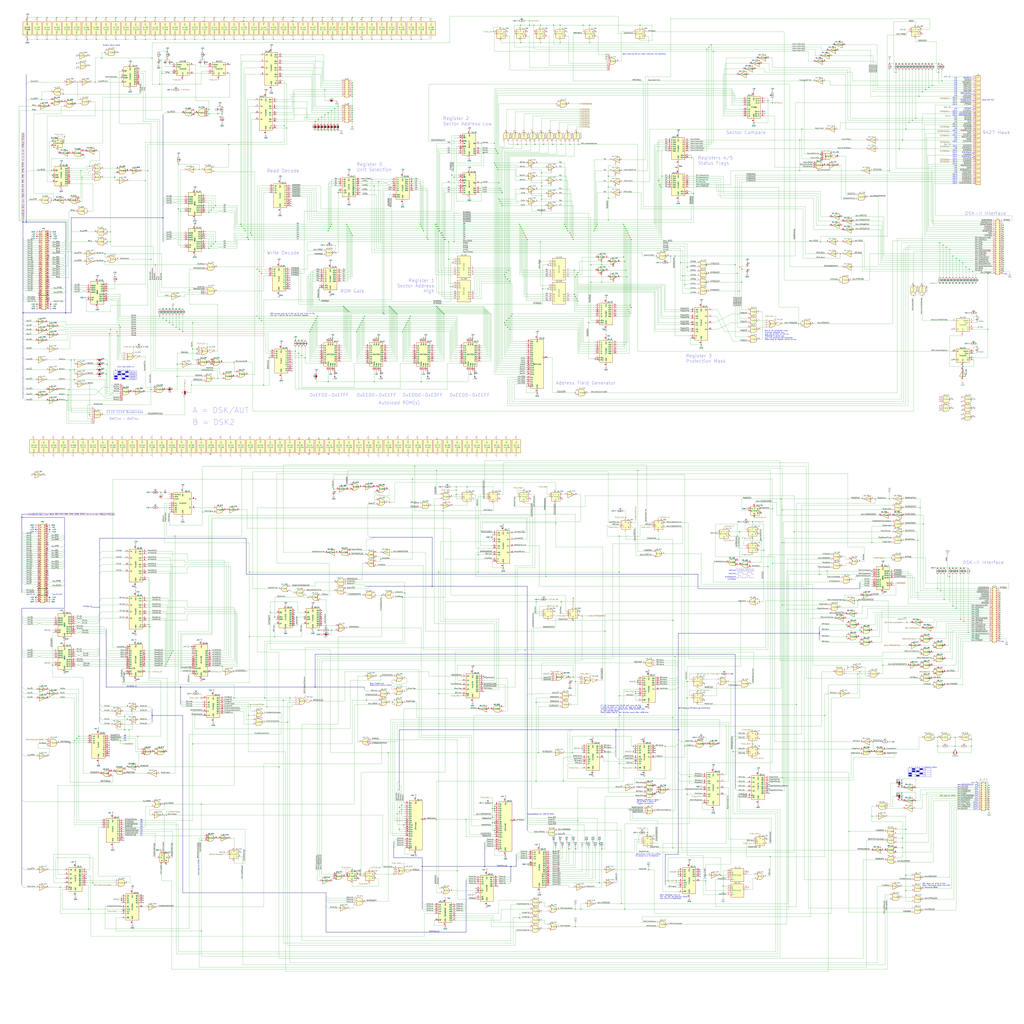
<source format=kicad_sch>
(kicad_sch (version 20211123) (generator eeschema)
  (paper "User" 1188.72 1188.72)
  (title_block (title "Centurion - Disk/Autoload Cards") (date "2023-03-08") (rev "0.3") (company "Meisaka Yukara") (comment 1 "Visual Reverse Engineered") (comment 2 "Contact Trace Reverse Engineered"))
  (lib_symbols
    (symbol "74xx:74HC164"
      (property "Reference" "U" (at 1.905 -13.97 0))
      (property "Value" "74HC164" (at 1.905 -16.51 0))
      (symbol "74HC164_1_1"
        (pin input line (at -10.16 0 0) (length 2.54) (name "DSA") (number "1"))
        (pin output line (at 10.16 -2.54 180) (length 2.54) (name "Q4") (number "10"))
        (pin output line (at 10.16 -5.08 180) (length 2.54) (name "Q5") (number "11"))
        (pin output line (at 10.16 -7.62 180) (length 2.54) (name "Q6") (number "12"))
        (pin output line (at 10.16 -10.16 180) (length 2.54) (name "Q7") (number "13"))
        (pin power_in line (at 0 12.7 270) (length 2.54) (name "VCC") (number "14"))
        (pin input line (at -10.16 -2.54 0) (length 2.54) (name "DSB") (number "2"))
        (pin output line (at 10.16 7.62 180) (length 2.54) (name "Q0") (number "3"))
        (pin output line (at 10.16 5.08 180) (length 2.54) (name "Q1") (number "4"))
        (pin output line (at 10.16 2.54 180) (length 2.54) (name "Q2") (number "5"))
        (pin output line (at 10.16 0 180) (length 2.54) (name "Q3") (number "6"))
        (pin power_in line (at 0 -15.24 90) (length 2.54) (name "GND") (number "7"))
        (pin input line (at -10.16 -7.62 0) (length 2.54) (name "CP") (number "8"))
        (pin input line (at -10.16 5.08 0) (length 2.54) (name "~{MR}") (number "9"))
      )
    )
    (symbol "74xx:74LS00" (pin_names (offset 1.016))
      (property "Reference" "U" (at 0 1.27 0))
      (property "Value" "74LS00" (at 0 -1.27 0))
      (symbol "74LS00_1_1"
        (pin input line (at -7.62 2.54 0) (length 3.81) (name "~") (number "1"))
        (pin input line (at -7.62 -2.54 0) (length 3.81) (name "~") (number "2"))
        (pin output inverted (at 7.62 0 180) (length 3.81) (name "~") (number "3"))
      )
      (symbol "74LS00_1_2"
        (pin input inverted (at -7.62 2.54 0) (length 4.318) (name "~") (number "1"))
        (pin input inverted (at -7.62 -2.54 0) (length 4.318) (name "~") (number "2"))
        (pin output line (at 7.62 0 180) (length 3.81) (name "~") (number "3"))
      )
      (symbol "74LS00_2_1"
        (pin input line (at -7.62 2.54 0) (length 3.81) (name "~") (number "4"))
        (pin input line (at -7.62 -2.54 0) (length 3.81) (name "~") (number "5"))
        (pin output inverted (at 7.62 0 180) (length 3.81) (name "~") (number "6"))
      )
      (symbol "74LS00_2_2"
        (pin input inverted (at -7.62 2.54 0) (length 4.318) (name "~") (number "4"))
        (pin input inverted (at -7.62 -2.54 0) (length 4.318) (name "~") (number "5"))
        (pin output line (at 7.62 0 180) (length 3.81) (name "~") (number "6"))
      )
      (symbol "74LS00_3_1"
        (pin input line (at -7.62 -2.54 0) (length 3.81) (name "~") (number "10"))
        (pin output inverted (at 7.62 0 180) (length 3.81) (name "~") (number "8"))
        (pin input line (at -7.62 2.54 0) (length 3.81) (name "~") (number "9"))
      )
      (symbol "74LS00_3_2"
        (pin input inverted (at -7.62 -2.54 0) (length 4.318) (name "~") (number "10"))
        (pin output line (at 7.62 0 180) (length 3.81) (name "~") (number "8"))
        (pin input inverted (at -7.62 2.54 0) (length 4.318) (name "~") (number "9"))
      )
      (symbol "74LS00_4_1"
        (pin output inverted (at 7.62 0 180) (length 3.81) (name "~") (number "11"))
        (pin input line (at -7.62 2.54 0) (length 3.81) (name "~") (number "12"))
        (pin input line (at -7.62 -2.54 0) (length 3.81) (name "~") (number "13"))
      )
      (symbol "74LS00_4_2"
        (pin output line (at 7.62 0 180) (length 3.81) (name "~") (number "11"))
        (pin input inverted (at -7.62 2.54 0) (length 4.318) (name "~") (number "12"))
        (pin input inverted (at -7.62 -2.54 0) (length 4.318) (name "~") (number "13"))
      )
      (symbol "74LS00_5_0"
        (pin power_in line (at 0 12.7 270) (length 5.08) (name "VCC") (number "14"))
        (pin power_in line (at 0 -12.7 90) (length 5.08) (name "GND") (number "7"))
      )
    )
    (symbol "74xx:74LS02" (pin_names (offset 1.016))
      (property "Reference" "U" (at 0 1.27 0))
      (property "Value" "74LS02" (at 0 -1.27 0))
      (symbol "74LS02_1_1"
        (pin output inverted (at 7.62 0 180) (length 3.81) (name "~") (number "1"))
        (pin input line (at -7.62 2.54 0) (length 4.318) (name "~") (number "2"))
        (pin input line (at -7.62 -2.54 0) (length 4.318) (name "~") (number "3"))
      )
      (symbol "74LS02_1_2"
        (pin output line (at 7.62 0 180) (length 3.81) (name "~") (number "1"))
        (pin input inverted (at -7.62 2.54 0) (length 3.81) (name "~") (number "2"))
        (pin input inverted (at -7.62 -2.54 0) (length 3.81) (name "~") (number "3"))
      )
      (symbol "74LS02_2_1"
        (pin output inverted (at 7.62 0 180) (length 3.81) (name "~") (number "4"))
        (pin input line (at -7.62 2.54 0) (length 4.318) (name "~") (number "5"))
        (pin input line (at -7.62 -2.54 0) (length 4.318) (name "~") (number "6"))
      )
      (symbol "74LS02_2_2"
        (pin output line (at 7.62 0 180) (length 3.81) (name "~") (number "4"))
        (pin input inverted (at -7.62 2.54 0) (length 3.81) (name "~") (number "5"))
        (pin input inverted (at -7.62 -2.54 0) (length 3.81) (name "~") (number "6"))
      )
      (symbol "74LS02_3_1"
        (pin output inverted (at 7.62 0 180) (length 3.81) (name "~") (number "10"))
        (pin input line (at -7.62 2.54 0) (length 4.318) (name "~") (number "8"))
        (pin input line (at -7.62 -2.54 0) (length 4.318) (name "~") (number "9"))
      )
      (symbol "74LS02_3_2"
        (pin output line (at 7.62 0 180) (length 3.81) (name "~") (number "10"))
        (pin input inverted (at -7.62 2.54 0) (length 3.81) (name "~") (number "8"))
        (pin input inverted (at -7.62 -2.54 0) (length 3.81) (name "~") (number "9"))
      )
      (symbol "74LS02_4_1"
        (pin input line (at -7.62 2.54 0) (length 4.318) (name "~") (number "11"))
        (pin input line (at -7.62 -2.54 0) (length 4.318) (name "~") (number "12"))
        (pin output inverted (at 7.62 0 180) (length 3.81) (name "~") (number "13"))
      )
      (symbol "74LS02_4_2"
        (pin input inverted (at -7.62 2.54 0) (length 3.81) (name "~") (number "11"))
        (pin input inverted (at -7.62 -2.54 0) (length 3.81) (name "~") (number "12"))
        (pin output line (at 7.62 0 180) (length 3.81) (name "~") (number "13"))
      )
      (symbol "74LS02_5_0"
        (pin power_in line (at 0 12.7 270) (length 5.08) (name "VCC") (number "14"))
        (pin power_in line (at 0 -12.7 90) (length 5.08) (name "GND") (number "7"))
      )
    )
    (symbol "74xx:74LS04"
      (property "Reference" "U" (at 0 1.27 0))
      (property "Value" "74LS04" (at 0 -1.27 0))
      (symbol "74LS04_1_0"
        (pin input line (at -7.62 0 0) (length 3.81) (name "~") (number "1"))
        (pin output inverted (at 7.62 0 180) (length 3.81) (name "~") (number "2"))
      )
      (symbol "74LS04_2_0"
        (pin input line (at -7.62 0 0) (length 3.81) (name "~") (number "3"))
        (pin output inverted (at 7.62 0 180) (length 3.81) (name "~") (number "4"))
      )
      (symbol "74LS04_3_0"
        (pin input line (at -7.62 0 0) (length 3.81) (name "~") (number "5"))
        (pin output inverted (at 7.62 0 180) (length 3.81) (name "~") (number "6"))
      )
      (symbol "74LS04_4_0"
        (pin output inverted (at 7.62 0 180) (length 3.81) (name "~") (number "8"))
        (pin input line (at -7.62 0 0) (length 3.81) (name "~") (number "9"))
      )
      (symbol "74LS04_5_0"
        (pin output inverted (at 7.62 0 180) (length 3.81) (name "~") (number "10"))
        (pin input line (at -7.62 0 0) (length 3.81) (name "~") (number "11"))
      )
      (symbol "74LS04_6_0"
        (pin output inverted (at 7.62 0 180) (length 3.81) (name "~") (number "12"))
        (pin input line (at -7.62 0 0) (length 3.81) (name "~") (number "13"))
      )
      (symbol "74LS04_7_0"
        (pin power_in line (at 0 12.7 270) (length 5.08) (name "VCC") (number "14"))
        (pin power_in line (at 0 -12.7 90) (length 5.08) (name "GND") (number "7"))
      )
    )
    (symbol "74xx:74LS08" (pin_names (offset 1.016))
      (property "Reference" "U" (at 0 1.27 0))
      (property "Value" "74LS08" (at 0 -1.27 0))
      (symbol "74LS08_1_1"
        (pin input line (at -7.62 2.54 0) (length 3.81) (name "~") (number "1"))
        (pin input line (at -7.62 -2.54 0) (length 3.81) (name "~") (number "2"))
        (pin output line (at 7.62 0 180) (length 3.81) (name "~") (number "3"))
      )
      (symbol "74LS08_1_2"
        (pin input inverted (at -7.62 2.54 0) (length 4.318) (name "~") (number "1"))
        (pin input inverted (at -7.62 -2.54 0) (length 4.318) (name "~") (number "2"))
        (pin output inverted (at 7.62 0 180) (length 3.81) (name "~") (number "3"))
      )
      (symbol "74LS08_2_1"
        (pin input line (at -7.62 2.54 0) (length 3.81) (name "~") (number "4"))
        (pin input line (at -7.62 -2.54 0) (length 3.81) (name "~") (number "5"))
        (pin output line (at 7.62 0 180) (length 3.81) (name "~") (number "6"))
      )
      (symbol "74LS08_2_2"
        (pin input inverted (at -7.62 2.54 0) (length 4.318) (name "~") (number "4"))
        (pin input inverted (at -7.62 -2.54 0) (length 4.318) (name "~") (number "5"))
        (pin output inverted (at 7.62 0 180) (length 3.81) (name "~") (number "6"))
      )
      (symbol "74LS08_3_1"
        (pin input line (at -7.62 -2.54 0) (length 3.81) (name "~") (number "10"))
        (pin output line (at 7.62 0 180) (length 3.81) (name "~") (number "8"))
        (pin input line (at -7.62 2.54 0) (length 3.81) (name "~") (number "9"))
      )
      (symbol "74LS08_3_2"
        (pin input inverted (at -7.62 -2.54 0) (length 4.318) (name "~") (number "10"))
        (pin output inverted (at 7.62 0 180) (length 3.81) (name "~") (number "8"))
        (pin input inverted (at -7.62 2.54 0) (length 4.318) (name "~") (number "9"))
      )
      (symbol "74LS08_4_1"
        (pin output line (at 7.62 0 180) (length 3.81) (name "~") (number "11"))
        (pin input line (at -7.62 2.54 0) (length 3.81) (name "~") (number "12"))
        (pin input line (at -7.62 -2.54 0) (length 3.81) (name "~") (number "13"))
      )
      (symbol "74LS08_4_2"
        (pin output inverted (at 7.62 0 180) (length 3.81) (name "~") (number "11"))
        (pin input inverted (at -7.62 2.54 0) (length 4.318) (name "~") (number "12"))
        (pin input inverted (at -7.62 -2.54 0) (length 4.318) (name "~") (number "13"))
      )
      (symbol "74LS08_5_0"
        (pin power_in line (at 0 12.7 270) (length 5.08) (name "VCC") (number "14"))
        (pin power_in line (at 0 -12.7 90) (length 5.08) (name "GND") (number "7"))
      )
    )
    (symbol "74xx:74LS10" (pin_names (offset 1.016))
      (property "Reference" "U" (at 0 1.27 0))
      (property "Value" "74LS10" (at 0 -1.27 0))
      (symbol "74LS10_1_1"
        (pin input line (at -7.62 2.54 0) (length 3.81) (name "~") (number "1"))
        (pin output inverted (at 7.62 0 180) (length 3.81) (name "~") (number "12"))
        (pin input line (at -7.62 -2.54 0) (length 3.81) (name "~") (number "13"))
        (pin input line (at -7.62 0 0) (length 3.81) (name "~") (number "2"))
      )
      (symbol "74LS10_1_2"
        (pin input inverted (at -7.62 2.54 0) (length 4.318) (name "~") (number "1"))
        (pin output line (at 7.62 0 180) (length 3.81) (name "~") (number "12"))
        (pin input inverted (at -7.62 -2.54 0) (length 4.318) (name "~") (number "13"))
        (pin input inverted (at -7.62 0 0) (length 4.953) (name "~") (number "2"))
      )
      (symbol "74LS10_2_1"
        (pin input line (at -7.62 2.54 0) (length 3.81) (name "~") (number "3"))
        (pin input line (at -7.62 0 0) (length 3.81) (name "~") (number "4"))
        (pin input line (at -7.62 -2.54 0) (length 3.81) (name "~") (number "5"))
        (pin output inverted (at 7.62 0 180) (length 3.81) (name "~") (number "6"))
      )
      (symbol "74LS10_2_2"
        (pin input inverted (at -7.62 2.54 0) (length 4.318) (name "~") (number "3"))
        (pin input inverted (at -7.62 0 0) (length 4.953) (name "~") (number "4"))
        (pin input inverted (at -7.62 -2.54 0) (length 4.318) (name "~") (number "5"))
        (pin output line (at 7.62 0 180) (length 3.81) (name "~") (number "6"))
      )
      (symbol "74LS10_3_1"
        (pin input line (at -7.62 0 0) (length 3.81) (name "~") (number "10"))
        (pin input line (at -7.62 -2.54 0) (length 3.81) (name "~") (number "11"))
        (pin output inverted (at 7.62 0 180) (length 3.81) (name "~") (number "8"))
        (pin input line (at -7.62 2.54 0) (length 3.81) (name "~") (number "9"))
      )
      (symbol "74LS10_3_2"
        (pin input inverted (at -7.62 0 0) (length 4.953) (name "~") (number "10"))
        (pin input inverted (at -7.62 -2.54 0) (length 4.318) (name "~") (number "11"))
        (pin output line (at 7.62 0 180) (length 3.81) (name "~") (number "8"))
        (pin input inverted (at -7.62 2.54 0) (length 4.318) (name "~") (number "9"))
      )
      (symbol "74LS10_4_0"
        (pin power_in line (at 0 12.7 270) (length 5.08) (name "VCC") (number "14"))
        (pin power_in line (at 0 -12.7 90) (length 5.08) (name "GND") (number "7"))
      )
    )
    (symbol "74xx:74LS109" (pin_names (offset 1.016))
      (property "Reference" "U" (at -7.62 8.89 0))
      (property "Value" "74LS109" (at -7.62 -8.89 0))
      (symbol "74LS109_1_0"
        (pin input line (at 0 -7.62 90) (length 2.54) (name "~{R}") (number "1"))
        (pin input line (at -7.62 2.54 0) (length 2.54) (name "J") (number "2"))
        (pin input line (at -7.62 -2.54 0) (length 2.54) (name "~{K}") (number "3"))
        (pin input clock (at -7.62 0 0) (length 2.54) (name "C") (number "4"))
        (pin input line (at 0 7.62 270) (length 2.54) (name "~{S}") (number "5"))
        (pin output line (at 7.62 2.54 180) (length 2.54) (name "Q") (number "6"))
        (pin output line (at 7.62 -2.54 180) (length 2.54) (name "~{Q}") (number "7"))
      )
      (symbol "74LS109_2_0"
        (pin output line (at 7.62 2.54 180) (length 2.54) (name "Q") (number "10"))
        (pin input line (at 0 7.62 270) (length 2.54) (name "~{S}") (number "11"))
        (pin input clock (at -7.62 0 0) (length 2.54) (name "C") (number "12"))
        (pin input line (at -7.62 -2.54 0) (length 2.54) (name "~{K}") (number "13"))
        (pin input line (at -7.62 2.54 0) (length 2.54) (name "J") (number "14"))
        (pin input line (at 0 -7.62 90) (length 2.54) (name "~{R}") (number "15"))
        (pin output line (at 7.62 -2.54 180) (length 2.54) (name "~{Q}") (number "9"))
      )
      (symbol "74LS109_3_0"
        (pin power_in line (at 0 10.16 270) (length 2.54) (name "VCC") (number "16"))
        (pin power_in line (at 0 -10.16 90) (length 2.54) (name "GND") (number "8"))
      )
    )
    (symbol "74xx:74LS122" (pin_names (offset 1.016))
      (property "Reference" "U" (at -7.62 13.97 0))
      (property "Value" "74LS122" (at -7.62 -13.97 0))
      (symbol "74LS122_1_0"
        (pin input inverted (at -15.24 0 0) (length 5.08) (name "A1") (number "1"))
        (pin input line (at -15.24 5.08 0) (length 5.08) (name "Cext") (number "11"))
        (pin input line (at -15.24 10.16 0) (length 5.08) (name "R/Cext") (number "13"))
        (pin power_in line (at 0 17.78 270) (length 5.08) (name "VCC") (number "14"))
        (pin input inverted (at -15.24 -2.54 0) (length 5.08) (name "A2") (number "2"))
        (pin input line (at -15.24 -5.08 0) (length 5.08) (name "B1") (number "3"))
        (pin input line (at -15.24 -7.62 0) (length 5.08) (name "B2") (number "4"))
        (pin input inverted (at -15.24 -10.16 0) (length 5.08) (name "Clr") (number "5"))
        (pin output line (at 15.24 -5.08 180) (length 5.08) (name "~{Q}") (number "6"))
        (pin power_in line (at 0 -17.78 90) (length 5.08) (name "GND") (number "7"))
        (pin output line (at 15.24 5.08 180) (length 5.08) (name "Q") (number "8"))
        (pin input line (at -15.24 7.62 0) (length 5.08) (name "Rint") (number "9"))
      )
    )
    (symbol "74xx:74LS123" (pin_names (offset 1.016))
      (property "Reference" "U" (at -7.62 8.89 0))
      (property "Value" "74LS123" (at -7.62 -8.89 0))
      (symbol "74LS123_1_0"
        (pin input inverted (at -12.7 -2.54 0) (length 5.08) (name "A") (number "1"))
        (pin output line (at 12.7 5.08 180) (length 5.08) (name "Q") (number "13"))
        (pin input line (at -12.7 2.54 0) (length 5.08) (name "Cext") (number "14"))
        (pin input line (at -12.7 5.08 0) (length 5.08) (name "RCext") (number "15"))
        (pin input line (at -12.7 -5.08 0) (length 5.08) (name "B") (number "2"))
        (pin input inverted (at 0 -12.7 90) (length 5.08) (name "Clr") (number "3"))
        (pin output line (at 12.7 -5.08 180) (length 5.08) (name "~{Q}") (number "4"))
      )
      (symbol "74LS123_2_0"
        (pin input line (at -12.7 -5.08 0) (length 5.08) (name "B") (number "10"))
        (pin input inverted (at 0 -12.7 90) (length 5.08) (name "Clr") (number "11"))
        (pin output line (at 12.7 -5.08 180) (length 5.08) (name "~{Q}") (number "12"))
        (pin output line (at 12.7 5.08 180) (length 5.08) (name "Q") (number "5"))
        (pin input line (at -12.7 2.54 0) (length 5.08) (name "Cext") (number "6"))
        (pin input line (at -12.7 5.08 0) (length 5.08) (name "RCext") (number "7"))
        (pin input inverted (at -12.7 -2.54 0) (length 5.08) (name "A") (number "9"))
      )
      (symbol "74LS123_3_0"
        (pin power_in line (at 0 12.7 270) (length 5.08) (name "VCC") (number "16"))
        (pin power_in line (at 0 -12.7 90) (length 5.08) (name "GND") (number "8"))
      )
    )
    (symbol "74xx:74LS125" (pin_names (offset 1.016))
      (property "Reference" "U" (at 0 1.27 0))
      (property "Value" "74LS125" (at 0 -1.27 0))
      (symbol "74LS125_1_0"
        (pin input inverted (at 0 -6.35 90) (length 4.445) (name "~") (number "1"))
        (pin input line (at -7.62 0 0) (length 3.81) (name "~") (number "2"))
        (pin tri_state line (at 7.62 0 180) (length 3.81) (name "~") (number "3"))
      )
      (symbol "74LS125_2_0"
        (pin input inverted (at 0 -6.35 90) (length 4.445) (name "~") (number "4"))
        (pin input line (at -7.62 0 0) (length 3.81) (name "~") (number "5"))
        (pin tri_state line (at 7.62 0 180) (length 3.81) (name "~") (number "6"))
      )
      (symbol "74LS125_3_0"
        (pin input inverted (at 0 -6.35 90) (length 4.445) (name "~") (number "10"))
        (pin tri_state line (at 7.62 0 180) (length 3.81) (name "~") (number "8"))
        (pin input line (at -7.62 0 0) (length 3.81) (name "~") (number "9"))
      )
      (symbol "74LS125_4_0"
        (pin tri_state line (at 7.62 0 180) (length 3.81) (name "~") (number "11"))
        (pin input line (at -7.62 0 0) (length 3.81) (name "~") (number "12"))
        (pin input inverted (at 0 -6.35 90) (length 4.445) (name "~") (number "13"))
      )
      (symbol "74LS125_5_0"
        (pin power_in line (at 0 12.7 270) (length 5.08) (name "VCC") (number "14"))
        (pin power_in line (at 0 -12.7 90) (length 5.08) (name "GND") (number "7"))
      )
    )
    (symbol "74xx:74LS13" (pin_names (offset 1.016))
      (property "Reference" "U" (at 0 1.27 0))
      (property "Value" "74LS13" (at 0 -1.27 0))
      (symbol "74LS13_1_1"
        (pin input line (at -7.62 3.81 0) (length 3.81) (name "~") (number "1"))
        (pin input line (at -7.62 1.27 0) (length 3.81) (name "~") (number "2"))
        (pin input line (at -7.62 -1.27 0) (length 3.81) (name "~") (number "4"))
        (pin input line (at -7.62 -3.81 0) (length 3.81) (name "~") (number "5"))
        (pin output inverted (at 7.62 0 180) (length 3.81) (name "~") (number "6"))
      )
      (symbol "74LS13_1_2"
        (pin input inverted (at -7.62 3.81 0) (length 3.81) (name "~") (number "1"))
        (pin input inverted (at -7.62 1.27 0) (length 4.826) (name "~") (number "2"))
        (pin input inverted (at -7.62 -1.27 0) (length 4.826) (name "~") (number "4"))
        (pin input inverted (at -7.62 -3.81 0) (length 3.81) (name "~") (number "5"))
        (pin output line (at 7.62 0 180) (length 3.81) (name "~") (number "6"))
      )
      (symbol "74LS13_2_1"
        (pin input line (at -7.62 1.27 0) (length 3.81) (name "~") (number "10"))
        (pin input line (at -7.62 -1.27 0) (length 3.81) (name "~") (number "12"))
        (pin input line (at -7.62 -3.81 0) (length 3.81) (name "~") (number "13"))
        (pin output inverted (at 7.62 0 180) (length 3.81) (name "~") (number "8"))
        (pin input line (at -7.62 3.81 0) (length 3.81) (name "~") (number "9"))
      )
      (symbol "74LS13_2_2"
        (pin input inverted (at -7.62 1.27 0) (length 4.826) (name "~") (number "10"))
        (pin input inverted (at -7.62 -1.27 0) (length 4.826) (name "~") (number "12"))
        (pin input inverted (at -7.62 -3.81 0) (length 3.81) (name "~") (number "13"))
        (pin output line (at 7.62 0 180) (length 3.81) (name "~") (number "8"))
        (pin input inverted (at -7.62 3.81 0) (length 3.81) (name "~") (number "9"))
      )
      (symbol "74LS13_3_0"
        (pin power_in line (at 0 12.7 270) (length 5.08) (name "VCC") (number "14"))
        (pin power_in line (at 0 -12.7 90) (length 5.08) (name "GND") (number "7"))
      )
    )
    (symbol "74xx:74LS154" (pin_names (offset 1.016))
      (property "Reference" "UB_H2" (at 1.27 21.59 0))
      (property "Value" "74LS154" (at 0 0 90))
      (symbol "74LS154_1_0"
        (pin output inverted (at 12.7 17.78 180) (length 5.08) (name "S0") (number "1"))
        (pin output inverted (at 12.7 -5.08 180) (length 5.08) (name "S9") (number "10"))
        (pin output inverted (at 12.7 -7.62 180) (length 5.08) (name "S10") (number "11"))
        (pin power_in line (at 0 -27.94 90) (length 5.08) (name "GND") (number "12"))
        (pin output inverted (at 12.7 -10.16 180) (length 5.08) (name "S11") (number "13"))
        (pin output inverted (at 12.7 -12.7 180) (length 5.08) (name "S12") (number "14"))
        (pin output inverted (at 12.7 -15.24 180) (length 5.08) (name "S13") (number "15"))
        (pin output inverted (at 12.7 -17.78 180) (length 5.08) (name "S14") (number "16"))
        (pin output inverted (at 12.7 -20.32 180) (length 5.08) (name "S15") (number "17"))
        (pin input inverted (at -12.7 5.08 0) (length 5.08) (name "E0") (number "18"))
        (pin input inverted (at -12.7 2.54 0) (length 5.08) (name "E1") (number "19"))
        (pin output inverted (at 12.7 15.24 180) (length 5.08) (name "S1") (number "2"))
        (pin input line (at -12.7 10.16 0) (length 5.08) (name "A3") (number "20"))
        (pin input line (at -12.7 12.7 0) (length 5.08) (name "A2") (number "21"))
        (pin input line (at -12.7 15.24 0) (length 5.08) (name "A1") (number "22"))
        (pin input line (at -12.7 17.78 0) (length 5.08) (name "A0") (number "23"))
        (pin power_in line (at 0 25.4 270) (length 5.08) (name "VCC") (number "24"))
        (pin output inverted (at 12.7 12.7 180) (length 5.08) (name "S2") (number "3"))
        (pin output inverted (at 12.7 10.16 180) (length 5.08) (name "S3") (number "4"))
        (pin output inverted (at 12.7 7.62 180) (length 5.08) (name "S4") (number "5"))
        (pin output inverted (at 12.7 5.08 180) (length 5.08) (name "S5") (number "6"))
        (pin output inverted (at 12.7 2.54 180) (length 5.08) (name "S6") (number "7"))
        (pin output inverted (at 12.7 0 180) (length 5.08) (name "S7") (number "8"))
        (pin output inverted (at 12.7 -2.54 180) (length 5.08) (name "S8") (number "9"))
      )
    )
    (symbol "74xx:74LS157" (pin_names (offset 1.016))
      (property "Reference" "U" (at -7.62 19.05 0))
      (property "Value" "74LS157" (at -7.62 -21.59 0))
      (symbol "74LS157_1_0"
        (pin input line (at -12.7 -15.24 0) (length 5.08) (name "S") (number "1"))
        (pin input line (at -12.7 -2.54 0) (length 5.08) (name "I1c") (number "10"))
        (pin input line (at -12.7 0 0) (length 5.08) (name "I0c") (number "11"))
        (pin output line (at 12.7 -7.62 180) (length 5.08) (name "Zd") (number "12"))
        (pin input line (at -12.7 -10.16 0) (length 5.08) (name "I1d") (number "13"))
        (pin input line (at -12.7 -7.62 0) (length 5.08) (name "I0d") (number "14"))
        (pin input inverted (at -12.7 -17.78 0) (length 5.08) (name "E") (number "15"))
        (pin power_in line (at 0 22.86 270) (length 5.08) (name "VCC") (number "16"))
        (pin input line (at -12.7 15.24 0) (length 5.08) (name "I0a") (number "2"))
        (pin input line (at -12.7 12.7 0) (length 5.08) (name "I1a") (number "3"))
        (pin output line (at 12.7 15.24 180) (length 5.08) (name "Za") (number "4"))
        (pin input line (at -12.7 7.62 0) (length 5.08) (name "I0b") (number "5"))
        (pin input line (at -12.7 5.08 0) (length 5.08) (name "I1b") (number "6"))
        (pin output line (at 12.7 7.62 180) (length 5.08) (name "Zb") (number "7"))
        (pin power_in line (at 0 -25.4 90) (length 5.08) (name "GND") (number "8"))
        (pin output line (at 12.7 0 180) (length 5.08) (name "Zc") (number "9"))
      )
    )
    (symbol "74xx:74LS161" (pin_names (offset 1.016))
      (property "Reference" "U" (at -7.62 16.51 0))
      (property "Value" "74LS161" (at -7.62 -16.51 0))
      (symbol "74LS161_1_0"
        (pin input line (at -12.7 -12.7 0) (length 5.08) (name "~{MR}") (number "1"))
        (pin input line (at -12.7 -5.08 0) (length 5.08) (name "CET") (number "10"))
        (pin output line (at 12.7 5.08 180) (length 5.08) (name "Q3") (number "11"))
        (pin output line (at 12.7 7.62 180) (length 5.08) (name "Q2") (number "12"))
        (pin output line (at 12.7 10.16 180) (length 5.08) (name "Q1") (number "13"))
        (pin output line (at 12.7 12.7 180) (length 5.08) (name "Q0") (number "14"))
        (pin output line (at 12.7 0 180) (length 5.08) (name "TC") (number "15"))
        (pin power_in line (at 0 20.32 270) (length 5.08) (name "VCC") (number "16"))
        (pin input line (at -12.7 -7.62 0) (length 5.08) (name "CP") (number "2"))
        (pin input line (at -12.7 12.7 0) (length 5.08) (name "D0") (number "3"))
        (pin input line (at -12.7 10.16 0) (length 5.08) (name "D1") (number "4"))
        (pin input line (at -12.7 7.62 0) (length 5.08) (name "D2") (number "5"))
        (pin input line (at -12.7 5.08 0) (length 5.08) (name "D3") (number "6"))
        (pin input line (at -12.7 -2.54 0) (length 5.08) (name "CEP") (number "7"))
        (pin power_in line (at 0 -20.32 90) (length 5.08) (name "GND") (number "8"))
        (pin input line (at -12.7 0 0) (length 5.08) (name "~{PE}") (number "9"))
      )
    )
    (symbol "74xx:74LS175" (pin_names (offset 1.016))
      (property "Reference" "U" (at -7.62 13.97 0))
      (property "Value" "74LS175" (at -7.62 -16.51 0))
      (symbol "74LS175_1_0"
        (pin input line (at -12.7 -12.7 0) (length 5.08) (name "~{Mr}") (number "1"))
        (pin output line (at 12.7 0 180) (length 5.08) (name "Q2") (number "10"))
        (pin output line (at 12.7 -2.54 180) (length 5.08) (name "~{Q2}") (number "11"))
        (pin input line (at -12.7 0 0) (length 5.08) (name "D2") (number "12"))
        (pin input line (at -12.7 -5.08 0) (length 5.08) (name "D3") (number "13"))
        (pin output line (at 12.7 -7.62 180) (length 5.08) (name "~{Q3}") (number "14"))
        (pin output line (at 12.7 -5.08 180) (length 5.08) (name "Q3") (number "15"))
        (pin power_in line (at 0 17.78 270) (length 5.08) (name "VCC") (number "16"))
        (pin output line (at 12.7 10.16 180) (length 5.08) (name "Q0") (number "2"))
        (pin output line (at 12.7 7.62 180) (length 5.08) (name "~{Q0}") (number "3"))
        (pin input line (at -12.7 10.16 0) (length 5.08) (name "D0") (number "4"))
        (pin input line (at -12.7 5.08 0) (length 5.08) (name "D1") (number "5"))
        (pin output line (at 12.7 2.54 180) (length 5.08) (name "~{Q1}") (number "6"))
        (pin output line (at 12.7 5.08 180) (length 5.08) (name "Q1") (number "7"))
        (pin power_in line (at 0 -20.32 90) (length 5.08) (name "GND") (number "8"))
        (pin input clock (at -12.7 -10.16 0) (length 5.08) (name "Cp") (number "9"))
      )
    )
    (symbol "74xx:74LS195" (pin_names (offset 1.016))
      (property "Reference" "U" (at -7.62 16.51 0))
      (property "Value" "74LS195" (at -7.62 -16.51 0))
      (symbol "74LS195_1_0"
        (pin input line (at -12.7 -12.7 0) (length 5.08) (name "~{MR}") (number "1"))
        (pin input clock (at -12.7 -2.54 0) (length 5.08) (name "CP") (number "10"))
        (pin output line (at 12.7 2.54 180) (length 5.08) (name "~{Q3}") (number "11"))
        (pin output line (at 12.7 5.08 180) (length 5.08) (name "Q3") (number "12"))
        (pin output line (at 12.7 7.62 180) (length 5.08) (name "Q2") (number "13"))
        (pin output line (at 12.7 10.16 180) (length 5.08) (name "Q1") (number "14"))
        (pin output line (at 12.7 12.7 180) (length 5.08) (name "Q0") (number "15"))
        (pin power_in line (at 0 20.32 270) (length 5.08) (name "VCC") (number "16"))
        (pin input line (at -12.7 0 0) (length 5.08) (name "J") (number "2"))
        (pin input line (at -12.7 -5.08 0) (length 5.08) (name "~{K}") (number "3"))
        (pin input line (at -12.7 12.7 0) (length 5.08) (name "P0") (number "4"))
        (pin input line (at -12.7 10.16 0) (length 5.08) (name "P1") (number "5"))
        (pin input line (at -12.7 7.62 0) (length 5.08) (name "P2") (number "6"))
        (pin input line (at -12.7 5.08 0) (length 5.08) (name "P3") (number "7"))
        (pin power_in line (at 0 -20.32 90) (length 5.08) (name "GND") (number "8"))
        (pin input line (at -12.7 -10.16 0) (length 5.08) (name "~{PE}") (number "9"))
      )
    )
    (symbol "74xx:74LS20" (pin_names (offset 1.016))
      (property "Reference" "U" (at 0 1.27 0))
      (property "Value" "74LS20" (at 0 -1.27 0))
      (symbol "74LS20_1_1"
        (pin input line (at -7.62 3.81 0) (length 3.81) (name "~") (number "1"))
        (pin input line (at -7.62 1.27 0) (length 3.81) (name "~") (number "2"))
        (pin input line (at -7.62 -1.27 0) (length 3.81) (name "~") (number "4"))
        (pin input line (at -7.62 -3.81 0) (length 3.81) (name "~") (number "5"))
        (pin output inverted (at 7.62 0 180) (length 3.81) (name "~") (number "6"))
      )
      (symbol "74LS20_1_2"
        (pin input inverted (at -7.62 3.81 0) (length 3.81) (name "~") (number "1"))
        (pin input inverted (at -7.62 1.27 0) (length 4.826) (name "~") (number "2"))
        (pin input inverted (at -7.62 -1.27 0) (length 4.826) (name "~") (number "4"))
        (pin input inverted (at -7.62 -3.81 0) (length 3.81) (name "~") (number "5"))
        (pin output line (at 7.62 0 180) (length 3.81) (name "~") (number "6"))
      )
      (symbol "74LS20_2_1"
        (pin input line (at -7.62 1.27 0) (length 3.81) (name "~") (number "10"))
        (pin input line (at -7.62 -1.27 0) (length 3.81) (name "~") (number "12"))
        (pin input line (at -7.62 -3.81 0) (length 3.81) (name "~") (number "13"))
        (pin output inverted (at 7.62 0 180) (length 3.81) (name "~") (number "8"))
        (pin input line (at -7.62 3.81 0) (length 3.81) (name "~") (number "9"))
      )
      (symbol "74LS20_2_2"
        (pin input inverted (at -7.62 1.27 0) (length 4.826) (name "~") (number "10"))
        (pin input inverted (at -7.62 -1.27 0) (length 4.826) (name "~") (number "12"))
        (pin input inverted (at -7.62 -3.81 0) (length 3.81) (name "~") (number "13"))
        (pin output line (at 7.62 0 180) (length 3.81) (name "~") (number "8"))
        (pin input inverted (at -7.62 3.81 0) (length 3.81) (name "~") (number "9"))
      )
      (symbol "74LS20_3_0"
        (pin power_in line (at 0 12.7 270) (length 5.08) (name "VCC") (number "14"))
        (pin power_in line (at 0 -12.7 90) (length 5.08) (name "GND") (number "7"))
      )
    )
    (symbol "74xx:74LS257" (pin_names (offset 1.016))
      (property "Reference" "U" (at -7.62 19.05 0))
      (property "Value" "74LS257" (at -7.62 -21.59 0))
      (symbol "74LS257_1_0"
        (pin input line (at -12.7 -15.24 0) (length 5.08) (name "S") (number "1"))
        (pin input line (at -12.7 -10.16 0) (length 5.08) (name "I1d") (number "10"))
        (pin input line (at -12.7 -7.62 0) (length 5.08) (name "I0d") (number "11"))
        (pin tri_state line (at 12.7 0 180) (length 5.08) (name "Zc") (number "12"))
        (pin input line (at -12.7 -2.54 0) (length 5.08) (name "I1c") (number "13"))
        (pin input line (at -12.7 0 0) (length 5.08) (name "I0c") (number "14"))
        (pin input inverted (at -12.7 -17.78 0) (length 5.08) (name "OE") (number "15"))
        (pin power_in line (at 0 22.86 270) (length 5.08) (name "VCC") (number "16"))
        (pin input line (at -12.7 15.24 0) (length 5.08) (name "I0a") (number "2"))
        (pin input line (at -12.7 12.7 0) (length 5.08) (name "I1a") (number "3"))
        (pin tri_state line (at 12.7 15.24 180) (length 5.08) (name "Za") (number "4"))
        (pin input line (at -12.7 7.62 0) (length 5.08) (name "I0b") (number "5"))
        (pin input line (at -12.7 5.08 0) (length 5.08) (name "I1b") (number "6"))
        (pin tri_state line (at 12.7 7.62 180) (length 5.08) (name "Zb") (number "7"))
        (pin power_in line (at 0 -25.4 90) (length 5.08) (name "GND") (number "8"))
        (pin tri_state line (at 12.7 -7.62 180) (length 5.08) (name "Zd") (number "9"))
      )
    )
    (symbol "74xx:74LS259" (pin_names (offset 1.016))
      (property "Reference" "U" (at -7.62 13.97 0))
      (property "Value" "74LS259" (at -7.62 -13.97 0))
      (symbol "74LS259_1_0"
        (pin input line (at -12.7 5.08 0) (length 5.08) (name "A0") (number "1"))
        (pin output line (at 12.7 -2.54 180) (length 5.08) (name "Q5") (number "10"))
        (pin output line (at 12.7 -5.08 180) (length 5.08) (name "Q6") (number "11"))
        (pin output line (at 12.7 -7.62 180) (length 5.08) (name "Q7") (number "12"))
        (pin input line (at -12.7 10.16 0) (length 5.08) (name "D") (number "13"))
        (pin input inverted (at -12.7 -5.08 0) (length 5.08) (name "E") (number "14"))
        (pin input inverted (at -12.7 -10.16 0) (length 5.08) (name "Clr") (number "15"))
        (pin power_in line (at 0 17.78 270) (length 5.08) (name "VCC") (number "16"))
        (pin input line (at -12.7 2.54 0) (length 5.08) (name "A1") (number "2"))
        (pin input line (at -12.7 0 0) (length 5.08) (name "A2") (number "3"))
        (pin output line (at 12.7 10.16 180) (length 5.08) (name "Q0") (number "4"))
        (pin output line (at 12.7 7.62 180) (length 5.08) (name "Q1") (number "5"))
        (pin output line (at 12.7 5.08 180) (length 5.08) (name "Q2") (number "6"))
        (pin output line (at 12.7 2.54 180) (length 5.08) (name "Q3") (number "7"))
        (pin power_in line (at 0 -17.78 90) (length 5.08) (name "GND") (number "8"))
        (pin output line (at 12.7 0 180) (length 5.08) (name "Q4") (number "9"))
      )
    )
    (symbol "74xx:74LS27" (pin_names (offset 1.016))
      (property "Reference" "U" (at 0 1.27 0))
      (property "Value" "74LS27" (at 0 -1.27 0))
      (symbol "74LS27_1_1"
        (pin input line (at -7.62 2.54 0) (length 4.318) (name "~") (number "1"))
        (pin output inverted (at 7.62 0 180) (length 3.81) (name "~") (number "12"))
        (pin input line (at -7.62 -2.54 0) (length 4.318) (name "~") (number "13"))
        (pin input line (at -7.62 0 0) (length 4.953) (name "~") (number "2"))
      )
      (symbol "74LS27_1_2"
        (pin input inverted (at -7.62 2.54 0) (length 3.81) (name "~") (number "1"))
        (pin output line (at 7.62 0 180) (length 3.81) (name "~") (number "12"))
        (pin input inverted (at -7.62 -2.54 0) (length 3.81) (name "~") (number "13"))
        (pin input inverted (at -7.62 0 0) (length 3.81) (name "~") (number "2"))
      )
      (symbol "74LS27_2_1"
        (pin input line (at -7.62 2.54 0) (length 4.318) (name "~") (number "3"))
        (pin input line (at -7.62 0 0) (length 4.953) (name "~") (number "4"))
        (pin input line (at -7.62 -2.54 0) (length 4.318) (name "~") (number "5"))
        (pin output inverted (at 7.62 0 180) (length 3.81) (name "~") (number "6"))
      )
      (symbol "74LS27_2_2"
        (pin input inverted (at -7.62 2.54 0) (length 3.81) (name "~") (number "3"))
        (pin input inverted (at -7.62 0 0) (length 3.81) (name "~") (number "4"))
        (pin input inverted (at -7.62 -2.54 0) (length 3.81) (name "~") (number "5"))
        (pin output line (at 7.62 0 180) (length 3.81) (name "~") (number "6"))
      )
      (symbol "74LS27_3_1"
        (pin input line (at -7.62 0 0) (length 4.953) (name "~") (number "10"))
        (pin input line (at -7.62 -2.54 0) (length 4.318) (name "~") (number "11"))
        (pin output inverted (at 7.62 0 180) (length 3.81) (name "~") (number "8"))
        (pin input line (at -7.62 2.54 0) (length 4.318) (name "~") (number "9"))
      )
      (symbol "74LS27_3_2"
        (pin input inverted (at -7.62 0 0) (length 3.81) (name "~") (number "10"))
        (pin input inverted (at -7.62 -2.54 0) (length 3.81) (name "~") (number "11"))
        (pin output line (at 7.62 0 180) (length 3.81) (name "~") (number "8"))
        (pin input inverted (at -7.62 2.54 0) (length 3.81) (name "~") (number "9"))
      )
      (symbol "74LS27_4_0"
        (pin power_in line (at 0 12.7 270) (length 5.08) (name "VCC") (number "14"))
        (pin power_in line (at 0 -12.7 90) (length 5.08) (name "GND") (number "7"))
      )
    )
    (symbol "74xx:74LS28" (pin_names (offset 1.016))
      (property "Reference" "U" (at 0 1.27 0))
      (property "Value" "74LS28" (at 0 -1.27 0))
      (symbol "74LS28_1_1"
        (pin output inverted (at 7.62 0 180) (length 3.81) (name "~") (number "1"))
        (pin input line (at -7.62 2.54 0) (length 4.318) (name "~") (number "2"))
        (pin input line (at -7.62 -2.54 0) (length 4.318) (name "~") (number "3"))
      )
      (symbol "74LS28_1_2"
        (pin output line (at 7.62 0 180) (length 3.81) (name "~") (number "1"))
        (pin input inverted (at -7.62 2.54 0) (length 3.81) (name "~") (number "2"))
        (pin input inverted (at -7.62 -2.54 0) (length 3.81) (name "~") (number "3"))
      )
      (symbol "74LS28_2_1"
        (pin output inverted (at 7.62 0 180) (length 3.81) (name "~") (number "4"))
        (pin input line (at -7.62 2.54 0) (length 4.318) (name "~") (number "5"))
        (pin input line (at -7.62 -2.54 0) (length 4.318) (name "~") (number "6"))
      )
      (symbol "74LS28_2_2"
        (pin output line (at 7.62 0 180) (length 3.81) (name "~") (number "4"))
        (pin input inverted (at -7.62 2.54 0) (length 3.81) (name "~") (number "5"))
        (pin input inverted (at -7.62 -2.54 0) (length 3.81) (name "~") (number "6"))
      )
      (symbol "74LS28_3_1"
        (pin output inverted (at 7.62 0 180) (length 3.81) (name "~") (number "10"))
        (pin input line (at -7.62 2.54 0) (length 4.318) (name "~") (number "8"))
        (pin input line (at -7.62 -2.54 0) (length 4.318) (name "~") (number "9"))
      )
      (symbol "74LS28_3_2"
        (pin output line (at 7.62 0 180) (length 3.81) (name "~") (number "10"))
        (pin input inverted (at -7.62 2.54 0) (length 3.81) (name "~") (number "8"))
        (pin input inverted (at -7.62 -2.54 0) (length 3.81) (name "~") (number "9"))
      )
      (symbol "74LS28_4_1"
        (pin input line (at -7.62 2.54 0) (length 4.318) (name "~") (number "11"))
        (pin input line (at -7.62 -2.54 0) (length 4.318) (name "~") (number "12"))
        (pin output inverted (at 7.62 0 180) (length 3.81) (name "~") (number "13"))
      )
      (symbol "74LS28_4_2"
        (pin input inverted (at -7.62 2.54 0) (length 3.81) (name "~") (number "11"))
        (pin input inverted (at -7.62 -2.54 0) (length 3.81) (name "~") (number "12"))
        (pin output line (at 7.62 0 180) (length 3.81) (name "~") (number "13"))
      )
      (symbol "74LS28_5_0"
        (pin power_in line (at 0 12.7 270) (length 5.08) (name "VCC") (number "14"))
        (pin power_in line (at 0 -12.7 90) (length 5.08) (name "GND") (number "7"))
      )
    )
    (symbol "74xx:74LS30" (pin_names (offset 1.016))
      (property "Reference" "U" (at 0 1.27 0))
      (property "Value" "74LS30" (at 0 -1.27 0))
      (symbol "74LS30_1_1"
        (pin input line (at -7.62 7.62 0) (length 3.81) (name "~") (number "1"))
        (pin input line (at -7.62 -7.62 0) (length 3.81) (name "~") (number "11"))
        (pin input line (at -7.62 -10.16 0) (length 3.81) (name "~") (number "12"))
        (pin input line (at -7.62 5.08 0) (length 3.81) (name "~") (number "2"))
        (pin input line (at -7.62 2.54 0) (length 3.81) (name "~") (number "3"))
        (pin input line (at -7.62 0 0) (length 3.81) (name "~") (number "4"))
        (pin input line (at -7.62 -2.54 0) (length 3.81) (name "~") (number "5"))
        (pin input line (at -7.62 -5.08 0) (length 3.81) (name "~") (number "6"))
        (pin output inverted (at 7.62 0 180) (length 3.81) (name "~") (number "8"))
      )
      (symbol "74LS30_1_2"
        (pin input inverted (at -7.62 7.62 0) (length 3.81) (name "~") (number "1"))
        (pin input inverted (at -7.62 -7.62 0) (length 3.81) (name "~") (number "11"))
        (pin input inverted (at -7.62 -10.16 0) (length 3.81) (name "~") (number "12"))
        (pin input inverted (at -7.62 5.08 0) (length 3.81) (name "~") (number "2"))
        (pin input inverted (at -7.62 2.54 0) (length 4.5466) (name "~") (number "3"))
        (pin input inverted (at -7.62 0 0) (length 5.08) (name "~") (number "4"))
        (pin input inverted (at -7.62 -2.54 0) (length 4.5466) (name "~") (number "5"))
        (pin input inverted (at -7.62 -5.08 0) (length 3.81) (name "~") (number "6"))
        (pin output line (at 7.62 0 180) (length 3.81) (name "~") (number "8"))
      )
      (symbol "74LS30_2_0"
        (pin power_in line (at 0 12.7 270) (length 5.08) (name "VCC") (number "14"))
        (pin power_in line (at 0 -12.7 90) (length 5.08) (name "GND") (number "7"))
      )
    )
    (symbol "74xx:74LS32" (pin_names (offset 1.016))
      (property "Reference" "U" (at 0 1.27 0))
      (property "Value" "74LS32" (at 0 -1.27 0))
      (symbol "74LS32_1_1"
        (pin input line (at -7.62 2.54 0) (length 4.318) (name "~") (number "1"))
        (pin input line (at -7.62 -2.54 0) (length 4.318) (name "~") (number "2"))
        (pin output line (at 7.62 0 180) (length 3.81) (name "~") (number "3"))
      )
      (symbol "74LS32_1_2"
        (pin input inverted (at -7.62 2.54 0) (length 3.81) (name "~") (number "1"))
        (pin input inverted (at -7.62 -2.54 0) (length 3.81) (name "~") (number "2"))
        (pin output inverted (at 7.62 0 180) (length 3.81) (name "~") (number "3"))
      )
      (symbol "74LS32_2_1"
        (pin input line (at -7.62 2.54 0) (length 4.318) (name "~") (number "4"))
        (pin input line (at -7.62 -2.54 0) (length 4.318) (name "~") (number "5"))
        (pin output line (at 7.62 0 180) (length 3.81) (name "~") (number "6"))
      )
      (symbol "74LS32_2_2"
        (pin input inverted (at -7.62 2.54 0) (length 3.81) (name "~") (number "4"))
        (pin input inverted (at -7.62 -2.54 0) (length 3.81) (name "~") (number "5"))
        (pin output inverted (at 7.62 0 180) (length 3.81) (name "~") (number "6"))
      )
      (symbol "74LS32_3_1"
        (pin input line (at -7.62 -2.54 0) (length 4.318) (name "~") (number "10"))
        (pin output line (at 7.62 0 180) (length 3.81) (name "~") (number "8"))
        (pin input line (at -7.62 2.54 0) (length 4.318) (name "~") (number "9"))
      )
      (symbol "74LS32_3_2"
        (pin input inverted (at -7.62 -2.54 0) (length 3.81) (name "~") (number "10"))
        (pin output inverted (at 7.62 0 180) (length 3.81) (name "~") (number "8"))
        (pin input inverted (at -7.62 2.54 0) (length 3.81) (name "~") (number "9"))
      )
      (symbol "74LS32_4_1"
        (pin output line (at 7.62 0 180) (length 3.81) (name "~") (number "11"))
        (pin input line (at -7.62 2.54 0) (length 4.318) (name "~") (number "12"))
        (pin input line (at -7.62 -2.54 0) (length 4.318) (name "~") (number "13"))
      )
      (symbol "74LS32_4_2"
        (pin output inverted (at 7.62 0 180) (length 3.81) (name "~") (number "11"))
        (pin input inverted (at -7.62 2.54 0) (length 3.81) (name "~") (number "12"))
        (pin input inverted (at -7.62 -2.54 0) (length 3.81) (name "~") (number "13"))
      )
      (symbol "74LS32_5_0"
        (pin power_in line (at 0 12.7 270) (length 5.08) (name "VCC") (number "14"))
        (pin power_in line (at 0 -12.7 90) (length 5.08) (name "GND") (number "7"))
      )
    )
    (symbol "74xx:74LS367" (pin_names (offset 1.016))
      (property "Reference" "U" (at -7.62 13.97 0))
      (property "Value" "74LS367" (at -7.62 -13.97 0))
      (symbol "74LS367_1_0"
        (pin input inverted (at -12.7 -7.62 0) (length 5.08) (name "OEa") (number "1"))
        (pin input line (at -12.7 2.54 0) (length 5.08) (name "I4") (number "10"))
        (pin tri_state line (at 12.7 0 180) (length 5.08) (name "O5b") (number "11"))
        (pin input line (at -12.7 0 0) (length 5.08) (name "I5") (number "12"))
        (pin tri_state line (at 12.7 -2.54 180) (length 5.08) (name "O6b") (number "13"))
        (pin input line (at -12.7 -2.54 0) (length 5.08) (name "I6") (number "14"))
        (pin input inverted (at -12.7 -10.16 0) (length 5.08) (name "OEb") (number "15"))
        (pin power_in line (at 0 17.78 270) (length 5.08) (name "VCC") (number "16"))
        (pin input line (at -12.7 10.16 0) (length 5.08) (name "I1") (number "2"))
        (pin tri_state line (at 12.7 10.16 180) (length 5.08) (name "O1a") (number "3"))
        (pin input line (at -12.7 7.62 0) (length 5.08) (name "I2") (number "4"))
        (pin tri_state line (at 12.7 7.62 180) (length 5.08) (name "O2a") (number "5"))
        (pin input line (at -12.7 5.08 0) (length 5.08) (name "I3") (number "6"))
        (pin tri_state line (at 12.7 5.08 180) (length 5.08) (name "O3a") (number "7"))
        (pin power_in line (at 0 -17.78 90) (length 5.08) (name "GND") (number "8"))
        (pin tri_state line (at 12.7 2.54 180) (length 5.08) (name "O4a") (number "9"))
      )
    )
    (symbol "74xx:74LS37" (pin_names (offset 1.016))
      (property "Reference" "U" (at 0 1.27 0))
      (property "Value" "74LS37" (at 0 -1.27 0))
      (symbol "74LS37_1_1"
        (pin input line (at -7.62 2.54 0) (length 3.81) (name "~") (number "1"))
        (pin input line (at -7.62 -2.54 0) (length 3.81) (name "~") (number "2"))
        (pin output inverted (at 7.62 0 180) (length 3.81) (name "~") (number "3"))
      )
      (symbol "74LS37_1_2"
        (pin input inverted (at -7.62 2.54 0) (length 4.318) (name "~") (number "1"))
        (pin input inverted (at -7.62 -2.54 0) (length 4.318) (name "~") (number "2"))
        (pin output line (at 7.62 0 180) (length 3.81) (name "~") (number "3"))
      )
      (symbol "74LS37_2_1"
        (pin input line (at -7.62 2.54 0) (length 3.81) (name "~") (number "4"))
        (pin input line (at -7.62 -2.54 0) (length 3.81) (name "~") (number "5"))
        (pin output inverted (at 7.62 0 180) (length 3.81) (name "~") (number "6"))
      )
      (symbol "74LS37_2_2"
        (pin input inverted (at -7.62 2.54 0) (length 4.318) (name "~") (number "4"))
        (pin input inverted (at -7.62 -2.54 0) (length 4.318) (name "~") (number "5"))
        (pin output line (at 7.62 0 180) (length 3.81) (name "~") (number "6"))
      )
      (symbol "74LS37_3_1"
        (pin input line (at -7.62 -2.54 0) (length 3.81) (name "~") (number "10"))
        (pin output inverted (at 7.62 0 180) (length 3.81) (name "~") (number "8"))
        (pin input line (at -7.62 2.54 0) (length 3.81) (name "~") (number "9"))
      )
      (symbol "74LS37_3_2"
        (pin input inverted (at -7.62 -2.54 0) (length 4.318) (name "~") (number "10"))
        (pin output line (at 7.62 0 180) (length 3.81) (name "~") (number "8"))
        (pin input inverted (at -7.62 2.54 0) (length 4.318) (name "~") (number "9"))
      )
      (symbol "74LS37_4_1"
        (pin output inverted (at 7.62 0 180) (length 3.81) (name "~") (number "11"))
        (pin input line (at -7.62 2.54 0) (length 3.81) (name "~") (number "12"))
        (pin input line (at -7.62 -2.54 0) (length 3.81) (name "~") (number "13"))
      )
      (symbol "74LS37_4_2"
        (pin output line (at 7.62 0 180) (length 3.81) (name "~") (number "11"))
        (pin input inverted (at -7.62 2.54 0) (length 4.318) (name "~") (number "12"))
        (pin input inverted (at -7.62 -2.54 0) (length 4.318) (name "~") (number "13"))
      )
      (symbol "74LS37_5_0"
        (pin power_in line (at 0 12.7 270) (length 5.08) (name "VCC") (number "14"))
        (pin power_in line (at 0 -12.7 90) (length 5.08) (name "GND") (number "7"))
      )
    )
    (symbol "74xx:74LS38" (pin_names (offset 1.016))
      (property "Reference" "U" (at 0 1.27 0))
      (property "Value" "74LS38" (at 0 -1.27 0))
      (symbol "74LS38_1_1"
        (pin input line (at -7.62 2.54 0) (length 3.81) (name "~") (number "1"))
        (pin input line (at -7.62 -2.54 0) (length 3.81) (name "~") (number "2"))
        (pin open_collector inverted (at 7.62 0 180) (length 3.81) (name "~") (number "3"))
      )
      (symbol "74LS38_1_2"
        (pin input inverted (at -7.62 2.54 0) (length 4.318) (name "~") (number "1"))
        (pin input inverted (at -7.62 -2.54 0) (length 4.318) (name "~") (number "2"))
        (pin open_collector line (at 7.62 0 180) (length 3.81) (name "~") (number "3"))
      )
      (symbol "74LS38_2_1"
        (pin input line (at -7.62 2.54 0) (length 3.81) (name "~") (number "4"))
        (pin input line (at -7.62 -2.54 0) (length 3.81) (name "~") (number "5"))
        (pin open_collector inverted (at 7.62 0 180) (length 3.81) (name "~") (number "6"))
      )
      (symbol "74LS38_2_2"
        (pin input inverted (at -7.62 2.54 0) (length 4.318) (name "~") (number "4"))
        (pin input inverted (at -7.62 -2.54 0) (length 4.318) (name "~") (number "5"))
        (pin open_collector line (at 7.62 0 180) (length 3.81) (name "~") (number "6"))
      )
      (symbol "74LS38_3_1"
        (pin input line (at -7.62 -2.54 0) (length 3.81) (name "~") (number "10"))
        (pin open_collector inverted (at 7.62 0 180) (length 3.81) (name "~") (number "8"))
        (pin input line (at -7.62 2.54 0) (length 3.81) (name "~") (number "9"))
      )
      (symbol "74LS38_3_2"
        (pin input inverted (at -7.62 -2.54 0) (length 4.318) (name "~") (number "10"))
        (pin open_collector line (at 7.62 0 180) (length 3.81) (name "~") (number "8"))
        (pin input inverted (at -7.62 2.54 0) (length 4.318) (name "~") (number "9"))
      )
      (symbol "74LS38_4_1"
        (pin open_collector inverted (at 7.62 0 180) (length 3.81) (name "~") (number "11"))
        (pin input line (at -7.62 2.54 0) (length 3.81) (name "~") (number "12"))
        (pin input line (at -7.62 -2.54 0) (length 3.81) (name "~") (number "13"))
      )
      (symbol "74LS38_4_2"
        (pin open_collector line (at 7.62 0 180) (length 3.81) (name "~") (number "11"))
        (pin input inverted (at -7.62 2.54 0) (length 4.318) (name "~") (number "12"))
        (pin input inverted (at -7.62 -2.54 0) (length 4.318) (name "~") (number "13"))
      )
      (symbol "74LS38_5_0"
        (pin power_in line (at 0 12.7 270) (length 5.08) (name "VCC") (number "14"))
        (pin power_in line (at 0 -12.7 90) (length 5.08) (name "GND") (number "7"))
      )
    )
    (symbol "74xx:74LS42" (pin_names (offset 1.016))
      (property "Reference" "U" (at -7.62 13.97 0))
      (property "Value" "74LS42" (at -7.62 -16.51 0))
      (symbol "74LS42_1_0"
        (pin output inverted (at 12.7 10.16 180) (length 5.08) (name "0") (number "1"))
        (pin output inverted (at 12.7 -10.16 180) (length 5.08) (name "8") (number "10"))
        (pin output inverted (at 12.7 -12.7 180) (length 5.08) (name "9") (number "11"))
        (pin input line (at -12.7 2.54 0) (length 5.08) (name "A3") (number "12"))
        (pin input line (at -12.7 5.08 0) (length 5.08) (name "A2") (number "13"))
        (pin input line (at -12.7 7.62 0) (length 5.08) (name "A1") (number "14"))
        (pin input line (at -12.7 10.16 0) (length 5.08) (name "A0") (number "15"))
        (pin power_in line (at 0 17.78 270) (length 5.08) (name "VCC") (number "16"))
        (pin output inverted (at 12.7 7.62 180) (length 5.08) (name "1") (number "2"))
        (pin output inverted (at 12.7 5.08 180) (length 5.08) (name "2") (number "3"))
        (pin output inverted (at 12.7 2.54 180) (length 5.08) (name "3") (number "4"))
        (pin output inverted (at 12.7 0 180) (length 5.08) (name "4") (number "5"))
        (pin output inverted (at 12.7 -2.54 180) (length 5.08) (name "5") (number "6"))
        (pin output inverted (at 12.7 -5.08 180) (length 5.08) (name "6") (number "7"))
        (pin power_in line (at 0 -20.32 90) (length 5.08) (name "GND") (number "8"))
        (pin output inverted (at 12.7 -7.62 180) (length 5.08) (name "7") (number "9"))
      )
    )
    (symbol "74xx:74LS74" (pin_names (offset 1.016))
      (property "Reference" "U" (at -7.62 8.89 0))
      (property "Value" "74LS74" (at -7.62 -8.89 0))
      (symbol "74LS74_1_0"
        (pin input line (at 0 -7.62 90) (length 2.54) (name "~{R}") (number "1"))
        (pin input line (at -7.62 2.54 0) (length 2.54) (name "D") (number "2"))
        (pin input clock (at -7.62 0 0) (length 2.54) (name "C") (number "3"))
        (pin input line (at 0 7.62 270) (length 2.54) (name "~{S}") (number "4"))
        (pin output line (at 7.62 2.54 180) (length 2.54) (name "Q") (number "5"))
        (pin output line (at 7.62 -2.54 180) (length 2.54) (name "~{Q}") (number "6"))
      )
      (symbol "74LS74_2_0"
        (pin input line (at 0 7.62 270) (length 2.54) (name "~{S}") (number "10"))
        (pin input clock (at -7.62 0 0) (length 2.54) (name "C") (number "11"))
        (pin input line (at -7.62 2.54 0) (length 2.54) (name "D") (number "12"))
        (pin input line (at 0 -7.62 90) (length 2.54) (name "~{R}") (number "13"))
        (pin output line (at 7.62 -2.54 180) (length 2.54) (name "~{Q}") (number "8"))
        (pin output line (at 7.62 2.54 180) (length 2.54) (name "Q") (number "9"))
      )
      (symbol "74LS74_3_0"
        (pin power_in line (at 0 10.16 270) (length 2.54) (name "VCC") (number "14"))
        (pin power_in line (at 0 -10.16 90) (length 2.54) (name "GND") (number "7"))
      )
    )
    (symbol "74xx:74LS75" (pin_names (offset 1.016))
      (property "Reference" "U" (at -7.62 11.43 0))
      (property "Value" "74LS75" (at -7.62 -13.97 0))
      (symbol "74LS75_1_0"
        (pin output line (at 12.7 -2.54 180) (length 5.08) (name "~{Q0}") (number "1"))
        (pin output line (at 12.7 2.54 180) (length 5.08) (name "Q2") (number "10"))
        (pin output line (at 12.7 -7.62 180) (length 5.08) (name "~{Q2}") (number "11"))
        (pin power_in line (at 0 -17.78 90) (length 5.08) (name "GND") (number "12"))
        (pin input line (at -12.7 -5.08 0) (length 5.08) (name "E01") (number "13"))
        (pin output line (at 12.7 -5.08 180) (length 5.08) (name "~{Q1}") (number "14"))
        (pin output line (at 12.7 5.08 180) (length 5.08) (name "Q1") (number "15"))
        (pin output line (at 12.7 7.62 180) (length 5.08) (name "Q0") (number "16"))
        (pin input line (at -12.7 7.62 0) (length 5.08) (name "D0") (number "2"))
        (pin input line (at -12.7 5.08 0) (length 5.08) (name "D1") (number "3"))
        (pin input line (at -12.7 -7.62 0) (length 5.08) (name "E23") (number "4"))
        (pin power_in line (at 0 15.24 270) (length 5.08) (name "VCC") (number "5"))
        (pin input line (at -12.7 2.54 0) (length 5.08) (name "D2") (number "6"))
        (pin input line (at -12.7 0 0) (length 5.08) (name "D3") (number "7"))
        (pin output line (at 12.7 -10.16 180) (length 5.08) (name "~{Q3}") (number "8"))
        (pin output line (at 12.7 0 180) (length 5.08) (name "Q3") (number "9"))
      )
    )
    (symbol "74xx:74LS85" (pin_names (offset 1.016))
      (property "Reference" "U" (at -7.62 13.97 0))
      (property "Value" "74LS85" (at -7.62 -13.97 0))
      (symbol "74LS85_1_0"
        (pin input line (at -12.7 10.16 0) (length 5.08) (name "B3") (number "1"))
        (pin input line (at -12.7 -10.16 0) (length 5.08) (name "A0") (number "10"))
        (pin input line (at -12.7 5.08 0) (length 5.08) (name "B1") (number "11"))
        (pin input line (at -12.7 -7.62 0) (length 5.08) (name "A1") (number "12"))
        (pin input line (at -12.7 -5.08 0) (length 5.08) (name "A2") (number "13"))
        (pin input line (at -12.7 7.62 0) (length 5.08) (name "B2") (number "14"))
        (pin input line (at -12.7 -2.54 0) (length 5.08) (name "A3") (number "15"))
        (pin power_in line (at 0 17.78 270) (length 5.08) (name "VCC") (number "16"))
        (pin input line (at 12.7 7.62 180) (length 5.08) (name "Ia<b") (number "2"))
        (pin input line (at 12.7 5.08 180) (length 5.08) (name "Ia=b") (number "3"))
        (pin input line (at 12.7 10.16 180) (length 5.08) (name "Ia>b") (number "4"))
        (pin output line (at 12.7 -5.08 180) (length 5.08) (name "Oa>b") (number "5"))
        (pin output line (at 12.7 -10.16 180) (length 5.08) (name "Oa=b") (number "6"))
        (pin output line (at 12.7 -7.62 180) (length 5.08) (name "Oa<b") (number "7"))
        (pin power_in line (at 0 -17.78 90) (length 5.08) (name "GND") (number "8"))
        (pin input line (at -12.7 2.54 0) (length 5.08) (name "B0") (number "9"))
      )
    )
    (symbol "74xx:74LS86" (pin_names (offset 1.016))
      (property "Reference" "U" (at 0 1.27 0))
      (property "Value" "74LS86" (at 0 -1.27 0))
      (symbol "74LS86_1_0"
        (pin input line (at -7.62 2.54 0) (length 4.445) (name "~") (number "1"))
        (pin input line (at -7.62 -2.54 0) (length 4.445) (name "~") (number "2"))
        (pin output line (at 7.62 0 180) (length 3.81) (name "~") (number "3"))
      )
      (symbol "74LS86_2_0"
        (pin input line (at -7.62 2.54 0) (length 4.445) (name "~") (number "4"))
        (pin input line (at -7.62 -2.54 0) (length 4.445) (name "~") (number "5"))
        (pin output line (at 7.62 0 180) (length 3.81) (name "~") (number "6"))
      )
      (symbol "74LS86_3_0"
        (pin input line (at -7.62 -2.54 0) (length 4.445) (name "~") (number "10"))
        (pin output line (at 7.62 0 180) (length 3.81) (name "~") (number "8"))
        (pin input line (at -7.62 2.54 0) (length 4.445) (name "~") (number "9"))
      )
      (symbol "74LS86_4_0"
        (pin output line (at 7.62 0 180) (length 3.81) (name "~") (number "11"))
        (pin input line (at -7.62 2.54 0) (length 4.445) (name "~") (number "12"))
        (pin input line (at -7.62 -2.54 0) (length 4.445) (name "~") (number "13"))
      )
      (symbol "74LS86_5_0"
        (pin power_in line (at 0 12.7 270) (length 5.08) (name "VCC") (number "14"))
        (pin power_in line (at 0 -12.7 90) (length 5.08) (name "GND") (number "7"))
      )
    )
    (symbol "74xx_legacy:DM74150"
      (property "Reference" "U" (at 2.54 30.48 0))
      (property "Value" "DM74150" (at 0 0 0))
      (symbol "DM74150_0_0"
        (pin input line (at -12.7 8.89 0) (length 5.08) (name "D_{7}") (number "1"))
        (pin output inverted (at 12.7 7.62 180) (length 5.08) (name "~{Y}") (number "10"))
        (pin input line (at -12.7 -22.86 0) (length 5.08) (name "A_{3}") (number "11"))
        (pin power_in line (at 0 -33.02 90) (length 5.08) (name "GND") (number "12"))
        (pin input line (at -12.7 -20.32 0) (length 5.08) (name "A_{2}") (number "13"))
        (pin input line (at -12.7 -17.78 0) (length 5.08) (name "A_{1}") (number "14"))
        (pin input line (at -12.7 -15.24 0) (length 5.08) (name "A_{0}") (number "15"))
        (pin input line (at -12.7 -11.43 0) (length 5.08) (name "D_{15}") (number "16"))
        (pin input line (at -12.7 -8.89 0) (length 5.08) (name "D_{14}") (number "17"))
        (pin input line (at -12.7 -6.35 0) (length 5.08) (name "D_{13}") (number "18"))
        (pin input line (at -12.7 -3.81 0) (length 5.08) (name "D_{12}") (number "19"))
        (pin input line (at -12.7 11.43 0) (length 5.08) (name "D_{6}") (number "2"))
        (pin input line (at -12.7 -1.27 0) (length 5.08) (name "D_{11}") (number "20"))
        (pin input line (at -12.7 1.27 0) (length 5.08) (name "D_{10}") (number "21"))
        (pin input line (at -12.7 3.81 0) (length 5.08) (name "D_{9}") (number "22"))
        (pin input line (at -12.7 6.35 0) (length 5.08) (name "D_{8}") (number "23"))
        (pin power_in line (at 0 34.29 270) (length 5.08) (name "V_{CC}") (number "24"))
        (pin input line (at -12.7 13.97 0) (length 5.08) (name "D_{5}") (number "3"))
        (pin input line (at -12.7 16.51 0) (length 5.08) (name "D_{4}") (number "4"))
        (pin input line (at -12.7 19.05 0) (length 5.08) (name "D_{3}") (number "5"))
        (pin input line (at -12.7 21.59 0) (length 5.08) (name "D_{2}") (number "6"))
        (pin input line (at -12.7 24.13 0) (length 5.08) (name "D_{1}") (number "7"))
        (pin input line (at -12.7 26.67 0) (length 5.08) (name "D_{0}") (number "8"))
        (pin input inverted (at -12.7 -25.4 0) (length 5.08) (name "~{EN}") (number "9"))
      )
    )
    (symbol "74xx_legacy:SN74116"
      (property "Reference" "U" (at 0 1.27 0))
      (property "Value" "SN74116" (at 0 -1.27 0))
      (symbol "SN74116_1_0"
        (pin input inverted (at -12.7 8.89 0) (length 5.08) (name "~{MR}") (number "1"))
        (pin input line (at -12.7 -8.89 0) (length 5.08) (name "D_{3}") (number "10"))
        (pin output line (at 12.7 -8.89 180) (length 5.08) (name "Q_{3}") (number "11"))
        (pin input inverted (at -12.7 6.35 0) (length 5.08) (name "~{LE1}") (number "2"))
        (pin input inverted (at -12.7 3.81 0) (length 5.08) (name "~{LE2}") (number "3"))
        (pin input line (at -12.7 -1.27 0) (length 5.08) (name "D_{0}") (number "4"))
        (pin output line (at 12.7 -1.27 180) (length 5.08) (name "Q_{0}") (number "5"))
        (pin input line (at -12.7 -3.81 0) (length 5.08) (name "D_{1}") (number "6"))
        (pin output line (at 12.7 -3.81 180) (length 5.08) (name "Q_{1}") (number "7"))
        (pin input line (at -12.7 -6.35 0) (length 5.08) (name "D_{2}") (number "8"))
        (pin output line (at 12.7 -6.35 180) (length 5.08) (name "Q_{2}") (number "9"))
      )
      (symbol "SN74116_2_0"
        (pin input inverted (at -12.7 8.89 0) (length 5.08) (name "~{MR}") (number "13"))
        (pin input inverted (at -12.7 6.35 0) (length 5.08) (name "~{LE1}") (number "14"))
        (pin input inverted (at -12.7 3.81 0) (length 5.08) (name "~{LE2}") (number "15"))
        (pin input line (at -12.7 -1.27 0) (length 5.08) (name "D_{0}") (number "16"))
        (pin output line (at 12.7 -1.27 180) (length 5.08) (name "Q_{0}") (number "17"))
        (pin input line (at -12.7 -3.81 0) (length 5.08) (name "D_{1}") (number "18"))
        (pin output line (at 12.7 -3.81 180) (length 5.08) (name "Q_{1}") (number "19"))
        (pin input line (at -12.7 -6.35 0) (length 5.08) (name "D_{2}") (number "20"))
        (pin output line (at 12.7 -6.35 180) (length 5.08) (name "Q_{2}") (number "21"))
        (pin input line (at -12.7 -8.89 0) (length 5.08) (name "D_{3}") (number "22"))
        (pin output line (at 12.7 -8.89 180) (length 5.08) (name "Q_{3}") (number "23"))
      )
      (symbol "SN74116_3_0"
        (pin power_in line (at 0 -12.7 90) (length 5.08) (name "GND") (number "12"))
        (pin power_in line (at 0 12.7 270) (length 5.08) (name "V_{CC}") (number "24"))
      )
    )
    (symbol "74xx_legacy:SN74120"
      (property "Reference" "U" (at 0 1.27 0))
      (property "Value" "SN74120" (at 0 -1.27 0))
      (symbol "SN74120_1_1"
        (pin input line (at -12.7 -2.54 0) (length 5.08) (name "M") (number "1"))
        (pin input input_low (at -12.7 2.54 0) (length 5.08) (name "~{S1}") (number "2"))
        (pin input input_low (at -12.7 0 0) (length 5.08) (name "~{S2}") (number "3"))
        (pin input input_low (at -12.7 5.08 0) (length 5.08) (name "~{R}") (number "4"))
        (pin input clock (at -12.7 -5.08 0) (length 5.08) (name "CP") (number "5"))
        (pin output line (at 12.7 3.81 180) (length 5.08) (name "Y") (number "6"))
        (pin output inverted (at 12.7 1.27 180) (length 5.08) (name "~{Y}") (number "7"))
      )
      (symbol "SN74120_2_1"
        (pin output line (at 12.7 3.81 180) (length 5.08) (name "Y") (number "10"))
        (pin input clock (at -12.7 -5.08 0) (length 5.08) (name "CP") (number "11"))
        (pin input input_low (at -12.7 5.08 0) (length 5.08) (name "~{R}") (number "12"))
        (pin input input_low (at -12.7 2.54 0) (length 5.08) (name "~{S1}") (number "13"))
        (pin input input_low (at -12.7 0 0) (length 5.08) (name "~{S2}") (number "14"))
        (pin input line (at -12.7 -2.54 0) (length 5.08) (name "M") (number "15"))
        (pin output inverted (at 12.7 1.27 180) (length 5.08) (name "~{Y}") (number "9"))
      )
      (symbol "SN74120_3_1"
        (pin power_in line (at 0 10.16 270) (length 2.54) (name "Vcc") (number "16"))
        (pin power_in line (at 0 -10.16 90) (length 2.54) (name "GND") (number "8"))
      )
    )
    (symbol "74xx_legacy:SN74177"
      (property "Reference" "U" (at 2.54 13.97 0))
      (property "Value" "SN74177" (at 0 0 90))
      (symbol "SN74177_0_0"
        (pin input inverted (at -12.7 10.16 0) (length 5.08) (name "~{LE}") (number "1"))
        (pin input line (at -12.7 -5.08 0) (length 5.08) (name "D_{1}") (number "10"))
        (pin input line (at -12.7 -10.16 0) (length 5.08) (name "D_{3}") (number "11"))
        (pin output line (at 12.7 -10.16 180) (length 5.08) (name "Q_{3}") (number "12"))
        (pin input inverted (at -12.7 7.62 0) (length 5.08) (name "~{MR}") (number "13"))
        (pin power_in line (at 0 15.24 270) (length 2.54) (name "V_{CC}") (number "14"))
        (pin output line (at 12.7 -7.62 180) (length 5.08) (name "Q_{2}") (number "2"))
        (pin input line (at -12.7 -7.62 0) (length 5.08) (name "D_{2}") (number "3"))
        (pin input line (at -12.7 1.27 0) (length 5.08) (name "D_{0}") (number "4"))
        (pin output line (at 12.7 1.27 180) (length 5.08) (name "Q_{0}") (number "5"))
        (pin input inverted_clock (at -12.7 -2.54 0) (length 5.08) (name "~{CP_{1}}") (number "6"))
        (pin power_in line (at 0 -15.24 90) (length 2.54) (name "GND") (number "7"))
        (pin input inverted_clock (at -12.7 3.81 0) (length 5.08) (name "~{CP_{0}}") (number "8"))
        (pin output line (at 12.7 -5.08 180) (length 5.08) (name "Q_{1}") (number "9"))
      )
    )
    (symbol "74xx_legacy:SN74199"
      (property "Reference" "U?" (at 2.54 19.05 0))
      (property "Value" "SN74199" (at 0 0 90))
      (symbol "SN74199_0_0"
        (pin input inverted (at -11.43 15.24 0) (length 3.81) (name "~{K}") (number "1"))
        (pin output line (at 11.43 2.54 180) (length 3.81) (name "Q_{3}") (number "10"))
        (pin input inverted (at -11.43 -13.97 0) (length 3.81) (name "~{CE}") (number "11"))
        (pin power_in line (at 0 -22.86 90) (length 3.81) (name "GND") (number "12"))
        (pin input clock (at -11.43 -16.51 0) (length 3.81) (name "CLK") (number "13"))
        (pin input inverted (at 11.43 -13.97 180) (length 3.81) (name "~{Clear}") (number "14"))
        (pin output line (at 11.43 0 180) (length 3.81) (name "Q_{4}") (number "15"))
        (pin input line (at -11.43 0 0) (length 3.81) (name "D_{4}") (number "16"))
        (pin output line (at 11.43 -2.54 180) (length 3.81) (name "Q_{5}") (number "17"))
        (pin input line (at -11.43 -2.54 0) (length 3.81) (name "D_{5}") (number "18"))
        (pin output line (at 11.43 -5.08 180) (length 3.81) (name "Q_{6}") (number "19"))
        (pin input line (at -11.43 12.7 0) (length 3.81) (name "J") (number "2"))
        (pin input line (at -11.43 -5.08 0) (length 3.81) (name "D_{6}") (number "20"))
        (pin output line (at 11.43 -7.62 180) (length 3.81) (name "Q_{7}") (number "21"))
        (pin input line (at -11.43 -7.62 0) (length 3.81) (name "D_{7}") (number "22"))
        (pin input line (at -11.43 -10.16 0) (length 3.81) (name "SH/~{LD}") (number "23"))
        (pin power_in line (at 0 21.59 270) (length 3.81) (name "V_{CC}") (number "24"))
        (pin input line (at -11.43 10.16 0) (length 3.81) (name "D_{0}") (number "3"))
        (pin output line (at 11.43 10.16 180) (length 3.81) (name "Q_{0}") (number "4"))
        (pin input line (at -11.43 7.62 0) (length 3.81) (name "D_{1}") (number "5"))
        (pin output line (at 11.43 7.62 180) (length 3.81) (name "Q_{1}") (number "6"))
        (pin input line (at -11.43 5.08 0) (length 3.81) (name "D_{2}") (number "7"))
        (pin output line (at 11.43 5.08 180) (length 3.81) (name "Q_{2}") (number "8"))
        (pin input line (at -11.43 2.54 0) (length 3.81) (name "D_{3}") (number "9"))
      )
    )
    (symbol "74xx_legacy:SN7425"
      (property "Reference" "U" (at 0 1.27 0))
      (property "Value" "SN7425" (at 0 -1.27 0))
      (symbol "SN7425_1_0"
        (pin input line (at -8.89 3.81 0) (length 3.81) (name "~") (number "1"))
        (pin input line (at -8.89 1.27 0) (length 3.81) (name "~") (number "2"))
        (pin input line (at 3.81 6.35 270) (length 3.81) (name "~") (number "3"))
        (pin input line (at -8.89 -1.27 0) (length 3.81) (name "~") (number "4"))
        (pin input line (at -8.89 -3.81 0) (length 3.81) (name "~") (number "5"))
      )
      (symbol "SN7425_1_1"
        (pin output inverted (at 12.7 0 180) (length 3.81) (name "~") (number "6"))
      )
      (symbol "SN7425_2_0"
        (pin input line (at -8.89 1.27 0) (length 3.81) (name "~") (number "10"))
        (pin input line (at 3.81 6.35 270) (length 3.81) (name "~") (number "11"))
        (pin input line (at -8.89 -1.27 0) (length 3.81) (name "~") (number "12"))
        (pin input line (at -8.89 -3.81 0) (length 3.81) (name "~") (number "13"))
        (pin input line (at -8.89 3.81 0) (length 3.81) (name "~") (number "9"))
      )
      (symbol "SN7425_2_1"
        (pin output inverted (at 12.7 0 180) (length 3.81) (name "~") (number "8"))
      )
      (symbol "SN7425_3_0"
        (pin power_in line (at 0 11.43 270) (length 3.81) (name "V_{CC}") (number "14"))
        (pin power_in line (at 0 -11.43 90) (length 3.81) (name "GND") (number "7"))
      )
    )
    (symbol "Connector:TestPoint" (pin_numbers hide) (pin_names (offset 0.762) hide)
      (property "Reference" "TP" (at 0 6.858 0))
      (property "Value" "TestPoint" (at 0 5.08 0))
      (symbol "TestPoint_1_1"
        (pin passive line (at 0 0 90) (length 2.54) (name "1") (number "1"))
      )
    )
    (symbol "Connector_Custom:Conn_02x25_Linear"
      (property "Reference" "J" (at 0 2.54 0))
      (property "Value" "Conn_02x25_Linear" (at 0 5.08 0))
      (symbol "Conn_02x25_Linear_0_0"
        (pin passive line (at -6.35 0 0) (length 3.81) (name "~") (number "1"))
        (pin passive line (at -6.35 -22.86 0) (length 3.81) (name "~") (number "10"))
        (pin passive line (at -6.35 -25.4 0) (length 3.81) (name "~") (number "11"))
        (pin passive line (at -6.35 -27.94 0) (length 3.81) (name "~") (number "12"))
        (pin passive line (at -6.35 -30.48 0) (length 3.81) (name "~") (number "13"))
        (pin passive line (at -6.35 -33.02 0) (length 3.81) (name "~") (number "14"))
        (pin passive line (at -6.35 -35.56 0) (length 3.81) (name "~") (number "15"))
        (pin passive line (at -6.35 -38.1 0) (length 3.81) (name "~") (number "16"))
        (pin passive line (at -6.35 -40.64 0) (length 3.81) (name "~") (number "17"))
        (pin passive line (at -6.35 -43.18 0) (length 3.81) (name "~") (number "18"))
        (pin passive line (at -6.35 -45.72 0) (length 3.81) (name "~") (number "19"))
        (pin passive line (at -6.35 -2.54 0) (length 3.81) (name "~") (number "2"))
        (pin passive line (at -6.35 -48.26 0) (length 3.81) (name "~") (number "20"))
        (pin passive line (at -6.35 -50.8 0) (length 3.81) (name "~") (number "21"))
        (pin passive line (at -6.35 -53.34 0) (length 3.81) (name "~") (number "22"))
        (pin passive line (at -6.35 -55.88 0) (length 3.81) (name "~") (number "23"))
        (pin passive line (at -6.35 -58.42 0) (length 3.81) (name "~") (number "24"))
        (pin passive line (at -6.35 -60.96 0) (length 3.81) (name "~") (number "25"))
        (pin passive line (at -6.35 -63.5 0) (length 3.81) (name "~") (number "26"))
        (pin passive line (at -6.35 -66.04 0) (length 3.81) (name "~") (number "27"))
        (pin passive line (at -6.35 -68.58 0) (length 3.81) (name "~") (number "28"))
        (pin passive line (at -6.35 -71.12 0) (length 3.81) (name "~") (number "29"))
        (pin passive line (at -6.35 -5.08 0) (length 3.81) (name "~") (number "3"))
        (pin passive line (at -6.35 -73.66 0) (length 3.81) (name "~") (number "30"))
        (pin passive line (at -6.35 -76.2 0) (length 3.81) (name "~") (number "31"))
        (pin passive line (at -6.35 -78.74 0) (length 3.81) (name "~") (number "32"))
        (pin passive line (at -6.35 -81.28 0) (length 3.81) (name "~") (number "33"))
        (pin passive line (at -6.35 -83.82 0) (length 3.81) (name "~") (number "34"))
        (pin passive line (at -6.35 -86.36 0) (length 3.81) (name "~") (number "35"))
        (pin passive line (at -6.35 -88.9 0) (length 3.81) (name "~") (number "36"))
        (pin passive line (at -6.35 -91.44 0) (length 3.81) (name "~") (number "37"))
        (pin passive line (at -6.35 -93.98 0) (length 3.81) (name "~") (number "38"))
        (pin passive line (at -6.35 -96.52 0) (length 3.81) (name "~") (number "39"))
        (pin passive line (at -6.35 -7.62 0) (length 3.81) (name "~") (number "4"))
        (pin passive line (at -6.35 -99.06 0) (length 3.81) (name "~") (number "40"))
        (pin passive line (at -6.35 -101.6 0) (length 3.81) (name "~") (number "41"))
        (pin passive line (at -6.35 -104.14 0) (length 3.81) (name "~") (number "42"))
        (pin passive line (at -6.35 -106.68 0) (length 3.81) (name "~") (number "43"))
        (pin passive line (at -6.35 -109.22 0) (length 3.81) (name "~") (number "44"))
        (pin passive line (at -6.35 -111.76 0) (length 3.81) (name "~") (number "45"))
        (pin passive line (at -6.35 -114.3 0) (length 3.81) (name "~") (number "46"))
        (pin passive line (at -6.35 -116.84 0) (length 3.81) (name "~") (number "47"))
        (pin passive line (at -6.35 -119.38 0) (length 3.81) (name "~") (number "48"))
        (pin passive line (at -6.35 -121.92 0) (length 3.81) (name "~") (number "49"))
        (pin passive line (at -6.35 -10.16 0) (length 3.81) (name "~") (number "5"))
        (pin passive line (at -6.35 -124.46 0) (length 3.81) (name "~") (number "50"))
        (pin passive line (at -6.35 -12.7 0) (length 3.81) (name "~") (number "6"))
        (pin passive line (at -6.35 -15.24 0) (length 3.81) (name "~") (number "7"))
        (pin passive line (at -6.35 -17.78 0) (length 3.81) (name "~") (number "8"))
        (pin passive line (at -6.35 -20.32 0) (length 3.81) (name "~") (number "9"))
      )
    )
    (symbol "Connector_Generic:Conn_02x08_Counter_Clockwise" (pin_names (offset 1.016) hide)
      (property "Reference" "J" (at 1.27 10.16 0))
      (property "Value" "Conn_02x08_Counter_Clockwise" (at 1.27 -12.7 0))
      (symbol "Conn_02x08_Counter_Clockwise_1_1"
        (pin passive line (at -5.08 7.62 0) (length 3.81) (name "Pin_1") (number "1"))
        (pin passive line (at 7.62 -7.62 180) (length 3.81) (name "Pin_10") (number "10"))
        (pin passive line (at 7.62 -5.08 180) (length 3.81) (name "Pin_11") (number "11"))
        (pin passive line (at 7.62 -2.54 180) (length 3.81) (name "Pin_12") (number "12"))
        (pin passive line (at 7.62 0 180) (length 3.81) (name "Pin_13") (number "13"))
        (pin passive line (at 7.62 2.54 180) (length 3.81) (name "Pin_14") (number "14"))
        (pin passive line (at 7.62 5.08 180) (length 3.81) (name "Pin_15") (number "15"))
        (pin passive line (at 7.62 7.62 180) (length 3.81) (name "Pin_16") (number "16"))
        (pin passive line (at -5.08 5.08 0) (length 3.81) (name "Pin_2") (number "2"))
        (pin passive line (at -5.08 2.54 0) (length 3.81) (name "Pin_3") (number "3"))
        (pin passive line (at -5.08 0 0) (length 3.81) (name "Pin_4") (number "4"))
        (pin passive line (at -5.08 -2.54 0) (length 3.81) (name "Pin_5") (number "5"))
        (pin passive line (at -5.08 -5.08 0) (length 3.81) (name "Pin_6") (number "6"))
        (pin passive line (at -5.08 -7.62 0) (length 3.81) (name "Pin_7") (number "7"))
        (pin passive line (at -5.08 -10.16 0) (length 3.81) (name "Pin_8") (number "8"))
        (pin passive line (at 7.62 -10.16 180) (length 3.81) (name "Pin_9") (number "9"))
      )
    )
    (symbol "Connector_Generic:Conn_02x13_Odd_Even" (pin_names (offset 1.016) hide)
      (property "Reference" "J" (at 1.27 17.78 0))
      (property "Value" "Conn_02x13_Odd_Even" (at 1.27 -17.78 0))
      (symbol "Conn_02x13_Odd_Even_1_1"
        (pin passive line (at -5.08 15.24 0) (length 3.81) (name "Pin_1") (number "1"))
        (pin passive line (at 7.62 5.08 180) (length 3.81) (name "Pin_10") (number "10"))
        (pin passive line (at -5.08 2.54 0) (length 3.81) (name "Pin_11") (number "11"))
        (pin passive line (at 7.62 2.54 180) (length 3.81) (name "Pin_12") (number "12"))
        (pin passive line (at -5.08 0 0) (length 3.81) (name "Pin_13") (number "13"))
        (pin passive line (at 7.62 0 180) (length 3.81) (name "Pin_14") (number "14"))
        (pin passive line (at -5.08 -2.54 0) (length 3.81) (name "Pin_15") (number "15"))
        (pin passive line (at 7.62 -2.54 180) (length 3.81) (name "Pin_16") (number "16"))
        (pin passive line (at -5.08 -5.08 0) (length 3.81) (name "Pin_17") (number "17"))
        (pin passive line (at 7.62 -5.08 180) (length 3.81) (name "Pin_18") (number "18"))
        (pin passive line (at -5.08 -7.62 0) (length 3.81) (name "Pin_19") (number "19"))
        (pin passive line (at 7.62 15.24 180) (length 3.81) (name "Pin_2") (number "2"))
        (pin passive line (at 7.62 -7.62 180) (length 3.81) (name "Pin_20") (number "20"))
        (pin passive line (at -5.08 -10.16 0) (length 3.81) (name "Pin_21") (number "21"))
        (pin passive line (at 7.62 -10.16 180) (length 3.81) (name "Pin_22") (number "22"))
        (pin passive line (at -5.08 -12.7 0) (length 3.81) (name "Pin_23") (number "23"))
        (pin passive line (at 7.62 -12.7 180) (length 3.81) (name "Pin_24") (number "24"))
        (pin passive line (at -5.08 -15.24 0) (length 3.81) (name "Pin_25") (number "25"))
        (pin passive line (at 7.62 -15.24 180) (length 3.81) (name "Pin_26") (number "26"))
        (pin passive line (at -5.08 12.7 0) (length 3.81) (name "Pin_3") (number "3"))
        (pin passive line (at 7.62 12.7 180) (length 3.81) (name "Pin_4") (number "4"))
        (pin passive line (at -5.08 10.16 0) (length 3.81) (name "Pin_5") (number "5"))
        (pin passive line (at 7.62 10.16 180) (length 3.81) (name "Pin_6") (number "6"))
        (pin passive line (at -5.08 7.62 0) (length 3.81) (name "Pin_7") (number "7"))
        (pin passive line (at 7.62 7.62 180) (length 3.81) (name "Pin_8") (number "8"))
        (pin passive line (at -5.08 5.08 0) (length 3.81) (name "Pin_9") (number "9"))
      )
    )
    (symbol "Connector_Generic:Conn_02x25_Odd_Even" (pin_names (offset 1.016) hide)
      (property "Reference" "J" (at 1.27 33.02 0))
      (property "Value" "Conn_02x25_Odd_Even" (at 1.27 -33.02 0))
      (symbol "Conn_02x25_Odd_Even_1_1"
        (pin passive line (at -5.08 30.48 0) (length 3.81) (name "Pin_1") (number "1"))
        (pin passive line (at 7.62 20.32 180) (length 3.81) (name "Pin_10") (number "10"))
        (pin passive line (at -5.08 17.78 0) (length 3.81) (name "Pin_11") (number "11"))
        (pin passive line (at 7.62 17.78 180) (length 3.81) (name "Pin_12") (number "12"))
        (pin passive line (at -5.08 15.24 0) (length 3.81) (name "Pin_13") (number "13"))
        (pin passive line (at 7.62 15.24 180) (length 3.81) (name "Pin_14") (number "14"))
        (pin passive line (at -5.08 12.7 0) (length 3.81) (name "Pin_15") (number "15"))
        (pin passive line (at 7.62 12.7 180) (length 3.81) (name "Pin_16") (number "16"))
        (pin passive line (at -5.08 10.16 0) (length 3.81) (name "Pin_17") (number "17"))
        (pin passive line (at 7.62 10.16 180) (length 3.81) (name "Pin_18") (number "18"))
        (pin passive line (at -5.08 7.62 0) (length 3.81) (name "Pin_19") (number "19"))
        (pin passive line (at 7.62 30.48 180) (length 3.81) (name "Pin_2") (number "2"))
        (pin passive line (at 7.62 7.62 180) (length 3.81) (name "Pin_20") (number "20"))
        (pin passive line (at -5.08 5.08 0) (length 3.81) (name "Pin_21") (number "21"))
        (pin passive line (at 7.62 5.08 180) (length 3.81) (name "Pin_22") (number "22"))
        (pin passive line (at -5.08 2.54 0) (length 3.81) (name "Pin_23") (number "23"))
        (pin passive line (at 7.62 2.54 180) (length 3.81) (name "Pin_24") (number "24"))
        (pin passive line (at -5.08 0 0) (length 3.81) (name "Pin_25") (number "25"))
        (pin passive line (at 7.62 0 180) (length 3.81) (name "Pin_26") (number "26"))
        (pin passive line (at -5.08 -2.54 0) (length 3.81) (name "Pin_27") (number "27"))
        (pin passive line (at 7.62 -2.54 180) (length 3.81) (name "Pin_28") (number "28"))
        (pin passive line (at -5.08 -5.08 0) (length 3.81) (name "Pin_29") (number "29"))
        (pin passive line (at -5.08 27.94 0) (length 3.81) (name "Pin_3") (number "3"))
        (pin passive line (at 7.62 -5.08 180) (length 3.81) (name "Pin_30") (number "30"))
        (pin passive line (at -5.08 -7.62 0) (length 3.81) (name "Pin_31") (number "31"))
        (pin passive line (at 7.62 -7.62 180) (length 3.81) (name "Pin_32") (number "32"))
        (pin passive line (at -5.08 -10.16 0) (length 3.81) (name "Pin_33") (number "33"))
        (pin passive line (at 7.62 -10.16 180) (length 3.81) (name "Pin_34") (number "34"))
        (pin passive line (at -5.08 -12.7 0) (length 3.81) (name "Pin_35") (number "35"))
        (pin passive line (at 7.62 -12.7 180) (length 3.81) (name "Pin_36") (number "36"))
        (pin passive line (at -5.08 -15.24 0) (length 3.81) (name "Pin_37") (number "37"))
        (pin passive line (at 7.62 -15.24 180) (length 3.81) (name "Pin_38") (number "38"))
        (pin passive line (at -5.08 -17.78 0) (length 3.81) (name "Pin_39") (number "39"))
        (pin passive line (at 7.62 27.94 180) (length 3.81) (name "Pin_4") (number "4"))
        (pin passive line (at 7.62 -17.78 180) (length 3.81) (name "Pin_40") (number "40"))
        (pin passive line (at -5.08 -20.32 0) (length 3.81) (name "Pin_41") (number "41"))
        (pin passive line (at 7.62 -20.32 180) (length 3.81) (name "Pin_42") (number "42"))
        (pin passive line (at -5.08 -22.86 0) (length 3.81) (name "Pin_43") (number "43"))
        (pin passive line (at 7.62 -22.86 180) (length 3.81) (name "Pin_44") (number "44"))
        (pin passive line (at -5.08 -25.4 0) (length 3.81) (name "Pin_45") (number "45"))
        (pin passive line (at 7.62 -25.4 180) (length 3.81) (name "Pin_46") (number "46"))
        (pin passive line (at -5.08 -27.94 0) (length 3.81) (name "Pin_47") (number "47"))
        (pin passive line (at 7.62 -27.94 180) (length 3.81) (name "Pin_48") (number "48"))
        (pin passive line (at -5.08 -30.48 0) (length 3.81) (name "Pin_49") (number "49"))
        (pin passive line (at -5.08 25.4 0) (length 3.81) (name "Pin_5") (number "5"))
        (pin passive line (at 7.62 -30.48 180) (length 3.81) (name "Pin_50") (number "50"))
        (pin passive line (at 7.62 25.4 180) (length 3.81) (name "Pin_6") (number "6"))
        (pin passive line (at -5.08 22.86 0) (length 3.81) (name "Pin_7") (number "7"))
        (pin passive line (at 7.62 22.86 180) (length 3.81) (name "Pin_8") (number "8"))
        (pin passive line (at -5.08 20.32 0) (length 3.81) (name "Pin_9") (number "9"))
      )
    )
    (symbol "Connector_Generic:Conn_02x36_Top_Bottom" (pin_names (offset 1.016) hide)
      (property "Reference" "J" (at 1.27 45.72 0))
      (property "Value" "Conn_02x36_Top_Bottom" (at 1.27 -48.26 0))
      (symbol "Conn_02x36_Top_Bottom_1_1"
        (pin passive line (at -5.08 43.18 0) (length 3.81) (name "Pin_1") (number "1"))
        (pin passive line (at -5.08 20.32 0) (length 3.81) (name "Pin_10") (number "10"))
        (pin passive line (at -5.08 17.78 0) (length 3.81) (name "Pin_11") (number "11"))
        (pin passive line (at -5.08 15.24 0) (length 3.81) (name "Pin_12") (number "12"))
        (pin passive line (at -5.08 12.7 0) (length 3.81) (name "Pin_13") (number "13"))
        (pin passive line (at -5.08 10.16 0) (length 3.81) (name "Pin_14") (number "14"))
        (pin passive line (at -5.08 7.62 0) (length 3.81) (name "Pin_15") (number "15"))
        (pin passive line (at -5.08 5.08 0) (length 3.81) (name "Pin_16") (number "16"))
        (pin passive line (at -5.08 2.54 0) (length 3.81) (name "Pin_17") (number "17"))
        (pin passive line (at -5.08 0 0) (length 3.81) (name "Pin_18") (number "18"))
        (pin passive line (at -5.08 -2.54 0) (length 3.81) (name "Pin_19") (number "19"))
        (pin passive line (at -5.08 40.64 0) (length 3.81) (name "Pin_2") (number "2"))
        (pin passive line (at -5.08 -5.08 0) (length 3.81) (name "Pin_20") (number "20"))
        (pin passive line (at -5.08 -7.62 0) (length 3.81) (name "Pin_21") (number "21"))
        (pin passive line (at -5.08 -10.16 0) (length 3.81) (name "Pin_22") (number "22"))
        (pin passive line (at -5.08 -12.7 0) (length 3.81) (name "Pin_23") (number "23"))
        (pin passive line (at -5.08 -15.24 0) (length 3.81) (name "Pin_24") (number "24"))
        (pin passive line (at -5.08 -17.78 0) (length 3.81) (name "Pin_25") (number "25"))
        (pin passive line (at -5.08 -20.32 0) (length 3.81) (name "Pin_26") (number "26"))
        (pin passive line (at -5.08 -22.86 0) (length 3.81) (name "Pin_27") (number "27"))
        (pin passive line (at -5.08 -25.4 0) (length 3.81) (name "Pin_28") (number "28"))
        (pin passive line (at -5.08 -27.94 0) (length 3.81) (name "Pin_29") (number "29"))
        (pin passive line (at -5.08 38.1 0) (length 3.81) (name "Pin_3") (number "3"))
        (pin passive line (at -5.08 -30.48 0) (length 3.81) (name "Pin_30") (number "30"))
        (pin passive line (at -5.08 -33.02 0) (length 3.81) (name "Pin_31") (number "31"))
        (pin passive line (at -5.08 -35.56 0) (length 3.81) (name "Pin_32") (number "32"))
        (pin passive line (at -5.08 -38.1 0) (length 3.81) (name "Pin_33") (number "33"))
        (pin passive line (at -5.08 -40.64 0) (length 3.81) (name "Pin_34") (number "34"))
        (pin passive line (at -5.08 -43.18 0) (length 3.81) (name "Pin_35") (number "35"))
        (pin passive line (at -5.08 -45.72 0) (length 3.81) (name "Pin_36") (number "36"))
        (pin passive line (at 7.62 43.18 180) (length 3.81) (name "Pin_37") (number "37"))
        (pin passive line (at 7.62 40.64 180) (length 3.81) (name "Pin_38") (number "38"))
        (pin passive line (at 7.62 38.1 180) (length 3.81) (name "Pin_39") (number "39"))
        (pin passive line (at -5.08 35.56 0) (length 3.81) (name "Pin_4") (number "4"))
        (pin passive line (at 7.62 35.56 180) (length 3.81) (name "Pin_40") (number "40"))
        (pin passive line (at 7.62 33.02 180) (length 3.81) (name "Pin_41") (number "41"))
        (pin passive line (at 7.62 30.48 180) (length 3.81) (name "Pin_42") (number "42"))
        (pin passive line (at 7.62 27.94 180) (length 3.81) (name "Pin_43") (number "43"))
        (pin passive line (at 7.62 25.4 180) (length 3.81) (name "Pin_44") (number "44"))
        (pin passive line (at 7.62 22.86 180) (length 3.81) (name "Pin_45") (number "45"))
        (pin passive line (at 7.62 20.32 180) (length 3.81) (name "Pin_46") (number "46"))
        (pin passive line (at 7.62 17.78 180) (length 3.81) (name "Pin_47") (number "47"))
        (pin passive line (at 7.62 15.24 180) (length 3.81) (name "Pin_48") (number "48"))
        (pin passive line (at 7.62 12.7 180) (length 3.81) (name "Pin_49") (number "49"))
        (pin passive line (at -5.08 33.02 0) (length 3.81) (name "Pin_5") (number "5"))
        (pin passive line (at 7.62 10.16 180) (length 3.81) (name "Pin_50") (number "50"))
        (pin passive line (at 7.62 7.62 180) (length 3.81) (name "Pin_51") (number "51"))
        (pin passive line (at 7.62 5.08 180) (length 3.81) (name "Pin_52") (number "52"))
        (pin passive line (at 7.62 2.54 180) (length 3.81) (name "Pin_53") (number "53"))
        (pin passive line (at 7.62 0 180) (length 3.81) (name "Pin_54") (number "54"))
        (pin passive line (at 7.62 -2.54 180) (length 3.81) (name "Pin_55") (number "55"))
        (pin passive line (at 7.62 -5.08 180) (length 3.81) (name "Pin_56") (number "56"))
        (pin passive line (at 7.62 -7.62 180) (length 3.81) (name "Pin_57") (number "57"))
        (pin passive line (at 7.62 -10.16 180) (length 3.81) (name "Pin_58") (number "58"))
        (pin passive line (at 7.62 -12.7 180) (length 3.81) (name "Pin_59") (number "59"))
        (pin passive line (at -5.08 30.48 0) (length 3.81) (name "Pin_6") (number "6"))
        (pin passive line (at 7.62 -15.24 180) (length 3.81) (name "Pin_60") (number "60"))
        (pin passive line (at 7.62 -17.78 180) (length 3.81) (name "Pin_61") (number "61"))
        (pin passive line (at 7.62 -20.32 180) (length 3.81) (name "Pin_62") (number "62"))
        (pin passive line (at 7.62 -22.86 180) (length 3.81) (name "Pin_63") (number "63"))
        (pin passive line (at 7.62 -25.4 180) (length 3.81) (name "Pin_64") (number "64"))
        (pin passive line (at 7.62 -27.94 180) (length 3.81) (name "Pin_65") (number "65"))
        (pin passive line (at 7.62 -30.48 180) (length 3.81) (name "Pin_66") (number "66"))
        (pin passive line (at 7.62 -33.02 180) (length 3.81) (name "Pin_67") (number "67"))
        (pin passive line (at 7.62 -35.56 180) (length 3.81) (name "Pin_68") (number "68"))
        (pin passive line (at 7.62 -38.1 180) (length 3.81) (name "Pin_69") (number "69"))
        (pin passive line (at -5.08 27.94 0) (length 3.81) (name "Pin_7") (number "7"))
        (pin passive line (at 7.62 -40.64 180) (length 3.81) (name "Pin_70") (number "70"))
        (pin passive line (at 7.62 -43.18 180) (length 3.81) (name "Pin_71") (number "71"))
        (pin passive line (at 7.62 -45.72 180) (length 3.81) (name "Pin_72") (number "72"))
        (pin passive line (at -5.08 25.4 0) (length 3.81) (name "Pin_8") (number "8"))
        (pin passive line (at -5.08 22.86 0) (length 3.81) (name "Pin_9") (number "9"))
      )
    )
    (symbol "Custom_Logic:8835"
      (property "Reference" "U" (at 1.27 13.97 0))
      (property "Value" "8835" (at 0 0 90))
      (symbol "8835_0_0"
        (pin tri_state line (at -12.7 7.62 0) (length 5.08) (name "BUS0") (number "1"))
        (pin tri_state inverted (at 12.7 -7.62 180) (length 5.08) (name "OUT2") (number "10"))
        (pin input inverted (at 12.7 3.81 180) (length 5.08) (name "IN2") (number "11"))
        (pin tri_state line (at -12.7 2.54 0) (length 5.08) (name "BUS2") (number "12"))
        (pin tri_state inverted (at 12.7 -10.16 180) (length 5.08) (name "OUT3") (number "13"))
        (pin input inverted (at 12.7 1.27 180) (length 5.08) (name "IN3") (number "14"))
        (pin tri_state line (at -12.7 0 0) (length 5.08) (name "BUS3") (number "15"))
        (pin power_in line (at 0 15.24 270) (length 2.54) (name "Vcc") (number "16"))
        (pin input inverted (at 12.7 8.89 180) (length 5.08) (name "IN0") (number "2"))
        (pin tri_state inverted (at 12.7 -2.54 180) (length 5.08) (name "OUT0") (number "3"))
        (pin tri_state line (at -12.7 5.08 0) (length 5.08) (name "BUS1") (number "4"))
        (pin input inverted (at 12.7 6.35 180) (length 5.08) (name "IN1") (number "5"))
        (pin tri_state inverted (at 12.7 -5.08 180) (length 5.08) (name "OUT1") (number "6"))
        (pin input inverted (at -12.7 -6.35 0) (length 5.08) (name "INE") (number "7"))
        (pin power_in line (at 0 -16.51 90) (length 2.54) (name "GND") (number "8"))
        (pin input inverted (at -12.7 -8.89 0) (length 5.08) (name "OE") (number "9"))
      )
    )
    (symbol "Device:C_Polarized" (pin_numbers hide) (pin_names (offset 0.254))
      (property "Reference" "C" (at 0.635 2.54 0))
      (property "Value" "C_Polarized" (at 0.635 -2.54 0))
      (symbol "C_Polarized_1_1"
        (pin passive line (at 0 3.81 270) (length 2.794) (name "~") (number "1"))
        (pin passive line (at 0 -3.81 90) (length 2.794) (name "~") (number "2"))
      )
    )
    (symbol "Device:C_Polarized_Small" (pin_numbers hide) (pin_names (offset 0.254) hide)
      (property "Reference" "C" (at 0.254 1.778 0))
      (property "Value" "C_Polarized_Small" (at 0.254 -2.032 0))
      (symbol "C_Polarized_Small_1_1"
        (pin passive line (at 0 2.54 270) (length 1.8542) (name "~") (number "1"))
        (pin passive line (at 0 -2.54 90) (length 1.8542) (name "~") (number "2"))
      )
    )
    (symbol "Device:C_Small" (pin_numbers hide) (pin_names (offset 0.254) hide)
      (property "Reference" "C" (at 0.254 1.778 0))
      (property "Value" "C_Small" (at 0.254 -2.032 0))
      (symbol "C_Small_1_1"
        (pin passive line (at 0 2.54 270) (length 2.032) (name "~") (number "1"))
        (pin passive line (at 0 -2.54 90) (length 2.032) (name "~") (number "2"))
      )
    )
    (symbol "Device:Crystal" (pin_numbers hide) (pin_names (offset 1.016) hide)
      (property "Reference" "Y" (at 0 3.81 0))
      (property "Value" "Crystal" (at 0 -3.81 0))
      (symbol "Crystal_1_1"
        (pin passive line (at -3.81 0 0) (length 1.27) (name "1") (number "1"))
        (pin passive line (at 3.81 0 180) (length 1.27) (name "2") (number "2"))
      )
    )
    (symbol "Device:D_Small" (pin_numbers hide) (pin_names (offset 0.254) hide)
      (property "Reference" "D" (at -1.27 2.032 0))
      (property "Value" "D_Small" (at -3.81 -2.032 0))
      (symbol "D_Small_1_1"
        (pin passive line (at -2.54 0 0) (length 1.778) (name "K") (number "1"))
        (pin passive line (at 2.54 0 180) (length 1.778) (name "A") (number "2"))
      )
    )
    (symbol "Device:R" (pin_numbers hide) (pin_names (offset 0))
      (property "Reference" "R" (at 2.032 0 90))
      (property "Value" "R" (at 0 0 90))
      (symbol "R_1_1"
        (pin passive line (at 0 3.81 270) (length 1.27) (name "~") (number "1"))
        (pin passive line (at 0 -3.81 90) (length 1.27) (name "~") (number "2"))
      )
    )
    (symbol "Jumper:SolderJumper_2_Bridged" (pin_names (offset 0) hide)
      (property "Reference" "JP" (at 0 2.032 0))
      (property "Value" "SolderJumper_2_Bridged" (at 0 -2.54 0))
      (symbol "SolderJumper_2_Bridged_1_1"
        (pin passive line (at -3.81 0 0) (length 2.54) (name "A") (number "1"))
        (pin passive line (at 3.81 0 180) (length 2.54) (name "B") (number "2"))
      )
    )
    (symbol "Jumper:SolderJumper_2_Open" (pin_names (offset 0) hide)
      (property "Reference" "JP" (at 0 2.032 0))
      (property "Value" "SolderJumper_2_Open" (at 0 -2.54 0))
      (symbol "SolderJumper_2_Open_1_1"
        (pin passive line (at -3.81 0 0) (length 2.54) (name "A") (number "1"))
        (pin passive line (at 3.81 0 180) (length 2.54) (name "B") (number "2"))
      )
    )
    (symbol "Jumper:SolderJumper_3_Bridged12" (pin_names (offset 0) hide)
      (property "Reference" "JP" (at -2.54 -2.54 0))
      (property "Value" "SolderJumper_3_Bridged12" (at 0 2.794 0))
      (symbol "SolderJumper_3_Bridged12_1_1"
        (pin passive line (at -5.08 0 0) (length 2.54) (name "A") (number "1"))
        (pin passive line (at 0 -3.81 90) (length 2.54) (name "C") (number "2"))
        (pin passive line (at 5.08 0 180) (length 2.54) (name "B") (number "3"))
      )
    )
    (symbol "Memory_Obsolete:MM1702A"
      (property "Reference" "U" (at 0 2.54 0))
      (property "Value" "MM1702A" (at 0 0 0))
      (symbol "MM1702A_0_0"
        (pin input line (at -12.7 5.08 0) (length 5.08) (name "A_{2}") (number "1"))
        (pin output line (at 12.7 -5.08 180) (length 5.08) (name "D_{6}") (number "10"))
        (pin output line (at 12.7 -7.62 180) (length 5.08) (name "D_{7}") (number "11"))
        (pin power_in line (at -2.54 19.05 270) (length 5.08) (name "V_{CC}") (number "12"))
        (pin power_in line (at -2.54 -19.05 90) (length 5.08) (name "PROG") (number "13"))
        (pin input inverted (at -12.7 -10.16 0) (length 5.08) (name "~{CS}") (number "14"))
        (pin power_in line (at 0 -19.05 90) (length 5.08) (name "V_{BB}") (number "15"))
        (pin power_in line (at 2.54 -19.05 90) (length 5.08) (name "V_{GG}") (number "16"))
        (pin input line (at -12.7 -7.62 0) (length 5.08) (name "A_{7}") (number "17"))
        (pin input line (at -12.7 -5.08 0) (length 5.08) (name "A_{6}") (number "18"))
        (pin input line (at -12.7 -2.54 0) (length 5.08) (name "A_{5}") (number "19"))
        (pin input line (at -12.7 7.62 0) (length 5.08) (name "A_{1}") (number "2"))
        (pin input line (at -12.7 0 0) (length 5.08) (name "A_{4}") (number "20"))
        (pin input line (at -12.7 2.54 0) (length 5.08) (name "A_{3}") (number "21"))
        (pin power_in line (at 0 19.05 270) (length 5.08) (name "V_{CC}") (number "22"))
        (pin power_in line (at 2.54 19.05 270) (length 5.08) (name "V_{CC}") (number "23"))
        (pin power_in line (at 5.08 -19.05 90) (length 5.08) (name "V_{DD}") (number "24"))
        (pin input line (at -12.7 10.16 0) (length 5.08) (name "A_{0}") (number "3"))
        (pin output line (at 12.7 10.16 180) (length 5.08) (name "D_{0}") (number "4"))
        (pin output line (at 12.7 7.62 180) (length 5.08) (name "D_{1}") (number "5"))
        (pin output line (at 12.7 5.08 180) (length 5.08) (name "D_{2}") (number "6"))
        (pin output line (at 12.7 2.54 180) (length 5.08) (name "D_{3}") (number "7"))
        (pin output line (at 12.7 0 180) (length 5.08) (name "D_{4}") (number "8"))
        (pin output line (at 12.7 -2.54 180) (length 5.08) (name "D_{5}") (number "9"))
      )
    )
    (symbol "Memory_Obsolete:TBP18S030"
      (property "Reference" "U" (at -1.27 2.54 0))
      (property "Value" "TBP18S030" (at 0 0 0))
      (symbol "TBP18S030_0_0"
        (pin tri_state line (at 12.7 8.89 180) (length 5.08) (name "Q_{0}") (number "1"))
        (pin input line (at -12.7 8.89 0) (length 5.08) (name "A_{0}") (number "10"))
        (pin input line (at -12.7 6.35 0) (length 5.08) (name "A_{1}") (number "11"))
        (pin input line (at -12.7 3.81 0) (length 5.08) (name "A_{2}") (number "12"))
        (pin input line (at -12.7 1.27 0) (length 5.08) (name "A_{3}") (number "13"))
        (pin input line (at -12.7 -1.27 0) (length 5.08) (name "A_{4}") (number "14"))
        (pin input inverted (at -12.7 -8.89 0) (length 5.08) (name "~{OE}") (number "15"))
        (pin power_in line (at 0 15.24 270) (length 3.81) (name "V_{CC}") (number "16"))
        (pin tri_state line (at 12.7 6.35 180) (length 5.08) (name "Q_{1}") (number "2"))
        (pin tri_state line (at 12.7 3.81 180) (length 5.08) (name "Q_{2}") (number "3"))
        (pin tri_state line (at 12.7 1.27 180) (length 5.08) (name "Q_{3}") (number "4"))
        (pin tri_state line (at 12.7 -1.27 180) (length 5.08) (name "Q_{4}") (number "5"))
        (pin tri_state line (at 12.7 -3.81 180) (length 5.08) (name "Q_{5}") (number "6"))
        (pin tri_state line (at 12.7 -6.35 180) (length 5.08) (name "Q_{6}") (number "7"))
        (pin power_in line (at 0 -15.24 90) (length 3.81) (name "GND") (number "8"))
        (pin tri_state line (at 12.7 -8.89 180) (length 5.08) (name "Q_{7}") (number "9"))
      )
    )
    (symbol "SN74116_1"
      (property "Reference" "U" (at 0 1.27 0))
      (property "Value" "SN74116_1" (at 0 -1.27 0))
      (symbol "SN74116_1_1_0"
        (pin input inverted (at -12.7 8.89 0) (length 5.08) (name "~{MR}") (number "1"))
        (pin input line (at -12.7 -8.89 0) (length 5.08) (name "D_{3}") (number "10"))
        (pin output line (at 12.7 -8.89 180) (length 5.08) (name "Q_{3}") (number "11"))
        (pin input inverted (at -12.7 6.35 0) (length 5.08) (name "~{LE1}") (number "2"))
        (pin input inverted (at -12.7 3.81 0) (length 5.08) (name "~{LE2}") (number "3"))
        (pin input line (at -12.7 -1.27 0) (length 5.08) (name "D_{0}") (number "4"))
        (pin output line (at 12.7 -1.27 180) (length 5.08) (name "Q_{0}") (number "5"))
        (pin input line (at -12.7 -3.81 0) (length 5.08) (name "D_{1}") (number "6"))
        (pin output line (at 12.7 -3.81 180) (length 5.08) (name "Q_{1}") (number "7"))
        (pin input line (at -12.7 -6.35 0) (length 5.08) (name "D_{2}") (number "8"))
        (pin output line (at 12.7 -6.35 180) (length 5.08) (name "Q_{2}") (number "9"))
      )
      (symbol "SN74116_1_2_0"
        (pin input inverted (at -12.7 8.89 0) (length 5.08) (name "~{MR}") (number "13"))
        (pin input inverted (at -12.7 6.35 0) (length 5.08) (name "~{LE1}") (number "14"))
        (pin input inverted (at -12.7 3.81 0) (length 5.08) (name "~{LE2}") (number "15"))
        (pin input line (at -12.7 -1.27 0) (length 5.08) (name "D_{0}") (number "16"))
        (pin output line (at 12.7 -1.27 180) (length 5.08) (name "Q_{0}") (number "17"))
        (pin input line (at -12.7 -3.81 0) (length 5.08) (name "D_{1}") (number "18"))
        (pin output line (at 12.7 -3.81 180) (length 5.08) (name "Q_{1}") (number "19"))
        (pin input line (at -12.7 -6.35 0) (length 5.08) (name "D_{2}") (number "20"))
        (pin output line (at 12.7 -6.35 180) (length 5.08) (name "Q_{2}") (number "21"))
        (pin input line (at -12.7 -8.89 0) (length 5.08) (name "D_{3}") (number "22"))
        (pin output line (at 12.7 -8.89 180) (length 5.08) (name "Q_{3}") (number "23"))
      )
      (symbol "SN74116_1_3_0"
        (pin power_in line (at 0 -12.7 90) (length 5.08) (name "GND") (number "12"))
        (pin power_in line (at 0 12.7 270) (length 5.08) (name "V_{CC}") (number "24"))
      )
    )
    (symbol "SN74116_2"
      (property "Reference" "U" (at 0 1.27 0))
      (property "Value" "SN74116_2" (at 0 -1.27 0))
      (symbol "SN74116_2_1_0"
        (pin input inverted (at -12.7 8.89 0) (length 5.08) (name "~{MR}") (number "1"))
        (pin input line (at -12.7 -8.89 0) (length 5.08) (name "D_{3}") (number "10"))
        (pin output line (at 12.7 -8.89 180) (length 5.08) (name "Q_{3}") (number "11"))
        (pin input inverted (at -12.7 6.35 0) (length 5.08) (name "~{LE1}") (number "2"))
        (pin input inverted (at -12.7 3.81 0) (length 5.08) (name "~{LE2}") (number "3"))
        (pin input line (at -12.7 -1.27 0) (length 5.08) (name "D_{0}") (number "4"))
        (pin output line (at 12.7 -1.27 180) (length 5.08) (name "Q_{0}") (number "5"))
        (pin input line (at -12.7 -3.81 0) (length 5.08) (name "D_{1}") (number "6"))
        (pin output line (at 12.7 -3.81 180) (length 5.08) (name "Q_{1}") (number "7"))
        (pin input line (at -12.7 -6.35 0) (length 5.08) (name "D_{2}") (number "8"))
        (pin output line (at 12.7 -6.35 180) (length 5.08) (name "Q_{2}") (number "9"))
      )
      (symbol "SN74116_2_2_0"
        (pin input inverted (at -12.7 8.89 0) (length 5.08) (name "~{MR}") (number "13"))
        (pin input inverted (at -12.7 6.35 0) (length 5.08) (name "~{LE1}") (number "14"))
        (pin input inverted (at -12.7 3.81 0) (length 5.08) (name "~{LE2}") (number "15"))
        (pin input line (at -12.7 -1.27 0) (length 5.08) (name "D_{0}") (number "16"))
        (pin output line (at 12.7 -1.27 180) (length 5.08) (name "Q_{0}") (number "17"))
        (pin input line (at -12.7 -3.81 0) (length 5.08) (name "D_{1}") (number "18"))
        (pin output line (at 12.7 -3.81 180) (length 5.08) (name "Q_{1}") (number "19"))
        (pin input line (at -12.7 -6.35 0) (length 5.08) (name "D_{2}") (number "20"))
        (pin output line (at 12.7 -6.35 180) (length 5.08) (name "Q_{2}") (number "21"))
        (pin input line (at -12.7 -8.89 0) (length 5.08) (name "D_{3}") (number "22"))
        (pin output line (at 12.7 -8.89 180) (length 5.08) (name "Q_{3}") (number "23"))
      )
      (symbol "SN74116_2_3_0"
        (pin power_in line (at 0 -12.7 90) (length 5.08) (name "GND") (number "12"))
        (pin power_in line (at 0 12.7 270) (length 5.08) (name "V_{CC}") (number "24"))
      )
    )
    (symbol "SN74116_3"
      (property "Reference" "U" (at 0 1.27 0))
      (property "Value" "SN74116_3" (at 0 -1.27 0))
      (symbol "SN74116_3_1_0"
        (pin input inverted (at -12.7 8.89 0) (length 5.08) (name "~{MR}") (number "1"))
        (pin input line (at -12.7 -8.89 0) (length 5.08) (name "D_{3}") (number "10"))
        (pin output line (at 12.7 -8.89 180) (length 5.08) (name "Q_{3}") (number "11"))
        (pin input inverted (at -12.7 6.35 0) (length 5.08) (name "~{LE1}") (number "2"))
        (pin input inverted (at -12.7 3.81 0) (length 5.08) (name "~{LE2}") (number "3"))
        (pin input line (at -12.7 -1.27 0) (length 5.08) (name "D_{0}") (number "4"))
        (pin output line (at 12.7 -1.27 180) (length 5.08) (name "Q_{0}") (number "5"))
        (pin input line (at -12.7 -3.81 0) (length 5.08) (name "D_{1}") (number "6"))
        (pin output line (at 12.7 -3.81 180) (length 5.08) (name "Q_{1}") (number "7"))
        (pin input line (at -12.7 -6.35 0) (length 5.08) (name "D_{2}") (number "8"))
        (pin output line (at 12.7 -6.35 180) (length 5.08) (name "Q_{2}") (number "9"))
      )
      (symbol "SN74116_3_2_0"
        (pin input inverted (at -12.7 8.89 0) (length 5.08) (name "~{MR}") (number "13"))
        (pin input inverted (at -12.7 6.35 0) (length 5.08) (name "~{LE1}") (number "14"))
        (pin input inverted (at -12.7 3.81 0) (length 5.08) (name "~{LE2}") (number "15"))
        (pin input line (at -12.7 -1.27 0) (length 5.08) (name "D_{0}") (number "16"))
        (pin output line (at 12.7 -1.27 180) (length 5.08) (name "Q_{0}") (number "17"))
        (pin input line (at -12.7 -3.81 0) (length 5.08) (name "D_{1}") (number "18"))
        (pin output line (at 12.7 -3.81 180) (length 5.08) (name "Q_{1}") (number "19"))
        (pin input line (at -12.7 -6.35 0) (length 5.08) (name "D_{2}") (number "20"))
        (pin output line (at 12.7 -6.35 180) (length 5.08) (name "Q_{2}") (number "21"))
        (pin input line (at -12.7 -8.89 0) (length 5.08) (name "D_{3}") (number "22"))
        (pin output line (at 12.7 -8.89 180) (length 5.08) (name "Q_{3}") (number "23"))
      )
      (symbol "SN74116_3_3_0"
        (pin power_in line (at 0 -12.7 90) (length 5.08) (name "GND") (number "12"))
        (pin power_in line (at 0 12.7 270) (length 5.08) (name "V_{CC}") (number "24"))
      )
    )
    (symbol "SN74116_4"
      (property "Reference" "U" (at 0 1.27 0))
      (property "Value" "SN74116_4" (at 0 -1.27 0))
      (symbol "SN74116_4_1_0"
        (pin input inverted (at -12.7 8.89 0) (length 5.08) (name "~{MR}") (number "1"))
        (pin input line (at -12.7 -8.89 0) (length 5.08) (name "D_{3}") (number "10"))
        (pin output line (at 12.7 -8.89 180) (length 5.08) (name "Q_{3}") (number "11"))
        (pin input inverted (at -12.7 6.35 0) (length 5.08) (name "~{LE1}") (number "2"))
        (pin input inverted (at -12.7 3.81 0) (length 5.08) (name "~{LE2}") (number "3"))
        (pin input line (at -12.7 -1.27 0) (length 5.08) (name "D_{0}") (number "4"))
        (pin output line (at 12.7 -1.27 180) (length 5.08) (name "Q_{0}") (number "5"))
        (pin input line (at -12.7 -3.81 0) (length 5.08) (name "D_{1}") (number "6"))
        (pin output line (at 12.7 -3.81 180) (length 5.08) (name "Q_{1}") (number "7"))
        (pin input line (at -12.7 -6.35 0) (length 5.08) (name "D_{2}") (number "8"))
        (pin output line (at 12.7 -6.35 180) (length 5.08) (name "Q_{2}") (number "9"))
      )
      (symbol "SN74116_4_2_0"
        (pin input inverted (at -12.7 8.89 0) (length 5.08) (name "~{MR}") (number "13"))
        (pin input inverted (at -12.7 6.35 0) (length 5.08) (name "~{LE1}") (number "14"))
        (pin input inverted (at -12.7 3.81 0) (length 5.08) (name "~{LE2}") (number "15"))
        (pin input line (at -12.7 -1.27 0) (length 5.08) (name "D_{0}") (number "16"))
        (pin output line (at 12.7 -1.27 180) (length 5.08) (name "Q_{0}") (number "17"))
        (pin input line (at -12.7 -3.81 0) (length 5.08) (name "D_{1}") (number "18"))
        (pin output line (at 12.7 -3.81 180) (length 5.08) (name "Q_{1}") (number "19"))
        (pin input line (at -12.7 -6.35 0) (length 5.08) (name "D_{2}") (number "20"))
        (pin output line (at 12.7 -6.35 180) (length 5.08) (name "Q_{2}") (number "21"))
        (pin input line (at -12.7 -8.89 0) (length 5.08) (name "D_{3}") (number "22"))
        (pin output line (at 12.7 -8.89 180) (length 5.08) (name "Q_{3}") (number "23"))
      )
      (symbol "SN74116_4_3_0"
        (pin power_in line (at 0 -12.7 90) (length 5.08) (name "GND") (number "12"))
        (pin power_in line (at 0 12.7 270) (length 5.08) (name "V_{CC}") (number "24"))
      )
    )
    (symbol "SN74116_5"
      (property "Reference" "U" (at 0 1.27 0))
      (property "Value" "SN74116_5" (at 0 -1.27 0))
      (symbol "SN74116_5_1_0"
        (pin input inverted (at -12.7 8.89 0) (length 5.08) (name "~{MR}") (number "1"))
        (pin input line (at -12.7 -8.89 0) (length 5.08) (name "D_{3}") (number "10"))
        (pin output line (at 12.7 -8.89 180) (length 5.08) (name "Q_{3}") (number "11"))
        (pin input inverted (at -12.7 6.35 0) (length 5.08) (name "~{LE1}") (number "2"))
        (pin input inverted (at -12.7 3.81 0) (length 5.08) (name "~{LE2}") (number "3"))
        (pin input line (at -12.7 -1.27 0) (length 5.08) (name "D_{0}") (number "4"))
        (pin output line (at 12.7 -1.27 180) (length 5.08) (name "Q_{0}") (number "5"))
        (pin input line (at -12.7 -3.81 0) (length 5.08) (name "D_{1}") (number "6"))
        (pin output line (at 12.7 -3.81 180) (length 5.08) (name "Q_{1}") (number "7"))
        (pin input line (at -12.7 -6.35 0) (length 5.08) (name "D_{2}") (number "8"))
        (pin output line (at 12.7 -6.35 180) (length 5.08) (name "Q_{2}") (number "9"))
      )
      (symbol "SN74116_5_2_0"
        (pin input inverted (at -12.7 8.89 0) (length 5.08) (name "~{MR}") (number "13"))
        (pin input inverted (at -12.7 6.35 0) (length 5.08) (name "~{LE1}") (number "14"))
        (pin input inverted (at -12.7 3.81 0) (length 5.08) (name "~{LE2}") (number "15"))
        (pin input line (at -12.7 -1.27 0) (length 5.08) (name "D_{0}") (number "16"))
        (pin output line (at 12.7 -1.27 180) (length 5.08) (name "Q_{0}") (number "17"))
        (pin input line (at -12.7 -3.81 0) (length 5.08) (name "D_{1}") (number "18"))
        (pin output line (at 12.7 -3.81 180) (length 5.08) (name "Q_{1}") (number "19"))
        (pin input line (at -12.7 -6.35 0) (length 5.08) (name "D_{2}") (number "20"))
        (pin output line (at 12.7 -6.35 180) (length 5.08) (name "Q_{2}") (number "21"))
        (pin input line (at -12.7 -8.89 0) (length 5.08) (name "D_{3}") (number "22"))
        (pin output line (at 12.7 -8.89 180) (length 5.08) (name "Q_{3}") (number "23"))
      )
      (symbol "SN74116_5_3_0"
        (pin power_in line (at 0 -12.7 90) (length 5.08) (name "GND") (number "12"))
        (pin power_in line (at 0 12.7 270) (length 5.08) (name "V_{CC}") (number "24"))
      )
    )
    (symbol "SN7425_1"
      (property "Reference" "U" (at 0 1.27 0))
      (property "Value" "SN7425_1" (at 0 -1.27 0))
      (symbol "SN7425_1_1_0"
        (pin input line (at -8.89 3.81 0) (length 3.81) (name "~") (number "1"))
        (pin input line (at -8.89 1.27 0) (length 3.81) (name "~") (number "2"))
        (pin input line (at 3.81 6.35 270) (length 3.81) (name "~") (number "3"))
        (pin input line (at -8.89 -1.27 0) (length 3.81) (name "~") (number "4"))
        (pin input line (at -8.89 -3.81 0) (length 3.81) (name "~") (number "5"))
      )
      (symbol "SN7425_1_1_1"
        (pin output inverted (at 12.7 0 180) (length 3.81) (name "~") (number "6"))
      )
      (symbol "SN7425_1_2_0"
        (pin input line (at -8.89 1.27 0) (length 3.81) (name "~") (number "10"))
        (pin input line (at 3.81 6.35 270) (length 3.81) (name "~") (number "11"))
        (pin input line (at -8.89 -1.27 0) (length 3.81) (name "~") (number "12"))
        (pin input line (at -8.89 -3.81 0) (length 3.81) (name "~") (number "13"))
        (pin input line (at -8.89 3.81 0) (length 3.81) (name "~") (number "9"))
      )
      (symbol "SN7425_1_2_1"
        (pin output inverted (at 12.7 0 180) (length 3.81) (name "~") (number "8"))
      )
      (symbol "SN7425_1_3_0"
        (pin power_in line (at 0 11.43 270) (length 3.81) (name "V_{CC}") (number "14"))
        (pin power_in line (at 0 -11.43 90) (length 3.81) (name "GND") (number "7"))
      )
    )
    (symbol "SN7425_10"
      (property "Reference" "U" (at 0 1.27 0))
      (property "Value" "SN7425_10" (at 0 -1.27 0))
      (symbol "SN7425_10_1_0"
        (pin input line (at -8.89 3.81 0) (length 3.81) (name "~") (number "1"))
        (pin input line (at -8.89 1.27 0) (length 3.81) (name "~") (number "2"))
        (pin input line (at 3.81 6.35 270) (length 3.81) (name "~") (number "3"))
        (pin input line (at -8.89 -1.27 0) (length 3.81) (name "~") (number "4"))
        (pin input line (at -8.89 -3.81 0) (length 3.81) (name "~") (number "5"))
      )
      (symbol "SN7425_10_1_1"
        (pin output inverted (at 12.7 0 180) (length 3.81) (name "~") (number "6"))
      )
      (symbol "SN7425_10_2_0"
        (pin input line (at -8.89 1.27 0) (length 3.81) (name "~") (number "10"))
        (pin input line (at 3.81 6.35 270) (length 3.81) (name "~") (number "11"))
        (pin input line (at -8.89 -1.27 0) (length 3.81) (name "~") (number "12"))
        (pin input line (at -8.89 -3.81 0) (length 3.81) (name "~") (number "13"))
        (pin input line (at -8.89 3.81 0) (length 3.81) (name "~") (number "9"))
      )
      (symbol "SN7425_10_2_1"
        (pin output inverted (at 12.7 0 180) (length 3.81) (name "~") (number "8"))
      )
      (symbol "SN7425_10_3_0"
        (pin power_in line (at 0 11.43 270) (length 3.81) (name "V_{CC}") (number "14"))
        (pin power_in line (at 0 -11.43 90) (length 3.81) (name "GND") (number "7"))
      )
    )
    (symbol "SN7425_11"
      (property "Reference" "U" (at 0 1.27 0))
      (property "Value" "SN7425_11" (at 0 -1.27 0))
      (symbol "SN7425_11_1_0"
        (pin input line (at -8.89 3.81 0) (length 3.81) (name "~") (number "1"))
        (pin input line (at -8.89 1.27 0) (length 3.81) (name "~") (number "2"))
        (pin input line (at 3.81 6.35 270) (length 3.81) (name "~") (number "3"))
        (pin input line (at -8.89 -1.27 0) (length 3.81) (name "~") (number "4"))
        (pin input line (at -8.89 -3.81 0) (length 3.81) (name "~") (number "5"))
      )
      (symbol "SN7425_11_1_1"
        (pin output inverted (at 12.7 0 180) (length 3.81) (name "~") (number "6"))
      )
      (symbol "SN7425_11_2_0"
        (pin input line (at -8.89 1.27 0) (length 3.81) (name "~") (number "10"))
        (pin input line (at 3.81 6.35 270) (length 3.81) (name "~") (number "11"))
        (pin input line (at -8.89 -1.27 0) (length 3.81) (name "~") (number "12"))
        (pin input line (at -8.89 -3.81 0) (length 3.81) (name "~") (number "13"))
        (pin input line (at -8.89 3.81 0) (length 3.81) (name "~") (number "9"))
      )
      (symbol "SN7425_11_2_1"
        (pin output inverted (at 12.7 0 180) (length 3.81) (name "~") (number "8"))
      )
      (symbol "SN7425_11_3_0"
        (pin power_in line (at 0 11.43 270) (length 3.81) (name "V_{CC}") (number "14"))
        (pin power_in line (at 0 -11.43 90) (length 3.81) (name "GND") (number "7"))
      )
    )
    (symbol "SN7425_2"
      (property "Reference" "U" (at 0 1.27 0))
      (property "Value" "SN7425_2" (at 0 -1.27 0))
      (symbol "SN7425_2_1_0"
        (pin input line (at -8.89 3.81 0) (length 3.81) (name "~") (number "1"))
        (pin input line (at -8.89 1.27 0) (length 3.81) (name "~") (number "2"))
        (pin input line (at 3.81 6.35 270) (length 3.81) (name "~") (number "3"))
        (pin input line (at -8.89 -1.27 0) (length 3.81) (name "~") (number "4"))
        (pin input line (at -8.89 -3.81 0) (length 3.81) (name "~") (number "5"))
      )
      (symbol "SN7425_2_1_1"
        (pin output inverted (at 12.7 0 180) (length 3.81) (name "~") (number "6"))
      )
      (symbol "SN7425_2_2_0"
        (pin input line (at -8.89 1.27 0) (length 3.81) (name "~") (number "10"))
        (pin input line (at 3.81 6.35 270) (length 3.81) (name "~") (number "11"))
        (pin input line (at -8.89 -1.27 0) (length 3.81) (name "~") (number "12"))
        (pin input line (at -8.89 -3.81 0) (length 3.81) (name "~") (number "13"))
        (pin input line (at -8.89 3.81 0) (length 3.81) (name "~") (number "9"))
      )
      (symbol "SN7425_2_2_1"
        (pin output inverted (at 12.7 0 180) (length 3.81) (name "~") (number "8"))
      )
      (symbol "SN7425_2_3_0"
        (pin power_in line (at 0 11.43 270) (length 3.81) (name "V_{CC}") (number "14"))
        (pin power_in line (at 0 -11.43 90) (length 3.81) (name "GND") (number "7"))
      )
    )
    (symbol "SN7425_3"
      (property "Reference" "U" (at 0 1.27 0))
      (property "Value" "SN7425_3" (at 0 -1.27 0))
      (symbol "SN7425_3_1_0"
        (pin input line (at -8.89 3.81 0) (length 3.81) (name "~") (number "1"))
        (pin input line (at -8.89 1.27 0) (length 3.81) (name "~") (number "2"))
        (pin input line (at 3.81 6.35 270) (length 3.81) (name "~") (number "3"))
        (pin input line (at -8.89 -1.27 0) (length 3.81) (name "~") (number "4"))
        (pin input line (at -8.89 -3.81 0) (length 3.81) (name "~") (number "5"))
      )
      (symbol "SN7425_3_1_1"
        (pin output inverted (at 12.7 0 180) (length 3.81) (name "~") (number "6"))
      )
      (symbol "SN7425_3_2_0"
        (pin input line (at -8.89 1.27 0) (length 3.81) (name "~") (number "10"))
        (pin input line (at 3.81 6.35 270) (length 3.81) (name "~") (number "11"))
        (pin input line (at -8.89 -1.27 0) (length 3.81) (name "~") (number "12"))
        (pin input line (at -8.89 -3.81 0) (length 3.81) (name "~") (number "13"))
        (pin input line (at -8.89 3.81 0) (length 3.81) (name "~") (number "9"))
      )
      (symbol "SN7425_3_2_1"
        (pin output inverted (at 12.7 0 180) (length 3.81) (name "~") (number "8"))
      )
      (symbol "SN7425_3_3_0"
        (pin power_in line (at 0 11.43 270) (length 3.81) (name "V_{CC}") (number "14"))
        (pin power_in line (at 0 -11.43 90) (length 3.81) (name "GND") (number "7"))
      )
    )
    (symbol "SN7425_4"
      (property "Reference" "U" (at 0 1.27 0))
      (property "Value" "SN7425_4" (at 0 -1.27 0))
      (symbol "SN7425_4_1_0"
        (pin input line (at -8.89 3.81 0) (length 3.81) (name "~") (number "1"))
        (pin input line (at -8.89 1.27 0) (length 3.81) (name "~") (number "2"))
        (pin input line (at 3.81 6.35 270) (length 3.81) (name "~") (number "3"))
        (pin input line (at -8.89 -1.27 0) (length 3.81) (name "~") (number "4"))
        (pin input line (at -8.89 -3.81 0) (length 3.81) (name "~") (number "5"))
      )
      (symbol "SN7425_4_1_1"
        (pin output inverted (at 12.7 0 180) (length 3.81) (name "~") (number "6"))
      )
      (symbol "SN7425_4_2_0"
        (pin input line (at -8.89 1.27 0) (length 3.81) (name "~") (number "10"))
        (pin input line (at 3.81 6.35 270) (length 3.81) (name "~") (number "11"))
        (pin input line (at -8.89 -1.27 0) (length 3.81) (name "~") (number "12"))
        (pin input line (at -8.89 -3.81 0) (length 3.81) (name "~") (number "13"))
        (pin input line (at -8.89 3.81 0) (length 3.81) (name "~") (number "9"))
      )
      (symbol "SN7425_4_2_1"
        (pin output inverted (at 12.7 0 180) (length 3.81) (name "~") (number "8"))
      )
      (symbol "SN7425_4_3_0"
        (pin power_in line (at 0 11.43 270) (length 3.81) (name "V_{CC}") (number "14"))
        (pin power_in line (at 0 -11.43 90) (length 3.81) (name "GND") (number "7"))
      )
    )
    (symbol "SN7425_5"
      (property "Reference" "U" (at 0 1.27 0))
      (property "Value" "SN7425_5" (at 0 -1.27 0))
      (symbol "SN7425_5_1_0"
        (pin input line (at -8.89 3.81 0) (length 3.81) (name "~") (number "1"))
        (pin input line (at -8.89 1.27 0) (length 3.81) (name "~") (number "2"))
        (pin input line (at 3.81 6.35 270) (length 3.81) (name "~") (number "3"))
        (pin input line (at -8.89 -1.27 0) (length 3.81) (name "~") (number "4"))
        (pin input line (at -8.89 -3.81 0) (length 3.81) (name "~") (number "5"))
      )
      (symbol "SN7425_5_1_1"
        (pin output inverted (at 12.7 0 180) (length 3.81) (name "~") (number "6"))
      )
      (symbol "SN7425_5_2_0"
        (pin input line (at -8.89 1.27 0) (length 3.81) (name "~") (number "10"))
        (pin input line (at 3.81 6.35 270) (length 3.81) (name "~") (number "11"))
        (pin input line (at -8.89 -1.27 0) (length 3.81) (name "~") (number "12"))
        (pin input line (at -8.89 -3.81 0) (length 3.81) (name "~") (number "13"))
        (pin input line (at -8.89 3.81 0) (length 3.81) (name "~") (number "9"))
      )
      (symbol "SN7425_5_2_1"
        (pin output inverted (at 12.7 0 180) (length 3.81) (name "~") (number "8"))
      )
      (symbol "SN7425_5_3_0"
        (pin power_in line (at 0 11.43 270) (length 3.81) (name "V_{CC}") (number "14"))
        (pin power_in line (at 0 -11.43 90) (length 3.81) (name "GND") (number "7"))
      )
    )
    (symbol "SN7425_6"
      (property "Reference" "U" (at 0 1.27 0))
      (property "Value" "SN7425_6" (at 0 -1.27 0))
      (symbol "SN7425_6_1_0"
        (pin input line (at -8.89 3.81 0) (length 3.81) (name "~") (number "1"))
        (pin input line (at -8.89 1.27 0) (length 3.81) (name "~") (number "2"))
        (pin input line (at 3.81 6.35 270) (length 3.81) (name "~") (number "3"))
        (pin input line (at -8.89 -1.27 0) (length 3.81) (name "~") (number "4"))
        (pin input line (at -8.89 -3.81 0) (length 3.81) (name "~") (number "5"))
      )
      (symbol "SN7425_6_1_1"
        (pin output inverted (at 12.7 0 180) (length 3.81) (name "~") (number "6"))
      )
      (symbol "SN7425_6_2_0"
        (pin input line (at -8.89 1.27 0) (length 3.81) (name "~") (number "10"))
        (pin input line (at 3.81 6.35 270) (length 3.81) (name "~") (number "11"))
        (pin input line (at -8.89 -1.27 0) (length 3.81) (name "~") (number "12"))
        (pin input line (at -8.89 -3.81 0) (length 3.81) (name "~") (number "13"))
        (pin input line (at -8.89 3.81 0) (length 3.81) (name "~") (number "9"))
      )
      (symbol "SN7425_6_2_1"
        (pin output inverted (at 12.7 0 180) (length 3.81) (name "~") (number "8"))
      )
      (symbol "SN7425_6_3_0"
        (pin power_in line (at 0 11.43 270) (length 3.81) (name "V_{CC}") (number "14"))
        (pin power_in line (at 0 -11.43 90) (length 3.81) (name "GND") (number "7"))
      )
    )
    (symbol "SN7425_7"
      (property "Reference" "U" (at 0 1.27 0))
      (property "Value" "SN7425_7" (at 0 -1.27 0))
      (symbol "SN7425_7_1_0"
        (pin input line (at -8.89 3.81 0) (length 3.81) (name "~") (number "1"))
        (pin input line (at -8.89 1.27 0) (length 3.81) (name "~") (number "2"))
        (pin input line (at 3.81 6.35 270) (length 3.81) (name "~") (number "3"))
        (pin input line (at -8.89 -1.27 0) (length 3.81) (name "~") (number "4"))
        (pin input line (at -8.89 -3.81 0) (length 3.81) (name "~") (number "5"))
      )
      (symbol "SN7425_7_1_1"
        (pin output inverted (at 12.7 0 180) (length 3.81) (name "~") (number "6"))
      )
      (symbol "SN7425_7_2_0"
        (pin input line (at -8.89 1.27 0) (length 3.81) (name "~") (number "10"))
        (pin input line (at 3.81 6.35 270) (length 3.81) (name "~") (number "11"))
        (pin input line (at -8.89 -1.27 0) (length 3.81) (name "~") (number "12"))
        (pin input line (at -8.89 -3.81 0) (length 3.81) (name "~") (number "13"))
        (pin input line (at -8.89 3.81 0) (length 3.81) (name "~") (number "9"))
      )
      (symbol "SN7425_7_2_1"
        (pin output inverted (at 12.7 0 180) (length 3.81) (name "~") (number "8"))
      )
      (symbol "SN7425_7_3_0"
        (pin power_in line (at 0 11.43 270) (length 3.81) (name "V_{CC}") (number "14"))
        (pin power_in line (at 0 -11.43 90) (length 3.81) (name "GND") (number "7"))
      )
    )
    (symbol "SN7425_8"
      (property "Reference" "U" (at 0 1.27 0))
      (property "Value" "SN7425_8" (at 0 -1.27 0))
      (symbol "SN7425_8_1_0"
        (pin input line (at -8.89 3.81 0) (length 3.81) (name "~") (number "1"))
        (pin input line (at -8.89 1.27 0) (length 3.81) (name "~") (number "2"))
        (pin input line (at 3.81 6.35 270) (length 3.81) (name "~") (number "3"))
        (pin input line (at -8.89 -1.27 0) (length 3.81) (name "~") (number "4"))
        (pin input line (at -8.89 -3.81 0) (length 3.81) (name "~") (number "5"))
      )
      (symbol "SN7425_8_1_1"
        (pin output inverted (at 12.7 0 180) (length 3.81) (name "~") (number "6"))
      )
      (symbol "SN7425_8_2_0"
        (pin input line (at -8.89 1.27 0) (length 3.81) (name "~") (number "10"))
        (pin input line (at 3.81 6.35 270) (length 3.81) (name "~") (number "11"))
        (pin input line (at -8.89 -1.27 0) (length 3.81) (name "~") (number "12"))
        (pin input line (at -8.89 -3.81 0) (length 3.81) (name "~") (number "13"))
        (pin input line (at -8.89 3.81 0) (length 3.81) (name "~") (number "9"))
      )
      (symbol "SN7425_8_2_1"
        (pin output inverted (at 12.7 0 180) (length 3.81) (name "~") (number "8"))
      )
      (symbol "SN7425_8_3_0"
        (pin power_in line (at 0 11.43 270) (length 3.81) (name "V_{CC}") (number "14"))
        (pin power_in line (at 0 -11.43 90) (length 3.81) (name "GND") (number "7"))
      )
    )
    (symbol "SN7425_9"
      (property "Reference" "U" (at 0 1.27 0))
      (property "Value" "SN7425_9" (at 0 -1.27 0))
      (symbol "SN7425_9_1_0"
        (pin input line (at -8.89 3.81 0) (length 3.81) (name "~") (number "1"))
        (pin input line (at -8.89 1.27 0) (length 3.81) (name "~") (number "2"))
        (pin input line (at 3.81 6.35 270) (length 3.81) (name "~") (number "3"))
        (pin input line (at -8.89 -1.27 0) (length 3.81) (name "~") (number "4"))
        (pin input line (at -8.89 -3.81 0) (length 3.81) (name "~") (number "5"))
      )
      (symbol "SN7425_9_1_1"
        (pin output inverted (at 12.7 0 180) (length 3.81) (name "~") (number "6"))
      )
      (symbol "SN7425_9_2_0"
        (pin input line (at -8.89 1.27 0) (length 3.81) (name "~") (number "10"))
        (pin input line (at 3.81 6.35 270) (length 3.81) (name "~") (number "11"))
        (pin input line (at -8.89 -1.27 0) (length 3.81) (name "~") (number "12"))
        (pin input line (at -8.89 -3.81 0) (length 3.81) (name "~") (number "13"))
        (pin input line (at -8.89 3.81 0) (length 3.81) (name "~") (number "9"))
      )
      (symbol "SN7425_9_2_1"
        (pin output inverted (at 12.7 0 180) (length 3.81) (name "~") (number "8"))
      )
      (symbol "SN7425_9_3_0"
        (pin power_in line (at 0 11.43 270) (length 3.81) (name "V_{CC}") (number "14"))
        (pin power_in line (at 0 -11.43 90) (length 3.81) (name "GND") (number "7"))
      )
    )
    (symbol "power:+12V" (power) (pin_names (offset 0))
      (property "Value" "+12V" (at 0 3.556 0))
      (symbol "+12V_1_1"
        (pin power_in line (at 0 0 90) (length 0) hide (name "+12V") (number "1"))
      )
    )
    (symbol "power:+5V" (power) (pin_names (offset 0))
      (property "Value" "+5V" (at 0 3.556 0))
      (symbol "+5V_1_1"
        (pin power_in line (at 0 0 90) (length 0) hide (name "+5V") (number "1"))
      )
    )
    (symbol "power:-12V" (power) (pin_names (offset 0))
      (property "Value" "-12V" (at 0 3.81 0))
      (symbol "-12V_0_0"
        (pin power_in line (at 0 0 90) (length 0) hide (name "-12V") (number "1"))
      )
    )
    (symbol "power:GND" (power) (pin_names (offset 0))
      (property "Value" "GND" (at 0 -3.81 0))
      (symbol "GND_1_1"
        (pin power_in line (at 0 0 270) (length 0) hide (name "GND") (number "1"))
      )
    )
  )
  (junction (at 819.15 1016))
  (junction (at 351.79 45.72))
  (junction (at 655.32 260.35))
  (junction (at 139.7 379.73))
  (junction (at 452.12 355.6))
  (junction (at 628.65 227.33))
  (junction (at 373.38 151.13))
  (junction (at 457.2 1014.73))
  (junction (at 441.96 648.97))
  (junction (at 146.05 751.84))
  (junction (at 886.46 638.81))
  (junction (at 1090.93 281.94))
  (junction (at 434.34 215.9))
  (junction (at 488.95 443.23))
  (junction (at 77.47 45.72))
  (junction (at 853.44 307.34))
  (junction (at 781.05 984.25))
  (junction (at 420.37 372.11))
  (junction (at 491.49 267.97))
  (junction (at 1074.42 73.66))
  (junction (at 196.85 358.14))
  (junction (at 100.33 20.32))
  (junction (at 1109.98 706.12))
  (junction (at 514.35 593.09))
  (junction (at 469.9 688.34))
  (junction (at 975.36 294.64))
  (junction (at 828.04 59.69))
  (junction (at 93.98 198.12))
  (junction (at 789.94 304.8))
  (junction (at 367.03 369.57))
  (junction (at 384.81 128.27))
  (junction (at 574.04 955.04))
  (junction (at 463.55 962.66))
  (junction (at 828.04 939.8))
  (junction (at 683.26 374.65))
  (junction (at 82.55 417.83))
  (junction (at 469.9 379.73))
  (junction (at 706.12 255.27))
  (junction (at 922.02 617.22))
  (junction (at 283.21 20.32))
  (junction (at 191.77 45.72))
  (junction (at 513.08 273.05))
  (junction (at 1068.07 741.68))
  (junction (at 1094.74 328.93))
  (junction (at 317.5 20.32))
  (junction (at 742.95 29.21))
  (junction (at 86.36 859.79))
  (junction (at 392.43 223.52))
  (junction (at 237.49 20.32))
  (junction (at 579.12 212.09))
  (junction (at 31.75 20.32))
  (junction (at 157.48 45.72))
  (junction (at 306.07 447.04))
  (junction (at 26.67 257.81))
  (junction (at 839.47 1028.7))
  (junction (at 300.99 314.96))
  (junction (at 614.68 24.13))
  (junction (at 271.78 420.37))
  (junction (at 1068.07 756.92))
  (junction (at 1160.78 736.6))
  (junction (at 332.74 148.59))
  (junction (at 139.7 859.79))
  (junction (at 509.27 358.14))
  (junction (at 505.46 260.35))
  (junction (at 78.74 458.47))
  (junction (at 294.64 20.32))
  (junction (at 787.4 1014.73))
  (junction (at 386.08 20.32))
  (junction (at 95.25 205.74))
  (junction (at 668.02 1075.69))
  (junction (at 998.22 731.52))
  (junction (at 1065.53 627.38))
  (junction (at 577.85 196.85))
  (junction (at 76.2 363.22))
  (junction (at 461.01 364.49))
  (junction (at 180.34 307.34))
  (junction (at 328.93 45.72))
  (junction (at 1047.75 972.82))
  (junction (at 441.96 430.53))
  (junction (at 402.59 359.41))
  (junction (at 692.15 262.89))
  (junction (at 271.78 20.32))
  (junction (at 783.59 762))
  (junction (at 628.65 231.14))
  (junction (at 797.56 810.26))
  (junction (at 514.35 275.59))
  (junction (at 516.89 1074.42))
  (junction (at 510.54 267.97))
  (junction (at 751.84 969.01))
  (junction (at 402.59 260.35))
  (junction (at 883.92 627.38))
  (junction (at 140.97 90.17))
  (junction (at 585.47 318.77))
  (junction (at 1164.59 314.96))
  (junction (at 740.41 791.21))
  (junction (at 586.74 993.14))
  (junction (at 515.62 275.59))
  (junction (at 703.58 68.58))
  (junction (at 726.44 313.69))
  (junction (at 133.35 205.74))
  (junction (at 54.61 858.52))
  (junction (at 482.6 991.87))
  (junction (at 222.25 750.57))
  (junction (at 1047.75 73.66))
  (junction (at 508 356.87))
  (junction (at 661.67 786.13))
  (junction (at 1148.08 939.8))
  (junction (at 627.38 280.67))
  (junction (at 588.01 316.23))
  (junction (at 168.91 45.72))
  (junction (at 1160.78 734.06))
  (junction (at 727.71 267.97))
  (junction (at 579.12 231.14))
  (junction (at 529.59 565.15))
  (junction (at 257.81 773.43))
  (junction (at 59.69 232.41))
  (junction (at 74.93 158.75))
  (junction (at 1160.78 688.34))
  (junction (at 104.14 193.04))
  (junction (at 1068.07 787.4))
  (junction (at 735.33 866.14))
  (junction (at 1164.59 284.48))
  (junction (at 650.24 29.21))
  (junction (at 668.02 321.31))
  (junction (at 30.48 257.81))
  (junction (at 265.43 167.64))
  (junction (at 488.95 262.89))
  (junction (at 591.82 382.27))
  (junction (at 1160.78 706.12))
  (junction (at 144.78 847.09))
  (junction (at 248.92 20.32))
  (junction (at 144.78 782.32))
  (junction (at 571.5 948.69))
  (junction (at 706.12 217.17))
  (junction (at 405.13 361.95))
  (junction (at 873.76 605.79))
  (junction (at 392.43 123.19))
  (junction (at 506.73 260.35))
  (junction (at 960.12 662.94))
  (junction (at 805.18 224.79))
  (junction (at 593.09 1005.84))
  (junction (at 908.05 902.97))
  (junction (at 194.31 68.58))
  (junction (at 873.76 863.6))
  (junction (at 318.77 716.28))
  (junction (at 506.73 262.89))
  (junction (at 509.27 267.97))
  (junction (at 523.24 332.74))
  (junction (at 1093.47 93.98))
  (junction (at 328.93 812.8))
  (junction (at 726.44 600.71))
  (junction (at 836.93 1016))
  (junction (at 577.85 177.8))
  (junction (at 1059.18 139.7))
  (junction (at 1102.36 669.29))
  (junction (at 1125.22 312.42))
  (junction (at 1160.78 713.74))
  (junction (at 1123.95 734.06))
  (junction (at 891.54 657.86))
  (junction (at 797.56 309.88))
  (junction (at 668.02 455.93))
  (junction (at 610.87 167.64))
  (junction (at 300.99 369.57))
  (junction (at 439.42 210.82))
  (junction (at 529.59 574.04))
  (junction (at 1148.08 937.26))
  (junction (at 408.94 1009.65))
  (junction (at 138.43 377.19))
  (junction (at 1051.56 1016))
  (junction (at 381 267.97))
  (junction (at 501.65 680.72))
  (junction (at 982.98 725.17))
  (junction (at 1106.17 328.93))
  (junction (at 176.53 830.58))
  (junction (at 781.05 720.09))
  (junction (at 727.71 321.31))
  (junction (at 508 265.43))
  (junction (at 135.89 384.81))
  (junction (at 621.03 167.64))
  (junction (at 718.82 807.72))
  (junction (at 928.37 162.56))
  (junction (at 797.56 922.02))
  (junction (at 1088.39 855.98))
  (junction (at 718.82 622.3))
  (junction (at 1016 579.12))
  (junction (at 443.23 690.88))
  (junction (at 1148.08 929.64))
  (junction (at 415.29 382.27))
  (junction (at 1160.78 741.68))
  (junction (at 586.74 321.31))
  (junction (at 212.09 384.81))
  (junction (at 111.76 20.32))
  (junction (at 421.64 369.57))
  (junction (at 434.34 443.23))
  (junction (at 200.66 377.19))
  (junction (at 408.94 133.35))
  (junction (at 1160.78 690.88))
  (junction (at 513.08 270.51))
  (junction (at 69.85 1029.97))
  (junction (at 586.74 377.19))
  (junction (at 984.25 774.7))
  (junction (at 408.94 106.68))
  (junction (at 695.96 979.17))
  (junction (at 581.66 220.98))
  (junction (at 466.09 45.72))
  (junction (at 381 130.81))
  (junction (at 974.09 325.12))
  (junction (at 609.6 273.05))
  (junction (at 514.35 273.05))
  (junction (at 524.51 203.2))
  (junction (at 580.39 218.44))
  (junction (at 408.94 140.97))
  (junction (at 408.94 125.73))
  (junction (at 1051.56 962.66))
  (junction (at 662.94 273.05))
  (junction (at 666.75 341.63))
  (junction (at 668.02 1055.37))
  (junction (at 1062.99 137.16))
  (junction (at 561.34 177.8))
  (junction (at 764.54 209.55))
  (junction (at 408.94 123.19))
  (junction (at 1013.46 872.49))
  (junction (at 289.56 739.14))
  (junction (at 584.2 659.13))
  (junction (at 668.02 791.21))
  (junction (at 858.52 337.82))
  (junction (at 168.91 209.55))
  (junction (at 408.94 273.05))
  (junction (at 1109.98 659.13))
  (junction (at 695.96 1024.89))
  (junction (at 574.04 189.23))
  (junction (at 43.18 20.32))
  (junction (at 340.36 45.72))
  (junction (at 384.81 260.35))
  (junction (at 1148.08 916.94))
  (junction (at 222.25 447.04))
  (junction (at 91.44 854.71))
  (junction (at 783.59 297.18))
  (junction (at 342.9 407.67))
  (junction (at 118.11 67.31))
  (junction (at 358.14 693.42))
  (junction (at 546.1 392.43))
  (junction (at 190.5 946.15))
  (junction (at 590.55 313.69))
  (junction (at 1098.55 287.02))
  (junction (at 510.54 359.41))
  (junction (at 309.88 820.42))
  (junction (at 172.72 725.17))
  (junction (at 1082.04 73.66))
  (junction (at 820.42 57.15))
  (junction (at 1160.78 711.2))
  (junction (at 928.37 198.12))
  (junction (at 92.71 233.68))
  (junction (at 360.68 382.27))
  (junction (at 234.95 594.36))
  (junction (at 1164.59 276.86))
  (junction (at 101.6 245.11))
  (junction (at 226.06 45.72))
  (junction (at 881.38 698.5))
  (junction (at 195.58 765.81))
  (junction (at 461.01 944.88))
  (junction (at 161.29 890.27))
  (junction (at 762 297.18))
  (junction (at 1109.98 299.72))
  (junction (at 408.94 99.06))
  (junction (at 1148.08 934.72))
  (junction (at 675.64 868.68))
  (junction (at 589.28 379.73))
  (junction (at 728.98 270.51))
  (junction (at 1164.59 281.94))
  (junction (at 271.78 810.26))
  (junction (at 180.34 45.72))
  (junction (at 303.53 317.5))
  (junction (at 242.57 132.08))
  (junction (at 134.62 45.72))
  (junction (at 633.73 669.29))
  (junction (at 491.49 392.43))
  (junction (at 685.8 307.34))
  (junction (at 247.65 283.21))
  (junction (at 593.09 367.03))
  (junction (at 636.27 307.34))
  (junction (at 797.56 791.21))
  (junction (at 508 262.89))
  (junction (at 388.62 151.13))
  (junction (at 516.89 278.13))
  (junction (at 1088.39 659.13))
  (junction (at 185.42 367.03))
  (junction (at 1164.59 312.42))
  (junction (at 214.63 45.72))
  (junction (at 111.76 45.72))
  (junction (at 124.46 422.91))
  (junction (at 207.01 190.5))
  (junction (at 365.76 372.11))
  (junction (at 26.67 363.22))
  (junction (at 369.57 151.13))
  (junction (at 819.15 1022.35))
  (junction (at 467.36 384.81))
  (junction (at 144.78 831.85))
  (junction (at 740.41 546.1))
  (junction (at 671.83 167.64))
  (junction (at 982.98 739.14))
  (junction (at 102.87 1055.37))
  (junction (at 417.83 377.19))
  (junction (at 1055.37 142.24))
  (junction (at 642.62 989.33))
  (junction (at 530.86 1010.92))
  (junction (at 471.17 377.19))
  (junction (at 1164.59 292.1))
  (junction (at 168.91 20.32))
  (junction (at 1092.2 659.13))
  (junction (at 767.08 217.17))
  (junction (at 1035.05 647.7))
  (junction (at 1106.17 703.58))
  (junction (at 1051.56 1033.78))
  (junction (at 223.52 863.6))
  (junction (at 458.47 361.95))
  (junction (at 454.66 358.14))
  (junction (at 787.4 1012.19))
  (junction (at 496.57 278.13))
  (junction (at 575.31 172.72))
  (junction (at 624.84 873.76))
  (junction (at 603.25 260.35))
  (junction (at 205.74 436.88))
  (junction (at 383.54 262.89))
  (junction (at 334.01 838.2))
  (junction (at 288.29 278.13))
  (junction (at 88.9 45.72))
  (junction (at 323.85 890.27))
  (junction (at 408.94 128.27))
  (junction (at 571.5 623.57))
  (junction (at 123.19 20.32))
  (junction (at 200.66 755.65))
  (junction (at 668.02 985.52))
  (junction (at 718.82 830.58))
  (junction (at 209.55 245.11))
  (junction (at 455.93 815.34))
  (junction (at 1134.11 402.59))
  (junction (at 698.5 307.34))
  (junction (at 234.95 68.58))
  (junction (at 1125.22 328.93))
  (junction (at 408.94 96.52))
  (junction (at 506.73 355.6))
  (junction (at 1083.31 779.78))
  (junction (at 680.72 979.17))
  (junction (at 77.47 20.32))
  (junction (at 128.27 280.67))
  (junction (at 121.92 303.53))
  (junction (at 455.93 359.41))
  (junction (at 1148.08 924.56))
  (junction (at 1160.78 728.98))
  (junction (at 401.32 358.14))
  (junction (at 306.07 45.72))
  (junction (at 31.75 45.72))
  (junction (at 952.5 280.67))
  (junction (at 307.34 810.26))
  (junction (at 1127.76 858.52))
  (junction (at 1160.78 716.28))
  (junction (at 406.4 267.97))
  (junction (at 855.98 622.3))
  (junction (at 294.64 45.72))
  (junction (at 706.12 204.47))
  (junction (at 81.28 429.26))
  (junction (at 48.26 115.57))
  (junction (at 1051.56 73.66))
  (junction (at 260.35 20.32))
  (junction (at 388.62 125.73))
  (junction (at 369.57 138.43))
  (junction (at 60.96 772.16))
  (junction (at 420.37 45.72))
  (junction (at 1148.08 932.18))
  (junction (at 1062.99 929.64))
  (junction (at 190.5 933.45))
  (junction (at 205.74 422.91))
  (junction (at 908.05 629.92))
  (junction (at 1160.78 731.52))
  (junction (at 250.19 238.76))
  (junction (at 1164.59 264.16))
  (junction (at 450.85 873.76))
  (junction (at 171.45 198.12))
  (junction (at 660.4 985.52))
  (junction (at 1118.87 659.13))
  (junction (at 466.09 20.32))
  (junction (at 1108.71 855.98))
  (junction (at 1160.78 708.66))
  (junction (at 194.31 59.69))
  (junction (at 1032.51 579.12))
  (junction (at 1164.59 261.62))
  (junction (at 1117.6 425.45))
  (junction (at 576.58 194.31))
  (junction (at 1164.59 302.26))
  (junction (at 149.86 847.09))
  (junction (at 128.27 269.24))
  (junction (at 576.58 175.26))
  (junction (at 764.54 626.11))
  (junction (at 656.59 262.89))
  (junction (at 204.47 358.14))
  (junction (at 468.63 957.58))
  (junction (at 670.56 349.25))
  (junction (at 494.03 392.43))
  (junction (at 1164.59 299.72))
  (junction (at 363.22 377.19))
  (junction (at 463.55 942.34))
  (junction (at 781.05 833.12))
  (junction (at 382.27 265.43))
  (junction (at 1164.59 266.7))
  (junction (at 795.02 330.2))
  (junction (at 718.82 664.21))
  (junction (at 378.46 726.44))
  (junction (at 933.45 93.98))
  (junction (at 980.44 697.23))
  (junction (at 431.8 45.72))
  (junction (at 384.81 731.52))
  (junction (at 474.98 369.57))
  (junction (at 952.5 184.15))
  (junction (at 665.48 278.13))
  (junction (at 66.04 45.72))
  (junction (at 574.04 166.37))
  (junction (at 1078.23 101.6))
  (junction (at 388.62 430.53))
  (junction (at 419.1 374.65))
  (junction (at 998.22 745.49))
  (junction (at 233.68 933.45))
  (junction (at 732.79 356.87))
  (junction (at 179.07 872.49))
  (junction (at 140.97 1045.21))
  (junction (at 383.54 392.43))
  (junction (at 1164.59 294.64))
  (junction (at 541.02 951.23))
  (junction (at 1094.74 284.48))
  (junction (at 288.29 830.58))
  (junction (at 706.12 229.87))
  (junction (at 350.52 412.75))
  (junction (at 298.45 367.03))
  (junction (at 1148.08 927.1))
  (junction (at 1148.08 919.48))
  (junction (at 896.62 119.38))
  (junction (at 659.13 267.97))
  (junction (at 726.44 265.43))
  (junction (at 237.49 45.72))
  (junction (at 685.8 327.66))
  (junction (at 1146.81 382.27))
  (junction (at 762 919.48))
  (junction (at 90.17 95.25))
  (junction (at 124.46 269.24))
  (junction (at 454.66 20.32))
  (junction (at 186.69 571.5))
  (junction (at 636.27 335.28))
  (junction (at 1134.11 367.03))
  (junction (at 795.02 866.14))
  (junction (at 627.38 303.53))
  (junction (at 408.94 111.76))
  (junction (at 509.27 664.21))
  (junction (at 443.23 45.72))
  (junction (at 260.35 45.72))
  (junction (at 673.1 786.13))
  (junction (at 340.36 20.32))
  (junction (at 730.25 273.05))
  (junction (at 330.2 146.05))
  (junction (at 193.04 946.15))
  (junction (at 664.21 873.76))
  (junction (at 243.84 420.37))
  (junction (at 525.78 304.8))
  (junction (at 513.08 361.95))
  (junction (at 431.8 208.28))
  (junction (at 189.23 252.73))
  (junction (at 317.5 45.72))
  (junction (at 664.21 275.59))
  (junction (at 591.82 326.39))
  (junction (at 1078.23 73.66))
  (junction (at 1068.07 772.16))
  (junction (at 219.71 336.55))
  (junction (at 1062.99 914.4))
  (junction (at 558.8 212.09))
  (junction (at 665.48 786.13))
  (junction (at 825.5 52.07))
  (junction (at 1070.61 106.68))
  (junction (at 1068.07 589.28))
  (junction (at 725.17 1055.37))
  (junction (at 723.9 298.45))
  (junction (at 478.79 556.26))
  (junction (at 1108.71 866.14))
  (junction (at 608.33 568.96))
  (junction (at 359.41 384.81))
  (junction (at 506.73 951.23))
  (junction (at 60.96 203.2))
  (junction (at 787.4 847.09))
  (junction (at 651.51 698.5))
  (junction (at 607.06 267.97))
  (junction (at 472.44 374.65))
  (junction (at 43.18 45.72))
  (junction (at 651.51 167.64))
  (junction (at 495.3 275.59))
  (junction (at 1032.51 73.66))
  (junction (at 365.76 140.97))
  (junction (at 623.57 455.93))
  (junction (at 645.16 607.06))
  (junction (at 336.55 810.26))
  (junction (at 1164.59 287.02))
  (junction (at 612.14 278.13))
  (junction (at 290.83 817.88))
  (junction (at 1083.31 795.02))
  (junction (at 665.48 720.09))
  (junction (at 313.69 711.2))
  (junction (at 1071.88 608.33))
  (junction (at 951.23 666.75))
  (junction (at 408.94 104.14))
  (junction (at 477.52 45.72))
  (junction (at 613.41 1003.3))
  (junction (at 420.37 20.32))
  (junction (at 730.25 361.95))
  (junction (at 361.95 379.73))
  (junction (at 408.94 101.6))
  (junction (at 80.01 452.12))
  (junction (at 698.5 985.52))
  (junction (at 77.47 464.82))
  (junction (at 196.85 589.28))
  (junction (at 384.81 151.13))
  (junction (at 25.4 600.71))
  (junction (at 1113.79 302.26))
  (junction (at 1047.75 162.56))
  (junction (at 698.5 327.66))
  (junction (at 1164.59 271.78))
  (junction (at 1012.19 947.42))
  (junction (at 257.81 132.08))
  (junction (at 1040.13 73.66))
  (junction (at 1096.01 659.13))
  (junction (at 245.11 285.75))
  (junction (at 731.52 354.33))
  (junction (at 684.53 49.53))
  (junction (at 1160.78 718.82))
  (junction (at 740.41 792.48))
  (junction (at 1051.56 149.86))
  (junction (at 189.23 358.14))
  (junction (at 490.22 1005.84))
  (junction (at 435.61 690.88))
  (junction (at 184.15 68.58))
  (junction (at 657.86 265.43))
  (junction (at 290.83 270.51))
  (junction (at 283.21 45.72))
  (junction (at 1164.59 269.24))
  (junction (at 242.57 288.29))
  (junction (at 1066.8 111.76))
  (junction (at 661.67 270.51))
  (junction (at 110.49 95.25))
  (junction (at 403.86 360.68))
  (junction (at 858.52 309.88))
  (junction (at 1102.36 328.93))
  (junction (at 457.2 1007.11))
  (junction (at 54.61 863.6))
  (junction (at 1102.36 659.13))
  (junction (at 124.46 280.67))
  (junction (at 1160.78 698.5))
  (junction (at 676.91 29.21))
  (junction (at 574.04 938.53))
  (junction (at 214.63 20.32))
  (junction (at 1040.13 83.82))
  (junction (at 627.38 49.53))
  (junction (at 481.33 541.02))
  (junction (at 459.74 363.22))
  (junction (at 511.81 270.51))
  (junction (at 600.71 167.64))
  (junction (at 363.22 45.72))
  (junction (at 514.35 363.22))
  (junction (at 1164.59 304.8))
  (junction (at 351.79 20.32))
  (junction (at 1013.46 861.06))
  (junction (at 283.21 265.43))
  (junction (at 1098.55 328.93))
  (junction (at 929.64 375.92))
  (junction (at 199.39 758.19))
  (junction (at 54.61 45.72))
  (junction (at 271.78 45.72))
  (junction (at 1148.08 911.86))
  (junction (at 520.7 300.99))
  (junction (at 431.8 20.32))
  (junction (at 1043.94 172.72))
  (junction (at 198.12 760.73))
  (junction (at 204.47 379.73))
  (junction (at 59.69 198.12))
  (junction (at 208.28 382.27))
  (junction (at 670.56 316.23))
  (junction (at 127 387.35))
  (junction (at 252.73 439.42))
  (junction (at 666.75 313.69))
  (junction (at 765.81 214.63))
  (junction (at 1160.78 739.14))
  (junction (at 581.66 236.22))
  (junction (at 444.5 363.22))
  (junction (at 400.05 356.87))
  (junction (at 1160.78 693.42))
  (junction (at 88.9 857.25))
  (junction (at 1060.45 342.9))
  (junction (at 392.43 151.13))
  (junction (at 628.65 215.9))
  (junction (at 1070.61 342.9))
  (junction (at 1012.19 662.94))
  (junction (at 1062.99 73.66))
  (junction (at 1113.79 328.93))
  (junction (at 548.64 392.43))
  (junction (at 1106.17 659.13))
  (junction (at 207.01 242.57))
  (junction (at 407.67 270.51))
  (junction (at 203.2 45.72))
  (junction (at 397.51 45.72))
  (junction (at 1160.78 726.44))
  (junction (at 121.92 294.64))
  (junction (at 1089.66 73.66))
  (junction (at 123.19 434.34))
  (junction (at 189.23 369.57))
  (junction (at 481.33 584.2))
  (junction (at 248.92 45.72))
  (junction (at 231.14 196.85))
  (junction (at 194.31 768.35))
  (junction (at 669.29 318.77))
  (junction (at 650.24 49.53))
  (junction (at 279.4 260.35))
  (junction (at 233.68 1080.77))
  (junction (at 1117.6 304.8))
  (junction (at 280.67 262.89))
  (junction (at 303.53 372.11))
  (junction (at 439.42 392.43))
  (junction (at 723.9 878.84))
  (junction (at 173.99 727.71))
  (junction (at 1074.42 104.14))
  (junction (at 140.97 1042.67))
  (junction (at 873.76 624.84))
  (junction (at 457.2 360.68))
  (junction (at 506.73 546.1))
  (junction (at 368.3 367.03))
  (junction (at 896.62 590.55))
  (junction (at 100.33 45.72))
  (junction (at 370.84 347.98))
  (junction (at 107.95 1024.89))
  (junction (at 515.62 364.49))
  (junction (at 468.63 382.27))
  (junction (at 466.09 934.72))
  (junction (at 137.16 389.89))
  (junction (at 453.39 356.87))
  (junction (at 86.36 429.26))
  (junction (at 1092.2 685.8))
  (junction (at 605.79 265.43))
  (junction (at 436.88 392.43))
  (junction (at 684.53 29.21))
  (junction (at 193.04 358.14))
  (junction (at 389.89 293.37))
  (junction (at 175.26 300.99))
  (junction (at 408.94 20.32))
  (junction (at 604.52 29.21))
  (junction (at 574.04 935.99))
  (junction (at 1024.89 772.16))
  (junction (at 608.33 270.51))
  (junction (at 1089.66 83.82))
  (junction (at 861.06 312.42))
  (junction (at 196.85 763.27))
  (junction (at 292.1 273.05))
  (junction (at 703.58 63.5))
  (junction (at 509.27 805.18))
  (junction (at 690.88 416.56))
  (junction (at 768.35 204.47))
  (junction (at 646.43 120.65))
  (junction (at 154.94 402.59))
  (junction (at 193.04 770.89))
  (junction (at 588.01 372.11))
  (junction (at 223.52 374.65))
  (junction (at 628.65 200.66))
  (junction (at 622.3 815.34))
  (junction (at 609.6 754.38))
  (junction (at 1109.98 328.93))
  (junction (at 408.94 138.43))
  (junction (at 381 443.23))
  (junction (at 784.86 1022.35))
  (junction (at 1146.81 317.5))
  (junction (at 778.51 297.18))
  (junction (at 1164.59 297.18))
  (junction (at 908.05 702.31))
  (junction (at 858.52 617.22))
  (junction (at 408.94 45.72))
  (junction (at 196.85 374.65))
  (junction (at 810.26 801.37))
  (junction (at 859.79 698.5))
  (junction (at 405.13 265.43))
  (junction (at 242.57 246.38))
  (junction (at 228.6 417.83))
  (junction (at 1160.78 695.96))
  (junction (at 408.94 130.81))
  (junction (at 193.04 372.11))
  (junction (at 574.04 963.93))
  (junction (at 558.8 166.37))
  (junction (at 574.04 941.07))
  (junction (at 1121.41 328.93))
  (junction (at 88.9 20.32))
  (junction (at 1115.06 659.13))
  (junction (at 951.23 735.33))
  (junction (at 631.19 167.64))
  (junction (at 318.77 739.14))
  (junction (at 654.05 906.78))
  (junction (at 735.33 872.49))
  (junction (at 1129.03 328.93))
  (junction (at 1121.41 309.88))
  (junction (at 1012.19 629.92))
  (junction (at 908.05 591.82))
  (junction (at 629.92 335.28))
  (junction (at 1090.93 328.93))
  (junction (at 515.62 278.13))
  (junction (at 562.61 1005.84))
  (junction (at 702.31 732.79))
  (junction (at 386.08 45.72))
  (junction (at 875.03 142.24))
  (junction (at 203.2 622.3))
  (junction (at 693.42 260.35))
  (junction (at 134.62 20.32))
  (junction (at 619.76 29.21))
  (junction (at 589.28 323.85))
  (junction (at 590.55 369.57))
  (junction (at 731.52 275.59))
  (junction (at 203.2 20.32))
  (junction (at 441.96 784.86))
  (junction (at 1148.08 922.02))
  (junction (at 1129.03 314.96))
  (junction (at 930.91 149.86))
  (junction (at 247.65 241.3))
  (junction (at 373.38 135.89))
  (junction (at 463.55 937.26))
  (junction (at 312.42 415.29))
  (junction (at 640.08 782.32))
  (junction (at 200.66 358.14))
  (junction (at 622.3 906.78))
  (junction (at 250.19 280.67))
  (junction (at 287.02 275.59))
  (junction (at 571.5 938.53))
  (junction (at 381 151.13))
  (junction (at 822.96 54.61))
  (junction (at 839.47 1018.54))
  (junction (at 604.52 49.53))
  (junction (at 289.56 664.21))
  (junction (at 1088.39 866.14))
  (junction (at 641.35 167.64))
  (junction (at 1032.51 198.12))
  (junction (at 1066.8 73.66))
  (junction (at 542.29 565.15))
  (junction (at 1096.01 695.96))
  (junction (at 668.02 344.17))
  (junction (at 374.65 20.32))
  (junction (at 927.1 375.92))
  (junction (at 370.84 334.01))
  (junction (at 443.23 20.32))
  (junction (at 422.91 367.03))
  (junction (at 1164.59 309.88))
  (junction (at 675.64 715.01))
  (junction (at 73.66 109.22))
  (junction (at 1083.31 764.54))
  (junction (at 703.58 66.04))
  (junction (at 86.36 440.69))
  (junction (at 800.1 901.7))
  (junction (at 1103.63 855.98))
  (junction (at 350.52 394.97))
  (junction (at 737.87 805.18))
  (junction (at 377.19 133.35))
  (junction (at 594.36 364.49))
  (junction (at 452.12 582.93))
  (junction (at 414.02 384.81))
  (junction (at 364.49 374.65))
  (junction (at 896.62 654.05))
  (junction (at 628.65 245.11))
  (junction (at 472.44 800.1))
  (junction (at 810.26 782.32))
  (junction (at 751.84 966.47))
  (junction (at 1148.08 914.4))
  (junction (at 252.73 132.08))
  (junction (at 732.79 278.13))
  (junction (at 1164.59 289.56))
  (junction (at 226.06 20.32))
  (junction (at 891.54 116.84))
  (junction (at 86.36 417.83))
  (junction (at 496.57 430.53))
  (junction (at 725.17 262.89))
  (junction (at 952.5 179.07))
  (junction (at 527.05 280.67))
  (junction (at 725.17 303.53))
  (junction (at 377.19 151.13))
  (junction (at 610.87 275.59))
  (junction (at 690.88 265.43))
  (junction (at 850.9 872.49))
  (junction (at 628.65 212.09))
  (junction (at 62.23 232.41))
  (junction (at 160.02 854.71))
  (junction (at 723.9 260.35))
  (junction (at 408.94 109.22))
  (junction (at 191.77 20.32))
  (junction (at 365.76 797.56))
  (junction (at 740.41 789.94))
  (junction (at 1043.94 73.66))
  (junction (at 571.5 955.04))
  (junction (at 386.08 392.43))
  (junction (at 571.5 932.18))
  (junction (at 674.37 1055.37))
  (junction (at 487.68 260.35))
  (junction (at 157.48 20.32))
  (junction (at 582.93 238.76))
  (junction (at 1102.36 289.56))
  (junction (at 467.36 693.42))
  (junction (at 1164.59 307.34))
  (junction (at 669.29 346.71))
  (junction (at 208.28 358.14))
  (junction (at 670.56 952.5))
  (junction (at 123.19 45.72))
  (junction (at 603.25 1065.53))
  (junction (at 1052.83 722.63))
  (junction (at 906.78 579.12))
  (junction (at 398.78 355.6))
  (junction (at 228.6 405.13))
  (junction (at 490.22 265.43))
  (junction (at 715.01 847.09))
  (junction (at 242.57 127))
  (junction (at 176.53 67.31))
  (junction (at 146.05 20.32))
  (junction (at 814.07 400.05))
  (junction (at 995.68 697.23))
  (junction (at 233.68 810.26))
  (junction (at 488.95 20.32))
  (junction (at 1164.59 274.32))
  (junction (at 1118.87 721.36))
  (junction (at 1055.37 73.66))
  (junction (at 855.98 317.5))
  (junction (at 476.25 367.03))
  (junction (at 1047.75 984.25))
  (junction (at 554.99 664.21))
  (junction (at 957.58 830.58))
  (junction (at 104.14 481.33))
  (junction (at 636.27 703.58))
  (junction (at 753.11 1009.65))
  (junction (at 525.78 332.74))
  (junction (at 614.68 29.21))
  (junction (at 585.47 374.65))
  (junction (at 146.05 45.72))
  (junction (at 820.42 863.6))
  (junction (at 233.68 975.36))
  (junction (at 575.31 191.77))
  (junction (at 1115.06 718.82))
  (junction (at 718.82 886.46))
  (junction (at 772.16 866.14))
  (junction (at 228.6 410.21))
  (junction (at 466.09 939.8))
  (junction (at 580.39 233.68))
  (junction (at 353.06 716.28))
  (junction (at 245.11 243.84))
  (junction (at 363.22 20.32))
  (junction (at 128.27 382.27))
  (junction (at 346.71 410.21))
  (junction (at 520.7 280.67))
  (junction (at 374.65 45.72))
  (junction (at 416.56 379.73))
  (junction (at 328.93 20.32))
  (junction (at 1117.6 328.93))
  (junction (at 1106.17 297.18))
  (junction (at 403.86 262.89))
  (junction (at 661.67 167.64))
  (junction (at 985.52 965.2))
  (junction (at 1083.31 749.3))
  (junction (at 622.3 698.5))
  (junction (at 298.45 312.42))
  (junction (at 140.97 1043.94))
  (junction (at 551.18 430.53))
  (junction (at 473.71 372.11))
  (junction (at 728.98 359.41))
  (junction (at 209.55 797.56))
  (junction (at 861.06 327.66))
  (junction (at 529.59 568.96))
  (junction (at 445.77 364.49))
  (junction (at 582.93 223.52))
  (junction (at 1164.59 279.4))
  (junction (at 604.52 262.89))
  (junction (at 689.61 267.97))
  (junction (at 627.38 29.21))
  (junction (at 425.45 812.8))
  (junction (at 226.06 130.81))
  (junction (at 477.52 20.32))
  (junction (at 306.07 20.32))
  (junction (at 995.68 782.32))
  (junction (at 509.27 265.43))
  (junction (at 1088.39 683.26))
  (junction (at 284.48 267.97))
  (junction (at 998.22 779.78))
  (junction (at 1160.78 701.04))
  (junction (at 839.47 1036.32))
  (junction (at 802.64 182.88))
  (junction (at 54.61 20.32))
  (junction (at 1127.76 866.14))
  (junction (at 408.94 135.89))
  (junction (at 354.33 415.29))
  (junction (at 737.87 802.64))
  (junction (at 554.99 643.89))
  (junction (at 223.52 405.13))
  (junction (at 511.81 360.68))
  (junction (at 642.62 29.21))
  (junction (at 527.05 205.74))
  (junction (at 255.27 123.19))
  (junction (at 1070.61 73.66))
  (junction (at 1160.78 703.58))
  (junction (at 66.04 20.32))
  (junction (at 1160.78 721.36))
  (junction (at 187.96 85.09))
  (junction (at 191.77 773.43))
  (junction (at 121.92 60.96))
  (junction (at 175.26 452.12))
  (junction (at 185.42 97.79))
  (junction (at 894.08 994.41))
  (junction (at 572.77 36.83))
  (junction (at 1084.58 855.98))
  (junction (at 924.56 817.88))
  (junction (at 721.36 1049.02))
  (junction (at 792.48 320.04))
  (junction (at 1160.78 723.9))
  (junction (at 397.51 20.32))
  (junction (at 387.35 567.69))
  (junction (at 346.71 394.97))
  (junction (at 488.95 45.72))
  (junction (at 81.28 862.33))
  (junction (at 180.34 20.32))
  (junction (at 1059.18 73.66))
  (junction (at 342.9 394.97))
  (junction (at 454.66 45.72))
  (junction (at 1082.04 99.06))
  (junction (at 377.19 104.14))
  (no_connect (at 55.88 629.92))
  (no_connect (at 883.92 595.63))
  (no_connect (at 1129.03 127))
  (no_connect (at 55.88 673.1))
  (no_connect (at 55.88 650.24))
  (no_connect (at 1106.17 463.55))
  (no_connect (at 1090.93 466.09))
  (no_connect (at 57.15 279.4))
  (no_connect (at 279.4 989.33))
  (no_connect (at 339.09 422.91))
  (no_connect (at 339.09 430.53))
  (no_connect (at 339.09 425.45))
  (no_connect (at 339.09 427.99))
  (no_connect (at 339.09 417.83))
  (no_connect (at 339.09 420.37))
  (no_connect (at 44.45 340.36))
  (no_connect (at 759.46 974.09))
  (no_connect (at 57.15 325.12))
  (no_connect (at 55.88 668.02))
  (no_connect (at 43.18 680.72))
  (no_connect (at 336.55 335.28))
  (no_connect (at 336.55 332.74))
  (no_connect (at 336.55 330.2))
  (no_connect (at 336.55 327.66))
  (no_connect (at 336.55 325.12))
  (no_connect (at 336.55 322.58))
  (no_connect (at 337.82 233.68))
  (no_connect (at 337.82 231.14))
  (no_connect (at 577.85 1028.7))
  (no_connect (at 1160.78 744.22))
  (no_connect (at 52.07 551.18))
  (no_connect (at 36.83 551.18))
  (no_connect (at 55.88 685.8))
  (no_connect (at 55.88 662.94))
  (no_connect (at 643.89 709.93))
  (no_connect (at 673.1 709.93))
  (no_connect (at 55.88 665.48))
  (no_connect (at 1135.38 911.86))
  (no_connect (at 143.51 975.36))
  (no_connect (at 143.51 972.82))
  (no_connect (at 127 862.33))
  (no_connect (at 127 875.03))
  (no_connect (at 127 867.41))
  (no_connect (at 127 864.87))
  (no_connect (at 127 869.95))
  (no_connect (at 127 877.57))
  (no_connect (at 127 872.49))
  (no_connect (at 57.15 345.44))
  (no_connect (at 890.27 974.09))
  (no_connect (at 55.88 619.76))
  (no_connect (at 868.68 1012.19))
  (no_connect (at 868.68 1029.97))
  (no_connect (at 166.37 1040.13))
  (no_connect (at 166.37 1042.67))
  (no_connect (at 166.37 1045.21))
  (no_connect (at 166.37 1047.75))
  (no_connect (at 701.04 871.22))
  (no_connect (at 57.15 337.82))
  (no_connect (at 1129.03 91.44))
  (no_connect (at 652.78 579.12))
  (no_connect (at 615.95 579.12))
  (no_connect (at 552.45 1031.24))
  (no_connect (at 552.45 1036.32))
  (no_connect (at 1129.03 109.22))
  (no_connect (at 81.28 210.82))
  (no_connect (at 55.88 670.56))
  (no_connect (at 812.8 1012.19))
  (no_connect (at 812.8 1014.73))
  (no_connect (at 812.8 1017.27))
  (no_connect (at 812.8 1009.65))
  (no_connect (at 104.14 76.2))
  (no_connect (at 88.9 73.66))
  (no_connect (at 88.9 78.74))
  (no_connect (at 580.39 579.12))
  (no_connect (at 549.91 579.12))
  (no_connect (at 100.33 1012.19))
  (no_connect (at 341.63 708.66))
  (no_connect (at 341.63 713.74))
  (no_connect (at 341.63 711.2))
  (no_connect (at 341.63 721.36))
  (no_connect (at 341.63 723.9))
  (no_connect (at 341.63 716.28))
  (no_connect (at 341.63 718.82))
  (no_connect (at 55.88 632.46))
  (no_connect (at 892.81 920.75))
  (no_connect (at 561.34 802.64))
  (no_connect (at 266.7 74.93))
  (no_connect (at 57.15 297.18))
  (no_connect (at 55.88 688.34))
  (no_connect (at 817.88 793.75))
  (no_connect (at 817.88 812.8))
  (no_connect (at 1104.9 417.83))
  (no_connect (at 1104.9 382.27))
  (no_connect (at 1090.93 476.25))
  (no_connect (at 1090.93 473.71))
  (no_connect (at 1106.17 473.71))
  (no_connect (at 1090.93 471.17))
  (no_connect (at 1090.93 461.01))
  (no_connect (at 1090.93 463.55))
  (no_connect (at 57.15 332.74))
  (no_connect (at 881.38 857.25))
  (no_connect (at 881.38 875.03))
  (no_connect (at 887.73 129.54))
  (no_connect (at 887.73 132.08))
  (no_connect (at 193.04 1003.3))
  (no_connect (at 416.56 1019.81))
  (no_connect (at 1129.03 177.8))
  (no_connect (at 417.83 218.44))
  (no_connect (at 417.83 223.52))
  (no_connect (at 1129.03 182.88))
  (no_connect (at 57.15 327.66))
  (no_connect (at 57.15 347.98))
  (no_connect (at 55.88 678.18))
  (no_connect (at 1164.59 317.5))
  (no_connect (at 1116.33 481.33))
  (no_connect (at 1131.57 483.87))
  (no_connect (at 1131.57 473.71))
  (no_connect (at 1116.33 486.41))
  (no_connect (at 1116.33 476.25))
  (no_connect (at 1131.57 463.55))
  (no_connect (at 1116.33 461.01))
  (no_connect (at 1116.33 471.17))
  (no_connect (at 1116.33 466.09))
  (no_connect (at 59.69 168.91))
  (no_connect (at 892.81 915.67))
  (no_connect (at 892.81 910.59))
  (no_connect (at 57.15 330.2))
  (no_connect (at 1135.38 909.32))
  (no_connect (at 881.38 619.76))
  (no_connect (at 881.38 633.73))
  (no_connect (at 1070.61 39.37))
  (no_connect (at 760.73 868.68))
  (no_connect (at 760.73 871.22))
  (no_connect (at 760.73 873.76))
  (no_connect (at 337.82 238.76))
  (no_connect (at 337.82 236.22))
  (no_connect (at 100.33 1014.73))
  (no_connect (at 100.33 1019.81))
  (no_connect (at 55.88 637.54))
  (no_connect (at 104.14 64.77))
  (no_connect (at 88.9 64.77))
  (no_connect (at 1129.03 116.84))
  (no_connect (at 137.16 60.96))
  (no_connect (at 561.34 784.86))
  (no_connect (at 657.86 36.83))
  (no_connect (at 635 36.83))
  (no_connect (at 692.15 36.83))
  (no_connect (at 612.14 36.83))
  (no_connect (at 589.28 36.83))
  (no_connect (at 373.38 718.82))
  (no_connect (at 373.38 716.28))
  (no_connect (at 373.38 713.74))
  (no_connect (at 373.38 711.2))
  (no_connect (at 373.38 721.36))
  (no_connect (at 373.38 723.9))
  (no_connect (at 373.38 708.66))
  (no_connect (at 227.33 579.12))
  (no_connect (at 161.29 80.01))
  (no_connect (at 161.29 90.17))
  (no_connect (at 161.29 87.63))
  (no_connect (at 161.29 97.79))
  (no_connect (at 161.29 95.25))
  (bus_entry (at 422.91 800.1) (size 2.54 2.54))
  (bus_entry (at 25.4 670.56) (size 2.54 2.54))
  (bus_entry (at 76.2 299.72) (size -2.54 2.54))
  (bus_entry (at 26.67 279.4) (size 2.54 2.54))
  (bus_entry (at 76.2 302.26) (size -2.54 2.54))
  (bus_entry (at 853.44 905.51) (size 2.54 2.54))
  (bus_entry (at 74.93 632.46) (size -2.54 2.54))
  (bus_entry (at 82.55 328.93) (size 2.54 2.54))
  (bus_entry (at 25.4 619.76) (size 2.54 2.54))
  (bus_entry (at 715.01 871.22) (size -2.54 2.54))
  (bus_entry (at 715.01 866.14) (size -2.54 2.54))
  (bus_entry (at 715.01 878.84) (size 2.54 2.54))
  (bus_entry (at 25.4 662.94) (size 2.54 2.54))
  (bus_entry (at 76.2 337.82) (size -2.54 2.54))
  (bus_entry (at 30.48 234.95) (size 2.54 -2.54))
  (bus_entry (at 26.67 462.28) (size 2.54 2.54))
  (bus_entry (at 25.4 642.62) (size 2.54 2.54))
  (bus_entry (at 115.57 712.47) (size 2.54 -2.54))
  (bus_entry (at 115.57 697.23) (size 2.54 -2.54))
  (bus_entry (at 115.57 704.85) (size 2.54 -2.54))
  (bus_entry (at 115.57 720.09) (size 2.54 -2.54))
  (bus_entry (at 115.57 756.92) (size -2.54 2.54))
  (bus_entry (at 115.57 759.46) (size -2.54 2.54))
  (bus_entry (at 115.57 754.38) (size -2.54 2.54))
  (bus_entry (at 115.57 751.84) (size -2.54 2.54))
  (bus_entry (at 25.4 655.32) (size 2.54 2.54))
  (bus_entry (at 189.23 238.76) (size 2.54 -2.54))
  (bus_entry (at 25.4 675.64) (size 2.54 2.54))
  (bus_entry (at 176.53 822.96) (size -2.54 -2.54))
  (bus_entry (at 176.53 838.2) (size -2.54 2.54))
  (bus_entry (at 176.53 833.12) (size -2.54 2.54))
  (bus_entry (at 176.53 828.04) (size -2.54 -2.54))
  (bus_entry (at 26.67 370.84) (size 2.54 2.54))
  (bus_entry (at 209.55 812.8) (size 2.54 2.54))
  (bus_entry (at 26.67 392.43) (size 2.54 2.54))
  (bus_entry (at 26.67 449.58) (size 2.54 2.54))
  (bus_entry (at 209.55 817.88) (size 2.54 2.54))
  (bus_entry (at 123.19 735.33) (size -2.54 -2.54))
  (bus_entry (at 25.4 1007.11) (size 2.54 2.54))
  (bus_entry (at 490.22 1047.75) (size 2.54 2.54))
  (bus_entry (at 490.22 1050.29) (size 2.54 2.54))
  (bus_entry (at 490.22 1052.83) (size 2.54 2.54))
  (bus_entry (at 490.22 1055.37) (size 2.54 2.54))
  (bus_entry (at 30.48 200.66) (size 2.54 -2.54))
  (bus_entry (at 26.67 386.08) (size 2.54 2.54))
  (bus_entry (at 593.09 1023.62) (size -2.54 2.54))
  (bus_entry (at 593.09 1018.54) (size -2.54 2.54))
  (bus_entry (at 593.09 1021.08) (size -2.54 2.54))
  (bus_entry (at 593.09 1016) (size -2.54 2.54))
  (bus_entry (at 599.44 999.49) (size 2.54 -2.54))
  (bus_entry (at 599.44 994.41) (size 2.54 -2.54))
  (bus_entry (at 599.44 991.87) (size 2.54 -2.54))
  (bus_entry (at 599.44 996.95) (size 2.54 -2.54))
  (bus_entry (at 189.23 231.14) (size 2.54 -2.54))
  (bus_entry (at 26.67 289.56) (size 2.54 2.54))
  (bus_entry (at 25.4 640.08) (size 2.54 2.54))
  (bus_entry (at 424.18 680.72) (size -2.54 -2.54))
  (bus_entry (at 429.26 680.72) (size -2.54 2.54))
  (bus_entry (at 26.67 276.86) (size 2.54 2.54))
  (bus_entry (at 26.67 320.04) (size 2.54 2.54))
  (bus_entry (at 189.23 280.67) (size 2.54 -2.54))
  (bus_entry (at 82.55 292.1) (size 2.54 2.54))
  (bus_entry (at 26.67 309.88) (size 2.54 2.54))
  (bus_entry (at 76.2 309.88) (size -2.54 2.54))
  (bus_entry (at 26.67 335.28) (size 2.54 2.54))
  (bus_entry (at 787.4 797.56) (size -2.54 2.54))
  (bus_entry (at 661.67 847.09) (size -2.54 2.54))
  (bus_entry (at 853.44 849.63) (size 2.54 2.54))
  (bus_entry (at 541.02 1050.29) (size -2.54 2.54))
  (bus_entry (at 541.02 1052.83) (size -2.54 2.54))
  (bus_entry (at 541.02 1047.75) (size -2.54 2.54))
  (bus_entry (at 541.02 1055.37) (size -2.54 2.54))
  (bus_entry (at 787.4 904.24) (size 2.54 2.54))
  (bus_entry (at 787.4 896.62) (size 2.54 2.54))
  (bus_entry (at 82.55 266.7) (size 2.54 2.54))
  (bus_entry (at 25.4 629.92) (size 2.54 2.54))
  (bus_entry (at 26.67 317.5) (size 2.54 2.54))
  (bus_entry (at 25.4 758.19) (size 2.54 2.54))
  (bus_entry (at 25.4 720.09) (size 2.54 2.54))
  (bus_entry (at 74.93 619.76) (size -2.54 2.54))
  (bus_entry (at 26.67 287.02) (size 2.54 2.54))
  (bus_entry (at 787.4 787.4) (size -2.54 2.54))
  (bus_entry (at 787.4 784.86) (size -2.54 2.54))
  (bus_entry (at 787.4 792.48) (size -2.54 2.54))
  (bus_entry (at 787.4 789.94) (size -2.54 2.54))
  (bus_entry (at 787.4 774.7) (size -2.54 -2.54))
  (bus_entry (at 787.4 772.16) (size -2.54 -2.54))
  (bus_entry (at 787.4 769.62) (size -2.54 -2.54))
  (bus_entry (at 74.93 655.32) (size -2.54 2.54))
  (bus_entry (at 76.2 284.48) (size -2.54 2.54))
  (bus_entry (at 25.4 802.64) (size 2.54 2.54))
  (bus_entry (at 82.55 331.47) (size 2.54 2.54))
  (bus_entry (at 26.67 325.12) (size 2.54 2.54))
  (bus_entry (at 25.4 685.8) (size 2.54 2.54))
  (bus_entry (at 26.67 402.59) (size 2.54 2.54))
  (bus_entry (at 853.44 859.79) (size 2.54 -2.54))
  (bus_entry (at 25.4 650.24) (size 2.54 2.54))
  (bus_entry (at 82.55 336.55) (size 2.54 2.54))
  (bus_entry (at 853.44 910.59) (size 2.54 2.54))
  (bus_entry (at 25.4 657.86) (size 2.54 2.54))
  (bus_entry (at 26.67 297.18) (size 2.54 2.54))
  (bus_entry (at 82.55 334.01) (size 2.54 2.54))
  (bus_entry (at 74.93 637.54) (size -2.54 2.54))
  (bus_entry (at 541.02 1028.7) (size 2.54 -2.54))
  (bus_entry (at 123.19 753.11) (size 2.54 2.54))
  (bus_entry (at 76.2 281.94) (size -2.54 2.54))
  (bus_entry (at 74.93 673.1) (size -2.54 2.54))
  (bus_entry (at 853.44 900.43) (size 2.54 2.54))
  (bus_entry (at 123.19 755.65) (size 2.54 2.54))
  (bus_entry (at 74.93 645.16) (size -2.54 2.54))
  (bus_entry (at 123.19 737.87) (size -2.54 -2.54))
  (bus_entry (at 26.67 342.9) (size 2.54 2.54))
  (bus_entry (at 612.14 949.96) (size 2.54 2.54))
  (bus_entry (at 612.14 947.42) (size 2.54 2.54))
  (bus_entry (at 612.14 952.5) (size 2.54 2.54))
  (bus_entry (at 612.14 963.93) (size 2.54 2.54))
  (bus_entry (at 612.14 955.04) (size 2.54 2.54))
  (bus_entry (at 209.55 815.34) (size 2.54 2.54))
  (bus_entry (at 74.93 678.18) (size -2.54 2.54))
  (bus_entry (at 612.14 807.72) (size 2.54 -2.54))
  (bus_entry (at 612.14 789.94) (size 2.54 -2.54))
  (bus_entry (at 76.2 314.96) (size -2.54 2.54))
  (bus_entry (at 189.23 273.05) (size 2.54 -2.54))
  (bus_entry (at 123.19 732.79) (size -2.54 -2.54))
  (bus_entry (at 189.23 275.59) (size 2.54 -2.54))
  (bus_entry (at 26.67 455.93) (size 2.54 2.54))
  (bus_entry (at 25.4 1027.43) (size 2.54 2.54))
  (bus_entry (at 26.67 426.72) (size 2.54 2.54))
  (bus_entry (at 26.67 302.26) (size 2.54 2.54))
  (bus_entry (at 463.55 911.86) (size 2.54 2.54))
  (bus_entry (at 463.55 906.78) (size -2.54 2.54))
  (bus_entry (at 462.28 916.94) (size 2.54 2.54))
  (bus_entry (at 189.23 133.35) (size 2.54 -2.54))
  (bus_entry (at 189.23 233.68) (size 2.54 -2.54))
  (bus_entry (at 998.22 675.64) (size 2.54 -2.54))
  (bus_entry (at 189.23 236.22) (size 2.54 -2.54))
  (bus_entry (at 76.2 347.98) (size -2.54 2.54))
  (bus_entry (at 25.4 760.73) (size 2.54 2.54))
  (bus_entry (at 76.2 312.42) (size -2.54 2.54))
  (bus_entry (at 26.67 438.15) (size 2.54 2.54))
  (bus_entry (at 82.55 300.99) (size 2.54 2.54))
  (bus_entry (at 26.67 284.48) (size 2.54 2.54))
  (bus_entry (at 26.67 415.29) (size 2.54 2.54))
  (bus_entry (at 434.34 623.57) (size -2.54 2.54))
  (bus_entry (at 429.26 623.57) (size -2.54 -2.54))
  (bus_entry (at 74.93 622.3) (size -2.54 2.54))
  (bus_entry (at 998.22 683.26) (size 2.54 -2.54))
  (bus_entry (at 25.4 668.02) (size 2.54 2.54))
  (bus_entry (at 25.4 797.56) (size 2.54 2.54))
  (bus_entry (at 25.4 673.1) (size 2.54 2.54))
  (bus_entry (at 25.4 645.16) (size 2.54 2.54))
  (bus_entry (at 26.67 281.94) (size 2.54 2.54))
  (bus_entry (at 189.23 278.13) (size 2.54 -2.54))
  (bus_entry (at 25.4 665.48) (size 2.54 2.54))
  (bus_entry (at 25.4 637.54) (size 2.54 2.54))
  (bus_entry (at 541.02 1026.16) (size 2.54 -2.54))
  (bus_entry (at 541.02 1021.08) (size 2.54 -2.54))
  (bus_entry (at 541.02 1023.62) (size 2.54 -2.54))
  (bus_entry (at 26.67 294.64) (size 2.54 2.54))
  (bus_entry (at 25.4 717.55) (size 2.54 2.54))
  (bus_entry (at 76.2 304.8) (size -2.54 2.54))
  (bus_entry (at 115.57 650.24) (size 2.54 -2.54))
  (bus_entry (at 115.57 642.62) (size 2.54 -2.54))
  (bus_entry (at 115.57 657.86) (size 2.54 -2.54))
  (bus_entry (at 115.57 665.48) (size 2.54 -2.54))
  (bus_entry (at 115.57 718.82) (size -2.54 2.54))
  (bus_entry (at 115.57 716.28) (size -2.54 2.54))
  (bus_entry (at 115.57 713.74) (size -2.54 2.54))
  (bus_entry (at 115.57 721.36) (size -2.54 2.54))
  (bus_entry (at 26.67 292.1) (size 2.54 2.54))
  (bus_entry (at 25.4 635) (size 2.54 2.54))
  (bus_entry (at 30.48 97.79) (size 2.54 -2.54))
  (bus_entry (at 74.93 642.62) (size -2.54 2.54))
  (bus_entry (at 25.4 652.78) (size 2.54 2.54))
  (bus_entry (at 26.67 322.58) (size 2.54 2.54))
  (bus_entry (at 25.4 622.3) (size 2.54 2.54))
  (bus_entry (at 25.4 715.01) (size 2.54 2.54))
  (bus_entry (at 25.4 627.38) (size 2.54 2.54))
  (bus_entry (at 115.57 833.12) (size 2.54 2.54))
  (bus_entry (at 115.57 822.96) (size 2.54 2.54))
  (bus_entry (at 115.57 817.88) (size 2.54 2.54))
  (bus_entry (at 115.57 838.2) (size 2.54 2.54))
  (bus_entry (at 853.44 877.57) (size 2.54 -2.54))
  (bus_entry (at 76.2 317.5) (size -2.54 2.54))
  (bus_entry (at 26.67 304.8) (size 2.54 2.54))
  (bus_entry (at 25.4 722.63) (size 2.54 2.54))
  (bus_entry (at 26.67 347.98) (size 2.54 2.54))
  (bus_entry (at 25.4 632.46) (size 2.54 2.54))
  (bus_entry (at 26.67 375.92) (size 2.54 2.54))
  (bus_entry (at 26.67 327.66) (size 2.54 2.54))
  (bus_entry (at 26.67 307.34) (size 2.54 2.54))
  (bus_entry (at 25.4 753.11) (size 2.54 2.54))
  (bus_entry (at 123.19 758.19) (size 2.54 2.54))
  (bus_entry (at 26.67 312.42) (size 2.54 2.54))
  (bus_entry (at 76.2 279.4) (size -2.54 2.54))
  (bus_entry (at 26.67 345.44) (size 2.54 2.54))
  (bus_entry (at 951.23 742.95) (size 2.54 2.54))
  (bus_entry (at 951.23 727.71) (size 2.54 -2.54))
  (bus_entry (at 951.23 736.6) (size 2.54 2.54))
  (bus_entry (at 951.23 734.06) (size 2.54 -2.54))
  (bus_entry (at 25.4 683.26) (size 2.54 2.54))
  (bus_entry (at 853.44 915.67) (size 2.54 2.54))
  (bus_entry (at 25.4 617.22) (size 2.54 2.54))
  (bus_entry (at 25.4 624.84) (size 2.54 2.54))
  (bus_entry (at 378.46 1051.56) (size 2.54 2.54))
  (bus_entry (at 378.46 1045.21) (size 2.54 2.54))
  (bus_entry (at 378.46 1042.67) (size 2.54 2.54))
  (bus_entry (at 378.46 1040.13) (size 2.54 2.54))
  (bus_entry (at 74.93 657.86) (size -2.54 2.54))
  (bus_entry (at 76.2 297.18) (size -2.54 2.54))
  (bus_entry (at 26.67 314.96) (size 2.54 2.54))
  (bus_entry (at 998.22 678.18) (size 2.54 -2.54))
  (bus_entry (at 26.67 330.2) (size 2.54 2.54))
  (bus_entry (at 123.19 760.73) (size 2.54 2.54))
  (bus_entry (at 76.2 297.18) (size -2.54 -2.54))
  (bus_entry (at 26.67 381) (size 2.54 2.54))
  (bus_entry (at 25.4 928.37) (size 2.54 2.54))
  (bus_entry (at 74.93 640.08) (size -2.54 2.54))
  (bus_entry (at 664.21 847.09) (size -2.54 2.54))
  (bus_entry (at 787.4 858.52) (size 2.54 2.54))
  (bus_entry (at 998.22 680.72) (size 2.54 -2.54))
  (bus_entry (at 26.67 299.72) (size 2.54 2.54))
  (bus_entry (at 74.93 650.24) (size -2.54 2.54))
  (bus_entry (at 787.4 863.6) (size -2.54 2.54))
  (bus_entry (at 25.4 755.65) (size 2.54 2.54))
  (bus_entry (at 26.67 332.74) (size 2.54 2.54))
  (bus_entry (at 772.16 1027.43) (size 2.54 2.54))
  (bus_entry (at 25.4 647.7) (size 2.54 2.54))
  (bus_entry (at 74.93 624.84) (size -2.54 2.54))
  (bus_entry (at 123.19 730.25) (size -2.54 -2.54))
  (bus_entry (at 76.2 332.74) (size -2.54 2.54))
  (bus_entry (at 25.4 875.03) (size 2.54 2.54))
  (bus_entry (at 25.4 807.72) (size 2.54 2.54))
  (bus_entry (at 562.61 977.9) (size 2.54 -2.54))
  (bus_entry (at 562.61 982.98) (size 2.54 -2.54))
  (bus_entry (at 562.61 980.44) (size 2.54 -2.54))
  (bus_entry (at 562.61 985.52) (size 2.54 -2.54))
  (bus_entry (at 457.2 984.25) (size 2.54 -2.54))
  (bus_entry (at 457.2 981.71) (size 2.54 -2.54))
  (bus_entry (at 457.2 979.17) (size 2.54 -2.54))
  (bus_entry (at 457.2 976.63) (size 2.54 -2.54))
  (bus_entry (at 30.48 118.11) (size 2.54 -2.54))
  (bus_entry (at 25.4 660.4) (size 2.54 2.54))
  (bus_entry (at 853.44 867.41) (size 2.54 2.54))
  (bus_entry (at 74.93 652.78) (size -2.54 2.54))
  (wire (pts (xy 706.12 191.77) (xy 715.01 191.77)))
  (wire (pts (xy 1032.51 198.12) (xy 1032.51 81.28)))
  (wire (pts (xy 565.15 977.9) (xy 574.04 977.9)))
  (wire (pts (xy 245.11 773.43) (xy 257.81 773.43)))
  (wire (pts (xy 582.93 238.76) (xy 582.93 416.56)))
  (wire (pts (xy 1148.08 937.26) (xy 1148.08 939.8)))
  (wire (pts (xy 313.69 711.2) (xy 313.69 754.38)))
  (wire (pts (xy 367.03 403.86) (xy 367.03 369.57)))
  (wire (pts (xy 452.12 355.6) (xy 506.73 355.6)))
  (wire (pts (xy 434.34 443.23) (xy 381 443.23)))
  (wire (pts (xy 991.87 309.88) (xy 1121.41 309.88)))
  (wire (pts (xy 257.81 130.81) (xy 257.81 132.08)))
  (wire (pts (xy 927.1 356.87) (xy 927.1 375.92)))
  (wire (pts (xy 910.59 624.84) (xy 910.59 918.21)))
  (wire (pts (xy 640.08 782.32) (xy 637.54 782.32)))
  (wire (pts (xy 160.02 854.71) (xy 186.69 854.71)))
  (wire (pts (xy 967.74 717.55) (xy 941.07 717.55)))
  (wire (pts (xy 513.08 212.09) (xy 513.08 270.51)))
  (wire (pts (xy 690.88 198.12) (xy 707.39 198.12)))
  (wire (pts (xy 723.9 593.09) (xy 726.44 593.09)))
  (wire (pts (xy 408.94 128.27) (xy 408.94 130.81)))
  (wire (pts (xy 124.46 417.83) (xy 124.46 422.91)))
  (wire (pts (xy 339.09 410.21) (xy 346.71 410.21)))
  (wire (pts (xy 271.78 20.32) (xy 260.35 20.32)))
  (wire (pts (xy 598.17 656.59) (xy 618.49 656.59)))
  (wire (pts (xy 452.12 242.57) (xy 452.12 226.06)))
  (wire (pts (xy 699.77 635) (xy 645.16 635)))
  (wire (pts (xy 365.76 123.19) (xy 392.43 123.19)))
  (wire (pts (xy 636.27 335.28) (xy 636.27 334.01)))
  (wire (pts (xy 673.1 377.19) (xy 673.1 405.13)))
  (wire (pts (xy 132.08 346.71) (xy 137.16 346.71)))
  (wire (pts (xy 350.52 723.9) (xy 353.06 723.9)))
  (wire (pts (xy 408.94 123.19) (xy 408.94 125.73)))
  (wire (pts (xy 27.94 635) (xy 43.18 635)))
  (polyline (pts (xy 872.49 660.4) (xy 873.76 660.4)) (stroke (width 0) (type solid)))
  (wire (pts (xy 984.25 774.7) (xy 984.25 777.24)))
  (wire (pts (xy 688.34 1019.81) (xy 688.34 979.17)))
  (wire (pts (xy 500.38 20.32) (xy 488.95 20.32)))
  (wire (pts (xy 995.68 782.32) (xy 995.68 805.18)))
  (wire (pts (xy 913.13 662.94) (xy 960.12 662.94)))
  (wire (pts (xy 29.21 299.72) (xy 44.45 299.72)))
  (wire (pts (xy 405.13 265.43) (xy 405.13 316.23)))
  (wire (pts (xy 909.32 375.92) (xy 927.1 375.92)))
  (wire (pts (xy 627.38 29.21) (xy 642.62 29.21)))
  (wire (pts (xy 307.34 810.26) (xy 336.55 810.26)))
  (wire (pts (xy 924.56 817.88) (xy 924.56 1052.83)))
  (wire (pts (xy 861.06 210.82) (xy 861.06 312.42)))
  (wire (pts (xy 922.02 575.31) (xy 922.02 617.22)))
  (wire (pts (xy 586.74 176.53) (xy 626.11 176.53)))
  (wire (pts (xy 574.04 948.69) (xy 571.5 948.69)))
  (wire (pts (xy 1084.58 718.82) (xy 1115.06 718.82)))
  (wire (pts (xy 636.27 321.31) (xy 607.06 321.31)))
  (wire (pts (xy 464.82 919.48) (xy 463.55 919.48)))
  (wire (pts (xy 505.46 318.77) (xy 505.46 260.35)))
  (wire (pts (xy 565.15 980.44) (xy 574.04 980.44)))
  (wire (pts (xy 242.57 116.84) (xy 242.57 127)))
  (wire (pts (xy 764.54 209.55) (xy 764.54 270.51)))
  (wire (pts (xy 1148.08 924.56) (xy 1148.08 927.1)))
  (wire (pts (xy 168.91 165.1) (xy 330.2 165.1)))
  (bus (pts (xy 457.2 981.71) (xy 457.2 984.25)))
  (wire (pts (xy 668.02 1075.69) (xy 762 1075.69)))
  (wire (pts (xy 547.37 958.85) (xy 574.04 958.85)))
  (bus (pts (xy 123.19 758.19) (xy 123.19 755.65)))
  (wire (pts (xy 830.58 1021.08) (xy 830.58 1052.83)))
  (wire (pts (xy 764.54 600.71) (xy 767.08 600.71)))
  (bus (pts (xy 74.93 619.76) (xy 74.93 622.3)))
  (wire (pts (xy 506.73 262.89) (xy 508 262.89)))
  (wire (pts (xy 71.12 123.19) (xy 73.66 123.19)))
  (wire (pts (xy 610.87 408.94) (xy 588.01 408.94)))
  (wire (pts (xy 196.85 69.85) (xy 196.85 68.58)))
  (wire (pts (xy 830.58 619.76) (xy 830.58 646.43)))
  (wire (pts (xy 425.45 812.8) (xy 425.45 807.72)))
  (wire (pts (xy 27.94 673.1) (xy 43.18 673.1)))
  (wire (pts (xy 726.44 400.05) (xy 726.44 313.69)))
  (wire (pts (xy 571.5 628.65) (xy 511.81 628.65)))
  (wire (pts (xy 610.87 445.77) (xy 596.9 445.77)))
  (wire (pts (xy 706.12 607.06) (xy 706.12 547.37)))
  (wire (pts (xy 636.27 346.71) (xy 612.14 346.71)))
  (wire (pts (xy 646.43 118.11) (xy 646.43 120.65)))
  (wire (pts (xy 1108.71 855.98) (xy 1108.71 866.14)))
  (wire (pts (xy 1102.36 289.56) (xy 1151.89 289.56)))
  (wire (pts (xy 312.42 415.29) (xy 312.42 447.04)))
  (wire (pts (xy 488.95 728.98) (xy 488.95 853.44)))
  (wire (pts (xy 384.81 731.52) (xy 384.81 736.6)))
  (wire (pts (xy 110.49 67.31) (xy 110.49 95.25)))
  (wire (pts (xy 54.61 45.72) (xy 43.18 45.72)))
  (wire (pts (xy 574.04 59.69) (xy 574.04 39.37)))
  (wire (pts (xy 137.16 372.11) (xy 193.04 372.11)))
  (wire (pts (xy 450.85 873.76) (xy 450.85 1046.48)))
  (wire (pts (xy 892.81 67.31) (xy 896.62 67.31)))
  (wire (pts (xy 1008.38 228.6) (xy 1019.81 228.6)))
  (wire (pts (xy 698.5 985.52) (xy 698.5 1029.97)))
  (wire (pts (xy 405.13 361.95) (xy 356.87 361.95)))
  (wire (pts (xy 732.79 356.87) (xy 716.28 356.87)))
  (wire (pts (xy 933.45 1021.08) (xy 1057.91 1021.08)))
  (wire (pts (xy 111.76 434.34) (xy 101.6 434.34)))
  (wire (pts (xy 121.92 294.64) (xy 121.92 298.45)))
  (wire (pts (xy 740.41 800.1) (xy 723.9 800.1)))
  (wire (pts (xy 1074.42 154.94) (xy 1074.42 271.78)))
  (wire (pts (xy 1087.12 728.98) (xy 1084.58 728.98)))
  (wire (pts (xy 1075.69 160.02) (xy 1129.03 160.02)))
  (wire (pts (xy 381 151.13) (xy 377.19 151.13)))
  (wire (pts (xy 370.84 1017.27) (xy 386.08 1017.27)))
  (wire (pts (xy 27.94 722.63) (xy 43.18 722.63)))
  (wire (pts (xy 271.78 972.82) (xy 267.97 972.82)))
  (wire (pts (xy 1160.78 685.8) (xy 1160.78 688.34)))
  (wire (pts (xy 81.28 389.89) (xy 81.28 405.13)))
  (wire (pts (xy 455.93 815.34) (xy 455.93 817.88)))
  (wire (pts (xy 238.76 280.67) (xy 250.19 280.67)))
  (wire (pts (xy 134.62 20.32) (xy 123.19 20.32)))
  (wire (pts (xy 577.85 1021.08) (xy 590.55 1021.08)))
  (wire (pts (xy 1160.78 736.6) (xy 1160.78 739.14)))
  (wire (pts (xy 774.7 207.01) (xy 765.81 207.01)))
  (wire (pts (xy 1164.59 261.62) (xy 1164.59 264.16)))
  (wire (pts (xy 1078.23 977.9) (xy 1041.4 977.9)))
  (wire (pts (xy 944.88 229.87) (xy 836.93 229.87)))
  (wire (pts (xy 337.82 680.72) (xy 365.76 680.72)))
  (wire (pts (xy 764.54 626.11) (xy 726.44 626.11)))
  (wire (pts (xy 979.17 646.43) (xy 981.71 646.43)))
  (bus (pts (xy 189.23 133.35) (xy 189.23 231.14)))
  (wire (pts (xy 400.05 814.07) (xy 400.05 779.78)))
  (wire (pts (xy 628.65 137.16) (xy 673.1 137.16)))
  (wire (pts (xy 234.95 825.5) (xy 223.52 825.5)))
  (wire (pts (xy 417.83 215.9) (xy 434.34 215.9)))
  (wire (pts (xy 208.28 104.14) (xy 212.09 104.14)))
  (wire (pts (xy 208.28 358.14) (xy 212.09 358.14)))
  (wire (pts (xy 1047.75 162.56) (xy 1129.03 162.56)))
  (wire (pts (xy 196.85 609.6) (xy 234.95 609.6)))
  (wire (pts (xy 27.94 637.54) (xy 43.18 637.54)))
  (wire (pts (xy 990.6 673.1) (xy 993.14 673.1)))
  (wire (pts (xy 127 859.79) (xy 139.7 859.79)))
  (wire (pts (xy 513.08 270.51) (xy 511.81 270.51)))
  (wire (pts (xy 392.43 210.82) (xy 382.27 210.82)))
  (wire (pts (xy 233.68 933.45) (xy 233.68 975.36)))
  (wire (pts (xy 812.8 801.37) (xy 810.26 801.37)))
  (wire (pts (xy 88.9 723.9) (xy 93.98 721.36)))
  (wire (pts (xy 1118.87 721.36) (xy 1148.08 721.36)))
  (wire (pts (xy 55.88 373.38) (xy 76.2 373.38)))
  (wire (pts (xy 574.04 189.23) (xy 609.6 189.23)))
  (wire (pts (xy 1000.76 703.58) (xy 1106.17 703.58)))
  (wire (pts (xy 1083.31 261.62) (xy 1151.89 261.62)))
  (wire (pts (xy 562.61 403.86) (xy 562.61 356.87)))
  (wire (pts (xy 295.91 115.57) (xy 287.02 115.57)))
  (bus (pts (xy 115.57 817.88) (xy 115.57 822.96)))
  (wire (pts (xy 665.48 786.13) (xy 665.48 772.16)))
  (wire (pts (xy 419.1 1017.27) (xy 421.64 1017.27)))
  (wire (pts (xy 401.32 1009.65) (xy 401.32 1014.73)))
  (wire (pts (xy 763.27 267.97) (xy 727.71 267.97)))
  (wire (pts (xy 769.62 979.17) (xy 769.62 1035.05)))
  (wire (pts (xy 370.84 411.48) (xy 363.22 411.48)))
  (wire (pts (xy 1104.9 1031.24) (xy 1073.15 1031.24)))
  (wire (pts (xy 610.87 401.32) (xy 591.82 401.32)))
  (wire (pts (xy 144.78 647.7) (xy 118.11 647.7)))
  (wire (pts (xy 810.26 801.37) (xy 800.1 801.37)))
  (polyline (pts (xy 854.71 670.56) (xy 857.25 670.56)) (stroke (width 0) (type solid)))
  (wire (pts (xy 980.44 690.88) (xy 998.22 690.88)))
  (wire (pts (xy 765.81 795.02) (xy 784.86 795.02)))
  (wire (pts (xy 50.8 858.52) (xy 54.61 858.52)))
  (wire (pts (xy 855.98 379.73) (xy 855.98 317.5)))
  (wire (pts (xy 801.37 377.19) (xy 763.27 377.19)))
  (wire (pts (xy 867.41 923.29) (xy 855.98 923.29)))
  (wire (pts (xy 1160.78 731.52) (xy 1160.78 734.06)))
  (wire (pts (xy 434.34 580.39) (xy 435.61 580.39)))
  (wire (pts (xy 1027.43 1038.86) (xy 1032.51 1038.86)))
  (wire (pts (xy 27.94 930.91) (xy 175.26 930.91)))
  (wire (pts (xy 594.36 364.49) (xy 594.36 396.24)))
  (wire (pts (xy 118.11 820.42) (xy 146.05 820.42)))
  (wire (pts (xy 199.39 1022.35) (xy 199.39 1125.22)))
  (wire (pts (xy 659.13 144.78) (xy 673.1 144.78)))
  (wire (pts (xy 746.76 240.03) (xy 746.76 93.98)))
  (wire (pts (xy 1052.83 718.82) (xy 1052.83 722.63)))
  (bus (pts (xy 115.57 759.46) (xy 115.57 817.88)))
  (wire (pts (xy 1104.9 873.76) (xy 1088.39 873.76)))
  (polyline (pts (xy 867.41 666.75) (xy 867.41 664.21)) (stroke (width 0) (type solid)))
  (wire (pts (xy 1041.4 967.74) (xy 1075.69 967.74)))
  (wire (pts (xy 274.32 241.3) (xy 247.65 241.3)))
  (polyline (pts (xy 133.35 439.42) (xy 135.89 439.42)) (stroke (width 1.524) (type solid)))
  (wire (pts (xy 891.54 116.84) (xy 891.54 142.24)))
  (wire (pts (xy 605.79 265.43) (xy 509.27 265.43)))
  (wire (pts (xy 1123.95 734.06) (xy 1148.08 734.06)))
  (wire (pts (xy 104.14 445.77) (xy 101.6 445.77)))
  (wire (pts (xy 160.02 854.71) (xy 127 854.71)))
  (wire (pts (xy 349.25 350.52) (xy 523.24 350.52)))
  (wire (pts (xy 306.07 347.98) (xy 306.07 447.04)))
  (wire (pts (xy 561.34 401.32) (xy 561.34 355.6)))
  (wire (pts (xy 628.65 227.33) (xy 617.22 227.33)))
  (wire (pts (xy 610.87 431.8) (xy 575.31 431.8)))
  (wire (pts (xy 668.02 1075.69) (xy 650.24 1075.69)))
  (wire (pts (xy 55.88 417.83) (xy 82.55 417.83)))
  (wire (pts (xy 805.18 257.81) (xy 805.18 224.79)))
  (wire (pts (xy 529.59 568.96) (xy 529.59 574.04)))
  (wire (pts (xy 523.24 690.88) (xy 523.24 613.41)))
  (wire (pts (xy 1115.06 659.13) (xy 1118.87 659.13)))
  (wire (pts (xy 675.64 298.45) (xy 690.88 298.45)))
  (wire (pts (xy 426.72 585.47) (xy 435.61 585.47)))
  (wire (pts (xy 1054.1 701.04) (xy 1148.08 701.04)))
  (wire (pts (xy 55.88 675.64) (xy 72.39 675.64)))
  (wire (pts (xy 471.17 377.19) (xy 525.78 377.19)))
  (wire (pts (xy 1051.56 73.66) (xy 1047.75 73.66)))
  (wire (pts (xy 797.56 283.21) (xy 797.56 309.88)))
  (wire (pts (xy 784.86 1022.35) (xy 782.32 1022.35)))
  (wire (pts (xy 580.39 170.18) (xy 580.39 218.44)))
  (bus (pts (xy 189.23 236.22) (xy 189.23 238.76)))
  (wire (pts (xy 160.02 869.95) (xy 160.02 854.71)))
  (wire (pts (xy 694.69 63.5) (xy 703.58 63.5)))
  (wire (pts (xy 105.41 486.41) (xy 101.6 486.41)))
  (wire (pts (xy 443.23 690.88) (xy 443.23 739.14)))
  (wire (pts (xy 455.93 970.28) (xy 469.9 970.28)))
  (wire (pts (xy 762 294.64) (xy 762 297.18)))
  (wire (pts (xy 102.87 1027.43) (xy 102.87 1055.37)))
  (wire (pts (xy 494.03 392.43) (xy 491.49 392.43)))
  (wire (pts (xy 170.18 665.48) (xy 217.17 665.48)))
  (wire (pts (xy 190.5 939.8) (xy 173.99 939.8)))
  (wire (pts (xy 392.43 213.36) (xy 381 213.36)))
  (wire (pts (xy 728.98 270.51) (xy 661.67 270.51)))
  (wire (pts (xy 666.75 313.69) (xy 661.67 313.69)))
  (bus (pts (xy 25.4 802.64) (xy 25.4 807.72)))
  (wire (pts (xy 787.4 1012.19) (xy 787.4 1009.65)))
  (wire (pts (xy 90.17 115.57) (xy 90.17 95.25)))
  (wire (pts (xy 598.17 196.85) (xy 598.17 209.55)))
  (wire (pts (xy 641.35 455.93) (xy 668.02 455.93)))
  (wire (pts (xy 250.19 238.76) (xy 250.19 227.33)))
  (wire (pts (xy 576.58 792.48) (xy 561.34 792.48)))
  (wire (pts (xy 664.21 807.72) (xy 668.02 807.72)))
  (wire (pts (xy 981.71 149.86) (xy 1051.56 149.86)))
  (wire (pts (xy 146.05 751.84) (xy 146.05 753.11)))
  (wire (pts (xy 29.21 373.38) (xy 40.64 373.38)))
  (wire (pts (xy 660.4 1027.43) (xy 660.4 1029.97)))
  (wire (pts (xy 176.53 67.31) (xy 176.53 49.53)))
  (wire (pts (xy 513.08 344.17) (xy 513.08 273.05)))
  (wire (pts (xy 334.01 1097.28) (xy 598.17 1097.28)))
  (wire (pts (xy 60.96 203.2) (xy 60.96 205.74)))
  (wire (pts (xy 765.81 789.94) (xy 784.86 789.94)))
  (wire (pts (xy 196.85 68.58) (xy 194.31 68.58)))
  (wire (pts (xy 552.45 669.29) (xy 633.73 669.29)))
  (wire (pts (xy 306.07 1052.83) (xy 306.07 886.46)))
  (wire (pts (xy 1047.75 722.63) (xy 1052.83 722.63)))
  (wire (pts (xy 908.05 629.92) (xy 1012.19 629.92)))
  (wire (pts (xy 661.67 120.65) (xy 673.1 120.65)))
  (wire (pts (xy 791.21 986.79) (xy 1010.92 986.79)))
  (wire (pts (xy 759.46 384.81) (xy 801.37 384.81)))
  (wire (pts (xy 400.05 356.87) (xy 400.05 403.86)))
  (wire (pts (xy 191.77 68.58) (xy 191.77 69.85)))
  (wire (pts (xy 735.33 883.92) (xy 701.04 883.92)))
  (wire (pts (xy 367.03 247.65) (xy 683.26 247.65)))
  (wire (pts (xy 163.83 92.71) (xy 163.83 109.22)))
  (wire (pts (xy 55.88 627.38) (xy 72.39 627.38)))
  (wire (pts (xy 590.55 369.57) (xy 590.55 403.86)))
  (wire (pts (xy 1068.07 754.38) (xy 1068.07 756.92)))
  (wire (pts (xy 332.74 96.52) (xy 327.66 96.52)))
  (bus (pts (xy 76.2 302.26) (xy 76.2 299.72)))
  (wire (pts (xy 532.13 170.18) (xy 529.59 170.18)))
  (wire (pts (xy 321.31 130.81) (xy 340.36 130.81)))
  (wire (pts (xy 1080.77 989.33) (xy 1041.4 989.33)))
  (wire (pts (xy 855.98 622.3) (xy 855.98 636.27)))
  (wire (pts (xy 55.88 660.4) (xy 72.39 660.4)))
  (bus (pts (xy 115.57 822.96) (xy 115.57 833.12)))
  (wire (pts (xy 525.78 318.77) (xy 505.46 318.77)))
  (wire (pts (xy 928.37 189.23) (xy 928.37 162.56)))
  (wire (pts (xy 187.96 68.58) (xy 184.15 68.58)))
  (wire (pts (xy 551.18 321.31) (xy 586.74 321.31)))
  (wire (pts (xy 363.22 20.32) (xy 351.79 20.32)))
  (wire (pts (xy 772.16 866.14) (xy 772.16 904.24)))
  (wire (pts (xy 210.82 736.6) (xy 210.82 775.97)))
  (wire (pts (xy 453.39 403.86) (xy 453.39 356.87)))
  (wire (pts (xy 674.37 374.65) (xy 674.37 402.59)))
  (wire (pts (xy 284.48 86.36) (xy 284.48 267.97)))
  (wire (pts (xy 1024.89 756.92) (xy 1024.89 762)))
  (wire (pts (xy 27.94 650.24) (xy 43.18 650.24)))
  (wire (pts (xy 638.81 1004.57) (xy 665.48 1004.57)))
  (polyline (pts (xy 862.33 664.21) (xy 862.33 666.75)) (stroke (width 0) (type solid)))
  (wire (pts (xy 132.08 349.25) (xy 135.89 349.25)))
  (wire (pts (xy 68.58 805.18) (xy 88.9 805.18)))
  (wire (pts (xy 81.28 203.2) (xy 105.41 203.2)))
  (wire (pts (xy 820.42 57.15) (xy 820.42 175.26)))
  (wire (pts (xy 641.35 415.29) (xy 641.35 455.93)))
  (wire (pts (xy 396.24 135.89) (xy 373.38 135.89)))
  (wire (pts (xy 339.09 123.19) (xy 339.09 111.76)))
  (wire (pts (xy 180.34 20.32) (xy 168.91 20.32)))
  (wire (pts (xy 454.66 789.94) (xy 455.93 789.94)))
  (bus (pts (xy 76.2 299.72) (xy 76.2 297.18)))
  (wire (pts (xy 461.01 364.49) (xy 515.62 364.49)))
  (bus (pts (xy 26.67 449.58) (xy 26.67 455.93)))
  (wire (pts (xy 1060.45 477.52) (xy 1060.45 342.9)))
  (wire (pts (xy 431.8 858.52) (xy 530.86 858.52)))
  (bus (pts (xy 462.28 916.94) (xy 463.55 916.94)))
  (wire (pts (xy 554.99 664.21) (xy 718.82 664.21)))
  (bus (pts (xy 189.23 238.76) (xy 189.23 252.73)))
  (wire (pts (xy 800.1 170.18) (xy 822.96 170.18)))
  (wire (pts (xy 552.45 669.29) (xy 552.45 641.35)))
  (bus (pts (xy 378.46 1036.32) (xy 212.09 1036.32)))
  (wire (pts (xy 735.33 872.49) (xy 735.33 871.22)))
  (wire (pts (xy 1127.76 858.52) (xy 1127.76 866.14)))
  (wire (pts (xy 661.67 318.77) (xy 669.29 318.77)))
  (wire (pts (xy 469.9 688.34) (xy 469.9 746.76)))
  (wire (pts (xy 105.41 491.49) (xy 77.47 491.49)))
  (wire (pts (xy 295.91 130.81) (xy 290.83 130.81)))
  (wire (pts (xy 415.29 784.86) (xy 415.29 861.06)))
  (wire (pts (xy 424.18 414.02) (xy 416.56 414.02)))
  (wire (pts (xy 238.76 283.21) (xy 247.65 283.21)))
  (wire (pts (xy 252.73 288.29) (xy 257.81 285.75)))
  (wire (pts (xy 200.66 358.14) (xy 204.47 358.14)))
  (wire (pts (xy 1033.78 909.32) (xy 1040.13 909.32)))
  (wire (pts (xy 233.68 975.36) (xy 233.68 1080.77)))
  (wire (pts (xy 81.28 908.05) (xy 130.81 908.05)))
  (bus (pts (xy 25.4 685.8) (xy 25.4 688.34)))
  (wire (pts (xy 93.98 773.43) (xy 146.05 773.43)))
  (wire (pts (xy 627.38 280.67) (xy 952.5 280.67)))
  (wire (pts (xy 579.12 120.65) (xy 646.43 120.65)))
  (wire (pts (xy 947.42 227.33) (xy 834.39 227.33)))
  (wire (pts (xy 957.58 805.18) (xy 971.55 805.18)))
  (wire (pts (xy 168.91 209.55) (xy 168.91 330.2)))
  (wire (pts (xy 177.8 430.53) (xy 252.73 430.53)))
  (wire (pts (xy 140.97 1045.21) (xy 140.97 1043.94)))
  (wire (pts (xy 516.89 648.97) (xy 571.5 648.97)))
  (wire (pts (xy 588.01 372.11) (xy 675.64 372.11)))
  (wire (pts (xy 194.31 702.31) (xy 194.31 768.35)))
  (wire (pts (xy 1050.29 598.17) (xy 1071.88 598.17)))
  (wire (pts (xy 787.4 1022.35) (xy 784.86 1022.35)))
  (wire (pts (xy 184.15 571.5) (xy 186.69 571.5)))
  (wire (pts (xy 80.01 245.11) (xy 86.36 245.11)))
  (wire (pts (xy 792.48 320.04) (xy 792.48 290.83)))
  (wire (pts (xy 494.03 430.53) (xy 496.57 430.53)))
  (wire (pts (xy 407.67 270.51) (xy 407.67 318.77)))
  (wire (pts (xy 29.21 335.28) (xy 44.45 335.28)))
  (wire (pts (xy 275.59 288.29) (xy 275.59 278.13)))
  (wire (pts (xy 726.44 600.71) (xy 726.44 601.98)))
  (wire (pts (xy 1041.4 276.86) (xy 1041.4 455.93)))
  (wire (pts (xy 87.63 768.35) (xy 146.05 768.35)))
  (wire (pts (xy 402.59 690.88) (xy 402.59 688.34)))
  (polyline (pts (xy 1059.18 892.81) (xy 1061.72 892.81)) (stroke (width 1.524) (type solid)))
  (wire (pts (xy 636.27 335.28) (xy 636.27 336.55)))
  (wire (pts (xy 953.77 739.14) (xy 982.98 739.14)))
  (wire (pts (xy 247.65 271.78) (xy 238.76 271.78)))
  (wire (pts (xy 628.65 215.9) (xy 628.65 227.33)))
  (bus (pts (xy 209.55 815.34) (xy 209.55 817.88)))
  (wire (pts (xy 636.27 349.25) (xy 610.87 349.25)))
  (wire (pts (xy 750.57 539.75) (xy 750.57 607.06)))
  (wire (pts (xy 1031.24 734.06) (xy 1123.95 734.06)))
  (wire (pts (xy 1051.56 468.63) (xy 1051.56 287.02)))
  (wire (pts (xy 1102.36 389.89) (xy 1102.36 425.45)))
  (wire (pts (xy 764.54 626.11) (xy 764.54 617.22)))
  (wire (pts (xy 328.93 1094.74) (xy 595.63 1094.74)))
  (wire (pts (xy 571.5 643.89) (xy 554.99 643.89)))
  (wire (pts (xy 610.87 396.24) (xy 594.36 396.24)))
  (wire (pts (xy 29.21 289.56) (xy 44.45 289.56)))
  (wire (pts (xy 234.95 541.02) (xy 234.95 594.36)))
  (wire (pts (xy 214.63 344.17) (xy 210.82 344.17)))
  (wire (pts (xy 237.49 43.18) (xy 237.49 45.72)))
  (wire (pts (xy 1087.12 659.13) (xy 1088.39 659.13)))
  (wire (pts (xy 383.54 215.9) (xy 392.43 215.9)))
  (wire (pts (xy 1010.92 58.42) (xy 1010.92 111.76)))
  (bus (pts (xy 123.19 760.73) (xy 123.19 758.19)))
  (wire (pts (xy 1004.57 774.7) (xy 1002.03 774.7)))
  (wire (pts (xy 309.88 820.42) (xy 339.09 820.42)))
  (wire (pts (xy 642.62 36.83) (xy 642.62 29.21)))
  (wire (pts (xy 129.54 1027.43) (xy 133.35 1027.43)))
  (wire (pts (xy 781.05 984.25) (xy 882.65 984.25)))
  (wire (pts (xy 660.4 1002.03) (xy 660.4 985.52)))
  (wire (pts (xy 957.58 805.18) (xy 957.58 830.58)))
  (wire (pts (xy 855.98 608.33) (xy 855.98 622.3)))
  (wire (pts (xy 219.71 792.48) (xy 289.56 792.48)))
  (wire (pts (xy 173.99 820.42) (xy 161.29 820.42)))
  (polyline (pts (xy 1054.1 891.54) (xy 1054.1 901.7)) (stroke (width 0) (type solid)))
  (wire (pts (xy 173.99 673.1) (xy 170.18 673.1)))
  (wire (pts (xy 121.92 63.5) (xy 121.92 60.96)))
  (wire (pts (xy 699.77 635) (xy 699.77 789.94)))
  (wire (pts (xy 765.81 792.48) (xy 784.86 792.48)))
  (wire (pts (xy 57.15 163.83) (xy 59.69 163.83)))
  (wire (pts (xy 171.45 198.12) (xy 171.45 354.33)))
  (wire (pts (xy 1060.45 292.1) (xy 1060.45 327.66)))
  (bus (pts (xy 76.2 297.18) (xy 76.2 284.48)))
  (wire (pts (xy 1055.37 73.66) (xy 1059.18 73.66)))
  (wire (pts (xy 455.93 838.2) (xy 455.93 970.28)))
  (wire (pts (xy 207.01 284.48) (xy 207.01 242.57)))
  (wire (pts (xy 506.73 355.6) (xy 506.73 401.32)))
  (polyline (pts (xy 863.6 660.4) (xy 863.6 662.94)) (stroke (width 0) (type solid)))
  (wire (pts (xy 798.83 764.54) (xy 1083.31 764.54)))
  (wire (pts (xy 802.64 182.88) (xy 802.64 180.34)))
  (wire (pts (xy 287.02 275.59) (xy 495.3 275.59)))
  (wire (pts (xy 219.71 782.32) (xy 219.71 792.48)))
  (wire (pts (xy 883.92 614.68) (xy 881.38 614.68)))
  (wire (pts (xy 480.06 213.36) (xy 488.95 213.36)))
  (wire (pts (xy 894.08 546.1) (xy 894.08 896.62)))
  (wire (pts (xy 422.91 401.32) (xy 422.91 367.03)))
  (wire (pts (xy 581.66 419.1) (xy 610.87 419.1)))
  (wire (pts (xy 1089.66 83.82) (xy 1089.66 96.52)))
  (wire (pts (xy 170.18 647.7) (xy 198.12 647.7)))
  (polyline (pts (xy 867.41 660.4) (xy 868.68 660.4)) (stroke (width 0) (type solid)))
  (wire (pts (xy 1012.19 947.42) (xy 1016 947.42)))
  (wire (pts (xy 100.33 1024.89) (xy 107.95 1024.89)))
  (wire (pts (xy 873.76 863.6) (xy 873.76 864.87)))
  (wire (pts (xy 115.57 175.26) (xy 113.03 175.26)))
  (wire (pts (xy 360.68 382.27) (xy 415.29 382.27)))
  (bus (pts (xy 25.4 660.4) (xy 25.4 662.94)))
  (wire (pts (xy 1070.61 132.08) (xy 1129.03 132.08)))
  (wire (pts (xy 453.39 815.34) (xy 455.93 815.34)))
  (wire (pts (xy 552.45 1043.94) (xy 530.86 1043.94)))
  (wire (pts (xy 223.52 863.6) (xy 408.94 863.6)))
  (wire (pts (xy 1084.58 718.82) (xy 1084.58 722.63)))
  (wire (pts (xy 506.73 546.1) (xy 506.73 574.04)))
  (wire (pts (xy 610.87 167.64) (xy 610.87 165.1)))
  (wire (pts (xy 532.13 215.9) (xy 529.59 215.9)))
  (wire (pts (xy 574.04 189.23) (xy 574.04 434.34)))
  (wire (pts (xy 88.9 805.18) (xy 88.9 857.25)))
  (wire (pts (xy 411.48 817.88) (xy 411.48 933.45)))
  (wire (pts (xy 659.13 209.55) (xy 647.7 209.55)))
  (wire (pts (xy 607.06 321.31) (xy 607.06 267.97)))
  (wire (pts (xy 27.94 622.3) (xy 43.18 622.3)))
  (wire (pts (xy 529.59 209.55) (xy 529.59 191.77)))
  (wire (pts (xy 93.98 198.12) (xy 93.98 229.87)))
  (wire (pts (xy 280.67 543.56) (xy 280.67 622.3)))
  (wire (pts (xy 650.24 1055.37) (xy 668.02 1055.37)))
  (wire (pts (xy 213.36 245.11) (xy 209.55 245.11)))
  (wire (pts (xy 530.86 858.52) (xy 530.86 1010.92)))
  (bus (pts (xy 25.4 753.11) (xy 25.4 755.65)))
  (wire (pts (xy 373.38 151.13) (xy 369.57 151.13)))
  (bus (pts (xy 378.46 1040.13) (xy 378.46 1042.67)))
  (wire (pts (xy 1125.22 312.42) (xy 1125.22 321.31)))
  (wire (pts (xy 279.4 260.35) (xy 384.81 260.35)))
  (wire (pts (xy 533.4 416.56) (xy 523.24 416.56)))
  (polyline (pts (xy 137.16 434.5183) (xy 139.7 434.5183)) (stroke (width 1.524) (type solid)))
  (wire (pts (xy 683.26 985.52) (xy 683.26 1017.27)))
  (wire (pts (xy 657.86 204.47) (xy 657.86 265.43)))
  (wire (pts (xy 142.24 415.29) (xy 137.16 415.29)))
  (wire (pts (xy 735.33 891.54) (xy 732.79 891.54)))
  (wire (pts (xy 849.63 102.87) (xy 574.04 102.87)))
  (wire (pts (xy 217.17 720.09) (xy 170.18 720.09)))
  (wire (pts (xy 1071.88 598.17) (xy 1071.88 608.33)))
  (wire (pts (xy 222.25 441.96) (xy 222.25 447.04)))
  (wire (pts (xy 631.19 165.1) (xy 631.19 167.64)))
  (wire (pts (xy 532.13 163.83) (xy 497.84 163.83)))
  (wire (pts (xy 642.62 979.17) (xy 642.62 989.33)))
  (wire (pts (xy 372.11 101.6) (xy 396.24 101.6)))
  (bus (pts (xy 76.2 279.4) (xy 76.2 281.94)))
  (wire (pts (xy 242.57 234.95) (xy 242.57 246.38)))
  (wire (pts (xy 88.9 721.36) (xy 93.98 723.9)))
  (wire (pts (xy 214.63 709.93) (xy 214.63 712.47)))
  (wire (pts (xy 800.1 180.34) (xy 802.64 180.34)))
  (wire (pts (xy 27.94 624.84) (xy 43.18 624.84)))
  (wire (pts (xy 1056.64 665.48) (xy 1037.59 665.48)))
  (wire (pts (xy 814.07 678.18) (xy 814.07 642.62)))
  (wire (pts (xy 248.92 20.32) (xy 237.49 20.32)))
  (wire (pts (xy 605.79 165.1) (xy 605.79 172.72)))
  (wire (pts (xy 327.66 66.04) (xy 365.76 66.04)))
  (wire (pts (xy 364.49 125.73) (xy 388.62 125.73)))
  (wire (pts (xy 636.27 165.1) (xy 636.27 177.8)))
  (wire (pts (xy 669.29 337.82) (xy 760.73 337.82)))
  (wire (pts (xy 647.7 963.93) (xy 721.36 963.93)))
  (wire (pts (xy 1051.56 149.86) (xy 1051.56 81.28)))
  (wire (pts (xy 252.73 129.54) (xy 252.73 132.08)))
  (wire (pts (xy 986.79 78.74) (xy 986.79 137.16)))
  (wire (pts (xy 247.65 229.87) (xy 238.76 229.87)))
  (wire (pts (xy 209.55 245.11) (xy 209.55 196.85)))
  (wire (pts (xy 706.12 866.14) (xy 701.04 866.14)))
  (wire (pts (xy 1016 711.2) (xy 1016 725.17)))
  (wire (pts (xy 576.58 107.95) (xy 576.58 175.26)))
  (wire (pts (xy 933.45 179.07) (xy 952.5 179.07)))
  (wire (pts (xy 544.83 969.01) (xy 574.04 969.01)))
  (wire (pts (xy 1043.94 929.64) (xy 1047.75 929.64)))
  (wire (pts (xy 86.36 445.77) (xy 86.36 440.69)))
  (wire (pts (xy 237.49 69.85) (xy 237.49 68.58)))
  (wire (pts (xy 402.59 673.1) (xy 420.37 673.1)))
  (wire (pts (xy 73.66 109.22) (xy 163.83 109.22)))
  (wire (pts (xy 943.61 71.12) (xy 938.53 71.12)))
  (wire (pts (xy 219.71 750.57) (xy 222.25 750.57)))
  (wire (pts (xy 989.33 93.98) (xy 989.33 83.82)))
  (wire (pts (xy 975.36 142.24) (xy 975.36 149.86)))
  (wire (pts (xy 133.35 335.28) (xy 125.73 335.28)))
  (wire (pts (xy 121.92 1078.23) (xy 121.92 1052.83)))
  (wire (pts (xy 27.94 717.55) (xy 62.23 717.55)))
  (wire (pts (xy 205.74 436.88) (xy 234.95 436.88)))
  (wire (pts (xy 1098.55 328.93) (xy 1094.74 328.93)))
  (wire (pts (xy 759.46 167.64) (xy 759.46 260.35)))
  (wire (pts (xy 695.96 979.17) (xy 693.42 979.17)))
  (wire (pts (xy 497.84 163.83) (xy 497.84 97.79)))
  (wire (pts (xy 193.04 946.15) (xy 444.5 946.15)))
  (wire (pts (xy 638.81 1027.43) (xy 660.4 1027.43)))
  (wire (pts (xy 533.4 406.4) (xy 528.32 406.4)))
  (wire (pts (xy 887.73 83.82) (xy 989.33 83.82)))
  (wire (pts (xy 977.9 261.62) (xy 1023.62 261.62)))
  (wire (pts (xy 187.96 334.01) (xy 187.96 294.64)))
  (wire (pts (xy 703.58 66.04) (xy 703.58 68.58)))
  (bus (pts (xy 33.02 596.9) (xy 25.4 596.9)))
  (wire (pts (xy 538.48 1050.29) (xy 529.59 1050.29)))
  (wire (pts (xy 1093.47 93.98) (xy 1129.03 93.98)))
  (wire (pts (xy 746.76 93.98) (xy 665.48 93.98)))
  (wire (pts (xy 1075.69 919.48) (xy 1075.69 967.74)))
  (wire (pts (xy 273.05 768.35) (xy 245.11 768.35)))
  (wire (pts (xy 603.25 1060.45) (xy 603.25 1065.53)))
  (wire (pts (xy 77.47 20.32) (xy 66.04 20.32)))
  (wire (pts (xy 1160.78 708.66) (xy 1160.78 711.2)))
  (bus (pts (xy 25.4 665.48) (xy 25.4 668.02)))
  (wire (pts (xy 839.47 1036.32) (xy 839.47 1042.67)))
  (wire (pts (xy 645.16 728.98) (xy 617.22 728.98)))
  (wire (pts (xy 762 941.07) (xy 783.59 941.07)))
  (wire (pts (xy 81.28 429.26) (xy 86.36 429.26)))
  (wire (pts (xy 894.08 896.62) (xy 985.52 896.62)))
  (wire (pts (xy 191.77 773.43) (xy 222.25 773.43)))
  (wire (pts (xy 646.43 165.1) (xy 646.43 179.07)))
  (wire (pts (xy 226.06 830.58) (xy 226.06 845.82)))
  (wire (pts (xy 1174.75 250.19) (xy 1174.75 256.54)))
  (wire (pts (xy 111.76 303.53) (xy 121.92 303.53)))
  (wire (pts (xy 585.47 374.65) (xy 674.37 374.65)))
  (wire (pts (xy 1148.08 932.18) (xy 1148.08 934.72)))
  (wire (pts (xy 313.69 711.2) (xy 313.69 698.5)))
  (wire (pts (xy 372.11 242.57) (xy 372.11 215.9)))
  (wire (pts (xy 581.66 31.75) (xy 572.77 31.75)))
  (wire (pts (xy 1068.07 589.28) (xy 1050.29 589.28)))
  (wire (pts (xy 466.09 934.72) (xy 466.09 939.8)))
  (wire (pts (xy 1127.76 866.14) (xy 1122.68 866.14)))
  (wire (pts (xy 880.11 967.74) (xy 882.65 967.74)))
  (wire (pts (xy 883.92 627.38) (xy 883.92 652.78)))
  (wire (pts (xy 703.58 76.2) (xy 637.54 76.2)))
  (wire (pts (xy 1164.59 264.16) (xy 1164.59 266.7)))
  (wire (pts (xy 1164.59 266.7) (xy 1164.59 269.24)))
  (wire (pts (xy 506.73 906.78) (xy 622.3 906.78)))
  (wire (pts (xy 1062.99 73.66) (xy 1059.18 73.66)))
  (wire (pts (xy 120.65 195.58) (xy 134.62 195.58)))
  (bus (pts (xy 365.76 759.46) (xy 853.44 759.46)))
  (wire (pts (xy 1043.94 73.66) (xy 1047.75 73.66)))
  (wire (pts (xy 1117.6 304.8) (xy 1151.89 304.8)))
  (wire (pts (xy 1174.75 256.54) (xy 1164.59 256.54)))
  (wire (pts (xy 859.79 698.5) (xy 866.14 698.5)))
  (wire (pts (xy 608.33 566.42) (xy 605.79 566.42)))
  (wire (pts (xy 652.78 996.95) (xy 652.78 985.52)))
  (wire (pts (xy 637.54 41.91) (xy 635 41.91)))
  (wire (pts (xy 795.02 330.2) (xy 795.02 335.28)))
  (wire (pts (xy 558.8 212.09) (xy 558.8 233.68)))
  (wire (pts (xy 1052.83 722.63) (xy 1056.64 722.63)))
  (wire (pts (xy 1003.3 635) (xy 984.25 635)))
  (wire (pts (xy 636.27 307.34) (xy 636.27 306.07)))
  (wire (pts (xy 107.95 213.36) (xy 107.95 245.11)))
  (wire (pts (xy 283.21 840.74) (xy 293.37 840.74)))
  (wire (pts (xy 472.44 787.4) (xy 471.17 787.4)))
  (wire (pts (xy 864.87 614.68) (xy 864.87 608.33)))
  (wire (pts (xy 472.44 797.56) (xy 472.44 800.1)))
  (wire (pts (xy 58.42 106.68) (xy 48.26 106.68)))
  (bus (pts (xy 422.91 800.1) (xy 422.91 797.56)))
  (wire (pts (xy 454.66 20.32) (xy 443.23 20.32)))
  (bus (pts (xy 74.93 657.86) (xy 74.93 673.1)))
  (bus (pts (xy 463.55 911.86) (xy 463.55 916.94)))
  (wire (pts (xy 737.87 914.4) (xy 746.76 914.4)))
  (wire (pts (xy 419.1 896.62) (xy 516.89 896.62)))
  (wire (pts (xy 111.76 429.26) (xy 86.36 429.26)))
  (wire (pts (xy 718.82 612.14) (xy 716.28 612.14)))
  (wire (pts (xy 1102.36 170.18) (xy 1129.03 170.18)))
  (wire (pts (xy 554.99 643.89) (xy 554.99 664.21)))
  (wire (pts (xy 1013.46 861.06) (xy 1023.62 861.06)))
  (wire (pts (xy 873.76 847.09) (xy 871.22 847.09)))
  (wire (pts (xy 963.93 99.06) (xy 1082.04 99.06)))
  (wire (pts (xy 424.18 419.1) (xy 414.02 419.1)))
  (wire (pts (xy 636.27 303.53) (xy 627.38 303.53)))
  (wire (pts (xy 891.54 657.86) (xy 872.49 657.86)))
  (wire (pts (xy 610.87 414.02) (xy 585.47 414.02)))
  (wire (pts (xy 840.74 922.02) (xy 843.28 922.02)))
  (wire (pts (xy 458.47 361.95) (xy 513.08 361.95)))
  (wire (pts (xy 750.57 36.83) (xy 910.59 36.83)))
  (wire (pts (xy 265.43 167.64) (xy 332.74 167.64)))
  (wire (pts (xy 1062.99 48.26) (xy 1062.99 44.45)))
  (wire (pts (xy 1101.09 726.44) (xy 1148.08 726.44)))
  (wire (pts (xy 906.78 579.12) (xy 906.78 798.83)))
  (wire (pts (xy 962.66 175.26) (xy 965.2 175.26)))
  (wire (pts (xy 930.91 586.74) (xy 1035.05 586.74)))
  (wire (pts (xy 170.18 897.89) (xy 146.05 897.89)))
  (wire (pts (xy 257.81 439.42) (xy 252.73 439.42)))
  (wire (pts (xy 191.77 77.47) (xy 199.39 77.47)))
  (wire (pts (xy 312.42 447.04) (xy 306.07 447.04)))
  (bus (pts (xy 26.67 415.29) (xy 26.67 426.72)))
  (wire (pts (xy 251.46 92.71) (xy 254 92.71)))
  (wire (pts (xy 981.71 52.07) (xy 1018.54 52.07)))
  (wire (pts (xy 43.18 20.32) (xy 31.75 20.32)))
  (polyline (pts (xy 872.49 664.21) (xy 872.49 666.75)) (stroke (width 0) (type solid)))
  (wire (pts (xy 532.13 166.37) (xy 506.73 166.37)))
  (wire (pts (xy 57.15 350.52) (xy 73.66 350.52)))
  (wire (pts (xy 614.68 952.5) (xy 670.56 952.5)))
  (wire (pts (xy 840.74 384.81) (xy 867.41 384.81)))
  (wire (pts (xy 706.12 298.45) (xy 723.9 298.45)))
  (wire (pts (xy 590.55 403.86) (xy 610.87 403.86)))
  (wire (pts (xy 443.23 739.14) (xy 392.43 739.14)))
  (wire (pts (xy 106.68 95.25) (xy 110.49 95.25)))
  (wire (pts (xy 706.12 307.34) (xy 706.12 309.88)))
  (wire (pts (xy 454.66 228.6) (xy 454.66 347.98)))
  (wire (pts (xy 521.97 19.05) (xy 717.55 19.05)))
  (wire (pts (xy 822.96 54.61) (xy 953.77 54.61)))
  (wire (pts (xy 1051.56 287.02) (xy 1098.55 287.02)))
  (wire (pts (xy 881.38 869.95) (xy 998.22 869.95)))
  (wire (pts (xy 137.16 389.89) (xy 308.61 389.89)))
  (wire (pts (xy 725.17 303.53) (xy 720.09 303.53)))
  (wire (pts (xy 638.81 1009.65) (xy 699.77 1009.65)))
  (wire (pts (xy 1083.31 795.02) (xy 1083.31 797.56)))
  (wire (pts (xy 173.99 835.66) (xy 161.29 835.66)))
  (wire (pts (xy 104.14 193.04) (xy 105.41 193.04)))
  (wire (pts (xy 1016 725.17) (xy 998.22 725.17)))
  (wire (pts (xy 417.83 213.36) (xy 445.77 213.36)))
  (wire (pts (xy 443.23 20.32) (xy 431.8 20.32)))
  (wire (pts (xy 628.65 200.66) (xy 640.08 200.66)))
  (wire (pts (xy 359.41 323.85) (xy 370.84 323.85)))
  (bus (pts (xy 26.67 284.48) (xy 26.67 287.02)))
  (wire (pts (xy 867.41 391.16) (xy 853.44 391.16)))
  (wire (pts (xy 980.44 690.88) (xy 980.44 697.23)))
  (wire (pts (xy 731.52 354.33) (xy 731.52 275.59)))
  (wire (pts (xy 824.23 337.82) (xy 858.52 337.82)))
  (wire (pts (xy 756.92 612.14) (xy 754.38 612.14)))
  (wire (pts (xy 57.15 302.26) (xy 73.66 302.26)))
  (bus (pts (xy 26.67 309.88) (xy 26.67 312.42)))
  (bus (pts (xy 123.19 797.56) (xy 123.19 760.73)))
  (wire (pts (xy 736.6 974.09) (xy 744.22 974.09)))
  (wire (pts (xy 242.57 134.62) (xy 242.57 132.08)))
  (wire (pts (xy 384.81 736.6) (xy 382.27 736.6)))
  (wire (pts (xy 127 454.66) (xy 124.46 454.66)))
  (wire (pts (xy 509.27 664.21) (xy 554.99 664.21)))
  (wire (pts (xy 373.38 135.89) (xy 373.38 143.51)))
  (wire (pts (xy 1164.59 289.56) (xy 1164.59 292.1)))
  (bus (pts (xy 26.67 363.22) (xy 26.67 347.98)))
  (wire (pts (xy 303.53 220.98) (xy 303.53 317.5)))
  (wire (pts (xy 591.82 81.28) (xy 591.82 41.91)))
  (wire (pts (xy 1051.56 947.42) (xy 1051.56 962.66)))
  (wire (pts (xy 217.17 712.47) (xy 275.59 712.47)))
  (wire (pts (xy 69.85 1029.97) (xy 74.93 1029.97)))
  (wire (pts (xy 143.51 952.5) (xy 223.52 952.5)))
  (wire (pts (xy 525.78 341.63) (xy 509.27 341.63)))
  (wire (pts (xy 478.79 411.48) (xy 471.17 411.48)))
  (wire (pts (xy 652.78 574.04) (xy 655.32 574.04)))
  (wire (pts (xy 71.12 132.08) (xy 39.37 132.08)))
  (wire (pts (xy 640.08 789.94) (xy 628.65 789.94)))
  (wire (pts (xy 403.86 262.89) (xy 488.95 262.89)))
  (wire (pts (xy 396.24 151.13) (xy 392.43 151.13)))
  (wire (pts (xy 193.04 622.3) (xy 203.2 622.3)))
  (wire (pts (xy 424.18 421.64) (xy 411.48 421.64)))
  (wire (pts (xy 455.93 812.8) (xy 455.93 815.34)))
  (wire (pts (xy 408.94 1028.7) (xy 439.42 1028.7)))
  (wire (pts (xy 119.38 434.34) (xy 123.19 434.34)))
  (wire (pts (xy 716.28 397.51) (xy 728.98 397.51)))
  (wire (pts (xy 311.15 387.35) (xy 127 387.35)))
  (wire (pts (xy 551.18 318.77) (xy 585.47 318.77)))
  (wire (pts (xy 982.98 717.55) (xy 1007.11 717.55)))
  (wire (pts (xy 143.51 960.12) (xy 168.91 960.12)))
  (wire (pts (xy 852.17 116.84) (xy 852.17 107.95)))
  (wire (pts (xy 742.95 29.21) (xy 742.95 31.75)))
  (wire (pts (xy 205.74 236.22) (xy 213.36 236.22)))
  (wire (pts (xy 1066.8 869.95) (xy 1028.7 869.95)))
  (wire (pts (xy 478.79 421.64) (xy 464.82 421.64)))
  (wire (pts (xy 570.23 364.49) (xy 570.23 419.1)))
  (wire (pts (xy 1148.08 911.86) (xy 1148.08 914.4)))
  (wire (pts (xy 648.97 810.26) (xy 622.3 810.26)))
  (wire (pts (xy 85.09 339.09) (xy 95.25 339.09)))
  (wire (pts (xy 477.52 45.72) (xy 466.09 45.72)))
  (wire (pts (xy 976.63 266.7) (xy 944.88 266.7)))
  (wire (pts (xy 186.69 579.12) (xy 196.85 579.12)))
  (wire (pts (xy 370.84 403.86) (xy 367.03 403.86)))
  (wire (pts (xy 868.68 1032.51) (xy 873.76 1032.51)))
  (wire (pts (xy 115.57 186.69) (xy 104.14 186.69)))
  (wire (pts (xy 1013.46 64.77) (xy 1013.46 106.68)))
  (wire (pts (xy 139.7 410.21) (xy 139.7 379.73)))
  (wire (pts (xy 123.19 20.32) (xy 111.76 20.32)))
  (wire (pts (xy 1102.36 165.1) (xy 1129.03 165.1)))
  (wire (pts (xy 647.7 224.79) (xy 662.94 224.79)))
  (wire (pts (xy 668.02 596.9) (xy 668.02 791.21)))
  (wire (pts (xy 1066.8 855.98) (xy 1069.34 855.98)))
  (wire (pts (xy 557.53 605.79) (xy 557.53 633.73)))
  (wire (pts (xy 388.62 125.73) (xy 396.24 125.73)))
  (bus (pts (xy 25.4 650.24) (xy 25.4 652.78)))
  (wire (pts (xy 431.8 20.32) (xy 420.37 20.32)))
  (wire (pts (xy 107.95 1024.89) (xy 107.95 995.68)))
  (wire (pts (xy 891.54 142.24) (xy 875.03 142.24)))
  (wire (pts (xy 706.12 217.17) (xy 706.12 204.47)))
  (wire (pts (xy 137.16 389.89) (xy 137.16 415.29)))
  (wire (pts (xy 434.34 570.23) (xy 435.61 570.23)))
  (wire (pts (xy 985.52 965.2) (xy 985.52 1059.18)))
  (wire (pts (xy 381 213.36) (xy 381 267.97)))
  (wire (pts (xy 232.41 77.47) (xy 232.41 74.93)))
  (wire (pts (xy 664.21 854.71) (xy 664.21 873.76)))
  (wire (pts (xy 566.42 360.68) (xy 511.81 360.68)))
  (wire (pts (xy 487.68 208.28) (xy 487.68 260.35)))
  (wire (pts (xy 234.95 830.58) (xy 226.06 830.58)))
  (wire (pts (xy 842.01 73.66) (xy 869.95 73.66)))
  (wire (pts (xy 533.4 411.48) (xy 525.78 411.48)))
  (wire (pts (xy 1082.04 73.66) (xy 1089.66 73.66)))
  (wire (pts (xy 184.15 68.58) (xy 184.15 69.85)))
  (wire (pts (xy 525.78 313.69) (xy 511.81 313.69)))
  (wire (pts (xy 57.15 1009.65) (xy 74.93 1009.65)))
  (wire (pts (xy 765.81 787.4) (xy 784.86 787.4)))
  (wire (pts (xy 29.21 327.66) (xy 44.45 327.66)))
  (wire (pts (xy 1070.61 342.9) (xy 1073.15 342.9)))
  (bus (pts (xy 25.4 715.01) (xy 25.4 717.55)))
  (bus (pts (xy 115.57 704.85) (xy 115.57 712.47)))
  (wire (pts (xy 513.08 270.51) (xy 608.33 270.51)))
  (wire (pts (xy 408.94 1007.11) (xy 408.94 1009.65)))
  (wire (pts (xy 143.51 863.6) (xy 139.7 863.6)))
  (wire (pts (xy 171.45 167.64) (xy 171.45 198.12)))
  (wire (pts (xy 668.02 455.93) (xy 668.02 458.47)))
  (wire (pts (xy 889 697.23) (xy 889 751.84)))
  (wire (pts (xy 584.2 574.04) (xy 584.2 537.21)))
  (wire (pts (xy 675.64 318.77) (xy 669.29 318.77)))
  (wire (pts (xy 988.06 875.03) (xy 998.22 875.03)))
  (wire (pts (xy 760.73 262.89) (xy 760.73 170.18)))
  (wire (pts (xy 290.83 817.88) (xy 293.37 817.88)))
  (wire (pts (xy 170.18 655.32) (xy 199.39 655.32)))
  (bus (pts (xy 25.4 668.02) (xy 25.4 670.56)))
  (wire (pts (xy 881.38 698.5) (xy 881.38 701.04)))
  (wire (pts (xy 588.01 316.23) (xy 551.18 316.23)))
  (bus (pts (xy 123.19 730.25) (xy 123.19 732.79)))
  (polyline (pts (xy 862.33 670.56) (xy 862.33 668.02)) (stroke (width 0) (type dot)))
  (wire (pts (xy 200.66 965.2) (xy 200.66 995.68)))
  (wire (pts (xy 635 695.96) (xy 637.54 695.96)))
  (wire (pts (xy 557.53 223.52) (xy 582.93 223.52)))
  (wire (pts (xy 359.41 255.27) (xy 706.12 255.27)))
  (wire (pts (xy 981.71 656.59) (xy 981.71 654.05)))
  (wire (pts (xy 515.62 346.71) (xy 525.78 346.71)))
  (wire (pts (xy 943.61 678.18) (xy 943.61 772.16)))
  (bus (pts (xy 810.26 683.26) (xy 998.22 683.26)))
  (wire (pts (xy 665.48 93.98) (xy 665.48 39.37)))
  (wire (pts (xy 519.43 421.64) (xy 519.43 452.12)))
  (wire (pts (xy 913.13 662.94) (xy 913.13 1073.15)))
  (wire (pts (xy 1106.17 764.54) (xy 1098.55 764.54)))
  (wire (pts (xy 309.88 746.76) (xy 309.88 820.42)))
  (wire (pts (xy 1047.75 1041.4) (xy 1057.91 1041.4)))
  (wire (pts (xy 455.93 408.94) (xy 455.93 359.41)))
  (wire (pts (xy 565.15 579.12) (xy 562.61 579.12)))
  (wire (pts (xy 62.23 769.62) (xy 58.42 769.62)))
  (polyline (pts (xy 871.22 662.94) (xy 872.49 662.94)) (stroke (width 0) (type solid)))
  (wire (pts (xy 227.33 74.93) (xy 227.33 116.84)))
  (wire (pts (xy 59.69 184.15) (xy 59.69 198.12)))
  (wire (pts (xy 1002.03 998.22) (xy 1026.16 998.22)))
  (wire (pts (xy 737.87 612.14) (xy 734.06 612.14)))
  (wire (pts (xy 402.59 359.41) (xy 455.93 359.41)))
  (wire (pts (xy 855.98 317.5) (xy 824.23 317.5)))
  (wire (pts (xy 1134.11 363.22) (xy 1134.11 367.03)))
  (wire (pts (xy 795.02 285.75) (xy 795.02 330.2)))
  (wire (pts (xy 242.57 246.38) (xy 252.73 246.38)))
  (wire (pts (xy 443.23 863.6) (xy 431.8 863.6)))
  (wire (pts (xy 532.13 157.48) (xy 524.51 157.48)))
  (wire (pts (xy 853.44 114.3) (xy 853.44 110.49)))
  (wire (pts (xy 984.25 774.7) (xy 984.25 772.16)))
  (wire (pts (xy 899.16 119.38) (xy 896.62 119.38)))
  (wire (pts (xy 858.52 939.8) (xy 905.51 939.8)))
  (bus (pts (xy 25.4 717.55) (xy 25.4 720.09)))
  (wire (pts (xy 104.14 483.87) (xy 105.41 483.87)))
  (wire (pts (xy 612.14 41.91) (xy 614.68 41.91)))
  (polyline (pts (xy 149.86 427.99) (xy 149.86 440.69)) (stroke (width 0) (type solid)))
  (wire (pts (xy 284.48 1002.03) (xy 271.78 1002.03)))
  (wire (pts (xy 260.35 650.24) (xy 260.35 755.65)))
  (wire (pts (xy 1070.61 922.02) (xy 1070.61 938.53)))
  (wire (pts (xy 525.78 1033.78) (xy 552.45 1033.78)))
  (wire (pts (xy 101.6 469.9) (xy 175.26 469.9)))
  (wire (pts (xy 1164.59 292.1) (xy 1164.59 294.64)))
  (wire (pts (xy 661.67 786.13) (xy 661.67 789.94)))
  (polyline (pts (xy 132.08 433.07) (xy 158.75 433.07)) (stroke (width 0) (type solid)))
  (wire (pts (xy 1130.3 425.45) (xy 1130.3 417.83)))
  (wire (pts (xy 840.74 80.01) (xy 840.74 132.08)))
  (bus (pts (xy 661.67 847.09) (xy 463.55 847.09)))
  (wire (pts (xy 637.54 576.58) (xy 633.73 576.58)))
  (wire (pts (xy 474.98 403.86) (xy 474.98 369.57)))
  (wire (pts (xy 984.25 81.28) (xy 984.25 139.7)))
  (bus (pts (xy 26.67 257.81) (xy 26.67 276.86)))
  (wire (pts (xy 579.12 231.14) (xy 598.17 231.14)))
  (wire (pts (xy 478.79 648.97) (xy 441.96 648.97)))
  (wire (pts (xy 29.21 452.12) (xy 53.34 452.12)))
  (wire (pts (xy 27.94 678.18) (xy 43.18 678.18)))
  (wire (pts (xy 55.88 652.78) (xy 72.39 652.78)))
  (wire (pts (xy 553.72 323.85) (xy 553.72 341.63)))
  (wire (pts (xy 736.6 904.24) (xy 736.6 909.32)))
  (wire (pts (xy 916.94 97.79) (xy 916.94 309.88)))
  (wire (pts (xy 698.5 1029.97) (xy 680.72 1029.97)))
  (wire (pts (xy 532.13 209.55) (xy 529.59 209.55)))
  (wire (pts (xy 242.57 276.86) (xy 238.76 276.86)))
  (wire (pts (xy 636.27 335.28) (xy 629.92 335.28)))
  (wire (pts (xy 800.1 217.17) (xy 904.24 217.17)))
  (wire (pts (xy 182.88 140.97) (xy 182.88 344.17)))
  (wire (pts (xy 384.81 128.27) (xy 384.81 143.51)))
  (wire (pts (xy 173.99 787.4) (xy 173.99 727.71)))
  (wire (pts (xy 488.95 728.98) (xy 403.86 728.98)))
  (wire (pts (xy 525.78 339.09) (xy 506.73 339.09)))
  (wire (pts (xy 824.23 307.34) (xy 853.44 307.34)))
  (wire (pts (xy 749.3 961.39) (xy 751.84 961.39)))
  (wire (pts (xy 504.19 1074.42) (xy 516.89 1074.42)))
  (wire (pts (xy 622.3 698.5) (xy 651.51 698.5)))
  (wire (pts (xy 585.47 165.1) (xy 585.47 170.18)))
  (polyline (pts (xy 873.76 660.4) (xy 873.76 662.94)) (stroke (width 0) (type solid)))
  (wire (pts (xy 762 922.02) (xy 762 919.48)))
  (wire (pts (xy 457.2 1012.19) (xy 457.2 1014.73)))
  (wire (pts (xy 78.74 476.25) (xy 78.74 458.47)))
  (wire (pts (xy 692.15 262.89) (xy 692.15 210.82)))
  (wire (pts (xy 853.44 391.16) (xy 853.44 307.34)))
  (wire (pts (xy 628.65 769.62) (xy 745.49 769.62)))
  (bus (pts (xy 593.09 1023.62) (xy 593.09 1021.08)))
  (wire (pts (xy 121.92 303.53) (xy 123.19 303.53)))
  (bus (pts (xy 25.4 619.76) (xy 25.4 622.3)))
  (wire (pts (xy 113.03 756.92) (xy 87.63 756.92)))
  (polyline (pts (xy 854.71 660.4) (xy 855.98 660.4)) (stroke (width 0) (type solid)))
  (wire (pts (xy 899.16 194.31) (xy 943.61 194.31)))
  (bus (pts (xy 25.4 647.7) (xy 25.4 650.24)))
  (wire (pts (xy 810.26 782.32) (xy 810.26 783.59)))
  (wire (pts (xy 669.29 147.32) (xy 669.29 149.86)))
  (wire (pts (xy 1047.75 953.77) (xy 1012.19 953.77)))
  (wire (pts (xy 504.19 414.02) (xy 513.08 414.02)))
  (wire (pts (xy 1109.98 299.72) (xy 1109.98 321.31)))
  (wire (pts (xy 78.74 458.47) (xy 110.49 458.47)))
  (wire (pts (xy 321.31 148.59) (xy 332.74 148.59)))
  (bus (pts (xy 123.19 737.87) (xy 123.19 753.11)))
  (wire (pts (xy 471.17 377.19) (xy 471.17 411.48)))
  (wire (pts (xy 293.37 420.37) (xy 271.78 420.37)))
  (wire (pts (xy 228.6 405.13) (xy 228.6 406.4)))
  (wire (pts (xy 1050.29 647.7) (xy 1074.42 647.7)))
  (wire (pts (xy 861.06 312.42) (xy 867.41 312.42)))
  (bus (pts (xy 25.4 622.3) (xy 25.4 624.84)))
  (wire (pts (xy 473.71 372.11) (xy 528.32 372.11)))
  (wire (pts (xy 257.81 123.19) (xy 255.27 123.19)))
  (wire (pts (xy 651.51 698.5) (xy 859.79 698.5)))
  (wire (pts (xy 121.92 459.74) (xy 127 459.74)))
  (wire (pts (xy 403.86 546.1) (xy 506.73 546.1)))
  (wire (pts (xy 574.04 961.39) (xy 574.04 963.93)))
  (wire (pts (xy 552.45 574.04) (xy 552.45 636.27)))
  (wire (pts (xy 92.71 233.68) (xy 92.71 232.41)))
  (wire (pts (xy 290.83 825.5) (xy 293.37 825.5)))
  (wire (pts (xy 381 130.81) (xy 396.24 130.81)))
  (wire (pts (xy 662.94 969.01) (xy 647.7 969.01)))
  (wire (pts (xy 952.5 274.32) (xy 952.5 280.67)))
  (wire (pts (xy 144.78 709.93) (xy 118.11 709.93)))
  (wire (pts (xy 420.37 20.32) (xy 408.94 20.32)))
  (wire (pts (xy 533.4 414.02) (xy 524.51 414.02)))
  (wire (pts (xy 323.85 756.92) (xy 298.45 756.92)))
  (wire (pts (xy 1052.83 36.83) (xy 1055.37 36.83)))
  (wire (pts (xy 1003.3 651.51) (xy 1003.3 635)))
  (wire (pts (xy 745.49 1070.61) (xy 762 1070.61)))
  (wire (pts (xy 271.78 246.38) (xy 271.78 267.97)))
  (wire (pts (xy 628.65 231.14) (xy 640.08 231.14)))
  (wire (pts (xy 323.85 756.92) (xy 323.85 890.27)))
  (wire (pts (xy 805.18 224.79) (xy 800.1 224.79)))
  (wire (pts (xy 1024.89 782.32) (xy 1024.89 772.16)))
  (wire (pts (xy 492.76 1057.91) (xy 504.19 1057.91)))
  (wire (pts (xy 111.76 20.32) (xy 100.33 20.32)))
  (wire (pts (xy 574.04 946.15) (xy 549.91 946.15)))
  (bus (pts (xy 853.44 759.46) (xy 853.44 849.63)))
  (wire (pts (xy 1054.1 662.94) (xy 1037.59 662.94)))
  (wire (pts (xy 445.77 220.98) (xy 445.77 364.49)))
  (wire (pts (xy 321.31 115.57) (xy 337.82 115.57)))
  (wire (pts (xy 491.49 267.97) (xy 509.27 267.97)))
  (polyline (pts (xy 158.75 440.69) (xy 132.08 440.69)) (stroke (width 0) (type solid)))
  (wire (pts (xy 628.65 227.33) (xy 628.65 231.14)))
  (wire (pts (xy 226.06 130.81) (xy 226.06 133.35)))
  (wire (pts (xy 819.15 1016) (xy 821.69 1016)))
  (wire (pts (xy 168.91 768.35) (xy 194.31 768.35)))
  (wire (pts (xy 638.81 1007.11) (xy 668.02 1007.11)))
  (bus (pts (xy 26.67 281.94) (xy 26.67 284.48)))
  (wire (pts (xy 497.84 784.86) (xy 535.94 784.86)))
  (wire (pts (xy 200.66 356.87) (xy 200.66 358.14)))
  (wire (pts (xy 693.42 949.96) (xy 614.68 949.96)))
  (bus (pts (xy 189.23 252.73) (xy 189.23 273.05)))
  (wire (pts (xy 647.7 194.31) (xy 656.59 194.31)))
  (polyline (pts (xy 868.68 662.94) (xy 869.95 662.94)) (stroke (width 0) (type solid)))
  (wire (pts (xy 565.15 576.58) (xy 554.99 576.58)))
  (wire (pts (xy 576.58 194.31) (xy 599.44 194.31)))
  (wire (pts (xy 87.63 732.79) (xy 88.9 732.79)))
  (wire (pts (xy 321.31 118.11) (xy 356.87 118.11)))
  (wire (pts (xy 574.04 955.04) (xy 574.04 956.31)))
  (wire (pts (xy 826.77 359.41) (xy 833.12 359.41)))
  (wire (pts (xy 60.96 786.13) (xy 60.96 772.16)))
  (wire (pts (xy 1036.32 279.4) (xy 1151.89 279.4)))
  (polyline (pts (xy 859.79 662.94) (xy 859.79 660.4)) (stroke (width 0) (type solid)))
  (wire (pts (xy 140.97 1043.94) (xy 138.43 1043.94)))
  (wire (pts (xy 402.59 260.35) (xy 402.59 313.69)))
  (wire (pts (xy 848.36 374.65) (xy 867.41 374.65)))
  (wire (pts (xy 552.45 1038.86) (xy 552.45 1041.4)))
  (wire (pts (xy 214.63 650.24) (xy 214.63 652.78)))
  (wire (pts (xy 1051.56 149.86) (xy 1129.03 149.86)))
  (wire (pts (xy 1101.09 726.44) (xy 1101.09 749.3)))
  (wire (pts (xy 661.67 167.64) (xy 661.67 165.1)))
  (wire (pts (xy 143.51 967.74) (xy 180.34 967.74)))
  (wire (pts (xy 571.5 955.04) (xy 571.5 948.69)))
  (wire (pts (xy 861.06 312.42) (xy 861.06 327.66)))
  (wire (pts (xy 963.93 93.98) (xy 958.85 93.98)))
  (wire (pts (xy 476.25 367.03) (xy 476.25 401.32)))
  (wire (pts (xy 73.66 379.73) (xy 139.7 379.73)))
  (wire (pts (xy 166.37 85.09) (xy 166.37 140.97)))
  (bus (pts (xy 30.48 257.81) (xy 76.2 257.81)))
  (wire (pts (xy 306.07 337.82) (xy 252.73 337.82)))
  (wire (pts (xy 135.89 847.09) (xy 144.78 847.09)))
  (wire (pts (xy 558.8 408.94) (xy 565.15 408.94)))
  (wire (pts (xy 312.42 218.44) (xy 300.99 218.44)))
  (wire (pts (xy 731.52 952.5) (xy 731.52 941.07)))
  (wire (pts (xy 910.59 918.21) (xy 892.81 918.21)))
  (wire (pts (xy 120.65 481.33) (xy 214.63 481.33)))
  (wire (pts (xy 998.22 742.95) (xy 998.22 745.49)))
  (wire (pts (xy 737.87 607.06) (xy 734.06 607.06)))
  (wire (pts (xy 608.33 344.17) (xy 608.33 270.51)))
  (wire (pts (xy 899.16 134.62) (xy 899.16 194.31)))
  (wire (pts (xy 958.85 294.64) (xy 934.72 294.64)))
  (bus (pts (xy 26.67 375.92) (xy 26.67 370.84)))
  (wire (pts (xy 1083.31 772.16) (xy 1109.98 772.16)))
  (wire (pts (xy 504.19 411.48) (xy 511.81 411.48)))
  (wire (pts (xy 323.85 890.27) (xy 323.85 1112.52)))
  (wire (pts (xy 671.83 167.64) (xy 671.83 165.1)))
  (wire (pts (xy 384.81 731.52) (xy 382.27 731.52)))
  (wire (pts (xy 464.82 1002.03) (xy 469.9 1002.03)))
  (wire (pts (xy 454.66 347.98) (xy 370.84 347.98)))
  (wire (pts (xy 274.32 241.3) (xy 274.32 262.89)))
  (wire (pts (xy 196.85 662.94) (xy 196.85 763.27)))
  (wire (pts (xy 621.03 574.04) (xy 621.03 659.13)))
  (bus (pts (xy 25.4 640.08) (xy 25.4 642.62)))
  (wire (pts (xy 396.24 416.56) (xy 406.4 416.56)))
  (wire (pts (xy 69.85 862.33) (xy 81.28 862.33)))
  (wire (pts (xy 153.67 829.31) (xy 144.78 829.31)))
  (wire (pts (xy 396.24 326.39) (xy 403.86 326.39)))
  (wire (pts (xy 1019.81 307.34) (xy 1019.81 228.6)))
  (wire (pts (xy 241.3 77.47) (xy 232.41 77.47)))
  (wire (pts (xy 472.44 374.65) (xy 419.1 374.65)))
  (wire (pts (xy 387.35 567.69) (xy 389.89 567.69)))
  (wire (pts (xy 617.22 226.06) (xy 617.22 227.33)))
  (wire (pts (xy 353.06 245.11) (xy 524.51 245.11)))
  (wire (pts (xy 246.38 601.98) (xy 246.38 736.6)))
  (wire (pts (xy 196.85 358.14) (xy 200.66 358.14)))
  (wire (pts (xy 364.49 250.19) (xy 364.49 220.98)))
  (wire (pts (xy 527.05 205.74) (xy 532.13 205.74)))
  (polyline (pts (xy 1080.77 891.54) (xy 1080.77 901.7)) (stroke (width 0) (type solid)))
  (wire (pts (xy 577.85 196.85) (xy 598.17 196.85)))
  (wire (pts (xy 113.03 762) (xy 93.98 762)))
  (wire (pts (xy 374.65 20.32) (xy 363.22 20.32)))
  (wire (pts (xy 525.78 411.48) (xy 525.78 377.19)))
  (wire (pts (xy 901.7 598.17) (xy 901.7 582.93)))
  (bus (pts (xy 457.2 995.68) (xy 490.22 995.68)))
  (wire (pts (xy 247.65 594.36) (xy 234.95 594.36)))
  (wire (pts (xy 466.09 914.4) (xy 466.09 934.72)))
  (wire (pts (xy 257.81 132.08) (xy 257.81 134.62)))
  (wire (pts (xy 1037.59 670.56) (xy 1061.72 670.56)))
  (wire (pts (xy 933.45 680.72) (xy 933.45 1021.08)))
  (wire (pts (xy 558.8 401.32) (xy 561.34 401.32)))
  (wire (pts (xy 377.19 133.35) (xy 377.19 143.51)))
  (wire (pts (xy 839.47 1036.32) (xy 839.47 1028.7)))
  (wire (pts (xy 963.93 648.97) (xy 914.4 648.97)))
  (wire (pts (xy 516.89 223.52) (xy 516.89 278.13)))
  (wire (pts (xy 93.98 229.87) (xy 92.71 229.87)))
  (wire (pts (xy 444.5 1007.11) (xy 457.2 1007.11)))
  (polyline (pts (xy 872.49 662.94) (xy 872.49 660.4)) (stroke (width 0) (type solid)))
  (wire (pts (xy 168.91 82.55) (xy 168.91 138.43)))
  (wire (pts (xy 346.71 320.04) (xy 346.71 353.06)))
  (wire (pts (xy 1037.59 25.4) (xy 1037.59 83.82)))
  (wire (pts (xy 173.99 946.15) (xy 175.26 946.15)))
  (wire (pts (xy 55.88 440.69) (xy 86.36 440.69)))
  (wire (pts (xy 574.04 955.04) (xy 574.04 953.77)))
  (polyline (pts (xy 1064.26 895.35) (xy 1066.8 895.35)) (stroke (width 1.524) (type solid)))
  (wire (pts (xy 1104.9 372.11) (xy 1070.61 372.11)))
  (wire (pts (xy 302.26 86.36) (xy 284.48 86.36)))
  (wire (pts (xy 22.86 255.27) (xy 22.86 128.27)))
  (wire (pts (xy 1018.54 713.74) (xy 1148.08 713.74)))
  (wire (pts (xy 1164.59 314.96) (xy 1172.21 314.96)))
  (wire (pts (xy 1050.29 617.22) (xy 1065.53 617.22)))
  (wire (pts (xy 306.07 20.32) (xy 294.64 20.32)))
  (wire (pts (xy 408.94 1024.89) (xy 408.94 1028.7)))
  (wire (pts (xy 812.8 1022.35) (xy 819.15 1022.35)))
  (wire (pts (xy 678.18 957.58) (xy 678.18 979.17)))
  (wire (pts (xy 831.85 367.03) (xy 840.74 384.81)))
  (wire (pts (xy 381 392.43) (xy 383.54 392.43)))
  (wire (pts (xy 716.28 405.13) (xy 725.17 405.13)))
  (wire (pts (xy 636.27 415.29) (xy 641.35 415.29)))
  (polyline (pts (xy 863.6 662.94) (xy 864.87 662.94)) (stroke (width 0) (type solid)))
  (wire (pts (xy 585.47 318.77) (xy 585.47 374.65)))
  (wire (pts (xy 579.12 120.65) (xy 579.12 212.09)))
  (wire (pts (xy 822.96 54.61) (xy 822.96 170.18)))
  (wire (pts (xy 463.55 942.34) (xy 463.55 937.26)))
  (bus (pts (xy 26.67 426.72) (xy 26.67 438.15)))
  (wire (pts (xy 858.52 337.82) (xy 858.52 369.57)))
  (wire (pts (xy 170.18 670.56) (xy 172.72 670.56)))
  (wire (pts (xy 273.05 273.05) (xy 273.05 283.21)))
  (wire (pts (xy 184.15 1052.83) (xy 306.07 1052.83)))
  (wire (pts (xy 543.56 1021.08) (xy 552.45 1021.08)))
  (wire (pts (xy 191.77 233.68) (xy 200.66 233.68)))
  (wire (pts (xy 204.47 365.76) (xy 204.47 379.73)))
  (wire (pts (xy 815.34 906.78) (xy 789.94 906.78)))
  (wire (pts (xy 226.06 45.72) (xy 214.63 45.72)))
  (wire (pts (xy 506.73 1036.32) (xy 510.54 1036.32)))
  (wire (pts (xy 492.76 1050.29) (xy 504.19 1050.29)))
  (wire (pts (xy 1083.31 746.76) (xy 1083.31 749.3)))
  (wire (pts (xy 87.63 730.25) (xy 120.65 730.25)))
  (bus (pts (xy 951.23 734.06) (xy 951.23 735.33)))
  (wire (pts (xy 514.35 593.09) (xy 572.77 593.09)))
  (wire (pts (xy 1051.56 962.66) (xy 1051.56 1016)))
  (wire (pts (xy 603.25 318.77) (xy 603.25 260.35)))
  (wire (pts (xy 43.18 760.73) (xy 48.26 763.27)))
  (wire (pts (xy 408.94 140.97) (xy 408.94 146.05)))
  (wire (pts (xy 222.25 447.04) (xy 306.07 447.04)))
  (bus (pts (xy 209.55 797.56) (xy 209.55 812.8)))
  (wire (pts (xy 398.78 401.32) (xy 398.78 355.6)))
  (wire (pts (xy 219.71 312.42) (xy 219.71 336.55)))
  (wire (pts (xy 520.7 328.93) (xy 520.7 300.99)))
  (wire (pts (xy 981.71 648.97) (xy 984.25 648.97)))
  (wire (pts (xy 675.64 715.01) (xy 683.26 715.01)))
  (wire (pts (xy 133.35 200.66) (xy 134.62 200.66)))
  (wire (pts (xy 257.81 434.34) (xy 255.27 434.34)))
  (wire (pts (xy 382.27 690.88) (xy 373.38 690.88)))
  (wire (pts (xy 952.5 177.8) (xy 952.5 179.07)))
  (wire (pts (xy 975.36 294.64) (xy 976.63 294.64)))
  (wire (pts (xy 217.17 704.85) (xy 271.78 704.85)))
  (wire (pts (xy 441.96 648.97) (xy 441.96 651.51)))
  (wire (pts (xy 93.98 735.33) (xy 120.65 735.33)))
  (wire (pts (xy 896.62 590.55) (xy 896.62 556.26)))
  (wire (pts (xy 515.62 220.98) (xy 515.62 275.59)))
  (wire (pts (xy 984.25 139.7) (xy 1059.18 139.7)))
  (wire (pts (xy 873.76 628.65) (xy 873.76 624.84)))
  (wire (pts (xy 1102.36 175.26) (xy 1129.03 175.26)))
  (wire (pts (xy 624.84 204.47) (xy 657.86 204.47)))
  (wire (pts (xy 741.68 969.01) (xy 751.84 969.01)))
  (wire (pts (xy 408.94 93.98) (xy 408.94 96.52)))
  (wire (pts (xy 234.95 541.02) (xy 481.33 541.02)))
  (wire (pts (xy 410.21 1042.67) (xy 381 1042.67)))
  (wire (pts (xy 139.7 367.03) (xy 139.7 341.63)))
  (wire (pts (xy 386.08 430.53) (xy 388.62 430.53)))
  (wire (pts (xy 571.5 925.83) (xy 571.5 932.18)))
  (wire (pts (xy 1096.01 659.13) (xy 1102.36 659.13)))
  (wire (pts (xy 452.12 577.85) (xy 452.12 582.93)))
  (wire (pts (xy 628.65 196.85) (xy 617.22 196.85)))
  (wire (pts (xy 1108.71 866.14) (xy 1101.09 866.14)))
  (wire (pts (xy 840.74 627.38) (xy 842.01 627.38)))
  (wire (pts (xy 981.71 779.78) (xy 998.22 779.78)))
  (wire (pts (xy 459.74 416.56) (xy 459.74 363.22)))
  (polyline (pts (xy 867.41 668.02) (xy 869.95 668.02)) (stroke (width 0) (type solid)))
  (wire (pts (xy 54.61 134.62) (xy 54.61 210.82)))
  (wire (pts (xy 886.46 698.5) (xy 881.38 698.5)))
  (wire (pts (xy 1151.89 314.96) (xy 1129.03 314.96)))
  (wire (pts (xy 458.47 414.02) (xy 458.47 361.95)))
  (wire (pts (xy 461.01 843.28) (xy 953.77 843.28)))
  (wire (pts (xy 1012.19 947.42) (xy 1012.19 935.99)))
  (wire (pts (xy 312.42 412.75) (xy 313.69 412.75)))
  (wire (pts (xy 862.33 121.92) (xy 849.63 121.92)))
  (wire (pts (xy 922.02 617.22) (xy 1035.05 617.22)))
  (wire (pts (xy 858.52 208.28) (xy 1129.03 208.28)))
  (wire (pts (xy 627.38 29.21) (xy 619.76 29.21)))
  (wire (pts (xy 928.37 198.12) (xy 998.22 198.12)))
  (wire (pts (xy 604.52 46.99) (xy 604.52 49.53)))
  (wire (pts (xy 81.28 429.26) (xy 81.28 473.71)))
  (wire (pts (xy 770.89 361.95) (xy 770.89 331.47)))
  (wire (pts (xy 27.94 652.78) (xy 43.18 652.78)))
  (wire (pts (xy 124.46 422.91) (xy 124.46 454.66)))
  (wire (pts (xy 170.18 704.85) (xy 214.63 704.85)))
  (wire (pts (xy 511.81 411.48) (xy 511.81 360.68)))
  (wire (pts (xy 27.94 662.94) (xy 43.18 662.94)))
  (wire (pts (xy 185.42 138.43) (xy 185.42 339.09)))
  (wire (pts (xy 318.77 693.42) (xy 358.14 693.42)))
  (wire (pts (xy 690.88 372.11) (xy 685.8 372.11)))
  (wire (pts (xy 271.78 810.26) (xy 307.34 810.26)))
  (wire (pts (xy 679.45 575.31) (xy 679.45 588.01)))
  (wire (pts (xy 111.76 452.12) (xy 121.92 462.28)))
  (wire (pts (xy 1088.39 873.76) (xy 1088.39 866.14)))
  (wire (pts (xy 125.73 349.25) (xy 127 349.25)))
  (wire (pts (xy 327.66 88.9) (xy 361.95 88.9)))
  (wire (pts (xy 27.94 763.27) (xy 43.18 763.27)))
  (wire (pts (xy 1078.23 190.5) (xy 1078.23 264.16)))
  (wire (pts (xy 855.98 608.33) (xy 830.58 608.33)))
  (wire (pts (xy 1164.59 302.26) (xy 1164.59 304.8)))
  (bus (pts (xy 26.67 342.9) (xy 26.67 345.44)))
  (wire (pts (xy 463.55 937.26) (xy 469.9 937.26)))
  (wire (pts (xy 127 452.12) (xy 138.43 452.12)))
  (wire (pts (xy 505.46 260.35) (xy 506.73 260.35)))
  (wire (pts (xy 810.26 798.83) (xy 906.78 798.83)))
  (wire (pts (xy 1160.78 734.06) (xy 1160.78 736.6)))
  (wire (pts (xy 1019.81 172.72) (xy 1043.94 172.72)))
  (bus (pts (xy 212.09 1036.32) (xy 212.09 830.58)))
  (wire (pts (xy 577.85 110.49) (xy 853.44 110.49)))
  (wire (pts (xy 199.39 82.55) (xy 185.42 82.55)))
  (wire (pts (xy 1107.44 937.26) (xy 1135.38 937.26)))
  (wire (pts (xy 425.45 812.8) (xy 408.94 812.8)))
  (wire (pts (xy 193.04 709.93) (xy 193.04 770.89)))
  (bus (pts (xy 25.4 722.63) (xy 25.4 753.11)))
  (wire (pts (xy 1074.42 154.94) (xy 1129.03 154.94)))
  (wire (pts (xy 746.76 943.61) (xy 734.06 943.61)))
  (wire (pts (xy 562.61 579.12) (xy 562.61 534.67)))
  (wire (pts (xy 610.87 416.56) (xy 582.93 416.56)))
  (wire (pts (xy 134.62 45.72) (xy 123.19 45.72)))
  (polyline (pts (xy 859.79 670.56) (xy 867.41 670.56)) (stroke (width 0) (type solid)))
  (wire (pts (xy 722.63 210.82) (xy 754.38 210.82)))
  (wire (pts (xy 275.59 238.76) (xy 275.59 260.35)))
  (wire (pts (xy 661.67 321.31) (xy 668.02 321.31)))
  (wire (pts (xy 144.78 702.31) (xy 118.11 702.31)))
  (wire (pts (xy 68.58 429.26) (xy 81.28 429.26)))
  (wire (pts (xy 373.38 767.08) (xy 373.38 1014.73)))
  (wire (pts (xy 1168.4 741.68) (xy 1168.4 744.22)))
  (wire (pts (xy 853.44 203.2) (xy 853.44 307.34)))
  (wire (pts (xy 354.33 402.59) (xy 354.33 415.29)))
  (wire (pts (xy 1127.76 853.44) (xy 1127.76 858.52)))
  (wire (pts (xy 328.93 641.35) (xy 377.19 641.35)))
  (wire (pts (xy 471.17 815.34) (xy 483.87 815.34)))
  (wire (pts (xy 902.97 1107.44) (xy 204.47 1107.44)))
  (wire (pts (xy 27.94 1009.65) (xy 41.91 1009.65)))
  (bus (pts (xy 25.4 652.78) (xy 25.4 655.32)))
  (wire (pts (xy 600.71 659.13) (xy 600.71 756.92)))
  (bus (pts (xy 998.22 675.64) (xy 998.22 678.18)))
  (wire (pts (xy 628.65 789.94) (xy 628.65 769.62)))
  (wire (pts (xy 293.37 547.37) (xy 293.37 683.26)))
  (wire (pts (xy 725.17 1055.37) (xy 915.67 1055.37)))
  (wire (pts (xy 1068.07 741.68) (xy 1068.07 744.22)))
  (wire (pts (xy 1129.03 121.92) (xy 1085.85 121.92)))
  (wire (pts (xy 800.1 167.64) (xy 825.5 167.64)))
  (wire (pts (xy 242.57 132.08) (xy 252.73 132.08)))
  (bus (pts (xy 541.02 1055.37) (xy 541.02 1052.83)))
  (bus (pts (xy 26.67 386.08) (xy 26.67 392.43)))
  (bus (pts (xy 26.67 332.74) (xy 26.67 335.28)))
  (wire (pts (xy 866.14 854.71) (xy 850.9 854.71)))
  (wire (pts (xy 572.77 584.2) (xy 572.77 593.09)))
  (wire (pts (xy 759.46 260.35) (xy 723.9 260.35)))
  (wire (pts (xy 481.33 584.2) (xy 481.33 593.09)))
  (wire (pts (xy 374.65 45.72) (xy 363.22 45.72)))
  (wire (pts (xy 1099.82 646.43) (xy 1099.82 669.29)))
  (wire (pts (xy 1106.17 666.75) (xy 1106.17 703.58)))
  (wire (pts (xy 326.39 852.17) (xy 219.71 852.17)))
  (wire (pts (xy 1102.36 1018.54) (xy 1073.15 1018.54)))
  (wire (pts (xy 281.94 994.41) (xy 281.94 1120.14)))
  (wire (pts (xy 214.63 45.72) (xy 203.2 45.72)))
  (wire (pts (xy 453.39 835.66) (xy 835.66 835.66)))
  (wire (pts (xy 480.06 210.82) (xy 491.49 210.82)))
  (wire (pts (xy 77.47 45.72) (xy 66.04 45.72)))
  (bus (pts (xy 115.57 697.23) (xy 115.57 704.85)))
  (wire (pts (xy 706.12 229.87) (xy 706.12 255.27)))
  (wire (pts (xy 534.67 579.12) (xy 529.59 579.12)))
  (bus (pts (xy 853.44 910.59) (xy 853.44 915.67)))
  (polyline (pts (xy 862.33 666.75) (xy 867.41 666.75)) (stroke (width 0) (type solid)))
  (wire (pts (xy 850.9 119.38) (xy 850.9 105.41)))
  (wire (pts (xy 789.94 288.29) (xy 789.94 304.8)))
  (wire (pts (xy 659.13 267.97) (xy 607.06 267.97)))
  (wire (pts (xy 1070.61 342.9) (xy 1070.61 372.11)))
  (wire (pts (xy 941.07 717.55) (xy 941.07 1064.26)))
  (wire (pts (xy 1046.48 463.55) (xy 1046.48 281.94)))
  (bus (pts (xy 612.14 789.94) (xy 612.14 680.72)))
  (wire (pts (xy 488.95 262.89) (xy 506.73 262.89)))
  (wire (pts (xy 1104.9 934.72) (xy 1104.9 1031.24)))
  (wire (pts (xy 533.4 807.72) (xy 535.94 807.72)))
  (wire (pts (xy 1062.99 137.16) (xy 1062.99 81.28)))
  (wire (pts (xy 453.39 805.18) (xy 455.93 805.18)))
  (wire (pts (xy 207.01 189.23) (xy 207.01 190.5)))
  (wire (pts (xy 288.29 278.13) (xy 496.57 278.13)))
  (wire (pts (xy 458.47 840.74) (xy 458.47 949.96)))
  (wire (pts (xy 469.9 984.25) (xy 469.9 991.87)))
  (bus (pts (xy 82.55 334.01) (xy 82.55 336.55)))
  (wire (pts (xy 200.66 278.13) (xy 205.74 275.59)))
  (wire (pts (xy 252.73 123.19) (xy 252.73 124.46)))
  (wire (pts (xy 1047.75 162.56) (xy 1047.75 81.28)))
  (wire (pts (xy 135.89 349.25) (xy 135.89 374.65)))
  (wire (pts (xy 593.09 1092.2) (xy 350.52 1092.2)))
  (wire (pts (xy 57.15 335.28) (xy 73.66 335.28)))
  (wire (pts (xy 260.35 755.65) (xy 245.11 755.65)))
  (wire (pts (xy 327.66 78.74) (xy 373.38 78.74)))
  (wire (pts (xy 1129.03 193.04) (xy 1080.77 193.04)))
  (bus (pts (xy 501.65 623.57) (xy 501.65 680.72)))
  (wire (pts (xy 420.37 372.11) (xy 473.71 372.11)))
  (wire (pts (xy 370.84 406.4) (xy 365.76 406.4)))
  (wire (pts (xy 1117.6 304.8) (xy 1117.6 321.31)))
  (wire (pts (xy 59.69 232.41) (xy 62.23 232.41)))
  (wire (pts (xy 610.87 438.15) (xy 589.28 438.15)))
  (wire (pts (xy 396.24 403.86) (xy 400.05 403.86)))
  (wire (pts (xy 365.76 372.11) (xy 303.53 372.11)))
  (wire (pts (xy 778.51 21.59) (xy 778.51 88.9)))
  (wire (pts (xy 127 459.74) (xy 132.08 454.66)))
  (wire (pts (xy 369.57 138.43) (xy 369.57 143.51)))
  (wire (pts (xy 1098.55 723.9) (xy 1148.08 723.9)))
  (wire (pts (xy 607.06 267.97) (xy 510.54 267.97)))
  (wire (pts (xy 739.14 976.63) (xy 739.14 989.33)))
  (wire (pts (xy 650.24 49.53) (xy 684.53 49.53)))
  (wire (pts (xy 27.94 640.08) (xy 43.18 640.08)))
  (wire (pts (xy 666.75 335.28) (xy 666.75 341.63)))
  (wire (pts (xy 137.16 346.71) (xy 137.16 372.11)))
  (bus (pts (xy 74.93 600.71) (xy 74.93 619.76)))
  (wire (pts (xy 594.36 364.49) (xy 594.36 328.93)))
  (wire (pts (xy 764.54 374.65) (xy 764.54 335.28)))
  (wire (pts (xy 481.33 584.2) (xy 486.41 584.2)))
  (wire (pts (xy 364.49 73.66) (xy 364.49 125.73)))
  (wire (pts (xy 392.43 739.14) (xy 392.43 840.74)))
  (wire (pts (xy 727.71 267.97) (xy 689.61 267.97)))
  (wire (pts (xy 800.1 175.26) (xy 820.42 175.26)))
  (wire (pts (xy 157.48 20.32) (xy 146.05 20.32)))
  (wire (pts (xy 991.87 256.54) (xy 1024.89 256.54)))
  (wire (pts (xy 622.3 815.34) (xy 648.97 815.34)))
  (wire (pts (xy 1007.11 779.78) (xy 998.22 779.78)))
  (wire (pts (xy 656.59 873.76) (xy 664.21 873.76)))
  (wire (pts (xy 468.63 957.58) (xy 468.63 960.12)))
  (wire (pts (xy 525.78 328.93) (xy 520.7 328.93)))
  (wire (pts (xy 600.71 574.04) (xy 600.71 568.96)))
  (wire (pts (xy 408.94 812.8) (xy 408.94 863.6)))
  (wire (pts (xy 887.73 80.01) (xy 887.73 83.82)))
  (wire (pts (xy 134.62 1065.53) (xy 140.97 1065.53)))
  (bus (pts (xy 26.67 314.96) (xy 26.67 317.5)))
  (wire (pts (xy 725.17 956.31) (xy 725.17 1055.37)))
  (wire (pts (xy 991.87 294.64) (xy 1000.76 294.64)))
  (wire (pts (xy 511.81 628.65) (xy 511.81 721.36)))
  (wire (pts (xy 123.19 434.34) (xy 123.19 457.2)))
  (wire (pts (xy 756.92 609.6) (xy 742.95 609.6)))
  (wire (pts (xy 866.14 617.22) (xy 858.52 617.22)))
  (wire (pts (xy 1093.47 81.28) (xy 1093.47 93.98)))
  (wire (pts (xy 252.73 353.06) (xy 219.71 353.06)))
  (wire (pts (xy 27.94 800.1) (xy 41.91 800.1)))
  (wire (pts (xy 861.06 210.82) (xy 1129.03 210.82)))
  (wire (pts (xy 467.36 693.42) (xy 467.36 744.22)))
  (wire (pts (xy 481.33 541.02) (xy 935.99 541.02)))
  (bus (pts (xy 26.67 322.58) (xy 26.67 325.12)))
  (wire (pts (xy 590.55 180.34) (xy 656.59 180.34)))
  (wire (pts (xy 706.12 309.88) (xy 712.47 309.88)))
  (wire (pts (xy 321.31 138.43) (xy 341.63 138.43)))
  (wire (pts (xy 292.1 138.43) (xy 292.1 273.05)))
  (bus (pts (xy 541.02 1026.16) (xy 541.02 1028.7)))
  (wire (pts (xy 862.33 129.54) (xy 842.01 129.54)))
  (wire (pts (xy 1068.07 929.64) (xy 1062.99 929.64)))
  (wire (pts (xy 661.67 167.64) (xy 671.83 167.64)))
  (wire (pts (xy 1103.63 855.98) (xy 1103.63 858.52)))
  (polyline (pts (xy 133.35 436.88) (xy 135.89 436.88)) (stroke (width 1.524) (type solid)))
  (wire (pts (xy 674.37 1055.37) (xy 725.17 1055.37)))
  (wire (pts (xy 908.05 629.92) (xy 908.05 702.31)))
  (wire (pts (xy 1121.41 309.88) (xy 1151.89 309.88)))
  (wire (pts (xy 1130.3 367.03) (xy 1134.11 367.03)))
  (wire (pts (xy 144.78 792.48) (xy 207.01 792.48)))
  (wire (pts (xy 118.11 60.96) (xy 118.11 67.31)))
  (wire (pts (xy 889 697.23) (xy 980.44 697.23)))
  (wire (pts (xy 391.16 116.84) (xy 388.62 116.84)))
  (wire (pts (xy 694.69 789.94) (xy 699.77 789.94)))
  (wire (pts (xy 203.2 622.3) (xy 280.67 622.3)))
  (wire (pts (xy 580.39 170.18) (xy 585.47 170.18)))
  (wire (pts (xy 346.71 402.59) (xy 346.71 410.21)))
  (wire (pts (xy 538.48 1057.91) (xy 529.59 1057.91)))
  (wire (pts (xy 760.73 866.14) (xy 772.16 866.14)))
  (wire (pts (xy 861.06 593.09) (xy 868.68 593.09)))
  (wire (pts (xy 434.34 575.31) (xy 434.34 580.39)))
  (wire (pts (xy 617.22 240.03) (xy 617.22 245.11)))
  (bus (pts (xy 25.4 637.54) (xy 25.4 640.08)))
  (bus (pts (xy 76.2 317.5) (xy 76.2 314.96)))
  (wire (pts (xy 133.35 205.74) (xy 133.35 209.55)))
  (wire (pts (xy 1057.91 1033.78) (xy 1051.56 1033.78)))
  (wire (pts (xy 1012.19 664.21) (xy 1012.19 662.94)))
  (wire (pts (xy 457.2 1007.11) (xy 457.2 1009.65)))
  (wire (pts (xy 946.15 57.15) (xy 820.42 57.15)))
  (wire (pts (xy 702.31 732.79) (xy 702.31 830.58)))
  (wire (pts (xy 33.02 95.25) (xy 73.66 95.25)))
  (wire (pts (xy 506.73 951.23) (xy 541.02 951.23)))
  (polyline (pts (xy 132.08 435.61) (xy 158.75 435.61)) (stroke (width 0) (type solid)))
  (wire (pts (xy 528.32 756.92) (xy 528.32 795.02)))
  (wire (pts (xy 839.47 86.36) (xy 839.47 134.62)))
  (wire (pts (xy 516.89 648.97) (xy 516.89 693.42)))
  (wire (pts (xy 21.59 256.54) (xy 77.47 256.54)))
  (wire (pts (xy 396.24 323.85) (xy 406.4 323.85)))
  (wire (pts (xy 509.27 406.4) (xy 509.27 358.14)))
  (wire (pts (xy 187.96 986.79) (xy 187.96 988.06)))
  (bus (pts (xy 457.2 979.17) (xy 457.2 981.71)))
  (wire (pts (xy 557.53 177.8) (xy 561.34 177.8)))
  (wire (pts (xy 1076.96 180.34) (xy 1076.96 266.7)))
  (wire (pts (xy 293.37 547.37) (xy 706.12 547.37)))
  (bus (pts (xy 463.55 906.78) (xy 463.55 911.86)))
  (wire (pts (xy 176.53 97.79) (xy 185.42 97.79)))
  (wire (pts (xy 532.13 172.72) (xy 508 172.72)))
  (wire (pts (xy 589.28 179.07) (xy 589.28 323.85)))
  (wire (pts (xy 1043.94 904.24) (xy 1062.99 904.24)))
  (wire (pts (xy 209.55 779.78) (xy 222.25 779.78)))
  (bus (pts (xy 82.55 328.93) (xy 82.55 331.47)))
  (bus (pts (xy 74.93 645.16) (xy 74.93 650.24)))
  (wire (pts (xy 732.79 854.71) (xy 664.21 854.71)))
  (wire (pts (xy 1059.18 690.88) (xy 1148.08 690.88)))
  (wire (pts (xy 54.61 210.82) (xy 60.96 210.82)))
  (wire (pts (xy 572.77 36.83) (xy 570.23 36.83)))
  (wire (pts (xy 346.71 450.85) (xy 346.71 410.21)))
  (wire (pts (xy 594.36 328.93) (xy 558.8 328.93)))
  (wire (pts (xy 144.78 831.85) (xy 144.78 847.09)))
  (wire (pts (xy 101.6 486.41) (xy 101.6 469.9)))
  (wire (pts (xy 101.6 195.58) (xy 105.41 195.58)))
  (wire (pts (xy 67.31 158.75) (xy 74.93 158.75)))
  (wire (pts (xy 896.62 78.74) (xy 986.79 78.74)))
  (wire (pts (xy 726.44 593.09) (xy 726.44 600.71)))
  (wire (pts (xy 617.22 210.82) (xy 617.22 212.09)))
  (wire (pts (xy 142.24 775.97) (xy 142.24 795.02)))
  (wire (pts (xy 636.27 318.77) (xy 603.25 318.77)))
  (wire (pts (xy 510.54 408.94) (xy 510.54 359.41)))
  (wire (pts (xy 736.6 904.24) (xy 772.16 904.24)))
  (bus (pts (xy 25.4 600.71) (xy 25.4 617.22)))
  (wire (pts (xy 718.82 607.06) (xy 706.12 607.06)))
  (wire (pts (xy 726.44 626.11) (xy 726.44 617.22)))
  (wire (pts (xy 716.28 400.05) (xy 726.44 400.05)))
  (wire (pts (xy 449.58 414.02) (xy 458.47 414.02)))
  (wire (pts (xy 1012.19 662.94) (xy 960.12 662.94)))
  (wire (pts (xy 981.71 86.36) (xy 981.71 149.86)))
  (wire (pts (xy 95.25 339.09) (xy 100.33 336.55)))
  (wire (pts (xy 361.95 130.81) (xy 381 130.81)))
  (wire (pts (xy 576.58 194.31) (xy 576.58 429.26)))
  (wire (pts (xy 508 316.23) (xy 525.78 316.23)))
  (wire (pts (xy 361.95 414.02) (xy 361.95 379.73)))
  (wire (pts (xy 1004.57 784.86) (xy 1007.11 784.86)))
  (wire (pts (xy 340.36 20.32) (xy 328.93 20.32)))
  (wire (pts (xy 337.82 226.06) (xy 359.41 226.06)))
  (wire (pts (xy 1080.77 927.1) (xy 1080.77 989.33)))
  (wire (pts (xy 492.76 1055.37) (xy 504.19 1055.37)))
  (wire (pts (xy 1109.98 659.13) (xy 1106.17 659.13)))
  (bus (pts (xy 951.23 736.6) (xy 951.23 742.95)))
  (wire (pts (xy 626.11 680.72) (xy 626.11 633.73)))
  (bus (pts (xy 74.93 622.3) (xy 74.93 624.84)))
  (wire (pts (xy 340.36 22.86) (xy 340.36 20.32)))
  (wire (pts (xy 855.98 923.29) (xy 855.98 942.34)))
  (wire (pts (xy 175.26 143.51) (xy 175.26 300.99)))
  (wire (pts (xy 574.04 938.53) (xy 571.5 938.53)))
  (wire (pts (xy 1084.58 722.63) (xy 1071.88 722.63)))
  (wire (pts (xy 88.9 759.46) (xy 93.98 762)))
  (wire (pts (xy 1070.61 106.68) (xy 1070.61 81.28)))
  (wire (pts (xy 317.5 20.32) (xy 306.07 20.32)))
  (wire (pts (xy 252.73 407.67) (xy 250.19 407.67)))
  (wire (pts (xy 370.84 408.94) (xy 364.49 408.94)))
  (wire (pts (xy 110.49 118.11) (xy 110.49 134.62)))
  (wire (pts (xy 598.17 219.71) (xy 609.6 219.71)))
  (wire (pts (xy 403.86 546.1) (xy 403.86 562.61)))
  (wire (pts (xy 191.77 717.55) (xy 191.77 773.43)))
  (wire (pts (xy 149.86 847.09) (xy 144.78 847.09)))
  (wire (pts (xy 27.94 1029.97) (xy 41.91 1029.97)))
  (wire (pts (xy 1134.11 398.78) (xy 1134.11 402.59)))
  (wire (pts (xy 223.52 374.65) (xy 196.85 374.65)))
  (wire (pts (xy 675.64 400.05) (xy 690.88 400.05)))
  (wire (pts (xy 570.23 1075.69) (xy 570.23 1065.53)))
  (wire (pts (xy 29.21 332.74) (xy 44.45 332.74)))
  (wire (pts (xy 800.1 782.32) (xy 810.26 782.32)))
  (wire (pts (xy 120.65 205.74) (xy 133.35 205.74)))
  (wire (pts (xy 81.28 200.66) (xy 102.87 200.66)))
  (wire (pts (xy 618.49 149.86) (xy 618.49 134.62)))
  (wire (pts (xy 27.94 755.65) (xy 62.23 755.65)))
  (polyline (pts (xy 1059.18 895.35) (xy 1061.72 895.35)) (stroke (width 1.524) (type solid)))
  (wire (pts (xy 205.74 422.91) (xy 208.28 422.91)))
  (wire (pts (xy 1089.66 73.66) (xy 1093.47 73.66)))
  (wire (pts (xy 88.9 95.25) (xy 90.17 95.25)))
  (wire (pts (xy 645.16 991.87) (xy 645.16 985.52)))
  (wire (pts (xy 1108.71 855.98) (xy 1103.63 855.98)))
  (wire (pts (xy 337.82 223.52) (xy 361.95 223.52)))
  (wire (pts (xy 843.28 1036.32) (xy 839.47 1036.32)))
  (wire (pts (xy 594.36 443.23) (xy 594.36 466.09)))
  (wire (pts (xy 1068.07 916.94) (xy 1068.07 929.64)))
  (wire (pts (xy 434.34 215.9) (xy 448.31 215.9)))
  (wire (pts (xy 661.67 349.25) (xy 670.56 349.25)))
  (wire (pts (xy 506.73 339.09) (xy 506.73 262.89)))
  (wire (pts (xy 88.9 120.65) (xy 91.44 120.65)))
  (wire (pts (xy 33.02 115.57) (xy 48.26 115.57)))
  (wire (pts (xy 774.7 1029.97) (xy 787.4 1029.97)))
  (wire (pts (xy 514.35 218.44) (xy 514.35 273.05)))
  (wire (pts (xy 157.48 45.72) (xy 146.05 45.72)))
  (wire (pts (xy 645.16 715.01) (xy 645.16 728.98)))
  (wire (pts (xy 529.59 233.68) (xy 558.8 233.68)))
  (wire (pts (xy 640.08 784.86) (xy 640.08 782.32)))
  (wire (pts (xy 194.31 768.35) (xy 222.25 768.35)))
  (wire (pts (xy 328.93 812.8) (xy 341.63 812.8)))
  (wire (pts (xy 593.09 1050.29) (xy 593.09 1092.2)))
  (wire (pts (xy 252.73 246.38) (xy 257.81 243.84)))
  (wire (pts (xy 242.57 129.54) (xy 242.57 127)))
  (bus (pts (xy 25.4 635) (xy 25.4 637.54)))
  (wire (pts (xy 1009.65 294.64) (xy 1151.89 294.64)))
  (wire (pts (xy 363.22 411.48) (xy 363.22 377.19)))
  (wire (pts (xy 194.31 571.5) (xy 196.85 571.5)))
  (wire (pts (xy 571.5 618.49) (xy 560.07 618.49)))
  (wire (pts (xy 901.7 598.17) (xy 1019.81 598.17)))
  (wire (pts (xy 39.37 132.08) (xy 39.37 224.79)))
  (wire (pts (xy 629.92 1057.91) (xy 635 1057.91)))
  (wire (pts (xy 436.88 226.06) (xy 417.83 226.06)))
  (wire (pts (xy 300.99 314.96) (xy 300.99 369.57)))
  (wire (pts (xy 180.34 44.45) (xy 180.34 45.72)))
  (wire (pts (xy 416.56 379.73) (xy 469.9 379.73)))
  (wire (pts (xy 525.78 311.15) (xy 514.35 311.15)))
  (wire (pts (xy 1082.04 198.12) (xy 1129.03 198.12)))
  (wire (pts (xy 666.75 341.63) (xy 661.67 341.63)))
  (wire (pts (xy 469.9 675.64) (xy 469.9 688.34)))
  (wire (pts (xy 628.65 712.47) (xy 622.3 712.47)))
  (bus (pts (xy 562.61 985.52) (xy 562.61 1005.84)))
  (wire (pts (xy 745.49 297.18) (xy 762 297.18)))
  (wire (pts (xy 632.46 1073.15) (xy 635 1073.15)))
  (wire (pts (xy 27.94 760.73) (xy 43.18 760.73)))
  (wire (pts (xy 318.77 693.42) (xy 318.77 716.28)))
  (bus (pts (xy 378.46 1082.04) (xy 378.46 1051.56)))
  (wire (pts (xy 309.88 746.76) (xy 469.9 746.76)))
  (wire (pts (xy 892.81 905.51) (xy 990.6 905.51)))
  (wire (pts (xy 572.77 565.15) (xy 542.29 565.15)))
  (wire (pts (xy 1029.97 1043.94) (xy 1032.51 1043.94)))
  (wire (pts (xy 525.78 576.58) (xy 534.67 576.58)))
  (wire (pts (xy 273.05 243.84) (xy 273.05 265.43)))
  (wire (pts (xy 285.75 835.66) (xy 293.37 835.66)))
  (wire (pts (xy 586.74 377.19) (xy 673.1 377.19)))
  (wire (pts (xy 128.27 269.24) (xy 128.27 280.67)))
  (wire (pts (xy 104.14 481.33) (xy 104.14 483.87)))
  (wire (pts (xy 850.9 944.88) (xy 900.43 944.88)))
  (wire (pts (xy 1054.1 284.48) (xy 1094.74 284.48)))
  (polyline (pts (xy 861.06 662.94) (xy 862.33 662.94)) (stroke (width 0) (type solid)))
  (wire (pts (xy 509.27 175.26) (xy 509.27 265.43)))
  (wire (pts (xy 488.95 262.89) (xy 488.95 213.36)))
  (wire (pts (xy 1102.36 932.18) (xy 1102.36 1018.54)))
  (wire (pts (xy 128.27 354.33) (xy 171.45 354.33)))
  (wire (pts (xy 205.74 233.68) (xy 213.36 233.68)))
  (bus (pts (xy 26.67 297.18) (xy 26.67 299.72)))
  (wire (pts (xy 853.44 203.2) (xy 1129.03 203.2)))
  (wire (pts (xy 104.14 445.77) (xy 104.14 481.33)))
  (wire (pts (xy 1135.38 932.18) (xy 1102.36 932.18)))
  (wire (pts (xy 283.21 825.5) (xy 283.21 840.74)))
  (wire (pts (xy 424.18 401.32) (xy 422.91 401.32)))
  (bus (pts (xy 30.48 200.66) (xy 30.48 234.95)))
  (wire (pts (xy 464.82 421.64) (xy 464.82 450.85)))
  (wire (pts (xy 459.74 363.22) (xy 444.5 363.22)))
  (wire (pts (xy 396.24 316.23) (xy 405.13 316.23)))
  (wire (pts (xy 281.94 1120.14) (xy 1027.43 1120.14)))
  (wire (pts (xy 384.81 731.52) (xy 388.62 731.52)))
  (polyline (pts (xy 864.87 668.02) (xy 864.87 670.56)) (stroke (width 0) (type dot)))
  (wire (pts (xy 664.21 275.59) (xy 731.52 275.59)))
  (wire (pts (xy 306.07 320.04) (xy 306.07 337.82)))
  (wire (pts (xy 397.51 45.72) (xy 386.08 45.72)))
  (wire (pts (xy 981.71 181.61) (xy 974.09 181.61)))
  (wire (pts (xy 1000.76 314.96) (xy 1129.03 314.96)))
  (wire (pts (xy 1038.86 875.03) (xy 1028.7 875.03)))
  (wire (pts (xy 255.27 434.34) (xy 255.27 427.99)))
  (wire (pts (xy 370.84 334.01) (xy 370.84 347.98)))
  (wire (pts (xy 554.99 576.58) (xy 554.99 643.89)))
  (bus (pts (xy 787.4 774.7) (xy 787.4 784.86)))
  (wire (pts (xy 354.33 751.84) (xy 889 751.84)))
  (wire (pts (xy 1098.55 287.02) (xy 1098.55 321.31)))
  (wire (pts (xy 883.92 590.55) (xy 896.62 590.55)))
  (wire (pts (xy 238.76 285.75) (xy 245.11 285.75)))
  (bus (pts (xy 424.18 680.72) (xy 429.26 680.72)))
  (wire (pts (xy 59.69 229.87) (xy 59.69 232.41)))
  (wire (pts (xy 469.9 944.88) (xy 461.01 944.88)))
  (wire (pts (xy 935.99 787.4) (xy 1068.07 787.4)))
  (wire (pts (xy 135.89 374.65) (xy 196.85 374.65)))
  (wire (pts (xy 271.78 280.67) (xy 271.78 270.51)))
  (wire (pts (xy 523.24 613.41) (xy 287.02 613.41)))
  (bus (pts (xy 787.4 769.62) (xy 787.4 772.16)))
  (wire (pts (xy 185.42 82.55) (xy 185.42 97.79)))
  (wire (pts (xy 631.19 167.64) (xy 641.35 167.64)))
  (wire (pts (xy 170.18 650.24) (xy 214.63 650.24)))
  (wire (pts (xy 716.28 410.21) (xy 730.25 410.21)))
  (wire (pts (xy 514.35 593.09) (xy 514.35 718.82)))
  (wire (pts (xy 373.38 695.96) (xy 378.46 695.96)))
  (wire (pts (xy 77.47 464.82) (xy 138.43 464.82)))
  (wire (pts (xy 439.42 210.82) (xy 439.42 285.75)))
  (wire (pts (xy 452.12 401.32) (xy 452.12 355.6)))
  (wire (pts (xy 330.2 146.05) (xy 321.31 146.05)))
  (wire (pts (xy 295.91 199.39) (xy 295.91 434.34)))
  (wire (pts (xy 591.82 41.91) (xy 589.28 41.91)))
  (wire (pts (xy 610.87 406.4) (xy 589.28 406.4)))
  (wire (pts (xy 168.91 45.72) (xy 157.48 45.72)))
  (wire (pts (xy 425.45 638.81) (xy 425.45 626.11)))
  (wire (pts (xy 48.26 106.68) (xy 48.26 115.57)))
  (wire (pts (xy 558.8 166.37) (xy 558.8 189.23)))
  (bus (pts (xy 30.48 86.36) (xy 30.48 97.79)))
  (wire (pts (xy 524.51 203.2) (xy 524.51 245.11)))
  (wire (pts (xy 29.21 337.82) (xy 44.45 337.82)))
  (wire (pts (xy 953.77 731.52) (xy 998.22 731.52)))
  (wire (pts (xy 695.96 979.17) (xy 695.96 1024.89)))
  (wire (pts (xy 73.66 383.54) (xy 73.66 382.27)))
  (wire (pts (xy 287.02 613.41) (xy 287.02 591.82)))
  (wire (pts (xy 866.14 976.63) (xy 875.03 976.63)))
  (wire (pts (xy 1052.83 718.82) (xy 1050.29 718.82)))
  (wire (pts (xy 410.21 1045.21) (xy 381 1045.21)))
  (wire (pts (xy 668.02 336.55) (xy 668.02 344.17)))
  (wire (pts (xy 1109.98 1056.64) (xy 1073.15 1056.64)))
  (wire (pts (xy 946.15 64.77) (xy 946.15 57.15)))
  (wire (pts (xy 468.63 416.56) (xy 468.63 382.27)))
  (bus (pts (xy 490.22 1052.83) (xy 490.22 1050.29)))
  (wire (pts (xy 193.04 586.74) (xy 193.04 622.3)))
  (wire (pts (xy 260.35 815.34) (xy 288.29 815.34)))
  (wire (pts (xy 557.53 175.26) (xy 576.58 175.26)))
  (polyline (pts (xy 869.95 660.4) (xy 871.22 660.4)) (stroke (width 0) (type solid)))
  (wire (pts (xy 600.71 233.68) (xy 600.71 236.22)))
  (wire (pts (xy 641.35 167.64) (xy 651.51 167.64)))
  (wire (pts (xy 1022.35 266.7) (xy 1022.35 304.8)))
  (wire (pts (xy 848.36 796.29) (xy 857.25 796.29)))
  (wire (pts (xy 283.21 43.18) (xy 283.21 45.72)))
  (wire (pts (xy 367.03 247.65) (xy 367.03 218.44)))
  (wire (pts (xy 774.7 162.56) (xy 764.54 162.56)))
  (wire (pts (xy 237.49 398.78) (xy 241.3 398.78)))
  (wire (pts (xy 1115.06 787.4) (xy 1115.06 741.68)))
  (wire (pts (xy 1135.38 929.64) (xy 1083.31 929.64)))
  (wire (pts (xy 756.92 29.21) (xy 742.95 29.21)))
  (polyline (pts (xy 855.98 660.4) (xy 855.98 662.94)) (stroke (width 0) (type solid)))
  (wire (pts (xy 1055.37 142.24) (xy 1055.37 81.28)))
  (wire (pts (xy 29.21 378.46) (xy 53.34 378.46)))
  (wire (pts (xy 1117.6 389.89) (xy 1102.36 389.89)))
  (wire (pts (xy 975.36 142.24) (xy 1055.37 142.24)))
  (wire (pts (xy 657.86 979.17) (xy 657.86 999.49)))
  (wire (pts (xy 389.89 284.48) (xy 386.08 284.48)))
  (bus (pts (xy 74.93 600.71) (xy 25.4 600.71)))
  (bus (pts (xy 25.4 807.72) (xy 25.4 875.03)))
  (wire (pts (xy 372.11 86.36) (xy 372.11 101.6)))
  (wire (pts (xy 589.28 787.4) (xy 589.28 825.5)))
  (wire (pts (xy 1121.41 328.93) (xy 1117.6 328.93)))
  (wire (pts (xy 1160.78 698.5) (xy 1160.78 701.04)))
  (wire (pts (xy 346.71 353.06) (xy 629.92 353.06)))
  (wire (pts (xy 751.84 93.98) (xy 933.45 93.98)))
  (wire (pts (xy 187.96 294.64) (xy 121.92 294.64)))
  (wire (pts (xy 508 172.72) (xy 508 262.89)))
  (wire (pts (xy 728.98 397.51) (xy 728.98 359.41)))
  (wire (pts (xy 123.19 45.72) (xy 111.76 45.72)))
  (wire (pts (xy 660.4 1029.97) (xy 665.48 1029.97)))
  (bus (pts (xy 115.57 642.62) (xy 115.57 650.24)))
  (wire (pts (xy 1087.12 721.36) (xy 1087.12 728.98)))
  (wire (pts (xy 274.32 285.75) (xy 274.32 275.59)))
  (wire (pts (xy 843.28 1028.7) (xy 839.47 1028.7)))
  (wire (pts (xy 450.85 582.93) (xy 452.12 582.93)))
  (wire (pts (xy 698.5 307.34) (xy 698.5 304.8)))
  (wire (pts (xy 609.6 754.38) (xy 491.49 754.38)))
  (wire (pts (xy 648.97 805.18) (xy 614.68 805.18)))
  (wire (pts (xy 661.67 219.71) (xy 661.67 270.51)))
  (wire (pts (xy 668.02 791.21) (xy 673.1 791.21)))
  (wire (pts (xy 765.81 207.01) (xy 765.81 214.63)))
  (wire (pts (xy 1068.07 589.28) (xy 1068.07 685.8)))
  (wire (pts (xy 802.64 788.67) (xy 800.1 788.67)))
  (wire (pts (xy 867.41 925.83) (xy 858.52 925.83)))
  (wire (pts (xy 843.28 840.74) (xy 843.28 899.16)))
  (wire (pts (xy 632.46 1047.75) (xy 629.92 1047.75)))
  (wire (pts (xy 119.38 449.58) (xy 138.43 449.58)))
  (wire (pts (xy 185.42 97.79) (xy 233.68 97.79)))
  (wire (pts (xy 321.31 123.19) (xy 339.09 123.19)))
  (wire (pts (xy 365.76 406.4) (xy 365.76 372.11)))
  (wire (pts (xy 358.14 360.68) (xy 358.14 318.77)))
  (wire (pts (xy 1012.19 935.99) (xy 1016 935.99)))
  (wire (pts (xy 650.24 29.21) (xy 676.91 29.21)))
  (bus (pts (xy 25.4 797.56) (xy 25.4 802.64)))
  (wire (pts (xy 57.15 868.68) (xy 57.15 877.57)))
  (wire (pts (xy 998.22 779.78) (xy 998.22 810.26)))
  (wire (pts (xy 1160.78 726.44) (xy 1160.78 728.98)))
  (wire (pts (xy 469.9 976.63) (xy 459.74 976.63)))
  (wire (pts (xy 29.21 325.12) (xy 44.45 325.12)))
  (wire (pts (xy 525.78 332.74) (xy 525.78 334.01)))
  (wire (pts (xy 601.98 994.41) (xy 613.41 994.41)))
  (wire (pts (xy 885.19 393.7) (xy 882.65 393.7)))
  (wire (pts (xy 706.12 191.77) (xy 706.12 204.47)))
  (bus (pts (xy 25.4 670.56) (xy 25.4 673.1)))
  (wire (pts (xy 966.47 64.77) (xy 1013.46 64.77)))
  (wire (pts (xy 260.35 825.5) (xy 283.21 825.5)))
  (bus (pts (xy 189.23 275.59) (xy 189.23 278.13)))
  (polyline (pts (xy 857.25 666.75) (xy 857.25 664.21)) (stroke (width 0) (type solid)))
  (wire (pts (xy 524.51 157.48) (xy 524.51 203.2)))
  (wire (pts (xy 154.94 402.59) (xy 157.48 402.59)))
  (wire (pts (xy 365.76 675.64) (xy 365.76 680.72)))
  (polyline (pts (xy 1055.37 897.89) (xy 1057.91 897.89)) (stroke (width 1.524) (type solid)))
  (wire (pts (xy 1160.78 693.42) (xy 1160.78 695.96)))
  (wire (pts (xy 716.28 955.04) (xy 716.28 1024.89)))
  (wire (pts (xy 1000.76 712.47) (xy 995.68 712.47)))
  (wire (pts (xy 1019.81 307.34) (xy 1151.89 307.34)))
  (wire (pts (xy 740.41 167.64) (xy 671.83 167.64)))
  (wire (pts (xy 731.52 941.07) (xy 746.76 941.07)))
  (wire (pts (xy 591.82 81.28) (xy 703.58 81.28)))
  (wire (pts (xy 57.15 299.72) (xy 73.66 299.72)))
  (wire (pts (xy 1051.56 1046.48) (xy 1051.56 1033.78)))
  (bus (pts (xy 853.44 877.57) (xy 853.44 900.43)))
  (wire (pts (xy 288.29 815.34) (xy 288.29 830.58)))
  (wire (pts (xy 839.47 1028.7) (xy 839.47 1018.54)))
  (wire (pts (xy 610.87 167.64) (xy 621.03 167.64)))
  (wire (pts (xy 541.02 971.55) (xy 574.04 971.55)))
  (wire (pts (xy 645.16 568.96) (xy 645.16 560.07)))
  (wire (pts (xy 593.09 311.15) (xy 551.18 311.15)))
  (wire (pts (xy 570.23 1075.69) (xy 614.68 1075.69)))
  (wire (pts (xy 963.93 99.06) (xy 963.93 93.98)))
  (polyline (pts (xy 866.14 660.4) (xy 866.14 662.94)) (stroke (width 0) (type solid)))
  (wire (pts (xy 363.22 313.69) (xy 363.22 355.6)))
  (wire (pts (xy 624.84 820.42) (xy 624.84 873.76)))
  (wire (pts (xy 848.36 796.29) (xy 848.36 1003.3)))
  (wire (pts (xy 170.18 662.94) (xy 196.85 662.94)))
  (wire (pts (xy 732.79 364.49) (xy 732.79 356.87)))
  (wire (pts (xy 48.26 760.73) (xy 62.23 760.73)))
  (wire (pts (xy 760.73 772.16) (xy 784.86 772.16)))
  (wire (pts (xy 544.83 855.98) (xy 544.83 969.01)))
  (wire (pts (xy 388.62 125.73) (xy 388.62 143.51)))
  (wire (pts (xy 1033.78 933.45) (xy 1033.78 909.32)))
  (wire (pts (xy 702.31 924.56) (xy 702.31 985.52)))
  (wire (pts (xy 599.44 204.47) (xy 609.6 204.47)))
  (bus (pts (xy 787.4 797.56) (xy 787.4 847.09)))
  (wire (pts (xy 107.95 995.68) (xy 64.77 995.68)))
  (wire (pts (xy 190.5 946.15) (xy 190.5 988.06)))
  (bus (pts (xy 25.4 645.16) (xy 25.4 647.7)))
  (wire (pts (xy 908.05 591.82) (xy 908.05 543.56)))
  (wire (pts (xy 636.27 703.58) (xy 637.54 703.58)))
  (wire (pts (xy 1024.89 299.72) (xy 1109.98 299.72)))
  (wire (pts (xy 1037.59 679.45) (xy 1040.13 679.45)))
  (wire (pts (xy 469.9 974.09) (xy 459.74 974.09)))
  (wire (pts (xy 759.46 339.09) (xy 759.46 384.81)))
  (wire (pts (xy 173.99 727.71) (xy 170.18 727.71)))
  (wire (pts (xy 383.54 873.76) (xy 450.85 873.76)))
  (wire (pts (xy 1037.59 676.91) (xy 1040.13 676.91)))
  (wire (pts (xy 614.68 1065.53) (xy 603.25 1065.53)))
  (wire (pts (xy 57.15 317.5) (xy 73.66 317.5)))
  (wire (pts (xy 383.54 262.89) (xy 403.86 262.89)))
  (wire (pts (xy 577.85 177.8) (xy 577.85 196.85)))
  (wire (pts (xy 68.58 388.62) (xy 76.2 388.62)))
  (wire (pts (xy 843.28 840.74) (xy 458.47 840.74)))
  (wire (pts (xy 934.72 240.03) (xy 746.76 240.03)))
  (wire (pts (xy 87.63 770.89) (xy 88.9 770.89)))
  (wire (pts (xy 191.77 270.51) (xy 213.36 270.51)))
  (wire (pts (xy 27.94 810.26) (xy 41.91 810.26)))
  (wire (pts (xy 198.12 760.73) (xy 222.25 760.73)))
  (wire (pts (xy 737.87 603.25) (xy 737.87 607.06)))
  (wire (pts (xy 144.78 655.32) (xy 118.11 655.32)))
  (wire (pts (xy 638.81 139.7) (xy 673.1 139.7)))
  (wire (pts (xy 231.14 1122.68) (xy 231.14 972.82)))
  (wire (pts (xy 604.52 262.89) (xy 508 262.89)))
  (wire (pts (xy 1080.77 193.04) (xy 1080.77 256.54)))
  (wire (pts (xy 59.69 198.12) (xy 60.96 198.12)))
  (wire (pts (xy 478.79 1010.92) (xy 530.86 1010.92)))
  (bus (pts (xy 378.46 1042.67) (xy 378.46 1045.21)))
  (wire (pts (xy 78.74 387.35) (xy 78.74 394.97)))
  (wire (pts (xy 847.09 791.21) (xy 857.25 791.21)))
  (wire (pts (xy 191.77 231.14) (xy 213.36 231.14)))
  (wire (pts (xy 88.9 773.43) (xy 93.98 770.89)))
  (wire (pts (xy 740.41 546.1) (xy 894.08 546.1)))
  (wire (pts (xy 127 349.25) (xy 132.08 346.71)))
  (bus (pts (xy 664.21 847.09) (xy 661.67 847.09)))
  (wire (pts (xy 1088.39 683.26) (xy 1148.08 683.26)))
  (bus (pts (xy 26.67 289.56) (xy 26.67 292.1)))
  (wire (pts (xy 781.05 720.09) (xy 781.05 626.11)))
  (wire (pts (xy 855.98 942.34) (xy 902.97 942.34)))
  (wire (pts (xy 574.04 59.69) (xy 828.04 59.69)))
  (wire (pts (xy 572.77 1070.61) (xy 614.68 1070.61)))
  (wire (pts (xy 1083.31 779.78) (xy 1079.5 779.78)))
  (wire (pts (xy 661.67 316.23) (xy 670.56 316.23)))
  (wire (pts (xy 146.05 20.32) (xy 134.62 20.32)))
  (wire (pts (xy 1073.15 274.32) (xy 1151.89 274.32)))
  (wire (pts (xy 572.77 31.75) (xy 572.77 36.83)))
  (bus (pts (xy 26.67 438.15) (xy 26.67 449.58)))
  (wire (pts (xy 125.73 755.65) (xy 146.05 755.65)))
  (wire (pts (xy 1082.04 198.12) (xy 1082.04 259.08)))
  (wire (pts (xy 510.54 177.8) (xy 510.54 267.97)))
  (wire (pts (xy 923.29 119.38) (xy 923.29 297.18)))
  (wire (pts (xy 506.73 574.04) (xy 510.54 574.04)))
  (wire (pts (xy 214.63 20.32) (xy 203.2 20.32)))
  (wire (pts (xy 789.94 304.8) (xy 808.99 304.8)))
  (wire (pts (xy 367.03 440.69) (xy 367.03 443.23)))
  (wire (pts (xy 628.65 212.09) (xy 617.22 212.09)))
  (wire (pts (xy 1021.08 739.14) (xy 998.22 739.14)))
  (wire (pts (xy 514.35 275.59) (xy 515.62 275.59)))
  (wire (pts (xy 96.52 897.89) (xy 96.52 786.13)))
  (wire (pts (xy 727.71 407.67) (xy 727.71 321.31)))
  (wire (pts (xy 337.82 685.8) (xy 340.36 688.34)))
  (wire (pts (xy 248.92 45.72) (xy 237.49 45.72)))
  (polyline (pts (xy 857.25 664.21) (xy 862.33 664.21)) (stroke (width 0) (type solid)))
  (wire (pts (xy 100.33 193.04) (xy 104.14 193.04)))
  (wire (pts (xy 228.6 410.21) (xy 228.6 411.48)))
  (wire (pts (xy 104.14 1009.65) (xy 104.14 991.87)))
  (wire (pts (xy 885.19 361.95) (xy 885.19 374.65)))
  (wire (pts (xy 626.11 165.1) (xy 626.11 176.53)))
  (polyline (pts (xy 142.24 434.34) (xy 144.78 434.34)) (stroke (width 1.524) (type solid)))
  (polyline (pts (xy 867.41 664.21) (xy 872.49 664.21)) (stroke (width 0) (type solid)))
  (wire (pts (xy 1007.11 782.32) (xy 995.68 782.32)))
  (wire (pts (xy 420.37 372.11) (xy 420.37 406.4)))
  (wire (pts (xy 478.79 403.86) (xy 474.98 403.86)))
  (wire (pts (xy 763.27 165.1) (xy 763.27 267.97)))
  (wire (pts (xy 1115.06 866.14) (xy 1108.71 866.14)))
  (wire (pts (xy 789.94 304.8) (xy 789.94 325.12)))
  (wire (pts (xy 1070.61 34.29) (xy 1079.5 34.29)))
  (wire (pts (xy 128.27 447.04) (xy 138.43 447.04)))
  (wire (pts (xy 993.14 669.29) (xy 993.14 673.1)))
  (wire (pts (xy 808.99 335.28) (xy 795.02 335.28)))
  (wire (pts (xy 27.94 632.46) (xy 43.18 632.46)))
  (wire (pts (xy 556.26 326.39) (xy 556.26 344.17)))
  (polyline (pts (xy 869.95 662.94) (xy 869.95 660.4)) (stroke (width 0) (type solid)))
  (wire (pts (xy 144.78 779.78) (xy 146.05 779.78)))
  (wire (pts (xy 999.49 651.51) (xy 1003.3 651.51)))
  (wire (pts (xy 675.64 1012.19) (xy 675.64 985.52)))
  (wire (pts (xy 193.04 358.14) (xy 196.85 358.14)))
  (wire (pts (xy 355.6 685.8) (xy 387.35 685.8)))
  (wire (pts (xy 1032.51 73.66) (xy 1040.13 73.66)))
  (bus (pts (xy 26.67 330.2) (xy 26.67 332.74)))
  (wire (pts (xy 417.83 377.19) (xy 417.83 411.48)))
  (wire (pts (xy 585.47 175.26) (xy 585.47 318.77)))
  (wire (pts (xy 584.2 820.42) (xy 586.74 820.42)))
  (wire (pts (xy 668.02 344.17) (xy 668.02 359.41)))
  (wire (pts (xy 801.37 392.43) (xy 801.37 400.05)))
  (wire (pts (xy 750.57 607.06) (xy 756.92 607.06)))
  (wire (pts (xy 252.73 243.84) (xy 257.81 246.38)))
  (wire (pts (xy 27.94 629.92) (xy 43.18 629.92)))
  (wire (pts (xy 900.43 367.03) (xy 900.43 369.57)))
  (wire (pts (xy 974.09 280.67) (xy 976.63 280.67)))
  (wire (pts (xy 800.1 901.7) (xy 815.34 901.7)))
  (wire (pts (xy 168.91 773.43) (xy 191.77 773.43)))
  (bus (pts (xy 25.4 627.38) (xy 25.4 629.92)))
  (bus (pts (xy 74.93 642.62) (xy 74.93 640.08)))
  (wire (pts (xy 529.59 191.77) (xy 561.34 191.77)))
  (wire (pts (xy 318.77 718.82) (xy 321.31 718.82)))
  (bus (pts (xy 490.22 1005.84) (xy 562.61 1005.84)))
  (wire (pts (xy 735.33 886.46) (xy 718.82 886.46)))
  (wire (pts (xy 1018.54 731.52) (xy 1013.46 731.52)))
  (wire (pts (xy 638.81 1012.19) (xy 675.64 1012.19)))
  (wire (pts (xy 233.68 82.55) (xy 233.68 97.79)))
  (wire (pts (xy 411.48 933.45) (xy 233.68 933.45)))
  (wire (pts (xy 591.82 326.39) (xy 591.82 382.27)))
  (wire (pts (xy 1115.06 718.82) (xy 1148.08 718.82)))
  (wire (pts (xy 928.37 191.77) (xy 943.61 191.77)))
  (bus (pts (xy 25.4 662.94) (xy 25.4 665.48)))
  (wire (pts (xy 561.34 191.77) (xy 561.34 177.8)))
  (polyline (pts (xy 1071.88 889) (xy 1071.88 901.7)) (stroke (width 0) (type solid)))
  (bus (pts (xy 715.01 871.22) (xy 715.01 878.84)))
  (wire (pts (xy 615.95 165.1) (xy 615.95 175.26)))
  (wire (pts (xy 1102.36 187.96) (xy 1129.03 187.96)))
  (wire (pts (xy 787.4 1014.73) (xy 787.4 1017.27)))
  (wire (pts (xy 1032.51 1028.7) (xy 1018.54 1028.7)))
  (wire (pts (xy 466.09 947.42) (xy 466.09 939.8)))
  (wire (pts (xy 1129.03 167.64) (xy 1103.63 167.64)))
  (wire (pts (xy 306.07 309.88) (xy 252.73 309.88)))
  (wire (pts (xy 659.13 904.24) (xy 659.13 886.46)))
  (bus (pts (xy 26.67 402.59) (xy 26.67 415.29)))
  (wire (pts (xy 684.53 49.53) (xy 753.11 49.53)))
  (wire (pts (xy 214.63 712.47) (xy 170.18 712.47)))
  (wire (pts (xy 772.16 612.14) (xy 792.48 612.14)))
  (wire (pts (xy 962.66 261.62) (xy 947.42 261.62)))
  (wire (pts (xy 353.06 135.89) (xy 353.06 140.97)))
  (wire (pts (xy 716.28 407.67) (xy 727.71 407.67)))
  (wire (pts (xy 774.7 165.1) (xy 763.27 165.1)))
  (wire (pts (xy 196.85 571.5) (xy 196.85 574.04)))
  (wire (pts (xy 1146.81 382.27) (xy 1146.81 415.29)))
  (wire (pts (xy 692.15 210.82) (xy 707.39 210.82)))
  (wire (pts (xy 140.97 1040.13) (xy 140.97 1042.67)))
  (wire (pts (xy 651.51 165.1) (xy 651.51 167.64)))
  (wire (pts (xy 1088.39 855.98) (xy 1088.39 866.14)))
  (wire (pts (xy 245.11 285.75) (xy 245.11 274.32)))
  (bus (pts (xy 25.4 720.09) (xy 25.4 722.63)))
  (bus (pts (xy 562.61 1005.84) (xy 593.09 1005.84)))
  (wire (pts (xy 801.37 374.65) (xy 764.54 374.65)))
  (wire (pts (xy 275.59 278.13) (xy 288.29 278.13)))
  (wire (pts (xy 356.87 280.67) (xy 356.87 290.83)))
  (wire (pts (xy 175.26 452.12) (xy 175.26 469.9)))
  (wire (pts (xy 88.9 770.89) (xy 93.98 773.43)))
  (polyline (pts (xy 1068.07 897.89) (xy 1070.61 897.89)) (stroke (width 1.524) (type solid)))
  (wire (pts (xy 661.67 344.17) (xy 668.02 344.17)))
  (wire (pts (xy 1148.08 919.48) (xy 1148.08 922.02)))
  (wire (pts (xy 855.98 205.74) (xy 855.98 317.5)))
  (wire (pts (xy 454.66 797.56) (xy 472.44 792.48)))
  (wire (pts (xy 1023.62 745.49) (xy 1013.46 745.49)))
  (wire (pts (xy 27.94 645.16) (xy 43.18 645.16)))
  (wire (pts (xy 111.76 422.91) (xy 101.6 422.91)))
  (wire (pts (xy 524.51 203.2) (xy 532.13 203.2)))
  (wire (pts (xy 574.04 941.07) (xy 574.04 943.61)))
  (wire (pts (xy 369.57 151.13) (xy 365.76 151.13)))
  (wire (pts (xy 184.15 67.31) (xy 184.15 68.58)))
  (wire (pts (xy 685.8 327.66) (xy 698.5 327.66)))
  (wire (pts (xy 718.82 664.21) (xy 718.82 807.72)))
  (wire (pts (xy 665.48 39.37) (xy 676.91 39.37)))
  (wire (pts (xy 29.21 345.44) (xy 44.45 345.44)))
  (wire (pts (xy 487.68 260.35) (xy 505.46 260.35)))
  (wire (pts (xy 138.43 369.57) (xy 189.23 369.57)))
  (wire (pts (xy 1106.17 731.52) (xy 1106.17 764.54)))
  (wire (pts (xy 731.52 354.33) (xy 731.52 367.03)))
  (wire (pts (xy 191.77 273.05) (xy 213.36 273.05)))
  (wire (pts (xy 701.04 868.68) (xy 712.47 868.68)))
  (wire (pts (xy 374.65 71.12) (xy 374.65 96.52)))
  (wire (pts (xy 449.58 403.86) (xy 453.39 403.86)))
  (wire (pts (xy 295.91 123.19) (xy 288.29 123.19)))
  (bus (pts (xy 115.57 716.28) (xy 115.57 718.82)))
  (wire (pts (xy 332.74 148.59) (xy 332.74 96.52)))
  (wire (pts (xy 704.85 609.6) (xy 718.82 609.6)))
  (wire (pts (xy 1049.02 289.56) (xy 1102.36 289.56)))
  (wire (pts (xy 243.84 420.37) (xy 243.84 422.91)))
  (wire (pts (xy 530.86 1010.92) (xy 530.86 1043.94)))
  (wire (pts (xy 614.68 78.74) (xy 703.58 78.74)))
  (wire (pts (xy 262.89 655.32) (xy 262.89 758.19)))
  (wire (pts (xy 209.55 92.71) (xy 212.09 92.71)))
  (wire (pts (xy 1164.59 312.42) (xy 1164.59 314.96)))
  (wire (pts (xy 60.96 772.16) (xy 62.23 772.16)))
  (bus (pts (xy 115.57 756.92) (xy 115.57 759.46)))
  (wire (pts (xy 195.58 765.81) (xy 222.25 765.81)))
  (wire (pts (xy 1023.62 708.66) (xy 1023.62 745.49)))
  (wire (pts (xy 187.96 85.09) (xy 199.39 85.09)))
  (wire (pts (xy 474.98 369.57) (xy 421.64 369.57)))
  (wire (pts (xy 29.21 464.82) (xy 53.34 464.82)))
  (wire (pts (xy 140.97 1042.67) (xy 140.97 1043.94)))
  (wire (pts (xy 509.27 805.18) (xy 535.94 805.18)))
  (wire (pts (xy 579.12 231.14) (xy 579.12 424.18)))
  (wire (pts (xy 717.55 881.38) (xy 735.33 881.38)))
  (wire (pts (xy 590.55 167.64) (xy 600.71 167.64)))
  (wire (pts (xy 885.19 377.19) (xy 887.73 377.19)))
  (wire (pts (xy 858.52 309.88) (xy 858.52 337.82)))
  (wire (pts (xy 506.73 906.78) (xy 506.73 951.23)))
  (bus (pts (xy 115.57 754.38) (xy 115.57 756.92)))
  (bus (pts (xy 787.4 904.24) (xy 787.4 991.87)))
  (wire (pts (xy 237.49 334.01) (xy 187.96 334.01)))
  (wire (pts (xy 467.36 419.1) (xy 467.36 384.81)))
  (wire (pts (xy 408.94 20.32) (xy 397.51 20.32)))
  (wire (pts (xy 760.73 262.89) (xy 725.17 262.89)))
  (wire (pts (xy 303.53 317.5) (xy 303.53 372.11)))
  (wire (pts (xy 513.08 361.95) (xy 567.69 361.95)))
  (wire (pts (xy 668.02 321.31) (xy 704.85 321.31)))
  (wire (pts (xy 217.17 650.24) (xy 260.35 650.24)))
  (wire (pts (xy 589.28 179.07) (xy 646.43 179.07)))
  (wire (pts (xy 228.6 403.86) (xy 228.6 405.13)))
  (wire (pts (xy 1103.63 88.9) (xy 1129.03 88.9)))
  (wire (pts (xy 1096.01 666.75) (xy 1096.01 695.96)))
  (bus (pts (xy 25.4 642.62) (xy 25.4 645.16)))
  (bus (pts (xy 378.46 1045.21) (xy 378.46 1051.56)))
  (wire (pts (xy 872.49 979.17) (xy 875.03 979.17)))
  (wire (pts (xy 271.78 1002.03) (xy 271.78 999.49)))
  (wire (pts (xy 642.62 29.21) (xy 650.24 29.21)))
  (wire (pts (xy 632.46 1068.07) (xy 632.46 1073.15)))
  (wire (pts (xy 1065.53 627.38) (xy 1065.53 695.96)))
  (wire (pts (xy 438.15 641.35) (xy 440.69 641.35)))
  (wire (pts (xy 1083.31 764.54) (xy 1083.31 767.08)))
  (wire (pts (xy 43.18 690.88) (xy 55.88 690.88)) (stroke (width 0.508)))
  (wire (pts (xy 774.7 167.64) (xy 759.46 167.64)))
  (wire (pts (xy 138.43 82.55) (xy 138.43 143.51)))
  (wire (pts (xy 1109.98 939.8) (xy 1109.98 1056.64)))
  (wire (pts (xy 461.01 909.32) (xy 461.01 944.88)))
  (wire (pts (xy 419.1 896.62) (xy 419.1 1017.27)))
  (wire (pts (xy 586.74 377.19) (xy 586.74 411.48)))
  (wire (pts (xy 929.64 378.46) (xy 929.64 375.92)))
  (wire (pts (xy 571.5 659.13) (xy 584.2 659.13)))
  (wire (pts (xy 55.88 635) (xy 72.39 635)))
  (wire (pts (xy 629.92 353.06) (xy 629.92 335.28)))
  (wire (pts (xy 626.11 703.58) (xy 636.27 703.58)))
  (wire (pts (xy 288.29 872.49) (xy 331.47 872.49)))
  (wire (pts (xy 231.14 805.18) (xy 233.68 805.18)))
  (wire (pts (xy 356.87 118.11) (xy 356.87 138.43)))
  (wire (pts (xy 958.85 58.42) (xy 953.77 58.42)))
  (polyline (pts (xy 872.49 666.75) (xy 875.03 666.75)) (stroke (width 0) (type solid)))
  (wire (pts (xy 596.9 445.77) (xy 596.9 463.55)))
  (wire (pts (xy 768.35 278.13) (xy 732.79 278.13)))
  (wire (pts (xy 843.28 1018.54) (xy 839.47 1018.54)))
  (wire (pts (xy 194.31 68.58) (xy 191.77 68.58)))
  (wire (pts (xy 245.11 274.32) (xy 238.76 274.32)))
  (wire (pts (xy 88.9 762) (xy 93.98 759.46)))
  (wire (pts (xy 900.43 944.88) (xy 900.43 1104.9)))
  (wire (pts (xy 350.52 840.74) (xy 350.52 1092.2)))
  (wire (pts (xy 180.34 967.74) (xy 180.34 995.68)))
  (bus (pts (xy 189.23 273.05) (xy 189.23 275.59)))
  (wire (pts (xy 836.93 995.68) (xy 836.93 1016)))
  (wire (pts (xy 415.29 382.27) (xy 468.63 382.27)))
  (wire (pts (xy 863.6 627.38) (xy 863.6 633.73)))
  (wire (pts (xy 1164.59 279.4) (xy 1164.59 281.94)))
  (wire (pts (xy 144.78 662.94) (xy 118.11 662.94)))
  (wire (pts (xy 568.96 416.56) (xy 558.8 416.56)))
  (wire (pts (xy 1032.51 579.12) (xy 1035.05 579.12)))
  (wire (pts (xy 731.52 952.5) (xy 763.27 952.5)))
  (polyline (pts (xy 146.05 436.88) (xy 148.59 436.88)) (stroke (width 1.524) (type solid)))
  (wire (pts (xy 659.13 849.63) (xy 659.13 883.92)))
  (wire (pts (xy 1170.94 676.91) (xy 1170.94 683.26)))
  (wire (pts (xy 572.77 1062.99) (xy 529.59 1062.99)))
  (wire (pts (xy 121.92 307.34) (xy 121.92 303.53)))
  (wire (pts (xy 245.11 600.71) (xy 245.11 735.33)))
  (wire (pts (xy 368.3 367.03) (xy 422.91 367.03)))
  (wire (pts (xy 454.66 406.4) (xy 454.66 358.14)))
  (bus (pts (xy 998.22 680.72) (xy 998.22 683.26)))
  (wire (pts (xy 353.06 317.5) (xy 353.06 245.11)))
  (wire (pts (xy 610.87 618.49) (xy 610.87 601.98)))
  (wire (pts (xy 1092.2 666.75) (xy 1092.2 685.8)))
  (wire (pts (xy 478.79 414.02) (xy 469.9 414.02)))
  (wire (pts (xy 55.88 622.3) (xy 72.39 622.3)))
  (wire (pts (xy 604.52 316.23) (xy 604.52 262.89)))
  (wire (pts (xy 27.94 675.64) (xy 43.18 675.64)))
  (wire (pts (xy 610.87 411.48) (xy 586.74 411.48)))
  (wire (pts (xy 170.18 694.69) (xy 195.58 694.69)))
  (wire (pts (xy 1148.08 939.8) (xy 1148.08 942.34)))
  (wire (pts (xy 327.66 86.36) (xy 372.11 86.36)))
  (wire (pts (xy 416.56 1014.73) (xy 421.64 1014.73)))
  (wire (pts (xy 805.18 182.88) (xy 802.64 182.88)))
  (wire (pts (xy 887.73 374.65) (xy 885.19 374.65)))
  (wire (pts (xy 331.47 872.49) (xy 331.47 1127.76)))
  (wire (pts (xy 605.79 313.69) (xy 605.79 265.43)))
  (wire (pts (xy 763.27 377.19) (xy 763.27 336.55)))
  (wire (pts (xy 614.68 24.13) (xy 617.22 24.13)))
  (wire (pts (xy 1041.4 995.68) (xy 1047.75 995.68)))
  (wire (pts (xy 1102.36 152.4) (xy 1129.03 152.4)))
  (wire (pts (xy 173.99 825.5) (xy 143.51 825.5)))
  (wire (pts (xy 360.68 382.27) (xy 208.28 382.27)))
  (wire (pts (xy 43.18 725.17) (xy 48.26 722.63)))
  (wire (pts (xy 745.49 1064.26) (xy 745.49 1070.61)))
  (bus (pts (xy 25.4 760.73) (xy 25.4 797.56)))
  (wire (pts (xy 351.79 20.32) (xy 340.36 20.32)))
  (wire (pts (xy 417.83 210.82) (xy 439.42 210.82)))
  (wire (pts (xy 588.01 177.8) (xy 636.27 177.8)))
  (wire (pts (xy 336.55 810.26) (xy 341.63 810.26)))
  (wire (pts (xy 596.9 626.11) (xy 612.14 626.11)))
  (wire (pts (xy 768.35 332.74) (xy 668.02 332.74)))
  (wire (pts (xy 1098.55 795.02) (xy 1117.6 795.02)))
  (bus (pts (xy 82.55 252.73) (xy 189.23 252.73)))
  (wire (pts (xy 1018.54 713.74) (xy 1018.54 731.52)))
  (wire (pts (xy 185.42 358.14) (xy 189.23 358.14)))
  (wire (pts (xy 121.92 1078.23) (xy 219.71 1078.23)))
  (wire (pts (xy 205.74 422.91) (xy 205.74 436.88)))
  (bus (pts (xy 176.53 828.04) (xy 176.53 830.58)))
  (polyline (pts (xy 867.41 662.94) (xy 867.41 660.4)) (stroke (width 0) (type solid)))
  (wire (pts (xy 140.97 1060.45) (xy 69.85 1060.45)))
  (wire (pts (xy 138.43 300.99) (xy 175.26 300.99)))
  (wire (pts (xy 952.5 184.15) (xy 952.5 185.42)))
  (bus (pts (xy 26.67 302.26) (xy 26.67 304.8)))
  (wire (pts (xy 356.87 295.91) (xy 374.65 295.91)))
  (wire (pts (xy 706.12 919.48) (xy 706.12 866.14)))
  (wire (pts (xy 1043.94 73.66) (xy 1040.13 73.66)))
  (wire (pts (xy 1164.59 304.8) (xy 1164.59 307.34)))
  (wire (pts (xy 384.81 260.35) (xy 402.59 260.35)))
  (wire (pts (xy 862.33 116.84) (xy 852.17 116.84)))
  (wire (pts (xy 439.42 285.75) (xy 795.02 285.75)))
  (wire (pts (xy 267.97 657.86) (xy 267.97 763.27)))
  (wire (pts (xy 669.29 318.77) (xy 669.29 331.47)))
  (wire (pts (xy 784.86 1027.43) (xy 787.4 1027.43)))
  (wire (pts (xy 57.15 314.96) (xy 73.66 314.96)))
  (wire (pts (xy 290.83 817.88) (xy 290.83 825.5)))
  (wire (pts (xy 1102.36 669.29) (xy 1102.36 698.5)))
  (wire (pts (xy 1123.95 666.75) (xy 1123.95 734.06)))
  (wire (pts (xy 557.53 596.9) (xy 668.02 596.9)))
  (wire (pts (xy 543.56 443.23) (xy 543.56 430.53)))
  (wire (pts (xy 843.28 127) (xy 862.33 127)))
  (wire (pts (xy 144.78 779.78) (xy 144.78 782.32)))
  (wire (pts (xy 125.73 760.73) (xy 146.05 760.73)))
  (wire (pts (xy 638.81 989.33) (xy 642.62 989.33)))
  (wire (pts (xy 132.08 454.66) (xy 138.43 454.66)))
  (wire (pts (xy 1018.54 52.07) (xy 1018.54 101.6)))
  (wire (pts (xy 839.47 1010.92) (xy 843.28 1010.92)))
  (wire (pts (xy 29.21 312.42) (xy 44.45 312.42)))
  (wire (pts (xy 1088.39 666.75) (xy 1088.39 683.26)))
  (wire (pts (xy 57.15 312.42) (xy 73.66 312.42)))
  (wire (pts (xy 318.77 723.9) (xy 321.31 723.9)))
  (wire (pts (xy 828.04 675.64) (xy 828.04 652.78)))
  (wire (pts (xy 712.47 327.66) (xy 698.5 327.66)))
  (wire (pts (xy 1047.75 953.77) (xy 1047.75 972.82)))
  (wire (pts (xy 702.31 924.56) (xy 746.76 924.56)))
  (wire (pts (xy 411.48 421.64) (xy 411.48 449.58)))
  (wire (pts (xy 676.91 36.83) (xy 676.91 29.21)))
  (wire (pts (xy 974.09 325.12) (xy 974.09 327.66)))
  (wire (pts (xy 993.14 231.14) (xy 976.63 231.14)))
  (wire (pts (xy 27.94 720.09) (xy 62.23 720.09)))
  (wire (pts (xy 374.65 96.52) (xy 396.24 96.52)))
  (wire (pts (xy 342.9 452.12) (xy 342.9 407.67)))
  (wire (pts (xy 861.06 359.41) (xy 867.41 359.41)))
  (polyline (pts (xy 1080.77 901.7) (xy 1054.1 901.7)) (stroke (width 0) (type solid)))
  (wire (pts (xy 424.18 406.4) (xy 420.37 406.4)))
  (wire (pts (xy 795.02 866.14) (xy 795.02 878.84)))
  (wire (pts (xy 775.97 995.68) (xy 836.93 995.68)))
  (wire (pts (xy 683.26 455.93) (xy 1041.4 455.93)))
  (wire (pts (xy 1059.18 81.28) (xy 1059.18 139.7)))
  (wire (pts (xy 1164.59 274.32) (xy 1164.59 276.86)))
  (wire (pts (xy 542.29 568.96) (xy 542.29 565.15)))
  (wire (pts (xy 1065.53 695.96) (xy 1096.01 695.96)))
  (wire (pts (xy 29.21 281.94) (xy 44.45 281.94)))
  (wire (pts (xy 624.84 873.76) (xy 641.35 873.76)))
  (wire (pts (xy 558.8 166.37) (xy 574.04 166.37)))
  (wire (pts (xy 55.88 458.47) (xy 78.74 458.47)))
  (wire (pts (xy 599.44 224.79) (xy 599.44 233.68)))
  (wire (pts (xy 203.2 897.89) (xy 185.42 897.89)))
  (wire (pts (xy 233.68 975.36) (xy 237.49 975.36)))
  (wire (pts (xy 207.01 242.57) (xy 213.36 242.57)))
  (wire (pts (xy 1070.61 938.53) (xy 1062.99 938.53)))
  (wire (pts (xy 170.18 657.86) (xy 214.63 657.86)))
  (wire (pts (xy 1084.58 855.98) (xy 1084.58 858.52)))
  (wire (pts (xy 434.34 392.43) (xy 436.88 392.43)))
  (wire (pts (xy 85.09 303.53) (xy 96.52 303.53)))
  (wire (pts (xy 842.01 652.78) (xy 828.04 652.78)))
  (wire (pts (xy 831.85 212.09) (xy 800.1 212.09)))
  (wire (pts (xy 241.3 132.08) (xy 242.57 132.08)))
  (wire (pts (xy 29.21 294.64) (xy 44.45 294.64)))
  (wire (pts (xy 574.04 985.52) (xy 574.04 993.14)))
  (wire (pts (xy 622.3 906.78) (xy 654.05 906.78)))
  (wire (pts (xy 951.23 659.13) (xy 951.23 666.75)))
  (wire (pts (xy 689.61 267.97) (xy 659.13 267.97)))
  (polyline (pts (xy 1068.07 892.81) (xy 1070.61 892.81)) (stroke (width 1.524) (type solid)))
  (bus (pts (xy 853.44 867.41) (xy 853.44 859.79)))
  (wire (pts (xy 363.22 313.69) (xy 370.84 313.69)))
  (wire (pts (xy 718.82 904.24) (xy 659.13 904.24)))
  (wire (pts (xy 396.24 138.43) (xy 369.57 138.43)))
  (wire (pts (xy 100.33 1027.43) (xy 102.87 1027.43)))
  (wire (pts (xy 816.61 1038.86) (xy 816.61 993.14)))
  (wire (pts (xy 826.77 367.03) (xy 831.85 367.03)))
  (wire (pts (xy 130.81 908.05) (xy 130.81 900.43)))
  (bus (pts (xy 25.4 624.84) (xy 25.4 627.38)))
  (wire (pts (xy 328.93 641.35) (xy 328.93 539.75)))
  (wire (pts (xy 582.93 223.52) (xy 582.93 238.76)))
  (wire (pts (xy 113.03 754.38) (xy 87.63 754.38)))
  (wire (pts (xy 778.51 88.9) (xy 749.3 88.9)))
  (bus (pts (xy 25.4 928.37) (xy 25.4 1007.11)))
  (wire (pts (xy 676.91 29.21) (xy 684.53 29.21)))
  (wire (pts (xy 468.63 932.18) (xy 469.9 932.18)))
  (wire (pts (xy 858.52 617.22) (xy 858.52 650.24)))
  (wire (pts (xy 246.38 779.78) (xy 245.11 779.78)))
  (bus (pts (xy 599.44 994.41) (xy 599.44 996.95)))
  (wire (pts (xy 508 356.87) (xy 508 403.86)))
  (wire (pts (xy 855.98 636.27) (xy 866.14 636.27)))
  (wire (pts (xy 157.48 857.25) (xy 157.48 872.49)))
  (wire (pts (xy 363.22 377.19) (xy 200.66 377.19)))
  (wire (pts (xy 842.01 73.66) (xy 842.01 129.54)))
  (wire (pts (xy 934.72 294.64) (xy 934.72 240.03)))
  (wire (pts (xy 204.47 358.14) (xy 208.28 358.14)))
  (wire (pts (xy 101.6 245.11) (xy 101.6 247.65)))
  (wire (pts (xy 637.54 574.04) (xy 635 574.04)))
  (wire (pts (xy 759.46 1060.45) (xy 759.46 1009.65)))
  (wire (pts (xy 469.9 967.74) (xy 453.39 967.74)))
  (wire (pts (xy 342.9 407.67) (xy 339.09 407.67)))
  (polyline (pts (xy 140.97 427.99) (xy 140.97 440.69)) (stroke (width 0) (type solid)))
  (wire (pts (xy 508 265.43) (xy 509.27 265.43)))
  (wire (pts (xy 497.84 97.79) (xy 916.94 97.79)))
  (wire (pts (xy 76.2 388.62) (xy 76.2 384.81)))
  (wire (pts (xy 461.01 419.1) (xy 461.01 364.49)))
  (bus (pts (xy 74.93 645.16) (xy 74.93 642.62)))
  (wire (pts (xy 127 454.66) (xy 132.08 457.2)))
  (wire (pts (xy 1134.11 410.21) (xy 1130.3 410.21)))
  (wire (pts (xy 359.41 323.85) (xy 359.41 359.41)))
  (wire (pts (xy 424.18 408.94) (xy 419.1 408.94)))
  (wire (pts (xy 783.59 389.89) (xy 801.37 389.89)))
  (wire (pts (xy 383.54 262.89) (xy 383.54 215.9)))
  (wire (pts (xy 337.82 218.44) (xy 367.03 218.44)))
  (wire (pts (xy 1160.78 723.9) (xy 1160.78 726.44)))
  (wire (pts (xy 168.91 165.1) (xy 168.91 209.55)))
  (wire (pts (xy 885.19 73.66) (xy 892.81 73.66)))
  (wire (pts (xy 754.38 210.82) (xy 754.38 149.86)))
  (wire (pts (xy 654.05 878.84) (xy 654.05 906.78)))
  (wire (pts (xy 598.17 576.58) (xy 600.71 576.58)))
  (wire (pts (xy 850.9 872.49) (xy 850.9 944.88)))
  (wire (pts (xy 377.19 133.35) (xy 321.31 133.35)))
  (wire (pts (xy 469.9 934.72) (xy 466.09 934.72)))
  (wire (pts (xy 473.71 372.11) (xy 473.71 406.4)))
  (bus (pts (xy 25.4 596.9) (xy 25.4 600.71)))
  (wire (pts (xy 718.82 830.58) (xy 718.82 886.46)))
  (wire (pts (xy 858.52 925.83) (xy 858.52 939.8)))
  (wire (pts (xy 781.05 720.09) (xy 781.05 833.12)))
  (wire (pts (xy 808.99 325.12) (xy 789.94 325.12)))
  (wire (pts (xy 749.3 185.42) (xy 722.63 185.42)))
  (wire (pts (xy 425.45 802.64) (xy 438.15 802.64)))
  (wire (pts (xy 392.43 123.19) (xy 396.24 123.19)))
  (polyline (pts (xy 1062.99 889) (xy 1062.99 901.7)) (stroke (width 0) (type solid)))
  (wire (pts (xy 454.66 220.98) (xy 445.77 220.98)))
  (wire (pts (xy 289.56 629.92) (xy 289.56 664.21)))
  (wire (pts (xy 1106.17 731.52) (xy 1148.08 731.52)))
  (wire (pts (xy 453.39 215.9) (xy 445.77 210.82)))
  (wire (pts (xy 504.19 1068.07) (xy 504.19 1074.42)))
  (wire (pts (xy 589.28 379.73) (xy 671.83 379.73)))
  (wire (pts (xy 565.15 408.94) (xy 565.15 359.41)))
  (wire (pts (xy 81.28 205.74) (xy 95.25 205.74)))
  (wire (pts (xy 612.14 278.13) (xy 665.48 278.13)))
  (wire (pts (xy 355.6 140.97) (xy 365.76 140.97)))
  (wire (pts (xy 1065.53 627.38) (xy 1050.29 627.38)))
  (wire (pts (xy 97.79 184.15) (xy 59.69 184.15)))
  (wire (pts (xy 435.61 688.34) (xy 435.61 690.88)))
  (wire (pts (xy 910.59 36.83) (xy 910.59 325.12)))
  (wire (pts (xy 92.71 233.68) (xy 92.71 234.95)))
  (wire (pts (xy 665.48 703.58) (xy 665.48 704.85)))
  (polyline (pts (xy 875.03 662.94) (xy 875.03 660.4)) (stroke (width 0) (type solid)))
  (wire (pts (xy 561.34 789.94) (xy 574.04 789.94)))
  (wire (pts (xy 27.94 758.19) (xy 62.23 758.19)))
  (wire (pts (xy 614.68 787.4) (xy 640.08 787.4)))
  (wire (pts (xy 692.15 262.89) (xy 725.17 262.89)))
  (wire (pts (xy 525.78 303.53) (xy 525.78 304.8)))
  (wire (pts (xy 389.89 284.48) (xy 389.89 293.37)))
  (wire (pts (xy 289.56 664.21) (xy 509.27 664.21)))
  (wire (pts (xy 378.46 726.44) (xy 388.62 726.44)))
  (wire (pts (xy 610.87 398.78) (xy 593.09 398.78)))
  (wire (pts (xy 431.8 861.06) (xy 461.01 861.06)))
  (wire (pts (xy 665.48 278.13) (xy 732.79 278.13)))
  (wire (pts (xy 222.25 782.32) (xy 219.71 782.32)))
  (wire (pts (xy 138.43 457.2) (xy 132.08 457.2)))
  (wire (pts (xy 529.59 403.86) (xy 529.59 369.57)))
  (wire (pts (xy 1012.19 947.42) (xy 1012.19 953.77)))
  (wire (pts (xy 514.35 311.15) (xy 514.35 275.59)))
  (wire (pts (xy 612.14 626.11) (xy 612.14 600.71)))
  (wire (pts (xy 321.31 125.73) (xy 355.6 125.73)))
  (wire (pts (xy 88.9 735.33) (xy 93.98 732.79)))
  (wire (pts (xy 337.82 220.98) (xy 364.49 220.98)))
  (wire (pts (xy 1068.07 772.16) (xy 1068.07 774.7)))
  (wire (pts (xy 1036.32 924.56) (xy 1036.32 935.99)))
  (wire (pts (xy 1031.24 947.42) (xy 1051.56 947.42)))
  (wire (pts (xy 74.93 166.37) (xy 119.38 166.37)))
  (wire (pts (xy 238.76 288.29) (xy 242.57 288.29)))
  (wire (pts (xy 207.01 957.58) (xy 207.01 1104.9)))
  (polyline (pts (xy 871.22 660.4) (xy 871.22 662.94)) (stroke (width 0) (type solid)))
  (wire (pts (xy 48.26 722.63) (xy 62.23 722.63)))
  (wire (pts (xy 642.62 989.33) (xy 736.6 989.33)))
  (wire (pts (xy 991.87 280.67) (xy 1003.3 280.67)))
  (wire (pts (xy 975.36 299.72) (xy 932.18 299.72)))
  (wire (pts (xy 66.04 45.72) (xy 54.61 45.72)))
  (wire (pts (xy 439.42 1028.7) (xy 439.42 1019.81)))
  (wire (pts (xy 777.24 916.94) (xy 815.34 916.94)))
  (wire (pts (xy 1129.03 172.72) (xy 1043.94 172.72)))
  (wire (pts (xy 318.77 739.14) (xy 289.56 739.14)))
  (wire (pts (xy 242.57 288.29) (xy 252.73 288.29)))
  (wire (pts (xy 896.62 885.19) (xy 896.62 654.05)))
  (wire (pts (xy 943.61 93.98) (xy 933.45 93.98)))
  (wire (pts (xy 72.39 1055.37) (xy 102.87 1055.37)))
  (wire (pts (xy 938.53 71.12) (xy 938.53 59.69)))
  (wire (pts (xy 985.52 896.62) (xy 985.52 965.2)))
  (wire (pts (xy 245.11 243.84) (xy 252.73 243.84)))
  (wire (pts (xy 914.4 648.97) (xy 914.4 1049.02)))
  (wire (pts (xy 377.19 151.13) (xy 373.38 151.13)))
  (wire (pts (xy 1005.84 975.36) (xy 1005.84 1122.68)))
  (wire (pts (xy 469.9 965.2) (xy 463.55 965.2)))
  (wire (pts (xy 995.68 704.85) (xy 976.63 704.85)))
  (wire (pts (xy 619.76 57.15) (xy 820.42 57.15)))
  (wire (pts (xy 214.63 450.85) (xy 214.63 449.58)))
  (bus (pts (xy 76.2 347.98) (xy 76.2 337.82)))
  (wire (pts (xy 666.75 341.63) (xy 666.75 361.95)))
  (wire (pts (xy 1047.75 972.82) (xy 1047.75 984.25)))
  (bus (pts (xy 715.01 847.09) (xy 715.01 866.14)))
  (wire (pts (xy 86.36 859.79) (xy 101.6 859.79)))
  (wire (pts (xy 1075.69 160.02) (xy 1075.69 269.24)))
  (wire (pts (xy 336.55 1117.6) (xy 1018.54 1117.6)))
  (wire (pts (xy 468.63 957.58) (xy 469.9 957.58)))
  (wire (pts (xy 527.05 205.74) (xy 527.05 160.02)))
  (wire (pts (xy 191.77 130.81) (xy 210.82 130.81)))
  (bus (pts (xy 26.67 279.4) (xy 26.67 281.94)))
  (wire (pts (xy 57.15 810.26) (xy 86.36 810.26)))
  (bus (pts (xy 30.48 118.11) (xy 30.48 200.66)))
  (wire (pts (xy 381 1054.1) (xy 391.16 1054.1)))
  (wire (pts (xy 565.15 982.98) (xy 574.04 982.98)))
  (wire (pts (xy 359.41 384.81) (xy 414.02 384.81)))
  (wire (pts (xy 121.92 459.74) (xy 121.92 440.69)))
  (wire (pts (xy 567.69 925.83) (xy 571.5 925.83)))
  (wire (pts (xy 765.81 273.05) (xy 730.25 273.05)))
  (wire (pts (xy 1130.3 379.73) (xy 1134.11 379.73)))
  (wire (pts (xy 586.74 176.53) (xy 586.74 321.31)))
  (wire (pts (xy 76.2 373.38) (xy 76.2 377.19)))
  (wire (pts (xy 1090.93 281.94) (xy 1151.89 281.94)))
  (wire (pts (xy 930.91 149.86) (xy 930.91 184.15)))
  (wire (pts (xy 513.08 361.95) (xy 513.08 414.02)))
  (wire (pts (xy 869.95 605.79) (xy 873.76 605.79)))
  (wire (pts (xy 217.17 712.47) (xy 217.17 720.09)))
  (wire (pts (xy 732.79 872.49) (xy 735.33 872.49)))
  (wire (pts (xy 645.16 607.06) (xy 645.16 584.2)))
  (wire (pts (xy 443.23 886.46) (xy 443.23 863.6)))
  (wire (pts (xy 586.74 795.02) (xy 586.74 820.42)))
  (wire (pts (xy 119.38 113.03) (xy 119.38 166.37)))
  (wire (pts (xy 1083.31 213.36) (xy 1083.31 261.62)))
  (wire (pts (xy 57.15 287.02) (xy 73.66 287.02)))
  (wire (pts (xy 875.03 793.75) (xy 875.03 756.92)))
  (wire (pts (xy 830.58 608.33) (xy 830.58 617.22)))
  (wire (pts (xy 952.5 222.25) (xy 831.85 222.25)))
  (wire (pts (xy 81.28 280.67) (xy 109.22 280.67)))
  (wire (pts (xy 58.42 120.65) (xy 58.42 123.19)))
  (wire (pts (xy 105.41 481.33) (xy 104.14 481.33)))
  (wire (pts (xy 629.92 1078.23) (xy 635 1078.23)))
  (wire (pts (xy 1102.36 289.56) (xy 1102.36 321.31)))
  (wire (pts (xy 458.47 949.96) (xy 469.9 949.96)))
  (wire (pts (xy 86.36 957.58) (xy 86.36 859.79)))
  (wire (pts (xy 1102.36 147.32) (xy 1129.03 147.32)))
  (wire (pts (xy 424.18 403.86) (xy 421.64 403.86)))
  (wire (pts (xy 387.35 675.64) (xy 365.76 675.64)))
  (wire (pts (xy 1087.12 83.82) (xy 1087.12 48.26)))
  (wire (pts (xy 1134.11 402.59) (xy 1134.11 403.86)))
  (wire (pts (xy 337.82 109.22) (xy 396.24 109.22)))
  (wire (pts (xy 975.36 149.86) (xy 972.82 149.86)))
  (wire (pts (xy 960.12 670.56) (xy 960.12 662.94)))
  (wire (pts (xy 43.18 45.72) (xy 31.75 45.72)))
  (wire (pts (xy 1106.17 703.58) (xy 1148.08 703.58)))
  (wire (pts (xy 728.98 270.51) (xy 728.98 359.41)))
  (wire (pts (xy 930.91 586.74) (xy 930.91 852.17)))
  (wire (pts (xy 845.82 838.2) (xy 455.93 838.2)))
  (wire (pts (xy 759.46 339.09) (xy 670.56 339.09)))
  (wire (pts (xy 523.24 416.56) (xy 523.24 382.27)))
  (wire (pts (xy 887.73 114.3) (xy 891.54 114.3)))
  (wire (pts (xy 33.02 198.12) (xy 59.69 198.12)))
  (wire (pts (xy 982.98 739.14) (xy 982.98 741.68)))
  (wire (pts (xy 770.89 331.47) (xy 669.29 331.47)))
  (wire (pts (xy 384.81 128.27) (xy 396.24 128.27)))
  (wire (pts (xy 591.82 382.27) (xy 591.82 401.32)))
  (wire (pts (xy 728.98 359.41) (xy 716.28 359.41)))
  (wire (pts (xy 439.42 1019.81) (xy 436.88 1019.81)))
  (wire (pts (xy 104.14 186.69) (xy 104.14 193.04)))
  (wire (pts (xy 529.59 369.57) (xy 474.98 369.57)))
  (bus (pts (xy 123.19 755.65) (xy 123.19 753.11)))
  (wire (pts (xy 800.1 172.72) (xy 1004.57 172.72)))
  (wire (pts (xy 570.23 419.1) (xy 558.8 419.1)))
  (wire (pts (xy 128.27 382.27) (xy 208.28 382.27)))
  (wire (pts (xy 617.22 728.98) (xy 617.22 938.53)))
  (wire (pts (xy 628.65 137.16) (xy 628.65 149.86)))
  (wire (pts (xy 334.01 838.2) (xy 334.01 1097.28)))
  (wire (pts (xy 1024.89 767.08) (xy 1024.89 772.16)))
  (wire (pts (xy 882.65 967.74) (xy 882.65 969.01)))
  (wire (pts (xy 723.9 906.78) (xy 723.9 878.84)))
  (wire (pts (xy 27.94 647.7) (xy 43.18 647.7)))
  (wire (pts (xy 1013.46 690.88) (xy 1040.13 690.88)))
  (bus (pts (xy 787.4 847.09) (xy 787.4 858.52)))
  (wire (pts (xy 205.74 410.21) (xy 205.74 422.91)))
  (wire (pts (xy 552.45 636.27) (xy 571.5 636.27)))
  (wire (pts (xy 976.63 231.14) (xy 976.63 191.77)))
  (wire (pts (xy 674.37 1049.02) (xy 678.18 1049.02)))
  (wire (pts (xy 894.08 1017.27) (xy 890.27 1017.27)))
  (wire (pts (xy 398.78 355.6) (xy 363.22 355.6)))
  (wire (pts (xy 170.18 717.55) (xy 191.77 717.55)))
  (wire (pts (xy 74.93 158.75) (xy 74.93 163.83)))
  (wire (pts (xy 1000.76 673.1) (xy 1012.19 673.1)))
  (wire (pts (xy 523.24 332.74) (xy 523.24 304.8)))
  (wire (pts (xy 271.78 431.8) (xy 273.05 431.8)))
  (wire (pts (xy 800.1 956.31) (xy 725.17 956.31)))
  (wire (pts (xy 100.33 45.72) (xy 88.9 45.72)))
  (wire (pts (xy 497.84 779.78) (xy 497.84 784.86)))
  (wire (pts (xy 836.93 782.32) (xy 834.39 782.32)))
  (wire (pts (xy 845.82 914.4) (xy 845.82 974.09)))
  (wire (pts (xy 280.67 262.89) (xy 383.54 262.89)))
  (wire (pts (xy 93.98 723.9) (xy 113.03 723.9)))
  (wire (pts (xy 1052.83 40.64) (xy 1052.83 36.83)))
  (polyline (pts (xy 859.79 660.4) (xy 861.06 660.4)) (stroke (width 0) (type solid)))
  (wire (pts (xy 327.66 73.66) (xy 364.49 73.66)))
  (wire (pts (xy 523.24 332.74) (xy 523.24 350.52)))
  (wire (pts (xy 848.36 198.12) (xy 928.37 198.12)))
  (wire (pts (xy 596.9 36.83) (xy 596.9 29.21)))
  (wire (pts (xy 337.82 228.6) (xy 356.87 228.6)))
  (wire (pts (xy 190.5 933.45) (xy 233.68 933.45)))
  (wire (pts (xy 100.33 20.32) (xy 88.9 20.32)))
  (bus (pts (xy 115.57 712.47) (xy 115.57 713.74)))
  (wire (pts (xy 613.41 989.33) (xy 601.98 989.33)))
  (wire (pts (xy 1109.98 666.75) (xy 1109.98 706.12)))
  (wire (pts (xy 293.37 683.26) (xy 322.58 683.26)))
  (wire (pts (xy 57.15 284.48) (xy 73.66 284.48)))
  (wire (pts (xy 753.11 1008.38) (xy 753.11 1009.65)))
  (wire (pts (xy 127 387.35) (xy 78.74 387.35)))
  (wire (pts (xy 675.64 866.14) (xy 675.64 868.68)))
  (wire (pts (xy 520.7 280.67) (xy 520.7 300.99)))
  (wire (pts (xy 622.3 815.34) (xy 622.3 906.78)))
  (wire (pts (xy 265.43 652.78) (xy 265.43 760.73)))
  (wire (pts (xy 730.25 361.95) (xy 716.28 361.95)))
  (wire (pts (xy 328.93 539.75) (xy 750.57 539.75)))
  (wire (pts (xy 1109.98 939.8) (xy 1135.38 939.8)))
  (wire (pts (xy 204.47 379.73) (xy 139.7 379.73)))
  (wire (pts (xy 255.27 427.99) (xy 180.34 427.99)))
  (wire (pts (xy 360.68 316.23) (xy 370.84 316.23)))
  (wire (pts (xy 237.49 22.86) (xy 237.49 20.32)))
  (wire (pts (xy 549.91 830.58) (xy 702.31 830.58)))
  (wire (pts (xy 381 267.97) (xy 406.4 267.97)))
  (wire (pts (xy 628.65 200.66) (xy 628.65 212.09)))
  (wire (pts (xy 326.39 828.04) (xy 308.61 828.04)))
  (wire (pts (xy 298.45 589.28) (xy 298.45 756.92)))
  (wire (pts (xy 792.48 340.36) (xy 792.48 320.04)))
  (wire (pts (xy 434.34 572.77) (xy 434.34 570.23)))
  (wire (pts (xy 307.34 744.22) (xy 307.34 810.26)))
  (polyline (pts (xy 858.52 662.94) (xy 859.79 662.94)) (stroke (width 0) (type solid)))
  (wire (pts (xy 571.5 963.93) (xy 571.5 955.04)))
  (wire (pts (xy 208.28 382.27) (xy 208.28 365.76)))
  (wire (pts (xy 669.29 147.32) (xy 673.1 147.32)))
  (wire (pts (xy 449.58 408.94) (xy 455.93 408.94)))
  (wire (pts (xy 400.05 779.78) (xy 497.84 779.78)))
  (wire (pts (xy 88.9 759.46) (xy 87.63 759.46)))
  (wire (pts (xy 401.32 358.14) (xy 454.66 358.14)))
  (wire (pts (xy 308.61 410.21) (xy 308.61 389.89)))
  (wire (pts (xy 214.63 655.32) (xy 262.89 655.32)))
  (wire (pts (xy 863.6 633.73) (xy 866.14 633.73)))
  (wire (pts (xy 911.86 707.39) (xy 961.39 707.39)))
  (wire (pts (xy 471.17 377.19) (xy 417.83 377.19)))
  (bus (pts (xy 26.67 392.43) (xy 26.67 402.59)))
  (wire (pts (xy 656.59 690.88) (xy 656.59 709.93)))
  (wire (pts (xy 195.58 694.69) (xy 195.58 765.81)))
  (wire (pts (xy 408.94 106.68) (xy 408.94 109.22)))
  (wire (pts (xy 403.86 411.48) (xy 403.86 360.68)))
  (wire (pts (xy 798.83 607.06) (xy 798.83 764.54)))
  (wire (pts (xy 119.38 429.26) (xy 123.19 429.26)))
  (wire (pts (xy 241.3 82.55) (xy 233.68 82.55)))
  (wire (pts (xy 179.07 872.49) (xy 179.07 869.95)))
  (wire (pts (xy 820.42 855.98) (xy 820.42 863.6)))
  (bus (pts (xy 26.67 287.02) (xy 26.67 289.56)))
  (wire (pts (xy 227.33 589.28) (xy 247.65 589.28)))
  (wire (pts (xy 429.26 1024.89) (xy 429.26 1026.16)))
  (wire (pts (xy 619.76 29.21) (xy 614.68 29.21)))
  (wire (pts (xy 454.66 45.72) (xy 443.23 45.72)))
  (wire (pts (xy 260.35 822.96) (xy 285.75 822.96)))
  (wire (pts (xy 185.42 367.03) (xy 298.45 367.03)))
  (wire (pts (xy 957.58 830.58) (xy 957.58 994.41)))
  (wire (pts (xy 1172.21 314.96) (xy 1172.21 317.5)))
  (wire (pts (xy 415.29 861.06) (xy 416.56 861.06)))
  (wire (pts (xy 961.39 795.02) (xy 1083.31 795.02)))
  (wire (pts (xy 690.88 198.12) (xy 690.88 265.43)))
  (wire (pts (xy 252.73 430.53) (xy 252.73 439.42)))
  (wire (pts (xy 596.9 618.49) (xy 610.87 618.49)))
  (wire (pts (xy 250.19 439.42) (xy 252.73 439.42)))
  (wire (pts (xy 795.02 330.2) (xy 808.99 330.2)))
  (wire (pts (xy 801.37 400.05) (xy 814.07 400.05)))
  (wire (pts (xy 514.35 275.59) (xy 495.3 275.59)))
  (wire (pts (xy 29.21 350.52) (xy 44.45 350.52)))
  (wire (pts (xy 701.04 873.76) (xy 712.47 873.76)))
  (wire (pts (xy 1164.59 276.86) (xy 1164.59 279.4)))
  (wire (pts (xy 165.1 198.12) (xy 171.45 198.12)))
  (bus (pts (xy 82.55 292.1) (xy 82.55 266.7)))
  (wire (pts (xy 143.51 957.58) (xy 207.01 957.58)))
  (wire (pts (xy 683.26 374.65) (xy 690.88 374.65)))
  (wire (pts (xy 855.98 852.17) (xy 866.14 852.17)))
  (wire (pts (xy 628.65 212.09) (xy 628.65 215.9)))
  (wire (pts (xy 217.17 657.86) (xy 267.97 657.86)))
  (wire (pts (xy 283.21 45.72) (xy 271.78 45.72)))
  (bus (pts (xy 457.2 976.63) (xy 457.2 979.17)))
  (wire (pts (xy 730.25 273.05) (xy 730.25 361.95)))
  (wire (pts (xy 146.05 750.57) (xy 146.05 751.84)))
  (wire (pts (xy 121.92 58.42) (xy 121.92 60.96)))
  (polyline (pts (xy 158.75 430.53) (xy 158.75 440.69)) (stroke (width 0) (type solid)))
  (wire (pts (xy 815.34 913.13) (xy 815.34 914.4)))
  (wire (pts (xy 603.25 260.35) (xy 655.32 260.35)))
  (wire (pts (xy 64.77 1019.81) (xy 74.93 1019.81)))
  (wire (pts (xy 80.01 488.95) (xy 105.41 488.95)))
  (wire (pts (xy 73.66 378.46) (xy 73.66 379.73)))
  (wire (pts (xy 538.48 1055.37) (xy 529.59 1055.37)))
  (wire (pts (xy 593.09 367.03) (xy 593.09 311.15)))
  (wire (pts (xy 619.76 36.83) (xy 619.76 29.21)))
  (wire (pts (xy 718.82 807.72) (xy 740.41 807.72)))
  (wire (pts (xy 527.05 160.02) (xy 532.13 160.02)))
  (wire (pts (xy 1164.59 259.08) (xy 1164.59 261.62)))
  (wire (pts (xy 673.1 715.01) (xy 675.64 715.01)))
  (wire (pts (xy 370.84 764.54) (xy 370.84 1017.27)))
  (wire (pts (xy 469.9 942.34) (xy 463.55 942.34)))
  (wire (pts (xy 529.59 574.04) (xy 534.67 574.04)))
  (wire (pts (xy 1129.03 328.93) (xy 1132.84 328.93)))
  (wire (pts (xy 831.85 222.25) (xy 831.85 212.09)))
  (wire (pts (xy 855.98 205.74) (xy 1129.03 205.74)))
  (wire (pts (xy 300.99 369.57) (xy 367.03 369.57)))
  (wire (pts (xy 1089.66 83.82) (xy 1089.66 81.28)))
  (wire (pts (xy 1004.57 784.86) (xy 1004.57 774.7)))
  (wire (pts (xy 819.15 1003.3) (xy 848.36 1003.3)))
  (wire (pts (xy 574.04 789.94) (xy 574.04 723.9)))
  (wire (pts (xy 577.85 1023.62) (xy 590.55 1023.62)))
  (wire (pts (xy 363.22 128.27) (xy 384.81 128.27)))
  (wire (pts (xy 951.23 666.75) (xy 1012.19 666.75)))
  (wire (pts (xy 589.28 825.5) (xy 584.2 825.5)))
  (wire (pts (xy 168.91 935.99) (xy 168.91 960.12)))
  (wire (pts (xy 350.52 739.14) (xy 350.52 723.9)))
  (wire (pts (xy 685.8 327.66) (xy 685.8 372.11)))
  (wire (pts (xy 638.81 1019.81) (xy 688.34 1019.81)))
  (wire (pts (xy 359.41 359.41) (xy 402.59 359.41)))
  (wire (pts (xy 981.71 226.06) (xy 993.14 226.06)))
  (wire (pts (xy 1036.32 279.4) (xy 1036.32 375.92)))
  (bus (pts (xy 26.67 292.1) (xy 26.67 294.64)))
  (wire (pts (xy 372.11 242.57) (xy 452.12 242.57)))
  (wire (pts (xy 862.33 114.3) (xy 853.44 114.3)))
  (wire (pts (xy 887.73 134.62) (xy 899.16 134.62)))
  (wire (pts (xy 598.17 209.55) (xy 632.46 209.55)))
  (wire (pts (xy 436.88 392.43) (xy 439.42 392.43)))
  (wire (pts (xy 935.99 541.02) (xy 935.99 787.4)))
  (wire (pts (xy 1023.62 708.66) (xy 1148.08 708.66)))
  (wire (pts (xy 1016 71.12) (xy 1016 104.14)))
  (wire (pts (xy 449.58 406.4) (xy 454.66 406.4)))
  (wire (pts (xy 57.15 320.04) (xy 73.66 320.04)))
  (wire (pts (xy 1007.11 706.12) (xy 1007.11 717.55)))
  (wire (pts (xy 452.12 575.31) (xy 452.12 567.69)))
  (wire (pts (xy 848.36 617.22) (xy 858.52 617.22)))
  (wire (pts (xy 1061.72 670.56) (xy 1061.72 688.34)))
  (wire (pts (xy 200.66 236.22) (xy 205.74 233.68)))
  (wire (pts (xy 392.43 151.13) (xy 388.62 151.13)))
  (wire (pts (xy 892.81 81.28) (xy 984.25 81.28)))
  (wire (pts (xy 635 574.04) (xy 635 565.15)))
  (wire (pts (xy 1074.42 271.78) (xy 1151.89 271.78)))
  (wire (pts (xy 200.66 640.08) (xy 200.66 755.65)))
  (wire (pts (xy 420.37 45.72) (xy 408.94 45.72)))
  (wire (pts (xy 1090.93 281.94) (xy 1090.93 321.31)))
  (wire (pts (xy 862.33 134.62) (xy 839.47 134.62)))
  (wire (pts (xy 203.2 45.72) (xy 191.77 45.72)))
  (wire (pts (xy 327.66 71.12) (xy 374.65 71.12)))
  (wire (pts (xy 142.24 795.02) (xy 271.78 795.02)))
  (wire (pts (xy 48.26 115.57) (xy 58.42 115.57)))
  (wire (pts (xy 981.71 226.06) (xy 981.71 181.61)))
  (wire (pts (xy 990.6 878.84) (xy 990.6 905.51)))
  (wire (pts (xy 336.55 317.5) (xy 353.06 317.5)))
  (wire (pts (xy 1016 579.12) (xy 1016 584.2)))
  (wire (pts (xy 659.13 149.86) (xy 659.13 144.78)))
  (wire (pts (xy 237.49 68.58) (xy 234.95 68.58)))
  (bus (pts (xy 115.57 665.48) (xy 115.57 697.23)))
  (wire (pts (xy 1082.04 99.06) (xy 1082.04 81.28)))
  (wire (pts (xy 29.21 320.04) (xy 44.45 320.04)))
  (bus (pts (xy 25.4 629.92) (xy 25.4 632.46)))
  (wire (pts (xy 598.17 1097.28) (xy 598.17 1080.77)))
  (wire (pts (xy 693.42 223.52) (xy 707.39 223.52)))
  (wire (pts (xy 657.86 999.49) (xy 638.81 999.49)))
  (polyline (pts (xy 873.76 662.94) (xy 875.03 662.94)) (stroke (width 0) (type solid)))
  (wire (pts (xy 610.87 349.25) (xy 610.87 275.59)))
  (bus (pts (xy 541.02 1050.29) (xy 541.02 1047.75)))
  (wire (pts (xy 410.21 1050.29) (xy 410.21 1054.1)))
  (wire (pts (xy 209.55 735.33) (xy 209.55 779.78)))
  (wire (pts (xy 100.33 361.95) (xy 128.27 361.95)))
  (wire (pts (xy 168.91 755.65) (xy 200.66 755.65)))
  (wire (pts (xy 661.67 786.13) (xy 665.48 786.13)))
  (wire (pts (xy 774.7 209.55) (xy 764.54 209.55)))
  (wire (pts (xy 670.56 952.5) (xy 670.56 985.52)))
  (wire (pts (xy 571.5 651.51) (xy 571.5 659.13)))
  (wire (pts (xy 763.27 979.17) (xy 763.27 952.5)))
  (wire (pts (xy 345.44 711.2) (xy 353.06 711.2)))
  (wire (pts (xy 525.78 586.74) (xy 542.29 586.74)))
  (wire (pts (xy 685.8 307.34) (xy 685.8 327.66)))
  (wire (pts (xy 1078.23 101.6) (xy 1129.03 101.6)))
  (wire (pts (xy 593.09 367.03) (xy 690.88 367.03)))
  (wire (pts (xy 1135.38 934.72) (xy 1104.9 934.72)))
  (wire (pts (xy 154.94 402.59) (xy 154.94 407.67)))
  (wire (pts (xy 233.68 1080.77) (xy 233.68 1109.98)))
  (wire (pts (xy 81.28 198.12) (xy 93.98 198.12)))
  (wire (pts (xy 214.63 657.86) (xy 214.63 655.32)))
  (wire (pts (xy 1160.78 688.34) (xy 1160.78 690.88)))
  (wire (pts (xy 1160.78 739.14) (xy 1160.78 741.68)))
  (wire (pts (xy 629.92 1068.07) (xy 632.46 1068.07)))
  (wire (pts (xy 340.36 43.18) (xy 340.36 45.72)))
  (wire (pts (xy 740.41 791.21) (xy 740.41 792.48)))
  (wire (pts (xy 406.4 267.97) (xy 491.49 267.97)))
  (wire (pts (xy 998.22 810.26) (xy 965.2 810.26)))
  (wire (pts (xy 170.18 697.23) (xy 217.17 697.23)))
  (wire (pts (xy 29.21 429.26) (xy 53.34 429.26)))
  (wire (pts (xy 457.2 411.48) (xy 457.2 360.68)))
  (wire (pts (xy 543.56 1023.62) (xy 552.45 1023.62)))
  (wire (pts (xy 1160.78 716.28) (xy 1160.78 718.82)))
  (wire (pts (xy 250.19 280.67) (xy 271.78 280.67)))
  (wire (pts (xy 638.81 139.7) (xy 638.81 149.86)))
  (wire (pts (xy 516.89 278.13) (xy 612.14 278.13)))
  (wire (pts (xy 494.03 732.79) (xy 702.31 732.79)))
  (wire (pts (xy 589.28 471.17) (xy 1054.1 471.17)))
  (wire (pts (xy 454.66 792.48) (xy 472.44 797.56)))
  (wire (pts (xy 833.12 359.41) (xy 850.9 396.24)))
  (wire (pts (xy 614.68 598.17) (xy 614.68 641.35)))
  (wire (pts (xy 530.86 772.16) (xy 665.48 772.16)))
  (wire (pts (xy 504.19 406.4) (xy 509.27 406.4)))
  (bus (pts (xy 115.57 721.36) (xy 115.57 751.84)))
  (wire (pts (xy 995.68 697.23) (xy 1031.24 697.23)))
  (wire (pts (xy 234.95 609.6) (xy 234.95 594.36)))
  (wire (pts (xy 408.94 130.81) (xy 408.94 133.35)))
  (wire (pts (xy 598.17 588.01) (xy 598.17 576.58)))
  (wire (pts (xy 665.48 720.09) (xy 781.05 720.09)))
  (wire (pts (xy 336.55 810.26) (xy 336.55 1117.6)))
  (wire (pts (xy 105.41 1017.27) (xy 105.41 1087.12)))
  (wire (pts (xy 1112.52 873.76) (xy 1127.76 873.76)))
  (bus (pts (xy 30.48 97.79) (xy 30.48 118.11)))
  (wire (pts (xy 123.19 429.26) (xy 123.19 434.34)))
  (wire (pts (xy 590.55 369.57) (xy 676.91 369.57)))
  (wire (pts (xy 1024.89 756.92) (xy 1068.07 756.92)))
  (wire (pts (xy 571.5 932.18) (xy 571.5 938.53)))
  (wire (pts (xy 706.12 229.87) (xy 715.01 229.87)))
  (wire (pts (xy 805.18 182.88) (xy 805.18 224.79)))
  (wire (pts (xy 91.44 800.1) (xy 91.44 854.71)))
  (wire (pts (xy 584.2 537.21) (xy 938.53 537.21)))
  (wire (pts (xy 843.28 979.17) (xy 769.62 979.17)))
  (bus (pts (xy 612.14 955.04) (xy 612.14 952.5)))
  (wire (pts (xy 861.06 327.66) (xy 861.06 359.41)))
  (wire (pts (xy 675.64 767.08) (xy 373.38 767.08)))
  (wire (pts (xy 962.66 251.46) (xy 952.5 251.46)))
  (wire (pts (xy 662.94 224.79) (xy 662.94 273.05)))
  (wire (pts (xy 660.4 41.91) (xy 657.86 41.91)))
  (wire (pts (xy 168.91 414.02) (xy 163.83 414.02)))
  (wire (pts (xy 421.64 403.86) (xy 421.64 369.57)))
  (wire (pts (xy 608.33 149.86) (xy 608.33 132.08)))
  (wire (pts (xy 718.82 71.12) (xy 721.36 71.12)))
  (wire (pts (xy 81.28 862.33) (xy 81.28 908.05)))
  (wire (pts (xy 1164.59 294.64) (xy 1164.59 297.18)))
  (wire (pts (xy 57.15 340.36) (xy 73.66 340.36)))
  (wire (pts (xy 892.81 902.97) (xy 908.05 902.97)))
  (wire (pts (xy 245.11 232.41) (xy 245.11 243.84)))
  (wire (pts (xy 1148.08 934.72) (xy 1148.08 937.26)))
  (wire (pts (xy 386.08 20.32) (xy 374.65 20.32)))
  (wire (pts (xy 466.09 45.72) (xy 454.66 45.72)))
  (wire (pts (xy 808.99 320.04) (xy 792.48 320.04)))
  (wire (pts (xy 575.31 172.72) (xy 575.31 191.77)))
  (wire (pts (xy 392.43 293.37) (xy 389.89 293.37)))
  (wire (pts (xy 168.91 138.43) (xy 185.42 138.43)))
  (wire (pts (xy 119.38 417.83) (xy 124.46 417.83)))
  (wire (pts (xy 927.1 375.92) (xy 929.64 375.92)))
  (wire (pts (xy 659.13 209.55) (xy 659.13 267.97)))
  (wire (pts (xy 1054.1 701.04) (xy 1054.1 662.94)))
  (wire (pts (xy 924.56 817.88) (xy 810.26 817.88)))
  (wire (pts (xy 368.3 1022.35) (xy 368.3 762)))
  (wire (pts (xy 515.62 346.71) (xy 515.62 278.13)))
  (wire (pts (xy 375.92 93.98) (xy 396.24 93.98)))
  (wire (pts (xy 768.35 367.03) (xy 768.35 332.74)))
  (bus (pts (xy 715.01 847.09) (xy 664.21 847.09)))
  (wire (pts (xy 271.78 270.51) (xy 290.83 270.51)))
  (wire (pts (xy 974.09 58.42) (xy 1010.92 58.42)))
  (wire (pts (xy 532.13 175.26) (xy 509.27 175.26)))
  (wire (pts (xy 292.1 273.05) (xy 273.05 273.05)))
  (wire (pts (xy 29.21 317.5) (xy 44.45 317.5)))
  (wire (pts (xy 355.6 125.73) (xy 355.6 140.97)))
  (wire (pts (xy 68.58 464.82) (xy 77.47 464.82)))
  (wire (pts (xy 589.28 379.73) (xy 589.28 406.4)))
  (wire (pts (xy 855.98 902.97) (xy 867.41 902.97)))
  (wire (pts (xy 1041.4 276.86) (xy 1151.89 276.86)))
  (wire (pts (xy 869.95 86.36) (xy 981.71 86.36)))
  (wire (pts (xy 245.11 232.41) (xy 238.76 232.41)))
  (wire (pts (xy 1057.91 342.9) (xy 1060.45 342.9)))
  (wire (pts (xy 96.52 786.13) (xy 60.96 786.13)))
  (wire (pts (xy 358.14 360.68) (xy 403.86 360.68)))
  (wire (pts (xy 246.38 736.6) (xy 210.82 736.6)))
  (wire (pts (xy 754.38 149.86) (xy 930.91 149.86)))
  (wire (pts (xy 684.53 29.21) (xy 742.95 29.21)))
  (wire (pts (xy 579.12 718.82) (xy 514.35 718.82)))
  (wire (pts (xy 273.05 265.43) (xy 283.21 265.43)))
  (wire (pts (xy 509.27 267.97) (xy 510.54 267.97)))
  (wire (pts (xy 486.41 855.98) (xy 544.83 855.98)))
  (wire (pts (xy 417.83 377.19) (xy 363.22 377.19)))
  (wire (pts (xy 341.63 106.68) (xy 396.24 106.68)))
  (wire (pts (xy 951.23 64.77) (xy 946.15 64.77)))
  (wire (pts (xy 706.12 313.69) (xy 726.44 313.69)))
  (wire (pts (xy 732.79 866.14) (xy 732.79 854.71)))
  (wire (pts (xy 556.26 326.39) (xy 591.82 326.39)))
  (wire (pts (xy 565.15 359.41) (xy 510.54 359.41)))
  (wire (pts (xy 668.02 791.21) (xy 668.02 807.72)))
  (wire (pts (xy 408.94 135.89) (xy 408.94 138.43)))
  (wire (pts (xy 571.5 626.11) (xy 571.5 623.57)))
  (wire (pts (xy 604.52 49.53) (xy 627.38 49.53)))
  (wire (pts (xy 140.97 1052.83) (xy 121.92 1052.83)))
  (wire (pts (xy 629.92 335.28) (xy 629.92 307.34)))
  (wire (pts (xy 1117.6 328.93) (xy 1113.79 328.93)))
  (wire (pts (xy 88.9 732.79) (xy 93.98 735.33)))
  (bus (pts (xy 76.2 312.42) (xy 76.2 309.88)))
  (wire (pts (xy 873.76 605.79) (xy 873.76 609.6)))
  (wire (pts (xy 1103.63 728.98) (xy 1103.63 756.92)))
  (wire (pts (xy 271.78 795.02) (xy 271.78 810.26)))
  (wire (pts (xy 660.4 73.66) (xy 660.4 41.91)))
  (wire (pts (xy 477.52 20.32) (xy 466.09 20.32)))
  (wire (pts (xy 365.76 140.97) (xy 396.24 140.97)))
  (wire (pts (xy 783.59 297.18) (xy 923.29 297.18)))
  (wire (pts (xy 603.25 260.35) (xy 506.73 260.35)))
  (bus (pts (xy 490.22 1055.37) (xy 490.22 1052.83)))
  (wire (pts (xy 469.9 981.71) (xy 459.74 981.71)))
  (wire (pts (xy 618.49 656.59) (xy 618.49 584.2)))
  (wire (pts (xy 873.76 863.6) (xy 873.76 862.33)))
  (wire (pts (xy 125.73 763.27) (xy 146.05 763.27)))
  (wire (pts (xy 718.82 622.3) (xy 718.82 664.21)))
  (wire (pts (xy 168.91 43.18) (xy 168.91 45.72)))
  (wire (pts (xy 146.05 45.72) (xy 134.62 45.72)))
  (wire (pts (xy 1056.64 693.42) (xy 1148.08 693.42)))
  (wire (pts (xy 673.1 868.68) (xy 675.64 868.68)))
  (bus (pts (xy 457.2 984.25) (xy 457.2 995.68)))
  (wire (pts (xy 1103.63 756.92) (xy 1083.31 756.92)))
  (wire (pts (xy 223.52 422.91) (xy 228.6 422.91)))
  (wire (pts (xy 610.87 601.98) (xy 246.38 601.98)))
  (wire (pts (xy 191.77 275.59) (xy 200.66 275.59)))
  (wire (pts (xy 375.92 63.5) (xy 375.92 93.98)))
  (wire (pts (xy 895.35 949.96) (xy 895.35 979.17)))
  (wire (pts (xy 1080.77 256.54) (xy 1151.89 256.54)))
  (wire (pts (xy 557.53 172.72) (xy 575.31 172.72)))
  (wire (pts (xy 101.6 242.57) (xy 101.6 245.11)))
  (wire (pts (xy 29.21 284.48) (xy 44.45 284.48)))
  (bus (pts (xy 115.57 650.24) (xy 115.57 657.86)))
  (wire (pts (xy 420.37 654.05) (xy 422.91 654.05)))
  (wire (pts (xy 457.2 360.68) (xy 511.81 360.68)))
  (wire (pts (xy 81.28 389.89) (xy 137.16 389.89)))
  (wire (pts (xy 873.76 1032.51) (xy 873.76 1019.81)))
  (wire (pts (xy 21.59 256.54) (xy 21.59 123.19)))
  (wire (pts (xy 436.88 1014.73) (xy 457.2 1014.73)))
  (wire (pts (xy 1068.07 685.8) (xy 1092.2 685.8)))
  (wire (pts (xy 624.84 820.42) (xy 648.97 820.42)))
  (wire (pts (xy 744.22 223.52) (xy 722.63 223.52)))
  (wire (pts (xy 1012.19 669.29) (xy 993.14 669.29)))
  (wire (pts (xy 203.2 622.3) (xy 203.2 897.89)))
  (wire (pts (xy 173.99 840.74) (xy 143.51 840.74)))
  (wire (pts (xy 963.93 643.89) (xy 891.54 643.89)))
  (wire (pts (xy 381 130.81) (xy 381 143.51)))
  (wire (pts (xy 44.45 863.6) (xy 44.45 868.68)))
  (wire (pts (xy 735.33 866.14) (xy 735.33 868.68)))
  (wire (pts (xy 85.09 334.01) (xy 100.33 334.01)))
  (wire (pts (xy 1130.3 372.11) (xy 1130.3 367.03)))
  (wire (pts (xy 139.7 859.79) (xy 149.86 859.79)))
  (wire (pts (xy 55.88 624.84) (xy 72.39 624.84)))
  (wire (pts (xy 406.4 789.94) (xy 406.4 845.82)))
  (wire (pts (xy 995.68 805.18) (xy 986.79 805.18)))
  (wire (pts (xy 737.87 805.18) (xy 737.87 812.8)))
  (wire (pts (xy 576.58 175.26) (xy 576.58 194.31)))
  (wire (pts (xy 306.07 886.46) (xy 443.23 886.46)))
  (wire (pts (xy 200.66 275.59) (xy 205.74 278.13)))
  (wire (pts (xy 212.09 384.81) (xy 212.09 365.76)))
  (wire (pts (xy 574.04 963.93) (xy 571.5 963.93)))
  (wire (pts (xy 384.81 151.13) (xy 381 151.13)))
  (wire (pts (xy 582.93 238.76) (xy 632.46 238.76)))
  (wire (pts (xy 760.73 170.18) (xy 774.7 170.18)))
  (wire (pts (xy 441.96 784.86) (xy 438.15 784.86)))
  (wire (pts (xy 361.95 88.9) (xy 361.95 130.81)))
  (bus (pts (xy 378.46 1036.32) (xy 378.46 1040.13)))
  (wire (pts (xy 1148.08 929.64) (xy 1148.08 932.18)))
  (wire (pts (xy 742.95 622.3) (xy 718.82 622.3)))
  (wire (pts (xy 191.77 74.93) (xy 191.77 77.47)))
  (wire (pts (xy 260.35 820.42) (xy 309.88 820.42)))
  (wire (pts (xy 250.19 269.24) (xy 238.76 269.24)))
  (wire (pts (xy 797.56 922.02) (xy 815.34 922.02)))
  (wire (pts (xy 1088.39 866.14) (xy 1093.47 866.14)))
  (wire (pts (xy 180.34 307.34) (xy 237.49 307.34)))
  (wire (pts (xy 146.05 775.97) (xy 142.24 775.97)))
  (wire (pts (xy 638.81 994.41) (xy 650.24 994.41)))
  (wire (pts (xy 843.28 1033.78) (xy 819.15 1033.78)))
  (wire (pts (xy 636.27 344.17) (xy 608.33 344.17)))
  (wire (pts (xy 219.71 312.42) (xy 237.49 312.42)))
  (wire (pts (xy 488.95 443.23) (xy 488.95 430.53)))
  (bus (pts (xy 541.02 1082.04) (xy 378.46 1082.04)))
  (wire (pts (xy 1032.51 574.04) (xy 1032.51 579.12)))
  (wire (pts (xy 736.6 909.32) (xy 746.76 909.32)))
  (wire (pts (xy 982.98 722.63) (xy 982.98 725.17)))
  (wire (pts (xy 600.71 167.64) (xy 610.87 167.64)))
  (wire (pts (xy 337.82 115.57) (xy 337.82 109.22)))
  (wire (pts (xy 949.96 224.79) (xy 839.47 224.79)))
  (wire (pts (xy 441.96 789.94) (xy 406.4 789.94)))
  (wire (pts (xy 1035.05 645.16) (xy 1035.05 647.7)))
  (wire (pts (xy 1014.73 579.12) (xy 1016 579.12)))
  (wire (pts (xy 298.45 312.42) (xy 298.45 367.03)))
  (wire (pts (xy 529.59 189.23) (xy 558.8 189.23)))
  (wire (pts (xy 144.78 694.69) (xy 118.11 694.69)))
  (wire (pts (xy 581.66 171.45) (xy 581.66 220.98)))
  (wire (pts (xy 760.73 337.82) (xy 760.73 382.27)))
  (bus (pts (xy 26.67 307.34) (xy 26.67 309.88)))
  (wire (pts (xy 802.64 255.27) (xy 802.64 222.25)))
  (wire (pts (xy 905.51 534.67) (xy 905.51 767.08)))
  (wire (pts (xy 675.64 298.45) (xy 675.64 318.77)))
  (wire (pts (xy 1032.51 69.85) (xy 1032.51 73.66)))
  (wire (pts (xy 62.23 1024.89) (xy 74.93 1024.89)))
  (wire (pts (xy 95.25 205.74) (xy 105.41 205.74)))
  (wire (pts (xy 1041.4 972.82) (xy 1047.75 972.82)))
  (wire (pts (xy 574.04 36.83) (xy 572.77 36.83)))
  (wire (pts (xy 22.86 128.27) (xy 187.96 128.27)))
  (wire (pts (xy 209.55 196.85) (xy 213.36 196.85)))
  (wire (pts (xy 1082.04 99.06) (xy 1129.03 99.06)))
  (bus (pts (xy 189.23 233.68) (xy 189.23 236.22)))
  (wire (pts (xy 356.87 280.67) (xy 520.7 280.67)))
  (wire (pts (xy 1129.03 200.66) (xy 1032.51 200.66)))
  (wire (pts (xy 245.11 735.33) (xy 209.55 735.33)))
  (wire (pts (xy 318.77 739.14) (xy 350.52 739.14)))
  (wire (pts (xy 636.27 703.58) (xy 636.27 704.85)))
  (wire (pts (xy 72.39 156.21) (xy 74.93 156.21)))
  (wire (pts (xy 598.17 219.71) (xy 598.17 231.14)))
  (wire (pts (xy 723.9 878.84) (xy 735.33 878.84)))
  (wire (pts (xy 504.19 579.12) (xy 504.19 723.9)))
  (wire (pts (xy 1035.05 647.7) (xy 1035.05 650.24)))
  (wire (pts (xy 506.73 260.35) (xy 506.73 166.37)))
  (wire (pts (xy 621.03 167.64) (xy 631.19 167.64)))
  (wire (pts (xy 800.1 788.67) (xy 800.1 782.32)))
  (wire (pts (xy 124.46 280.67) (xy 124.46 283.21)))
  (wire (pts (xy 596.9 54.61) (xy 596.9 39.37)))
  (wire (pts (xy 328.93 812.8) (xy 328.93 1094.74)))
  (wire (pts (xy 214.63 709.93) (xy 274.32 709.93)))
  (wire (pts (xy 575.31 191.77) (xy 600.71 191.77)))
  (wire (pts (xy 318.77 716.28) (xy 321.31 716.28)))
  (wire (pts (xy 96.52 897.89) (xy 115.57 897.89)))
  (wire (pts (xy 579.12 800.1) (xy 579.12 718.82)))
  (wire (pts (xy 670.56 354.33) (xy 690.88 354.33)))
  (wire (pts (xy 114.3 960.12) (xy 118.11 960.12)))
  (wire (pts (xy 107.95 1024.89) (xy 133.35 1024.89)))
  (polyline (pts (xy 869.95 668.02) (xy 869.95 670.56)) (stroke (width 0) (type solid)))
  (wire (pts (xy 509.27 358.14) (xy 563.88 358.14)))
  (wire (pts (xy 466.09 939.8) (xy 469.9 939.8)))
  (wire (pts (xy 706.12 919.48) (xy 746.76 919.48)))
  (wire (pts (xy 170.18 709.93) (xy 193.04 709.93)))
  (wire (pts (xy 115.57 186.69) (xy 115.57 175.26)))
  (wire (pts (xy 1164.59 269.24) (xy 1164.59 271.78)))
  (wire (pts (xy 952.5 179.07) (xy 952.5 180.34)))
  (wire (pts (xy 533.4 419.1) (xy 521.97 419.1)))
  (wire (pts (xy 1031.24 734.06) (xy 1031.24 697.23)))
  (wire (pts (xy 287.02 777.24) (xy 486.41 777.24)))
  (wire (pts (xy 182.88 344.17) (xy 195.58 344.17)))
  (wire (pts (xy 426.72 683.26) (xy 402.59 683.26)))
  (bus (pts (xy 501.65 680.72) (xy 612.14 680.72)))
  (wire (pts (xy 283.21 265.43) (xy 382.27 265.43)))
  (wire (pts (xy 148.59 1024.89) (xy 151.13 1024.89)))
  (wire (pts (xy 764.54 162.56) (xy 764.54 209.55)))
  (wire (pts (xy 579.12 212.09) (xy 579.12 231.14)))
  (wire (pts (xy 298.45 589.28) (xy 486.41 589.28)))
  (wire (pts (xy 562.61 534.67) (xy 905.51 534.67)))
  (wire (pts (xy 1051.56 1016) (xy 1051.56 1033.78)))
  (wire (pts (xy 737.87 791.21) (xy 740.41 791.21)))
  (wire (pts (xy 674.37 402.59) (xy 690.88 402.59)))
  (wire (pts (xy 81.28 405.13) (xy 68.58 405.13)))
  (bus (pts (xy 541.02 1052.83) (xy 541.02 1050.29)))
  (wire (pts (xy 1026.16 251.46) (xy 1026.16 297.18)))
  (wire (pts (xy 1160.78 701.04) (xy 1160.78 703.58)))
  (wire (pts (xy 27.94 627.38) (xy 43.18 627.38)))
  (wire (pts (xy 989.33 325.12) (xy 1009.65 325.12)))
  (wire (pts (xy 237.49 45.72) (xy 226.06 45.72)))
  (bus (pts (xy 30.48 234.95) (xy 30.48 257.81)))
  (wire (pts (xy 617.22 196.85) (xy 617.22 195.58)))
  (wire (pts (xy 721.36 71.12) (xy 721.36 36.83)))
  (wire (pts (xy 765.81 800.1) (xy 784.86 800.1)))
  (bus (pts (xy 285.75 666.75) (xy 810.26 666.75)))
  (bus (pts (xy 26.67 455.93) (xy 26.67 462.28)))
  (wire (pts (xy 556.26 344.17) (xy 551.18 344.17)))
  (wire (pts (xy 1117.6 425.45) (xy 1130.3 425.45)))
  (wire (pts (xy 1094.74 328.93) (xy 1090.93 328.93)))
  (wire (pts (xy 1060.45 342.9) (xy 1062.99 342.9)))
  (wire (pts (xy 767.08 217.17) (xy 767.08 275.59)))
  (wire (pts (xy 990.6 878.84) (xy 1038.86 878.84)))
  (wire (pts (xy 81.28 208.28) (xy 105.41 208.28)))
  (wire (pts (xy 209.55 287.02) (xy 213.36 287.02)))
  (wire (pts (xy 525.78 344.17) (xy 513.08 344.17)))
  (wire (pts (xy 104.14 991.87) (xy 62.23 991.87)))
  (wire (pts (xy 775.97 1024.89) (xy 787.4 1024.89)))
  (wire (pts (xy 346.71 394.97) (xy 350.52 394.97)))
  (wire (pts (xy 1089.66 83.82) (xy 1087.12 83.82)))
  (bus (pts (xy 115.57 833.12) (xy 115.57 838.2)))
  (wire (pts (xy 778.51 297.18) (xy 777.24 297.18)))
  (wire (pts (xy 574.04 166.37) (xy 574.04 102.87)))
  (wire (pts (xy 405.13 265.43) (xy 490.22 265.43)))
  (wire (pts (xy 661.67 881.38) (xy 675.64 881.38)))
  (wire (pts (xy 885.19 377.19) (xy 885.19 393.7)))
  (wire (pts (xy 759.46 979.17) (xy 763.27 979.17)))
  (wire (pts (xy 610.87 455.93) (xy 623.57 455.93)))
  (wire (pts (xy 528.32 795.02) (xy 535.94 795.02)))
  (wire (pts (xy 802.64 255.27) (xy 706.12 255.27)))
  (wire (pts (xy 274.32 709.93) (xy 274.32 770.89)))
  (wire (pts (xy 669.29 346.71) (xy 669.29 356.87)))
  (wire (pts (xy 666.75 361.95) (xy 690.88 361.95)))
  (wire (pts (xy 1068.07 579.12) (xy 1068.07 589.28)))
  (wire (pts (xy 541.02 951.23) (xy 541.02 971.55)))
  (wire (pts (xy 161.29 890.27) (xy 323.85 890.27)))
  (wire (pts (xy 29.21 302.26) (xy 44.45 302.26)))
  (wire (pts (xy 698.5 307.34) (xy 706.12 307.34)))
  (wire (pts (xy 214.63 341.63) (xy 214.63 344.17)))
  (wire (pts (xy 527.05 205.74) (xy 527.05 280.67)))
  (wire (pts (xy 469.9 414.02) (xy 469.9 379.73)))
  (wire (pts (xy 245.11 285.75) (xy 252.73 285.75)))
  (bus (pts (xy 787.4 991.87) (xy 772.16 991.87)))
  (wire (pts (xy 426.72 621.03) (xy 426.72 585.47)))
  (wire (pts (xy 685.8 782.32) (xy 683.26 782.32)))
  (wire (pts (xy 76.2 384.81) (xy 135.89 384.81)))
  (wire (pts (xy 756.92 640.08) (xy 740.41 640.08)))
  (wire (pts (xy 774.7 175.26) (xy 762 175.26)))
  (wire (pts (xy 560.07 607.06) (xy 645.16 607.06)))
  (wire (pts (xy 187.96 128.27) (xy 187.96 85.09)))
  (wire (pts (xy 533.4 408.94) (xy 527.05 408.94)))
  (wire (pts (xy 1041.4 962.66) (xy 1051.56 962.66)))
  (wire (pts (xy 228.6 417.83) (xy 228.6 420.37)))
  (wire (pts (xy 615.95 574.04) (xy 621.03 574.04)))
  (wire (pts (xy 250.19 238.76) (xy 275.59 238.76)))
  (wire (pts (xy 151.13 1017.27) (xy 114.3 1017.27)))
  (wire (pts (xy 242.57 127) (xy 241.3 127)))
  (wire (pts (xy 128.27 90.17) (xy 140.97 90.17)))
  (wire (pts (xy 67.31 173.99) (xy 67.31 177.8)))
  (wire (pts (xy 217.17 697.23) (xy 217.17 704.85)))
  (wire (pts (xy 257.81 285.75) (xy 274.32 285.75)))
  (wire (pts (xy 650.24 994.41) (xy 650.24 979.17)))
  (wire (pts (xy 469.9 379.73) (xy 524.51 379.73)))
  (wire (pts (xy 533.4 403.86) (xy 529.59 403.86)))
  (wire (pts (xy 426.72 1026.16) (xy 429.26 1026.16)))
  (wire (pts (xy 727.71 321.31) (xy 720.09 321.31)))
  (wire (pts (xy 591.82 181.61) (xy 591.82 326.39)))
  (wire (pts (xy 478.79 416.56) (xy 468.63 416.56)))
  (wire (pts (xy 354.33 751.84) (xy 354.33 807.72)))
  (wire (pts (xy 685.8 782.32) (xy 685.8 783.59)))
  (wire (pts (xy 405.13 361.95) (xy 458.47 361.95)))
  (wire (pts (xy 718.82 904.24) (xy 718.82 886.46)))
  (wire (pts (xy 355.6 690.88) (xy 358.14 693.42)))
  (wire (pts (xy 619.76 756.92) (xy 875.03 756.92)))
  (wire (pts (xy 855.98 875.03) (xy 866.14 875.03)))
  (wire (pts (xy 191.77 228.6) (xy 213.36 228.6)))
  (wire (pts (xy 57.15 292.1) (xy 81.28 292.1)))
  (wire (pts (xy 284.48 962.66) (xy 284.48 1002.03)))
  (wire (pts (xy 819.15 1033.78) (xy 819.15 1022.35)))
  (wire (pts (xy 450.85 873.76) (xy 624.84 873.76)))
  (wire (pts (xy 600.71 165.1) (xy 600.71 167.64)))
  (wire (pts (xy 205.74 452.12) (xy 205.74 436.88)))
  (wire (pts (xy 172.72 670.56) (xy 172.72 725.17)))
  (wire (pts (xy 581.66 49.53) (xy 604.52 49.53)))
  (wire (pts (xy 516.89 693.42) (xy 467.36 693.42)))
  (wire (pts (xy 619.76 709.93) (xy 628.65 709.93)))
  (wire (pts (xy 675.64 878.84) (xy 654.05 878.84)))
  (wire (pts (xy 523.24 690.88) (xy 656.59 690.88)))
  (bus (pts (xy 26.67 375.92) (xy 26.67 381)))
  (wire (pts (xy 941.07 1064.26) (xy 745.49 1064.26)))
  (wire (pts (xy 576.58 721.36) (xy 576.58 792.48)))
  (wire (pts (xy 685.8 252.73) (xy 685.8 307.34)))
  (wire (pts (xy 463.55 965.2) (xy 463.55 962.66)))
  (wire (pts (xy 1103.63 728.98) (xy 1148.08 728.98)))
  (wire (pts (xy 1109.98 736.6) (xy 1148.08 736.6)))
  (wire (pts (xy 855.98 379.73) (xy 867.41 379.73)))
  (wire (pts (xy 595.63 171.45) (xy 581.66 171.45)))
  (wire (pts (xy 662.94 273.05) (xy 730.25 273.05)))
  (wire (pts (xy 408.94 111.76) (xy 408.94 123.19)))
  (wire (pts (xy 781.05 626.11) (xy 764.54 626.11)))
  (wire (pts (xy 549.91 574.04) (xy 552.45 574.04)))
  (wire (pts (xy 1151.89 299.72) (xy 1109.98 299.72)))
  (wire (pts (xy 361.95 252.73) (xy 685.8 252.73)))
  (wire (pts (xy 601.98 996.95) (xy 613.41 996.95)))
  (wire (pts (xy 1103.63 134.62) (xy 1129.03 134.62)))
  (wire (pts (xy 271.78 45.72) (xy 260.35 45.72)))
  (wire (pts (xy 128.27 382.27) (xy 128.27 447.04)))
  (wire (pts (xy 532.13 218.44) (xy 514.35 218.44)))
  (wire (pts (xy 985.52 1059.18) (xy 1057.91 1059.18)))
  (wire (pts (xy 698.5 320.04) (xy 698.5 327.66)))
  (wire (pts (xy 624.84 233.68) (xy 664.21 233.68)))
  (wire (pts (xy 168.91 330.2) (xy 125.73 330.2)))
  (wire (pts (xy 1037.59 83.82) (xy 1040.13 83.82)))
  (wire (pts (xy 241.3 129.54) (xy 242.57 129.54)))
  (wire (pts (xy 514.35 363.22) (xy 568.96 363.22)))
  (wire (pts (xy 168.91 22.86) (xy 168.91 20.32)))
  (bus (pts (xy 26.67 304.8) (xy 26.67 307.34)))
  (wire (pts (xy 1170.94 683.26) (xy 1160.78 683.26)))
  (wire (pts (xy 819.15 1022.35) (xy 819.15 1016)))
  (wire (pts (xy 636.27 316.23) (xy 604.52 316.23)))
  (wire (pts (xy 905.51 767.08) (xy 1024.89 767.08)))
  (wire (pts (xy 718.82 622.3) (xy 704.85 622.3)))
  (wire (pts (xy 963.93 659.13) (xy 951.23 659.13)))
  (wire (pts (xy 194.31 68.58) (xy 194.31 67.31)))
  (wire (pts (xy 431.8 293.37) (xy 745.49 293.37)))
  (bus (pts (xy 25.4 755.65) (xy 25.4 758.19)))
  (wire (pts (xy 802.64 810.26) (xy 797.56 810.26)))
  (bus (pts (xy 599.44 999.49) (xy 599.44 1005.84)))
  (wire (pts (xy 561.34 795.02) (xy 586.74 795.02)))
  (wire (pts (xy 354.33 415.29) (xy 339.09 415.29)))
  (bus (pts (xy 76.2 257.81) (xy 76.2 279.4)))
  (wire (pts (xy 928.37 198.12) (xy 928.37 191.77)))
  (wire (pts (xy 797.56 791.21) (xy 797.56 810.26)))
  (wire (pts (xy 1069.34 728.98) (xy 1066.8 728.98)))
  (wire (pts (xy 91.44 115.57) (xy 90.17 115.57)))
  (wire (pts (xy 732.79 278.13) (xy 732.79 356.87)))
  (wire (pts (xy 172.72 725.17) (xy 170.18 725.17)))
  (wire (pts (xy 444.5 946.15) (xy 444.5 1007.11)))
  (wire (pts (xy 1102.36 129.54) (xy 1129.03 129.54)))
  (wire (pts (xy 527.05 374.65) (xy 472.44 374.65)))
  (wire (pts (xy 577.85 177.8) (xy 561.34 177.8)))
  (wire (pts (xy 839.47 204.47) (xy 800.1 204.47)))
  (bus (pts (xy 787.4 787.4) (xy 787.4 789.94)))
  (wire (pts (xy 271.78 984.25) (xy 271.78 972.82)))
  (wire (pts (xy 1005.84 975.36) (xy 1026.16 975.36)))
  (wire (pts (xy 909.32 913.13) (xy 892.81 913.13)))
  (wire (pts (xy 189.23 369.57) (xy 300.99 369.57)))
  (wire (pts (xy 118.11 60.96) (xy 121.92 60.96)))
  (bus (pts (xy 26.67 370.84) (xy 26.67 363.22)))
  (wire (pts (xy 396.24 419.1) (xy 407.67 419.1)))
  (wire (pts (xy 1164.59 307.34) (xy 1164.59 309.88)))
  (wire (pts (xy 92.71 233.68) (xy 95.25 233.68)))
  (wire (pts (xy 883.92 627.38) (xy 883.92 614.68)))
  (wire (pts (xy 1103.63 124.46) (xy 1129.03 124.46)))
  (bus (pts (xy 209.55 797.56) (xy 365.76 797.56)))
  (wire (pts (xy 359.41 419.1) (xy 359.41 384.81)))
  (wire (pts (xy 774.7 212.09) (xy 767.08 212.09)))
  (wire (pts (xy 57.15 203.2) (xy 60.96 203.2)))
  (wire (pts (xy 1164.59 287.02) (xy 1164.59 289.56)))
  (wire (pts (xy 288.29 830.58) (xy 288.29 872.49)))
  (wire (pts (xy 1078.23 190.5) (xy 1129.03 190.5)))
  (wire (pts (xy 725.17 262.89) (xy 725.17 303.53)))
  (wire (pts (xy 1076.96 180.34) (xy 1129.03 180.34)))
  (polyline (pts (xy 857.25 662.94) (xy 857.25 660.4)) (stroke (width 0) (type solid)))
  (wire (pts (xy 172.72 789.94) (xy 186.69 789.94)))
  (wire (pts (xy 359.41 384.81) (xy 212.09 384.81)))
  (wire (pts (xy 797.56 309.88) (xy 808.99 309.88)))
  (wire (pts (xy 1019.81 162.56) (xy 1047.75 162.56)))
  (wire (pts (xy 873.76 1019.81) (xy 875.03 1019.81)))
  (wire (pts (xy 190.5 629.92) (xy 289.56 629.92)))
  (bus (pts (xy 176.53 830.58) (xy 176.53 833.12)))
  (wire (pts (xy 27.94 665.48) (xy 43.18 665.48)))
  (wire (pts (xy 814.07 642.62) (xy 772.16 642.62)))
  (wire (pts (xy 213.36 284.48) (xy 207.01 284.48)))
  (wire (pts (xy 354.33 421.64) (xy 370.84 421.64)))
  (wire (pts (xy 359.41 419.1) (xy 370.84 419.1)))
  (wire (pts (xy 1113.79 328.93) (xy 1109.98 328.93)))
  (wire (pts (xy 651.51 712.47) (xy 657.86 712.47)))
  (wire (pts (xy 673.1 788.67) (xy 673.1 786.13)))
  (wire (pts (xy 1117.6 425.45) (xy 1102.36 425.45)))
  (wire (pts (xy 168.91 20.32) (xy 157.48 20.32)))
  (wire (pts (xy 163.83 869.95) (xy 160.02 869.95)))
  (wire (pts (xy 1112.52 739.14) (xy 1148.08 739.14)))
  (wire (pts (xy 469.9 1002.03) (xy 469.9 1004.57)))
  (wire (pts (xy 975.36 299.72) (xy 975.36 294.64)))
  (wire (pts (xy 820.42 855.98) (xy 817.88 855.98)))
  (wire (pts (xy 775.97 304.8) (xy 778.51 304.8)))
  (wire (pts (xy 1125.22 328.93) (xy 1121.41 328.93)))
  (wire (pts (xy 228.6 405.13) (xy 223.52 405.13)))
  (wire (pts (xy 88.9 762) (xy 87.63 762)))
  (wire (pts (xy 815.34 899.16) (xy 789.94 899.16)))
  (wire (pts (xy 515.62 278.13) (xy 496.57 278.13)))
  (wire (pts (xy 93.98 770.89) (xy 146.05 770.89)))
  (wire (pts (xy 228.6 196.85) (xy 231.14 196.85)))
  (bus (pts (xy 787.4 784.86) (xy 787.4 787.4)))
  (bus (pts (xy 599.44 1005.84) (xy 593.09 1005.84)))
  (wire (pts (xy 1083.31 792.48) (xy 1083.31 795.02)))
  (wire (pts (xy 402.59 408.94) (xy 396.24 408.94)))
  (wire (pts (xy 704.85 303.53) (xy 673.1 303.53)))
  (wire (pts (xy 886.46 608.33) (xy 886.46 638.81)))
  (wire (pts (xy 312.42 220.98) (xy 303.53 220.98)))
  (wire (pts (xy 190.5 939.8) (xy 190.5 933.45)))
  (wire (pts (xy 73.66 104.14) (xy 73.66 109.22)))
  (wire (pts (xy 438.15 656.59) (xy 491.49 656.59)))
  (wire (pts (xy 908.05 543.56) (xy 280.67 543.56)))
  (wire (pts (xy 896.62 67.31) (xy 896.62 78.74)))
  (wire (pts (xy 858.52 309.88) (xy 858.52 208.28)))
  (bus (pts (xy 76.2 337.82) (xy 76.2 332.74)))
  (wire (pts (xy 716.28 367.03) (xy 731.52 367.03)))
  (wire (pts (xy 638.81 1014.73) (xy 680.72 1014.73)))
  (wire (pts (xy 29.21 458.47) (xy 40.64 458.47)))
  (wire (pts (xy 843.28 67.31) (xy 843.28 127)))
  (wire (pts (xy 1117.6 795.02) (xy 1117.6 744.22)))
  (wire (pts (xy 792.48 631.19) (xy 711.2 631.19)))
  (wire (pts (xy 976.63 256.54) (xy 949.96 256.54)))
  (wire (pts (xy 801.37 367.03) (xy 768.35 367.03)))
  (wire (pts (xy 604.52 29.21) (xy 614.68 29.21)))
  (wire (pts (xy 313.69 754.38) (xy 383.54 754.38)))
  (wire (pts (xy 991.87 266.7) (xy 1022.35 266.7)))
  (wire (pts (xy 549.91 830.58) (xy 549.91 946.15)))
  (wire (pts (xy 361.95 356.87) (xy 400.05 356.87)))
  (wire (pts (xy 1013.46 198.12) (xy 1032.51 198.12)))
  (wire (pts (xy 673.1 316.23) (xy 670.56 316.23)))
  (wire (pts (xy 1160.78 721.36) (xy 1160.78 723.9)))
  (wire (pts (xy 382.27 210.82) (xy 382.27 265.43)))
  (wire (pts (xy 168.91 758.19) (xy 199.39 758.19)))
  (wire (pts (xy 149.86 847.09) (xy 153.67 847.09)))
  (wire (pts (xy 1013.46 106.68) (xy 1070.61 106.68)))
  (wire (pts (xy 1107.44 1043.94) (xy 1107.44 937.26)))
  (wire (pts (xy 789.94 861.06) (xy 805.18 861.06)))
  (wire (pts (xy 29.21 347.98) (xy 44.45 347.98)))
  (bus (pts (xy 74.93 657.86) (xy 74.93 655.32)))
  (wire (pts (xy 238.76 243.84) (xy 245.11 243.84)))
  (wire (pts (xy 222.25 455.93) (xy 222.25 447.04)))
  (wire (pts (xy 797.56 773.43) (xy 797.56 791.21)))
  (wire (pts (xy 643.89 715.01) (xy 645.16 715.01)))
  (bus (pts (xy 562.61 977.9) (xy 562.61 980.44)))
  (wire (pts (xy 604.52 29.21) (xy 604.52 31.75)))
  (wire (pts (xy 370.84 334.01) (xy 370.84 331.47)))
  (wire (pts (xy 481.33 541.02) (xy 481.33 584.2)))
  (wire (pts (xy 1083.31 213.36) (xy 1129.03 213.36)))
  (wire (pts (xy 488.95 443.23) (xy 543.56 443.23)))
  (wire (pts (xy 894.08 994.41) (xy 866.14 994.41)))
  (wire (pts (xy 668.02 1007.11) (xy 668.02 985.52)))
  (wire (pts (xy 760.73 769.62) (xy 784.86 769.62)))
  (wire (pts (xy 388.62 151.13) (xy 384.81 151.13)))
  (wire (pts (xy 703.58 68.58) (xy 703.58 71.12)))
  (wire (pts (xy 676.91 369.57) (xy 676.91 397.51)))
  (wire (pts (xy 767.08 275.59) (xy 731.52 275.59)))
  (wire (pts (xy 1121.41 309.88) (xy 1121.41 321.31)))
  (wire (pts (xy 1083.31 1000.76) (xy 1041.4 1000.76)))
  (wire (pts (xy 764.54 600.71) (xy 764.54 601.98)))
  (wire (pts (xy 1000.76 675.64) (xy 1012.19 675.64)))
  (wire (pts (xy 257.81 773.43) (xy 275.59 773.43)))
  (wire (pts (xy 237.49 20.32) (xy 226.06 20.32)))
  (wire (pts (xy 986.79 137.16) (xy 1062.99 137.16)))
  (bus (pts (xy 853.44 849.63) (xy 853.44 859.79)))
  (wire (pts (xy 1000.76 703.58) (xy 1000.76 712.47)))
  (wire (pts (xy 1109.98 706.12) (xy 1148.08 706.12)))
  (wire (pts (xy 908.05 591.82) (xy 908.05 629.92)))
  (wire (pts (xy 219.71 336.55) (xy 237.49 336.55)))
  (wire (pts (xy 632.46 1052.83) (xy 635 1052.83)))
  (bus (pts (xy 434.34 623.57) (xy 501.65 623.57)))
  (wire (pts (xy 702.31 732.79) (xy 702.31 712.47)))
  (wire (pts (xy 87.63 735.33) (xy 88.9 735.33)))
  (wire (pts (xy 257.81 243.84) (xy 273.05 243.84)))
  (wire (pts (xy 764.54 270.51) (xy 728.98 270.51)))
  (wire (pts (xy 468.63 960.12) (xy 469.9 960.12)))
  (wire (pts (xy 1164.59 284.48) (xy 1164.59 287.02)))
  (wire (pts (xy 704.85 622.3) (xy 704.85 609.6)))
  (wire (pts (xy 530.86 401.32) (xy 530.86 367.03)))
  (wire (pts (xy 619.76 57.15) (xy 619.76 39.37)))
  (wire (pts (xy 118.11 67.31) (xy 176.53 67.31)))
  (wire (pts (xy 1078.23 264.16) (xy 1151.89 264.16)))
  (wire (pts (xy 370.84 326.39) (xy 361.95 326.39)))
  (wire (pts (xy 384.81 260.35) (xy 384.81 208.28)))
  (wire (pts (xy 591.82 181.61) (xy 666.75 181.61)))
  (wire (pts (xy 323.85 1112.52) (xy 1002.03 1112.52)))
  (wire (pts (xy 1068.07 342.9) (xy 1070.61 342.9)))
  (bus (pts (xy 998.22 678.18) (xy 998.22 680.72)))
  (wire (pts (xy 214.63 707.39) (xy 273.05 707.39)))
  (polyline (pts (xy 868.68 660.4) (xy 868.68 662.94)) (stroke (width 0) (type solid)))
  (polyline (pts (xy 875.03 668.02) (xy 875.03 670.56)) (stroke (width 0) (type dot)))
  (wire (pts (xy 763.27 336.55) (xy 668.02 336.55)))
  (wire (pts (xy 87.63 718.82) (xy 113.03 718.82)))
  (wire (pts (xy 212.09 820.42) (xy 234.95 820.42)))
  (wire (pts (xy 252.73 353.06) (xy 252.73 407.67)))
  (wire (pts (xy 574.04 938.53) (xy 574.04 941.07)))
  (wire (pts (xy 751.84 984.25) (xy 781.05 984.25)))
  (wire (pts (xy 855.98 913.13) (xy 867.41 913.13)))
  (wire (pts (xy 617.22 938.53) (xy 746.76 938.53)))
  (wire (pts (xy 411.48 449.58) (xy 350.52 449.58)))
  (wire (pts (xy 1098.55 741.68) (xy 1083.31 741.68)))
  (wire (pts (xy 577.85 196.85) (xy 577.85 426.72)))
  (wire (pts (xy 454.66 792.48) (xy 454.66 789.94)))
  (wire (pts (xy 257.81 246.38) (xy 271.78 246.38)))
  (wire (pts (xy 693.42 223.52) (xy 693.42 260.35)))
  (wire (pts (xy 514.35 273.05) (xy 609.6 273.05)))
  (wire (pts (xy 406.4 363.22) (xy 444.5 363.22)))
  (wire (pts (xy 67.31 911.86) (xy 271.78 911.86)))
  (wire (pts (xy 717.55 19.05) (xy 717.55 39.37)))
  (wire (pts (xy 161.29 92.71) (xy 163.83 92.71)))
  (wire (pts (xy 577.85 110.49) (xy 577.85 177.8)))
  (wire (pts (xy 142.24 417.83) (xy 135.89 417.83)))
  (wire (pts (xy 527.05 280.67) (xy 627.38 280.67)))
  (wire (pts (xy 1003.3 312.42) (xy 1125.22 312.42)))
  (wire (pts (xy 675.64 868.68) (xy 675.64 871.22)))
  (wire (pts (xy 855.98 857.25) (xy 866.14 857.25)))
  (wire (pts (xy 87.63 727.71) (xy 120.65 727.71)))
  (wire (pts (xy 408.94 1009.65) (xy 401.32 1009.65)))
  (wire (pts (xy 520.7 280.67) (xy 527.05 280.67)))
  (wire (pts (xy 1132.84 317.5) (xy 1132.84 321.31)))
  (wire (pts (xy 676.91 397.51) (xy 690.88 397.51)))
  (wire (pts (xy 187.96 1003.3) (xy 187.96 1022.35)))
  (wire (pts (xy 144.78 717.55) (xy 118.11 717.55)))
  (wire (pts (xy 454.66 800.1) (xy 455.93 800.1)))
  (wire (pts (xy 740.41 792.48) (xy 740.41 795.02)))
  (bus (pts (xy 787.4 863.6) (xy 787.4 896.62)))
  (wire (pts (xy 88.9 857.25) (xy 101.6 857.25)))
  (wire (pts (xy 600.71 568.96) (xy 608.33 568.96)))
  (wire (pts (xy 749.3 88.9) (xy 749.3 185.42)))
  (wire (pts (xy 723.9 260.35) (xy 723.9 298.45)))
  (wire (pts (xy 580.39 421.64) (xy 610.87 421.64)))
  (polyline (pts (xy 861.06 660.4) (xy 861.06 662.94)) (stroke (width 0) (type solid)))
  (wire (pts (xy 86.36 429.26) (xy 86.36 434.34)))
  (wire (pts (xy 1029.97 274.32) (xy 952.5 274.32)))
  (wire (pts (xy 463.55 919.48) (xy 463.55 937.26)))
  (wire (pts (xy 478.79 408.94) (xy 472.44 408.94)))
  (wire (pts (xy 1055.37 34.29) (xy 1051.56 34.29)))
  (wire (pts (xy 1115.06 666.75) (xy 1115.06 718.82)))
  (wire (pts (xy 795.02 878.84) (xy 760.73 878.84)))
  (wire (pts (xy 27.94 688.34) (xy 43.18 688.34)))
  (wire (pts (xy 814.07 678.18) (xy 943.61 678.18)))
  (wire (pts (xy 80.01 322.58) (xy 80.01 245.11)))
  (wire (pts (xy 552.45 1038.86) (xy 549.91 1038.86)))
  (wire (pts (xy 471.17 802.64) (xy 472.44 802.64)))
  (wire (pts (xy 140.97 1057.91) (xy 134.62 1057.91)))
  (wire (pts (xy 565.15 574.04) (xy 557.53 574.04)))
  (bus (pts (xy 74.93 678.18) (xy 74.93 706.12)))
  (wire (pts (xy 671.83 379.73) (xy 671.83 407.67)))
  (wire (pts (xy 798.83 607.06) (xy 772.16 607.06)))
  (wire (pts (xy 882.65 379.73) (xy 887.73 379.73)))
  (wire (pts (xy 105.41 476.25) (xy 78.74 476.25)))
  (wire (pts (xy 134.62 1080.77) (xy 134.62 1065.53)))
  (bus (pts (xy 25.4 632.46) (xy 25.4 635)))
  (wire (pts (xy 472.44 374.65) (xy 472.44 408.94)))
  (wire (pts (xy 581.66 1068.07) (xy 581.66 1055.37)))
  (wire (pts (xy 196.85 586.74) (xy 193.04 586.74)))
  (wire (pts (xy 800.1 165.1) (xy 828.04 165.1)))
  (wire (pts (xy 772.16 359.41) (xy 772.16 330.2)))
  (wire (pts (xy 1115.06 741.68) (xy 1148.08 741.68)))
  (wire (pts (xy 1088.39 855.98) (xy 1084.58 855.98)))
  (wire (pts (xy 868.68 1014.73) (xy 875.03 1014.73)))
  (wire (pts (xy 161.29 82.55) (xy 168.91 82.55)))
  (wire (pts (xy 143.51 970.28) (xy 237.49 970.28)))
  (bus (pts (xy 123.19 797.56) (xy 209.55 797.56)))
  (wire (pts (xy 478.79 419.1) (xy 467.36 419.1)))
  (wire (pts (xy 751.84 93.98) (xy 751.84 198.12)))
  (wire (pts (xy 840.74 610.87) (xy 840.74 612.14)))
  (wire (pts (xy 209.55 245.11) (xy 209.55 287.02)))
  (bus (pts (xy 26.67 327.66) (xy 26.67 330.2)))
  (wire (pts (xy 915.67 666.75) (xy 915.67 1055.37)))
  (wire (pts (xy 574.04 963.93) (xy 574.04 966.47)))
  (wire (pts (xy 1148.08 922.02) (xy 1148.08 924.56)))
  (wire (pts (xy 402.59 678.18) (xy 421.64 678.18)))
  (wire (pts (xy 636.27 307.34) (xy 636.27 308.61)))
  (wire (pts (xy 198.12 647.7) (xy 198.12 760.73)))
  (wire (pts (xy 575.31 105.41) (xy 575.31 172.72)))
  (wire (pts (xy 425.45 812.8) (xy 438.15 812.8)))
  (wire (pts (xy 468.63 822.96) (xy 468.63 932.18)))
  (wire (pts (xy 504.19 408.94) (xy 510.54 408.94)))
  (wire (pts (xy 1027.43 647.7) (xy 1035.05 647.7)))
  (wire (pts (xy 1070.61 106.68) (xy 1129.03 106.68)))
  (wire (pts (xy 774.7 204.47) (xy 768.35 204.47)))
  (wire (pts (xy 924.56 584.2) (xy 924.56 817.88)))
  (bus (pts (xy 123.19 732.79) (xy 123.19 735.33)))
  (wire (pts (xy 203.2 20.32) (xy 191.77 20.32)))
  (bus (pts (xy 541.02 1021.08) (xy 541.02 1023.62)))
  (wire (pts (xy 594.36 364.49) (xy 690.88 364.49)))
  (wire (pts (xy 781.05 833.12) (xy 781.05 984.25)))
  (wire (pts (xy 488.95 20.32) (xy 477.52 20.32)))
  (wire (pts (xy 765.81 214.63) (xy 765.81 273.05)))
  (wire (pts (xy 576.58 107.95) (xy 852.17 107.95)))
  (wire (pts (xy 340.36 104.14) (xy 377.19 104.14)))
  (wire (pts (xy 495.3 275.59) (xy 495.3 218.44)))
  (wire (pts (xy 406.4 1007.11) (xy 408.94 1007.11)))
  (wire (pts (xy 455.93 359.41) (xy 510.54 359.41)))
  (wire (pts (xy 102.87 198.12) (xy 105.41 198.12)))
  (wire (pts (xy 636.27 720.09) (xy 665.48 720.09)))
  (wire (pts (xy 271.78 765.81) (xy 245.11 765.81)))
  (wire (pts (xy 219.71 852.17) (xy 219.71 1078.23)))
  (wire (pts (xy 1078.23 73.66) (xy 1082.04 73.66)))
  (wire (pts (xy 633.73 576.58) (xy 633.73 669.29)))
  (wire (pts (xy 62.23 731.52) (xy 58.42 731.52)))
  (wire (pts (xy 273.05 779.78) (xy 287.02 779.78)))
  (wire (pts (xy 193.04 372.11) (xy 193.04 365.76)))
  (wire (pts (xy 873.76 880.11) (xy 876.3 880.11)))
  (wire (pts (xy 402.59 260.35) (xy 487.68 260.35)))
  (wire (pts (xy 494.03 641.35) (xy 494.03 732.79)))
  (wire (pts (xy 523.24 332.74) (xy 525.78 332.74)))
  (wire (pts (xy 515.62 278.13) (xy 516.89 278.13)))
  (wire (pts (xy 908.05 902.97) (xy 988.06 902.97)))
  (wire (pts (xy 1092.2 685.8) (xy 1148.08 685.8)))
  (wire (pts (xy 833.12 382.27) (xy 848.36 374.65)))
  (wire (pts (xy 716.28 402.59) (xy 723.9 402.59)))
  (bus (pts (xy 853.44 905.51) (xy 853.44 910.59)))
  (wire (pts (xy 800.1 214.63) (xy 848.36 214.63)))
  (wire (pts (xy 769.62 1035.05) (xy 787.4 1035.05)))
  (wire (pts (xy 57.15 1029.97) (xy 69.85 1029.97)))
  (wire (pts (xy 306.07 347.98) (xy 370.84 347.98)))
  (wire (pts (xy 196.85 591.82) (xy 196.85 589.28)))
  (wire (pts (xy 283.21 78.74) (xy 283.21 265.43)))
  (wire (pts (xy 543.56 1018.54) (xy 552.45 1018.54)))
  (wire (pts (xy 690.88 265.43) (xy 726.44 265.43)))
  (wire (pts (xy 311.15 317.5) (xy 303.53 317.5)))
  (wire (pts (xy 530.86 789.94) (xy 530.86 772.16)))
  (wire (pts (xy 1160.78 718.82) (xy 1160.78 721.36)))
  (wire (pts (xy 363.22 45.72) (xy 351.79 45.72)))
  (wire (pts (xy 891.54 114.3) (xy 891.54 116.84)))
  (wire (pts (xy 345.44 711.2) (xy 345.44 698.5)))
  (wire (pts (xy 1045.21 749.3) (xy 1054.1 749.3)))
  (wire (pts (xy 1018.54 1028.7) (xy 1018.54 1117.6)))
  (wire (pts (xy 892.81 73.66) (xy 892.81 81.28)))
  (wire (pts (xy 261.62 989.33) (xy 264.16 989.33)))
  (polyline (pts (xy 137.16 431.8) (xy 139.7 431.8)) (stroke (width 1.524) (type solid)))
  (wire (pts (xy 515.62 364.49) (xy 515.62 419.1)))
  (wire (pts (xy 610.87 434.34) (xy 574.04 434.34)))
  (wire (pts (xy 819.15 1003.3) (xy 819.15 1016)))
  (wire (pts (xy 280.67 71.12) (xy 280.67 262.89)))
  (wire (pts (xy 581.66 220.98) (xy 581.66 236.22)))
  (wire (pts (xy 632.46 1047.75) (xy 632.46 1052.83)))
  (wire (pts (xy 596.9 463.55) (xy 1046.48 463.55)))
  (wire (pts (xy 373.38 78.74) (xy 373.38 99.06)))
  (wire (pts (xy 217.17 642.62) (xy 217.17 650.24)))
  (wire (pts (xy 88.9 721.36) (xy 87.63 721.36)))
  (wire (pts (xy 613.41 1002.03) (xy 613.41 1003.3)))
  (polyline (pts (xy 855.98 662.94) (xy 857.25 662.94)) (stroke (width 0) (type solid)))
  (wire (pts (xy 260.35 817.88) (xy 290.83 817.88)))
  (wire (pts (xy 151.13 1017.27) (xy 151.13 1024.89)))
  (wire (pts (xy 706.12 204.47) (xy 715.01 204.47)))
  (wire (pts (xy 27.94 725.17) (xy 43.18 725.17)))
  (wire (pts (xy 683.26 416.56) (xy 690.88 416.56)))
  (wire (pts (xy 266.7 113.03) (xy 119.38 113.03)))
  (wire (pts (xy 862.33 119.38) (xy 850.9 119.38)))
  (wire (pts (xy 891.54 657.86) (xy 891.54 754.38)))
  (wire (pts (xy 1102.36 157.48) (xy 1129.03 157.48)))
  (wire (pts (xy 675.64 715.01) (xy 675.64 767.08)))
  (wire (pts (xy 723.9 402.59) (xy 723.9 298.45)))
  (wire (pts (xy 472.44 800.1) (xy 472.44 802.64)))
  (wire (pts (xy 396.24 133.35) (xy 377.19 133.35)))
  (wire (pts (xy 866.14 614.68) (xy 864.87 614.68)))
  (wire (pts (xy 668.02 1055.37) (xy 674.37 1055.37)))
  (wire (pts (xy 571.5 938.53) (xy 571.5 948.69)))
  (wire (pts (xy 318.77 716.28) (xy 318.77 718.82)))
  (wire (pts (xy 483.87 833.12) (xy 483.87 815.34)))
  (wire (pts (xy 57.15 289.56) (xy 77.47 289.56)))
  (wire (pts (xy 478.79 556.26) (xy 478.79 648.97)))
  (wire (pts (xy 982.98 725.17) (xy 982.98 727.71)))
  (wire (pts (xy 883.92 627.38) (xy 863.6 627.38)))
  (wire (pts (xy 877.57 80.01) (xy 887.73 80.01)))
  (wire (pts (xy 82.55 478.79) (xy 82.55 417.83)))
  (wire (pts (xy 629.92 307.34) (xy 636.27 307.34)))
  (wire (pts (xy 292.1 273.05) (xy 408.94 273.05)))
  (wire (pts (xy 308.61 410.21) (xy 313.69 410.21)))
  (wire (pts (xy 408.94 45.72) (xy 397.51 45.72)))
  (wire (pts (xy 334.01 815.34) (xy 334.01 838.2)))
  (wire (pts (xy 670.56 574.04) (xy 674.37 574.04)))
  (wire (pts (xy 1029.97 40.64) (xy 1029.97 274.32)))
  (wire (pts (xy 642.62 52.07) (xy 825.5 52.07)))
  (wire (pts (xy 419.1 374.65) (xy 419.1 408.94)))
  (wire (pts (xy 452.12 567.69) (xy 450.85 567.69)))
  (wire (pts (xy 902.97 942.34) (xy 902.97 1107.44)))
  (wire (pts (xy 674.37 605.79) (xy 557.53 605.79)))
  (bus (pts (xy 26.67 312.42) (xy 26.67 314.96)))
  (wire (pts (xy 191.77 278.13) (xy 200.66 278.13)))
  (wire (pts (xy 845.82 838.2) (xy 845.82 906.78)))
  (wire (pts (xy 86.36 810.26) (xy 86.36 859.79)))
  (wire (pts (xy 341.63 138.43) (xy 341.63 106.68)))
  (wire (pts (xy 703.58 63.5) (xy 703.58 66.04)))
  (wire (pts (xy 224.79 74.93) (xy 227.33 74.93)))
  (wire (pts (xy 166.37 1052.83) (xy 168.91 1052.83)))
  (wire (pts (xy 139.7 367.03) (xy 185.42 367.03)))
  (wire (pts (xy 458.47 560.07) (xy 458.47 582.93)))
  (wire (pts (xy 1036.32 375.92) (xy 944.88 375.92)))
  (wire (pts (xy 119.38 422.91) (xy 124.46 422.91)))
  (wire (pts (xy 311.15 314.96) (xy 300.99 314.96)))
  (wire (pts (xy 144.78 782.32) (xy 144.78 792.48)))
  (wire (pts (xy 345.44 726.44) (xy 345.44 716.28)))
  (wire (pts (xy 553.72 323.85) (xy 589.28 323.85)))
  (bus (pts (xy 76.2 309.88) (xy 76.2 304.8)))
  (wire (pts (xy 665.48 238.76) (xy 647.7 238.76)))
  (wire (pts (xy 198.12 995.68) (xy 200.66 995.68)))
  (bus (pts (xy 951.23 735.33) (xy 951.23 736.6)))
  (wire (pts (xy 27.94 877.57) (xy 41.91 877.57)))
  (wire (pts (xy 242.57 732.79) (xy 242.57 598.17)))
  (wire (pts (xy 511.81 313.69) (xy 511.81 270.51)))
  (wire (pts (xy 692.15 41.91) (xy 694.69 41.91)))
  (wire (pts (xy 392.43 123.19) (xy 392.43 143.51)))
  (wire (pts (xy 152.4 402.59) (xy 154.94 402.59)))
  (wire (pts (xy 568.96 363.22) (xy 568.96 416.56)))
  (wire (pts (xy 29.21 322.58) (xy 44.45 322.58)))
  (wire (pts (xy 436.88 288.29) (xy 436.88 226.06)))
  (wire (pts (xy 85.09 269.24) (xy 109.22 269.24)))
  (wire (pts (xy 480.06 215.9) (xy 490.22 215.9)))
  (wire (pts (xy 434.34 443.23) (xy 488.95 443.23)))
  (bus (pts (xy 106.68 704.85) (xy 115.57 704.85)))
  (wire (pts (xy 200.66 755.65) (xy 222.25 755.65)))
  (wire (pts (xy 753.11 1009.65) (xy 715.01 1009.65)))
  (wire (pts (xy 490.22 265.43) (xy 508 265.43)))
  (wire (pts (xy 196.85 589.28) (xy 184.15 589.28)))
  (wire (pts (xy 772.16 866.14) (xy 784.86 866.14)))
  (wire (pts (xy 610.87 440.69) (xy 591.82 440.69)))
  (wire (pts (xy 469.9 962.66) (xy 463.55 962.66)))
  (wire (pts (xy 909.32 605.79) (xy 1035.05 605.79)))
  (wire (pts (xy 558.8 212.09) (xy 579.12 212.09)))
  (wire (pts (xy 127 457.2) (xy 132.08 459.74)))
  (wire (pts (xy 944.88 266.7) (xy 944.88 229.87)))
  (wire (pts (xy 48.26 725.17) (xy 62.23 725.17)))
  (wire (pts (xy 313.69 407.67) (xy 311.15 407.67)))
  (wire (pts (xy 575.31 191.77) (xy 575.31 431.8)))
  (wire (pts (xy 356.87 312.42) (xy 356.87 295.91)))
  (polyline (pts (xy 1055.37 900.43) (xy 1057.91 900.43)) (stroke (width 1.524) (type solid)))
  (wire (pts (xy 242.57 288.29) (xy 242.57 276.86)))
  (wire (pts (xy 830.58 646.43) (xy 899.16 646.43)))
  (wire (pts (xy 425.45 807.72) (xy 438.15 807.72)))
  (wire (pts (xy 439.42 210.82) (xy 445.77 210.82)))
  (wire (pts (xy 1130.3 402.59) (xy 1134.11 402.59)))
  (bus (pts (xy 25.4 758.19) (xy 25.4 760.73)))
  (bus (pts (xy 25.4 1027.43) (xy 25.4 1007.11)))
  (wire (pts (xy 774.7 172.72) (xy 768.35 172.72)))
  (wire (pts (xy 168.91 760.73) (xy 198.12 760.73)))
  (wire (pts (xy 579.12 1045.21) (xy 614.68 1045.21)))
  (wire (pts (xy 1056.64 693.42) (xy 1056.64 665.48)))
  (wire (pts (xy 1054.1 471.17) (xy 1054.1 284.48)))
  (wire (pts (xy 342.9 402.59) (xy 342.9 407.67)))
  (wire (pts (xy 341.63 815.34) (xy 334.01 815.34)))
  (wire (pts (xy 219.71 353.06) (xy 219.71 336.55)))
  (wire (pts (xy 488.95 45.72) (xy 477.52 45.72)))
  (wire (pts (xy 113.03 721.36) (xy 93.98 721.36)))
  (wire (pts (xy 71.12 132.08) (xy 71.12 123.19)))
  (bus (pts (xy 25.4 655.32) (xy 25.4 657.86)))
  (wire (pts (xy 231.14 196.85) (xy 233.68 196.85)))
  (bus (pts (xy 74.93 640.08) (xy 74.93 637.54)))
  (wire (pts (xy 275.59 712.47) (xy 275.59 773.43)))
  (wire (pts (xy 859.79 698.5) (xy 859.79 773.43)))
  (wire (pts (xy 588.01 177.8) (xy 588.01 316.23)))
  (wire (pts (xy 138.43 377.19) (xy 200.66 377.19)))
  (wire (pts (xy 859.79 773.43) (xy 797.56 773.43)))
  (wire (pts (xy 665.48 238.76) (xy 665.48 278.13)))
  (wire (pts (xy 259.08 420.37) (xy 271.78 420.37)))
  (bus (pts (xy 115.57 720.09) (xy 115.57 721.36)))
  (wire (pts (xy 193.04 770.89) (xy 222.25 770.89)))
  (wire (pts (xy 55.88 655.32) (xy 72.39 655.32)))
  (wire (pts (xy 646.43 120.65) (xy 646.43 123.19)))
  (wire (pts (xy 327.66 63.5) (xy 375.92 63.5)))
  (wire (pts (xy 406.4 267.97) (xy 406.4 323.85)))
  (wire (pts (xy 706.12 217.17) (xy 706.12 229.87)))
  (bus (pts (xy 562.61 980.44) (xy 562.61 982.98)))
  (wire (pts (xy 674.37 574.04) (xy 674.37 605.79)))
  (wire (pts (xy 610.87 429.26) (xy 576.58 429.26)))
  (wire (pts (xy 455.93 641.35) (xy 494.03 641.35)))
  (wire (pts (xy 1112.52 855.98) (xy 1108.71 855.98)))
  (bus (pts (xy 490.22 1050.29) (xy 490.22 1047.75)))
  (wire (pts (xy 64.77 995.68) (xy 64.77 1019.81)))
  (wire (pts (xy 933.45 680.72) (xy 626.11 680.72)))
  (wire (pts (xy 797.56 791.21) (xy 802.64 791.21)))
  (wire (pts (xy 242.57 246.38) (xy 238.76 246.38)))
  (wire (pts (xy 252.73 285.75) (xy 257.81 288.29)))
  (bus (pts (xy 26.67 257.81) (xy 30.48 257.81)))
  (wire (pts (xy 199.39 655.32) (xy 199.39 758.19)))
  (wire (pts (xy 501.65 586.74) (xy 510.54 586.74)))
  (wire (pts (xy 581.66 46.99) (xy 581.66 49.53)))
  (wire (pts (xy 588.01 372.11) (xy 588.01 408.94)))
  (wire (pts (xy 1032.51 200.66) (xy 1032.51 198.12)))
  (wire (pts (xy 887.73 116.84) (xy 891.54 116.84)))
  (wire (pts (xy 363.22 81.28) (xy 363.22 128.27)))
  (wire (pts (xy 735.33 872.49) (xy 735.33 873.76)))
  (wire (pts (xy 1102.36 185.42) (xy 1129.03 185.42)))
  (wire (pts (xy 736.6 989.33) (xy 736.6 974.09)))
  (bus (pts (xy 115.57 642.62) (xy 115.57 624.84)))
  (wire (pts (xy 566.42 411.48) (xy 566.42 360.68)))
  (wire (pts (xy 656.59 194.31) (xy 656.59 262.89)))
  (wire (pts (xy 339.09 111.76) (xy 396.24 111.76)))
  (wire (pts (xy 279.4 63.5) (xy 279.4 260.35)))
  (wire (pts (xy 452.12 226.06) (xy 454.66 226.06)))
  (wire (pts (xy 226.06 20.32) (xy 214.63 20.32)))
  (wire (pts (xy 521.97 49.53) (xy 521.97 19.05)))
  (wire (pts (xy 54.61 863.6) (xy 54.61 866.14)))
  (wire (pts (xy 905.51 1109.98) (xy 233.68 1109.98)))
  (wire (pts (xy 1160.78 695.96) (xy 1160.78 698.5)))
  (wire (pts (xy 535.94 789.94) (xy 530.86 789.94)))
  (wire (pts (xy 233.68 810.26) (xy 234.95 810.26)))
  (wire (pts (xy 214.63 461.01) (xy 214.63 481.33)))
  (wire (pts (xy 933.45 179.07) (xy 933.45 93.98)))
  (wire (pts (xy 81.28 473.71) (xy 105.41 473.71)))
  (wire (pts (xy 308.61 838.2) (xy 334.01 838.2)))
  (wire (pts (xy 1046.48 281.94) (xy 1090.93 281.94)))
  (wire (pts (xy 1062.99 48.26) (xy 1087.12 48.26)))
  (wire (pts (xy 783.59 297.18) (xy 783.59 389.89)))
  (wire (pts (xy 81.28 195.58) (xy 100.33 195.58)))
  (wire (pts (xy 294.64 20.32) (xy 283.21 20.32)))
  (wire (pts (xy 396.24 411.48) (xy 403.86 411.48)))
  (wire (pts (xy 744.22 976.63) (xy 739.14 976.63)))
  (wire (pts (xy 260.35 812.8) (xy 328.93 812.8)))
  (wire (pts (xy 478.79 401.32) (xy 476.25 401.32)))
  (wire (pts (xy 321.31 549.91) (xy 321.31 654.05)))
  (wire (pts (xy 509.27 805.18) (xy 509.27 664.21)))
  (wire (pts (xy 762 916.94) (xy 762 919.48)))
  (wire (pts (xy 480.06 218.44) (xy 495.3 218.44)))
  (wire (pts (xy 373.38 135.89) (xy 353.06 135.89)))
  (wire (pts (xy 591.82 468.63) (xy 1051.56 468.63)))
  (wire (pts (xy 247.65 283.21) (xy 247.65 271.78)))
  (wire (pts (xy 636.27 341.63) (xy 609.6 341.63)))
  (wire (pts (xy 683.26 416.56) (xy 683.26 374.65)))
  (wire (pts (xy 810.26 782.32) (xy 812.8 782.32)))
  (wire (pts (xy 68.58 378.46) (xy 73.66 378.46)))
  (wire (pts (xy 466.09 20.32) (xy 454.66 20.32)))
  (polyline (pts (xy 1064.26 900.43) (xy 1066.8 900.43)) (stroke (width 1.524) (type solid)))
  (wire (pts (xy 461.01 364.49) (xy 445.77 364.49)))
  (polyline (pts (xy 857.25 670.56) (xy 857.25 668.02)) (stroke (width 0) (type solid)))
  (wire (pts (xy 882.65 379.73) (xy 882.65 382.27)))
  (wire (pts (xy 916.94 309.88) (xy 976.63 309.88)))
  (wire (pts (xy 102.87 1055.37) (xy 140.97 1055.37)))
  (wire (pts (xy 100.33 1009.65) (xy 104.14 1009.65)))
  (wire (pts (xy 762 265.43) (xy 726.44 265.43)))
  (wire (pts (xy 1049.02 466.09) (xy 1049.02 289.56)))
  (wire (pts (xy 624.84 189.23) (xy 655.32 189.23)))
  (wire (pts (xy 800.1 956.31) (xy 800.1 929.64)))
  (wire (pts (xy 350.52 394.97) (xy 354.33 394.97)))
  (wire (pts (xy 735.33 802.64) (xy 737.87 802.64)))
  (wire (pts (xy 885.19 361.95) (xy 882.65 361.95)))
  (wire (pts (xy 29.21 287.02) (xy 44.45 287.02)))
  (wire (pts (xy 638.81 991.87) (xy 645.16 991.87)))
  (wire (pts (xy 1164.59 299.72) (xy 1164.59 302.26)))
  (wire (pts (xy 670.56 349.25) (xy 670.56 354.33)))
  (wire (pts (xy 185.42 367.03) (xy 185.42 365.76)))
  (wire (pts (xy 1160.78 713.74) (xy 1160.78 716.28)))
  (wire (pts (xy 231.14 190.5) (xy 207.01 190.5)))
  (polyline (pts (xy 857.25 660.4) (xy 858.52 660.4)) (stroke (width 0) (type solid)))
  (wire (pts (xy 1083.31 779.78) (xy 1083.31 782.32)))
  (wire (pts (xy 1102.36 698.5) (xy 1148.08 698.5)))
  (bus (pts (xy 76.2 363.22) (xy 26.67 363.22)))
  (wire (pts (xy 1062.99 29.21) (xy 1062.99 25.4)))
  (wire (pts (xy 604.52 262.89) (xy 656.59 262.89)))
  (wire (pts (xy 153.67 842.01) (xy 153.67 847.09)))
  (wire (pts (xy 998.22 745.49) (xy 998.22 748.03)))
  (wire (pts (xy 469.9 952.5) (xy 467.36 952.5)))
  (wire (pts (xy 774.7 214.63) (xy 765.81 214.63)))
  (wire (pts (xy 434.34 290.83) (xy 792.48 290.83)))
  (wire (pts (xy 684.53 46.99) (xy 684.53 49.53)))
  (wire (pts (xy 143.51 965.2) (xy 200.66 965.2)))
  (wire (pts (xy 22.86 255.27) (xy 78.74 255.27)))
  (wire (pts (xy 82.55 417.83) (xy 86.36 417.83)))
  (wire (pts (xy 1040.13 679.45) (xy 1040.13 690.88)))
  (wire (pts (xy 999.49 579.12) (xy 906.78 579.12)))
  (bus (pts (xy 76.2 363.22) (xy 76.2 347.98)))
  (wire (pts (xy 1102.36 328.93) (xy 1106.17 328.93)))
  (wire (pts (xy 458.47 688.34) (xy 469.9 688.34)))
  (wire (pts (xy 29.21 394.97) (xy 40.64 394.97)))
  (wire (pts (xy 560.07 618.49) (xy 560.07 607.06)))
  (wire (pts (xy 1102.36 659.13) (xy 1106.17 659.13)))
  (wire (pts (xy 651.51 698.5) (xy 651.51 712.47)))
  (wire (pts (xy 138.43 412.75) (xy 138.43 377.19)))
  (wire (pts (xy 481.33 593.09) (xy 514.35 593.09)))
  (wire (pts (xy 226.06 128.27) (xy 226.06 130.81)))
  (wire (pts (xy 930.91 184.15) (xy 952.5 184.15)))
  (wire (pts (xy 1079.5 21.59) (xy 778.51 21.59)))
  (wire (pts (xy 850.9 854.71) (xy 850.9 872.49)))
  (wire (pts (xy 816.61 993.14) (xy 797.56 993.14)))
  (wire (pts (xy 72.39 1055.37) (xy 72.39 1032.51)))
  (wire (pts (xy 974.09 322.58) (xy 974.09 325.12)))
  (wire (pts (xy 610.87 275.59) (xy 664.21 275.59)))
  (wire (pts (xy 628.65 215.9) (xy 640.08 215.9)))
  (wire (pts (xy 711.2 631.19) (xy 711.2 764.54)))
  (wire (pts (xy 140.97 90.17) (xy 140.97 87.63)))
  (wire (pts (xy 72.39 309.88) (xy 72.39 308.61)))
  (wire (pts (xy 1066.8 73.66) (xy 1070.61 73.66)))
  (wire (pts (xy 62.23 224.79) (xy 62.23 232.41)))
  (wire (pts (xy 288.29 434.34) (xy 295.91 434.34)))
  (wire (pts (xy 425.45 626.11) (xy 431.8 626.11)))
  (polyline (pts (xy 146.05 431.8) (xy 148.59 431.8)) (stroke (width 1.524) (type solid)))
  (wire (pts (xy 397.51 20.32) (xy 386.08 20.32)))
  (wire (pts (xy 27.94 685.8) (xy 43.18 685.8)))
  (wire (pts (xy 238.76 234.95) (xy 242.57 234.95)))
  (wire (pts (xy 408.94 101.6) (xy 408.94 104.14)))
  (wire (pts (xy 86.36 957.58) (xy 118.11 957.58)))
  (wire (pts (xy 614.68 24.13) (xy 614.68 29.21)))
  (wire (pts (xy 610.87 426.72) (xy 577.85 426.72)))
  (wire (pts (xy 910.59 325.12) (xy 974.09 325.12)))
  (bus (pts (xy 541.02 1055.37) (xy 541.02 1082.04)))
  (wire (pts (xy 377.19 116.84) (xy 377.19 104.14)))
  (wire (pts (xy 1026.16 297.18) (xy 1106.17 297.18)))
  (wire (pts (xy 783.59 762) (xy 1024.89 762)))
  (wire (pts (xy 628.65 245.11) (xy 628.65 250.19)))
  (wire (pts (xy 138.43 462.28) (xy 121.92 462.28)))
  (wire (pts (xy 580.39 233.68) (xy 599.44 233.68)))
  (wire (pts (xy 1035.05 610.87) (xy 1012.19 610.87)))
  (wire (pts (xy 250.19 280.67) (xy 250.19 269.24)))
  (wire (pts (xy 557.53 218.44) (xy 580.39 218.44)))
  (bus (pts (xy 285.75 624.84) (xy 285.75 666.75)))
  (wire (pts (xy 279.4 994.41) (xy 281.94 994.41)))
  (wire (pts (xy 69.85 1060.45) (xy 69.85 1029.97)))
  (wire (pts (xy 768.35 172.72) (xy 768.35 204.47)))
  (wire (pts (xy 205.74 278.13) (xy 213.36 278.13)))
  (wire (pts (xy 981.71 646.43) (xy 981.71 648.97)))
  (wire (pts (xy 533.4 421.64) (xy 519.43 421.64)))
  (wire (pts (xy 1109.98 328.93) (xy 1106.17 328.93)))
  (wire (pts (xy 740.41 812.8) (xy 737.87 812.8)))
  (wire (pts (xy 839.47 1018.54) (xy 839.47 1010.92)))
  (wire (pts (xy 1065.53 617.22) (xy 1065.53 627.38)))
  (wire (pts (xy 373.38 726.44) (xy 378.46 726.44)))
  (wire (pts (xy 370.84 401.32) (xy 368.3 401.32)))
  (wire (pts (xy 1003.3 280.67) (xy 1003.3 312.42)))
  (wire (pts (xy 469.9 947.42) (xy 466.09 947.42)))
  (wire (pts (xy 858.52 309.88) (xy 867.41 309.88)))
  (wire (pts (xy 685.8 307.34) (xy 698.5 307.34)))
  (bus (pts (xy 115.57 657.86) (xy 115.57 665.48)))
  (wire (pts (xy 953.77 779.78) (xy 953.77 843.28)))
  (wire (pts (xy 577.85 1018.54) (xy 590.55 1018.54)))
  (wire (pts (xy 922.02 617.22) (xy 922.02 989.33)))
  (wire (pts (xy 1129.03 119.38) (xy 923.29 119.38)))
  (wire (pts (xy 778.51 297.18) (xy 783.59 297.18)))
  (wire (pts (xy 273.05 283.21) (xy 247.65 283.21)))
  (wire (pts (xy 932.18 299.72) (xy 932.18 242.57)))
  (wire (pts (xy 670.56 410.21) (xy 690.88 410.21)))
  (wire (pts (xy 290.83 270.51) (xy 407.67 270.51)))
  (wire (pts (xy 1012.19 662.94) (xy 1012.19 661.67)))
  (wire (pts (xy 930.91 149.86) (xy 957.58 149.86)))
  (wire (pts (xy 124.46 269.24) (xy 124.46 271.78)))
  (wire (pts (xy 998.22 728.98) (xy 998.22 731.52)))
  (wire (pts (xy 869.95 863.6) (xy 873.76 863.6)))
  (wire (pts (xy 173.99 939.8) (xy 173.99 946.15)))
  (bus (pts (xy 26.67 317.5) (xy 26.67 320.04)))
  (wire (pts (xy 266.7 85.09) (xy 266.7 113.03)))
  (wire (pts (xy 1085.85 121.92) (xy 1085.85 250.19)))
  (wire (pts (xy 795.02 866.14) (xy 805.18 866.14)))
  (wire (pts (xy 1082.04 259.08) (xy 1151.89 259.08)))
  (wire (pts (xy 949.96 256.54) (xy 949.96 224.79)))
  (wire (pts (xy 1012.19 610.87) (xy 1012.19 629.92)))
  (wire (pts (xy 525.78 331.47) (xy 525.78 332.74)))
  (wire (pts (xy 529.59 170.18) (xy 529.59 189.23)))
  (bus (pts (xy 365.76 797.56) (xy 422.91 797.56)))
  (wire (pts (xy 78.74 308.61) (xy 78.74 255.27)))
  (wire (pts (xy 557.53 633.73) (xy 571.5 633.73)))
  (wire (pts (xy 529.59 565.15) (xy 529.59 568.96)))
  (wire (pts (xy 533.4 401.32) (xy 530.86 401.32)))
  (wire (pts (xy 1164.59 281.94) (xy 1164.59 284.48)))
  (wire (pts (xy 142.24 412.75) (xy 138.43 412.75)))
  (wire (pts (xy 77.47 289.56) (xy 77.47 256.54)))
  (wire (pts (xy 27.94 670.56) (xy 43.18 670.56)))
  (wire (pts (xy 271.78 704.85) (xy 271.78 765.81)))
  (wire (pts (xy 458.47 693.42) (xy 467.36 693.42)))
  (wire (pts (xy 311.15 407.67) (xy 311.15 387.35)))
  (wire (pts (xy 180.34 45.72) (xy 168.91 45.72)))
  (wire (pts (xy 557.53 166.37) (xy 558.8 166.37)))
  (wire (pts (xy 1016 584.2) (xy 924.56 584.2)))
  (wire (pts (xy 106.68 118.11) (xy 110.49 118.11)))
  (wire (pts (xy 588.01 127) (xy 673.1 127)))
  (bus (pts (xy 25.4 617.22) (xy 25.4 619.76)))
  (wire (pts (xy 302.26 63.5) (xy 279.4 63.5)))
  (wire (pts (xy 186.69 789.94) (xy 186.69 854.71)))
  (wire (pts (xy 91.44 854.71) (xy 91.44 952.5)))
  (wire (pts (xy 1117.6 744.22) (xy 1148.08 744.22)))
  (wire (pts (xy 965.2 1060.45) (xy 759.46 1060.45)))
  (wire (pts (xy 86.36 417.83) (xy 86.36 422.91)))
  (wire (pts (xy 1071.88 608.33) (xy 1050.29 608.33)))
  (bus (pts (xy 429.26 680.72) (xy 501.65 680.72)))
  (wire (pts (xy 121.92 307.34) (xy 180.34 307.34)))
  (wire (pts (xy 952.5 182.88) (xy 952.5 184.15)))
  (wire (pts (xy 74.93 1014.73) (xy 67.31 1014.73)))
  (wire (pts (xy 1024.89 256.54) (xy 1024.89 299.72)))
  (wire (pts (xy 580.39 574.04) (xy 584.2 574.04)))
  (wire (pts (xy 772.16 330.2) (xy 670.56 330.2)))
  (wire (pts (xy 149.86 847.09) (xy 149.86 859.79)))
  (wire (pts (xy 668.02 453.39) (xy 668.02 455.93)))
  (wire (pts (xy 1059.18 690.88) (xy 1059.18 668.02)))
  (polyline (pts (xy 1054.1 899.16) (xy 1080.77 899.16)) (stroke (width 0) (type solid)))
  (wire (pts (xy 514.35 363.22) (xy 514.35 416.56)))
  (wire (pts (xy 1033.78 933.45) (xy 1031.24 933.45)))
  (wire (pts (xy 582.93 172.72) (xy 582.93 223.52)))
  (bus (pts (xy 541.02 1028.7) (xy 541.02 1047.75)))
  (wire (pts (xy 44.45 863.6) (xy 54.61 863.6)))
  (wire (pts (xy 177.8 452.12) (xy 175.26 452.12)))
  (wire (pts (xy 690.88 313.69) (xy 666.75 313.69)))
  (wire (pts (xy 161.29 875.03) (xy 161.29 890.27)))
  (wire (pts (xy 1099.82 669.29) (xy 1102.36 669.29)))
  (bus (pts (xy 772.16 991.87) (xy 772.16 1027.43)))
  (wire (pts (xy 168.91 763.27) (xy 196.85 763.27)))
  (wire (pts (xy 29.21 405.13) (xy 53.34 405.13)))
  (wire (pts (xy 134.62 209.55) (xy 133.35 209.55)))
  (wire (pts (xy 1070.61 132.08) (xy 1070.61 327.66)))
  (wire (pts (xy 582.93 172.72) (xy 605.79 172.72)))
  (wire (pts (xy 257.81 288.29) (xy 275.59 288.29)))
  (wire (pts (xy 358.14 318.77) (xy 370.84 318.77)))
  (wire (pts (xy 800.1 901.7) (xy 800.1 885.19)))
  (bus (pts (xy 26.67 276.86) (xy 26.67 279.4)))
  (wire (pts (xy 1118.87 666.75) (xy 1118.87 721.36)))
  (wire (pts (xy 1102.36 114.3) (xy 1129.03 114.3)))
  (wire (pts (xy 107.95 213.36) (xy 81.28 213.36)))
  (wire (pts (xy 321.31 711.2) (xy 313.69 711.2)))
  (wire (pts (xy 609.6 341.63) (xy 609.6 273.05)))
  (wire (pts (xy 610.87 275.59) (xy 515.62 275.59)))
  (wire (pts (xy 988.06 902.97) (xy 988.06 875.03)))
  (wire (pts (xy 504.19 401.32) (xy 506.73 401.32)))
  (wire (pts (xy 62.23 991.87) (xy 62.23 1024.89)))
  (wire (pts (xy 532.13 212.09) (xy 513.08 212.09)))
  (wire (pts (xy 721.36 36.83) (xy 735.33 36.83)))
  (wire (pts (xy 673.1 786.13) (xy 665.48 786.13)))
  (wire (pts (xy 596.9 29.21) (xy 604.52 29.21)))
  (wire (pts (xy 186.69 571.5) (xy 189.23 571.5)))
  (wire (pts (xy 87.63 765.81) (xy 146.05 765.81)))
  (wire (pts (xy 386.08 45.72) (xy 374.65 45.72)))
  (wire (pts (xy 654.05 906.78) (xy 723.9 906.78)))
  (wire (pts (xy 1134.11 410.21) (xy 1134.11 408.94)))
  (wire (pts (xy 671.83 407.67) (xy 690.88 407.67)))
  (wire (pts (xy 368.3 1022.35) (xy 370.84 1022.35)))
  (wire (pts (xy 168.91 454.66) (xy 177.8 454.66)))
  (wire (pts (xy 1021.08 716.28) (xy 1021.08 739.14)))
  (wire (pts (xy 168.91 770.89) (xy 193.04 770.89)))
  (wire (pts (xy 349.25 314.96) (xy 349.25 350.52)))
  (bus (pts (xy 810.26 666.75) (xy 810.26 683.26)))
  (bus (pts (xy 25.4 675.64) (xy 25.4 683.26)))
  (wire (pts (xy 668.02 1073.15) (xy 668.02 1075.69)))
  (wire (pts (xy 585.47 175.26) (xy 615.95 175.26)))
  (wire (pts (xy 825.5 52.07) (xy 966.47 52.07)))
  (wire (pts (xy 751.84 961.39) (xy 751.84 966.47)))
  (wire (pts (xy 361.95 326.39) (xy 361.95 356.87)))
  (wire (pts (xy 670.56 985.52) (xy 668.02 985.52)))
  (wire (pts (xy 621.03 167.64) (xy 621.03 165.1)))
  (wire (pts (xy 572.77 1062.99) (xy 572.77 1070.61)))
  (wire (pts (xy 732.79 866.14) (xy 735.33 866.14)))
  (wire (pts (xy 883.92 652.78) (xy 872.49 652.78)))
  (wire (pts (xy 445.77 213.36) (xy 450.85 210.82)))
  (wire (pts (xy 802.64 807.72) (xy 800.1 807.72)))
  (wire (pts (xy 340.36 130.81) (xy 340.36 104.14)))
  (wire (pts (xy 557.53 574.04) (xy 557.53 596.9)))
  (wire (pts (xy 848.36 622.3) (xy 855.98 622.3)))
  (wire (pts (xy 723.9 800.1) (xy 723.9 878.84)))
  (wire (pts (xy 547.37 958.85) (xy 547.37 853.44)))
  (wire (pts (xy 73.66 382.27) (xy 128.27 382.27)))
  (wire (pts (xy 1000.76 678.18) (xy 1012.19 678.18)))
  (wire (pts (xy 504.19 403.86) (xy 508 403.86)))
  (bus (pts (xy 26.67 325.12) (xy 26.67 327.66)))
  (wire (pts (xy 161.29 875.03) (xy 163.83 875.03)))
  (wire (pts (xy 168.91 765.81) (xy 195.58 765.81)))
  (wire (pts (xy 876.3 600.71) (xy 878.84 600.71)))
  (wire (pts (xy 791.21 669.29) (xy 633.73 669.29)))
  (wire (pts (xy 330.2 146.05) (xy 330.2 93.98)))
  (wire (pts (xy 627.38 29.21) (xy 627.38 31.75)))
  (wire (pts (xy 1062.99 914.4) (xy 1135.38 914.4)))
  (wire (pts (xy 345.44 716.28) (xy 353.06 716.28)))
  (wire (pts (xy 125.73 341.63) (xy 139.7 341.63)))
  (wire (pts (xy 910.59 624.84) (xy 1035.05 624.84)))
  (wire (pts (xy 85.09 336.55) (xy 95.25 336.55)))
  (wire (pts (xy 1016 711.2) (xy 1148.08 711.2)))
  (wire (pts (xy 665.48 1004.57) (xy 665.48 979.17)))
  (wire (pts (xy 670.56 793.75) (xy 670.56 817.88)))
  (wire (pts (xy 506.73 355.6) (xy 561.34 355.6)))
  (wire (pts (xy 287.02 779.78) (xy 287.02 777.24)))
  (wire (pts (xy 328.93 20.32) (xy 317.5 20.32)))
  (wire (pts (xy 767.08 369.57) (xy 767.08 334.01)))
  (wire (pts (xy 86.36 440.69) (xy 121.92 440.69)))
  (wire (pts (xy 128.27 285.75) (xy 177.8 285.75)))
  (wire (pts (xy 459.74 363.22) (xy 514.35 363.22)))
  (wire (pts (xy 1135.38 922.02) (xy 1070.61 922.02)))
  (wire (pts (xy 800.1 162.56) (xy 928.37 162.56)))
  (wire (pts (xy 29.21 330.2) (xy 44.45 330.2)))
  (wire (pts (xy 715.01 217.17) (xy 706.12 217.17)))
  (wire (pts (xy 135.89 384.81) (xy 212.09 384.81)))
  (wire (pts (xy 438.15 817.88) (xy 411.48 817.88)))
  (wire (pts (xy 1010.92 111.76) (xy 1066.8 111.76)))
  (wire (pts (xy 1068.07 741.68) (xy 1062.99 741.68)))
  (wire (pts (xy 979.17 656.59) (xy 981.71 656.59)))
  (wire (pts (xy 27.94 668.02) (xy 43.18 668.02)))
  (wire (pts (xy 656.59 262.89) (xy 692.15 262.89)))
  (wire (pts (xy 669.29 356.87) (xy 690.88 356.87)))
  (wire (pts (xy 1083.31 787.4) (xy 1115.06 787.4)))
  (wire (pts (xy 628.65 245.11) (xy 640.08 245.11)))
  (wire (pts (xy 666.75 165.1) (xy 666.75 181.61)))
  (wire (pts (xy 756.92 46.99) (xy 756.92 29.21)))
  (wire (pts (xy 227.33 116.84) (xy 242.57 116.84)))
  (wire (pts (xy 1134.11 374.65) (xy 1130.3 374.65)))
  (wire (pts (xy 234.95 68.58) (xy 234.95 67.31)))
  (wire (pts (xy 762 911.86) (xy 762 914.4)))
  (wire (pts (xy 101.6 198.12) (xy 101.6 195.58)))
  (wire (pts (xy 610.87 448.31) (xy 610.87 455.93)))
  (wire (pts (xy 1027.43 1038.86) (xy 1027.43 1120.14)))
  (wire (pts (xy 849.63 121.92) (xy 849.63 102.87)))
  (wire (pts (xy 740.41 167.64) (xy 740.41 407.67)))
  (wire (pts (xy 228.6 408.94) (xy 228.6 410.21)))
  (wire (pts (xy 541.02 951.23) (xy 574.04 951.23)))
  (wire (pts (xy 29.21 307.34) (xy 44.45 307.34)))
  (wire (pts (xy 453.39 967.74) (xy 453.39 835.66)))
  (wire (pts (xy 27.94 805.18) (xy 53.34 805.18)))
  (wire (pts (xy 317.5 45.72) (xy 306.07 45.72)))
  (wire (pts (xy 753.11 49.53) (xy 753.11 41.91)))
  (wire (pts (xy 118.11 825.5) (xy 128.27 825.5)))
  (wire (pts (xy 673.1 405.13) (xy 690.88 405.13)))
  (wire (pts (xy 836.93 207.01) (xy 800.1 207.01)))
  (bus (pts (xy 115.57 713.74) (xy 115.57 716.28)))
  (wire (pts (xy 364.49 250.19) (xy 628.65 250.19)))
  (bus (pts (xy 82.55 363.22) (xy 82.55 336.55)))
  (wire (pts (xy 133.35 327.66) (xy 133.35 335.28)))
  (bus (pts (xy 562.61 982.98) (xy 562.61 985.52)))
  (bus (pts (xy 26.67 254) (xy 26.67 257.81)))
  (bus (pts (xy 74.93 637.54) (xy 74.93 632.46)))
  (wire (pts (xy 958.85 71.12) (xy 1016 71.12)))
  (polyline (pts (xy 854.71 666.75) (xy 857.25 666.75)) (stroke (width 0) (type solid)))
  (wire (pts (xy 580.39 218.44) (xy 580.39 233.68)))
  (wire (pts (xy 135.89 417.83) (xy 135.89 384.81)))
  (wire (pts (xy 648.97 149.86) (xy 648.97 142.24)))
  (wire (pts (xy 488.95 853.44) (xy 547.37 853.44)))
  (wire (pts (xy 57.15 304.8) (xy 73.66 304.8)))
  (wire (pts (xy 217.17 665.48) (xy 217.17 657.86)))
  (wire (pts (xy 177.8 285.75) (xy 177.8 430.53)))
  (wire (pts (xy 881.38 638.81) (xy 886.46 638.81)))
  (wire (pts (xy 840.74 914.4) (xy 845.82 914.4)))
  (wire (pts (xy 744.22 979.17) (xy 741.68 979.17)))
  (wire (pts (xy 585.47 374.65) (xy 585.47 414.02)))
  (wire (pts (xy 1000.76 680.72) (xy 1012.19 680.72)))
  (wire (pts (xy 76.2 377.19) (xy 138.43 377.19)))
  (wire (pts (xy 1009.65 294.64) (xy 1009.65 325.12)))
  (wire (pts (xy 274.32 770.89) (xy 245.11 770.89)))
  (wire (pts (xy 1127.76 866.14) (xy 1127.76 873.76)))
  (bus (pts (xy 82.55 252.73) (xy 82.55 266.7)))
  (wire (pts (xy 718.82 830.58) (xy 957.58 830.58)))
  (wire (pts (xy 511.81 721.36) (xy 576.58 721.36)))
  (wire (pts (xy 784.86 1022.35) (xy 784.86 1027.43)))
  (wire (pts (xy 737.87 802.64) (xy 737.87 805.18)))
  (wire (pts (xy 817.88 788.67) (xy 831.85 788.67)))
  (wire (pts (xy 1068.07 739.14) (xy 1068.07 741.68)))
  (wire (pts (xy 947.42 261.62) (xy 947.42 227.33)))
  (wire (pts (xy 598.17 1080.77) (xy 614.68 1080.77)))
  (wire (pts (xy 454.66 358.14) (xy 509.27 358.14)))
  (wire (pts (xy 737.87 645.16) (xy 737.87 612.14)))
  (wire (pts (xy 44.45 342.9) (xy 57.15 342.9)) (stroke (width 0.508)))
  (wire (pts (xy 260.35 45.72) (xy 248.92 45.72)))
  (wire (pts (xy 1032.51 579.12) (xy 1016 579.12)))
  (wire (pts (xy 613.41 1003.3) (xy 613.41 1004.57)))
  (wire (pts (xy 356.87 257.81) (xy 356.87 228.6)))
  (wire (pts (xy 214.63 341.63) (xy 237.49 341.63)))
  (bus (pts (xy 176.53 822.96) (xy 176.53 828.04)))
  (wire (pts (xy 356.87 257.81) (xy 805.18 257.81)))
  (wire (pts (xy 737.87 805.18) (xy 740.41 805.18)))
  (wire (pts (xy 558.8 328.93) (xy 558.8 346.71)))
  (wire (pts (xy 891.54 643.89) (xy 891.54 657.86)))
  (wire (pts (xy 1068.07 787.4) (xy 1068.07 789.94)))
  (wire (pts (xy 1040.13 81.28) (xy 1040.13 83.82)))
  (wire (pts (xy 1085.85 328.93) (xy 1090.93 328.93)))
  (wire (pts (xy 896.62 590.55) (xy 896.62 654.05)))
  (wire (pts (xy 828.04 59.69) (xy 938.53 59.69)))
  (wire (pts (xy 648.97 779.78) (xy 652.78 779.78)))
  (wire (pts (xy 306.07 320.04) (xy 311.15 320.04)))
  (wire (pts (xy 128.27 269.24) (xy 124.46 269.24)))
  (wire (pts (xy 82.55 478.79) (xy 105.41 478.79)))
  (wire (pts (xy 55.88 647.7) (xy 72.39 647.7)))
  (wire (pts (xy 896.62 119.38) (xy 896.62 114.3)))
  (wire (pts (xy 408.94 138.43) (xy 408.94 140.97)))
  (wire (pts (xy 373.38 1014.73) (xy 386.08 1014.73)))
  (wire (pts (xy 144.78 829.31) (xy 144.78 831.85)))
  (wire (pts (xy 429.26 1007.11) (xy 431.8 1007.11)))
  (wire (pts (xy 546.1 392.43) (xy 548.64 392.43)))
  (wire (pts (xy 764.54 335.28) (xy 666.75 335.28)))
  (wire (pts (xy 843.28 1038.86) (xy 816.61 1038.86)))
  (wire (pts (xy 133.35 200.66) (xy 133.35 205.74)))
  (wire (pts (xy 250.19 227.33) (xy 238.76 227.33)))
  (wire (pts (xy 113.03 759.46) (xy 93.98 759.46)))
  (wire (pts (xy 527.05 408.94) (xy 527.05 374.65)))
  (wire (pts (xy 905.51 939.8) (xy 905.51 1109.98)))
  (wire (pts (xy 491.49 267.97) (xy 491.49 210.82)))
  (polyline (pts (xy 1054.1 891.54) (xy 1080.77 891.54)) (stroke (width 0) (type solid)))
  (bus (pts (xy 76.2 304.8) (xy 76.2 302.26)))
  (wire (pts (xy 29.21 292.1) (xy 44.45 292.1)))
  (wire (pts (xy 1057.91 1046.48) (xy 1051.56 1046.48)))
  (wire (pts (xy 406.4 416.56) (xy 406.4 363.22)))
  (wire (pts (xy 542.29 586.74) (xy 542.29 584.2)))
  (wire (pts (xy 598.17 149.86) (xy 598.17 129.54)))
  (wire (pts (xy 1109.98 772.16) (xy 1109.98 736.6)))
  (bus (pts (xy 26.67 335.28) (xy 26.67 342.9)))
  (wire (pts (xy 224.79 85.09) (xy 241.3 85.09)))
  (wire (pts (xy 1151.89 284.48) (xy 1094.74 284.48)))
  (wire (pts (xy 396.24 406.4) (xy 401.32 406.4)))
  (wire (pts (xy 191.77 236.22) (xy 200.66 236.22)))
  (wire (pts (xy 628.65 715.01) (xy 626.11 715.01)))
  (wire (pts (xy 95.25 205.74) (xy 95.25 233.68)))
  (wire (pts (xy 600.71 191.77) (xy 600.71 194.31)))
  (wire (pts (xy 1061.72 688.34) (xy 1148.08 688.34)))
  (bus (pts (xy 715.01 866.14) (xy 715.01 871.22)))
  (wire (pts (xy 614.68 24.13) (xy 609.6 24.13)))
  (wire (pts (xy 223.52 374.65) (xy 223.52 405.13)))
  (bus (pts (xy 76.2 314.96) (xy 76.2 312.42)))
  (bus (pts (xy 787.4 896.62) (xy 787.4 904.24)))
  (wire (pts (xy 128.27 280.67) (xy 124.46 280.67)))
  (wire (pts (xy 153.67 826.77) (xy 153.67 829.31)))
  (wire (pts (xy 287.02 115.57) (xy 287.02 275.59)))
  (wire (pts (xy 127 857.25) (xy 157.48 857.25)))
  (wire (pts (xy 952.5 280.67) (xy 958.85 280.67)))
  (wire (pts (xy 450.85 210.82) (xy 454.66 210.82)))
  (wire (pts (xy 553.72 341.63) (xy 551.18 341.63)))
  (wire (pts (xy 403.86 360.68) (xy 457.2 360.68)))
  (wire (pts (xy 532.13 223.52) (xy 516.89 223.52)))
  (polyline (pts (xy 867.41 670.56) (xy 867.41 668.02)) (stroke (width 0) (type solid)))
  (wire (pts (xy 858.52 650.24) (xy 857.25 650.24)))
  (bus (pts (xy 82.55 292.1) (xy 82.55 300.99)))
  (polyline (pts (xy 862.33 668.02) (xy 864.87 668.02)) (stroke (width 0) (type dot)))
  (wire (pts (xy 110.49 458.47) (xy 119.38 449.58)))
  (wire (pts (xy 293.37 477.52) (xy 1060.45 477.52)))
  (wire (pts (xy 441.96 784.86) (xy 441.96 789.94)))
  (wire (pts (xy 417.83 208.28) (xy 431.8 208.28)))
  (wire (pts (xy 123.19 457.2) (xy 127 457.2)))
  (wire (pts (xy 443.23 45.72) (xy 431.8 45.72)))
  (wire (pts (xy 354.33 415.29) (xy 354.33 421.64)))
  (wire (pts (xy 836.93 1016) (xy 843.28 1016)))
  (wire (pts (xy 1066.8 111.76) (xy 1129.03 111.76)))
  (bus (pts (xy 490.22 1005.84) (xy 490.22 1047.75)))
  (wire (pts (xy 306.07 45.72) (xy 294.64 45.72)))
  (bus (pts (xy 853.44 900.43) (xy 853.44 905.51)))
  (wire (pts (xy 48.26 763.27) (xy 62.23 763.27)))
  (polyline (pts (xy 857.25 668.02) (xy 859.79 668.02)) (stroke (width 0) (type solid)))
  (wire (pts (xy 231.14 972.82) (xy 237.49 972.82)))
  (wire (pts (xy 110.49 95.25) (xy 140.97 95.25)))
  (wire (pts (xy 1074.42 73.66) (xy 1078.23 73.66)))
  (wire (pts (xy 199.39 1125.22) (xy 1029.97 1125.22)))
  (wire (pts (xy 1069.34 749.3) (xy 1083.31 749.3)))
  (wire (pts (xy 458.47 560.07) (xy 645.16 560.07)))
  (wire (pts (xy 525.78 300.99) (xy 520.7 300.99)))
  (bus (pts (xy 787.4 858.52) (xy 787.4 863.6)))
  (wire (pts (xy 1083.31 929.64) (xy 1083.31 1000.76)))
  (bus (pts (xy 74.93 673.1) (xy 74.93 678.18)))
  (wire (pts (xy 280.67 262.89) (xy 274.32 262.89)))
  (wire (pts (xy 938.53 1054.1) (xy 1057.91 1054.1)))
  (wire (pts (xy 401.32 406.4) (xy 401.32 358.14)))
  (bus (pts (xy 25.4 706.12) (xy 25.4 715.01)))
  (wire (pts (xy 1043.94 919.48) (xy 1062.99 919.48)))
  (bus (pts (xy 26.67 294.64) (xy 26.67 297.18)))
  (wire (pts (xy 610.87 424.18) (xy 579.12 424.18)))
  (wire (pts (xy 1164.59 271.78) (xy 1164.59 274.32)))
  (wire (pts (xy 690.88 985.52) (xy 690.88 1022.35)))
  (wire (pts (xy 190.5 584.2) (xy 196.85 584.2)))
  (wire (pts (xy 641.35 165.1) (xy 641.35 167.64)))
  (wire (pts (xy 138.43 344.17) (xy 138.43 369.57)))
  (wire (pts (xy 290.83 130.81) (xy 290.83 270.51)))
  (wire (pts (xy 369.57 138.43) (xy 356.87 138.43)))
  (wire (pts (xy 1134.11 367.03) (xy 1134.11 368.3)))
  (wire (pts (xy 751.84 966.47) (xy 749.3 966.47)))
  (wire (pts (xy 726.44 265.43) (xy 726.44 313.69)))
  (wire (pts (xy 668.02 1055.37) (xy 668.02 1052.83)))
  (wire (pts (xy 100.33 347.98) (xy 100.33 361.95)))
  (wire (pts (xy 360.68 316.23) (xy 360.68 358.14)))
  (wire (pts (xy 638.81 1022.35) (xy 690.88 1022.35)))
  (wire (pts (xy 662.94 273.05) (xy 609.6 273.05)))
  (wire (pts (xy 855.98 908.05) (xy 867.41 908.05)))
  (wire (pts (xy 561.34 797.56) (xy 598.17 797.56)))
  (wire (pts (xy 734.06 949.96) (xy 895.35 949.96)))
  (wire (pts (xy 504.19 579.12) (xy 510.54 579.12)))
  (wire (pts (xy 43.18 722.63) (xy 48.26 725.17)))
  (wire (pts (xy 175.26 300.99) (xy 175.26 452.12)))
  (wire (pts (xy 312.42 415.29) (xy 313.69 415.29)))
  (wire (pts (xy 287.02 591.82) (xy 278.13 591.82)))
  (wire (pts (xy 408.94 109.22) (xy 408.94 111.76)))
  (wire (pts (xy 833.12 382.27) (xy 826.77 382.27)))
  (wire (pts (xy 353.06 716.28) (xy 353.06 718.82)))
  (wire (pts (xy 637.54 76.2) (xy 637.54 41.91)))
  (wire (pts (xy 833.12 619.76) (xy 830.58 619.76)))
  (bus (pts (xy 25.4 683.26) (xy 25.4 685.8)))
  (wire (pts (xy 21.59 123.19) (xy 43.18 123.19)))
  (wire (pts (xy 223.52 417.83) (xy 228.6 417.83)))
  (wire (pts (xy 392.43 208.28) (xy 384.81 208.28)))
  (wire (pts (xy 454.66 800.1) (xy 454.66 797.56)))
  (wire (pts (xy 289.56 664.21) (xy 289.56 739.14)))
  (wire (pts (xy 410.21 1047.75) (xy 381 1047.75)))
  (wire (pts (xy 127 346.71) (xy 132.08 349.25)))
  (wire (pts (xy 146.05 890.27) (xy 146.05 892.81)))
  (wire (pts (xy 339.09 817.88) (xy 339.09 820.42)))
  (wire (pts (xy 690.88 416.56) (xy 690.88 417.83)))
  (wire (pts (xy 624.84 219.71) (xy 661.67 219.71)))
  (wire (pts (xy 627.38 46.99) (xy 627.38 49.53)))
  (wire (pts (xy 168.91 779.78) (xy 177.8 779.78)))
  (wire (pts (xy 226.06 845.82) (xy 406.4 845.82)))
  (wire (pts (xy 984.25 777.24) (xy 981.71 777.24)))
  (wire (pts (xy 836.93 229.87) (xy 836.93 207.01)))
  (wire (pts (xy 664.21 817.88) (xy 670.56 817.88)))
  (wire (pts (xy 873.76 605.79) (xy 876.3 605.79)))
  (bus (pts (xy 76.2 281.94) (xy 76.2 284.48)))
  (wire (pts (xy 288.29 123.19) (xy 288.29 278.13)))
  (wire (pts (xy 693.42 260.35) (xy 723.9 260.35)))
  (wire (pts (xy 789.94 288.29) (xy 436.88 288.29)))
  (wire (pts (xy 670.56 339.09) (xy 670.56 349.25)))
  (wire (pts (xy 642.62 52.07) (xy 642.62 39.37)))
  (wire (pts (xy 835.66 835.66) (xy 835.66 863.6)))
  (wire (pts (xy 408.94 96.52) (xy 408.94 99.06)))
  (polyline (pts (xy 872.49 668.02) (xy 875.03 668.02)) (stroke (width 0) (type dot)))
  (wire (pts (xy 504.19 419.1) (xy 515.62 419.1)))
  (wire (pts (xy 543.56 392.43) (xy 546.1 392.43)))
  (wire (pts (xy 408.94 99.06) (xy 408.94 101.6)))
  (wire (pts (xy 600.71 756.92) (xy 528.32 756.92)))
  (wire (pts (xy 532.13 177.8) (xy 510.54 177.8)))
  (wire (pts (xy 557.53 220.98) (xy 581.66 220.98)))
  (wire (pts (xy 695.96 1024.89) (xy 699.77 1024.89)))
  (wire (pts (xy 107.95 245.11) (xy 101.6 245.11)))
  (wire (pts (xy 801.37 359.41) (xy 772.16 359.41)))
  (wire (pts (xy 205.74 275.59) (xy 213.36 275.59)))
  (wire (pts (xy 855.98 869.95) (xy 866.14 869.95)))
  (wire (pts (xy 571.5 621.03) (xy 571.5 623.57)))
  (wire (pts (xy 77.47 491.49) (xy 77.47 464.82)))
  (wire (pts (xy 424.18 416.56) (xy 415.29 416.56)))
  (wire (pts (xy 886.46 638.81) (xy 886.46 698.5)))
  (bus (pts (xy 76.2 332.74) (xy 76.2 317.5)))
  (wire (pts (xy 734.06 943.61) (xy 734.06 949.96)))
  (wire (pts (xy 146.05 751.84) (xy 130.81 751.84)))
  (wire (pts (xy 627.38 303.53) (xy 627.38 331.47)))
  (wire (pts (xy 777.24 1073.15) (xy 913.13 1073.15)))
  (wire (pts (xy 519.43 452.12) (xy 342.9 452.12)))
  (wire (pts (xy 558.8 411.48) (xy 566.42 411.48)))
  (wire (pts (xy 262.89 758.19) (xy 245.11 758.19)))
  (wire (pts (xy 368.3 762) (xy 783.59 762)))
  (wire (pts (xy 59.69 232.41) (xy 59.69 234.95)))
  (wire (pts (xy 595.63 1065.53) (xy 603.25 1065.53)))
  (wire (pts (xy 271.78 267.97) (xy 284.48 267.97)))
  (wire (pts (xy 223.52 825.5) (xy 223.52 863.6)))
  (wire (pts (xy 1098.55 723.9) (xy 1098.55 741.68)))
  (wire (pts (xy 373.38 99.06) (xy 396.24 99.06)))
  (wire (pts (xy 387.35 567.69) (xy 387.35 570.23)))
  (wire (pts (xy 680.72 979.17) (xy 678.18 979.17)))
  (wire (pts (xy 899.16 646.43) (xy 899.16 861.06)))
  (wire (pts (xy 723.9 600.71) (xy 726.44 600.71)))
  (wire (pts (xy 478.79 406.4) (xy 473.71 406.4)))
  (wire (pts (xy 127 387.35) (xy 127 452.12)))
  (wire (pts (xy 1055.37 73.66) (xy 1051.56 73.66)))
  (wire (pts (xy 1047.75 984.25) (xy 1041.4 984.25)))
  (wire (pts (xy 717.55 39.37) (xy 735.33 39.37)))
  (wire (pts (xy 561.34 787.4) (xy 589.28 787.4)))
  (wire (pts (xy 128.27 269.24) (xy 128.27 90.17)))
  (wire (pts (xy 679.45 575.31) (xy 922.02 575.31)))
  (wire (pts (xy 638.81 1024.89) (xy 695.96 1024.89)))
  (bus (pts (xy 787.4 789.94) (xy 787.4 792.48)))
  (wire (pts (xy 839.47 86.36) (xy 854.71 86.36)))
  (wire (pts (xy 745.49 297.18) (xy 745.49 293.37)))
  (wire (pts (xy 1148.08 916.94) (xy 1148.08 919.48)))
  (wire (pts (xy 312.42 215.9) (xy 298.45 215.9)))
  (wire (pts (xy 887.73 119.38) (xy 896.62 119.38)))
  (wire (pts (xy 121.92 298.45) (xy 123.19 298.45)))
  (wire (pts (xy 613.41 991.87) (xy 601.98 991.87)))
  (wire (pts (xy 850.9 396.24) (xy 867.41 396.24)))
  (wire (pts (xy 111.76 294.64) (xy 121.92 294.64)))
  (wire (pts (xy 1066.8 73.66) (xy 1062.99 73.66)))
  (wire (pts (xy 143.51 955.04) (xy 204.47 955.04)))
  (polyline (pts (xy 132.08 430.53) (xy 132.08 440.69)) (stroke (width 0) (type solid)))
  (wire (pts (xy 778.51 297.18) (xy 778.51 304.8)))
  (wire (pts (xy 690.88 415.29) (xy 690.88 416.56)))
  (bus (pts (xy 115.57 624.84) (xy 285.75 624.84)))
  (wire (pts (xy 909.32 605.79) (xy 909.32 913.13)))
  (wire (pts (xy 469.9 979.17) (xy 459.74 979.17)))
  (wire (pts (xy 200.66 452.12) (xy 205.74 452.12)))
  (wire (pts (xy 753.11 41.91) (xy 750.57 41.91)))
  (wire (pts (xy 638.81 1002.03) (xy 660.4 1002.03)))
  (wire (pts (xy 383.54 754.38) (xy 383.54 873.76)))
  (wire (pts (xy 480.06 220.98) (xy 496.57 220.98)))
  (bus (pts (xy 189.23 278.13) (xy 189.23 280.67)))
  (wire (pts (xy 170.18 642.62) (xy 217.17 642.62)))
  (wire (pts (xy 896.62 654.05) (xy 963.93 654.05)))
  (wire (pts (xy 130.81 556.26) (xy 478.79 556.26)))
  (wire (pts (xy 1112.52 739.14) (xy 1112.52 779.78)))
  (wire (pts (xy 529.59 215.9) (xy 529.59 233.68)))
  (wire (pts (xy 434.34 215.9) (xy 434.34 290.83)))
  (bus (pts (xy 176.53 830.58) (xy 212.09 830.58)))
  (wire (pts (xy 199.39 74.93) (xy 196.85 74.93)))
  (wire (pts (xy 590.55 165.1) (xy 590.55 167.64)))
  (wire (pts (xy 1075.69 269.24) (xy 1151.89 269.24)))
  (wire (pts (xy 193.04 942.34) (xy 193.04 946.15)))
  (wire (pts (xy 767.08 334.01) (xy 666.75 334.01)))
  (wire (pts (xy 795.02 551.18) (xy 795.02 866.14)))
  (wire (pts (xy 144.78 782.32) (xy 146.05 782.32)))
  (wire (pts (xy 612.14 600.71) (xy 245.11 600.71)))
  (wire (pts (xy 509.27 805.18) (xy 509.27 1031.24)))
  (wire (pts (xy 558.8 406.4) (xy 563.88 406.4)))
  (wire (pts (xy 172.72 725.17) (xy 172.72 789.94)))
  (wire (pts (xy 596.9 641.35) (xy 614.68 641.35)))
  (wire (pts (xy 563.88 406.4) (xy 563.88 358.14)))
  (bus (pts (xy 429.26 623.57) (xy 434.34 623.57)))
  (wire (pts (xy 222.25 750.57) (xy 222.25 753.11)))
  (wire (pts (xy 1038.86 878.84) (xy 1038.86 875.03)))
  (wire (pts (xy 589.28 323.85) (xy 589.28 379.73)))
  (wire (pts (xy 27.94 642.62) (xy 43.18 642.62)))
  (wire (pts (xy 223.52 863.6) (xy 223.52 952.5)))
  (wire (pts (xy 55.88 383.54) (xy 73.66 383.54)))
  (wire (pts (xy 186.69 571.5) (xy 186.69 574.04)))
  (wire (pts (xy 396.24 313.69) (xy 402.59 313.69)))
  (wire (pts (xy 943.61 772.16) (xy 984.25 772.16)))
  (wire (pts (xy 364.49 374.65) (xy 223.52 374.65)))
  (wire (pts (xy 231.14 196.85) (xy 231.14 190.5)))
  (wire (pts (xy 368.3 401.32) (xy 368.3 367.03)))
  (wire (pts (xy 135.89 831.85) (xy 144.78 831.85)))
  (wire (pts (xy 565.15 975.36) (xy 574.04 975.36)))
  (wire (pts (xy 668.02 332.74) (xy 668.02 321.31)))
  (wire (pts (xy 441.96 646.43) (xy 441.96 648.97)))
  (wire (pts (xy 621.03 659.13) (xy 600.71 659.13)))
  (wire (pts (xy 191.77 45.72) (xy 180.34 45.72)))
  (wire (pts (xy 449.58 419.1) (xy 461.01 419.1)))
  (wire (pts (xy 57.15 309.88) (xy 72.39 309.88)))
  (wire (pts (xy 88.9 45.72) (xy 77.47 45.72)))
  (wire (pts (xy 273.05 707.39) (xy 273.05 768.35)))
  (wire (pts (xy 508 316.23) (xy 508 265.43)))
  (wire (pts (xy 1066.8 111.76) (xy 1066.8 81.28)))
  (wire (pts (xy 265.43 167.64) (xy 265.43 194.31)))
  (wire (pts (xy 284.48 267.97) (xy 381 267.97)))
  (wire (pts (xy 461.01 957.58) (xy 468.63 957.58)))
  (wire (pts (xy 612.14 346.71) (xy 612.14 278.13)))
  (wire (pts (xy 551.18 313.69) (xy 590.55 313.69)))
  (polyline (pts (xy 1054.1 894.08) (xy 1080.77 894.08)) (stroke (width 0) (type solid)))
  (wire (pts (xy 377.19 104.14) (xy 396.24 104.14)))
  (wire (pts (xy 574.04 935.99) (xy 574.04 938.53)))
  (wire (pts (xy 27.94 660.4) (xy 43.18 660.4)))
  (wire (pts (xy 656.59 165.1) (xy 656.59 180.34)))
  (bus (pts (xy 612.14 949.96) (xy 612.14 947.42)))
  (wire (pts (xy 801.37 369.57) (xy 767.08 369.57)))
  (wire (pts (xy 1073.15 144.78) (xy 1129.03 144.78)))
  (wire (pts (xy 455.93 784.86) (xy 441.96 784.86)))
  (wire (pts (xy 1087.12 721.36) (xy 1118.87 721.36)))
  (wire (pts (xy 638.81 1017.27) (xy 683.26 1017.27)))
  (wire (pts (xy 873.76 643.89) (xy 871.22 643.89)))
  (wire (pts (xy 467.36 384.81) (xy 521.97 384.81)))
  (wire (pts (xy 168.91 209.55) (xy 149.86 209.55)))
  (wire (pts (xy 1085.85 250.19) (xy 1174.75 250.19)))
  (wire (pts (xy 1074.42 676.91) (xy 1170.94 676.91)))
  (wire (pts (xy 260.35 810.26) (xy 271.78 810.26)))
  (wire (pts (xy 656.59 709.93) (xy 657.86 709.93)))
  (bus (pts (xy 612.14 952.5) (xy 612.14 949.96)))
  (wire (pts (xy 802.64 182.88) (xy 800.1 182.88)))
  (wire (pts (xy 1130.3 407.67) (xy 1130.3 402.59)))
  (wire (pts (xy 808.99 314.96) (xy 797.56 314.96)))
  (wire (pts (xy 1160.78 711.2) (xy 1160.78 713.74)))
  (wire (pts (xy 364.49 408.94) (xy 364.49 374.65)))
  (wire (pts (xy 102.87 200.66) (xy 102.87 198.12)))
  (bus (pts (xy 787.4 792.48) (xy 787.4 797.56)))
  (wire (pts (xy 826.77 374.65) (xy 829.31 374.65)))
  (wire (pts (xy 166.37 140.97) (xy 182.88 140.97)))
  (wire (pts (xy 1135.38 924.56) (xy 1078.23 924.56)))
  (wire (pts (xy 339.09 817.88) (xy 341.63 817.88)))
  (wire (pts (xy 575.31 105.41) (xy 850.9 105.41)))
  (wire (pts (xy 1043.94 914.4) (xy 1047.75 914.4)))
  (wire (pts (xy 476.25 367.03) (xy 530.86 367.03)))
  (bus (pts (xy 74.93 655.32) (xy 74.93 652.78)))
  (wire (pts (xy 68.58 452.12) (xy 80.01 452.12)))
  (wire (pts (xy 33.02 232.41) (xy 44.45 232.41)))
  (wire (pts (xy 449.58 411.48) (xy 457.2 411.48)))
  (wire (pts (xy 170.18 702.31) (xy 194.31 702.31)))
  (wire (pts (xy 701.04 878.84) (xy 701.04 883.92)))
  (wire (pts (xy 179.07 875.03) (xy 179.07 872.49)))
  (bus (pts (xy 612.14 963.93) (xy 612.14 955.04)))
  (wire (pts (xy 574.04 723.9) (xy 504.19 723.9)))
  (wire (pts (xy 864.87 608.33) (xy 886.46 608.33)))
  (wire (pts (xy 55.88 657.86) (xy 72.39 657.86)))
  (wire (pts (xy 402.59 675.64) (xy 469.9 675.64)))
  (wire (pts (xy 207.01 732.79) (xy 242.57 732.79)))
  (polyline (pts (xy 864.87 662.94) (xy 864.87 660.4)) (stroke (width 0) (type solid)))
  (wire (pts (xy 452.12 575.31) (xy 434.34 575.31)))
  (wire (pts (xy 271.78 420.37) (xy 271.78 431.8)))
  (wire (pts (xy 675.64 372.11) (xy 675.64 400.05)))
  (wire (pts (xy 982.98 736.6) (xy 982.98 739.14)))
  (wire (pts (xy 552.45 1026.16) (xy 543.56 1026.16)))
  (wire (pts (xy 594.36 466.09) (xy 1049.02 466.09)))
  (wire (pts (xy 831.85 807.72) (xy 831.85 793.75)))
  (wire (pts (xy 1022.35 304.8) (xy 1117.6 304.8)))
  (wire (pts (xy 670.56 382.27) (xy 670.56 410.21)))
  (wire (pts (xy 1068.07 769.62) (xy 1068.07 772.16)))
  (wire (pts (xy 762 297.18) (xy 762 299.72)))
  (wire (pts (xy 260.35 20.32) (xy 248.92 20.32)))
  (wire (pts (xy 589.28 438.15) (xy 589.28 471.17)))
  (wire (pts (xy 693.42 260.35) (xy 655.32 260.35)))
  (wire (pts (xy 727.71 267.97) (xy 727.71 321.31)))
  (wire (pts (xy 1052.83 40.64) (xy 1029.97 40.64)))
  (wire (pts (xy 495.3 951.23) (xy 506.73 951.23)))
  (wire (pts (xy 271.78 828.04) (xy 271.78 911.86)))
  (wire (pts (xy 29.21 440.69) (xy 40.64 440.69)))
  (wire (pts (xy 562.61 356.87) (xy 508 356.87)))
  (wire (pts (xy 1096.01 659.13) (xy 1092.2 659.13)))
  (wire (pts (xy 614.68 41.91) (xy 614.68 78.74)))
  (wire (pts (xy 614.68 966.47) (xy 632.46 966.47)))
  (wire (pts (xy 618.49 584.2) (xy 608.33 584.2)))
  (wire (pts (xy 463.55 962.66) (xy 463.55 942.34)))
  (wire (pts (xy 196.85 594.36) (xy 196.85 609.6)))
  (wire (pts (xy 1007.11 706.12) (xy 1109.98 706.12)))
  (wire (pts (xy 62.23 734.06) (xy 60.96 734.06)))
  (wire (pts (xy 638.81 996.95) (xy 652.78 996.95)))
  (wire (pts (xy 429.26 1009.65) (xy 429.26 1007.11)))
  (wire (pts (xy 574.04 955.04) (xy 571.5 955.04)))
  (wire (pts (xy 861.06 579.12) (xy 861.06 593.09)))
  (wire (pts (xy 194.31 787.4) (xy 194.31 872.49)))
  (wire (pts (xy 760.73 382.27) (xy 801.37 382.27)))
  (wire (pts (xy 866.14 994.41) (xy 866.14 976.63)))
  (wire (pts (xy 598.17 797.56) (xy 598.17 656.59)))
  (wire (pts (xy 1094.74 284.48) (xy 1094.74 321.31)))
  (wire (pts (xy 140.97 1047.75) (xy 140.97 1045.21)))
  (wire (pts (xy 1002.03 998.22) (xy 1002.03 1112.52)))
  (wire (pts (xy 867.41 369.57) (xy 858.52 369.57)))
  (wire (pts (xy 283.21 20.32) (xy 271.78 20.32)))
  (bus (pts (xy 25.4 875.03) (xy 25.4 928.37)))
  (bus (pts (xy 593.09 1016) (xy 593.09 1018.54)))
  (wire (pts (xy 768.35 204.47) (xy 768.35 278.13)))
  (wire (pts (xy 1103.63 853.44) (xy 1103.63 855.98)))
  (bus (pts (xy 612.14 807.72) (xy 612.14 947.42)))
  (wire (pts (xy 130.81 556.26) (xy 130.81 751.84)))
  (wire (pts (xy 318.77 739.14) (xy 318.77 723.9)))
  (wire (pts (xy 124.46 280.67) (xy 124.46 278.13)))
  (wire (pts (xy 139.7 863.6) (xy 139.7 859.79)))
  (wire (pts (xy 359.41 226.06) (xy 359.41 255.27)))
  (wire (pts (xy 775.97 995.68) (xy 775.97 1024.89)))
  (wire (pts (xy 114.3 1017.27) (xy 114.3 960.12)))
  (bus (pts (xy 76.2 363.22) (xy 82.55 363.22)))
  (bus (pts (xy 365.76 797.56) (xy 365.76 759.46)))
  (wire (pts (xy 801.37 361.95) (xy 770.89 361.95)))
  (wire (pts (xy 703.58 73.66) (xy 660.4 73.66)))
  (wire (pts (xy 336.55 312.42) (xy 356.87 312.42)))
  (wire (pts (xy 350.52 449.58) (xy 350.52 412.75)))
  (wire (pts (xy 1146.81 317.5) (xy 1146.81 382.27)))
  (bus (pts (xy 115.57 751.84) (xy 115.57 754.38)))
  (wire (pts (xy 302.26 78.74) (xy 283.21 78.74)))
  (wire (pts (xy 742.95 609.6) (xy 742.95 622.3)))
  (polyline (pts (xy 1054.1 896.62) (xy 1080.77 896.62)) (stroke (width 0) (type solid)))
  (wire (pts (xy 725.17 405.13) (xy 725.17 303.53)))
  (wire (pts (xy 168.91 935.99) (xy 175.26 935.99)))
  (wire (pts (xy 862.33 132.08) (xy 840.74 132.08)))
  (wire (pts (xy 29.21 417.83) (xy 40.64 417.83)))
  (bus (pts (xy 787.4 735.33) (xy 787.4 769.62)))
  (wire (pts (xy 995.68 782.32) (xy 981.71 782.32)))
  (wire (pts (xy 509.27 1031.24) (xy 510.54 1031.24)))
  (wire (pts (xy 118.11 67.31) (xy 110.49 67.31)))
  (wire (pts (xy 420.37 673.1) (xy 420.37 654.05)))
  (wire (pts (xy 171.45 167.64) (xy 265.43 167.64)))
  (wire (pts (xy 1023.62 261.62) (xy 1023.62 302.26)))
  (wire (pts (xy 943.61 189.23) (xy 928.37 189.23)))
  (wire (pts (xy 900.43 1104.9) (xy 207.01 1104.9)))
  (wire (pts (xy 600.71 233.68) (xy 609.6 233.68)))
  (wire (pts (xy 55.88 680.72) (xy 72.39 680.72)))
  (wire (pts (xy 1023.62 302.26) (xy 1113.79 302.26)))
  (wire (pts (xy 80.01 452.12) (xy 111.76 452.12)))
  (wire (pts (xy 1132.84 317.5) (xy 1146.81 317.5)))
  (wire (pts (xy 1146.81 415.29) (xy 1130.3 415.29)))
  (wire (pts (xy 331.47 1127.76) (xy 961.39 1127.76)))
  (wire (pts (xy 1068.07 756.92) (xy 1068.07 759.46)))
  (wire (pts (xy 356.87 290.83) (xy 374.65 290.83)))
  (wire (pts (xy 57.15 307.34) (xy 73.66 307.34)))
  (wire (pts (xy 567.69 361.95) (xy 567.69 414.02)))
  (wire (pts (xy 614.68 1050.29) (xy 593.09 1050.29)))
  (wire (pts (xy 599.44 952.5) (xy 609.6 952.5)))
  (wire (pts (xy 39.37 224.79) (xy 62.23 224.79)))
  (wire (pts (xy 894.08 994.41) (xy 894.08 1017.27)))
  (wire (pts (xy 610.87 443.23) (xy 594.36 443.23)))
  (wire (pts (xy 1062.99 904.24) (xy 1062.99 914.4)))
  (wire (pts (xy 961.39 795.02) (xy 961.39 1127.76)))
  (wire (pts (xy 422.91 784.86) (xy 415.29 784.86)))
  (wire (pts (xy 849.63 364.49) (xy 867.41 364.49)))
  (wire (pts (xy 626.11 633.73) (xy 596.9 633.73)))
  (wire (pts (xy 1066.8 869.95) (xy 1066.8 855.98)))
  (wire (pts (xy 361.95 414.02) (xy 370.84 414.02)))
  (wire (pts (xy 80.01 452.12) (xy 80.01 488.95)))
  (polyline (pts (xy 132.08 438.15) (xy 158.75 438.15)) (stroke (width 0) (type solid)))
  (wire (pts (xy 521.97 568.96) (xy 529.59 568.96)))
  (wire (pts (xy 383.54 392.43) (xy 386.08 392.43)))
  (bus (pts (xy 25.4 673.1) (xy 25.4 675.64)))
  (wire (pts (xy 396.24 414.02) (xy 405.13 414.02)))
  (wire (pts (xy 194.31 787.4) (xy 173.99 787.4)))
  (wire (pts (xy 294.64 45.72) (xy 283.21 45.72)))
  (wire (pts (xy 431.8 45.72) (xy 420.37 45.72)))
  (wire (pts (xy 300.99 218.44) (xy 300.99 314.96)))
  (wire (pts (xy 674.37 1055.37) (xy 674.37 1049.02)))
  (wire (pts (xy 1016 104.14) (xy 1074.42 104.14)))
  (wire (pts (xy 81.28 292.1) (xy 81.28 280.67)))
  (wire (pts (xy 619.76 756.92) (xy 619.76 709.93)))
  (wire (pts (xy 759.46 1009.65) (xy 753.11 1009.65)))
  (bus (pts (xy 787.4 735.33) (xy 951.23 735.33)))
  (wire (pts (xy 233.68 805.18) (xy 233.68 810.26)))
  (wire (pts (xy 800.1 885.19) (xy 896.62 885.19)))
  (wire (pts (xy 605.79 265.43) (xy 657.86 265.43)))
  (wire (pts (xy 679.45 588.01) (xy 598.17 588.01)))
  (wire (pts (xy 1160.78 703.58) (xy 1160.78 706.12)))
  (wire (pts (xy 173.99 673.1) (xy 173.99 727.71)))
  (bus (pts (xy 951.23 727.71) (xy 951.23 734.06)))
  (wire (pts (xy 1098.55 287.02) (xy 1151.89 287.02)))
  (wire (pts (xy 574.04 933.45) (xy 574.04 935.99)))
  (wire (pts (xy 850.9 872.49) (xy 866.14 872.49)))
  (polyline (pts (xy 142.24 439.42) (xy 144.78 439.42)) (stroke (width 1.524) (type solid)))
  (wire (pts (xy 143.51 962.66) (xy 284.48 962.66)))
  (wire (pts (xy 581.66 236.22) (xy 581.66 419.1)))
  (wire (pts (xy 176.53 49.53) (xy 521.97 49.53)))
  (wire (pts (xy 506.73 951.23) (xy 506.73 1036.32)))
  (wire (pts (xy 741.68 979.17) (xy 741.68 969.01)))
  (wire (pts (xy 496.57 278.13) (xy 496.57 220.98)))
  (wire (pts (xy 627.38 331.47) (xy 636.27 331.47)))
  (wire (pts (xy 590.55 313.69) (xy 590.55 369.57)))
  (wire (pts (xy 683.26 247.65) (xy 683.26 374.65)))
  (wire (pts (xy 252.73 132.08) (xy 257.81 132.08)))
  (wire (pts (xy 608.33 568.96) (xy 608.33 566.42)))
  (wire (pts (xy 468.63 955.04) (xy 468.63 957.58)))
  (wire (pts (xy 289.56 792.48) (xy 289.56 739.14)))
  (wire (pts (xy 797.56 810.26) (xy 797.56 922.02)))
  (wire (pts (xy 551.18 321.31) (xy 551.18 339.09)))
  (wire (pts (xy 590.55 180.34) (xy 590.55 313.69)))
  (wire (pts (xy 207.01 190.5) (xy 207.01 242.57)))
  (wire (pts (xy 694.69 41.91) (xy 694.69 63.5)))
  (wire (pts (xy 370.84 764.54) (xy 711.2 764.54)))
  (wire (pts (xy 55.88 645.16) (xy 72.39 645.16)))
  (wire (pts (xy 449.58 401.32) (xy 452.12 401.32)))
  (wire (pts (xy 260.35 828.04) (xy 271.78 828.04)))
  (wire (pts (xy 492.76 1087.12) (xy 492.76 1060.45)))
  (wire (pts (xy 834.39 209.55) (xy 800.1 209.55)))
  (wire (pts (xy 57.15 800.1) (xy 91.44 800.1)))
  (wire (pts (xy 193.04 372.11) (xy 303.53 372.11)))
  (wire (pts (xy 454.66 218.44) (xy 444.5 218.44)))
  (wire (pts (xy 200.66 233.68) (xy 205.74 236.22)))
  (wire (pts (xy 596.9 54.61) (xy 822.96 54.61)))
  (polyline (pts (xy 859.79 668.02) (xy 859.79 670.56)) (stroke (width 0) (type solid)))
  (wire (pts (xy 1073.15 144.78) (xy 1073.15 274.32)))
  (wire (pts (xy 834.39 227.33) (xy 834.39 209.55)))
  (wire (pts (xy 468.63 955.04) (xy 469.9 955.04)))
  (wire (pts (xy 464.82 450.85) (xy 346.71 450.85)))
  (wire (pts (xy 740.41 407.67) (xy 1104.9 407.67)))
  (wire (pts (xy 72.39 308.61) (xy 78.74 308.61)))
  (wire (pts (xy 504.19 416.56) (xy 514.35 416.56)))
  (wire (pts (xy 516.89 698.5) (xy 622.3 698.5)))
  (wire (pts (xy 521.97 419.1) (xy 521.97 384.81)))
  (wire (pts (xy 196.85 763.27) (xy 222.25 763.27)))
  (wire (pts (xy 609.6 754.38) (xy 609.6 952.5)))
  (wire (pts (xy 523.24 304.8) (xy 525.78 304.8)))
  (wire (pts (xy 1146.81 317.5) (xy 1151.89 317.5)))
  (wire (pts (xy 450.85 1046.48) (xy 425.45 1046.48)))
  (wire (pts (xy 361.95 223.52) (xy 361.95 252.73)))
  (bus (pts (xy 612.14 789.94) (xy 612.14 807.72)))
  (wire (pts (xy 1123.95 659.13) (xy 1118.87 659.13)))
  (wire (pts (xy 55.88 640.08) (xy 72.39 640.08)))
  (wire (pts (xy 797.56 309.88) (xy 797.56 314.96)))
  (wire (pts (xy 1129.03 314.96) (xy 1129.03 321.31)))
  (wire (pts (xy 57.15 322.58) (xy 80.01 322.58)))
  (wire (pts (xy 981.71 654.05) (xy 984.25 654.05)))
  (wire (pts (xy 588.01 316.23) (xy 588.01 372.11)))
  (wire (pts (xy 800.1 909.32) (xy 800.1 901.7)))
  (wire (pts (xy 88.9 20.32) (xy 77.47 20.32)))
  (wire (pts (xy 659.13 883.92) (xy 675.64 883.92)))
  (wire (pts (xy 995.68 697.23) (xy 995.68 704.85)))
  (wire (pts (xy 609.6 754.38) (xy 891.54 754.38)))
  (wire (pts (xy 353.06 140.97) (xy 321.31 140.97)))
  (wire (pts (xy 984.25 549.91) (xy 321.31 549.91)))
  (wire (pts (xy 1129.03 328.93) (xy 1125.22 328.93)))
  (wire (pts (xy 574.04 166.37) (xy 574.04 189.23)))
  (wire (pts (xy 312.42 412.75) (xy 312.42 415.29)))
  (wire (pts (xy 407.67 419.1) (xy 407.67 364.49)))
  (wire (pts (xy 88.9 723.9) (xy 87.63 723.9)))
  (wire (pts (xy 845.82 974.09) (xy 875.03 974.09)))
  (wire (pts (xy 87.63 716.28) (xy 113.03 716.28)))
  (wire (pts (xy 356.87 321.31) (xy 370.84 321.31)))
  (wire (pts (xy 951.23 666.75) (xy 915.67 666.75)))
  (wire (pts (xy 111.76 417.83) (xy 86.36 417.83)))
  (bus (pts (xy 853.44 867.41) (xy 853.44 877.57)))
  (wire (pts (xy 207.01 792.48) (xy 207.01 732.79)))
  (wire (pts (xy 715.01 1024.89) (xy 716.28 1024.89)))
  (wire (pts (xy 1018.54 101.6) (xy 1078.23 101.6)))
  (wire (pts (xy 588.01 149.86) (xy 588.01 127)))
  (wire (pts (xy 984.25 635) (xy 984.25 549.91)))
  (wire (pts (xy 627.38 49.53) (xy 650.24 49.53)))
  (wire (pts (xy 670.56 914.4) (xy 722.63 914.4)))
  (wire (pts (xy 656.59 715.01) (xy 657.86 715.01)))
  (wire (pts (xy 572.77 565.15) (xy 572.77 568.96)))
  (wire (pts (xy 1164.59 309.88) (xy 1164.59 312.42)))
  (wire (pts (xy 402.59 690.88) (xy 420.37 690.88)))
  (wire (pts (xy 407.67 270.51) (xy 511.81 270.51)))
  (wire (pts (xy 1029.97 1125.22) (xy 1029.97 1043.94)))
  (wire (pts (xy 542.29 565.15) (xy 529.59 565.15)))
  (wire (pts (xy 698.5 985.52) (xy 702.31 985.52)))
  (wire (pts (xy 488.95 392.43) (xy 491.49 392.43)))
  (wire (pts (xy 382.27 265.43) (xy 405.13 265.43)))
  (wire (pts (xy 762 175.26) (xy 762 265.43)))
  (wire (pts (xy 670.56 914.4) (xy 670.56 952.5)))
  (wire (pts (xy 285.75 822.96) (xy 285.75 835.66)))
  (wire (pts (xy 241.3 398.78) (xy 241.3 401.32)))
  (wire (pts (xy 693.42 979.17) (xy 693.42 949.96)))
  (wire (pts (xy 259.08 991.87) (xy 264.16 991.87)))
  (wire (pts (xy 669.29 337.82) (xy 669.29 346.71)))
  (wire (pts (xy 1060.45 292.1) (xy 1151.89 292.1)))
  (wire (pts (xy 529.59 579.12) (xy 529.59 574.04)))
  (wire (pts (xy 81.28 862.33) (xy 101.6 862.33)))
  (wire (pts (xy 815.34 924.56) (xy 812.8 924.56)))
  (wire (pts (xy 661.67 849.63) (xy 661.67 881.38)))
  (wire (pts (xy 29.21 279.4) (xy 44.45 279.4)))
  (wire (pts (xy 1047.75 995.68) (xy 1047.75 984.25)))
  (wire (pts (xy 538.48 1052.83) (xy 529.59 1052.83)))
  (wire (pts (xy 1057.91 1028.7) (xy 1047.75 1028.7)))
  (wire (pts (xy 1074.42 104.14) (xy 1074.42 81.28)))
  (wire (pts (xy 843.28 67.31) (xy 877.57 67.31)))
  (wire (pts (xy 1151.89 312.42) (xy 1125.22 312.42)))
  (wire (pts (xy 27.94 655.32) (xy 43.18 655.32)))
  (wire (pts (xy 815.34 932.18) (xy 815.34 939.8)))
  (wire (pts (xy 581.66 1055.37) (xy 614.68 1055.37)))
  (wire (pts (xy 1101.09 749.3) (xy 1098.55 749.3)))
  (wire (pts (xy 908.05 702.31) (xy 961.39 702.31)))
  (wire (pts (xy 515.62 364.49) (xy 570.23 364.49)))
  (wire (pts (xy 614.68 955.04) (xy 716.28 955.04)))
  (wire (pts (xy 185.42 339.09) (xy 237.49 339.09)))
  (bus (pts (xy 115.57 718.82) (xy 115.57 720.09)))
  (wire (pts (xy 1148.08 914.4) (xy 1148.08 916.94)))
  (wire (pts (xy 580.39 233.68) (xy 580.39 421.64)))
  (wire (pts (xy 327.66 81.28) (xy 363.22 81.28)))
  (wire (pts (xy 128.27 361.95) (xy 128.27 354.33)))
  (wire (pts (xy 54.61 20.32) (xy 43.18 20.32)))
  (wire (pts (xy 751.84 966.47) (xy 751.84 969.01)))
  (wire (pts (xy 628.65 196.85) (xy 628.65 200.66)))
  (wire (pts (xy 797.56 922.02) (xy 797.56 993.14)))
  (wire (pts (xy 29.21 297.18) (xy 44.45 297.18)))
  (wire (pts (xy 408.94 321.31) (xy 408.94 273.05)))
  (wire (pts (xy 784.86 1012.19) (xy 787.4 1012.19)))
  (wire (pts (xy 828.04 939.8) (xy 815.34 939.8)))
  (wire (pts (xy 222.25 441.96) (xy 234.95 441.96)))
  (wire (pts (xy 461.01 843.28) (xy 461.01 861.06)))
  (wire (pts (xy 586.74 321.31) (xy 586.74 377.19)))
  (wire (pts (xy 88.9 955.04) (xy 118.11 955.04)))
  (wire (pts (xy 1160.78 728.98) (xy 1160.78 731.52)))
  (wire (pts (xy 57.15 294.64) (xy 73.66 294.64)))
  (wire (pts (xy 415.29 416.56) (xy 415.29 382.27)))
  (wire (pts (xy 661.67 346.71) (xy 669.29 346.71)))
  (wire (pts (xy 55.88 642.62) (xy 72.39 642.62)))
  (wire (pts (xy 242.57 598.17) (xy 614.68 598.17)))
  (wire (pts (xy 840.74 899.16) (xy 843.28 899.16)))
  (bus (pts (xy 82.55 300.99) (xy 82.55 328.93)))
  (wire (pts (xy 802.64 222.25) (xy 800.1 222.25)))
  (wire (pts (xy 614.68 957.58) (xy 678.18 957.58)))
  (wire (pts (xy 882.65 372.11) (xy 887.73 372.11)))
  (wire (pts (xy 929.64 373.38) (xy 929.64 375.92)))
  (wire (pts (xy 205.74 410.21) (xy 228.6 410.21)))
  (wire (pts (xy 548.64 430.53) (xy 551.18 430.53)))
  (wire (pts (xy 29.21 388.62) (xy 53.34 388.62)))
  (wire (pts (xy 1102.36 666.75) (xy 1102.36 669.29)))
  (wire (pts (xy 800.1 929.64) (xy 815.34 929.64)))
  (wire (pts (xy 330.2 93.98) (xy 327.66 93.98)))
  (wire (pts (xy 600.71 194.31) (xy 632.46 194.31)))
  (bus (pts (xy 787.4 847.09) (xy 715.01 847.09)))
  (wire (pts (xy 229.87 810.26) (xy 233.68 810.26)))
  (wire (pts (xy 128.27 285.75) (xy 128.27 280.67)))
  (wire (pts (xy 110.49 134.62) (xy 54.61 134.62)))
  (wire (pts (xy 599.44 194.31) (xy 599.44 204.47)))
  (wire (pts (xy 90.17 95.25) (xy 91.44 95.25)))
  (wire (pts (xy 29.21 383.54) (xy 40.64 383.54)))
  (wire (pts (xy 392.43 223.52) (xy 392.43 220.98)))
  (wire (pts (xy 1022.35 782.32) (xy 1024.89 782.32)))
  (wire (pts (xy 1092.2 659.13) (xy 1088.39 659.13)))
  (wire (pts (xy 800.1 807.72) (xy 800.1 801.37)))
  (wire (pts (xy 1024.89 772.16) (xy 1052.83 772.16)))
  (wire (pts (xy 985.52 965.2) (xy 1026.16 965.2)))
  (wire (pts (xy 1160.78 690.88) (xy 1160.78 693.42)))
  (wire (pts (xy 132.08 459.74) (xy 138.43 459.74)))
  (wire (pts (xy 365.76 66.04) (xy 365.76 123.19)))
  (wire (pts (xy 144.78 640.08) (xy 118.11 640.08)))
  (wire (pts (xy 952.5 251.46) (xy 952.5 222.25)))
  (bus (pts (xy 123.19 735.33) (xy 123.19 737.87)))
  (wire (pts (xy 702.31 712.47) (xy 980.44 712.47)))
  (wire (pts (xy 29.21 314.96) (xy 44.45 314.96)))
  (wire (pts (xy 591.82 382.27) (xy 670.56 382.27)))
  (wire (pts (xy 904.24 356.87) (xy 927.1 356.87)))
  (wire (pts (xy 662.94 985.52) (xy 660.4 985.52)))
  (wire (pts (xy 1109.98 659.13) (xy 1115.06 659.13)))
  (wire (pts (xy 93.98 732.79) (xy 120.65 732.79)))
  (wire (pts (xy 361.95 379.73) (xy 204.47 379.73)))
  (wire (pts (xy 740.41 789.94) (xy 740.41 791.21)))
  (wire (pts (xy 1036.32 924.56) (xy 1040.13 924.56)))
  (wire (pts (xy 255.27 123.19) (xy 252.73 123.19)))
  (wire (pts (xy 1036.32 935.99) (xy 1031.24 935.99)))
  (wire (pts (xy 1062.99 137.16) (xy 1129.03 137.16)))
  (wire (pts (xy 906.78 579.12) (xy 861.06 579.12)))
  (wire (pts (xy 60.96 734.06) (xy 60.96 772.16)))
  (wire (pts (xy 453.39 213.36) (xy 448.31 215.9)))
  (wire (pts (xy 125.73 344.17) (xy 138.43 344.17)))
  (wire (pts (xy 187.96 1022.35) (xy 199.39 1022.35)))
  (wire (pts (xy 876.3 582.93) (xy 876.3 585.47)))
  (polyline (pts (xy 862.33 662.94) (xy 862.33 660.4)) (stroke (width 0) (type solid)))
  (wire (pts (xy 756.92 46.99) (xy 742.95 46.99)))
  (wire (pts (xy 408.94 133.35) (xy 408.94 135.89)))
  (wire (pts (xy 928.37 162.56) (xy 1004.57 162.56)))
  (wire (pts (xy 118.11 840.74) (xy 128.27 840.74)))
  (wire (pts (xy 1055.37 142.24) (xy 1129.03 142.24)))
  (wire (pts (xy 88.9 857.25) (xy 88.9 955.04)))
  (wire (pts (xy 368.3 367.03) (xy 298.45 367.03)))
  (wire (pts (xy 381 443.23) (xy 381 430.53)))
  (wire (pts (xy 1164.59 297.18) (xy 1164.59 299.72)))
  (wire (pts (xy 361.95 379.73) (xy 416.56 379.73)))
  (wire (pts (xy 360.68 358.14) (xy 401.32 358.14)))
  (wire (pts (xy 168.91 449.58) (xy 177.8 449.58)))
  (wire (pts (xy 593.09 367.03) (xy 593.09 398.78)))
  (bus (pts (xy 176.53 833.12) (xy 176.53 838.2)))
  (wire (pts (xy 1076.96 266.7) (xy 1151.89 266.7)))
  (wire (pts (xy 140.97 82.55) (xy 138.43 82.55)))
  (wire (pts (xy 953.77 725.17) (xy 982.98 725.17)))
  (wire (pts (xy 439.42 430.53) (xy 441.96 430.53)))
  (wire (pts (xy 1117.6 440.69) (xy 1117.6 443.23)))
  (wire (pts (xy 339.09 412.75) (xy 350.52 412.75)))
  (wire (pts (xy 248.92 194.31) (xy 265.43 194.31)))
  (wire (pts (xy 396.24 321.31) (xy 408.94 321.31)))
  (wire (pts (xy 283.21 22.86) (xy 283.21 20.32)))
  (bus (pts (xy 26.67 345.44) (xy 26.67 347.98)))
  (wire (pts (xy 795.02 551.18) (xy 387.35 551.18)))
  (wire (pts (xy 661.67 270.51) (xy 608.33 270.51)))
  (wire (pts (xy 472.44 787.4) (xy 472.44 792.48)))
  (wire (pts (xy 407.67 638.81) (xy 425.45 638.81)))
  (wire (pts (xy 1031.24 938.53) (xy 1047.75 938.53)))
  (wire (pts (xy 516.89 698.5) (xy 516.89 896.62)))
  (wire (pts (xy 740.41 787.4) (xy 740.41 789.94)))
  (wire (pts (xy 468.63 382.27) (xy 523.24 382.27)))
  (wire (pts (xy 797.56 283.21) (xy 441.96 283.21)))
  (wire (pts (xy 196.85 942.34) (xy 193.04 942.34)))
  (wire (pts (xy 830.58 1052.83) (xy 924.56 1052.83)))
  (wire (pts (xy 603.25 1060.45) (xy 614.68 1060.45)))
  (wire (pts (xy 100.33 1022.35) (xy 133.35 1022.35)))
  (wire (pts (xy 1129.03 96.52) (xy 1089.66 96.52)))
  (wire (pts (xy 899.16 861.06) (xy 998.22 861.06)))
  (wire (pts (xy 1135.38 916.94) (xy 1068.07 916.94)))
  (wire (pts (xy 848.36 214.63) (xy 848.36 198.12)))
  (wire (pts (xy 372.11 215.9) (xy 337.82 215.9)))
  (wire (pts (xy 718.82 807.72) (xy 718.82 830.58)))
  (wire (pts (xy 491.49 656.59) (xy 491.49 754.38)))
  (wire (pts (xy 118.11 835.66) (xy 146.05 835.66)))
  (wire (pts (xy 43.18 763.27) (xy 48.26 760.73)))
  (wire (pts (xy 751.84 198.12) (xy 722.63 198.12)))
  (wire (pts (xy 693.42 1049.02) (xy 721.36 1049.02)))
  (wire (pts (xy 645.16 635) (xy 645.16 607.06)))
  (wire (pts (xy 307.34 744.22) (xy 467.36 744.22)))
  (wire (pts (xy 842.01 610.87) (xy 840.74 610.87)))
  (wire (pts (xy 528.32 406.4) (xy 528.32 372.11)))
  (wire (pts (xy 243.84 417.83) (xy 243.84 420.37)))
  (wire (pts (xy 670.56 793.75) (xy 673.1 793.75)))
  (wire (pts (xy 843.28 922.02) (xy 843.28 979.17)))
  (wire (pts (xy 767.08 217.17) (xy 774.7 217.17)))
  (wire (pts (xy 29.21 304.8) (xy 44.45 304.8)))
  (wire (pts (xy 242.57 134.62) (xy 241.3 134.62)))
  (wire (pts (xy 405.13 414.02) (xy 405.13 361.95)))
  (wire (pts (xy 1102.36 328.93) (xy 1098.55 328.93)))
  (wire (pts (xy 212.09 815.34) (xy 234.95 815.34)))
  (wire (pts (xy 1151.89 302.26) (xy 1113.79 302.26)))
  (wire (pts (xy 492.76 1060.45) (xy 504.19 1060.45)))
  (wire (pts (xy 435.61 690.88) (xy 435.61 693.42)))
  (wire (pts (xy 974.09 294.64) (xy 975.36 294.64)))
  (wire (pts (xy 454.66 213.36) (xy 453.39 213.36)))
  (wire (pts (xy 91.44 952.5) (xy 118.11 952.5)))
  (wire (pts (xy 403.86 562.61) (xy 405.13 562.61)))
  (wire (pts (xy 311.15 312.42) (xy 298.45 312.42)))
  (wire (pts (xy 403.86 326.39) (xy 403.86 262.89)))
  (bus (pts (xy 26.67 386.08) (xy 26.67 381)))
  (wire (pts (xy 840.74 906.78) (xy 845.82 906.78)))
  (wire (pts (xy 420.37 372.11) (xy 365.76 372.11)))
  (bus (pts (xy 25.4 657.86) (xy 25.4 660.4)))
  (wire (pts (xy 469.9 991.87) (xy 482.6 991.87)))
  (wire (pts (xy 825.5 167.64) (xy 825.5 52.07)))
  (wire (pts (xy 901.7 582.93) (xy 876.3 582.93)))
  (wire (pts (xy 191.77 20.32) (xy 180.34 20.32)))
  (wire (pts (xy 1074.42 104.14) (xy 1129.03 104.14)))
  (wire (pts (xy 675.64 873.76) (xy 664.21 873.76)))
  (wire (pts (xy 1078.23 924.56) (xy 1078.23 977.9)))
  (wire (pts (xy 792.48 612.14) (xy 792.48 631.19)))
  (wire (pts (xy 138.43 143.51) (xy 175.26 143.51)))
  (wire (pts (xy 894.08 994.41) (xy 957.58 994.41)))
  (wire (pts (xy 529.59 1060.45) (xy 579.12 1060.45)))
  (wire (pts (xy 525.78 304.8) (xy 525.78 306.07)))
  (bus (pts (xy 82.55 331.47) (xy 82.55 334.01)))
  (wire (pts (xy 265.43 760.73) (xy 245.11 760.73)))
  (wire (pts (xy 1112.52 779.78) (xy 1098.55 779.78)))
  (wire (pts (xy 190.5 629.92) (xy 190.5 584.2)))
  (bus (pts (xy 490.22 995.68) (xy 490.22 1005.84)))
  (wire (pts (xy 454.66 215.9) (xy 453.39 215.9)))
  (wire (pts (xy 257.81 773.43) (xy 257.81 779.78)))
  (wire (pts (xy 407.67 643.89) (xy 422.91 643.89)))
  (wire (pts (xy 486.41 777.24) (xy 486.41 855.98)))
  (wire (pts (xy 737.87 802.64) (xy 740.41 802.64)))
  (wire (pts (xy 306.07 223.52) (xy 306.07 309.88)))
  (wire (pts (xy 626.11 715.01) (xy 626.11 703.58)))
  (wire (pts (xy 767.08 212.09) (xy 767.08 217.17)))
  (wire (pts (xy 374.65 44.45) (xy 374.65 45.72)))
  (wire (pts (xy 400.05 356.87) (xy 453.39 356.87)))
  (wire (pts (xy 892.81 908.05) (xy 911.86 908.05)))
  (wire (pts (xy 650.24 46.99) (xy 650.24 49.53)))
  (wire (pts (xy 345.44 698.5) (xy 313.69 698.5)))
  (wire (pts (xy 66.04 20.32) (xy 54.61 20.32)))
  (wire (pts (xy 111.76 45.72) (xy 100.33 45.72)))
  (wire (pts (xy 570.23 932.18) (xy 571.5 932.18)))
  (wire (pts (xy 558.8 403.86) (xy 562.61 403.86)))
  (wire (pts (xy 434.34 443.23) (xy 434.34 430.53)))
  (wire (pts (xy 490.22 215.9) (xy 490.22 265.43)))
  (wire (pts (xy 1070.61 73.66) (xy 1074.42 73.66)))
  (wire (pts (xy 1160.78 741.68) (xy 1168.4 741.68)))
  (polyline (pts (xy 132.08 430.53) (xy 158.75 430.53)) (stroke (width 0) (type solid)))
  (wire (pts (xy 1106.17 297.18) (xy 1106.17 321.31)))
  (wire (pts (xy 1013.46 861.06) (xy 1013.46 872.49)))
  (wire (pts (xy 232.41 68.58) (xy 232.41 69.85)))
  (wire (pts (xy 651.51 167.64) (xy 661.67 167.64)))
  (wire (pts (xy 441.96 283.21) (xy 441.96 220.98)))
  (wire (pts (xy 1083.31 749.3) (xy 1083.31 751.84)))
  (wire (pts (xy 431.8 208.28) (xy 454.66 208.28)))
  (wire (pts (xy 1051.56 1016) (xy 1057.91 1016)))
  (wire (pts (xy 483.87 833.12) (xy 781.05 833.12)))
  (wire (pts (xy 532.13 220.98) (xy 515.62 220.98)))
  (wire (pts (xy 275.59 260.35) (xy 279.4 260.35)))
  (wire (pts (xy 85.09 331.47) (xy 100.33 331.47)))
  (wire (pts (xy 438.15 646.43) (xy 441.96 646.43)))
  (wire (pts (xy 321.31 654.05) (xy 382.27 654.05)))
  (wire (pts (xy 350.52 402.59) (xy 350.52 412.75)))
  (wire (pts (xy 238.76 238.76) (xy 250.19 238.76)))
  (wire (pts (xy 760.73 767.08) (xy 784.86 767.08)))
  (bus (pts (xy 189.23 231.14) (xy 189.23 233.68)))
  (wire (pts (xy 1135.38 919.48) (xy 1075.69 919.48)))
  (wire (pts (xy 1073.15 1043.94) (xy 1107.44 1043.94)))
  (wire (pts (xy 1148.08 927.1) (xy 1148.08 929.64)))
  (wire (pts (xy 598.17 129.54) (xy 673.1 129.54)))
  (wire (pts (xy 55.88 394.97) (xy 78.74 394.97)))
  (wire (pts (xy 1113.79 302.26) (xy 1113.79 321.31)))
  (wire (pts (xy 881.38 852.17) (xy 930.91 852.17)))
  (wire (pts (xy 431.8 208.28) (xy 431.8 293.37)))
  (wire (pts (xy 1043.94 81.28) (xy 1043.94 172.72)))
  (wire (pts (xy 591.82 440.69) (xy 591.82 468.63)))
  (bus (pts (xy 74.93 706.12) (xy 25.4 706.12)))
  (wire (pts (xy 581.66 236.22) (xy 600.71 236.22)))
  (wire (pts (xy 680.72 1014.73) (xy 680.72 979.17)))
  (wire (pts (xy 1083.31 762) (xy 1083.31 764.54)))
  (wire (pts (xy 342.9 394.97) (xy 346.71 394.97)))
  (wire (pts (xy 960.12 670.56) (xy 975.36 670.56)))
  (wire (pts (xy 590.55 1026.16) (xy 577.85 1026.16)))
  (wire (pts (xy 443.23 690.88) (xy 435.61 690.88)))
  (wire (pts (xy 27.94 619.76) (xy 43.18 619.76)))
  (wire (pts (xy 1040.13 83.82) (xy 1040.13 195.58)))
  (wire (pts (xy 908.05 702.31) (xy 908.05 902.97)))
  (wire (pts (xy 984.25 774.7) (xy 986.79 774.7)))
  (wire (pts (xy 1129.03 195.58) (xy 1040.13 195.58)))
  (wire (pts (xy 509.27 341.63) (xy 509.27 267.97)))
  (wire (pts (xy 506.73 546.1) (xy 740.41 546.1)))
  (wire (pts (xy 673.1 303.53) (xy 673.1 316.23)))
  (wire (pts (xy 381 116.84) (xy 377.19 116.84)))
  (wire (pts (xy 622.3 810.26) (xy 622.3 815.34)))
  (polyline (pts (xy 864.87 660.4) (xy 866.14 660.4)) (stroke (width 0) (type solid)))
  (wire (pts (xy 189.23 369.57) (xy 189.23 365.76)))
  (wire (pts (xy 452.12 582.93) (xy 458.47 582.93)))
  (wire (pts (xy 332.74 148.59) (xy 332.74 167.64)))
  (wire (pts (xy 392.43 293.37) (xy 392.43 223.52)))
  (wire (pts (xy 552.45 641.35) (xy 571.5 641.35)))
  (wire (pts (xy 636.27 313.69) (xy 605.79 313.69)))
  (wire (pts (xy 908.05 591.82) (xy 1035.05 591.82)))
  (wire (pts (xy 387.35 551.18) (xy 387.35 567.69)))
  (wire (pts (xy 421.64 369.57) (xy 367.03 369.57)))
  (wire (pts (xy 1050.29 579.12) (xy 1068.07 579.12)))
  (wire (pts (xy 410.21 1054.1) (xy 406.4 1054.1)))
  (wire (pts (xy 238.76 241.3) (xy 247.65 241.3)))
  (wire (pts (xy 570.23 1065.53) (xy 529.59 1065.53)))
  (wire (pts (xy 840.74 80.01) (xy 862.33 80.01)))
  (wire (pts (xy 298.45 215.9) (xy 298.45 312.42)))
  (wire (pts (xy 839.47 224.79) (xy 839.47 204.47)))
  (wire (pts (xy 125.73 758.19) (xy 146.05 758.19)))
  (wire (pts (xy 657.86 265.43) (xy 690.88 265.43)))
  (wire (pts (xy 67.31 1014.73) (xy 67.31 911.86)))
  (wire (pts (xy 617.22 245.11) (xy 628.65 245.11)))
  (wire (pts (xy 579.12 1060.45) (xy 579.12 1045.21)))
  (wire (pts (xy 1062.99 25.4) (xy 1037.59 25.4)))
  (wire (pts (xy 953.77 745.49) (xy 998.22 745.49)))
  (wire (pts (xy 199.39 758.19) (xy 222.25 758.19)))
  (wire (pts (xy 100.33 1017.27) (xy 105.41 1017.27)))
  (wire (pts (xy 938.53 537.21) (xy 938.53 1054.1)))
  (wire (pts (xy 233.68 1080.77) (xy 134.62 1080.77)))
  (wire (pts (xy 467.36 384.81) (xy 414.02 384.81)))
  (wire (pts (xy 716.28 364.49) (xy 732.79 364.49)))
  (wire (pts (xy 1062.99 919.48) (xy 1062.99 929.64)))
  (wire (pts (xy 599.44 224.79) (xy 632.46 224.79)))
  (wire (pts (xy 707.39 185.42) (xy 689.61 185.42)))
  (wire (pts (xy 396.24 401.32) (xy 398.78 401.32)))
  (wire (pts (xy 1074.42 647.7) (xy 1074.42 676.91)))
  (wire (pts (xy 189.23 358.14) (xy 193.04 358.14)))
  (wire (pts (xy 989.33 93.98) (xy 1093.47 93.98)))
  (wire (pts (xy 895.35 979.17) (xy 890.27 979.17)))
  (wire (pts (xy 378.46 695.96) (xy 378.46 726.44)))
  (wire (pts (xy 444.5 218.44) (xy 444.5 363.22)))
  (wire (pts (xy 124.46 266.7) (xy 124.46 269.24)))
  (wire (pts (xy 740.41 640.08) (xy 740.41 546.1)))
  (wire (pts (xy 29.21 309.88) (xy 44.45 309.88)))
  (wire (pts (xy 896.62 367.03) (xy 900.43 367.03)))
  (wire (pts (xy 824.23 327.66) (xy 861.06 327.66)))
  (wire (pts (xy 783.59 762) (xy 783.59 941.07)))
  (wire (pts (xy 1084.58 853.44) (xy 1084.58 855.98)))
  (wire (pts (xy 274.32 275.59) (xy 287.02 275.59)))
  (wire (pts (xy 407.67 364.49) (xy 445.77 364.49)))
  (wire (pts (xy 54.61 858.52) (xy 54.61 861.06)))
  (wire (pts (xy 595.63 1065.53) (xy 595.63 1094.74)))
  (wire (pts (xy 655.32 189.23) (xy 655.32 260.35)))
  (wire (pts (xy 182.88 995.68) (xy 180.34 995.68)))
  (wire (pts (xy 434.34 572.77) (xy 452.12 577.85)))
  (wire (pts (xy 817.88 807.72) (xy 831.85 807.72)))
  (wire (pts (xy 74.93 156.21) (xy 74.93 158.75)))
  (wire (pts (xy 330.2 165.1) (xy 330.2 146.05)))
  (wire (pts (xy 731.52 354.33) (xy 716.28 354.33)))
  (wire (pts (xy 468.63 822.96) (xy 553.72 822.96)))
  (wire (pts (xy 170.18 640.08) (xy 200.66 640.08)))
  (polyline (pts (xy 866.14 662.94) (xy 867.41 662.94)) (stroke (width 0) (type solid)))
  (wire (pts (xy 85.09 294.64) (xy 96.52 294.64)))
  (bus (pts (xy 74.93 650.24) (xy 74.93 652.78)))
  (wire (pts (xy 27.94 657.86) (xy 43.18 657.86)))
  (wire (pts (xy 210.82 775.97) (xy 222.25 775.97)))
  (wire (pts (xy 231.14 1122.68) (xy 1005.84 1122.68)))
  (wire (pts (xy 95.25 336.55) (xy 100.33 339.09)))
  (bus (pts (xy 26.67 299.72) (xy 26.67 302.26)))
  (wire (pts (xy 492.76 1052.83) (xy 504.19 1052.83)))
  (wire (pts (xy 1160.78 706.12) (xy 1160.78 708.66)))
  (wire (pts (xy 478.79 556.26) (xy 896.62 556.26)))
  (wire (pts (xy 341.63 726.44) (xy 345.44 726.44)))
  (wire (pts (xy 180.34 21.59) (xy 180.34 20.32)))
  (polyline (pts (xy 858.52 660.4) (xy 858.52 662.94)) (stroke (width 0) (type solid)))
  (wire (pts (xy 1079.5 34.29) (xy 1079.5 21.59)))
  (wire (pts (xy 43.18 683.26) (xy 55.88 683.26)) (stroke (width 0.508)))
  (wire (pts (xy 1035.05 629.92) (xy 1012.19 629.92)))
  (wire (pts (xy 381 443.23) (xy 367.03 443.23)))
  (wire (pts (xy 855.98 918.21) (xy 867.41 918.21)))
  (wire (pts (xy 1134.11 374.65) (xy 1134.11 373.38)))
  (wire (pts (xy 336.55 314.96) (xy 349.25 314.96)))
  (wire (pts (xy 561.34 800.1) (xy 579.12 800.1)))
  (wire (pts (xy 382.27 654.05) (xy 382.27 690.88)))
  (wire (pts (xy 998.22 731.52) (xy 998.22 734.06)))
  (bus (pts (xy 593.09 1021.08) (xy 593.09 1018.54)))
  (wire (pts (xy 668.02 359.41) (xy 690.88 359.41)))
  (wire (pts (xy 662.94 969.01) (xy 662.94 985.52)))
  (wire (pts (xy 670.56 891.54) (xy 675.64 891.54)))
  (wire (pts (xy 461.01 944.88) (xy 461.01 957.58)))
  (wire (pts (xy 336.55 320.04) (xy 346.71 320.04)))
  (wire (pts (xy 328.93 45.72) (xy 317.5 45.72)))
  (bus (pts (xy 26.67 320.04) (xy 26.67 322.58)))
  (wire (pts (xy 87.63 773.43) (xy 88.9 773.43)))
  (wire (pts (xy 881.38 698.5) (xy 881.38 695.96)))
  (wire (pts (xy 1096.01 695.96) (xy 1148.08 695.96)))
  (wire (pts (xy 408.94 104.14) (xy 408.94 106.68)))
  (wire (pts (xy 91.44 854.71) (xy 101.6 854.71)))
  (wire (pts (xy 441.96 220.98) (xy 417.83 220.98)))
  (wire (pts (xy 1078.23 101.6) (xy 1078.23 81.28)))
  (wire (pts (xy 295.91 138.43) (xy 292.1 138.43)))
  (wire (pts (xy 721.36 1049.02) (xy 914.4 1049.02)))
  (wire (pts (xy 739.14 989.33) (xy 922.02 989.33)))
  (bus (pts (xy 593.09 1005.84) (xy 593.09 1016)))
  (wire (pts (xy 666.75 313.69) (xy 666.75 334.01)))
  (wire (pts (xy 234.95 68.58) (xy 232.41 68.58)))
  (wire (pts (xy 650.24 29.21) (xy 650.24 31.75)))
  (wire (pts (xy 180.34 427.99) (xy 180.34 307.34)))
  (wire (pts (xy 1148.08 909.32) (xy 1148.08 911.86)))
  (polyline (pts (xy 869.95 670.56) (xy 875.03 670.56)) (stroke (width 0) (type solid)))
  (wire (pts (xy 105.41 1087.12) (xy 492.76 1087.12)))
  (wire (pts (xy 157.48 872.49) (xy 163.83 872.49)))
  (wire (pts (xy 408.94 273.05) (xy 513.08 273.05)))
  (wire (pts (xy 558.8 346.71) (xy 551.18 346.71)))
  (wire (pts (xy 97.79 180.34) (xy 97.79 184.15)))
  (wire (pts (xy 408.94 125.73) (xy 408.94 128.27)))
  (wire (pts (xy 977.9 251.46) (xy 1026.16 251.46)))
  (wire (pts (xy 843.28 1021.08) (xy 830.58 1021.08)))
  (wire (pts (xy 449.58 416.56) (xy 459.74 416.56)))
  (wire (pts (xy 965.2 810.26) (xy 965.2 1060.45)))
  (wire (pts (xy 386.08 1022.35) (xy 386.08 1019.81)))
  (wire (pts (xy 608.33 132.08) (xy 673.1 132.08)))
  (wire (pts (xy 744.22 242.57) (xy 932.18 242.57)))
  (wire (pts (xy 57.15 203.2) (xy 57.15 163.83)))
  (bus (pts (xy 599.44 996.95) (xy 599.44 999.49)))
  (wire (pts (xy 441.96 651.51) (xy 438.15 651.51)))
  (wire (pts (xy 659.13 886.46) (xy 675.64 886.46)))
  (wire (pts (xy 161.29 85.09) (xy 166.37 85.09)))
  (wire (pts (xy 200.66 377.19) (xy 200.66 365.76)))
  (bus (pts (xy 209.55 812.8) (xy 209.55 815.34)))
  (wire (pts (xy 514.35 273.05) (xy 513.08 273.05)))
  (wire (pts (xy 125.73 346.71) (xy 127 346.71)))
  (wire (pts (xy 476.25 367.03) (xy 422.91 367.03)))
  (polyline (pts (xy 862.33 660.4) (xy 863.6 660.4)) (stroke (width 0) (type solid)))
  (polyline (pts (xy 872.49 670.56) (xy 872.49 668.02)) (stroke (width 0) (type dot)))
  (wire (pts (xy 416.56 414.02) (xy 416.56 379.73)))
  (wire (pts (xy 424.18 411.48) (xy 417.83 411.48)))
  (bus (pts (xy 599.44 991.87) (xy 599.44 994.41)))
  (wire (pts (xy 196.85 374.65) (xy 196.85 365.76)))
  (wire (pts (xy 237.49 74.93) (xy 241.3 74.93)))
  (wire (pts (xy 1135.38 927.1) (xy 1080.77 927.1)))
  (wire (pts (xy 500.38 45.72) (xy 488.95 45.72)))
  (wire (pts (xy 351.79 45.72) (xy 340.36 45.72)))
  (wire (pts (xy 402.59 359.41) (xy 402.59 408.94)))
  (wire (pts (xy 302.26 71.12) (xy 280.67 71.12)))
  (wire (pts (xy 356.87 321.31) (xy 356.87 361.95)))
  (wire (pts (xy 204.47 955.04) (xy 204.47 1107.44)))
  (wire (pts (xy 976.63 191.77) (xy 974.09 191.77)))
  (wire (pts (xy 414.02 419.1) (xy 414.02 384.81)))
  (wire (pts (xy 648.97 142.24) (xy 673.1 142.24)))
  (wire (pts (xy 792.48 340.36) (xy 808.99 340.36)))
  (wire (pts (xy 567.69 414.02) (xy 558.8 414.02)))
  (wire (pts (xy 193.04 946.15) (xy 190.5 946.15)))
  (wire (pts (xy 737.87 645.16) (xy 756.92 645.16)))
  (wire (pts (xy 1000.76 294.64) (xy 1000.76 314.96)))
  (wire (pts (xy 911.86 707.39) (xy 911.86 908.05)))
  (wire (pts (xy 472.44 800.1) (xy 535.94 800.1)))
  (wire (pts (xy 295.91 199.39) (xy 248.92 199.39)))
  (wire (pts (xy 1071.88 608.33) (xy 1071.88 683.26)))
  (wire (pts (xy 1021.08 716.28) (xy 1148.08 716.28)))
  (wire (pts (xy 664.21 233.68) (xy 664.21 275.59)))
  (wire (pts (xy 828.04 675.64) (xy 975.36 675.64)))
  (wire (pts (xy 187.96 85.09) (xy 187.96 68.58)))
  (wire (pts (xy 829.31 374.65) (xy 849.63 364.49)))
  (wire (pts (xy 453.39 356.87) (xy 508 356.87)))
  (wire (pts (xy 1059.18 668.02) (xy 1037.59 668.02)))
  (wire (pts (xy 245.11 763.27) (xy 267.97 763.27)))
  (wire (pts (xy 730.25 410.21) (xy 730.25 361.95)))
  (wire (pts (xy 93.98 198.12) (xy 101.6 198.12)))
  (wire (pts (xy 622.3 698.5) (xy 622.3 712.47)))
  (wire (pts (xy 953.77 779.78) (xy 966.47 779.78)))
  (wire (pts (xy 168.91 449.58) (xy 168.91 414.02)))
  (wire (pts (xy 1059.18 139.7) (xy 1129.03 139.7)))
  (bus (pts (xy 74.93 624.84) (xy 74.93 632.46)))
  (wire (pts (xy 574.04 993.14) (xy 586.74 993.14)))
  (wire (pts (xy 791.21 669.29) (xy 791.21 986.79)))
  (wire (pts (xy 223.52 405.13) (xy 223.52 417.83)))
  (wire (pts (xy 218.44 455.93) (xy 222.25 455.93)))
  (wire (pts (xy 1130.3 382.27) (xy 1146.81 382.27)))
  (wire (pts (xy 326.39 852.17) (xy 326.39 828.04)))
  (wire (pts (xy 628.65 231.14) (xy 628.65 245.11)))
  (wire (pts (xy 810.26 802.64) (xy 810.26 801.37)))
  (bus (pts (xy 463.55 847.09) (xy 463.55 906.78)))
  (wire (pts (xy 176.53 97.79) (xy 176.53 67.31)))
  (wire (pts (xy 627.38 280.67) (xy 627.38 303.53)))
  (wire (pts (xy 523.24 565.15) (xy 529.59 565.15)))
  (wire (pts (xy 452.12 355.6) (xy 398.78 355.6)))
  (bus (pts (xy 787.4 772.16) (xy 787.4 774.7)))
  (wire (pts (xy 618.49 134.62) (xy 673.1 134.62)))
  (wire (pts (xy 363.22 814.07) (xy 400.05 814.07)))
  (wire (pts (xy 306.07 223.52) (xy 312.42 223.52)))
  (wire (pts (xy 57.15 281.94) (xy 73.66 281.94)))
  (bus (pts (xy 541.02 1023.62) (xy 541.02 1026.16)))
  (wire (pts (xy 953.77 58.42) (xy 953.77 54.61)))
  (wire (pts (xy 288.29 830.58) (xy 293.37 830.58)))
  (wire (pts (xy 360.68 416.56) (xy 360.68 382.27)))
  (wire (pts (xy 340.36 45.72) (xy 328.93 45.72)))
  (wire (pts (xy 1083.31 777.24) (xy 1083.31 779.78)))
  (wire (pts (xy 184.15 59.69) (xy 194.31 59.69)))
  (wire (pts (xy 142.24 410.21) (xy 139.7 410.21)))
  (wire (pts (xy 212.09 817.88) (xy 234.95 817.88)))
  (wire (pts (xy 721.36 963.93) (xy 721.36 1049.02)))
  (wire (pts (xy 1106.17 297.18) (xy 1151.89 297.18)))
  (wire (pts (xy 871.22 624.84) (xy 873.76 624.84)))
  (wire (pts (xy 529.59 1068.07) (xy 581.66 1068.07)))
  (wire (pts (xy 904.24 217.17) (xy 904.24 356.87)))
  (wire (pts (xy 419.1 374.65) (xy 364.49 374.65)))
  (wire (pts (xy 72.39 1032.51) (xy 74.93 1032.51)))
  (wire (pts (xy 744.22 242.57) (xy 744.22 223.52)))
  (wire (pts (xy 214.63 652.78) (xy 265.43 652.78)))
  (wire (pts (xy 480.06 208.28) (xy 487.68 208.28)))
  (wire (pts (xy 214.63 704.85) (xy 214.63 707.39)))
  (wire (pts (xy 44.45 868.68) (xy 57.15 868.68)))
  (wire (pts (xy 815.34 909.32) (xy 800.1 909.32)))
  (wire (pts (xy 670.56 316.23) (xy 670.56 330.2)))
  (wire (pts (xy 689.61 185.42) (xy 689.61 267.97)))
  (wire (pts (xy 350.52 840.74) (xy 392.43 840.74)))
  (wire (pts (xy 872.49 793.75) (xy 875.03 793.75)))
  (wire (pts (xy 396.24 318.77) (xy 407.67 318.77)))
  (wire (pts (xy 1071.88 683.26) (xy 1088.39 683.26)))
  (wire (pts (xy 293.37 420.37) (xy 293.37 477.52)))
  (wire (pts (xy 365.76 140.97) (xy 365.76 143.51)))
  (wire (pts (xy 247.65 241.3) (xy 247.65 229.87)))
  (wire (pts (xy 524.51 414.02) (xy 524.51 379.73)))
  (wire (pts (xy 360.68 416.56) (xy 370.84 416.56)))
  (wire (pts (xy 374.65 21.59) (xy 374.65 20.32)))
  (wire (pts (xy 100.33 195.58) (xy 100.33 193.04)))
  (wire (pts (xy 828.04 165.1) (xy 828.04 59.69)))
  (wire (pts (xy 830.58 617.22) (xy 833.12 617.22)))
  (wire (pts (xy 595.63 165.1) (xy 595.63 171.45)))
  (wire (pts (xy 684.53 29.21) (xy 684.53 31.75)))
  (wire (pts (xy 557.53 212.09) (xy 558.8 212.09)))
  (wire (pts (xy 787.4 1012.19) (xy 787.4 1014.73)))
  (wire (pts (xy 1068.07 784.86) (xy 1068.07 787.4)))
  (text "(OUT)" (at 1111.25 114.3 180) (effects (font (size 1.27 1.27)) (justify right bottom)))
  (text "(OUT)" (at 1111.25 187.96 180) (effects (font (size 1.27 1.27)) (justify right bottom)))
  (text "f" (at 135.89 430.53 0) (effects (font (size 1.27 1.27)) (justify left bottom)))
  (text "(IN)" (at 1111.25 160.02 180) (effects (font (size 1.27 1.27)) (justify right bottom)))
  (text "0xEC00-0xECFF" (at 521.97 461.01 0) (effects (font (size 3.81 3.81)) (justify left bottom)))
  (text "(OUT)" (at 1111.25 129.54 180) (effects (font (size 1.27 1.27)) (justify right bottom)))
  (text "Not used on CPU6" (at 1090.93 924.56 0) (effects (font (size 1.27 1.27)) (justify left bottom)))
  (text "(IN)" (at 1135.38 922.02 180) (effects (font (size 1.27 1.27)) (justify right bottom)))
  (text "(IN)" (at 1111.25 149.86 180) (effects (font (size 1.27 1.27)) (justify right bottom)))
  (text "(IN)" (at 1111.25 162.56 180) (effects (font (size 1.27 1.27)) (justify right bottom)))
  (text "(IN)" (at 1111.25 137.16 180) (effects (font (size 1.27 1.27)) (justify right bottom)))
  (text "(IN)" (at 1135.38 924.56 180) (effects (font (size 1.27 1.27)) (justify right bottom)))
  (text "~{HeadSelectA_{2}}" (at 1127.76 116.84 180) (effects (font (size 1.27 1.27)) (justify right bottom)))
  (text "DSK-II Interface" (at 1120.14 250.19 0) (effects (font (size 3.81 3.81)) (justify left bottom)))
  (text "(IN)" (at 1111.25 142.24 180) (effects (font (size 1.27 1.27)) (justify right bottom)))
  (text "(IN)" (at 1111.25 91.44 180) (effects (font (size 1.27 1.27)) (justify right bottom)))
  (text "(OUT)" (at 1111.25 144.78 180) (effects (font (size 1.27 1.27)) (justify right bottom)))
  (text "(OUT)" (at 1111.25 190.5 180) (effects (font (size 1.27 1.27)) (justify right bottom)))
  (text "(OUT)" (at 1111.25 177.8 180) (effects (font (size 1.27 1.27)) (justify right bottom)))
  (text "a" (at 142.24 430.53 0) (effects (font (size 1.27 1.27)) (justify left bottom)))
  (text "(OUT)" (at 1135.38 932.18 180) (effects (font (size 1.27 1.27)) (justify right bottom)))
  (text "b" (at 147.32 430.53 0) (effects (font (size 1.27 1.27)) (justify left bottom)))
  (text "(OUT)" (at 1111.25 203.2 180) (effects (font (size 1.27 1.27)) (justify right bottom)))
  (text "~{WriteProtect}" (at 1127.76 182.88 180) (effects (font (size 1.27 1.27)) (justify right bottom)))
  (text "0xF94r" (at 151.13 438.15 0) (effects (font (size 1.27 1.27)) (justify left bottom)))
  (text "Not used on CPU6" (at 231.14 1016 90) (effects (font (size 1.27 1.27)) (justify left bottom)))
  (text "When ReadGate turns on\nThis will wait 29 GenClock times\nthen switch to ReadClock." (at 765.81 1043.94 0) (effects (font (size 1.27 1.27)) (justify left bottom)))
  (text "~{SectorA_{4}}" (at 1127.76 127 180) (effects (font (size 1.27 1.27)) (justify right bottom)))
  (text "(9)" (at 162.56 955.04 0) (effects (font (size 1.27 1.27)) (justify left bottom)))
  (text "DSK-II Interface" (at 1117.6 655.32 0) (effects (font (size 3.81 3.81)) (justify left bottom)))
  (text "H7 will increment the H6/H5 pair every 16 bits.\nIf entering state 14, H6/H5 will load with 0x38.\nTerminal count will happen after 3200 (0xC80) bits,\nor 400 (0x190) Bytes.\nOther states load 0, and Terminal count after 4096 bits." (at 697.23 828.04 0) (effects (font (size 1.27 1.27)) (justify left bottom)))
  (text "Register 2\nSector Address Low" (at 514.35 146.05 0) (effects (font (size 3.81 3.81)) (justify left bottom)))
  (text "(IN)" (at 1111.25 93.98 180) (effects (font (size 1.27 1.27)) (justify right bottom)))
  (text "~{TerminationMon}" (at 1127.76 134.62 180) (effects (font (size 1.27 1.27)) (justify right bottom)))
  (text "DMA.~{AddressControl}" (at 1111.25 911.86 0) (effects (font (size 1.27 1.27)) (justify left bottom)))
  (text "(OUT)" (at 1135.38 939.8 180) (effects (font (size 1.27 1.27)) (justify right bottom)))
  (text "A = DSK/AUT" (at 223.52 480.06 0) (effects (font (size 6.35 6.35)) (justify left bottom)))
  (text "SectorPulse while not waiting\nfor sector is a FormatError" (at 737.87 994.41 0) (effects (font (size 1.27 1.27)) (justify left bottom)))
  (text "(OUT)" (at 1111.25 157.48 180) (effects (font (size 1.27 1.27)) (justify right bottom)))
  (text "Read Decode" (at 309.88 200.66 0) (effects (font (size 3.81 3.81)) (justify left bottom)))
  (text "(IN)" (at 1111.25 193.04 180) (effects (font (size 1.27 1.27)) (justify right bottom)))
  (text "(IN)" (at 1111.25 106.68 180) (effects (font (size 1.27 1.27)) (justify right bottom)))
  (text "(OUT)" (at 1111.25 205.74 180) (effects (font (size 1.27 1.27)) (justify right bottom)))
  (text "e" (at 138.43 430.53 0) (effects (font (size 1.27 1.27)) (justify left bottom)))
  (text "(IN)" (at 1111.25 198.12 180) (effects (font (size 1.27 1.27)) (justify right bottom)))
  (text "3" (at 1073.15 901.7 0) (effects (font (size 1.27 1.27)) (justify left bottom)))
  (text "(A)" (at 143.51 859.79 0) (effects (font (size 1.27 1.27)) (justify left bottom)))
  (text "(IN)" (at 1111.25 200.66 180) (effects (font (size 1.27 1.27)) (justify right bottom)))
  (text "(OUT)" (at 1111.25 182.88 180) (effects (font (size 1.27 1.27)) (justify right bottom)))
  (text "c" (at 1060.45 891.54 0) (effects (font (size 1.27 1.27)) (justify left bottom)))
  (text "(IN)" (at 1135.38 929.64 180) (effects (font (size 1.27 1.27)) (justify right bottom)))
  (text "SelClock" (at 854.71 662.94 180) (effects (font (size 1.27 1.27)) (justify right bottom)))
  (text "(IN)" (at 1135.38 916.94 180) (effects (font (size 1.27 1.27)) (justify right bottom)))
  (text "Busy Enables on:\nRead/Write/Verify/Format" (at 429.26 796.29 0) (effects (font (size 1.27 1.27)) (justify left bottom)))
  (text "1" (at 1073.15 896.62 0) (effects (font (size 1.27 1.27)) (justify left bottom)))
  (text "0xED00-0xEDFF" (at 467.36 461.01 0) (effects (font (size 3.81 3.81)) (justify left bottom)))
  (text "Register 0\nUnit Selection" (at 414.02 199.39 0) (effects (font (size 3.81 3.81)) (justify left bottom)))
  (text "Keyed (No Pin)" (at 1139.19 116.84 0) (effects (font (size 1.27 1.27)) (justify left bottom)))
  (text "(OUT)" (at 1135.38 937.26 180) (effects (font (size 1.27 1.27)) (justify right bottom)))
  (text "(A)" (at 162.56 957.58 0) (effects (font (size 1.27 1.27)) (justify left bottom)))
  (text "(8)" (at 162.56 952.5 0) (effects (font (size 1.27 1.27)) (justify left bottom)))
  (text "(OUT)" (at 1111.25 185.42 180) (effects (font (size 1.27 1.27)) (justify right bottom)))
  (text "~{AddrInterlock}" (at 1127.76 109.22 180) (effects (font (size 1.27 1.27)) (justify right bottom)))
  (text "One of the UnitSelect lines\nis always asserted low.\nbest way to think of this is:\nProtected is active low.\nany: unit selected AND protected\nReset state of register should be low." (at 887.73 394.97 0) (effects (font (size 1.27 1.27)) (justify left bottom)))
  (text "~{ActiveSpare}" (at 1127.76 177.8 180) (effects (font (size 1.27 1.27)) (justify right bottom)))
  (text "GenClock" (at 854.71 666.75 180) (effects (font (size 1.27 1.27)) (justify right bottom)))
  (text "a" (at 1055.37 891.54 0) (effects (font (size 1.27 1.27)) (justify left bottom)))
  (text "WriteDataCom" (at 854.71 670.56 180) (effects (font (size 1.27 1.27)) (justify right bottom)))
  (text "(OUT)" (at 1111.25 208.28 180) (effects (font (size 1.27 1.27)) (justify right bottom)))
  (text "(IN)" (at 1111.25 96.52 180) (effects (font (size 1.27 1.27)) (justify right bottom)))
  (text "~{1110 11XX BusAccess}" (at 123.19 480.06 0) (effects (font (size 2.54 2.54)) (justify left bottom)))
  (text "(IN)" (at 1135.38 914.4 180) (effects (font (size 1.27 1.27)) (justify right bottom)))
  (text "(IN)" (at 1111.25 154.94 180) (effects (font (size 1.27 1.27)) (justify right bottom)))
  (text "(C)" (at 162.56 962.66 0) (effects (font (size 1.27 1.27)) (justify left bottom)))
  (text "Registers 4/5\nStatus Flags" (at 810.26 191.77 0) (effects (font (size 3.81 3.81)) (justify left bottom)))
  (text "(OUT)" (at 1111.25 213.36 180) (effects (font (size 1.27 1.27)) (justify right bottom)))
  (text "(IN)" (at 1135.38 911.86 180) (effects (font (size 1.27 1.27)) (justify right bottom)))
  (text "Key" (at 1165.86 318.77 0) (effects (font (size 1.27 1.27)) (justify left bottom)))
  (text "~{ReadSync}" (at 1127.76 91.44 180) (effects (font (size 1.27 1.27)) (justify right bottom)))
  (text "Mystery Bonus Gate!" (at 119.38 53.34 0) (effects (font (size 1.27 1.27)) (justify left bottom)))
  (text "Autoload ROM(s)" (at 439.42 469.9 0) (effects (font (size 3.81 3.81)) (justify left bottom)))
  (text "0xEF00-0xEFFF" (at 359.41 461.01 0) (effects (font (size 3.81 3.81)) (justify left bottom)))
  (text "(OUT)" (at 1111.25 170.18 180) (effects (font (size 1.27 1.27)) (justify right bottom)))
  (text "(OUT)" (at 1111.25 152.4 180) (effects (font (size 1.27 1.27)) (justify right bottom)))
  (text "(OUT)" (at 1111.25 180.34 180) (effects (font (size 1.27 1.27)) (justify right bottom)))
  (text "(IN)" (at 1111.25 139.7 180) (effects (font (size 1.27 1.27)) (justify right bottom)))
  (text "(OUT)" (at 1111.25 165.1 180) (effects (font (size 1.27 1.27)) (justify right bottom)))
  (text "(F)" (at 162.56 970.28 0) (effects (font (size 1.27 1.27)) (justify left bottom)))
  (text "(IN)" (at 1111.25 99.06 180) (effects (font (size 1.27 1.27)) (justify right bottom)))
  (text "(OUT)" (at 1111.25 210.82 180) (effects (font (size 1.27 1.27)) (justify right bottom)))
  (text "(IN)" (at 1111.25 127 180) (effects (font (size 1.27 1.27)) (justify right bottom)))
  (text "0xF54r" (at 151.13 435.61 0) (effects (font (size 1.27 1.27)) (justify left bottom)))
  (text "Key Pin" (at 1135.38 909.32 180) (effects (font (size 1.27 1.27)) (justify right bottom)))
  (text "(OUT)" (at 1111.25 121.92 180) (effects (font (size 1.27 1.27)) (justify right bottom)))
  (text "(IN)" (at 1111.25 109.22 180) (effects (font (size 1.27 1.27)) (justify right bottom)))
  (text "Register 3\nProtection Mask" (at 796.29 421.64 0) (effects (font (size 3.81 3.81)) (justify left bottom)))
  (text "Address Field Generator" (at 645.16 447.04 0) (effects (font (size 3.81 3.81)) (justify left bottom)))
  (text "(OUT)" (at 1111.25 134.62 180) (effects (font (size 1.27 1.27)) (justify right bottom)))
  (text "(OUT)" (at 1111.25 116.84 180) (effects (font (size 1.27 1.27)) (justify right bottom)))
  (text "ROM Gate" (at 394.97 340.36 0) (effects (font (size 3.81 3.81)) (justify left bottom)))
  (text "(OUT)" (at 1111.25 119.38 180) (effects (font (size 1.27 1.27)) (justify right bottom)))
  (text "Register 1\nSector Address\nHigh" (at 504.19 340.36 180) (effects (font (size 3.81 3.81)) (justify right bottom)))
  (text "0xFD4r" (at 151.13 440.69 0) (effects (font (size 1.27 1.27)) (justify left bottom)))
  (text "0" (at 1073.15 894.08 0) (effects (font (size 1.27 1.27)) (justify left bottom)))
  (text "(IN)" (at 1111.25 111.76 180) (effects (font (size 1.27 1.27)) (justify right bottom)))
  (text "Busy clearing OR any Hawk Interrupt line asserting" (at 722.63 63.5 0) (effects (font (size 1.27 1.27)) (justify left bottom)))
  (text "e" (at 1066.8 891.54 0) (effects (font (size 1.27 1.27)) (justify left bottom)))
  (text "f" (at 1069.34 891.54 0) (effects (font (size 1.27 1.27)) (justify left bottom)))
  (text "+WriteData" (at 854.71 673.1 180) (effects (font (size 1.27 1.27)) (justify right bottom)))
  (text "0xEE00-0xEEFF" (at 414.02 461.01 0) (effects (font (size 3.81 3.81)) (justify left bottom)))
  (text "Sys.INT_IN" (at 30.48 690.88 0) (effects (font (size 1.27 1.27)) (justify left bottom)))
  (text "(OUT)" (at 1111.25 147.32 180) (effects (font (size 1.27 1.27)) (justify right bottom)))
  (text "Reading 128 Bits in State 7\nOR 16 Bits in State 15\nTriggers FormatError" (at 739.14 933.45 0) (effects (font (size 1.27 1.27)) (justify left bottom)))
  (text "(E)" (at 162.56 967.74 0) (effects (font (size 1.27 1.27)) (justify left bottom)))
  (text "Control Enable" (at 1073.15 891.54 0) (effects (font (size 1.27 1.27)) (justify left bottom)))
  (text "(OUT)" (at 1111.25 175.26 180) (effects (font (size 1.27 1.27)) (justify right bottom)))
  (text "b" (at 1057.91 891.54 0) (effects (font (size 1.27 1.27)) (justify left bottom)))
  (text "DSK Read will Write to DMA\nOther Commands Read from DMA" (at 1070.61 1028.7 0) (effects (font (size 1.27 1.27)) (justify left bottom)))
  (text "(OUT)" (at 1135.38 934.72 180) (effects (font (size 1.27 1.27)) (justify right bottom)))
  (text "(IN)" (at 1111.25 101.6 180) (effects (font (size 1.27 1.27)) (justify right bottom)))
  (text "B = DSK2" (at 223.52 494.03 0) (effects (font (size 6.35 6.35)) (justify left bottom)))
  (text "(IN)" (at 1111.25 104.14 180) (effects (font (size 1.27 1.27)) (justify right bottom)))
  (text "(B)" (at 162.56 960.12 0) (effects (font (size 1.27 1.27)) (justify left bottom)))
  (text "Key" (at 1162.05 745.49 0) (effects (font (size 1.27 1.27)) (justify left bottom)))
  (text "Sector Compare" (at 889 156.21 180) (effects (font (size 3.81 3.81)) (justify right bottom)))
  (text "d" (at 1064.26 891.54 0) (effects (font (size 1.27 1.27)) (justify left bottom)))
  (text "Sys.INT_OUT" (at 60.96 690.88 0) (effects (font (size 1.27 1.27)) (justify left bottom)))
  (text "Write Decode" (at 309.88 295.91 0) (effects (font (size 3.81 3.81)) (justify left bottom)))
  (text "d" (at 133.35 430.53 0) (effects (font (size 1.27 1.27)) (justify left bottom)))
  (text "(IN)" (at 1135.38 927.1 180) (effects (font (size 1.27 1.27)) (justify right bottom)))
  (text "(8)" (at 143.51 854.71 0) (effects (font (size 1.27 1.27)) (justify left bottom)))
  (text "(OUT)" (at 1111.25 132.08 180) (effects (font (size 1.27 1.27)) (justify right bottom)))
  (text "0xF14r" (at 151.13 433.07 0) (effects (font (size 1.27 1.27)) (justify left bottom)))
  (text "ROM access uses all 6 bits on E5 and 2 bits on E6.\nThe low 4 bits on E6 are a different register." (at 313.69 367.03 0) (effects (font (size 1.27 1.27)) (justify left bottom)))
  (text "2" (at 1073.15 899.16 0) (effects (font (size 1.27 1.27)) (justify left bottom)))
  (text "(9)" (at 143.51 857.25 0) (effects (font (size 1.27 1.27)) (justify left bottom)))
  (text "c" (at 144.78 430.53 0) (effects (font (size 1.27 1.27)) (justify left bottom)))
  (text "(IN)" (at 1111.25 172.72 180) (effects (font (size 1.27 1.27)) (justify right bottom)))
  (text "(IN)" (at 1111.25 195.58 180) (effects (font (size 1.27 1.27)) (justify right bottom)))
  (text "9427 Hawk" (at 1140.46 156.21 0) (effects (font (size 3.81 3.81)) (justify left bottom)))
  (text "1111 fc01 0100 rrrr" (at 135.89 426.72 0) (effects (font (size 1.27 1.27)) (justify left bottom)))
  (text "(D)" (at 162.56 965.2 0) (effects (font (size 1.27 1.27)) (justify left bottom)))
  (text "(IN)" (at 1135.38 919.48 180) (effects (font (size 1.27 1.27)) (justify right bottom)))
  (text "0xECxx - 0xEFxx" (at 127 487.68 0) (effects (font (size 2.54 2.54)) (justify left bottom)))
  (label "~{DMAReadReady}" (at 633.73 577.85 270))
  (label "Sys.~{A_{1}}" (at 31.75 281.94 0))
  (label "DSK.~{AddressError}" (at 1127.76 731.52 0))
  (label "~{Protect3P_{1}}" (at 800.1 374.65 180))
  (label "Sys.~{Reset}" (at 31.75 347.98 0))
  (label "SetReadClockFail" (at 619.76 711.2 270))
  (label "~{WriteCommand}" (at 144.78 952.5 0))
  (label "SectorEqual" (at 943.61 194.31 180))
  (label "BitClock" (at 350.52 725.17 270))
  (label "SetReadClockFail" (at 875.03 792.48 90))
  (label "State{A_{[0..3]}}" (at 576.58 1005.84 0))
  (label "~{EndOfDMA}" (at 506.73 574.04 90))
  (label "GenClock" (at 622.3 712.47 90))
  (label "DSK.~{INTStrobe}" (at 1127.76 721.36 0))
  (label "State.A_{0}" (at 468.63 974.09 180))
  (label "DMAStartCycle" (at 1057.91 1021.08 180))
  (label "ID_{6}" (at 344.17 275.59 0))
  (label "DiagDisabled" (at 1028.7 875.03 0))
  (label "WriteData" (at 963.93 643.89 180))
  (label "ID_{6}" (at 481.33 218.44 0))
  (label "SetCRCError" (at 718.82 607.06 180))
  (label "R4.FormatError" (at 807.72 209.55 0))
  (label "State10ReadVerify" (at 355.6 685.8 0))
  (label "Sys.~{INR_{3}}" (at 60.96 304.8 0))
  (label "GenClock" (at 797.56 788.67 90))
  (label "WordIndex" (at 735.33 881.38 180))
  (label "~{ReadReg5}" (at 339.09 228.6 0))
  (label "Sys.~{A_{8}}" (at 30.48 640.08 0))
  (label "WordIndex" (at 765.81 800.1 0))
  (label "AnySeekCommand" (at 140.97 1052.83 180))
  (label "DSK2.~{Reset}" (at 867.41 925.83 180))
  (label "StartOfSectorBit" (at 561.34 795.02 0))
  (label "Sys.~{INR_{2}}" (at 60.96 302.26 0))
  (label "BusA_{8}" (at 152.4 387.35 0))
  (label "~{NeedLoadByte}" (at 645.16 584.2 270))
  (label "SectA_{2}" (at 609.6 204.47 180))
  (label "~{ReadReg3}" (at 685.8 341.63 270))
  (label "Phi3" (at 182.88 325.12 90))
  (label "BusAccess" (at 139.7 300.99 0))
  (label "Sys.~{D_{4}}" (at 193.04 270.51 0))
  (label "SMWriteGate" (at 762 1075.69 180))
  (label "~{CombWriteData}" (at 1148.08 688.34 180))
  (label "SOut.D_{0}" (at 88.9 727.71 0))
  (label "ID_{6}" (at 636.27 349.25 180))
  (label "BP_{53}" (at 64.77 309.88 0))
  (label "CmdRead" (at 458.47 693.42 0))
  (label "BusA_{13}" (at 138.43 462.28 180))
  (label "ReadClock" (at 817.88 817.88 0))
  (label "SOut.D_{7}" (at 96.52 773.43 0))
  (label "BusAccess" (at 175.26 444.5 90))
  (label "Hawk.Fault" (at 951.23 184.15 180))
  (label "ID_{1}" (at 391.16 215.9 180))
  (label "~{EndCommand}" (at 455.93 784.86 180))
  (label "Sys.~{Reset}" (at 175.26 930.91 180))
  (label "ID_{6}" (at 519.43 220.98 0))
  (label "~{ReadGate}" (at 1037.59 668.02 0))
  (label "Sys.~{INTRQ}" (at 60.96 675.64 0))
  (label "BitIndex_{2}" (at 962.66 739.14 180))
  (label "Hawk.WriteStatus" (at 801.37 172.72 0))
  (label "SMCommand" (at 561.34 787.4 0))
  (label "SectA_{3}" (at 609.6 209.55 180))
  (label "Sys.~{D_{3}}" (at 31.75 725.17 0))
  (label "Sys.~{A_{3}}" (at 31.75 287.02 0))
  (label "Hawk.Platter" (at 537.21 293.37 0))
  (label "~{ReadShiftIn}" (at 128.27 854.71 0))
  (label "BusA_{2}" (at 152.4 372.11 0))
  (label "~{ClearErrors}" (at 754.38 984.25 0))
  (label "WriteSR.D_{4}" (at 246.38 765.81 0))
  (label "ID_{1}" (at 636.27 316.23 180))
  (label "State.S15" (at 680.72 1029.97 0))
  (label "DiagOnSector" (at 961.39 707.39 180))
  (label "DSK2.~{SepReadData}" (at 877.57 582.93 0))
  (label "~{Interrupt1}" (at 1018.54 74.93 270))
  (label "State.~{S14}" (at 640.08 787.4 180))
  (label "Sys.~{A_{13}}" (at 31.75 312.42 0))
  (label "SIn.D_{7}" (at 96.52 762 0))
  (label "Sys.~{D_{3}}" (at 193.04 236.22 0))
  (label "SIn.D_{0}" (at 140.97 640.08 180))
  (label "State.A_{0}" (at 579.12 1026.16 0))
  (label "Sys.~{D_{0}}" (at 31.75 320.04 0))
  (label "~{DSK2IORead}" (at 69.85 862.33 0))
  (label "DSK.~{Busy}" (at 1131.57 314.96 0))
  (label "SOut.D_{6}" (at 96.52 770.89 0))
  (label "CmdRead" (at 260.35 810.26 0))
  (label "Phi2" (at 237.49 339.09 180))
  (label "Sys.INT_IN" (at 31.75 350.52 0))
  (label "~{SMReset}" (at 431.8 858.52 0))
  (label "Sys.~{D_{4}}" (at 31.75 330.2 0))
  (label "Hawk.OnCylinder" (at 963.93 198.12 180))
  (label "~{ReadReg5}" (at 537.21 257.81 0))
  (label "DSK2.Reset" (at 190.5 988.06 90))
  (label "State.S14" (at 402.59 678.18 0))
  (label "BitIndex_{3}" (at 962.66 745.49 180))
  (label "DSK.~{WriteAllow}" (at 1131.57 279.4 0))
  (label "Sys.~{A_{7}}" (at 30.48 388.62 0))
  (label "ID_{2}" (at 774.7 175.26 180))
  (label "R4.AddressError" (at 807.72 207.01 0))
  (label "~{UnitSelect2}" (at 824.23 317.5 0))
  (label "BitIndex_{8}" (at 746.76 909.32 180))
  (label "DSK.~{AFA_{0}}" (at 609.6 438.15 180))
  (label "~{Protect4}" (at 867.41 374.65 180))
  (label "Sys.~{A_{3}}" (at 30.48 627.38 0))
  (label "~{Phi3}" (at 237.49 341.63 180))
  (label "Sys.~{A_{7}}" (at 31.75 297.18 0))
  (label "BusA_{6}" (at 152.4 382.27 0))
  (label "BusyFlag" (at 473.71 800.1 0))
  (label "SOut.D_{2}" (at 95.25 732.79 0))
  (label "ID_{2}" (at 519.43 175.26 0))
  (label "Phi2" (at 185.42 325.12 90))
  (label "SIn.D_{1}" (at 127 835.66 180))
  (label "DSK2.~{ReadGate}" (at 693.42 1049.02 0))
  (label "ReadData" (at 815.34 901.7 180))
  (label "~{AddressBit}" (at 646.43 455.93 0))
  (label "DSK1.Busy" (at 723.9 223.52 0))
  (label "ID_{3}" (at 481.33 210.82 0))
  (label "DiagEnable" (at 961.39 702.31 180))
  (label "Hawk.SeekError" (at 942.34 93.98 180))
  (label "~{UnitSelect3}" (at 824.23 327.66 0))
  (label "DMA.~{BusReadReady}" (at 1111.25 927.1 0))
  (label "~{EraseGate}" (at 1148.08 693.42 180))
  (label "Sys.~{D_{5}}" (at 30.48 673.1 0))
  (label "State{N_{[0..3]}}" (at 497.84 1082.04 0))
  (label "DSK.~{AFA_{1}}" (at 1127.76 713.74 0))
  (label "~{GenClock}" (at 886.46 671.83 90))
  (label "~{RTZSeek}" (at 1050.29 647.7 0))
  (label "BitIndex_{0}" (at 765.81 787.4 0))
  (label "DSK2.WriteAllow" (at 967.74 717.55 180))
  (label "~{CmdsReadVerify}" (at 403.86 690.88 0))
  (label "State.N_{1}" (at 529.59 1052.83 0))
  (label "~{EraseGate}" (at 1037.59 665.48 0))
  (label "State.A_{1}" (at 579.12 1023.62 0))
  (label "CmdVerify" (at 260.35 820.42 0))
  (label "DSK2.FormatError" (at 1066.8 756.92 180))
  (label "BitClock" (at 554.99 579.12 270))
  (label "Sys.~{INR_{2}}" (at 59.69 642.62 0))
  (label "ReadSR.D_{0}" (at 179.07 755.65 0))
  (label "EndSyncWait" (at 857.25 796.29 180))
  (label "Sys.~{APRE}" (at 59.69 635 0))
  (label "DiagClock" (at 998.22 869.95 180))
  (label "Sys.~{WTIN}" (at 86.36 294.64 0))
  (label "Hawk.Interrupt4" (at 801.37 165.1 0))
  (label "~{CRCShiftOut}" (at 570.23 958.85 180))
  (label "Sys.~{A_{6}}" (at 31.75 294.64 0))
  (label "UnitN_{0}" (at 769.62 290.83 0))
  (label "ReadSR.D_{6}" (at 176.53 709.93 0))
  (label "ID_{1}" (at 648.97 194.31 0))
  (label "GenClock" (at 815.34 922.02 180))
  (label "~{SepReadClock}" (at 1151.89 259.08 180))
  (label "CmdRead" (at 1032.51 1028.7 180))
  (label "GenClock" (at 651.51 712.47 90))
  (label "GenClock" (at 419.1 1017.27 90))
  (label "ReadData" (at 963.93 654.05 180))
  (label "ReadSR.D_{1}" (at 179.07 758.19 0))
  (label "~{UnitN_{0}}" (at 769.62 288.29 0))
  (label "State.N_{1}" (at 162.56 835.66 0))
  (label "HeadA" (at 560.07 212.09 0))
  (label "~{Protect1P_{1}}" (at 800.1 359.41 180))
  (label "~{HeadSelectA_{1}}" (at 923.29 278.13 90))
  (label "State.~{S7}" (at 636.27 952.5 0))
  (label "ID_{6}" (at 774.7 212.09 180))
  (label "BitClock" (at 735.33 807.72 180))
  (label "~{Protect1}" (at 867.41 396.24 180))
  (label "Sys.~{D_{2}}" (at 193.04 233.68 0))
  (label "Sys.Clock" (at 31.75 1029.97 0))
  (label "~{CylinderA_{0}}" (at 1127.76 185.42 180))
  (label "DSK2.~{ReadGate}" (at 963.93 648.97 180))
  (label "Sys.~{D_{6}}" (at 31.75 760.73 0))
  (label "WriteSR.D_{7}" (at 176.53 720.09 0))
  (label "DSK2.~{CRCError}" (at 737.87 613.41 270))
  (label "~{UnitSelect1}" (at 853.44 355.6 90))
  (label "State.A_{3}" (at 572.77 982.98 180))
  (label "Sys.~{A_{11}}" (at 31.75 307.34 0))
  (label "Sys.~{D_{2}}" (at 31.75 325.12 0))
  (label "~{SepReadClock}" (at 1050.29 589.28 0))
  (label "~{SepReadData}" (at 1151.89 256.54 180))
  (label "~{WriteReg0}" (at 374.65 295.91 180))
  (label "State.~{S10}" (at 636.27 957.58 0))
  (label "RD_{6}" (at 454.66 218.44 180))
  (label "Sys.~{D_{1}}" (at 30.48 662.94 0))
  (label "~{Protect2P_{0}}" (at 800.1 369.57 180))
  (label "~{Index}" (at 1127.76 154.94 180))
  (label "ReadSR.D_{3}" (at 179.07 763.27 0))
  (label "~{SysDataOut}" (at 60.96 740.41 270))
  (label "Sys.~{INR_{0}}" (at 59.69 647.7 0))
  (label "~{StartOfSectorBit}" (at 618.49 584.2 270))
  (label "State.~{S6}" (at 641.35 1004.57 0))
  (label "EndBlock" (at 387.35 566.42 90))
  (label "WriteSR.~{CE}" (at 222.25 779.78 180))
  (label "Sys.~{RDIN}" (at 31.75 877.57 0))
  (label "DSK2.ReadyOnSector" (at 980.44 697.23 180))
  (label "WriteSR.D_{2}" (at 171.45 650.24 0))
  (label "State.~{S3}" (at 641.35 996.95 0))
  (label "ID_{7}" (at 344.17 278.13 0))
  (label "SOut.D_{2}" (at 139.7 760.73 0))
  (label "ID_{2}" (at 636.27 313.69 180))
  (label "CRCShiftIn" (at 321.31 693.42 0))
  (label "Hawk.Interrupt3" (at 919.48 57.15 0))
  (label "SectA_{3}" (at 560.07 177.8 0))
  (label "ID_{5}" (at 648.97 224.79 0))
  (label "SMStart" (at 553.72 822.96 180))
  (label "~{State14VerifyDataFail}" (at 339.09 680.72 0))
  (label "CmdVerify" (at 402.59 675.64 0))
  (label "~{DMAINTAcknowledge}" (at 231.14 977.9 270))
  (label "State.S14" (at 636.27 955.04 0))
  (label "GenClock" (at 866.14 698.5 180))
  (label "~{UnitSelect1}" (at 1127.76 203.2 180))
  (label "State.A_{1}" (at 572.77 977.9 180))
  (label "SOut.D_{1}" (at 857.25 869.95 0))
  (label "DSK.~{AddressError}" (at 1131.57 304.8 0))
  (label "ReadSR.D_{7}" (at 179.07 773.43 0))
  (label "Sys.~{D_{5}}" (at 31.75 332.74 0))
  (label "~{ReadReg2}" (at 623.57 245.11 0))
  (label "GenClock" (at 843.28 1038.86 180))
  (label "WriteSR.~{Load}" (at 596.9 618.49 0))
  (label "State.~{S8}" (at 641.35 1009.65 0))
  (label "ID_{4}" (at 397.51 318.77 0))
  (label "Phi3" (at 166.37 105.41 90))
  (label "WriteData" (at 599.44 952.5 0))
  (label "Sys.~{INTRQ}" (at 62.23 335.28 0))
  (label "ReadSR.D_{6}" (at 179.07 770.89 0))
  (label "SysA_{2}" (at 69.85 810.26 0))
  (label "BP_{45}" (at 64.77 289.56 0))
  (label "~{DMAReadReady}" (at 1009.65 986.79 180))
  (label "~{UnitSelect3}" (at 1127.76 210.82 180))
  (label "Hawk.Interrupt2" (at 919.48 54.61 0))
  (label "EndSyncWait" (at 819.15 1019.81 90))
  (label "DSK1.~{Reset}" (at 374.65 290.83 180))
  (label "Sys.~{D_{3}}" (at 31.75 327.66 0))
  (label "~{RTZSeek}" (at 1164.59 256.54 0))
  (label "State.~{S14}" (at 636.27 949.96 0))
  (label "Sys.~{Reset}" (at 43.18 198.12 0))
  (label "~{SectorA_{1}}" (at 1127.76 93.98 180))
  (label "Sys.~{INR_{1}}" (at 60.96 299.72 0))
  (label "SOut.D_{3}" (at 857.25 902.97 0))
  (label "DiagSectorPulse" (at 1035.05 624.84 180))
  (label "ReadSRClock" (at 144.78 779.78 270))
  (label "~{ROMAccess}" (at 370.84 335.28 270))
  (label "Sys.~{INR_{1}}" (at 59.69 640.08 0))
  (label "~{UnexpectedSector}" (at 746.76 941.07 180))
  (label "Phi3" (at 195.58 344.17 180))
  (label "Hawk.OnCylinder" (at 807.72 214.63 0))
  (label "RD_{4}" (at 370.84 318.77 180))
  (label "Sys.~{D_{1}}" (at 193.04 231.14 0))
  (label "ID_{0}" (at 703.58 223.52 180))
  (label "~{NeedLoadByte}" (at 699.77 788.67 90))
  (label "WriteData" (at 872.49 657.86 0))
  (label "DMA.~{StartCycle}" (at 1111.25 932.18 0))
  (label "SOut.D_{0}" (at 857.25 913.13 0))
  (label "~{CylinderA_{8}}" (at 1127.76 147.32 180))
  (label "DSK2.Reset" (at 455.93 1007.11 180))
  (label "~{CylinderA_{7}}" (at 1127.76 114.3 180))
  (label "ReadSR.D_{2}" (at 179.07 760.73 0))
  (label "~{SysDataOut}" (at 115.57 897.89 180))
  (label "~{Ready}" (at 1127.76 162.56 180))
  (label "DSK2.WriteGate" (at 1010.92 662.94 180))
  (label "State.~{S2}" (at 641.35 994.41 0))
  (label "~{ReadShiftOut}" (at 128.27 857.25 0))
  (label "Sys.~{CPL_{2}}" (at 59.69 657.86 0))
  (label "Sys.~{A_{6}}" (at 30.48 635 0))
  (label "~{WriteReg2}" (at 524.51 187.96 270))
  (label "~{SoftReset}" (at 144.78 960.12 0))
  (label "UnitN_{1}" (at 537.21 285.75 0))
  (label "BusWrite" (at 237.49 334.01 180))
  (label "Sys.~{A_{0}}" (at 31.75 279.4 0))
  (label "DSK.~{ReadyOnSector}" (at 1009.65 228.6 0))
  (label "~{IOAccessLow8}" (at 237.49 336.55 180))
  (label "ReadClock" (at 1018.54 579.12 0))
  (label "~{AddressAck}" (at 1127.76 96.52 180))
  (label "State.A_{2}" (at 579.12 1021.08 0))
  (label "BusA_{13}" (at 68.58 452.12 0))
  (label "Sys.~{INTACK}" (at 60.96 680.72 0))
  (label "ID_{3}" (at 397.51 323.85 0))
  (label "InterruptRequest" (at 281.94 1004.57 270))
  (label "CmdSM_A_{4}" (at 260.35 828.04 0))
  (label "DMA.~{INTAcknowledge}" (at 1111.25 924.56 0))
  (label "ID_{1}" (at 259.08 241.3 0))
  (label "~{SeekError}" (at 1127.76 99.06 180))
  (label "ID_{0}" (at 344.17 260.35 0))
  (label "ID_{0}" (at 397.51 313.69 0))
  (label "State.N_{1}" (at 410.21 1042.67 180))
  (label "ID_{3}" (at 344.17 267.97 0))
  (label "Sys.~{D_{7}}" (at 31.75 337.82 0))
  (label "DSK2.ReadGate" (at 650.24 1055.37 0))
  (label "BitClock" (at 756.92 609.6 180))
  (label "DSK.~{CmdSeek}" (at 1137.92 317.5 0))
  (label "Sys.~{A_{6}}" (at 30.48 383.54 0))
  (label "State.~{S5}" (at 647.7 969.01 0))
  (label "Sys.~{CPL_{0}}" (at 59.69 652.78 0))
  (label "State.~{S7}" (at 648.97 805.18 180))
  (label "ID_{3}" (at 537.21 267.97 0))
  (label "R4.TimeoutError" (at 807.72 204.47 0))
  (label "~{Interrupt3}" (at 1013.46 74.93 270))
  (label "Sys.~{A_{13}}" (at 30.48 652.78 0))
  (label "SOut.D_{2}" (at 215.9 820.42 0))
  (label "DSK2.WriteAllow" (at 762 1070.61 180))
  (label "ID_{0}" (at 519.43 166.37 0))
  (label "Sys.~{DRDY}" (at 60.96 287.02 0))
  (label "State.~{S5}" (at 641.35 1002.03 0))
  (label "~{ReadReg5}" (at 805.18 227.33 270))
  (label "CmdsReadVerify" (at 443.23 693.42 270))
  (label "State.A_{3}" (at 579.12 1018.54 0))
  (label "~{DSK1.Busy}" (at 744.22 93.98 180))
  (label "BitClock" (at 318.77 725.17 270))
  (label "BusA_{4}" (at 152.4 377.19 0))
  (label "WordIndex" (at 805.18 861.06 180))
  (label "DMA.~{Request}" (at 1073.15 1056.64 0))
  (label "Sys.~{D_{0}}" (at 30.48 660.4 0))
  (label "~{Protect4P_{0}}" (at 800.1 384.81 180))
  (label "~{SepReadData}" (at 1148.08 683.26 180))
  (label "Sys.~{A_{9}}" (at 30.48 642.62 0))
  (label "ID_{2}" (at 537.21 265.43 0))
  (label "~{Interrupt2}" (at 1127.76 111.76 180))
  (label "~{EndOfDMA}" (at 756.92 640.08 180))
  (label "DSK2.ReadyOnSector" (at 354.33 805.18 90))
  (label "~{UnitSelect4}" (at 866.14 208.28 0))
  (label "DiagEnable" (at 998.22 875.03 180))
  (label "BitIndex_{2}" (at 762 769.62 0))
  (label "DiagReadDataLoopback" (at 1035.05 605.79 180))
  (label "DSK1.~{Protected}" (at 910.59 375.92 0))
  (label "DiagEnable" (at 193.04 605.79 90))
  (label "DSK.~{WriteAllow}" (at 1127.76 706.12 0))
  (label "~{UnitN_{1}}" (at 537.21 283.21 0))
  (label "SIn.D_{0}" (at 88.9 716.28 0))
  (label "DSK.~{CRCError}" (at 1127.76 723.9 0))
  (label "SysRead" (at 53.34 863.6 180))
  (label "DSK.~{AFA_{3}}" (at 1127.76 708.66 0))
  (label "~{IOAccessLow8}" (at 237.49 312.42 180))
  (label "ID_{4}" (at 648.97 219.71 0))
  (label "ID_{1}" (at 703.58 210.82 180))
  (label "ReadSR.D_{4}" (at 176.53 694.69 0))
  (label "DSK.AddressFieldBit" (at 1127.76 703.58 0))
  (label "~{ROMAccess}" (at 312.42 417.83 270))
  (label "ID_{4}" (at 774.7 162.56 180))
  (label "CmdFormatWrite" (at 614.68 1080.77 180))
  (label "~{Index}" (at 1099.82 646.43 270))
  (label "DSK2.AddressError" (at 1082.04 764.54 180))
  (label "~{CylinderA_{4}}" (at 1127.76 157.48 180))
  (label "INTStrobe" (at 972.82 325.12 180))
  (label "~{CombWriteData}" (at 1037.59 670.56 0))
  (label "DMA.Write{slash}~{Read}" (at 1073.15 1031.24 0))
  (label "ID_{1}" (at 481.33 213.36 0))
  (label "ID_{3}" (at 774.7 165.1 180))
  (label "Sys.~{CPL_{3}}" (at 60.96 320.04 0))
  (label "ID_{0}" (at 774.7 167.64 180))
  (label "SOut.D_{4}" (at 88.9 765.81 0))
  (label "Sys.~{A_{12}}" (at 31.75 309.88 0))
  (label "DiagEnable" (at 1035.05 610.87 180))
  (label "DSK1.~{Protected}" (at 807.72 217.17 0))
  (label "DSK1.AssertAddress" (at 674.37 167.64 0))
  (label "BitClock" (at 894.08 1016 90))
  (label "~{RTZSeek}" (at 1160.78 683.26 0))
  (label "ReadSR.D_{2}" (at 171.45 647.7 0))
  (label "BusA_{12}" (at 138.43 454.66 180))
  (label "Hawk.Interrupt2" (at 801.37 170.18 0))
  (label "State.~{S7}" (at 722.63 914.4 180))
  (label "~{SepReadData}" (at 1050.29 598.17 0))
  (label "State.N_{2}" (at 162.56 825.5 0))
  (label "SMStart" (at 468.63 929.64 90))
  (label "DSK.~{CRCError}" (at 993.14 251.46 0))
  (label "State.A_{1}" (at 502.92 1052.83 180))
  (label "{BitIndex_{[0..5]} BitIndex_{[7..8]} WordIndex}" (at 787.4 822.96 0))
  (label "BitIndex_{8}" (at 760.73 866.14 0))
  (label "ID_{7}" (at 636.27 346.71 180))
  (label "~{SMCommand}" (at 363.22 814.07 0))
  (label "SetCRCError" (at 322.58 683.26 180))
  (label "~{UnitN_{1}}" (at 807.72 314.96 180))
  (label "~{ClearErrors}" (at 659.13 720.09 180))
  (label "InterruptRequest" (at 1027.43 1045.21 270))
  (label "~{UnitN_{0}}" (at 537.21 288.29 0))
  (label "~{WriteReg1}" (at 382.27 350.52 180))
  (label "SysA_{0}" (at 69.85 800.1 0))
  (label "CylA_{2}" (at 609.6 238.76 180))
  (label "WriteSR.D_{1}" (at 246.38 758.19 0))
  (label "~{WriteReg3}" (at 628.65 353.06 180))
  (label "BitIndex_{3}" (at 765.81 795.02 0))
  (label "DMA.~{INTRequest}" (at 1073.15 1043.94 0))
  (label "ID_{1}" (at 344.17 262.89 0))
  (label "ID_{4}" (at 537.21 270.51 0))
  (label "UnitN_{1}" (at 420.37 210.82 0))
  (label "~{ReadClock}" (at 998.22 579.12 180))
  (label "~{EndOfDMA}" (at 1026.16 965.2 180))
  (label "DSK2.~{Reset}" (at 438.15 817.88 180))
  (label "BitIndex_{4}" (at 701.04 866.14 0))
  (label "ID_{5}" (at 774.7 207.01 180))
  (label "~{RTZSeek}" (at 1127.76 121.92 180))
  (label "Sys.~{A_{14}}" (at 30.48 655.32 0))
  (label "Sys.~{A_{12}}" (at 30.48 440.69 0))
  (label "~{Protect2}" (at 867.41 384.81 180))
  (label "Sys.~{APRE}" (at 92.71 269.24 0))
  (label "AnySeekCommand" (at 308.61 828.04 0))
  (label "BusAccess" (at 175.26 325.12 90))
  (label "CRCShift8" (at 345.44 725.17 90))
  (label "State.~{S9}" (at 641.35 1012.19 0))
  (label "Sys.~{D_{5}}" (at 31.75 758.19 0))
  (label "~{CombWriteData}" (at 1127.76 213.36 180))
  (label "ID_{7}" (at 648.97 238.76 0))
  (label "~{DSK1.Busy}" (at 957.58 294.64 180))
  (label "~{ReadReg4}" (at 802.64 227.33 270))
  (label "SIn.D_{6}" (at 1003.3 675.64 0))
  (label "SectA_{1}" (at 609.6 431.8 180))
  (label "CmdWrite" (at 260.35 812.8 0))
  (label "PreembleFormatError" (at 815.34 916.94 180))
  (label "~{WriteStatus}" (at 1127.76 172.72 180))
  (label "SysA_{1}" (at 69.85 805.18 0))
  (label "BusA_{5}" (at 152.4 379.73 0))
  (label "~{WriteGate}" (at 1037.59 662.94 0))
  (label "DSK1.~{Reset}" (at 627.38 300.99 270))
  (label "HalfSelClock" (at 858.52 635 90))
  (label "~{WriteCommand}" (at 438.15 807.72 180))
  (label "SIn.D_{5}" (at 88.9 756.92 0))
  (label "SIn{D_{[0..7]}}" (at 106.68 704.85 180))
  (label "Sys.~{D_{0}}" (at 193.04 228.6 0))
  (label "ID_{6}" (at 259.08 285.75 0))
  (label "Sys.~{A_{13}}" (at 30.48 452.12 0))
  (label "Sys.~{A_{1}}" (at 30.48 622.3 0))
  (label "~{UnitSelect2}" (at 866.14 205.74 0))
  (label "WriteSR.~{CE}" (at 596.9 626.11 0))
  (label "~{Protect1P_{0}}" (at 800.1 361.95 180))
  (label "WriteData" (at 438.15 656.59 0))
  (label "~{UnitN_{0}}" (at 420.37 226.06 0))
  (label "Sys.~{A_{4}}" (at 30.48 373.38 0))
  (label "StartOfSector" (at 621.03 575.31 270))
  (label "BP_{46}" (at 64.77 292.1 0))
  (label "SectorPulse" (at 741.68 989.33 0))
  (label "WordIndex" (at 675.64 881.38 180))
  (label "~{DisableInterrupts}" (at 200.66 994.41 90))
  (label "InterruptsOn" (at 187.96 1003.3 270))
  (label "DSK2.Reset" (at 194.31 946.15 0))
  (label "~{OnCylinder}" (at 1013.46 198.12 0))
  (label "~{ReadReg3}" (at 537.21 252.73 0))
  (label "~{CylinderA_{5}}" (at 1127.76 175.26 180))
  (label "Sys.INT_OUT" (at 62.23 350.52 0))
  (label "Sys.~{Reset}" (at 203.2 130.81 180))
  (label "SIn.D_{4}" (at 88.9 754.38 0))
  (label "State.S15" (at 746.76 924.56 180))
  (label "INTStrobe" (at 751.84 36.83 0))
  (label "RD_{7}" (at 454.66 220.98 180))
  (label "BusRead" (at 247.65 427.99 180))
  (label "ReadFormatError" (at 845.82 923.29 270))
  (label "Sys.~{RDIN}" (at 60.96 281.94 0))
  (label "Hawk.WriteStatus" (at 988.06 172.72 180))
  (label "ID_{0}" (at 259.08 238.76 0))
  (label "SOut.D_{0}" (at 139.7 755.65 0))
  (label "ReadClock" (at 843.28 1021.08 180))
  (label "DSK1.~{Reset}" (at 949.96 280.67 180))
  (label "~{ClearErrors}" (at 471.17 815.34 0))
  (label "SIn.D_{1}" (at 88.9 718.82 0))
  (label "ID_{2}" (at 397.51 316.23 0))
  (label "~{Interrupt2}" (at 1010.92 74.93 270))
  (label "Sys.~{INR_{3}}" (at 59.69 645.16 0))
  (label "SIn.D_{3}" (at 127 820.42 180))
  (label "Sys.~{A_{11}}" (at 30.48 429.26 0))
  (label "EndBlock" (at 805.18 866.14 180))
  (label "SectA_{1}" (at 609.6 194.31 180))
  (label "WriteSR.D_{0}" (at 246.38 755.65 0))
  (label "Sys.~{A_{4}}" (at 30.48 629.92 0))
  (label "BitClock" (at 971.55 805.18 180))
  (label "ID_{3}" (at 391.16 213.36 180))
  (label "ReadSRClock" (at 596.9 641.35 0))
  (label "BusA_{10}" (at 68.58 417.83 0))
  (label "State.~{S15}" (at 641.35 1027.43 0))
  (label "~{EnableInterrupts}" (at 180.34 994.41 90))
  (label "Sys.~{A_{9}}" (at 31.75 302.26 0))
  (label "DSK.SectorAddressInc" (at 1127.76 736.6 0))
  (label "DSK.AddressFieldBit" (at 685.8 455.93 0))
  (label "SectA_{0}" (at 609.6 189.23 180))
  (label "SOut{D_{[0..7]}}" (at 158.75 797.56 180))
  (label "~{NextState14}" (at 641.35 873.76 180))
  (label "SectA_{2}" (at 609.6 429.26 180))
  (label "ID_{7}" (at 537.21 278.13 0))
  (label "~{UnitSelect2}" (at 1127.76 205.74 180))
  (label "~{ClearInterrupt}" (at 144.78 970.28 0))
  (label "Hawk.SeekError" (at 751.84 93.98 0))
  (label "~{NextState14}" (at 648.97 820.42 180))
  (label "State.N_{2}" (at 529.59 1055.37 0))
  (label "~{EraseGate}" (at 1151.89 266.7 180))
  (label "Sys.~{A_{14}}" (at 30.48 458.47 0))
  (label "~{UnexpectedSector}" (at 763.27 976.63 90))
  (label "Decode9754" (at 168.91 430.53 90))
  (label "DSK.~{AFA_{3}}" (at 609.6 445.77 180))
  (label "ID_{2}" (at 481.33 215.9 0))
  (label "~{ReadState}" (at 128.27 859.79 0))
  (label "Sys.~{WTIN}" (at 60.96 284.48 0))
  (label "BitIndex_{1}" (at 765.81 789.94 0))
  (label "State.A_{3}" (at 502.92 1057.91 180))
  (label "BitClock" (at 718.82 609.6 180))
  (label "~{UnitSelect4}" (at 824.23 337.82 0))
  (label "Sys.~{A_{8}}" (at 30.48 394.97 0))
  (label "DiagEnable" (at 892.81 902.97 0))
  (label "~{RWDataEqual}" (at 402.59 673.1 0))
  (label "ID_{2}" (at 648.97 204.47 0))
  (label "~{SMAdvance}" (at 570.23 971.55 180))
  (label "SectA_{2}" (at 560.07 175.26 0))
  (label "BusA_{12}" (at 68.58 440.69 0))
  (label "~{SMReset}" (at 478.79 1010.92 0))
  (label "~{CylinderA_{6}}" (at 1127.76 165.1 180))
  (label "DSK1.Busy" (at 957.58 299.72 180))
  (label "ID_{5}" (at 774.7 214.63 180))
  (label "UnitN_{1}" (at 769.62 285.75 0))
  (label "~{ReadReg0}" (at 339.09 215.9 0))
  (label "~{ByteIndex}" (at 745.49 769.62 180))
  (label "Sys.~{D_{1}}" (at 31.75 322.58 0))
  (label "CmdsReadVerify" (at 614.68 1050.29 180))
  (label "ID_{4}" (at 519.43 212.09 0))
  (label "~{SMAdvance}" (at 648.97 810.26 180))
  (label "~{Spare}" (at 1060.45 25.4 180))
  (label "BitClock" (at 571.5 643.89 180))
  (label "SIn.D_{0}" (at 127 840.74 180))
  (label "SIn.D_{2}" (at 95.25 721.36 0))
  (label "CRCShiftOut" (at 378.46 723.9 90))
  (label "DSK.~{FormatError}" (at 1127.76 728.98 0))
  (label "DSK.~{AddressError}" (at 993.14 266.7 0))
  (label "Sys.~{A_{0}}" (at 86.36 331.47 0))
  (label "ID_{7}" (at 774.7 172.72 180))
  (label "Sys.~{A_{2}}" (at 30.48 624.84 0))
  (label "Sys.~{A_{7}}" (at 30.48 637.54 0))
  (label "~{WriteGate}" (at 1151.89 274.32 180))
  (label "~{SectorA_{2}}" (at 1127.76 139.7 180))
  (label "DSK.~{AFA_{3}}" (at 1131.57 281.94 0))
  (label "BusAccess" (at 109.22 469.9 0))
  (label "State.~{S1}" (at 641.35 991.87 0))
  (label "AddressAccess" (at 135.89 90.17 180))
  (label "BitClock" (at 735.33 886.46 180))
  (label "DSK.~{TimeoutError}" (at 1131.57 299.72 0))
  (label "ID_{1}" (at 774.7 170.18 180))
  (label "Sys.~{D_{0}}" (at 31.75 717.55 0))
  (label "~{BadPreemble}" (at 746.76 943.61 180))
  (label "ID_{6}" (at 774.7 217.17 180))
  (label "DSK.~{TimeoutError}" (at 1127.76 726.44 0))
  (label "BP_{58}" (at 64.77 322.58 0))
  (label "~{BusA_{11}}" (at 101.6 434.34 0))
  (label "BitIndex_{0}" (at 762 772.16 0))
  (label "State.~{S11}" (at 641.35 1017.27 0))
  (label "Sys.~{CPL_{2}}" (at 60.96 317.5 0))
  (label "SetAddressError" (at 377.19 641.35 180))
  (label "~{SectorPulse}" (at 1050.29 627.38 0))
  (label "DSK.~{CmdSeek}" (at 1098.55 795.02 0))
  (label "ID_{5}" (at 537.21 273.05 0))
  (label "BusA_{14}" (at 138.43 449.58 180))
  (label "DSK2.Busy" (at 196.85 605.79 90))
  (label "Sys.~{DRDY}" (at 35.56 115.57 0))
  (label "SectA_{1}" (at 560.07 172.72 0))
  (label "Sys.~{A_{10}}" (at 30.48 417.83 0))
  (label "ID_{0}" (at 648.97 189.23 0))
  (label "RWData" (at 373.38 690.88 0))
  (label "CylA_{2}" (at 609.6 416.56 180))
  (label "CylA_{0}" (at 609.6 224.79 180))
  (label "AnySeekCommand" (at 312.42 852.17 180))
  (label "Sys.~{A_{2}}" (at 31.75 810.26 0))
  (label "CylA_{2}" (at 560.07 223.52 0))
  (label "~{OCSelClock}" (at 1013.46 861.06 0))
  (label "ID_{1}" (at 519.43 172.72 0))
  (label "WriteSR.D_{3}" (at 171.45 665.48 0))
  (label "State.A_{0}" (at 612.14 989.33 180))
  (label "ID_{1}" (at 537.21 262.89 0))
  (label "SOut.D_{1}" (at 88.9 730.25 0))
  (label "RWData" (at 1003.3 650.24 90))
  (label "BitIndex_{2}" (at 765.81 792.48 0))
  (label "Hawk.SeekError" (at 723.9 198.12 0))
  (label "DSK.AddressFieldBit" (at 1131.57 276.86 0))
  (label "Sys.~{A_{10}}" (at 31.75 304.8 0))
  (label "Hawk.Platter" (at 419.1 208.28 0))
  (label "Hawk.Interrupt1" (at 801.37 167.64 0))
  (label "Sys.~{D_{2}}" (at 31.75 722.63 0))
  (label "~{CylinderA_{3}}" (at 1127.76 170.18 180))
  (label "Sys.~{A_{9}}" (at 30.48 405.13 0))
  (label "Sys.~{D_{4}}" (at 31.75 755.65 0))
  (label "RD_{2}" (at 370.84 316.23 180))
  (label "BitIndex_{0}" (at 962.66 725.17 180))
  (label "~{SMAdvance}" (at 506.73 1026.16 90))
  (label "~{WriteGate}" (at 1148.08 701.04 180))
  (label "Sys.~{A_{2}}" (at 86.36 336.55 0))
  (label "DSK1.AssertAddress" (at 1099.82 407.67 180))
  (label "~{DSK2IORead}" (at 128.27 908.05 180))
  (label "UnitN_{0}" (at 807.72 320.04 180))
  (label "DMA.~{BusWriteOE}" (at 1041.4 1000.76 0))
  (label "State.N_{2}" (at 410.21 1045.21 180))
  (label "ID_{5}" (at 519.43 218.44 0))
  (label "BusA_{11}" (at 68.58 429.26 0))
  (label "SectA_{0}" (at 560.07 166.37 0))
  (label "~{WriteCommand}" (at 234.95 825.5 180))
  (label "~{ReadClock}" (at 817.88 798.83 0))
  (label "~{SectorAddressInc}" (at 972.82 309.88 180))
  (label "State.~{S4}" (at 641.35 999.49 0))
  (label "Sys.~{D_{6}}" (at 30.48 675.64 0))
  (label "~{DSK1.Busy}" (at 675.64 39.37 180))
  (label "WriteDataCom" (at 842.01 652.78 180))
  (label "RD_{1}" (at 370.84 326.39 180))
  (label "CmdWrite" (at 614.68 1060.45 180))
  (label "SectorPulse" (at 598.17 576.58 270))
  (label "SIn.D_{1}" (at 140.97 655.32 180))
  (label "SectorPulse" (at 1033.78 617.22 180))
  (label "ID_{2}" (at 259.08 243.84 0))
  (label "State.~{S13}" (at 641.35 1022.35 0))
  (label "~{WriteReg1}" (at 502.92 350.52 0))
  (label "Sys.~{A_{0}}" (at 31.75 800.1 0))
  (label "~{UnitSelect2}" (at 855.98 355.6 90))
  (label "State.N_{3}" (at 162.56 820.42 0))
  (label "Sys.~{CPL_{1}}" (at 59.69 655.32 0))
  (label "~{CRCShiftOut}" (at 405.13 728.98 0))
  (label "~{WriteReg3}" (at 337.82 320.04 0))
  (label "BusA_{6}" (at 138.43 447.04 180))
  (label "Sys.~{A_{15}}" (at 30.48 657.86 0))
  (label "DSK2Busy" (at 1065.53 787.4 180))
  (label "DSK2.~{CRCError}" (at 756.92 645.16 180))
  (label "ReadSR.D_{3}" (at 171.45 662.94 0))
  (label "~{NextState14}" (at 425.45 1046.48 0))
  (label "~{Index}" (at 1148.08 698.5 180))
  (label "SIn.D_{3}" (at 140.97 662.94 180))
  (label "~{UnitN_{0}}" (at 807.72 304.8 180))
  (label "Sys.~{DRDY}" (at 59.69 627.38 0))
  (label "ID_{3}" (at 519.43 177.8 0))
  (label "~{ReadClockFail}" (at 746.76 938.53 180))
  (label "DMA.~{Control0}" (at 1111.25 914.4 0))
  (label "~{ReadGate}" (at 1127.76 190.5 180))
  (label "ID_{3}" (at 703.58 185.42 180))
  (label "Hawk.Interrupt1" (at 919.48 52.07 0))
  (label "UnitN_{0}" (at 537.21 290.83 0))
  (label "DSK.~{WriteAllow}" (at 948.69 375.92 0))
  (label "Sys.~{D_{7}}" (at 30.48 678.18 0))
  (label "GateWriteDataCom" (at 1010.92 669.29 180))
  (label "State.N_{0}" (at 162.56 840.74 0))
  (label "State.S8" (at 741.68 1009.65 0))
  (label "SIn.D_{5}" (at 144.78 702.31 180))
  (label "DSK2.~{ReadGate}" (at 647.7 963.93 0))
  (label "Sys5MClock" (at 735.33 39.37 180))
  (label "State.A_{2}" (at 572.77 980.44 180))
  (label "SOut.D_{1}" (at 430.53 802.64 0))
  (label "SIn.D_{6}" (at 96.52 759.46 0))
  (label "~{Interrupt4}" (at 1016 74.93 270))
  (label "State.A_{2}" (at 468.63 979.17 180))
  (label "~{CylinderStrobe}" (at 1127.76 132.08 180))
  (label "CylA_{1}" (at 560.07 220.98 0))
  (label "ReadSR.D_{0}" (at 171.45 640.08 0))
  (label "BusRead" (at 180.34 325.12 90))
  (label "~{SepReadData}" (at 1127.76 193.04 180))
  (label "DiagDisabled" (at 892.81 905.51 0))
  (label "~{ReadReg1}" (at 339.09 218.44 0))
  (label "ReadData" (at 443.23 648.97 0))
  (label "DSK.~{AFA_{2}}" (at 1131.57 289.56 0))
  (label "BitIndex_{7}" (at 701.04 873.76 0))
  (label "GenClockPhi1" (at 883.92 627.38 90))
  (label "ReadData" (at 883.92 590.55 0))
  (label "ID_{3}" (at 648.97 209.55 0))
  (label "BitIndex_{5}" (at 463.55 929.64 90))
  (label "SMWriteGate" (at 650.24 1075.69 0))
  (label "State.A_{1}" (at 612.14 991.87 180))
  (label "SIn.D_{2}" (at 127 825.5 180))
  (label "CmdFormatWriteInit" (at 260.35 825.5 0))
  (label "Phi2" (at 168.91 105.41 90))
  (label "DSK.~{IOAccessHigh8}" (at 1127.76 718.82 0))
  (label "BitIndex_{7}" (at 466.09 929.64 90))
  (label "~{SepReadClock}" (at 1050.29 579.12 0))
  (label "ID_{3}" (at 259.08 246.38 0))
  (label "DSK.~{INTStrobe}" (at 1131.57 294.64 0))
  (label "DSK.~{Busy}" (at 1083.31 787.4 0))
  (label "WordIndex" (at 461.01 929.64 90))
  (label "BP_{53}" (at 41.91 128.27 180))
  (label "DiagEnable" (at 1035.05 629.92 180))
  (label "~{DSK.Busy}" (at 991.87 294.64 0))
  (label "SIn.D_{5}" (at 1003.3 678.18 0))
  (label "SIn.D_{6}" (at 144.78 709.93 180))
  (label "CmdRead" (at 571.5 648.97 180))
  (label "DSK2.FormatError" (at 762 941.07 0))
  (label "CmdFormatWrite" (at 308.61 838.2 0))
  (label "~{EndSeekCommand}" (at 431.8 863.6 0))
  (label "~{ClearErrors}" (at 762 626.11 180))
  (label "ID_{5}" (at 259.08 283.21 0))
  (label "DSK2.~{SepReadData}" (at 1017.27 598.17 180))
  (label "~{ROMAccess}" (at 454.66 229.87 270))
  (label "DSK.~{IOAccessHigh8}" (at 1131.57 292.1 0))
  (label "State.S5Read" (at 407.67 638.81 0))
  (label "SOut.D_{2}" (at 857.25 857.25 0))
  (label "~{Spare}" (at 1127.76 195.58 180))
  (label "BusWrite" (at 111.76 294.64 0))
  (label "SIn.D_{7}" (at 144.78 717.55 180))
  (label "DMA.~{Request}" (at 1111.25 939.8 0))
  (label "~{ReadReg3}" (at 339.09 223.52 0))
  (label "SectA_{0}" (at 609.6 434.34 180))
  (label "~{GateOE}" (at 1013.46 690.88 0))
  (label "~{SectorA_{0}}" (at 1127.76 149.86 180))
  (label "DSK2.Busy" (at 247.65 594.36 180))
  (label "DiagEnable" (at 186.69 897.89 0))
  (label "~{OnCylinder}" (at 1127.76 200.66 180))
  (label "UnitN_{1}" (at 807.72 335.28 180))
  (label "~{CylinderA_{1}}" (at 1127.76 129.54 180))
  (label "ID_{7}" (at 774.7 204.47 180))
  (label "~{NextState14}" (at 313.69 713.74 270))
  (label "~{EndSeekCommand}" (at 184.15 1052.83 0))
  (label "BP_{53}" (at 196.85 85.09 180))
  (label "DSK.~{FormatError}" (at 1131.57 302.26 0))
  (label "Hawk.CylinderStrobe" (at 1099.82 372.11 180))
  (label "~{WriteReg1}" (at 337.82 314.96 0))
  (label "BusA_{7}" (at 152.4 384.81 0))
  (label "BusRead" (at 237.49 307.34 180))
  (label "Hawk.Fault" (at 956.31 149.86 180))
  (label "BitIndex_{1}" (at 762 767.08 0))
  (label "Sys.~{INTACK}" (at 62.23 340.36 0))
  (label "~{WriteDiagClocks}" (at 850.9 854.71 270))
  (label "SOut.D_{3}" (at 857.25 852.17 0))
  (label "DSK2.~{Reset}" (at 233.68 977.9 270))
  (label "BusA_{0}" (at 152.4 367.03 0))
  (label "CmdSeek" (at 260.35 815.34 0))
  (label "DSK.~{Reset}" (at 1127.76 739.14 0))
  (label "Hawk.Ready" (at 801.37 162.56 0))
  (label "DiagEnable" (at 1035.05 591.82 180))
  (label "Sys.~{D_{6}}" (at 31.75 335.28 0))
  (label "~{UnitSelect3}" (at 861.06 355.6 90))
  (label "~{UnitN_{1}}" (at 420.37 220.98 0))
  (label "Sys.~{D_{3}}" (at 30.48 668.02 0))
  (label "~{ReadClock}" (at 862.33 579.12 0))
  (label "~{Protect4P_{1}}" (at 800.1 382.27 180))
  (label "Hawk.Interrupt3" (at 801.37 175.26 0))
  (label "DSK.~{AFA_{0}}" (at 1131.57 284.48 0))
  (label "DMA.Write{slash}~{Read}" (at 1111.25 934.72 0))
  (label "DMA.~{StartCycle}" (at 1073.15 1018.54 0))
  (label "~{EndOfDMA}" (at 403.86 562.61 90))
  (label "State.S14" (at 716.28 1022.35 90))
  (label "SOut.D_{1}" (at 215.9 817.88 0))
  (label "State{S5Read S14 ~{S10} ~{S7} ~{S14}}" (at 612.14 946.15 0))
  (label "DSK2.~{SectorAddressInc}" (at 1052.83 772.16 180))
  (label "~{SepReadClock}" (at 1127.76 198.12 180))
  (label "BitIndex_{0}" (at 784.86 1029.97 180))
  (label "Sys.~{D_{7}}" (at 193.04 278.13 0))
  (label "State.N_{0}" (at 529.59 1050.29 0))
  (label "WriteDataCom" (at 975.36 675.64 180))
  (label "~{SectorPulse}" (at 1148.08 695.96 180))
  (label "~{DecodeROMAccess}" (at 171.45 481.33 0))
  (label "Sys.~{CPL_{1}}" (at 60.96 314.96 0))
  (label "Sys.~{CPL_{3}}" (at 59.69 660.4 0))
  (label "State.~{S10}" (at 402.59 683.26 0))
  (label "SIn.D_{2}" (at 140.97 647.7 180))
  (label "DSK.~{FormatError}" (at 993.14 261.62 0))
  (label "EndBlock" (at 760.73 878.84 0))
  (label "WriteSR.D_{0}" (at 171.45 642.62 0))
  (label "UnitN_{1}" (at 807.72 330.2 180))
  (label "ID_{4}" (at 344.17 270.51 0))
  (label "BitClock" (at 190.5 605.79 90))
  (label "~{UnitN_{1}}" (at 807.72 309.88 180))
  (label "Sys.~{RDIN}" (at 59.69 622.3 0))
  (label "~{Index}" (at 1151.89 271.78 180))
  (label "DSK.~{AFA_{2}}" (at 609.6 443.23 180))
  (label "WriteSR.D_{5}" (at 176.53 704.85 0))
  (label "~{WriteDiag9}" (at 144.78 955.04 0))
  (label "HeadA" (at 609.6 219.71 180))
  (label "DSK1.~{Reset}" (at 1051.56 40.64 180))
  (label "DSK2.WriteGate" (at 975.36 670.56 180))
  (label "Sys.~{RDIN}" (at 86.36 303.53 0))
  (label "Sys.~{INR_{0}}" (at 60.96 307.34 0))
  (label "~{Protect3P_{0}}" (at 800.1 377.19 180))
  (label "Sys.Clock" (at 30.48 685.8 0))
  (label "~{SMAdvance}" (at 495.3 951.23 0))
  (label "BitIndex_{2}" (at 675.64 883.92 180))
  (label "DSK2.~{AddressField}" (at 570.23 946.15 180))
  (label "DiagOnSector" (at 892.81 908.05 0))
  (label "HeadA" (at 609.6 424.18 180))
  (label "State.N_{3}" (at 410.21 1047.75 180))
  (label "ID_{5}" (at 636.27 341.63 180))
  (label "~{ClearErrors}" (at 878.84 984.25 180))
  (label "Sys.~{A_{2}}" (at 31.75 284.48 0))
  (label "~{BusA_{10}}" (at 101.6 422.91 0))
  (label "ID_{6}" (at 648.97 233.68 0))
  (label "CmdWrite" (at 614.68 1065.53 180))
  (label "InterruptsOn" (at 1029.97 1045.21 270))
  (label "CrystalClock" (at 1028.7 869.95 0))
  (label "DSK1.~{Reset}" (at 769.62 280.67 0))
  (label "~{HawkError}" (at 993.14 226.06 180))
  (label "Sys.~{A_{11}}" (at 30.48 647.7 0))
  (label "~{ForceInterrupt}" (at 144.78 962.66 0))
  (label "~{HeadSelectA_{1}}" (at 1127.76 119.38 180))
  (label "~{UnitSelect1}" (at 866.14 203.2 0))
  (label "ID_{0}" (at 537.21 260.35 0))
  (label "BitIndex_{7}" (at 815.34 899.16 180))
  (label "~{ReadReg2}" (at 339.09 220.98 0))
  (label "ID_{0}" (at 636.27 318.77 180))
  (label "Sys.~{A_{8}}" (at 31.75 299.72 0))
  (label "~{HeadSelectA_{0}}" (at 1127.76 152.4 180))
  (label "~{SMReset}" (at 552.45 1043.94 180))
  (label "ID_{0}" (at 391.16 208.28 180))
  (label "DSK1.~{Reset}" (at 537.21 280.67 0))
  (label "SOut.D_{1}" (at 857.25 918.21 0))
  (label "DSK.~{Reset}" (at 1098.55 779.78 0))
  (label "~{StartOfSectorBit}" (at 561.34 797.56 0))
  (label "State.A_{2}" (at 502.92 1055.37 180))
  (label "~{IOAccess}" (at 218.44 410.21 180))
  (label "BP_{58}" (at 86.36 245.11 180))
  (label "Hawk.Platter" (at 759.46 297.18 180))
  (label "DSK2.AddressError" (at 773.43 607.06 0))
  (label "WriteSR.D_{6}" (at 176.53 712.47 0))
  (label "State.N_{0}" (at 552.45 1026.16 180))
  (label "BusA_{1}" (at 152.4 369.57 0))
  (label "DSK.~{Reset}" (at 991.87 280.67 0))
  (label "~{ByteIndex}" (at 640.08 789.94 180))
  (label "~{WriteReg3}" (at 502.92 353.06 0))
  (label "DSK.~{Reset}" (at 1131.57 312.42 0))
  (label "~{UnitN_{0}}" (at 807.72 325.12 180))
  (label "DMA.~{EndOfBuffer}" (at 1111.25 919.48 0))
  (label "~{SectorPulse}" (at 1050.29 617.22 0))
  (label "ID_{3}" (at 636.27 321.31 180))
  (label "~{SectorPulse}" (at 1127.76 160.02 180))
  (label "SOut.D_{1}" (at 139.7 758.19 0))
  (label "DSK2.~{Reset}" (at 190.5 933.45 0))
  (label "DSK.~{ReadyOnSector}" (at 1127.76 734.06 0))
  (label "DSK2.Busy" (at 561.34 800.1 0))
  (label "CylA_{1}" (at 609.6 419.1 180))
  (label "WriteSR.~{Load}" (at 222.25 775.97 180))
  (label "SIn.D_{4}" (at 1003.3 680.72 0))
  (label "BitClock" (at 219.71 783.59 270))
  (label "WriteSR.D_{2}" (at 246.38 760.73 0))
  (label "~{DMABusOE}" (at 1026.16 998.22 180))
  (label "DSK.~{AFA_{0}}" (at 1127.76 711.2 0))
  (label "DMA.~{Enable}" (at 1111.25 922.02 0))
  (label "Sys.~{A_{5}}" (at 30.48 378.46 0))
  (label "DSK2.ReadGate" (at 1010.92 666.75 180))
  (label "Phi6_Ready" (at 163.83 107.95 90))
  (label "~{Interrupt4}" (at 1127.76 104.14 180))
  (label "State.N_{3}" (at 529.59 1057.91 0))
  (label "State.A_{1}" (at 468.63 976.63 180))
  (label "~{UnitSelect3}" (at 866.14 210.82 0))
  (label "CylA_{0}" (at 609.6 421.64 180))
  (label "BusA_{15}" (at 138.43 464.82 180))
  (label "StartOfSector" (at 535.94 795.02 180))
  (label "Sys.Clock" (at 31.75 345.44 0))
  (label "~{CylinderA_{2}}" (at 1127.76 187.96 180))
  (label "DSK2.Busy" (at 486.41 584.2 180))
  (label "DMAStartCycle" (at 596.9 633.73 0))
  (label "State.N_{1}" (at 552.45 1023.62 180))
  (label "State.S7" (at 746.76 914.4 180))
  (label "~{EndOfDMA}" (at 1057.91 1059.18 180))
  (label "Hawk.Fault" (at 723.9 210.82 0))
  (label "WriteSR.D_{1}" (at 171.45 657.86 0))
  (label "~{ReadGate}" (at 1151.89 264.16 180))
  (label "DiagSectorPulse" (at 892.81 918.21 0))
  (label "~{EnableInterrupts}" (at 144.78 967.74 0))
  (label "~{SectorAddressInc}" (at 516.89 163.83 180))
  (label "~{EraseGate}" (at 1127.76 180.34 180))
  (label "DSK2.~{TimeoutError}" (at 373.38 1009.65 90))
  (label "Sys.~{D_{7}}" (at 31.75 763.27 0))
  (label "DSK.SectorAddressInc" (at 1131.57 309.88 0))
  (label "BusRead" (at 111.76 303.53 0))
  (label "Sys.~{A_{0}}" (at 30.48 619.76 0))
  (label "Sys.~{A_{5}}" (at 30.48 632.46 0))
  (label "Sys.~{WTIN}" (at 31.75 1009.65 0))
  (label "ID_{2}" (at 391.16 210.82 180))
  (label "~{ReadReg4}" (at 706.12 232.41 270))
  (label "CmdSeek" (at 1080.77 795.02 180))
  (label "DSK.~{AFA_{2}}" (at 1127.76 716.28 0))
  (label "~{NeedLoadByte}" (at 571.5 618.49 180))
  (label "~{WriteReg0}" (at 337.82 312.42 0))
  (label "BitIndex_{1}" (at 962.66 731.52 180))
  (label "SOut.D_{0}" (at 857.25 875.03 0))
  (label "Sys.~{APRE}" (at 60.96 294.64 0))
  (label "DSK.~{INTStrobe}" (at 989.33 325.12 0))
  (label "DSK.~{ReadyOnSector}" (at 995.68 697.23 0))
  (label "ID_{7}" (at 481.33 220.98 0))
  (label "DSK.~{CRCError}" (at 1131.57 297.18 0))
  (label "BP_{45}" (at 41.91 123.19 180))
  (label "State.N_{2}" (at 552.45 1021.08 180))
  (label "DMA.~{INTRequest}" (at 1111.25 937.26 0))
  (label "Hawk.SeekError" (at 951.23 179.07 180))
  (label "DSK.~{AFA_{1}}" (at 1131.57 287.02 0))
  (label "State.~{S12}" (at 641.35 1019.81 0))
  (label "SectA_{3}" (at 609.6 426.72 180))
  (label "AddressAccess" (at 247.65 430.53 180))
  (label "DiagReadDataLoopback" (at 892.81 913.13 0))
  (label "~{ReadReg1}" (at 683.26 381 270))
  (label "UnitN_{0}" (at 807.72 340.36 180))
  (label "ReadSR.D_{5}" (at 176.53 702.31 0))
  (label "UnitN_{0}" (at 420.37 215.9 0))
  (label "ReadSR.D_{5}" (at 179.07 768.35 0))
  (label "ReadSR.D_{7}" (at 176.53 717.55 0))
  (label "~{Protect3}" (at 867.41 364.49 180))
  (label "State.~{S14}" (at 641.35 1024.89 0))
  (label "Sys.~{WTIN}" (at 34.29 232.41 0))
  (label "SOut.D_{3}" (at 95.25 735.33 0))
  (label "~{EndCommand}" (at 234.95 830.58 180))
  (label "~{ReadReg4}" (at 339.09 226.06 0))
  (label "Sys.~{A_{1}}" (at 86.36 334.01 0))
  (label "State.~{S7}" (at 641.35 1007.11 0))
  (label "CmdVerify" (at 458.47 688.34 0))
  (label "SOut.D_{0}" (at 215.9 815.34 0))
  (label "DSK2.~{AddressError}" (at 370.84 1009.65 90))
  (label "~{BadPreemble}" (at 895.35 977.9 90))
  (label "~{WriteDiagClocks}" (at 144.78 957.58 0))
  (label "Sys.~{D_{4}}" (at 30.48 670.56 0))
  (label "CylA_{0}" (at 560.07 218.44 0))
  (label "ID_{7}" (at 519.43 223.52 0))
  (label "~{Interrupt1}" (at 1127.76 101.6 180))
  (label "BitIndex_{4}" (at 746.76 919.48 180))
  (label "State.A_{2}" (at 612.14 994.41 180))
  (label "~{WriteDiag9}" (at 867.41 923.29 180))
  (label "AddressAccess" (at 177.8 325.12 90))
  (label "BitIndex_{3}" (at 815.34 906.78 180))
  (label "BP_{46}" (at 106.68 280.67 180))
  (label "~{IOAccess}" (at 234.95 436.88 180))
  (label "DSK.~{Busy}" (at 1127.76 741.68 0))
  (label "DSK2.~{AddressField}" (at 980.44 712.47 180))
  (label "ID_{2}" (at 344.17 265.43 0))
  (label "BusWrite" (at 187.96 325.12 90))
  (label "~{SMAdvance}" (at 648.97 815.34 180))
  (label "ReadData" (at 144.78 751.84 180))
  (label "State.S5Read" (at 632.46 966.47 180))
  (label "State.N_{3}" (at 552.45 1018.54 180))
  (label "BitClock" (at 675.64 886.46 180))
  (label "Sys.~{D_{6}}" (at 193.04 275.59 0))
  (label "~{SepReadData}" (at 1050.29 608.33 0))
  (label "Sys.~{WTIN}" (at 59.69 624.84 0))
  (label "~{WriteShiftOut}" (at 273.05 779.78 0))
  (label "SelClock" (at 833.12 619.76 180))
  (label "BitClock" (at 509.27 1026.16 90))
  (label "SetAddressError" (at 750.57 605.79 90))
  (label "Sys.~{D_{1}}" (at 31.75 720.09 0))
  (label "~{DMAINTAcknowledge}" (at 1026.16 975.36 180))
  (label "State.A_{3}" (at 612.14 996.95 180))
  (label "DSK2.WriteGate" (at 777.24 1073.15 0))
  (label "State.A_{0}" (at 572.77 975.36 180))
  (label "Sys.~{A_{12}}" (at 30.48 650.24 0))
  (label "~{UnitSelect4}" (at 858.52 355.6 90))
  (label "Sys.Clock" (at 35.56 95.25 0))
  (label "Sys.~{A_{4}}" (at 31.75 289.56 0))
  (label "State.N_{0}" (at 391.16 1054.1 180))
  (label "~{DMABusOE}" (at 486.41 589.28 180))
  (label "SOut.D_{2}" (at 857.25 908.05 0))
  (label "Sys.~{A_{1}}" (at 31.75 805.18 0))
  (label "ID_{4}" (at 259.08 280.67 0))
  (label "RD_{5}" (at 370.84 321.31 180))
  (label "DSK.~{CmdSeek}" (at 1127.76 744.22 0))
  (label "~{CombWriteData}" (at 1151.89 261.62 180))
  (label "DSK2.~{AddressField}" (at 455.93 641.35 0))
  (label "State.~{S10}" (at 641.35 1014.73 0))
  (label "~{SMAdvance}" (at 570.23 951.23 180))
  (label "DSK2.Busy" (at 571.5 593.09 180))
  (label "~{Protect2P_{1}}" (at 800.1 367.03 180))
  (label "Sys.~{A_{14}}" (at 31.75 314.96 0))
  (label "SOut.D_{3}" (at 139.7 763.27 0))
  (label "SOut.D_{5}" (at 88.9 768.35 0))
  (label "~{UnitN_{1}}" (at 769.62 283.21 0))
  (label "DSK.~{ReadyOnSector}" (at 1131.57 307.34 0))
  (label "Sys.~{D_{2}}" (at 30.48 665.48 0))
  (label "~{DMAReadReady}" (at 571.5 641.35 180))
  (label "Sys.~{A_{3}}" (at 86.36 339.09 0))
  (label "Hawk.Ready" (at 988.06 162.56 180))
  (label "DSK2.ReadGate" (at 815.34 929.64 180))
  (label "ReadData" (at 815.34 909.32 180))
  (label "~{WriteGate}" (at 1127.76 144.78 180))
  (label "DSK1.~{Reset}" (at 527.05 187.96 270))
  (label "ID_{7}" (at 259.08 288.29 0))
  (label "CmdFormatWriteDo" (at 260.35 822.96 0))
  (label "BusA_{3}" (at 152.4 374.65 0))
  (label "Hawk.CylinderStrobe" (at 1070.61 345.44 270))
  (label "WriteSR.D_{6}" (at 246.38 770.89 0))
  (label "IOAccessHigh8" (at 273.05 420.37 0))
  (label "~{AddrReadEqual}" (at 407.67 643.89 0))
  (label "ID_{0}" (at 481.33 208.28 0))
  (label "Sys.~{A_{15}}" (at 30.48 464.82 0))
  (label "ReadSR.D_{4}" (at 179.07 765.81 0))
  (label "DMA.~{Control1}" (at 1111.25 916.94 0))
  (label "DSK2.FormatError" (at 368.3 1009.65 90))
  (label "SIn.D_{7}" (at 1003.3 673.1 0))
  (label "BusA_{15}" (at 68.58 464.82 0))
  (label "~{DiagEnable}" (at 146.05 897.89 0))
  (label "BusA_{9}" (at 152.4 389.89 0))
  (label "ID_{4}" (at 774.7 209.55 180))
  (label "CylA_{1}" (at 609.6 233.68 180))
  (label "DMA.~{BusWriteOE}" (at 1111.25 929.64 0))
  (label "~{Interrupt3}" (at 1127.76 106.68 180))
  (label "DSK.~{TimeoutError}" (at 993.14 256.54 0))
  (label "~{ReadReg0}" (at 452.12 229.87 270))
  (label "BusyFlag" (at 535.94 800.1 180))
  (label "~{Fault}" (at 1127.76 142.24 180))
  (label "R4.CRCError" (at 807.72 212.09 0))
  (label "Sys5MClock" (at 114.3 95.25 0))
  (label "WriteSR.D_{7}" (at 246.38 773.43 0))
  (label "ID_{1}" (at 397.51 326.39 0))
  (label "BusA_{14}" (at 68.58 458.47 0))
  (label "Hawk.Ready" (at 943.61 189.23 180))
  (label "~{SMCommand}" (at 535.94 784.86 180))
  (label "WriteSR.D_{5}" (at 246.38 768.35 0))
  (label "DSK2.~{SectorAddressInc}" (at 562.61 579.12 90))
  (label "BitClock" (at 875.03 976.63 180))
  (label "WriteSR.D_{4}" (at 176.53 697.23 0))
  (label "CmdRead" (at 142.24 777.24 270))
  (label "CmdRTZSeek" (at 260.35 817.88 0))
  (label "Sys.~{D_{5}}" (at 193.04 273.05 0))
  (label "ID_{6}" (at 537.21 275.59 0))
  (label "~{WriteShiftOut}" (at 570.23 969.01 180))
  (label "ReadyOnSector" (at 993.14 231.14 180))
  (label "~{DMABusOE}" (at 162.56 890.27 0))
  (label "Sys.~{Reset}" (at 30.48 688.34 0))
  (label "ID_{5}" (at 344.17 273.05 0))
  (label "Sys.~{A_{15}}" (at 31.75 317.5 0))
  (label "BusA_{3}" (at 223.52 402.59 90))
  (label "State.A_{0}" (at 502.92 1050.29 180))
  (label "DSK.~{AFA_{1}}" (at 609.6 440.69 180))
  (label "~{HeadSelectA_{1}}" (at 783.59 298.45 270))
  (label "~{ForceInterrupt}" (at 284.48 999.49 90))
  (label "~{ReadReg4}" (at 537.21 255.27 0))
  (label "BitIndex_{5}" (at 701.04 868.68 0))
  (label "~{BusA_{12}}" (at 101.6 445.77 0))
  (label "~{SectorA_{3}}" (at 1127.76 137.16 180))
  (label "BitClock" (at 535.94 805.18 180))
  (label "State.~{S0}" (at 641.35 989.33 0))
  (label "~{SepReadClock}" (at 1148.08 685.8 180))
  (label "ID_{4}" (at 636.27 344.17 180))
  (label "ID_{5}" (at 397.51 321.31 0))
  (label "WriteSR.D_{3}" (at 246.38 763.27 0))
  (label "Sys.~{CPL_{0}}" (at 60.96 312.42 0))
  (label "~{ReadGate}" (at 1148.08 690.88 180))
  (label "~{ROMAccess}" (at 234.95 441.96 180))
  (label "ID_{2}" (at 703.58 198.12 180))
  (label "State.~{S7}" (at 435.61 585.47 180))
  (label "~{SMAdvance}" (at 735.33 878.84 180))
  (label "SelClock" (at 998.22 861.06 180))
  (label "~{UnitSelect4}" (at 1127.76 208.28 180))
  (label "Sys.~{A_{5}}" (at 31.75 292.1 0))
  (label "Sys.~{A_{10}}" (at 30.48 645.16 0))
  (label "BusA_{8}" (at 138.43 452.12 180))
  (label "SIn.D_{4}" (at 144.78 694.69 180))
  (label "~{HalfSelClock}" (at 855.98 635 90))
  (label "~{ReadReg2}" (at 537.21 250.19 0))
  (label "IOAccessHigh8" (at 1060.45 346.71 270))
  (label "State.A_{3}" (at 468.63 981.71 180))
  (label "~{AddressAck}" (at 1065.53 48.26 0))
  (label "DSK2.ReadGate" (at 963.93 659.13 180))
  (label "~{SMAdvance}" (at 675.64 878.84 180))
  (label "RD_{3}" (at 370.84 323.85 180))
  (label "Hawk.OnCylinder" (at 943.61 191.77 180))
  (label "RD_{0}" (at 370.84 313.69 180))
  (label "Hawk.Interrupt4" (at 919.48 59.69 0))
  (label "SIn.D_{3}" (at 95.25 723.9 0))
  (label "~{UnitSelect1}" (at 824.23 307.34 0))
  (label "DSK2.~{AddressError}" (at 773.43 612.14 0))
  (label "ReadSR.D_{1}" (at 171.45 655.32 0))
  (label "~{ReadReg1}" (at 537.21 247.65 0))
  (label "~{DisableInterrupts}" (at 144.78 965.2 0))
  (label "~{SectorPulse}" (at 1151.89 269.24 180))
  (label "~{ReadClockFail}" (at 643.89 728.98 180))
  (label "~{WriteReg2}" (at 337.82 317.5 0))
  (global_label "Sys{~{A_{[0..15]}} ~{D_{[0..7]}} Clock ~{Reset} ~{RDIN} ~{WTIN} ~{DRDY} ~{APRE} ~{INTRQ} ~{INTACK} INT_IN INT_OUT ~{INR_{[0..3]}} ~{CPL_{[0..3]}}}" (shape passive) (at 26.67 254 90) (property "Intersheet References" "${INTERSHEET_REFS}" (effects hide)))
  (global_label "Sys{~{A_{[0..15]}} ~{D_{[0..7]}} Clock ~{Reset} ~{RDIN} ~{WTIN} ~{DRDY} ~{APRE} ~{INTRQ} ~{INTACK} INT_IN INT_OUT ~{INR_{[0..3]}} ~{CPL_{[0..3]}}}" (shape passive) (at 33.02 596.9 0) (property "Intersheet References" "${INTERSHEET_REFS}" (effects hide)))
  (hierarchical_label "TTL5V_D6" (shape passive) (at 637.54 695.96 0))
  (hierarchical_label "~{CylinderA_{0}}" (shape input) (at 1102.36 185.42 180))
  (hierarchical_label "~{CylinderA_{1}}" (shape input) (at 1102.36 129.54 180))
  (hierarchical_label "TTL5V_1" (shape passive) (at 212.09 104.14 0))
  (hierarchical_label "TTL5V_1" (shape passive) (at 209.55 92.71 180))
  (hierarchical_label "TTL5V_2" (shape passive) (at 237.49 398.78 180))
  (hierarchical_label "TTL5V_K7" (shape passive) (at 871.22 643.89 180))
  (hierarchical_label "DSK2.IOAccessHigh8" (shape input) (at 129.54 1027.43 180))
  (hierarchical_label "TTL5V_F8" (shape passive) (at 648.97 779.78 180))
  (hierarchical_label "TTL5V_3" (shape passive) (at 962.66 175.26 180))
  (hierarchical_label "~{CylinderA_{8}}" (shape output) (at 673.1 147.32 0))
  (hierarchical_label "TTL5V_D6" (shape passive) (at 637.54 703.58 0))
  (hierarchical_label "CmdRTZSeek" (shape output) (at 293.37 817.88 0))
  (hierarchical_label "TTL5V_K7" (shape passive) (at 871.22 624.84 180))
  (hierarchical_label "TTL5V_H7" (shape passive) (at 723.9 600.71 180))
  (hierarchical_label "~{CylinderA_{1}}" (shape output) (at 673.1 129.54 0))
  (hierarchical_label "TTL5V_D6" (shape passive) (at 656.59 715.01 180))
  (hierarchical_label "TTL5V_H7" (shape passive) (at 767.08 600.71 0))
  (hierarchical_label "TTL5V_3" (shape passive) (at 896.62 367.03 180))
  (hierarchical_label "TTL5V_1" (shape passive) (at 72.39 156.21 180))
  (hierarchical_label "TTL5V_2" (shape passive) (at 214.63 449.58 90))
  (hierarchical_label "DSK2.Reset" (shape input) (at 1079.5 779.78 180))
  (hierarchical_label "TTL5V_K7" (shape passive) (at 878.84 600.71 0))
  (hierarchical_label "TTL5V_4" (shape passive) (at 617.22 24.13 0))
  (hierarchical_label "TTL5V_J5" (shape passive) (at 869.95 863.6 180))
  (hierarchical_label "~{CylinderA_{3}}" (shape output) (at 673.1 134.62 0))
  (hierarchical_label "DSK2.~{TimeoutError}" (shape input) (at 1045.21 749.3 180))
  (hierarchical_label "~{CylinderA_{2}}" (shape output) (at 673.1 132.08 0))
  (hierarchical_label "TTL5V_F8" (shape passive) (at 635 565.15 180))
  (hierarchical_label "TTL5V_J5" (shape passive) (at 782.32 1022.35 180))
  (hierarchical_label "~{ReadState}" (shape output) (at 143.51 863.6 0))
  (hierarchical_label "TTL5V_K7" (shape passive) (at 876.3 605.79 0))
  (hierarchical_label "CmdRTZSeek" (shape input) (at 1027.43 647.7 180))
  (hierarchical_label "TTL5V_2" (shape passive) (at 152.4 402.59 180))
  (hierarchical_label "TTL5V_J2" (shape passive) (at 880.11 967.74 180))
  (hierarchical_label "TTL5V_J5" (shape passive) (at 871.22 847.09 180))
  (hierarchical_label "TTL5V_J5" (shape passive) (at 834.39 782.32 180))
  (hierarchical_label "TTL5V_H7" (shape passive) (at 812.8 924.56 180))
  (hierarchical_label "TTL5V_C3" (shape passive) (at 229.87 810.26 180))
  (hierarchical_label "~{CylinderA_{7}}" (shape input) (at 1102.36 114.3 180))
  (hierarchical_label "TTL5V_H7" (shape passive) (at 735.33 802.64 180))
  (hierarchical_label "TTL5V_H7" (shape passive) (at 754.38 612.14 180))
  (hierarchical_label "~{CylinderA_{5}}" (shape output) (at 673.1 139.7 0))
  (hierarchical_label "DSK2.CRCError" (shape input) (at 1062.99 741.68 180))
  (hierarchical_label "TTL5V_J5" (shape passive) (at 876.3 880.11 0))
  (hierarchical_label "TTL5V_C3" (shape passive) (at 246.38 779.78 0))
  (hierarchical_label "TTL5V_J5" (shape passive) (at 812.8 782.32 0))
  (hierarchical_label "TTL5V_C3" (shape passive) (at 464.82 1002.03 180))
  (hierarchical_label "~{HeadSelectA_{0}}" (shape output) (at 673.1 120.65 0))
  (hierarchical_label "~{ReadState}" (shape input) (at 1040.13 676.91 0))
  (hierarchical_label "TTL5V_C3" (shape passive) (at 177.8 779.78 0))
  (hierarchical_label "TTL5V_F8" (shape passive) (at 683.26 782.32 180))
  (hierarchical_label "TTL5V_1" (shape passive) (at 251.46 92.71 180))
  (hierarchical_label "~{HeadSelectA_{0}}" (shape input) (at 1102.36 152.4 180))
  (hierarchical_label "DSK2.IOAccessHigh8" (shape output) (at 1047.75 722.63 180))
  (hierarchical_label "TTL5V_K7" (shape passive) (at 842.01 627.38 0))
  (hierarchical_label "~{CylinderA_{3}}" (shape input) (at 1102.36 170.18 180))
  (hierarchical_label "~{CylinderA_{6}}" (shape output) (at 673.1 142.24 0))
  (hierarchical_label "~{CylinderA_{8}}" (shape input) (at 1102.36 147.32 180))
  (hierarchical_label "TTL5V_D2" (shape passive) (at 431.8 1007.11 0))
  (hierarchical_label "~{CylinderA_{7}}" (shape output) (at 673.1 144.78 0))
  (hierarchical_label "DSK2.~{TimeoutError}" (shape output) (at 683.26 715.01 0))
  (hierarchical_label "TTL5V_1" (shape passive) (at 570.23 36.83 180))
  (hierarchical_label "~{CylinderA_{0}}" (shape output) (at 673.1 127 0))
  (hierarchical_label "TTL5V_D2" (shape passive) (at 467.36 952.5 180))
  (hierarchical_label "TTL5V_C3" (shape passive) (at 134.62 1057.91 180))
  (hierarchical_label "DSK2.INTStrobe" (shape output) (at 1066.8 728.98 180))
  (hierarchical_label "~{CylinderA_{5}}" (shape input) (at 1102.36 175.26 180))
  (hierarchical_label "TTL5V_H7" (shape passive) (at 716.28 612.14 180))
  (hierarchical_label "TTL5V_D6" (shape passive) (at 665.48 703.58 90))
  (hierarchical_label "~{CylinderA_{2}}" (shape input) (at 1102.36 187.96 180))
  (hierarchical_label "TTL5V_H7" (shape passive) (at 670.56 891.54 180))
  (hierarchical_label "TTL5V_F8" (shape passive) (at 605.79 566.42 180))
  (hierarchical_label "TTL5V_3" (shape passive) (at 899.16 119.38 0))
  (hierarchical_label "~{CylinderA_{4}}" (shape output) (at 673.1 137.16 0))
  (hierarchical_label "~{CylinderA_{6}}" (shape input) (at 1102.36 165.1 180))
  (hierarchical_label "~{CylinderA_{4}}" (shape input) (at 1102.36 157.48 180))
  (hierarchical_label "TTL5V_D2" (shape passive) (at 426.72 1026.16 180))
  (hierarchical_label "TTL5V_D2" (shape passive) (at 406.4 1007.11 180))
  (hierarchical_label "TTL5V_J5" (shape passive) (at 812.8 801.37 0))
  (hierarchical_label "TTL5V_F8" (shape passive) (at 533.4 807.72 180))
  (hierarchical_label "TTL5V_H7" (shape passive) (at 732.79 891.54 180))
  (hierarchical_label "DSK2.INTStrobe" (shape input) (at 259.08 991.87 180))
  (hierarchical_label "DSK2.CRCError" (shape output) (at 737.87 603.25 90))
  (hierarchical_label "TTL5V_F8" (shape passive) (at 521.97 568.96 180))
  (hierarchical_label "TTL5V_J2" (shape passive) (at 872.49 979.17 180))
  (hierarchical_label "TTL5V_J2" (shape passive) (at 749.3 961.39 180))
  (hierarchical_label "DSK2.IOAccessHigh8" (shape input) (at 50.8 858.52 180))
  (hierarchical_label "TTL5V_D2" (shape passive) (at 567.69 925.83 180))
  (hierarchical_label "DSK2.Reset" (shape output) (at 196.85 942.34 0))
  (hierarchical_label "TTL5V_K7" (shape passive) (at 842.01 610.87 0))
  (symbol (lib_id "74xx:74LS257") (at 308.61 130.81 0) (mirror y) (unit 1)
    (property "Reference" "UA_A7" (at 307.34 111.76 0) (effects (justify left)))
    (property "Value" "74LS257" (at 308.61 130.81 90))
    (property "Datasheet" "http://www.ti.com/lit/gpn/sn74LS257" (effects hide))
  )
  (symbol (lib_id "power:+5V") (at 703.58 389.89 0) (mirror y) (unit 1)
    (property "Reference" "#PWR?" (effects hide))
    (property "Value" "+5V" (at 706.12 389.89 0))
  )
  (symbol (lib_id "power:+5V") (at 623.57 388.62 0) (mirror y) (unit 1)
    (property "Reference" "#PWR?" (effects hide))
    (property "Value" "+5V" (at 623.57 384.81 0))
  )
  (symbol (lib_id "power:+5V") (at 515.62 565.15 90) (mirror x) (unit 1)
    (property "Reference" "#PWR?" (effects hide))
    (property "Value" "+5V" (at 510.54 565.15 90))
  )
  (symbol (lib_id "power:+5V") (at 233.68 744.22 0) (mirror y) (unit 1)
    (property "Reference" "#PWR?" (effects hide))
    (property "Value" "+5V" (at 229.87 742.95 0))
  )
  (symbol (lib_id "74xx:74LS74") (at 873.76 636.27 0) (unit 2)
    (property "Reference" "UB_J7" (at 875.03 629.92 0) (effects (justify left)))
    (property "Value" "74LS74" (at 875.03 636.27 0))
    (property "Datasheet" "74xx/74hc_hct74.pdf" (effects hide))
  )
  (symbol (lib_id "74xx:74LS38") (at 382.27 293.37 0) (unit 2)
    (property "Reference" "UA_B5" (at 382.27 288.29 0))
    (property "Value" "74LS38" (at 382.27 293.37 0))
    (property "Datasheet" "http://www.ti.com/lit/gpn/sn74LS38" (effects hide))
  )
  (symbol (lib_id "74xx:74LS04") (at 951.23 93.98 0) (mirror y) (unit 4)
    (property "Reference" "UA_J8" (at 949.96 90.17 0))
    (property "Value" "74LS04" (at 952.5 93.98 0))
    (property "Datasheet" "http://www.ti.com/lit/gpn/sn74LS04" (effects hide))
  )
  (symbol (lib_id "Device:R") (at 1094.74 325.12 0) (unit 1)
    (property "Reference" "R?" (at 1096.772 325.12 90))
    (property "Value" "R" (at 1094.74 325.12 90))
  )
  (symbol (lib_name "SN74116_2") (lib_id "74xx_legacy:SN74116") (at 306.07 33.02 0) (unit 3)
    (property "Reference" "UA_H2" (at 306.07 31.75 0))
    (property "Value" "SN74116" (at 306.07 34.29 0))
  )
  (symbol (lib_id "74xx:74LS74") (at 325.12 518.16 0) (unit 3)
    (property "Reference" "UB_F8" (at 325.12 516.89 0))
    (property "Value" "74LS74" (at 325.12 519.43 0))
    (property "Datasheet" "74xx/74hc_hct74.pdf" (effects hide))
  )
  (symbol (lib_id "power:+5V") (at 43.18 695.96 90) (unit 1)
    (property "Reference" "#PWR?" (effects hide))
    (property "Value" "+5V" (at 39.37 695.9599 90) (effects (justify left)))
  )
  (symbol (lib_id "Connector_Generic:Conn_02x36_Top_Bottom") (at 49.53 312.42 0) (unit 1)
    (property "Reference" "PA1" (at 50.8 265.43 0))
    (property "Value" "Conn_02x36_Top_Bottom" (effects hide))
  )
  (symbol (lib_id "Device:R") (at 519.43 565.15 90) (mirror x) (unit 1)
    (property "Reference" "R?" (at 519.43 562.61 90))
    (property "Value" "1K" (at 519.43 565.15 90))
  )
  (symbol (lib_id "74xx_legacy:SN74116") (at 648.97 340.36 0) (unit 2)
    (property "Reference" "UA_H2" (at 648.97 326.39 0))
    (property "Value" "SN74116" (at 648.97 340.36 90))
  )
  (symbol (lib_id "power:+5V") (at 741.68 966.47 90) (mirror x) (unit 1)
    (property "Reference" "#PWR?" (effects hide))
    (property "Value" "+5V" (at 736.6 966.47 90))
  )
  (symbol (lib_id "power:GND") (at 549.91 1038.86 270) (mirror x) (unit 1)
    (property "Reference" "#PWR?" (effects hide))
    (property "Value" "GND" (at 544.83 1038.86 90))
  )
  (symbol (lib_id "74xx_legacy:SN74199") (at 233.68 765.81 0) (unit 1)
    (property "Reference" "UB_B5" (at 234.95 746.76 0) (effects (justify left)))
    (property "Value" "SN74199" (at 233.68 765.81 90))
  )
  (symbol (lib_id "74xx:74LS38") (at 648.97 157.48 90) (unit 1)
    (property "Reference" "UA_K7" (at 654.05 157.48 0))
    (property "Value" "74LS38" (at 648.97 157.48 0))
    (property "Datasheet" "http://www.ti.com/lit/gpn/sn74LS38" (effects hide))
  )
  (symbol (lib_id "74xx:74LS10") (at 171.45 872.49 0) (unit 1) (convert 2)
    (property "Reference" "UB_B3" (at 171.45 867.41 0))
    (property "Value" "74LS10" (at 171.45 872.49 0))
    (property "Datasheet" "http://www.ti.com/lit/gpn/sn74LS10" (effects hide))
  )
  (symbol (lib_id "74xx:74LS123") (at 420.37 33.02 0) (unit 3)
    (property "Reference" "UA_K1" (at 420.37 31.75 0))
    (property "Value" "74LS123" (at 420.37 34.29 0))
    (property "Datasheet" "http://www.ti.com/lit/gpn/sn74LS123" (effects hide))
  )
  (symbol (lib_id "power:GND") (at 703.58 382.27 0) (mirror y) (unit 1)
    (property "Reference" "#PWR?" (effects hide))
    (property "Value" "GND" (at 701.04 382.27 0))
  )
  (symbol (lib_id "74xx:74LS38") (at 530.86 518.16 0) (unit 5)
    (property "Reference" "UB_L1" (at 530.86 516.89 0))
    (property "Value" "74LS38" (at 530.86 519.43 0))
    (property "Datasheet" "http://www.ti.com/lit/gpn/sn74LS38" (effects hide))
  )
  (symbol (lib_id "74xx:74LS04") (at 48.26 394.97 0) (unit 2)
    (property "Reference" "UA_A3" (at 49.53 391.16 0))
    (property "Value" "74LS04" (at 46.99 394.97 0))
    (property "Datasheet" "http://www.ti.com/lit/gpn/sn74LS04" (effects hide))
  )
  (symbol (lib_id "74xx:74LS04") (at 1007.11 579.12 0) (mirror y) (unit 3)
    (property "Reference" "UB_K8" (at 1005.84 575.31 0))
    (property "Value" "74LS04" (at 1008.38 579.12 0))
    (property "Datasheet" "http://www.ti.com/lit/gpn/sn74LS04" (effects hide))
  )
  (symbol (lib_id "74xx:74LS04") (at 970.28 251.46 0) (mirror y) (unit 6)
    (property "Reference" "UA_J2" (at 969.01 247.65 0))
    (property "Value" "74LS04" (at 971.55 251.46 0))
    (property "Datasheet" "http://www.ti.com/lit/gpn/sn74LS04" (effects hide))
  )
  (symbol (lib_id "power:+5V") (at 875.03 106.68 0) (mirror y) (unit 1)
    (property "Reference" "#PWR?" (effects hide))
    (property "Value" "+5V" (at 875.03 102.87 0))
  )
  (symbol (lib_id "74xx:74LS38") (at 443.23 33.02 0) (unit 5)
    (property "Reference" "UA_K3" (at 443.23 31.75 0))
    (property "Value" "74LS38" (at 443.23 34.29 0))
    (property "Datasheet" "http://www.ti.com/lit/gpn/sn74LS38" (effects hide))
  )
  (symbol (lib_id "power:-12V") (at 44.45 353.06 90) (unit 1)
    (property "Reference" "#PWR?" (effects hide))
    (property "Value" "-12V" (at 40.64 353.0599 90) (effects (justify left)))
  )
  (symbol (lib_id "74xx:74LS00") (at 494.03 586.74 0) (mirror x) (unit 1)
    (property "Reference" "UB_D8" (at 494.03 581.66 0))
    (property "Value" "74LS00" (at 494.03 586.74 0))
    (property "Datasheet" "http://www.ti.com/lit/gpn/sn74ls00" (effects hide))
  )
  (symbol (lib_id "Jumper:SolderJumper_2_Bridged") (at 365.76 147.32 90) (unit 1)
    (property "Reference" "JP?" (at 363.728 147.32 0))
    (property "Value" "SolderJumper_2_Bridged" (effects hide))
  )
  (symbol (lib_id "74xx:74LS00") (at 622.3 1078.23 0) (mirror x) (unit 3)
    (property "Reference" "UB_F1" (at 622.3 1073.15 0))
    (property "Value" "74LS00" (at 622.3 1078.23 0))
    (property "Datasheet" "http://www.ti.com/lit/gpn/sn74ls00" (effects hide))
  )
  (symbol (lib_id "74xx:74LS38") (at 816.61 327.66 0) (mirror x) (unit 1)
    (property "Reference" "UA_K5" (at 816.61 322.58 0))
    (property "Value" "74LS38" (at 816.61 327.66 0))
    (property "Datasheet" "http://www.ti.com/lit/gpn/sn74LS38" (effects hide))
  )
  (symbol (lib_id "power:-12V") (at 44.45 274.32 90) (unit 1)
    (property "Reference" "#PWR?" (effects hide))
    (property "Value" "-12V" (at 40.64 274.3199 90) (effects (justify left)))
  )
  (symbol (lib_id "74xx:74LS04") (at 877.57 73.66 0) (mirror y) (unit 4)
    (property "Reference" "UA_J7" (at 876.3 69.85 0))
    (property "Value" "74LS04" (at 878.84 73.66 0))
    (property "Datasheet" "http://www.ti.com/lit/gpn/sn74LS04" (effects hide))
  )
  (symbol (lib_id "Device:C_Small") (at 867.41 314.96 0) (unit 1)
    (property "Reference" "C?" (at 867.664 313.182 0) (effects (justify left)))
    (property "Value" "C_Small" (effects hide))
  )
  (symbol (lib_id "74xx:74LS86") (at 365.76 693.42 0) (mirror y) (unit 1)
    (property "Reference" "UB_C7" (at 365.76 688.34 0))
    (property "Value" "74LS86" (at 364.49 693.42 0))
    (property "Datasheet" "74xx/74ls86.pdf" (effects hide))
  )
  (symbol (lib_id "74xx:74LS00") (at 971.55 646.43 0) (unit 4)
    (property "Reference" "UB_J8" (at 971.55 641.35 0))
    (property "Value" "74LS00" (at 971.55 646.43 0))
    (property "Datasheet" "http://www.ti.com/lit/gpn/sn74ls00" (effects hide))
  )
  (symbol (lib_id "power:+5V") (at 308.61 107.95 0) (unit 1)
    (property "Reference" "#PWR?" (effects hide))
    (property "Value" "+5V" (at 308.61 104.14 0))
  )
  (symbol (lib_id "power:GND") (at 187.96 986.79 270) (unit 1)
    (property "Reference" "#PWR?" (effects hide))
    (property "Value" "GND" (at 182.88 986.79 90))
  )
  (symbol (lib_id "power:+5V") (at 378.46 284.48 90) (mirror x) (unit 1)
    (property "Reference" "#PWR?" (effects hide))
    (property "Value" "+5V" (at 373.38 284.48 90))
  )
  (symbol (lib_id "74xx:74LS04") (at 561.34 822.96 0) (mirror y) (unit 3)
    (property "Reference" "UB_D7" (at 560.07 819.15 0))
    (property "Value" "74LS04" (at 562.61 822.96 0))
    (property "Datasheet" "http://www.ti.com/lit/gpn/sn74LS04" (effects hide))
  )
  (symbol (lib_name "SN7425_8") (lib_id "74xx_legacy:SN7425") (at 302.26 518.16 0) (unit 3)
    (property "Reference" "UB_F6" (at 302.26 516.89 0))
    (property "Value" "SN7425" (at 302.26 519.43 0))
    (property "Footprint" "Package_DIP:DIP-14_W7.62mm" (effects hide))
  )
  (symbol (lib_id "74xx:74LS04") (at 979.17 805.18 0) (unit 5)
    (property "Reference" "UB_K4" (at 980.44 801.37 0))
    (property "Value" "74LS04" (at 977.9 805.18 0))
    (property "Datasheet" "http://www.ti.com/lit/gpn/sn74LS04" (effects hide))
  )
  (symbol (lib_id "power:GND") (at 748.03 899.16 0) (unit 1)
    (property "Reference" "#PWR?" (effects hide))
    (property "Value" "GND" (at 745.49 899.16 0))
  )
  (symbol (lib_id "74xx:74LS04") (at 74.93 177.8 0) (mirror y) (unit 5)
    (property "Reference" "UA_D5" (at 73.66 173.99 0))
    (property "Value" "74LS04" (at 76.2 177.8 0))
    (property "Datasheet" "http://www.ti.com/lit/gpn/sn74LS04" (effects hide))
  )
  (symbol (lib_id "Connector_Generic:Conn_02x25_Odd_Even") (at 1156.97 287.02 0) (unit 1)
    (property "Reference" "J?" (at 1158.24 254 0))
    (property "Value" "Conn_02x25_Odd_Even" (effects hide))
  )
  (symbol (lib_id "power:GND") (at 1172.21 317.5 0) (mirror y) (unit 1)
    (property "Reference" "#PWR?" (effects hide))
    (property "Value" "GND" (at 1172.2101 321.31 0))
  )
  (symbol (lib_id "Memory_Obsolete:MM1702A") (at 383.54 411.48 0) (unit 1)
    (property "Reference" "UA_E4" (at 387.35 396.24 0) (effects (justify left)))
    (property "Value" "MM1702A" (at 383.54 411.48 0))
  )
  (symbol (lib_id "Device:R") (at 204.47 104.14 90) (unit 1)
    (property "Reference" "R?" (at 204.47 102.108 90))
    (property "Value" "R" (at 204.47 104.14 90))
  )
  (symbol (lib_id "power:+5V") (at 57.15 271.78 270) (mirror x) (unit 1)
    (property "Reference" "#PWR?" (effects hide))
    (property "Value" "+5V" (at 60.96 271.7799 90) (effects (justify left)))
  )
  (symbol (lib_id "74xx:74LS04") (at 48.26 458.47 0) (unit 5)
    (property "Reference" "UA_A4" (at 49.53 454.66 0))
    (property "Value" "74LS04" (at 46.99 458.47 0))
    (property "Datasheet" "http://www.ti.com/lit/gpn/sn74LS04" (effects hide))
  )
  (symbol (lib_id "power:+5V") (at 386.08 392.43 0) (mirror y) (unit 1)
    (property "Reference" "#PWR?" (effects hide))
    (property "Value" "+5V" (at 386.08 388.62 0))
  )
  (symbol (lib_id "74xx:74LS04") (at 60.96 805.18 0) (unit 2)
    (property "Reference" "UB_A2" (at 62.23 801.37 0))
    (property "Value" "74LS04" (at 59.69 805.18 0))
    (property "Datasheet" "http://www.ti.com/lit/gpn/sn74LS04" (effects hide))
  )
  (symbol (lib_id "power:GND") (at 43.18 609.6 270) (unit 1)
    (property "Reference" "#PWR?" (effects hide))
    (property "Value" "GND" (at 39.37 609.5999 90) (effects (justify right)))
  )
  (symbol (lib_id "Device:R") (at 200.66 361.95 0) (unit 1)
    (property "Reference" "R?" (at 202.692 361.95 90))
    (property "Value" "R" (at 200.66 361.95 90))
  )
  (symbol (lib_id "74xx:74LS38") (at 1075.69 787.4 0) (unit 2)
    (property "Reference" "UB_L4" (at 1075.69 782.32 0))
    (property "Value" "74LS38" (at 1075.69 787.4 0))
    (property "Datasheet" "http://www.ti.com/lit/gpn/sn74LS38" (effects hide))
  )
  (symbol (lib_id "74xx:74LS38") (at 599.44 518.16 0) (unit 5)
    (property "Reference" "UB_L7" (at 599.44 516.89 0))
    (property "Value" "74LS38" (at 599.44 519.43 0))
    (property "Datasheet" "http://www.ti.com/lit/gpn/sn74LS38" (effects hide))
  )
  (symbol (lib_id "74xx:74LS13") (at 233.68 130.81 0) (mirror y) (unit 2)
    (property "Reference" "UA_C5" (at 233.68 124.46 0))
    (property "Value" "74LS13" (at 233.68 130.81 0))
    (property "Datasheet" "http://www.ti.com/lit/gpn/sn74LS13" (effects hide))
  )
  (symbol (lib_id "Device:D_Small") (at 496.57 433.07 270) (unit 1)
    (property "Reference" "D?" (at 498.602 431.8 0) (effects (justify left)))
    (property "Value" "D_Small" (effects hide))
  )
  (symbol (lib_id "74xx:74LS04") (at 862.33 86.36 0) (mirror y) (unit 1)
    (property "Reference" "UA_J7" (at 861.06 82.55 0))
    (property "Value" "74LS04" (at 863.6 86.36 0))
    (property "Datasheet" "http://www.ti.com/lit/gpn/sn74LS04" (effects hide))
  )
  (symbol (lib_id "74xx:74LS32") (at 66.04 118.11 0) (unit 4)
    (property "Reference" "UA_C2" (at 66.04 113.03 0))
    (property "Value" "74LS32" (at 66.04 118.11 0))
    (property "Datasheet" "http://www.ti.com/lit/gpn/sn74LS32" (effects hide))
  )
  (symbol (lib_id "power:GND") (at 387.35 575.31 0) (unit 1)
    (property "Reference" "#PWR?" (effects hide))
    (property "Value" "GND" (at 387.3499 579.12 0))
  )
  (symbol (lib_id "74xx:74LS02") (at 875.03 361.95 0) (mirror x) (unit 1) (convert 2)
    (property "Reference" "UA_K4" (at 875.03 356.87 0))
    (property "Value" "74LS02" (at 875.03 361.95 0))
    (property "Datasheet" "http://www.ti.com/lit/gpn/sn74ls02" (effects hide))
  )
  (symbol (lib_id "power:GND") (at 405.13 233.68 0) (mirror y) (unit 1)
    (property "Reference" "#PWR?" (effects hide))
    (property "Value" "GND" (at 405.1301 237.49 0))
  )
  (symbol (lib_id "74xx:74LS367") (at 787.4 172.72 0) (mirror y) (unit 1)
    (property "Reference" "UA_F7" (at 786.13 158.75 0) (effects (justify left)))
    (property "Value" "74LS367" (at 787.4 172.72 90))
    (property "Datasheet" "http://www.ti.com/lit/gpn/sn74LS367" (effects hide))
  )
  (symbol (lib_id "74xx:74LS86") (at 430.53 643.89 0) (mirror y) (unit 3)
    (property "Reference" "UB_C7" (at 430.53 638.81 0))
    (property "Value" "74LS86" (at 429.26 643.89 0))
    (property "Datasheet" "74xx/74ls86.pdf" (effects hide))
  )
  (symbol (lib_id "power:+12V") (at 43.18 617.22 90) (unit 1)
    (property "Reference" "#PWR?" (effects hide))
    (property "Value" "+12V" (at 39.37 617.2199 90) (effects (justify left)))
  )
  (symbol (lib_id "74xx:74LS74") (at 645.16 576.58 0) (unit 2)
    (property "Reference" "UB_F8" (at 646.43 570.23 0) (effects (justify left)))
    (property "Value" "74LS74" (at 646.43 576.58 0))
    (property "Datasheet" "74xx/74hc_hct74.pdf" (effects hide))
  )
  (symbol (lib_id "Connector:TestPoint") (at 660.4 985.52 0) (unit 1)
    (property "Reference" "TP?" (at 660.4 978.662 0))
    (property "Value" "S5" (at 660.4 980.44 0))
  )
  (symbol (lib_id "74xx:74LS38") (at 466.09 33.02 0) (unit 5)
    (property "Reference" "UA_K5" (at 466.09 31.75 0))
    (property "Value" "74LS38" (at 466.09 34.29 0))
    (property "Datasheet" "http://www.ti.com/lit/gpn/sn74LS38" (effects hide))
  )
  (symbol (lib_id "74xx:74LS30") (at 711.2 71.12 0) (unit 1) (convert 2)
    (property "Reference" "UA_H7" (at 711.2 66.04 0))
    (property "Value" "74LS30" (at 711.2 71.12 0))
    (property "Datasheet" "http://www.ti.com/lit/gpn/sn74LS30" (effects hide))
  )
  (symbol (lib_id "74xx:74LS37") (at 1096.01 855.98 0) (mirror y) (unit 3)
    (property "Reference" "UB_K1" (at 1096.01 850.9 0))
    (property "Value" "74LS37" (at 1096.01 855.98 0))
    (property "Datasheet" "http://www.ti.com/lit/gpn/sn74ls37" (effects hide))
  )
  (symbol (lib_id "74xx:74LS00") (at 642.62 1055.37 0) (mirror x) (unit 2) (convert 2)
    (property "Reference" "UB_F2" (at 642.62 1050.29 0))
    (property "Value" "74LS00" (at 642.62 1055.37 0))
    (property "Datasheet" "http://www.ti.com/lit/gpn/sn74ls00" (effects hide))
  )
  (symbol (lib_id "power:GND") (at 383.54 341.63 0) (mirror y) (unit 1)
    (property "Reference" "#PWR?" (effects hide))
    (property "Value" "GND" (at 386.08 341.63 0))
  )
  (symbol (lib_id "power:+5V") (at 363.22 703.58 0) (mirror y) (unit 1)
    (property "Reference" "#PWR?" (effects hide))
    (property "Value" "+5V" (at 363.22 699.77 0))
  )
  (symbol (lib_id "74xx:74LS109") (at 665.48 712.47 0) (unit 2)
    (property "Reference" "UB_D6" (at 666.75 706.12 0) (effects (justify left)))
    (property "Value" "74LS109" (effects hide))
    (property "Datasheet" "http://www.ti.com/lit/gpn/sn74LS109" (effects hide))
  )
  (symbol (lib_id "Device:R") (at 720.09 593.09 90) (mirror x) (unit 1)
    (property "Reference" "R?" (at 720.09 590.55 90))
    (property "Value" "1K" (at 720.09 593.09 90))
  )
  (symbol (lib_id "Device:R") (at 346.71 398.78 0) (unit 1)
    (property "Reference" "R?" (at 348.742 398.78 90))
    (property "Value" "R" (at 346.71 398.78 90))
  )
  (symbol (lib_id "power:GND") (at 58.42 769.62 270) (mirror x) (unit 1)
    (property "Reference" "#PWR?" (effects hide))
    (property "Value" "GND" (at 53.34 769.62 90))
  )
  (symbol (lib_id "Device:R") (at 1096.01 662.94 0) (unit 1)
    (property "Reference" "R?" (at 1098.042 662.94 90))
    (property "Value" "R" (at 1096.01 662.94 90))
  )
  (symbol (lib_id "74xx:74LS259") (at 247.65 820.42 0) (unit 1)
    (property "Reference" "UB_C3" (at 248.92 806.45 0) (effects (justify left)))
    (property "Value" "74LS259" (at 247.65 820.42 90))
    (property "Datasheet" "http://www.ti.com/lit/gpn/sn74LS259" (effects hide))
  )
  (symbol (lib_id "74xx:74LS00") (at 642.62 1075.69 0) (mirror x) (unit 1) (convert 2)
    (property "Reference" "UB_F2" (at 642.62 1070.61 0))
    (property "Value" "74LS00" (at 642.62 1075.69 0))
    (property "Datasheet" "http://www.ti.com/lit/gpn/sn74ls00" (effects hide))
  )
  (symbol (lib_id "power:GND") (at 57.15 269.24 90) (mirror x) (unit 1)
    (property "Reference" "#PWR?" (effects hide))
    (property "Value" "GND" (at 60.96 269.2399 90) (effects (justify right)))
  )
  (symbol (lib_id "74xx:74LS74") (at 271.78 991.87 0) (unit 2)
    (property "Reference" "UB_C1" (at 273.05 985.52 0) (effects (justify left)))
    (property "Value" "74LS74" (at 273.05 991.87 0))
    (property "Datasheet" "74xx/74hc_hct74.pdf" (effects hide))
  )
  (symbol (lib_id "power:GND") (at 226.06 294.64 0) (mirror y) (unit 1)
    (property "Reference" "#PWR?" (effects hide))
    (property "Value" "GND" (at 226.0601 298.45 0))
  )
  (symbol (lib_id "74xx:74LS04") (at 519.43 518.16 0) (unit 7)
    (property "Reference" "UB_K8" (at 519.43 516.89 0))
    (property "Value" "74LS04" (at 519.43 519.43 0))
    (property "Datasheet" "http://www.ti.com/lit/gpn/sn74LS04" (effects hide))
  )
  (symbol (lib_id "power:+5V") (at 1087.12 659.13 90) (mirror x) (unit 1)
    (property "Reference" "#PWR?" (effects hide))
    (property "Value" "+5V" (at 1082.04 659.13 90))
  )
  (symbol (lib_id "74xx:74LS38") (at 1123.95 483.87 0) (unit 3)
    (property "Reference" "UA_K2" (at 1123.95 478.79 0))
    (property "Value" "74LS38" (at 1123.95 483.87 0))
    (property "Datasheet" "http://www.ti.com/lit/gpn/sn74LS38" (effects hide))
  )
  (symbol (lib_id "Device:C_Polarized_Small") (at 232.41 72.39 0) (unit 1)
    (property "Reference" "C?" (at 232.664 70.612 0) (effects (justify left)))
    (property "Value" "C_Polarized_Small" (effects hide))
  )
  (symbol (lib_id "power:GND") (at 314.96 104.14 0) (unit 1)
    (property "Reference" "#PWR?" (effects hide))
    (property "Value" "GND" (at 314.9599 107.95 0))
  )
  (symbol (lib_id "74xx:74LS38") (at 816.61 337.82 0) (unit 2)
    (property "Reference" "UA_K5" (at 816.61 332.74 0))
    (property "Value" "74LS38" (at 816.61 337.82 0))
    (property "Datasheet" "http://www.ti.com/lit/gpn/sn74LS38" (effects hide))
  )
  (symbol (lib_id "74xx:74LS38") (at 1065.53 1043.94 0) (unit 2)
    (property "Reference" "UB_L1" (at 1065.53 1038.86 0))
    (property "Value" "74LS38" (at 1065.53 1043.94 0))
    (property "Datasheet" "http://www.ti.com/lit/gpn/sn74LS38" (effects hide))
  )
  (symbol (lib_id "74xx:74LS74") (at 283.21 33.02 0) (unit 3)
    (property "Reference" "UA_F8" (at 283.21 31.75 0))
    (property "Value" "74LS74" (at 283.21 34.29 0))
    (property "Datasheet" "74xx/74hc_hct74.pdf" (effects hide))
  )
  (symbol (lib_id "Device:R") (at 196.85 361.95 0) (unit 1)
    (property "Reference" "R?" (at 198.882 361.95 90))
    (property "Value" "R" (at 196.85 361.95 90))
  )
  (symbol (lib_id "power:+5V") (at 55.88 695.96 270) (mirror x) (unit 1)
    (property "Reference" "#PWR?" (effects hide))
    (property "Value" "+5V" (at 59.69 695.9599 90) (effects (justify left)))
  )
  (symbol (lib_id "74xx:74LS32") (at 839.47 791.21 0) (unit 1)
    (property "Reference" "UB_L2" (at 839.47 786.13 0))
    (property "Value" "74LS32" (at 839.47 791.21 0))
    (property "Datasheet" "http://www.ti.com/lit/gpn/sn74LS32" (effects hide))
  )
  (symbol (lib_id "74xx:74LS38") (at 1042.67 627.38 0) (unit 1)
    (property "Reference" "UB_L8" (at 1042.67 622.3 0))
    (property "Value" "74LS38" (at 1042.67 627.38 0))
    (property "Datasheet" "http://www.ti.com/lit/gpn/sn74LS38" (effects hide))
  )
  (symbol (lib_id "power:+5V") (at 374.65 731.52 90) (mirror x) (unit 1)
    (property "Reference" "#PWR?" (effects hide))
    (property "Value" "+5V" (at 369.57 731.52 90))
  )
  (symbol (lib_id "Device:C_Small") (at 1134.11 406.4 0) (unit 1)
    (property "Reference" "C?" (at 1134.364 404.622 0) (effects (justify left)))
    (property "Value" "C_Small" (at 1134.364 408.432 0) (effects (justify left)))
  )
  (symbol (lib_id "74xx:74LS125") (at 248.92 33.02 0) (unit 5)
    (property "Reference" "UA_F1" (at 248.92 31.75 0))
    (property "Value" "74LS125" (at 248.92 34.29 0))
    (property "Datasheet" "http://www.ti.com/lit/gpn/sn74LS125" (effects hide))
  )
  (symbol (lib_id "74xx:74LS00") (at 764.54 642.62 0) (mirror x) (unit 1) (convert 2)
    (property "Reference" "UB_J8" (at 764.54 637.54 0))
    (property "Value" "74LS00" (at 764.54 642.62 0))
    (property "Datasheet" "http://www.ti.com/lit/gpn/sn74ls00" (effects hide))
  )
  (symbol (lib_id "power:GND") (at 623.57 455.93 0) (mirror y) (unit 1)
    (property "Reference" "#PWR?" (effects hide))
    (property "Value" "GND" (at 623.5701 459.74 0))
  )
  (symbol (lib_id "power:+5V") (at 44.45 271.78 90) (unit 1)
    (property "Reference" "#PWR?" (effects hide))
    (property "Value" "+5V" (at 40.64 271.7799 90) (effects (justify left)))
  )
  (symbol (lib_id "power:+5V") (at 546.1 430.53 0) (mirror x) (unit 1)
    (property "Reference" "#PWR?" (effects hide))
    (property "Value" "+5V" (at 546.1 434.34 0))
  )
  (symbol (lib_id "74xx:74LS00") (at 242.57 439.42 0) (unit 1) (convert 2)
    (property "Reference" "UA_D4" (at 242.57 434.34 0))
    (property "Value" "74LS00" (at 242.57 439.42 0))
    (property "Datasheet" "http://www.ti.com/lit/gpn/sn74ls00" (effects hide))
  )
  (symbol (lib_id "74xx:74LS38") (at 488.95 33.02 0) (unit 5)
    (property "Reference" "UA_K7" (at 488.95 31.75 0))
    (property "Value" "74LS38" (at 488.95 34.29 0))
    (property "Datasheet" "http://www.ti.com/lit/gpn/sn74LS38" (effects hide))
  )
  (symbol (lib_id "power:GND") (at 703.58 425.45 0) (mirror y) (unit 1)
    (property "Reference" "#PWR?" (effects hide))
    (property "Value" "GND" (at 703.5801 429.26 0))
  )
  (symbol (lib_id "Device:R") (at 1040.13 77.47 0) (unit 1)
    (property "Reference" "R?" (at 1042.162 77.47 90))
    (property "Value" "R" (at 1040.13 77.47 90))
  )
  (symbol (lib_id "Device:D_Small") (at 252.73 127 90) (mirror x) (unit 1)
    (property "Reference" "D?" (at 250.698 125.73 0) (effects (justify left)))
    (property "Value" "D_Small" (effects hide))
  )
  (symbol (lib_id "74xx:74LS04") (at 93.98 434.34 0) (unit 5)
    (property "Reference" "UA_A3" (at 95.25 430.53 0))
    (property "Value" "74LS04" (at 92.71 434.34 0))
    (property "Datasheet" "http://www.ti.com/lit/gpn/sn74LS04" (effects hide))
  )
  (symbol (lib_id "74xx:74LS37") (at 882.65 1017.27 0) (mirror x) (unit 1) (convert 2)
    (property "Reference" "UB_K1" (at 882.65 1012.19 0))
    (property "Value" "74LS37" (at 882.65 1017.27 0))
    (property "Datasheet" "http://www.ti.com/lit/gpn/sn74ls37" (effects hide))
  )
  (symbol (lib_name "SN74116_5") (lib_id "74xx_legacy:SN74116") (at 648.97 312.42 0) (unit 1)
    (property "Reference" "UA_H2" (at 648.97 298.45 0))
    (property "Value" "SN74116" (at 648.97 312.42 90))
  )
  (symbol (lib_id "74xx:74LS04") (at 177.8 897.89 0) (mirror y) (unit 6)
    (property "Reference" "UB_D7" (at 176.53 894.08 0))
    (property "Value" "74LS04" (at 179.07 897.89 0))
    (property "Datasheet" "http://www.ti.com/lit/gpn/sn74LS04" (effects hide))
  )
  (symbol (lib_id "power:+5V") (at 787.4 196.85 0) (unit 1)
    (property "Reference" "#PWR?" (effects hide))
    (property "Value" "+5V" (at 784.86 194.31 0))
  )
  (symbol (lib_id "74xx:74LS38") (at 618.49 157.48 270) (mirror x) (unit 4)
    (property "Reference" "UA_K6" (at 623.57 157.48 0))
    (property "Value" "74LS38" (at 618.49 157.48 0))
    (property "Datasheet" "http://www.ti.com/lit/gpn/sn74LS38" (effects hide))
  )
  (symbol (lib_id "power:+5V") (at 323.85 304.8 0) (mirror y) (unit 1)
    (property "Reference" "#PWR?" (effects hide))
    (property "Value" "+5V" (at 323.85 300.99 0))
  )
  (symbol (lib_id "power:+5V") (at 255.27 123.19 0) (unit 1)
    (property "Reference" "#PWR?" (effects hide))
    (property "Value" "+5V" (at 255.27 119.38 0))
  )
  (symbol (lib_id "74xx:74LS04") (at 49.53 877.57 0) (unit 5)
    (property "Reference" "UB_A2" (at 50.8 873.76 0))
    (property "Value" "74LS04" (at 48.26 877.57 0))
    (property "Datasheet" "http://www.ti.com/lit/gpn/sn74LS04" (effects hide))
  )
  (symbol (lib_id "74xx:74LS00") (at 256.54 518.16 0) (unit 5)
    (property "Reference" "UB_F1" (at 256.54 516.89 0))
    (property "Value" "74LS00" (at 256.54 519.43 0))
    (property "Datasheet" "http://www.ti.com/lit/gpn/sn74ls00" (effects hide))
  )
  (symbol (lib_id "Jumper:SolderJumper_2_Bridged") (at 388.62 147.32 90) (unit 1)
    (property "Reference" "JP?" (at 386.588 147.32 0))
    (property "Value" "SolderJumper_2_Bridged" (effects hide))
  )
  (symbol (lib_id "Device:R") (at 180.34 571.5 90) (mirror x) (unit 1)
    (property "Reference" "R?" (at 180.34 568.96 90))
    (property "Value" "10K" (at 180.34 571.5 90))
  )
  (symbol (lib_id "74xx:74LS04") (at 210.82 518.16 0) (unit 7)
    (property "Reference" "UB_D7" (at 210.82 516.89 0))
    (property "Value" "74LS04" (at 210.82 519.43 0))
    (property "Datasheet" "http://www.ti.com/lit/gpn/sn74LS04" (effects hide))
  )
  (symbol (lib_id "74xx:74LS32") (at 96.52 76.2 0) (unit 2)
    (property "Reference" "UA_C2" (at 96.52 71.12 0))
    (property "Value" "74LS32" (at 96.52 76.2 0))
    (property "Datasheet" "http://www.ti.com/lit/gpn/sn74LS32" (effects hide))
  )
  (symbol (lib_id "74xx:74LS10") (at 1098.55 463.55 0) (unit 1)
    (property "Reference" "UA_H1" (at 1098.55 458.47 0))
    (property "Value" "74LS10" (at 1098.55 463.55 0))
    (property "Datasheet" "http://www.ti.com/lit/gpn/sn74LS10" (effects hide))
  )
  (symbol (lib_id "power:GND") (at 138.43 1043.94 270) (mirror x) (unit 1)
    (property "Reference" "#PWR?" (effects hide))
    (property "Value" "GND" (at 133.35 1043.94 90))
  )
  (symbol (lib_id "power:+5V") (at 862.33 605.79 90) (mirror x) (unit 1)
    (property "Reference" "#PWR?" (effects hide))
    (property "Value" "+5V" (at 857.25 605.79 90))
  )
  (symbol (lib_id "Device:R") (at 605.79 24.13 90) (unit 1)
    (property "Reference" "R?" (at 605.79 22.098 90))
    (property "Value" "R" (at 605.79 24.13 90))
  )
  (symbol (lib_id "power:+5V") (at 787.4 154.94 0) (unit 1)
    (property "Reference" "#PWR?" (effects hide))
    (property "Value" "+5V" (at 787.4 151.13 0))
  )
  (symbol (lib_id "Device:R") (at 896.62 110.49 0) (mirror y) (unit 1)
    (property "Reference" "R?" (at 894.588 110.49 90))
    (property "Value" "R" (at 896.62 110.49 90))
  )
  (symbol (lib_id "Connector:TestPoint") (at 668.02 1073.15 0) (unit 1)
    (property "Reference" "TP?" (at 668.02 1066.292 0))
    (property "Value" "WG" (at 668.02 1068.07 0))
  )
  (symbol (lib_id "74xx:74LS10") (at 1023.62 935.99 0) (mirror y) (unit 3)
    (property "Reference" "UB_K3" (at 1023.62 930.91 0))
    (property "Value" "74LS10" (at 1023.62 935.99 0))
    (property "Datasheet" "http://www.ti.com/lit/gpn/sn74LS10" (effects hide))
  )
  (symbol (lib_id "power:+12V") (at 57.15 276.86 270) (mirror x) (unit 1)
    (property "Reference" "#PWR?" (effects hide))
    (property "Value" "+12V" (at 60.96 276.8599 90) (effects (justify left)))
  )
  (symbol (lib_id "74xx:74LS00") (at 347.98 688.34 180) (unit 1)
    (property "Reference" "UB_C8" (at 347.98 683.26 0))
    (property "Value" "74LS00" (at 347.98 688.34 0))
    (property "Datasheet" "http://www.ti.com/lit/gpn/sn74ls00" (effects hide))
  )
  (symbol (lib_id "power:+5V") (at 383.54 306.07 0) (mirror y) (unit 1)
    (property "Reference" "#PWR?" (effects hide))
    (property "Value" "+5V" (at 383.54 302.26 0))
  )
  (symbol (lib_id "Device:C_Small") (at 387.35 572.77 0) (unit 1)
    (property "Reference" "C?" (at 387.604 570.992 0) (effects (justify left)))
    (property "Value" "C_Small" (effects hide))
  )
  (symbol (lib_id "74xx:74LS125") (at 260.35 33.02 0) (unit 5)
    (property "Reference" "UA_F2" (at 260.35 31.75 0))
    (property "Value" "74LS125" (at 260.35 34.29 0))
    (property "Datasheet" "http://www.ti.com/lit/gpn/sn74LS125" (effects hide))
  )
  (symbol (lib_id "power:GND") (at 544.83 228.6 0) (mirror y) (unit 1)
    (property "Reference" "#PWR?" (effects hide))
    (property "Value" "GND" (at 544.8301 232.41 0))
  )
  (symbol (lib_id "power:GND") (at 753.11 820.42 0) (unit 1)
    (property "Reference" "#PWR?" (effects hide))
    (property "Value" "GND" (at 750.57 820.42 0))
  )
  (symbol (lib_id "power:+5V") (at 439.42 392.43 0) (mirror y) (unit 1)
    (property "Reference" "#PWR?" (effects hide))
    (property "Value" "+5V" (at 439.42 388.62 0))
  )
  (symbol (lib_id "power:+5V") (at 601.98 24.13 90) (mirror x) (unit 1)
    (property "Reference" "#PWR?" (effects hide))
    (property "Value" "+5V" (at 596.9 24.13 90))
  )
  (symbol (lib_id "74xx:74LS109") (at 370.84 518.16 0) (unit 3)
    (property "Reference" "UB_J2" (at 370.84 516.89 0))
    (property "Value" "74LS109" (at 370.84 519.43 0))
    (property "Datasheet" "http://www.ti.com/lit/gpn/sn74LS109" (effects hide))
  )
  (symbol (lib_id "Device:R") (at 185.42 361.95 0) (unit 1)
    (property "Reference" "R?" (at 187.452 361.95 90))
    (property "Value" "R" (at 185.42 361.95 90))
  )
  (symbol (lib_id "74xx:74LS38") (at 1005.84 872.49 0) (mirror x) (unit 2)
    (property "Reference" "UB_K5" (at 1005.84 867.41 0))
    (property "Value" "74LS38" (at 1005.84 872.49 0))
    (property "Datasheet" "http://www.ti.com/lit/gpn/sn74LS38" (effects hide))
  )
  (symbol (lib_id "power:GND") (at 800.1 1042.67 0) (unit 1)
    (property "Reference" "#PWR?" (effects hide))
    (property "Value" "GND" (at 800.0999 1046.48 0))
  )
  (symbol (lib_id "power:+5V") (at 176.53 571.5 90) (mirror x) (unit 1)
    (property "Reference" "#PWR?" (effects hide))
    (property "Value" "+5V" (at 171.45 571.5 90))
  )
  (symbol (lib_id "74xx:74LS04") (at 984.25 256.54 0) (mirror y) (unit 5)
    (property "Reference" "UA_J2" (at 982.98 252.73 0))
    (property "Value" "74LS04" (at 985.52 256.54 0))
    (property "Datasheet" "http://www.ti.com/lit/gpn/sn74LS04" (effects hide))
  )
  (symbol (lib_id "74xx:74LS38") (at 1042.67 647.7 0) (unit 4)
    (property "Reference" "UB_L8" (at 1042.67 642.62 0))
    (property "Value" "74LS38" (at 1042.67 647.7 0))
    (property "Datasheet" "http://www.ti.com/lit/gpn/sn74LS38" (effects hide))
  )
  (symbol (lib_id "74xx:74LS38") (at 638.81 157.48 90) (unit 3)
    (property "Reference" "UA_K6" (at 643.89 157.48 0))
    (property "Value" "74LS38" (at 638.81 157.48 0))
    (property "Datasheet" "http://www.ti.com/lit/gpn/sn74LS38" (effects hide))
  )
  (symbol (lib_id "power:+5V") (at 176.53 589.28 90) (mirror x) (unit 1)
    (property "Reference" "#PWR?" (effects hide))
    (property "Value" "+5V" (at 171.45 589.28 90))
  )
  (symbol (lib_id "Device:R") (at 1109.98 325.12 0) (unit 1)
    (property "Reference" "R?" (at 1112.012 325.12 90))
    (property "Value" "R" (at 1109.98 325.12 90))
  )
  (symbol (lib_id "power:GND") (at 44.45 269.24 270) (unit 1)
    (property "Reference" "#PWR?" (effects hide))
    (property "Value" "GND" (at 40.64 269.2399 90) (effects (justify right)))
  )
  (symbol (lib_id "74xx:74LS04") (at 176.53 1052.83 0) (unit 2)
    (property "Reference" "UB_D3" (at 177.8 1049.02 0))
    (property "Value" "74LS04" (at 175.26 1052.83 0))
    (property "Datasheet" "http://www.ti.com/lit/gpn/sn74LS04" (effects hide))
  )
  (symbol (lib_id "74xx:74LS74") (at 873.76 617.22 0) (unit 1)
    (property "Reference" "UB_J7" (at 875.03 610.87 0) (effects (justify left)))
    (property "Value" "74LS74" (at 875.03 617.22 0))
    (property "Datasheet" "74xx/74hc_hct74.pdf" (effects hide))
  )
  (symbol (lib_id "74xx:74LS38") (at 1075.69 741.68 0) (unit 4)
    (property "Reference" "UB_L5" (at 1075.69 736.6 0))
    (property "Value" "74LS38" (at 1075.69 741.68 0))
    (property "Datasheet" "http://www.ti.com/lit/gpn/sn74LS38" (effects hide))
  )
  (symbol (lib_id "74xx:74LS32") (at 1033.78 998.22 0) (mirror y) (unit 2) (convert 2)
    (property "Reference" "UB_L2" (at 1033.78 993.14 0))
    (property "Value" "74LS32" (at 1033.78 998.22 0))
    (property "Datasheet" "http://www.ti.com/lit/gpn/sn74LS32" (effects hide))
  )
  (symbol (lib_id "power:-12V") (at 57.15 274.32 270) (mirror x) (unit 1)
    (property "Reference" "#PWR?" (effects hide))
    (property "Value" "-12V" (at 60.96 274.3199 90) (effects (justify left)))
  )
  (symbol (lib_name "SN7425_9") (lib_id "74xx_legacy:SN7425") (at 107.95 518.16 0) (unit 3)
    (property "Reference" "UB_C4" (at 107.95 516.89 0))
    (property "Value" "SN7425" (at 107.95 519.43 0))
    (property "Footprint" "Package_DIP:DIP-14_W7.62mm" (effects hide))
  )
  (symbol (lib_id "power:-12V") (at 441.96 435.61 0) (mirror x) (unit 1)
    (property "Reference" "#PWR?" (effects hide))
    (property "Value" "-12V" (at 441.9601 439.42 0))
  )
  (symbol (lib_id "74xx:74LS74") (at 96.52 518.16 0) (unit 3)
    (property "Reference" "UB_C1" (at 96.52 516.89 0))
    (property "Value" "74LS74" (at 96.52 519.43 0))
    (property "Datasheet" "74xx/74hc_hct74.pdf" (effects hide))
  )
  (symbol (lib_id "74xx:74LS74") (at 508 518.16 0) (unit 3)
    (property "Reference" "UB_K7" (at 508 516.89 0))
    (property "Value" "74LS74" (at 508 519.43 0))
    (property "Datasheet" "74xx/74hc_hct74.pdf" (effects hide))
  )
  (symbol (lib_id "power:GND") (at 880.11 933.45 0) (unit 1)
    (property "Reference" "#PWR?" (effects hide))
    (property "Value" "GND" (at 880.1099 937.26 0))
  )
  (symbol (lib_id "74xx:74LS32") (at 1033.78 986.79 180) (unit 3) (convert 2)
    (property "Reference" "UB_L2" (at 1033.78 981.71 0))
    (property "Value" "74LS32" (at 1033.78 986.79 0))
    (property "Datasheet" "http://www.ti.com/lit/gpn/sn74LS32" (effects hide))
  )
  (symbol (lib_id "Device:R") (at 772.16 304.8 90) (unit 1)
    (property "Reference" "R?" (at 772.16 302.768 90))
    (property "Value" "R" (at 772.16 304.8 90))
  )
  (symbol (lib_id "power:GND") (at 784.86 1012.19 270) (mirror x) (unit 1)
    (property "Reference" "#PWR?" (effects hide))
    (property "Value" "GND" (at 779.78 1012.19 90))
  )
  (symbol (lib_id "power:GND") (at 814.07 400.05 0) (mirror y) (unit 1)
    (property "Reference" "#PWR?" (effects hide))
    (property "Value" "GND" (at 814.0701 403.86 0))
  )
  (symbol (lib_id "74xx:74LS125") (at 640.08 224.79 0) (unit 2)
    (property "Reference" "UA_H5" (at 641.35 220.98 0))
    (property "Value" "74LS125" (at 638.81 224.79 0))
    (property "Datasheet" "http://www.ti.com/lit/gpn/sn74LS125" (effects hide))
  )
  (symbol (lib_id "power:+5V") (at 130.81 944.88 0) (mirror y) (unit 1)
    (property "Reference" "#PWR?" (effects hide))
    (property "Value" "+5V" (at 127 943.61 0))
  )
  (symbol (lib_id "74xx:74LS04") (at 48.26 373.38 0) (unit 1)
    (property "Reference" "UA_A2" (at 49.53 369.57 0))
    (property "Value" "74LS04" (at 46.99 373.38 0))
    (property "Datasheet" "http://www.ti.com/lit/gpn/sn74LS04" (effects hide))
  )
  (symbol (lib_id "74xx:74LS109") (at 726.44 609.6 0) (unit 1)
    (property "Reference" "UB_H8" (at 727.71 603.25 0) (effects (justify left)))
    (property "Value" "74LS109" (effects hide))
    (property "Datasheet" "http://www.ti.com/lit/gpn/sn74LS109" (effects hide))
  )
  (symbol (lib_id "74xx:74LS04") (at 1005.84 198.12 0) (mirror y) (unit 2)
    (property "Reference" "UA_J2" (at 1004.57 194.31 0))
    (property "Value" "74LS04" (at 1007.11 198.12 0))
    (property "Datasheet" "http://www.ti.com/lit/gpn/sn74LS04" (effects hide))
  )
  (symbol (lib_id "74xx:74LS04") (at 31.75 33.02 0) (unit 7)
    (property "Reference" "UA_A2" (at 31.75 31.75 0))
    (property "Value" "74LS04" (at 31.75 34.29 0))
    (property "Datasheet" "http://www.ti.com/lit/gpn/sn74LS04" (effects hide))
  )
  (symbol (lib_id "74xx:74HC164") (at 71.12 203.2 0) (unit 1)
    (property "Reference" "UA_D8" (at 72.39 191.77 0) (effects (justify left)))
    (property "Value" "74LS164" (at 71.12 203.2 90))
    (property "Datasheet" "https://assets.nexperia.com/documents/data-sheet/74HC_HCT164.pdf" (effects hide))
  )
  (symbol (lib_id "74xx_legacy:DM74150") (at 482.6 958.85 0) (unit 1)
    (property "Reference" "UB_F4" (at 483.87 928.37 0) (effects (justify left)))
    (property "Value" "DM74150" (at 482.6 958.85 90))
  )
  (symbol (lib_id "74xx:74LS38") (at 1065.53 1056.64 0) (unit 1)
    (property "Reference" "UB_L1" (at 1065.53 1051.56 0))
    (property "Value" "74LS38" (at 1065.53 1056.64 0))
    (property "Datasheet" "http://www.ti.com/lit/gpn/sn74LS38" (effects hide))
  )
  (symbol (lib_id "power:+5V") (at 844.55 782.32 270) (unit 1)
    (property "Reference" "#PWR?" (effects hide))
    (property "Value" "+5V" (at 849.63 782.32 90))
  )
  (symbol (lib_id "power:+5V") (at 71.12 190.5 0) (mirror y) (unit 1)
    (property "Reference" "#PWR?" (effects hide))
    (property "Value" "+5V" (at 71.12 186.69 0))
  )
  (symbol (lib_id "power:GND") (at 74.93 741.68 0) (mirror y) (unit 1)
    (property "Reference" "#PWR?" (effects hide))
    (property "Value" "GND" (at 77.47 741.68 0))
  )
  (symbol (lib_id "74xx:74LS38") (at 431.8 33.02 0) (unit 5)
    (property "Reference" "UA_K2" (at 431.8 31.75 0))
    (property "Value" "74LS38" (at 431.8 34.29 0))
    (property "Datasheet" "http://www.ti.com/lit/gpn/sn74LS38" (effects hide))
  )
  (symbol (lib_id "74xx:74LS125") (at 640.08 209.55 0) (unit 4)
    (property "Reference" "UA_F5" (at 641.35 205.74 0))
    (property "Value" "74LS125" (at 638.81 209.55 0))
    (property "Datasheet" "http://www.ti.com/lit/gpn/sn74LS125" (effects hide))
  )
  (symbol (lib_id "Device:R") (at 1047.75 77.47 0) (unit 1)
    (property "Reference" "R?" (at 1049.782 77.47 90))
    (property "Value" "R" (at 1047.75 77.47 90))
  )
  (symbol (lib_id "74xx:74LS10") (at 1014.73 782.32 0) (unit 2)
    (property "Reference" "UB_K3" (at 1014.73 777.24 0))
    (property "Value" "74LS10" (at 1014.73 782.32 0))
    (property "Datasheet" "http://www.ti.com/lit/gpn/sn74LS10" (effects hide))
  )
  (symbol (lib_id "Memory_Obsolete:MM1702A") (at 546.1 411.48 0) (unit 1)
    (property "Reference" "UA_E1" (at 549.91 396.24 0) (effects (justify left)))
    (property "Value" "MM1702A" (at 546.1 411.48 0))
  )
  (symbol (lib_id "74xx:74LS125") (at 698.5 298.45 0) (unit 1)
    (property "Reference" "UA_F2" (at 699.77 294.64 0))
    (property "Value" "74LS125" (at 697.23 298.45 0))
    (property "Datasheet" "http://www.ti.com/lit/gpn/sn74LS125" (effects hide))
  )
  (symbol (lib_id "74xx:74LS04") (at 60.96 452.12 0) (unit 6)
    (property "Reference" "UA_A4" (at 62.23 448.31 0))
    (property "Value" "74LS04" (at 59.69 452.12 0))
    (property "Datasheet" "http://www.ti.com/lit/gpn/sn74LS04" (effects hide))
  )
  (symbol (lib_id "Connector:TestPoint") (at 675.64 985.52 0) (unit 1)
    (property "Reference" "TP?" (at 675.64 978.662 0))
    (property "Value" "S9" (at 675.64 980.44 0))
  )
  (symbol (lib_id "power:GND") (at 219.71 750.57 270) (mirror x) (unit 1)
    (property "Reference" "#PWR?" (effects hide))
    (property "Value" "GND" (at 214.63 750.57 90))
  )
  (symbol (lib_id "74xx:74LS04") (at 448.31 641.35 0) (mirror y) (unit 1)
    (property "Reference" "UB_B8" (at 447.04 637.54 0))
    (property "Value" "74LS04" (at 448.31 641.35 0))
    (property "Datasheet" "http://www.ti.com/lit/gpn/sn74LS04" (effects hide))
  )
  (symbol (lib_id "74xx:74LS04") (at 104.14 294.64 0) (unit 5)
    (property "Reference" "UA_A2" (at 105.41 290.83 0))
    (property "Value" "74LS04" (at 102.87 294.64 0))
    (property "Datasheet" "http://www.ti.com/lit/gpn/sn74LS04" (effects hide))
  )
  (symbol (lib_id "power:+5V") (at 326.39 400.05 0) (mirror y) (unit 1)
    (property "Reference" "#PWR?" (effects hide))
    (property "Value" "+5V" (at 326.39 396.24 0))
  )
  (symbol (lib_id "74xx:74LS04") (at 730.25 914.4 0) (unit 5)
    (property "Reference" "UB_H1" (at 731.52 910.59 0))
    (property "Value" "74LS04" (at 728.98 914.4 0))
    (property "Datasheet" "http://www.ti.com/lit/gpn/sn74LS04" (effects hide))
  )
  (symbol (lib_id "power:GND") (at 100.33 345.44 270) (mirror x) (unit 1)
    (property "Reference" "#PWR?" (effects hide))
    (property "Value" "GND" (at 95.25 345.44 90))
  )
  (symbol (lib_id "74xx:74LS125") (at 715.01 185.42 0) (mirror y) (unit 2)
    (property "Reference" "UA_F1" (at 713.74 181.61 0))
    (property "Value" "74LS125" (at 716.28 185.42 0))
    (property "Datasheet" "http://www.ti.com/lit/gpn/sn74LS125" (effects hide))
  )
  (symbol (lib_id "Connector_Custom:Conn_02x25_Linear") (at 1135.38 88.9 0) (unit 1)
    (property "Reference" "J?" (at 1135.38 86.36 0))
    (property "Value" "Conn_02x25_Linear" (effects hide))
    (property "Footprint" "Connector_IDC:IDC-Header_2x25_P2.54mm_Latch_Horizontal" (effects hide))
  )
  (symbol (lib_id "power:GND") (at 544.83 182.88 0) (mirror y) (unit 1)
    (property "Reference" "#PWR?" (effects hide))
    (property "Value" "GND" (at 544.8301 186.69 0))
  )
  (symbol (lib_id "74xx:74LS04") (at 430.53 784.86 0) (unit 6)
    (property "Reference" "UB_D3" (at 431.8 781.05 0))
    (property "Value" "74LS04" (at 429.26 784.86 0))
    (property "Datasheet" "http://www.ti.com/lit/gpn/sn74LS04" (effects hide))
  )
  (symbol (lib_id "74xx_legacy:DM74150") (at 623.57 422.91 0) (unit 1)
    (property "Reference" "UA_H4" (at 626.11 392.43 0) (effects (justify left)))
    (property "Value" "DM74150" (at 623.57 422.91 0))
  )
  (symbol (lib_id "74xx:74LS109") (at 382.27 518.16 0) (unit 3)
    (property "Reference" "UB_J4" (at 382.27 516.89 0))
    (property "Value" "74LS109" (at 382.27 519.43 0))
    (property "Datasheet" "http://www.ti.com/lit/gpn/sn74LS109" (effects hide))
  )
  (symbol (lib_id "74xx:74LS367") (at 703.58 364.49 0) (unit 1)
    (property "Reference" "UA_H3" (at 704.85 350.52 0) (effects (justify left)))
    (property "Value" "74LS367" (at 703.58 364.49 90))
    (property "Datasheet" "http://www.ti.com/lit/gpn/sn74LS367" (effects hide))
  )
  (symbol (lib_id "74xx:74LS04") (at 951.23 71.12 0) (mirror y) (unit 2)
    (property "Reference" "UA_J8" (at 949.96 67.31 0))
    (property "Value" "74LS04" (at 952.5 71.12 0))
    (property "Datasheet" "http://www.ti.com/lit/gpn/sn74LS04" (effects hide))
  )
  (symbol (lib_id "74xx:74LS38") (at 1090.93 795.02 0) (unit 1)
    (property "Reference" "UB_L4" (at 1090.93 789.94 0))
    (property "Value" "74LS38" (at 1090.93 795.02 0))
    (property "Datasheet" "http://www.ti.com/lit/gpn/sn74LS38" (effects hide))
  )
  (symbol (lib_id "power:+5V") (at 114.3 847.09 0) (mirror y) (unit 1)
    (property "Reference" "#PWR?" (effects hide))
    (property "Value" "+5V" (at 110.49 845.82 0))
  )
  (symbol (lib_id "power:-12V") (at 55.88 614.68 270) (mirror x) (unit 1)
    (property "Reference" "#PWR?" (effects hide))
    (property "Value" "-12V" (at 59.69 614.6799 90) (effects (justify left)))
  )
  (symbol (lib_id "74xx:74LS74") (at 876.3 593.09 0) (unit 2)
    (property "Reference" "UB_K7" (at 877.57 586.74 0) (effects (justify left)))
    (property "Value" "74LS74" (at 877.57 593.09 0))
    (property "Datasheet" "74xx/74hc_hct74.pdf" (effects hide))
  )
  (symbol (lib_id "power:GND") (at 828.04 939.8 0) (unit 1)
    (property "Reference" "#PWR?" (effects hide))
    (property "Value" "GND" (at 828.0399 943.61 0))
  )
  (symbol (lib_id "74xx:74LS08") (at 450.85 518.16 0) (unit 5)
    (property "Reference" "UB_K2" (at 450.85 516.89 0))
    (property "Value" "74LS08" (at 450.85 519.43 0))
    (property "Datasheet" "http://www.ti.com/lit/gpn/sn74LS08" (effects hide))
  )
  (symbol (lib_id "74xx:74LS123") (at 1117.6 412.75 0) (mirror y) (unit 1)
    (property "Reference" "UA_K1" (at 1117.6 403.86 0))
    (property "Value" "74LS123" (at 1117.6 412.75 0))
    (property "Datasheet" "http://www.ti.com/lit/gpn/sn74LS123" (effects hide))
  )
  (symbol (lib_id "74xx:74LS04") (at 39.37 518.16 0) (unit 7)
    (property "Reference" "UB_A2" (at 39.37 516.89 0))
    (property "Value" "74LS04" (at 39.37 519.43 0))
    (property "Datasheet" "http://www.ti.com/lit/gpn/sn74LS04" (effects hide))
  )
  (symbol (lib_name "SN74116_3") (lib_id "74xx_legacy:SN74116") (at 538.48 337.82 0) (unit 2)
    (property "Reference" "UA_J6" (at 538.48 323.85 0))
    (property "Value" "SN74116" (at 538.48 337.82 90))
  )
  (symbol (lib_id "Device:R") (at 1093.47 77.47 0) (unit 1)
    (property "Reference" "R?" (at 1095.502 77.47 90))
    (property "Value" "R" (at 1093.47 77.47 90))
  )
  (symbol (lib_id "74xx:74LS30") (at 328.93 33.02 0) (unit 2)
    (property "Reference" "UA_H7" (at 328.93 31.75 0))
    (property "Value" "74LS30" (at 328.93 34.29 0))
    (property "Datasheet" "http://www.ti.com/lit/gpn/sn74LS30" (effects hide))
  )
  (symbol (lib_id "power:GND") (at 571.5 623.57 270) (mirror x) (unit 1)
    (property "Reference" "#PWR?" (effects hide))
    (property "Value" "GND" (at 566.42 623.57 90))
  )
  (symbol (lib_id "74xx:74LS04") (at 885.19 67.31 0) (mirror y) (unit 6)
    (property "Reference" "UA_J7" (at 883.92 63.5 0))
    (property "Value" "74LS04" (at 886.46 67.31 0))
    (property "Datasheet" "http://www.ti.com/lit/gpn/sn74LS04" (effects hide))
  )
  (symbol (lib_id "power:GND") (at 74.93 779.78 0) (mirror y) (unit 1)
    (property "Reference" "#PWR?" (effects hide))
    (property "Value" "GND" (at 77.47 779.78 0))
  )
  (symbol (lib_id "Memory_Obsolete:MM1702A") (at 436.88 411.48 0) (unit 1)
    (property "Reference" "UA_E3" (at 440.69 396.24 0) (effects (justify left)))
    (property "Value" "MM1702A" (at 436.88 411.48 0))
  )
  (symbol (lib_id "74xx:74LS30") (at 88.9 33.02 0) (unit 2)
    (property "Reference" "UA_B4" (at 88.9 31.75 0))
    (property "Value" "74LS30" (at 88.9 34.29 0))
    (property "Datasheet" "http://www.ti.com/lit/gpn/sn74LS30" (effects hide))
  )
  (symbol (lib_id "74xx:74LS00") (at 330.2 683.26 180) (unit 2) (convert 2)
    (property "Reference" "UB_C8" (at 330.2 678.18 0))
    (property "Value" "74LS00" (at 328.93 683.26 0))
    (property "Datasheet" "http://www.ti.com/lit/gpn/sn74ls00" (effects hide))
  )
  (symbol (lib_id "power:+5V") (at 325.12 208.28 0) (mirror y) (unit 1)
    (property "Reference" "#PWR?" (effects hide))
    (property "Value" "+5V" (at 325.12 204.47 0))
  )
  (symbol (lib_id "74xx:74LS74") (at 684.53 39.37 0) (unit 1)
    (property "Reference" "UA_F8" (at 685.8 33.02 0) (effects (justify left)))
    (property "Value" "74LS74" (at 685.8 39.37 0))
    (property "Datasheet" "74xx/74hc_hct74.pdf" (effects hide))
  )
  (symbol (lib_id "74xx:74LS74") (at 233.68 518.16 0) (unit 3)
    (property "Reference" "UB_E4" (at 233.68 516.89 0))
    (property "Value" "74LS74" (at 233.68 519.43 0))
    (property "Datasheet" "74xx/74hc_hct74.pdf" (effects hide))
  )
  (symbol (lib_id "power:-12V") (at 388.62 435.61 0) (mirror x) (unit 1)
    (property "Reference" "#PWR?" (effects hide))
    (property "Value" "-12V" (at 388.6201 439.42 0))
  )
  (symbol (lib_id "power:+5V") (at 342.9 394.97 0) (mirror y) (unit 1)
    (property "Reference" "#PWR?" (effects hide))
    (property "Value" "+5V" (at 342.9 391.16 0))
  )
  (symbol (lib_id "power:-12V") (at 55.88 693.42 270) (mirror x) (unit 1)
    (property "Reference" "#PWR?" (effects hide))
    (property "Value" "-12V" (at 59.69 693.4199 90) (effects (justify left)))
  )
  (symbol (lib_id "74xx:74LS04") (at 104.14 303.53 0) (unit 6)
    (property "Reference" "UA_A2" (at 105.41 299.72 0))
    (property "Value" "74LS04" (at 102.87 303.53 0))
    (property "Datasheet" "http://www.ti.com/lit/gpn/sn74LS04" (effects hide))
  )
  (symbol (lib_id "Jumper:SolderJumper_2_Open") (at 378.46 736.6 0) (unit 1)
    (property "Reference" "JP?" (at 378.46 734.568 0))
    (property "Value" "h/i" (at 378.46 739.14 0))
  )
  (symbol (lib_id "power:GND") (at 586.74 993.14 0) (unit 1)
    (property "Reference" "#PWR?" (effects hide))
    (property "Value" "GND" (at 586.7399 996.95 0))
  )
  (symbol (lib_id "74xx:74LS125") (at 715.01 198.12 0) (mirror y) (unit 4)
    (property "Reference" "UA_F1" (at 713.74 194.31 0))
    (property "Value" "74LS125" (at 716.28 198.12 0))
    (property "Datasheet" "http://www.ti.com/lit/gpn/sn74LS125" (effects hide))
  )
  (symbol (lib_id "power:GND") (at 396.24 151.13 0) (unit 1)
    (property "Reference" "#PWR?" (effects hide))
    (property "Value" "GND" (at 396.2399 154.94 0))
  )
  (symbol (lib_id "74xx:74LS04") (at 44.45 551.18 0) (unit 6)
    (property "Reference" "UB_B8" (at 45.72 547.37 0))
    (property "Value" "74LS04" (at 43.18 551.18 0))
    (property "Datasheet" "http://www.ti.com/lit/gpn/sn74LS04" (effects hide))
  )
  (symbol (lib_id "Connector:TestPoint") (at 688.34 979.17 0) (unit 1)
    (property "Reference" "TP?" (at 688.34 972.312 0))
    (property "Value" "S12" (at 688.34 974.09 0))
  )
  (symbol (lib_id "74xx:74LS32") (at 518.16 1033.78 0) (mirror x) (unit 3)
    (property "Reference" "UB_D2" (at 518.16 1028.7 0))
    (property "Value" "74LS32" (at 518.16 1033.78 0))
    (property "Datasheet" "http://www.ti.com/lit/gpn/sn74LS32" (effects hide))
  )
  (symbol (lib_id "Device:R") (at 1130.3 398.78 90) (unit 1)
    (property "Reference" "R?" (at 1130.3 396.748 90))
    (property "Value" "R" (at 1130.3 398.78 90))
  )
  (symbol (lib_id "power:GND") (at 391.16 116.84 0) (unit 1)
    (property "Reference" "#PWR?" (effects hide))
    (property "Value" "GND" (at 391.1599 120.65 0))
  )
  (symbol (lib_id "power:+12V") (at 55.88 617.22 270) (mirror x) (unit 1)
    (property "Reference" "#PWR?" (effects hide))
    (property "Value" "+12V" (at 59.69 617.2199 90) (effects (justify left)))
  )
  (symbol (lib_id "74xx:74LS04") (at 161.29 454.66 0) (unit 3)
    (property "Reference" "UA_B6" (at 162.56 450.85 0))
    (property "Value" "74LS04" (at 160.02 454.66 0))
    (property "Datasheet" "http://www.ti.com/lit/gpn/sn74LS04" (effects hide))
  )
  (symbol (lib_id "74xx:74LS38") (at 1123.95 463.55 0) (unit 1)
    (property "Reference" "UA_K2" (at 1123.95 458.47 0))
    (property "Value" "74LS38" (at 1123.95 463.55 0))
    (property "Datasheet" "http://www.ti.com/lit/gpn/sn74LS38" (effects hide))
  )
  (symbol (lib_id "Custom_Logic:8835") (at 74.93 725.17 0) (unit 1)
    (property "Reference" "UB_A4" (at 76.2 711.2 0) (effects (justify left)))
    (property "Value" "8835" (at 74.93 725.17 90))
    (property "Footprint" "Package_DIP:DIP-16_W7.62mm" (effects hide))
  )
  (symbol (lib_id "power:GND") (at 565.15 1051.56 0) (mirror y) (unit 1)
    (property "Reference" "#PWR?" (effects hide))
    (property "Value" "GND" (at 567.69 1051.56 0))
  )
  (symbol (lib_id "74xx:74LS38") (at 588.01 157.48 90) (unit 2)
    (property "Reference" "UA_K6" (at 593.09 157.48 0))
    (property "Value" "74LS38" (at 588.01 157.48 0))
    (property "Datasheet" "http://www.ti.com/lit/gpn/sn74LS38" (effects hide))
  )
  (symbol (lib_id "74xx:74LS10") (at 1098.55 473.71 0) (unit 2)
    (property "Reference" "UA_H1" (at 1098.55 468.63 0))
    (property "Value" "74LS10" (at 1098.55 473.71 0))
    (property "Datasheet" "http://www.ti.com/lit/gpn/sn74LS10" (effects hide))
  )
  (symbol (lib_id "74xx:74LS42") (at 326.39 417.83 0) (unit 1)
    (property "Reference" "UA_D3" (at 327.66 403.86 0) (effects (justify left)))
    (property "Value" "74LS42" (at 326.39 419.1 90))
    (property "Datasheet" "http://www.ti.com/lit/gpn/sn74LS42" (effects hide))
  )
  (symbol (lib_id "74xx:74LS10") (at 424.18 861.06 0) (mirror y) (unit 1) (convert 2)
    (property "Reference" "UB_F7" (at 424.18 855.98 0))
    (property "Value" "74LS10" (at 424.18 861.06 0))
    (property "Datasheet" "http://www.ti.com/lit/gpn/sn74LS10" (effects hide))
  )
  (symbol (lib_id "power:+5V") (at 247.65 802.64 0) (mirror y) (unit 1)
    (property "Reference" "#PWR?" (effects hide))
    (property "Value" "+5V" (at 243.84 801.37 0))
  )
  (symbol (lib_id "74xx:74LS00") (at 81.28 120.65 0) (mirror x) (unit 2)
    (property "Reference" "UA_D6" (at 81.28 115.57 0))
    (property "Value" "74LS00" (at 81.28 120.65 0))
    (property "Datasheet" "http://www.ti.com/lit/gpn/sn74ls00" (effects hide))
  )
  (symbol (lib_id "74xx:74LS86") (at 396.24 728.98 0) (unit 4)
    (property "Reference" "UB_C7" (at 396.24 723.9 0))
    (property "Value" "74LS86" (at 396.24 728.98 0))
    (property "Datasheet" "74xx/74ls86.pdf" (effects hide))
  )
  (symbol (lib_id "power:GND") (at 226.06 252.73 0) (mirror y) (unit 1)
    (property "Reference" "#PWR?" (effects hide))
    (property "Value" "GND" (at 226.0601 256.54 0))
  )
  (symbol (lib_id "Connector:TestPoint") (at 1050.29 718.82 90) (unit 1)
    (property "Reference" "TP?" (at 1050.29 717.55 90))
    (property "Value" "WAD" (at 1043.94 718.82 90))
  )
  (symbol (lib_id "Device:R") (at 350.52 398.78 0) (unit 1)
    (property "Reference" "R?" (at 352.552 398.78 90))
    (property "Value" "R" (at 350.52 398.78 90))
  )
  (symbol (lib_id "power:+5V") (at 467.36 200.66 0) (mirror y) (unit 1)
    (property "Reference" "#PWR?" (effects hide))
    (property "Value" "+5V" (at 467.36 196.85 0))
  )
  (symbol (lib_id "74xx:74LS109") (at 542.29 576.58 0) (unit 1)
    (property "Reference" "UB_E8" (at 543.56 570.23 0) (effects (justify left)))
    (property "Value" "74LS109" (effects hide))
    (property "Datasheet" "http://www.ti.com/lit/gpn/sn74LS109" (effects hide))
  )
  (symbol (lib_name "SN7425_5") (lib_id "74xx_legacy:SN7425") (at 681.99 789.94 0) (unit 2)
    (property "Reference" "UB_F6" (at 687.07 784.86 0) (effects (justify left)))
    (property "Value" "SN7425" (at 681.99 789.94 0))
    (property "Footprint" "Package_DIP:DIP-14_W7.62mm" (effects hide))
  )
  (symbol (lib_id "74xx:74LS04") (at 1012.19 162.56 0) (mirror y) (unit 3)
    (property "Reference" "UA_J7" (at 1010.92 158.75 0))
    (property "Value" "74LS04" (at 1013.46 162.56 0))
    (property "Datasheet" "http://www.ti.com/lit/gpn/sn74LS04" (effects hide))
  )
  (symbol (lib_id "Device:R") (at 1125.22 325.12 0) (unit 1)
    (property "Reference" "R?" (at 1127.252 325.12 90))
    (property "Value" "R" (at 1125.22 325.12 90))
  )
  (symbol (lib_id "74xx:74LS125") (at 50.8 518.16 0) (unit 5)
    (property "Reference" "UB_A3" (at 50.8 516.89 0))
    (property "Value" "74LS125" (at 50.8 519.43 0))
    (property "Datasheet" "http://www.ti.com/lit/gpn/sn74LS125" (effects hide))
  )
  (symbol (lib_id "74xx:74LS10") (at 251.46 420.37 0) (unit 3) (convert 2)
    (property "Reference" "UA_C3" (at 251.46 415.29 0))
    (property "Value" "74LS10" (at 251.46 420.37 0))
    (property "Datasheet" "http://www.ti.com/lit/gpn/sn74LS10" (effects hide))
  )
  (symbol (lib_id "power:GND") (at 867.41 317.5 0) (mirror y) (unit 1)
    (property "Reference" "#PWR?" (effects hide))
    (property "Value" "GND" (at 867.4101 321.31 0))
  )
  (symbol (lib_id "74xx:74LS161") (at 153.67 1052.83 0) (unit 1)
    (property "Reference" "UB_B1" (at 154.94 1036.32 0) (effects (justify left)))
    (property "Value" "74LS161" (at 153.67 1052.83 90))
    (property "Datasheet" "http://www.ti.com/lit/gpn/sn74LS161" (effects hide))
  )
  (symbol (lib_id "Device:R") (at 212.09 361.95 0) (unit 1)
    (property "Reference" "R?" (at 214.122 361.95 90))
    (property "Value" "R" (at 212.09 361.95 90))
  )
  (symbol (lib_id "power:GND") (at 257.81 142.24 0) (unit 1)
    (property "Reference" "#PWR?" (effects hide))
    (property "Value" "GND" (at 257.8099 146.05 0))
  )
  (symbol (lib_id "74xx:74LS00") (at 463.55 787.4 0) (mirror x) (unit 2) (convert 2)
    (property "Reference" "UB_D5" (at 463.55 782.32 0))
    (property "Value" "74LS00" (at 463.55 787.4 0))
    (property "Datasheet" "http://www.ti.com/lit/gpn/sn74ls00" (effects hide))
  )
  (symbol (lib_id "74xx:74LS38") (at 816.61 317.5 0) (mirror x) (unit 3)
    (property "Reference" "UA_K5" (at 816.61 312.42 0))
    (property "Value" "74LS38" (at 816.61 317.5 0))
    (property "Datasheet" "http://www.ti.com/lit/gpn/sn74LS38" (effects hide))
  )
  (symbol (lib_id "74xx:74LS00") (at 754.38 911.86 0) (unit 4)
    (property "Reference" "UB_F2" (at 754.38 906.78 0))
    (property "Value" "74LS00" (at 754.38 911.86 0))
    (property "Datasheet" "http://www.ti.com/lit/gpn/sn74ls00" (effects hide))
  )
  (symbol (lib_id "power:+5V") (at 157.48 632.46 0) (mirror y) (unit 1)
    (property "Reference" "#PWR?" (effects hide))
    (property "Value" "+5V" (at 157.48 628.65 0))
  )
  (symbol (lib_id "power:GND") (at 1134.11 379.73 90) (unit 1)
    (property "Reference" "#PWR?" (effects hide))
    (property "Value" "GND" (at 1139.19 379.73 90))
  )
  (symbol (lib_id "Device:R") (at 193.04 361.95 0) (unit 1)
    (property "Reference" "R?" (at 195.072 361.95 90))
    (property "Value" "R" (at 193.04 361.95 90))
  )
  (symbol (lib_id "power:+5V") (at 544.83 152.4 0) (mirror y) (unit 1)
    (property "Reference" "#PWR?" (effects hide))
    (property "Value" "+5V" (at 544.83 148.59 0))
  )
  (symbol (lib_id "power:GND") (at 58.42 731.52 270) (mirror x) (unit 1)
    (property "Reference" "#PWR?" (effects hide))
    (property "Value" "GND" (at 53.34 731.52 90))
  )
  (symbol (lib_id "74xx:74LS42") (at 114.3 864.87 0) (unit 1)
    (property "Reference" "UB_B2" (at 115.57 850.9 0) (effects (justify left)))
    (property "Value" "74LS42" (at 114.3 864.87 90))
    (property "Datasheet" "http://www.ti.com/lit/gpn/sn74LS42" (effects hide))
  )
  (symbol (lib_id "power:+5V") (at 157.48 744.22 0) (mirror y) (unit 1)
    (property "Reference" "#PWR?" (effects hide))
    (property "Value" "+5V" (at 153.67 742.95 0))
  )
  (symbol (lib_id "power:+5V") (at 880.11 895.35 0) (mirror y) (unit 1)
    (property "Reference" "#PWR?" (effects hide))
    (property "Value" "+5V" (at 880.11 891.54 0))
  )
  (symbol (lib_id "74xx:74LS04") (at 182.88 946.15 0) (unit 4)
    (property "Reference" "UB_D3" (at 184.15 942.34 0))
    (property "Value" "74LS04" (at 181.61 946.15 0))
    (property "Datasheet" "http://www.ti.com/lit/gpn/sn74LS04" (effects hide))
  )
  (symbol (lib_id "Device:R") (at 354.33 398.78 0) (unit 1)
    (property "Reference" "R?" (at 356.362 398.78 90))
    (property "Value" "R" (at 354.33 398.78 90))
  )
  (symbol (lib_id "Device:R") (at 1117.6 325.12 0) (unit 1)
    (property "Reference" "R?" (at 1119.632 325.12 90))
    (property "Value" "R" (at 1117.6 325.12 90))
  )
  (symbol (lib_id "power:+5V") (at 1024.89 655.32 0) (mirror y) (unit 1)
    (property "Reference" "#PWR?" (effects hide))
    (property "Value" "+5V" (at 1024.89 651.51 0))
  )
  (symbol (lib_id "power:+5V") (at 828.04 891.54 0) (mirror y) (unit 1)
    (property "Reference" "#PWR?" (effects hide))
    (property "Value" "+5V" (at 828.04 887.73 0))
  )
  (symbol (lib_id "power:-12V") (at 43.18 693.42 90) (unit 1)
    (property "Reference" "#PWR?" (effects hide))
    (property "Value" "-12V" (at 39.37 693.4199 90) (effects (justify left)))
  )
  (symbol (lib_id "Connector:TestPoint") (at 680.72 979.17 0) (unit 1)
    (property "Reference" "TP?" (at 680.72 972.312 0))
    (property "Value" "S10" (at 680.72 974.09 0))
  )
  (symbol (lib_id "74xx:74LS02") (at 656.59 807.72 0) (unit 4) (convert 2)
    (property "Reference" "UB_F5" (at 656.59 802.64 0))
    (property "Value" "74LS02" (at 656.59 807.72 0))
    (property "Datasheet" "http://www.ti.com/lit/gpn/sn74ls02" (effects hide))
  )
  (symbol (lib_id "74xx:74LS04") (at 988.06 712.47 0) (mirror y) (unit 3)
    (property "Reference" "UB_K6" (at 986.79 708.66 0))
    (property "Value" "74LS04" (at 989.33 712.47 0))
    (property "Datasheet" "http://www.ti.com/lit/gpn/sn74LS04" (effects hide))
  )
  (symbol (lib_id "Device:C_Small") (at 661.67 792.48 0) (unit 1)
    (property "Reference" "C?" (at 661.924 790.702 0) (effects (justify left)))
    (property "Value" "C_Small" (effects hide))
  )
  (symbol (lib_id "74xx:74LS161") (at 688.34 878.84 0) (unit 1)
    (property "Reference" "UB_H6" (at 689.61 862.33 0) (effects (justify left)))
    (property "Value" "74LS161" (at 688.34 878.84 90))
    (property "Datasheet" "http://www.ti.com/lit/gpn/sn74LS161" (effects hide))
  )
  (symbol (lib_id "power:GND") (at 868.68 590.55 270) (mirror x) (unit 1)
    (property "Reference" "#PWR?" (effects hide))
    (property "Value" "GND" (at 863.6 590.55 90))
  )
  (symbol (lib_id "power:+5V") (at 1031.24 861.06 270) (mirror x) (unit 1)
    (property "Reference" "#PWR?" (effects hide))
    (property "Value" "+5V" (at 1036.32 861.06 90))
  )
  (symbol (lib_id "74xx:74HC164") (at 151.13 87.63 0) (unit 1)
    (property "Reference" "UA_C4" (at 153.67 76.2 0) (effects (justify left)))
    (property "Value" "74LS164" (at 151.13 88.9 90))
    (property "Datasheet" "https://assets.nexperia.com/documents/data-sheet/74HC_HCT164.pdf" (effects hide))
  )
  (symbol (lib_id "74xx_legacy:SN74120") (at 855.98 1033.78 0) (unit 1)
    (property "Reference" "UB_J1" (at 855.98 1024.89 0))
    (property "Value" "SN74120" (at 855.98 1033.78 0))
    (property "Footprint" "Package_DIP:DIP-16_W7.62mm" (effects hide))
  )
  (symbol (lib_id "74xx:74LS109") (at 873.76 872.49 0) (unit 2)
    (property "Reference" "UB_J4" (at 875.03 866.14 0) (effects (justify left)))
    (property "Value" "74LS109" (effects hide))
    (property "Datasheet" "http://www.ti.com/lit/gpn/sn74LS109" (effects hide))
  )
  (symbol (lib_id "74xx:74LS38") (at 1123.95 473.71 0) (unit 4)
    (property "Reference" "UA_K2" (at 1123.95 468.63 0))
    (property "Value" "74LS38" (at 1123.95 473.71 0))
    (property "Datasheet" "http://www.ti.com/lit/gpn/sn74LS38" (effects hide))
  )
  (symbol (lib_id "power:GND") (at 1117.6 443.23 0) (mirror y) (unit 1)
    (property "Reference" "#PWR?" (effects hide))
    (property "Value" "GND" (at 1117.6001 447.04 0))
  )
  (symbol (lib_id "74xx:74LS10") (at 754.38 941.07 0) (mirror x) (unit 1) (convert 2)
    (property "Reference" "UB_F3" (at 754.38 935.99 0))
    (property "Value" "74LS10" (at 754.38 941.07 0))
    (property "Datasheet" "http://www.ti.com/lit/gpn/sn74LS10" (effects hide))
  )
  (symbol (lib_id "Jumper:SolderJumper_2_Bridged") (at 392.43 147.32 90) (unit 1)
    (property "Reference" "JP?" (at 390.398 147.32 0))
    (property "Value" "SolderJumper_2_Bridged" (effects hide))
  )
  (symbol (lib_id "74xx:74LS04") (at 265.43 779.78 0) (unit 5)
    (property "Reference" "UB_D3" (at 266.7 775.97 0))
    (property "Value" "74LS04" (at 264.16 779.78 0))
    (property "Datasheet" "http://www.ti.com/lit/gpn/sn74LS04" (effects hide))
  )
  (symbol (lib_id "Device:R") (at 204.47 361.95 0) (unit 1)
    (property "Reference" "R?" (at 206.502 361.95 90))
    (property "Value" "R" (at 204.47 361.95 90))
  )
  (symbol (lib_id "74xx:74LS38") (at 1090.93 779.78 0) (unit 3)
    (property "Reference" "UB_L4" (at 1090.93 774.7 0))
    (property "Value" "74LS38" (at 1090.93 779.78 0))
    (property "Datasheet" "http://www.ti.com/lit/gpn/sn74LS38" (effects hide))
  )
  (symbol (lib_id "power:+5V") (at 562.61 932.18 90) (mirror x) (unit 1)
    (property "Reference" "#PWR?" (effects hide))
    (property "Value" "+5V" (at 557.53 932.18 90))
  )
  (symbol (lib_id "power:+5V") (at 200.66 104.14 90) (mirror x) (unit 1)
    (property "Reference" "#PWR?" (effects hide))
    (property "Value" "+5V" (at 195.58 104.14 90))
  )
  (symbol (lib_id "74xx:74LS38") (at 477.52 33.02 0) (unit 5)
    (property "Reference" "UA_K6" (at 477.52 31.75 0))
    (property "Value" "74LS38" (at 477.52 34.29 0))
    (property "Datasheet" "http://www.ti.com/lit/gpn/sn74LS38" (effects hide))
  )
  (symbol (lib_id "Jumper:SolderJumper_3_Bridged12") (at 214.63 455.93 90) (mirror x) (unit 1)
    (property "Reference" "JP?" (at 212.09 455.93 0))
    (property "Value" "SolderJumper_3_Bridged12" (effects hide))
  )
  (symbol (lib_id "power:GND") (at 1024.89 687.07 0) (unit 1)
    (property "Reference" "#PWR?" (effects hide))
    (property "Value" "GND" (at 1027.43 687.07 0))
  )
  (symbol (lib_id "74xx:74LS38") (at 969.01 704.85 0) (unit 4)
    (property "Reference" "UB_K5" (at 969.01 699.77 0))
    (property "Value" "74LS38" (at 969.01 704.85 0))
    (property "Datasheet" "http://www.ti.com/lit/gpn/sn74LS38" (effects hide))
  )
  (symbol (lib_id "Connector:TestPoint") (at 668.02 985.52 0) (unit 1)
    (property "Reference" "TP?" (at 668.02 978.662 0))
    (property "Value" "S7" (at 668.02 980.44 0))
  )
  (symbol (lib_id "power:+12V") (at 44.45 276.86 90) (unit 1)
    (property "Reference" "#PWR?" (effects hide))
    (property "Value" "+12V" (at 40.64 276.8599 90) (effects (justify left)))
  )
  (symbol (lib_id "power:+5V") (at 548.64 777.24 0) (mirror y) (unit 1)
    (property "Reference" "#PWR?" (effects hide))
    (property "Value" "+5V" (at 548.64 773.43 0))
  )
  (symbol (lib_id "power:GND") (at 71.12 218.44 0) (mirror y) (unit 1)
    (property "Reference" "#PWR?" (effects hide))
    (property "Value" "GND" (at 71.1201 222.25 0))
  )
  (symbol (lib_id "Device:R") (at 1113.79 325.12 0) (unit 1)
    (property "Reference" "R?" (at 1115.822 325.12 90))
    (property "Value" "R" (at 1113.79 325.12 90))
  )
  (symbol (lib_id "power:GND") (at 467.36 236.22 0) (mirror y) (unit 1)
    (property "Reference" "#PWR?" (effects hide))
    (property "Value" "GND" (at 467.3601 240.03 0))
  )
  (symbol (lib_id "74xx:74LS04") (at 1042.67 617.22 0) (mirror y) (unit 1)
    (property "Reference" "UB_K8" (at 1041.4 613.41 0))
    (property "Value" "74LS04" (at 1043.94 617.22 0))
    (property "Datasheet" "http://www.ti.com/lit/gpn/sn74LS04" (effects hide))
  )
  (symbol (lib_id "74xx:74LS38") (at 608.33 157.48 90) (unit 1)
    (property "Reference" "UA_K6" (at 613.41 157.48 0))
    (property "Value" "74LS38" (at 608.33 157.48 0))
    (property "Datasheet" "http://www.ti.com/lit/gpn/sn74LS38" (effects hide))
  )
  (symbol (lib_id "74xx:74LS02") (at 640.08 966.47 180) (unit 2) (convert 2)
    (property "Reference" "UB_F5" (at 640.08 961.39 0))
    (property "Value" "74LS02" (at 640.08 966.47 0))
    (property "Datasheet" "http://www.ti.com/lit/gpn/sn74ls02" (effects hide))
  )
  (symbol (lib_id "74xx:74LS175") (at 87.63 1019.81 0) (unit 1)
    (property "Reference" "UB_A1" (at 88.9 1005.84 0) (effects (justify left)))
    (property "Value" "74LS175" (at 87.63 1019.81 90))
    (property "Datasheet" "http://www.ti.com/lit/gpn/sn74LS175" (effects hide))
  )
  (symbol (lib_id "power:+5V") (at 43.18 612.14 90) (unit 1)
    (property "Reference" "#PWR?" (effects hide))
    (property "Value" "+5V" (at 39.37 612.1399 90) (effects (justify left)))
  )
  (symbol (lib_id "74xx:74LS74") (at 742.95 39.37 0) (unit 1)
    (property "Reference" "UA_H8" (at 744.22 33.02 0) (effects (justify left)))
    (property "Value" "74LS74" (at 744.22 39.37 0))
    (property "Datasheet" "74xx/74hc_hct74.pdf" (effects hide))
  )
  (symbol (lib_id "Jumper:SolderJumper_2_Bridged") (at 381 147.32 90) (unit 1)
    (property "Reference" "JP?" (at 378.968 147.32 0))
    (property "Value" "SolderJumper_2_Bridged" (effects hide))
  )
  (symbol (lib_id "74xx:74LS125") (at 617.22 204.47 0) (unit 1)
    (property "Reference" "UA_F5" (at 618.49 200.66 0))
    (property "Value" "74LS125" (at 615.95 204.47 0))
    (property "Datasheet" "http://www.ti.com/lit/gpn/sn74LS125" (effects hide))
  )
  (symbol (lib_id "Device:R") (at 631.19 695.96 90) (mirror x) (unit 1)
    (property "Reference" "R?" (at 631.19 693.42 90))
    (property "Value" "1K" (at 631.19 695.96 90))
  )
  (symbol (lib_id "74xx:74LS04") (at 48.26 383.54 0) (unit 3)
    (property "Reference" "UA_A2" (at 49.53 379.73 0))
    (property "Value" "74LS04" (at 46.99 383.54 0))
    (property "Datasheet" "http://www.ti.com/lit/gpn/sn74LS04" (effects hide))
  )
  (symbol (lib_id "74xx:74LS257") (at 157.48 655.32 0) (mirror y) (unit 1)
    (property "Reference" "UB_B6" (at 158.75 636.27 0) (effects (justify right)))
    (property "Value" "74LS257" (at 157.48 655.32 90))
    (property "Datasheet" "http://www.ti.com/lit/gpn/sn74LS257" (effects hide))
  )
  (symbol (lib_id "74xx:74LS00") (at 187.96 518.16 0) (unit 5)
    (property "Reference" "UB_D5" (at 187.96 516.89 0))
    (property "Value" "74LS00" (at 187.96 519.43 0))
    (property "Datasheet" "http://www.ti.com/lit/gpn/sn74ls00" (effects hide))
  )
  (symbol (lib_id "74xx:74LS125") (at 135.89 840.74 0) (mirror y) (unit 1)
    (property "Reference" "UB_A3" (at 134.62 836.93 0))
    (property "Value" "74LS125" (at 137.16 840.74 0))
    (property "Datasheet" "http://www.ti.com/lit/gpn/sn74LS125" (effects hide))
  )
  (symbol (lib_id "74xx:74LS10") (at 134.62 33.02 0) (unit 4)
    (property "Reference" "UA_C3" (at 134.62 31.75 0))
    (property "Value" "74LS10" (at 134.62 34.29 0))
    (property "Datasheet" "http://www.ti.com/lit/gpn/sn74LS10" (effects hide))
  )
  (symbol (lib_id "74xx:74LS38") (at 659.13 157.48 270) (mirror x) (unit 4)
    (property "Reference" "UA_K8" (at 664.21 157.48 0))
    (property "Value" "74LS38" (at 659.13 157.48 0))
    (property "Datasheet" "http://www.ti.com/lit/gpn/sn74LS38" (effects hide))
  )
  (symbol (lib_id "Device:R") (at 840.74 782.32 270) (unit 1)
    (property "Reference" "R?" (at 840.74 779.78 90))
    (property "Value" "1K" (at 840.74 782.32 90))
  )
  (symbol (lib_id "74xx:74LS27") (at 113.03 195.58 0) (mirror x) (unit 3)
    (property "Reference" "UA_D7" (at 113.03 190.5 0))
    (property "Value" "74LS27" (at 113.03 195.58 0))
    (property "Datasheet" "http://www.ti.com/lit/gpn/sn74LS27" (effects hide))
  )
  (symbol (lib_id "74xx:74LS04") (at 60.96 378.46 0) (unit 2)
    (property "Reference" "UA_A2" (at 62.23 374.65 0))
    (property "Value" "74LS04" (at 59.69 378.46 0))
    (property "Datasheet" "http://www.ti.com/lit/gpn/sn74LS04" (effects hide))
  )
  (symbol (lib_id "Custom_Logic:8835") (at 113.03 339.09 0) (unit 1)
    (property "Reference" "UA_A1" (at 114.3 325.12 0) (effects (justify left)))
    (property "Value" "8835" (at 113.03 339.09 90))
    (property "Footprint" "Package_DIP:DIP-16_W7.62mm" (effects hide))
  )
  (symbol (lib_id "74xx:74LS74") (at 650.24 39.37 0) (unit 1)
    (property "Reference" "UA_E8" (at 651.51 33.02 0) (effects (justify left)))
    (property "Value" "74LS74" (at 651.51 39.37 0))
    (property "Datasheet" "74xx/74hc_hct74.pdf" (effects hide))
  )
  (symbol (lib_id "power:GND") (at 673.1 868.68 270) (mirror x) (unit 1)
    (property "Reference" "#PWR?" (effects hide))
    (property "Value" "GND" (at 668.02 868.68 90))
  )
  (symbol (lib_id "Device:R") (at 1115.06 662.94 0) (unit 1)
    (property "Reference" "R?" (at 1117.092 662.94 90))
    (property "Value" "R" (at 1115.06 662.94 90))
  )
  (symbol (lib_id "74xx:74LS00") (at 412.75 565.15 0) (unit 2) (convert 2)
    (property "Reference" "UB_B7" (at 412.75 560.07 0))
    (property "Value" "74LS00" (at 412.75 565.15 0))
    (property "Datasheet" "http://www.ti.com/lit/gpn/sn74ls00" (effects hide))
  )
  (symbol (lib_id "Device:D_Small") (at 237.49 72.39 270) (mirror x) (unit 1)
    (property "Reference" "D?" (at 238.76 72.39 90) (effects (justify left)))
    (property "Value" "D_Small" (effects hide))
  )
  (symbol (lib_id "Device:Crystal") (at 1108.71 873.76 0) (mirror y) (unit 1)
    (property "Reference" "Y?" (at 1108.71 869.95 0))
    (property "Value" "Crystal" (at 1108.71 877.57 0))
  )
  (symbol (lib_id "Device:C_Small") (at 1134.11 370.84 0) (unit 1)
    (property "Reference" "C?" (at 1134.364 369.062 0) (effects (justify left)))
    (property "Value" "C_Small" (at 1134.364 372.872 0) (effects (justify left)))
  )
  (symbol (lib_id "Connector_Generic:Conn_02x13_Odd_Even") (at 1140.46 924.56 0) (unit 1)
    (property "Reference" "B_P2" (at 1141.73 905.51 0) (effects (font (size 2.54 2.54))))
    (property "Value" "Conn_02x13_Top_Bottom" (effects hide))
  )
  (symbol (lib_id "74xx:74LS32") (at 153.67 518.16 0) (unit 5)
    (property "Reference" "UB_D2" (at 153.67 516.89 0))
    (property "Value" "74LS32" (at 153.67 519.43 0))
    (property "Datasheet" "http://www.ti.com/lit/gpn/sn74LS32" (effects hide))
  )
  (symbol (lib_id "Device:R") (at 1092.2 662.94 0) (unit 1)
    (property "Reference" "R?" (at 1094.232 662.94 90))
    (property "Value" "R" (at 1092.2 662.94 90))
  )
  (symbol (lib_id "power:+5V") (at 494.03 392.43 0) (mirror y) (unit 1)
    (property "Reference" "#PWR?" (effects hide))
    (property "Value" "+5V" (at 494.03 388.62 0))
  )
  (symbol (lib_id "74xx:74LS04") (at 1055.37 914.4 0) (mirror y) (unit 6)
    (property "Reference" "UB_L3" (at 1054.1 910.59 0))
    (property "Value" "74LS04" (at 1056.64 914.4 0))
    (property "Datasheet" "http://www.ti.com/lit/gpn/sn74LS04" (effects hide))
  )
  (symbol (lib_id "74xx:74LS27") (at 113.03 205.74 0) (mirror x) (unit 2)
    (property "Reference" "UA_D7" (at 113.03 200.66 0))
    (property "Value" "74LS27" (at 113.03 205.74 0))
    (property "Datasheet" "http://www.ti.com/lit/gpn/sn74LS27" (effects hide))
  )
  (symbol (lib_id "Connector:TestPoint") (at 665.48 979.17 0) (unit 1)
    (property "Reference" "TP?" (at 665.48 972.312 0))
    (property "Value" "S6" (at 665.48 974.09 0))
  )
  (symbol (lib_id "74xx:74LS157") (at 828.04 914.4 0) (unit 1)
    (property "Reference" "UB_H3" (at 829.31 895.35 0) (effects (justify left)))
    (property "Value" "74LS157" (at 828.04 914.4 90))
    (property "Datasheet" "http://www.ti.com/lit/gpn/sn74LS157" (effects hide))
  )
  (symbol (lib_id "74xx:74LS109") (at 882.65 976.63 0) (unit 2)
    (property "Reference" "UB_J2" (at 883.92 970.28 0) (effects (justify left)))
    (property "Value" "74LS109" (effects hide))
    (property "Datasheet" "http://www.ti.com/lit/gpn/sn74LS109" (effects hide))
  )
  (symbol (lib_id "74xx:74LS00") (at 214.63 33.02 0) (unit 5)
    (property "Reference" "UA_D6" (at 214.63 31.75 0))
    (property "Value" "74LS00" (at 214.63 34.29 0))
    (property "Datasheet" "http://www.ti.com/lit/gpn/sn74ls00" (effects hide))
  )
  (symbol (lib_id "74xx:74LS38") (at 116.84 269.24 0) (mirror y) (unit 3)
    (property "Reference" "UA_B2" (at 116.84 264.16 0))
    (property "Value" "74LS38" (at 116.84 269.24 0))
    (property "Datasheet" "http://www.ti.com/lit/gpn/sn74LS38" (effects hide))
  )
  (symbol (lib_id "74xx:74LS257") (at 157.48 709.93 0) (mirror y) (unit 1)
    (property "Reference" "UB_A6" (at 158.75 690.88 0) (effects (justify right)))
    (property "Value" "74LS257" (at 157.48 709.93 90))
    (property "Datasheet" "http://www.ti.com/lit/gpn/sn74LS257" (effects hide))
  )
  (symbol (lib_id "74xx:74LS04") (at 673.1 1029.97 0) (unit 6)
    (property "Reference" "UB_H1" (at 674.37 1026.16 0))
    (property "Value" "74LS04" (at 671.83 1029.97 0))
    (property "Datasheet" "http://www.ti.com/lit/gpn/sn74LS04" (effects hide))
  )
  (symbol (lib_id "74xx:74LS04") (at 988.06 697.23 0) (mirror y) (unit 1)
    (property "Reference" "UB_K6" (at 986.79 693.42 0))
    (property "Value" "74LS04" (at 989.33 697.23 0))
    (property "Datasheet" "http://www.ti.com/lit/gpn/sn74LS04" (effects hide))
  )
  (symbol (lib_name "SN7425_11") (lib_id "74xx_legacy:SN7425") (at 896.62 375.92 0) (unit 1)
    (property "Reference" "UA_J4" (at 901.7 370.84 0) (effects (justify left)))
    (property "Value" "SN7425" (at 896.62 375.92 0))
    (property "Footprint" "Package_DIP:DIP-14_W7.62mm" (effects hide))
  )
  (symbol (lib_id "74xx:74LS28") (at 864.87 655.32 180) (unit 3)
    (property "Reference" "UB_J6" (at 864.87 650.24 0))
    (property "Value" "74LS28" (at 864.87 655.32 0))
    (property "Datasheet" "http://eeshop.unl.edu/pdf/74ls28.pdf" (effects hide))
  )
  (symbol (lib_id "power:GND") (at 247.65 838.2 0) (mirror y) (unit 1)
    (property "Reference" "#PWR?" (effects hide))
    (property "Value" "GND" (at 247.6501 842.01 0))
  )
  (symbol (lib_id "power:+5V") (at 810.26 855.98 90) (mirror x) (unit 1)
    (property "Reference" "#PWR?" (effects hide))
    (property "Value" "+5V" (at 805.18 855.98 90))
  )
  (symbol (lib_id "74xx:74LS28") (at 405.13 518.16 0) (unit 5)
    (property "Reference" "UB_J6" (at 405.13 516.89 0))
    (property "Value" "74LS28" (at 405.13 519.43 0))
    (property "Datasheet" "http://eeshop.unl.edu/pdf/74ls28.pdf" (effects hide))
  )
  (symbol (lib_id "power:+5V") (at 226.06 220.98 0) (mirror y) (unit 1)
    (property "Reference" "#PWR?" (effects hide))
    (property "Value" "+5V" (at 226.06 217.17 0))
  )
  (symbol (lib_id "power:GND") (at 688.34 899.16 0) (unit 1)
    (property "Reference" "#PWR?" (effects hide))
    (property "Value" "GND" (at 685.8 899.16 0))
  )
  (symbol (lib_id "74xx:74LS00") (at 142.24 198.12 0) (unit 3)
    (property "Reference" "UA_D6" (at 142.24 193.04 0))
    (property "Value" "74LS00" (at 142.24 198.12 0))
    (property "Datasheet" "http://www.ti.com/lit/gpn/sn74ls00" (effects hide))
  )
  (symbol (lib_id "Device:R") (at 189.23 361.95 0) (unit 1)
    (property "Reference" "R?" (at 191.262 361.95 90))
    (property "Value" "R" (at 189.23 361.95 90))
  )
  (symbol (lib_id "power:GND") (at 308.61 156.21 0) (unit 1)
    (property "Reference" "#PWR?" (effects hide))
    (property "Value" "GND" (at 308.6099 160.02 0))
  )
  (symbol (lib_id "Device:R") (at 1078.23 77.47 0) (unit 1)
    (property "Reference" "R?" (at 1080.262 77.47 90))
    (property "Value" "R" (at 1078.23 77.47 90))
  )
  (symbol (lib_id "74xx:74LS75") (at 405.13 215.9 0) (unit 1)
    (property "Reference" "UA_E7" (at 406.4 204.47 0) (effects (justify left)))
    (property "Value" "74LS75" (at 405.13 217.17 90))
    (property "Datasheet" "http://www.ti.com/lit/gpn/sn74LS75" (effects hide))
  )
  (symbol (lib_id "74xx:74LS04") (at 1027.43 598.17 0) (mirror y) (unit 4)
    (property "Reference" "UB_K8" (at 1026.16 594.36 0))
    (property "Value" "74LS04" (at 1028.7 598.17 0))
    (property "Datasheet" "http://www.ti.com/lit/gpn/sn74LS04" (effects hide))
  )
  (symbol (lib_id "74xx:74LS00") (at 99.06 118.11 0) (mirror x) (unit 1)
    (property "Reference" "UA_D6" (at 99.06 113.03 0))
    (property "Value" "74LS00" (at 99.06 118.11 0))
    (property "Datasheet" "http://www.ti.com/lit/gpn/sn74ls00" (effects hide))
  )
  (symbol (lib_id "Jumper:SolderJumper_2_Bridged") (at 196.85 452.12 0) (unit 1)
    (property "Reference" "JP?" (at 196.85 450.088 0))
    (property "Value" "r/p" (at 196.85 454.66 0))
  )
  (symbol (lib_id "74xx:74LS04") (at 69.85 232.41 0) (mirror y) (unit 3)
    (property "Reference" "UA_D5" (at 68.58 228.6 0))
    (property "Value" "74LS04" (at 69.85 232.41 0))
    (property "Datasheet" "http://www.ti.com/lit/gpn/sn74LS04" (effects hide))
  )
  (symbol (lib_id "74xx:74LS04") (at 1042.67 579.12 0) (mirror y) (unit 2)
    (property "Reference" "UB_K8" (at 1041.4 575.31 0))
    (property "Value" "74LS04" (at 1043.94 579.12 0))
    (property "Datasheet" "http://www.ti.com/lit/gpn/sn74LS04" (effects hide))
  )
  (symbol (lib_id "74xx:74LS04") (at 93.98 445.77 0) (unit 4)
    (property "Reference" "UA_A3" (at 95.25 441.96 0))
    (property "Value" "74LS04" (at 92.71 445.77 0))
    (property "Datasheet" "http://www.ti.com/lit/gpn/sn74LS04" (effects hide))
  )
  (symbol (lib_id "74xx:74LS10") (at 753.11 769.62 0) (mirror y) (unit 2)
    (property "Reference" "UB_F7" (at 753.11 764.54 0))
    (property "Value" "74LS10" (at 753.11 769.62 0))
    (property "Datasheet" "http://www.ti.com/lit/gpn/sn74LS10" (effects hide))
  )
  (symbol (lib_id "Device:R") (at 1070.61 77.47 0) (unit 1)
    (property "Reference" "R?" (at 1072.642 77.47 90))
    (property "Value" "R" (at 1070.61 77.47 90))
  )
  (symbol (lib_id "Device:R") (at 1102.36 662.94 0) (unit 1)
    (property "Reference" "R?" (at 1104.392 662.94 90))
    (property "Value" "R" (at 1102.36 662.94 90))
  )
  (symbol (lib_id "Device:R") (at 184.15 63.5 0) (unit 1)
    (property "Reference" "R?" (at 186.182 63.5 90))
    (property "Value" "R" (at 184.15 63.5 90))
  )
  (symbol (lib_id "74xx:74LS10") (at 974.09 779.78 0) (mirror y) (unit 1)
    (property "Reference" "UB_K3" (at 974.09 774.7 0))
    (property "Value" "74LS10" (at 974.09 779.78 0))
    (property "Datasheet" "http://www.ti.com/lit/gpn/sn74LS10" (effects hide))
  )
  (symbol (lib_id "Connector:TestPoint") (at 642.62 979.17 0) (unit 1)
    (property "Reference" "TP?" (at 642.62 972.312 0))
    (property "Value" "S0" (at 642.62 974.09 0))
  )
  (symbol (lib_id "power:GND") (at 408.94 146.05 0) (unit 1)
    (property "Reference" "#PWR?" (effects hide))
    (property "Value" "GND" (at 408.9399 149.86 0))
  )
  (symbol (lib_id "74xx:74LS32") (at 280.67 434.34 0) (mirror x) (unit 1)
    (property "Reference" "UA_C2" (at 280.67 429.26 0))
    (property "Value" "74LS32" (at 280.67 434.34 0))
    (property "Datasheet" "http://www.ti.com/lit/gpn/sn74LS32" (effects hide))
  )
  (symbol (lib_id "Device:R") (at 1118.87 866.14 270) (mirror x) (unit 1)
    (property "Reference" "R?" (at 1118.87 864.108 90))
    (property "Value" "R" (at 1118.87 866.14 90))
  )
  (symbol (lib_id "74xx:74LS175") (at 880.11 913.13 0) (unit 1)
    (property "Reference" "UB_J3" (at 881.38 899.16 0) (effects (justify left)))
    (property "Value" "74LS175" (at 880.11 913.13 90))
    (property "Datasheet" "http://www.ti.com/lit/gpn/sn74LS175" (effects hide))
  )
  (symbol (lib_id "power:GND") (at 787.4 232.41 0) (unit 1)
    (property "Reference" "#PWR?" (effects hide))
    (property "Value" "GND" (at 787.3999 236.22 0))
  )
  (symbol (lib_id "74xx:74LS00") (at 245.11 309.88 0) (unit 3)
    (property "Reference" "UA_D4" (at 245.11 304.8 0))
    (property "Value" "74LS00" (at 245.11 309.88 0))
    (property "Datasheet" "http://www.ti.com/lit/gpn/sn74ls00" (effects hide))
  )
  (symbol (lib_id "74xx:74LS04") (at 994.41 774.7 0) (unit 2)
    (property "Reference" "UB_L3" (at 995.68 770.89 0))
    (property "Value" "74LS04" (at 993.14 774.7 0))
    (property "Datasheet" "http://www.ti.com/lit/gpn/sn74LS04" (effects hide))
  )
  (symbol (lib_id "power:+5V") (at 544.83 198.12 0) (mirror y) (unit 1)
    (property "Reference" "#PWR?" (effects hide))
    (property "Value" "+5V" (at 544.83 194.31 0))
  )
  (symbol (lib_id "power:+5V") (at 627.38 695.96 90) (mirror x) (unit 1)
    (property "Reference" "#PWR?" (effects hide))
    (property "Value" "+5V" (at 622.3 695.96 90))
  )
  (symbol (lib_id "power:-12V") (at 57.15 353.06 270) (mirror x) (unit 1)
    (property "Reference" "#PWR?" (effects hide))
    (property "Value" "-12V" (at 60.96 353.0599 90) (effects (justify left)))
  )
  (symbol (lib_id "power:+5V") (at 31.75 20.32 0) (mirror y) (unit 1)
    (property "Reference" "#PWR?" (effects hide))
    (property "Value" "+5V" (at 31.75 16.51 0))
  )
  (symbol (lib_id "74xx:74LS04") (at 142.24 209.55 0) (unit 4)
    (property "Reference" "UA_D5" (at 143.51 205.74 0))
    (property "Value" "74LS04" (at 140.97 209.55 0))
    (property "Datasheet" "http://www.ti.com/lit/gpn/sn74LS04" (effects hide))
  )
  (symbol (lib_id "74xx:74LS38") (at 1090.93 749.3 0) (unit 3)
    (property "Reference" "UB_L5" (at 1090.93 744.22 0))
    (property "Value" "74LS38" (at 1090.93 749.3 0))
    (property "Datasheet" "http://www.ti.com/lit/gpn/sn74LS38" (effects hide))
  )
  (symbol (lib_id "power:GND") (at 44.45 358.14 270) (unit 1)
    (property "Reference" "#PWR?" (effects hide))
    (property "Value" "GND" (at 40.64 358.1399 90) (effects (justify right)))
  )
  (symbol (lib_id "74xx:74LS32") (at 445.77 805.18 0) (unit 4) (convert 2)
    (property "Reference" "UB_D2" (at 445.77 800.1 0))
    (property "Value" "74LS32" (at 445.77 805.18 0))
    (property "Datasheet" "http://www.ti.com/lit/gpn/sn74LS32" (effects hide))
  )
  (symbol (lib_id "74xx:74LS04") (at 553.72 518.16 0) (unit 7)
    (property "Reference" "UB_L3" (at 553.72 516.89 0))
    (property "Value" "74LS04" (at 553.72 519.43 0))
    (property "Datasheet" "http://www.ti.com/lit/gpn/sn74LS04" (effects hide))
  )
  (symbol (lib_id "Connector:TestPoint") (at 668.02 1052.83 0) (unit 1)
    (property "Reference" "TP?" (at 668.02 1045.972 0))
    (property "Value" "RG" (at 668.02 1047.75 0))
  )
  (symbol (lib_id "74xx:74LS367") (at 467.36 218.44 0) (unit 1)
    (property "Reference" "UA_E6" (at 468.63 204.47 0) (effects (justify left)))
    (property "Value" "74LS367" (at 467.36 218.44 90))
    (property "Datasheet" "http://www.ti.com/lit/gpn/sn74LS367" (effects hide))
  )
  (symbol (lib_id "74xx:74LS04") (at 384.81 641.35 0) (mirror y) (unit 3)
    (property "Reference" "UB_B8" (at 383.54 637.54 0))
    (property "Value" "74LS04" (at 384.81 641.35 0))
    (property "Datasheet" "http://www.ti.com/lit/gpn/sn74LS04" (effects hide))
  )
  (symbol (lib_id "74xx:74LS04") (at 473.71 518.16 0) (unit 7)
    (property "Reference" "UB_K4" (at 473.71 516.89 0))
    (property "Value" "74LS04" (at 473.71 519.43 0))
    (property "Datasheet" "http://www.ti.com/lit/gpn/sn74LS04" (effects hide))
  )
  (symbol (lib_id "74xx:74LS00") (at 255.27 591.82 0) (unit 1)
    (property "Reference" "UB_B7" (at 255.27 586.74 0))
    (property "Value" "74LS00" (at 255.27 591.82 0))
    (property "Datasheet" "http://www.ti.com/lit/gpn/sn74ls00" (effects hide))
  )
  (symbol (lib_id "74xx:74LS125") (at 153.67 820.42 0) (mirror y) (unit 3)
    (property "Reference" "UB_A3" (at 152.4 816.61 0))
    (property "Value" "74LS125" (at 154.94 820.42 0))
    (property "Datasheet" "http://www.ti.com/lit/gpn/sn74LS125" (effects hide))
  )
  (symbol (lib_id "74xx:74LS08") (at 182.88 933.45 0) (unit 2) (convert 2)
    (property "Reference" "UB_D4" (at 182.88 928.37 0))
    (property "Value" "74LS08" (at 182.88 933.45 0))
    (property "Datasheet" "http://www.ti.com/lit/gpn/sn74LS08" (effects hide))
  )
  (symbol (lib_id "74xx:74LS04") (at 970.28 261.62 0) (mirror y) (unit 3)
    (property "Reference" "UA_J2" (at 969.01 257.81 0))
    (property "Value" "74LS04" (at 971.55 261.62 0))
    (property "Datasheet" "http://www.ti.com/lit/gpn/sn74LS04" (effects hide))
  )
  (symbol (lib_id "74xx:74LS123") (at 157.48 33.02 0) (unit 3)
    (property "Reference" "UA_C7" (at 157.48 31.75 0))
    (property "Value" "74LS123" (at 157.48 34.29 0))
    (property "Datasheet" "http://www.ti.com/lit/gpn/sn74LS123" (effects hide))
  )
  (symbol (lib_id "74xx:74LS04") (at 648.97 873.76 0) (unit 1)
    (property "Reference" "UB_H1" (at 650.24 869.95 0))
    (property "Value" "74LS04" (at 647.7 873.76 0))
    (property "Datasheet" "http://www.ti.com/lit/gpn/sn74LS04" (effects hide))
  )
  (symbol (lib_id "power:+5V") (at 1126.49 398.78 90) (unit 1)
    (property "Reference" "#PWR?" (effects hide))
    (property "Value" "+5V" (at 1121.41 398.78 90))
  )
  (symbol (lib_id "74xx:74LS38") (at 628.65 157.48 90) (unit 2)
    (property "Reference" "UA_K7" (at 633.73 157.48 0))
    (property "Value" "74LS38" (at 628.65 157.48 0))
    (property "Datasheet" "http://www.ti.com/lit/gpn/sn74LS38" (effects hide))
  )
  (symbol (lib_id "Device:R") (at 1055.37 77.47 0) (unit 1)
    (property "Reference" "R?" (at 1057.402 77.47 90))
    (property "Value" "R" (at 1055.37 77.47 90))
  )
  (symbol (lib_id "Device:R") (at 234.95 63.5 0) (unit 1)
    (property "Reference" "R?" (at 236.982 63.5 90))
    (property "Value" "R" (at 234.95 63.5 90))
  )
  (symbol (lib_id "74xx:74LS38") (at 565.15 518.16 0) (unit 5)
    (property "Reference" "UB_L4" (at 565.15 516.89 0))
    (property "Value" "74LS38" (at 565.15 519.43 0))
    (property "Datasheet" "http://www.ti.com/lit/gpn/sn74LS38" (effects hide))
  )
  (symbol (lib_id "74xx:74LS125") (at 640.08 238.76 0) (unit 4)
    (property "Reference" "UA_H5" (at 641.35 234.95 0))
    (property "Value" "74LS125" (at 638.81 238.76 0))
    (property "Datasheet" "http://www.ti.com/lit/gpn/sn74LS125" (effects hide))
  )
  (symbol (lib_id "74xx:74LS109") (at 572.77 576.58 0) (unit 2)
    (property "Reference" "UB_E8" (at 574.04 570.23 0) (effects (justify left)))
    (property "Value" "74LS109" (effects hide))
    (property "Datasheet" "http://www.ti.com/lit/gpn/sn74LS109" (effects hide))
  )
  (symbol (lib_id "power:+5V") (at 151.13 74.93 0) (mirror y) (unit 1)
    (property "Reference" "#PWR?" (effects hide))
    (property "Value" "+5V" (at 151.13 71.12 0))
  )
  (symbol (lib_id "74xx:74LS04") (at 111.76 33.02 0) (unit 7)
    (property "Reference" "UA_B6" (at 111.76 31.75 0))
    (property "Value" "74LS04" (at 111.76 34.29 0))
    (property "Datasheet" "http://www.ti.com/lit/gpn/sn74LS04" (effects hide))
  )
  (symbol (lib_id "74xx:74LS125") (at 271.78 33.02 0) (unit 5)
    (property "Reference" "UA_F5" (at 271.78 31.75 0))
    (property "Value" "74LS125" (at 271.78 34.29 0))
    (property "Datasheet" "http://www.ti.com/lit/gpn/sn74LS125" (effects hide))
  )
  (symbol (lib_id "74xx:74LS74") (at 190.5 995.68 90) (mirror x) (unit 1)
    (property "Reference" "UB_C1" (at 190.5 989.33 90) (effects (justify right)))
    (property "Value" "74LS74" (at 190.5 996.95 0))
    (property "Datasheet" "74xx/74hc_hct74.pdf" (effects hide))
  )
  (symbol (lib_id "74xx:74LS109") (at 873.76 854.71 0) (unit 1)
    (property "Reference" "UB_J4" (at 875.03 848.36 0) (effects (justify left)))
    (property "Value" "74LS109" (effects hide))
    (property "Datasheet" "http://www.ti.com/lit/gpn/sn74LS109" (effects hide))
  )
  (symbol (lib_id "74xx:74LS04") (at 81.28 95.25 0) (unit 6)
    (property "Reference" "UA_B6" (at 82.55 91.44 0))
    (property "Value" "74LS04" (at 80.01 95.25 0))
    (property "Datasheet" "http://www.ti.com/lit/gpn/sn74LS04" (effects hide))
  )
  (symbol (lib_id "power:+5V") (at 867.41 304.8 0) (mirror y) (unit 1)
    (property "Reference" "#PWR?" (effects hide))
    (property "Value" "+5V" (at 867.41 300.99 0))
  )
  (symbol (lib_id "74xx:74LS08") (at 769.62 1073.15 0) (unit 1)
    (property "Reference" "UB_K2" (at 769.62 1068.07 0))
    (property "Value" "74LS08" (at 769.62 1073.15 0))
    (property "Datasheet" "http://www.ti.com/lit/gpn/sn74LS08" (effects hide))
  )
  (symbol (lib_id "Device:R") (at 1032.51 77.47 0) (unit 1)
    (property "Reference" "R?" (at 1034.542 77.47 90))
    (property "Value" "R" (at 1032.51 77.47 90))
  )
  (symbol (lib_id "power:+5V") (at 57.15 355.6 270) (mirror x) (unit 1)
    (property "Reference" "#PWR?" (effects hide))
    (property "Value" "+5V" (at 60.96 355.5999 90) (effects (justify left)))
  )
  (symbol (lib_id "power:GND") (at 184.15 74.93 0) (mirror y) (unit 1)
    (property "Reference" "#PWR?" (effects hide))
    (property "Value" "GND" (at 184.1501 78.74 0))
  )
  (symbol (lib_id "74xx:74LS30") (at 146.05 454.66 0) (unit 1)
    (property "Reference" "UA_B3" (at 146.05 449.58 0))
    (property "Value" "74LS30" (at 146.05 454.66 0))
    (property "Datasheet" "http://www.ti.com/lit/gpn/sn74LS30" (effects hide))
  )
  (symbol (lib_id "74xx:74LS04") (at 1018.54 986.79 0) (mirror y) (unit 3)
    (property "Reference" "UB_L3" (at 1017.27 982.98 0))
    (property "Value" "74LS04" (at 1019.81 986.79 0))
    (property "Datasheet" "http://www.ti.com/lit/gpn/sn74LS04" (effects hide))
  )
  (symbol (lib_id "74xx:74LS04") (at 153.67 890.27 0) (mirror y) (unit 2)
    (property "Reference" "UB_B8" (at 152.4 886.46 0))
    (property "Value" "74LS04" (at 154.94 890.27 0))
    (property "Datasheet" "http://www.ti.com/lit/gpn/sn74LS04" (effects hide))
  )
  (symbol (lib_id "74xx:74LS04") (at 869.95 80.01 0) (mirror y) (unit 6)
    (property "Reference" "UA_J8" (at 868.68 76.2 0))
    (property "Value" "74LS04" (at 871.22 80.01 0))
    (property "Datasheet" "http://www.ti.com/lit/gpn/sn74LS04" (effects hide))
  )
  (symbol (lib_id "Jumper:SolderJumper_2_Bridged") (at 367.03 436.88 90) (unit 1)
    (property "Reference" "JP?" (at 364.998 436.88 0))
    (property "Value" "SolderJumper_2_Bridged" (effects hide))
  )
  (symbol (lib_id "Device:R") (at 1082.04 77.47 0) (unit 1)
    (property "Reference" "R?" (at 1084.072 77.47 90))
    (property "Value" "R" (at 1082.04 77.47 90))
  )
  (symbol (lib_id "74xx:74LS02") (at 454.66 33.02 0) (unit 5)
    (property "Reference" "UA_K4" (at 454.66 31.75 0))
    (property "Value" "74LS02" (at 454.66 34.29 0))
    (property "Datasheet" "http://www.ti.com/lit/gpn/sn74ls02" (effects hide))
  )
  (symbol (lib_id "power:GND") (at 363.22 731.52 0) (mirror y) (unit 1)
    (property "Reference" "#PWR?" (effects hide))
    (property "Value" "GND" (at 363.2201 735.33 0))
  )
  (symbol (lib_id "Jumper:SolderJumper_3_Bridged12") (at 1043.94 909.32 270) (unit 1)
    (property "Reference" "BJP2" (at 1041.4 906.78 0))
    (property "Value" "3d/2e/1f" (at 1046.734 909.32 0))
  )
  (symbol (lib_id "74xx:74LS161") (at 800.1 1022.35 0) (unit 1)
    (property "Reference" "UB_H4" (at 801.37 1005.84 0) (effects (justify left)))
    (property "Value" "74LS161" (at 800.1 1022.35 90))
    (property "Datasheet" "http://www.ti.com/lit/gpn/sn74LS161" (effects hide))
  )
  (symbol (lib_id "Device:R") (at 227.33 805.18 90) (mirror x) (unit 1)
    (property "Reference" "R?" (at 227.33 802.64 90))
    (property "Value" "1K" (at 227.33 805.18 90))
  )
  (symbol (lib_id "74xx:74LS00") (at 265.43 436.88 0) (mirror x) (unit 2)
    (property "Reference" "UA_D4" (at 265.43 431.8 0))
    (property "Value" "74LS00" (at 265.43 436.88 0))
    (property "Datasheet" "http://www.ti.com/lit/gpn/sn74ls00" (effects hide))
  )
  (symbol (lib_id "power:+5V") (at 87.63 1002.03 0) (mirror y) (unit 1)
    (property "Reference" "#PWR?" (effects hide))
    (property "Value" "+5V" (at 83.82 1000.76 0))
  )
  (symbol (lib_id "Connector:TestPoint") (at 1099.82 646.43 0) (unit 1)
    (property "Reference" "TP10" (at 1099.82 639.572 0))
    (property "Value" "TPX" (at 1099.82 641.35 0))
  )
  (symbol (lib_id "74xx:74LS38") (at 981.71 325.12 0) (unit 1)
    (property "Reference" "UA_K3" (at 981.71 320.04 0))
    (property "Value" "74LS38" (at 981.71 325.12 0))
    (property "Datasheet" "http://www.ti.com/lit/gpn/sn74LS38" (effects hide))
  )
  (symbol (lib_id "74xx:74LS42") (at 325.12 226.06 0) (unit 1)
    (property "Reference" "UA_C1" (at 326.39 212.09 0) (effects (justify left)))
    (property "Value" "74LS42" (at 325.12 227.33 90))
    (property "Datasheet" "http://www.ti.com/lit/gpn/sn74LS42" (effects hide))
  )
  (symbol (lib_id "74xx:74LS04") (at 984.25 294.64 0) (mirror y) (unit 1)
    (property "Reference" "UA_J1" (at 982.98 290.83 0))
    (property "Value" "74LS04" (at 985.52 294.64 0))
    (property "Datasheet" "http://www.ti.com/lit/gpn/sn74LS04" (effects hide))
  )
  (symbol (lib_id "power:+5V") (at 800.1 1002.03 0) (mirror y) (unit 1)
    (property "Reference" "#PWR?" (effects hide))
    (property "Value" "+5V" (at 800.1 998.22 0))
  )
  (symbol (lib_id "Connector:TestPoint") (at 698.5 985.52 0) (unit 1)
    (property "Reference" "TP?" (at 698.5 978.662 0))
    (property "Value" "S15+" (at 698.5 980.44 0))
  )
  (symbol (lib_id "power:+5V") (at 548.64 392.43 0) (mirror y) (unit 1)
    (property "Reference" "#PWR?" (effects hide))
    (property "Value" "+5V" (at 548.64 388.62 0))
  )
  (symbol (lib_id "74xx:74LS08") (at 300.99 838.2 0) (mirror x) (unit 4)
    (property "Reference" "UB_D4" (at 300.99 833.12 0))
    (property "Value" "74LS08" (at 300.99 838.2 0))
    (property "Datasheet" "http://www.ti.com/lit/gpn/sn74LS08" (effects hide))
  )
  (symbol (lib_id "74xx:74LS38") (at 1005.84 731.52 0) (unit 2)
    (property "Reference" "UB_L6" (at 1005.84 726.44 0))
    (property "Value" "74LS38" (at 1005.84 731.52 0))
    (property "Datasheet" "http://www.ti.com/lit/gpn/sn74LS38" (effects hide))
  )
  (symbol (lib_id "Device:C_Polarized_Small") (at 186.69 576.58 0) (unit 1)
    (property "Reference" "C?" (at 186.944 574.802 0) (effects (justify left)))
    (property "Value" "C_Polarized_Small" (effects hide))
  )
  (symbol (lib_id "power:+5V") (at 716.28 593.09 90) (mirror x) (unit 1)
    (property "Reference" "#PWR?" (effects hide))
    (property "Value" "+5V" (at 711.2 593.09 90))
  )
  (symbol (lib_id "power:GND") (at 55.88 698.5 90) (mirror x) (unit 1)
    (property "Reference" "#PWR?" (effects hide))
    (property "Value" "GND" (at 59.69 698.4999 90) (effects (justify right)))
  )
  (symbol (lib_id "Device:R") (at 1051.56 77.47 0) (unit 1)
    (property "Reference" "R?" (at 1053.592 77.47 90))
    (property "Value" "R" (at 1051.56 77.47 90))
  )
  (symbol (lib_id "Custom_Logic:8835") (at 74.93 763.27 0) (unit 1)
    (property "Reference" "UB_A5" (at 76.2 749.3 0) (effects (justify left)))
    (property "Value" "8835" (at 74.93 763.27 90))
    (property "Footprint" "Package_DIP:DIP-16_W7.62mm" (effects hide))
  )
  (symbol (lib_id "74xx:74LS04") (at 60.96 405.13 0) (unit 3)
    (property "Reference" "UA_A3" (at 62.23 401.32 0))
    (property "Value" "74LS04" (at 59.69 405.13 0))
    (property "Datasheet" "http://www.ti.com/lit/gpn/sn74LS04" (effects hide))
  )
  (symbol (lib_id "74xx:74LS38") (at 675.64 455.93 0) (unit 4)
    (property "Reference" "UA_K3" (at 675.64 450.85 0))
    (property "Value" "74LS38" (at 675.64 455.93 0))
    (property "Datasheet" "http://www.ti.com/lit/gpn/sn74LS38" (effects hide))
  )
  (symbol (lib_id "Jumper:SolderJumper_2_Open") (at 115.57 417.83 0) (unit 1)
    (property "Reference" "JP?" (at 119.38 416.56 0))
    (property "Value" "c/a" (at 115.57 420.37 0))
  )
  (symbol (lib_id "74xx:74LS175") (at 548.64 795.02 0) (unit 1)
    (property "Reference" "UB_E6" (at 549.91 781.05 0) (effects (justify left)))
    (property "Value" "74LS175" (at 548.64 795.02 90))
    (property "Datasheet" "http://www.ti.com/lit/gpn/sn74LS175" (effects hide))
  )
  (symbol (lib_id "74xx:74LS04") (at 48.26 440.69 0) (unit 3)
    (property "Reference" "UA_A4" (at 49.53 436.88 0))
    (property "Value" "74LS04" (at 46.99 440.69 0))
    (property "Datasheet" "http://www.ti.com/lit/gpn/sn74LS04" (effects hide))
  )
  (symbol (lib_id "Device:R") (at 1130.3 363.22 90) (unit 1)
    (property "Reference" "R?" (at 1130.3 361.188 90))
    (property "Value" "R" (at 1130.3 363.22 90))
  )
  (symbol (lib_id "74xx:74LS367") (at 383.54 323.85 0) (unit 1)
    (property "Reference" "UA_E5" (at 384.81 309.88 0) (effects (justify left)))
    (property "Value" "74LS367" (at 383.54 323.85 90))
    (property "Datasheet" "http://www.ti.com/lit/gpn/sn74LS367" (effects hide))
  )
  (symbol (lib_id "74xx:74LS04") (at 707.39 1024.89 0) (unit 2)
    (property "Reference" "UB_H1" (at 708.66 1021.08 0))
    (property "Value" "74LS04" (at 706.12 1024.89 0))
    (property "Datasheet" "http://www.ti.com/lit/gpn/sn74LS04" (effects hide))
  )
  (symbol (lib_id "74xx_legacy:SN74120") (at 359.41 518.16 0) (unit 3)
    (property "Reference" "UB_J1" (at 359.41 516.89 0))
    (property "Value" "SN74120" (at 359.41 519.43 0))
    (property "Footprint" "Package_DIP:DIP-16_W7.62mm" (effects hide))
  )
  (symbol (lib_id "power:+5V") (at 113.03 323.85 0) (mirror y) (unit 1)
    (property "Reference" "#PWR?" (effects hide))
    (property "Value" "+5V" (at 113.03 320.04 0))
  )
  (symbol (lib_id "74xx:74LS04") (at 49.53 800.1 0) (unit 1)
    (property "Reference" "UB_A2" (at 50.8 796.29 0))
    (property "Value" "74LS04" (at 48.26 800.1 0))
    (property "Datasheet" "http://www.ti.com/lit/gpn/sn74LS04" (effects hide))
  )
  (symbol (lib_id "74xx:74LS38") (at 576.58 518.16 0) (unit 5)
    (property "Reference" "UB_L5" (at 576.58 516.89 0))
    (property "Value" "74LS38" (at 576.58 519.43 0))
    (property "Datasheet" "http://www.ti.com/lit/gpn/sn74LS38" (effects hide))
  )
  (symbol (lib_id "74xx:74LS20") (at 417.83 1046.48 0) (mirror x) (unit 1)
    (property "Reference" "UB_D1" (at 417.83 1040.13 0))
    (property "Value" "74LS20" (at 417.83 1046.48 0))
    (property "Datasheet" "http://www.ti.com/lit/gpn/sn74LS20" (effects hide))
  )
  (symbol (lib_id "74xx:74LS32") (at 130.81 300.99 0) (mirror x) (unit 3)
    (property "Reference" "UA_C2" (at 130.81 295.91 0))
    (property "Value" "74LS32" (at 130.81 300.99 0))
    (property "Datasheet" "http://www.ti.com/lit/gpn/sn74LS32" (effects hide))
  )
  (symbol (lib_id "Connector:TestPoint") (at 657.86 979.17 0) (unit 1)
    (property "Reference" "TP?" (at 657.86 972.312 0))
    (property "Value" "S4" (at 657.86 974.09 0))
  )
  (symbol (lib_id "power:+5V") (at 516.89 1043.94 0) (unit 1)
    (property "Reference" "#PWR?" (effects hide))
    (property "Value" "+5V" (at 520.7 1042.67 0))
  )
  (symbol (lib_id "Device:R") (at 180.34 589.28 90) (mirror x) (unit 1)
    (property "Reference" "R?" (at 180.34 586.74 90))
    (property "Value" "1K" (at 180.34 589.28 90))
  )
  (symbol (lib_id "Device:R") (at 566.42 932.18 90) (mirror x) (unit 1)
    (property "Reference" "R?" (at 566.42 929.64 90))
    (property "Value" "1K" (at 566.42 932.18 90))
  )
  (symbol (lib_id "Device:R") (at 1123.95 662.94 0) (unit 1)
    (property "Reference" "R?" (at 1125.982 662.94 90))
    (property "Value" "R" (at 1123.95 662.94 90))
  )
  (symbol (lib_id "74xx:74LS00") (at 991.87 651.51 0) (mirror x) (unit 3) (convert 2)
    (property "Reference" "UB_J8" (at 991.87 646.43 0))
    (property "Value" "74LS00" (at 991.87 651.51 0))
    (property "Datasheet" "http://www.ti.com/lit/gpn/sn74ls00" (effects hide))
  )
  (symbol (lib_id "74xx:74LS74") (at 608.33 576.58 0) (unit 1)
    (property "Reference" "UB_F8" (at 609.6 570.23 0) (effects (justify left)))
    (property "Value" "74LS74" (at 609.6 576.58 0))
    (property "Datasheet" "74xx/74hc_hct74.pdf" (effects hide))
  )
  (symbol (lib_id "74xx:74LS08") (at 1033.78 965.2 180) (unit 3)
    (property "Reference" "UB_K2" (at 1033.78 960.12 0))
    (property "Value" "74LS08" (at 1033.78 965.2 0))
    (property "Datasheet" "http://www.ti.com/lit/gpn/sn74LS08" (effects hide))
  )
  (symbol (lib_id "74xx_legacy:DM74150") (at 586.74 960.12 0) (unit 1)
    (property "Reference" "UB_E3" (at 588.01 929.64 0) (effects (justify left)))
    (property "Value" "DM74150" (at 586.74 960.12 90))
  )
  (symbol (lib_id "74xx:74LS125") (at 135.89 825.5 0) (mirror y) (unit 4)
    (property "Reference" "UB_A3" (at 134.62 821.69 0))
    (property "Value" "74LS125" (at 137.16 825.5 0))
    (property "Datasheet" "http://www.ti.com/lit/gpn/sn74LS125" (effects hide))
  )
  (symbol (lib_id "power:GND") (at 1168.4 744.22 0) (mirror y) (unit 1)
    (property "Reference" "#PWR?" (effects hide))
    (property "Value" "GND" (at 1168.4001 748.03 0))
  )
  (symbol (lib_id "Connector_Generic:Conn_02x25_Odd_Even") (at 1153.16 713.74 0) (unit 1)
    (property "Reference" "B_P3" (at 1154.43 680.72 0))
    (property "Value" "Conn_02x25_Odd_Even" (effects hide))
  )
  (symbol (lib_id "74xx:74LS10") (at 279.4 518.16 0) (unit 4)
    (property "Reference" "UB_F3" (at 279.4 516.89 0))
    (property "Value" "74LS10" (at 279.4 519.43 0))
    (property "Datasheet" "http://www.ti.com/lit/gpn/sn74LS10" (effects hide))
  )
  (symbol (lib_id "Device:R") (at 378.46 731.52 90) (mirror x) (unit 1)
    (property "Reference" "R?" (at 378.46 728.98 90))
    (property "Value" "1K" (at 378.46 731.52 90))
  )
  (symbol (lib_id "74xx:74LS04") (at 220.98 196.85 0) (mirror y) (unit 1)
    (property "Reference" "UA_B6" (at 219.71 193.04 0))
    (property "Value" "74LS04" (at 222.25 196.85 0))
    (property "Datasheet" "http://www.ti.com/lit/gpn/sn74LS04" (effects hide))
  )
  (symbol (lib_id "74xx:74LS38") (at 1075.69 756.92 0) (unit 2)
    (property "Reference" "UB_L5" (at 1075.69 751.84 0))
    (property "Value" "74LS38" (at 1075.69 756.92 0))
    (property "Datasheet" "http://www.ti.com/lit/gpn/sn74LS38" (effects hide))
  )
  (symbol (lib_id "74xx:74LS32") (at 300.99 828.04 0) (unit 1)
    (property "Reference" "UB_D2" (at 300.99 822.96 0))
    (property "Value" "74LS32" (at 300.99 828.04 0))
    (property "Datasheet" "http://www.ti.com/lit/gpn/sn74LS32" (effects hide))
  )
  (symbol (lib_id "power:+5V") (at 223.52 805.18 90) (mirror x) (unit 1)
    (property "Reference" "#PWR?" (effects hide))
    (property "Value" "+5V" (at 218.44 805.18 90))
  )
  (symbol (lib_id "74xx:74LS38") (at 66.04 33.02 0) (unit 5)
    (property "Reference" "UA_B2" (at 66.04 31.75 0))
    (property "Value" "74LS38" (at 66.04 34.29 0))
    (property "Datasheet" "http://www.ti.com/lit/gpn/sn74LS38" (effects hide))
  )
  (symbol (lib_id "power:+5V") (at 200.66 356.87 0) (mirror y) (unit 1)
    (property "Reference" "#PWR?" (effects hide))
    (property "Value" "+5V" (at 200.66 353.06 0))
  )
  (symbol (lib_id "74xx:74LS04") (at 1005.84 861.06 0) (mirror y) (unit 4)
    (property "Reference" "UB_K4" (at 1004.57 857.25 0))
    (property "Value" "74LS04" (at 1007.11 861.06 0))
    (property "Datasheet" "http://www.ti.com/lit/gpn/sn74LS04" (effects hide))
  )
  (symbol (lib_id "74xx:74LS04") (at 966.47 280.67 0) (mirror y) (unit 4)
    (property "Reference" "UA_J1" (at 965.2 276.86 0))
    (property "Value" "74LS04" (at 967.74 280.67 0))
    (property "Datasheet" "http://www.ti.com/lit/gpn/sn74LS04" (effects hide))
  )
  (symbol (lib_id "Device:R") (at 1062.99 77.47 0) (unit 1)
    (property "Reference" "R?" (at 1065.022 77.47 90))
    (property "Value" "R" (at 1062.99 77.47 90))
  )
  (symbol (lib_id "power:GND") (at 55.88 609.6 90) (mirror x) (unit 1)
    (property "Reference" "#PWR?" (effects hide))
    (property "Value" "GND" (at 59.69 609.5999 90) (effects (justify right)))
  )
  (symbol (lib_id "74xx:74LS74") (at 416.56 518.16 0) (unit 3)
    (property "Reference" "UB_J7" (at 416.56 516.89 0))
    (property "Value" "74LS74" (at 416.56 519.43 0))
    (property "Datasheet" "74xx/74hc_hct74.pdf" (effects hide))
  )
  (symbol (lib_id "Connector_Generic:Conn_02x08_Counter_Clockwise") (at 403.86 130.81 0) (mirror y) (unit 1)
    (property "Reference" "JA_B8" (at 402.59 120.65 0))
    (property "Value" "Conn_02x08_Counter_Clockwise" (effects hide))
  )
  (symbol (lib_id "74xx:74LS10") (at 62.23 518.16 0) (unit 4)
    (property "Reference" "UB_B3" (at 62.23 516.89 0))
    (property "Value" "74LS10" (at 62.23 519.43 0))
    (property "Datasheet" "http://www.ti.com/lit/gpn/sn74LS10" (effects hide))
  )
  (symbol (lib_id "74xx:74LS08") (at 864.87 793.75 0) (unit 2)
    (property "Reference" "UB_K2" (at 864.87 788.67 0))
    (property "Value" "74LS08" (at 864.87 793.75 0))
    (property "Datasheet" "http://www.ti.com/lit/gpn/sn74LS08" (effects hide))
  )
  (symbol (lib_id "power:+5V") (at 1032.51 69.85 0) (mirror y) (unit 1)
    (property "Reference" "#PWR?" (effects hide))
    (property "Value" "+5V" (at 1032.51 66.04 0))
  )
  (symbol (lib_id "74xx:74LS00") (at 971.55 656.59 0) (unit 2)
    (property "Reference" "UB_J8" (at 971.55 651.51 0))
    (property "Value" "74LS00" (at 971.55 656.59 0))
    (property "Datasheet" "http://www.ti.com/lit/gpn/sn74ls00" (effects hide))
  )
  (symbol (lib_id "power:+5V") (at 165.1 402.59 270) (mirror x) (unit 1)
    (property "Reference" "#PWR?" (effects hide))
    (property "Value" "+5V" (at 170.18 402.59 90))
  )
  (symbol (lib_id "power:+5V") (at 226.06 262.89 0) (mirror y) (unit 1)
    (property "Reference" "#PWR?" (effects hide))
    (property "Value" "+5V" (at 226.06 259.08 0))
  )
  (symbol (lib_id "74xx:74LS37") (at 1076.96 855.98 0) (mirror y) (unit 4)
    (property "Reference" "UB_K1" (at 1076.96 850.9 0))
    (property "Value" "74LS37" (at 1076.96 855.98 0))
    (property "Datasheet" "http://www.ti.com/lit/gpn/sn74ls37" (effects hide))
  )
  (symbol (lib_id "Device:R") (at 1106.17 662.94 0) (unit 1)
    (property "Reference" "R?" (at 1108.202 662.94 90))
    (property "Value" "R" (at 1106.17 662.94 90))
  )
  (symbol (lib_id "74xx:74LS74") (at 604.52 39.37 0) (unit 2)
    (property "Reference" "UA_E8" (at 605.79 33.02 0) (effects (justify left)))
    (property "Value" "74LS74" (at 605.79 39.37 0))
    (property "Datasheet" "74xx/74hc_hct74.pdf" (effects hide))
  )
  (symbol (lib_id "74xx:74LS38") (at 990.6 739.14 0) (unit 1)
    (property "Reference" "UB_L6" (at 990.6 734.06 0))
    (property "Value" "74LS38" (at 990.6 739.14 0))
    (property "Datasheet" "http://www.ti.com/lit/gpn/sn74LS38" (effects hide))
  )
  (symbol (lib_id "74xx:74LS42") (at 323.85 322.58 0) (unit 1)
    (property "Reference" "UA_B1" (at 325.12 308.61 0) (effects (justify left)))
    (property "Value" "74LS42" (at 323.85 323.85 90))
    (property "Datasheet" "http://www.ti.com/lit/gpn/sn74LS42" (effects hide))
  )
  (symbol (lib_id "power:+5V") (at 194.31 59.69 0) (mirror y) (unit 1)
    (property "Reference" "#PWR?" (effects hide))
    (property "Value" "+5V" (at 194.31 55.88 0))
  )
  (symbol (lib_id "74xx:74LS08") (at 982.98 673.1 0) (mirror x) (unit 1)
    (property "Reference" "UB_D4" (at 982.98 668.02 0))
    (property "Value" "74LS08" (at 982.98 673.1 0))
    (property "Datasheet" "http://www.ti.com/lit/gpn/sn74LS08" (effects hide))
  )
  (symbol (lib_name "SN74116_4") (lib_id "74xx_legacy:SN74116") (at 538.48 309.88 0) (unit 1)
    (property "Reference" "UA_J6" (at 538.48 295.91 0))
    (property "Value" "SN74116" (at 538.48 309.88 90))
  )
  (symbol (lib_id "74xx:74LS125") (at 640.08 194.31 0) (unit 2)
    (property "Reference" "UA_F5" (at 641.35 190.5 0))
    (property "Value" "74LS125" (at 638.81 194.31 0))
    (property "Datasheet" "http://www.ti.com/lit/gpn/sn74LS125" (effects hide))
  )
  (symbol (lib_id "74xx:74LS38") (at 669.29 157.48 270) (mirror x) (unit 4)
    (property "Reference" "UA_K7" (at 674.37 157.48 0))
    (property "Value" "74LS38" (at 669.29 157.48 0))
    (property "Datasheet" "http://www.ti.com/lit/gpn/sn74LS38" (effects hide))
  )
  (symbol (lib_id "74xx:74LS00") (at 622.3 1047.75 0) (unit 2)
    (property "Reference" "UB_F1" (at 622.3 1042.67 0))
    (property "Value" "74LS00" (at 622.3 1047.75 0))
    (property "Datasheet" "http://www.ti.com/lit/gpn/sn74ls00" (effects hide))
  )
  (symbol (lib_id "power:GND") (at 153.67 1073.15 0) (mirror y) (unit 1)
    (property "Reference" "#PWR?" (effects hide))
    (property "Value" "GND" (at 153.6701 1076.96 0))
  )
  (symbol (lib_id "power:+5V") (at 234.95 59.69 0) (mirror y) (unit 1)
    (property "Reference" "#PWR?" (effects hide))
    (property "Value" "+5V" (at 234.95 55.88 0))
  )
  (symbol (lib_id "74xx:74LS00") (at 90.17 177.8 0) (mirror y) (unit 4)
    (property "Reference" "UA_D6" (at 90.17 172.72 0))
    (property "Value" "74LS00" (at 90.17 177.8 0))
    (property "Datasheet" "http://www.ti.com/lit/gpn/sn74ls00" (effects hide))
  )
  (symbol (lib_id "74xx:74LS04") (at 1040.13 1028.7 0) (unit 3)
    (property "Reference" "UB_D3" (at 1041.4 1024.89 0))
    (property "Value" "74LS04" (at 1038.86 1028.7 0))
    (property "Datasheet" "http://www.ti.com/lit/gpn/sn74LS04" (effects hide))
  )
  (symbol (lib_id "power:+5V") (at 482.6 924.56 0) (mirror y) (unit 1)
    (property "Reference" "#PWR?" (effects hide))
    (property "Value" "+5V" (at 478.79 923.29 0))
  )
  (symbol (lib_id "power:GND") (at 157.48 735.33 0) (mirror y) (unit 1)
    (property "Reference" "#PWR?" (effects hide))
    (property "Value" "GND" (at 154.94 735.33 0))
  )
  (symbol (lib_id "Jumper:SolderJumper_2_Bridged") (at 115.57 434.34 0) (unit 1)
    (property "Reference" "JP?" (at 119.38 433.07 0))
    (property "Value" "f/e" (at 115.57 436.88 0))
  )
  (symbol (lib_id "74xx:74LS04") (at 518.16 586.74 0) (unit 5)
    (property "Reference" "UB_D7" (at 519.43 582.93 0))
    (property "Value" "74LS04" (at 516.89 586.74 0))
    (property "Datasheet" "http://www.ti.com/lit/gpn/sn74LS04" (effects hide))
  )
  (symbol (lib_id "power:-12V") (at 496.57 435.61 0) (mirror x) (unit 1)
    (property "Reference" "#PWR?" (effects hide))
    (property "Value" "-12V" (at 496.5701 439.42 0))
  )
  (symbol (lib_id "74xx:74LS32") (at 450.85 690.88 0) (mirror y) (unit 2)
    (property "Reference" "UB_D2" (at 450.85 685.8 0))
    (property "Value" "74LS32" (at 449.58 690.88 0))
    (property "Datasheet" "http://www.ti.com/lit/gpn/sn74LS32" (effects hide))
  )
  (symbol (lib_id "74xx:74LS10") (at 294.64 33.02 0) (unit 4)
    (property "Reference" "UA_H1" (at 294.64 31.75 0))
    (property "Value" "74LS10" (at 294.64 34.29 0))
    (property "Datasheet" "http://www.ti.com/lit/gpn/sn74LS10" (effects hide))
  )
  (symbol (lib_id "power:+5V") (at 703.58 346.71 0) (mirror y) (unit 1)
    (property "Reference" "#PWR?" (effects hide))
    (property "Value" "+5V" (at 703.58 342.9 0))
  )
  (symbol (lib_id "74xx:74LS04") (at 99.06 95.25 0) (unit 5)
    (property "Reference" "UA_B6" (at 100.33 91.44 0))
    (property "Value" "74LS04" (at 97.79 95.25 0))
    (property "Datasheet" "http://www.ti.com/lit/gpn/sn74LS04" (effects hide))
  )
  (symbol (lib_id "74xx:74LS10") (at 394.97 675.64 180) (unit 3)
    (property "Reference" "UB_F7" (at 394.97 670.56 0))
    (property "Value" "74LS10" (at 394.97 675.64 0))
    (property "Datasheet" "http://www.ti.com/lit/gpn/sn74LS10" (effects hide))
  )
  (symbol (lib_id "74xx:74LS30") (at 77.47 33.02 0) (unit 2)
    (property "Reference" "UA_B3" (at 77.47 31.75 0))
    (property "Value" "74LS30" (at 77.47 34.29 0))
    (property "Datasheet" "http://www.ti.com/lit/gpn/sn74LS30" (effects hide))
  )
  (symbol (lib_id "74xx:74LS04") (at 203.2 33.02 0) (unit 7)
    (property "Reference" "UA_D5" (at 203.2 31.75 0))
    (property "Value" "74LS04" (at 203.2 34.29 0))
    (property "Datasheet" "http://www.ti.com/lit/gpn/sn74LS04" (effects hide))
  )
  (symbol (lib_id "Jumper:SolderJumper_2_Bridged") (at 115.57 422.91 0) (unit 1)
    (property "Reference" "JP?" (at 119.38 421.64 0))
    (property "Value" "c/b" (at 115.57 425.45 0))
  )
  (symbol (lib_id "74xx:74LS04") (at 974.09 52.07 0) (mirror y) (unit 5)
    (property "Reference" "UA_J8" (at 972.82 48.26 0))
    (property "Value" "74LS04" (at 975.36 52.07 0))
    (property "Datasheet" "http://www.ti.com/lit/gpn/sn74LS04" (effects hide))
  )
  (symbol (lib_id "power:+5V") (at 207.01 181.61 0) (mirror y) (unit 1)
    (property "Reference" "#PWR?" (effects hide))
    (property "Value" "+5V" (at 207.01 177.8 0))
  )
  (symbol (lib_id "power:GND") (at 482.6 991.87 0) (unit 1)
    (property "Reference" "#PWR?" (effects hide))
    (property "Value" "GND" (at 478.79 993.14 0))
  )
  (symbol (lib_id "74xx:74LS04") (at 1042.67 598.17 0) (mirror y) (unit 5)
    (property "Reference" "UB_K8" (at 1041.4 594.36 0))
    (property "Value" "74LS04" (at 1043.94 598.17 0))
    (property "Datasheet" "http://www.ti.com/lit/gpn/sn74LS04" (effects hide))
  )
  (symbol (lib_id "74xx:74LS04") (at 270.51 591.82 0) (unit 1)
    (property "Reference" "UB_D7" (at 271.78 588.01 0))
    (property "Value" "74LS04" (at 269.24 591.82 0))
    (property "Datasheet" "http://www.ti.com/lit/gpn/sn74LS04" (effects hide))
  )
  (symbol (lib_id "power:GND") (at 787.4 190.5 0) (unit 1)
    (property "Reference" "#PWR?" (effects hide))
    (property "Value" "GND" (at 789.94 193.04 0))
  )
  (symbol (lib_id "74xx:74LS04") (at 1055.37 938.53 0) (mirror y) (unit 4)
    (property "Reference" "UB_L3" (at 1054.1 934.72 0))
    (property "Value" "74LS04" (at 1056.64 938.53 0))
    (property "Datasheet" "http://www.ti.com/lit/gpn/sn74LS04" (effects hide))
  )
  (symbol (lib_id "74xx:74LS00") (at 186.69 872.49 0) (unit 4)
    (property "Reference" "UB_B7" (at 186.69 867.41 0))
    (property "Value" "74LS00" (at 186.69 872.49 0))
    (property "Datasheet" "http://www.ti.com/lit/gpn/sn74ls00" (effects hide))
  )
  (symbol (lib_id "power:GND") (at 233.68 788.67 0) (mirror y) (unit 1)
    (property "Reference" "#PWR?" (effects hide))
    (property "Value" "GND" (at 236.22 788.67 0))
  )
  (symbol (lib_id "74xx:74LS28") (at 849.63 652.78 180) (unit 4) (convert 2)
    (property "Reference" "UB_J6" (at 849.63 647.7 0))
    (property "Value" "74LS28" (at 849.63 652.78 0))
    (property "Datasheet" "http://eeshop.unl.edu/pdf/74ls28.pdf" (effects hide))
  )
  (symbol (lib_id "Device:R") (at 1059.18 77.47 0) (unit 1)
    (property "Reference" "R?" (at 1061.212 77.47 90))
    (property "Value" "R" (at 1059.18 77.47 90))
  )
  (symbol (lib_id "Device:R") (at 1090.93 325.12 0) (unit 1)
    (property "Reference" "R?" (at 1092.962 325.12 90))
    (property "Value" "R" (at 1090.93 325.12 90))
  )
  (symbol (lib_id "74xx:74LS86") (at 119.38 518.16 0) (unit 5)
    (property "Reference" "UB_C7" (at 119.38 516.89 0))
    (property "Value" "74LS86" (at 119.38 519.43 0))
    (property "Datasheet" "74xx/74ls86.pdf" (effects hide))
  )
  (symbol (lib_id "74xx:74LS04") (at 397.51 33.02 0) (unit 7)
    (property "Reference" "UA_J7" (at 397.51 31.75 0))
    (property "Value" "74LS04" (at 397.51 34.29 0))
    (property "Datasheet" "http://www.ti.com/lit/gpn/sn74LS04" (effects hide))
  )
  (symbol (lib_id "Jumper:SolderJumper_3_Bridged12") (at 1043.94 924.56 270) (unit 1)
    (property "Reference" "BJP1" (at 1041.4 922.02 0))
    (property "Value" "3a/2b/1c" (at 1046.734 924.56 0))
  )
  (symbol (lib_id "74xx:74LS10") (at 140.97 1024.89 0) (mirror x) (unit 2)
    (property "Reference" "UB_B3" (at 140.97 1019.81 0))
    (property "Value" "74LS10" (at 140.97 1024.89 0))
    (property "Datasheet" "http://www.ti.com/lit/gpn/sn74LS10" (effects hide))
  )
  (symbol (lib_id "74xx:74LS32") (at 542.29 518.16 0) (unit 5)
    (property "Reference" "UB_L2" (at 542.29 516.89 0))
    (property "Value" "74LS32" (at 542.29 519.43 0))
    (property "Datasheet" "http://www.ti.com/lit/gpn/sn74LS32" (effects hide))
  )
  (symbol (lib_id "74xx:74LS04") (at 984.25 280.67 0) (mirror y) (unit 5)
    (property "Reference" "UA_J1" (at 982.98 276.86 0))
    (property "Value" "74LS04" (at 985.52 280.67 0))
    (property "Datasheet" "http://www.ti.com/lit/gpn/sn74LS04" (effects hide))
  )
  (symbol (lib_id "74xx:74LS125") (at 617.22 233.68 0) (unit 1)
    (property "Reference" "UA_H5" (at 618.49 229.87 0))
    (property "Value" "74LS125" (at 615.95 233.68 0))
    (property "Datasheet" "http://www.ti.com/lit/gpn/sn74LS125" (effects hide))
  )
  (symbol (lib_id "74xx:74LS00") (at 622.3 1057.91 0) (mirror x) (unit 4)
    (property "Reference" "UB_F1" (at 622.3 1052.83 0))
    (property "Value" "74LS00" (at 622.3 1057.91 0))
    (property "Datasheet" "http://www.ti.com/lit/gpn/sn74ls00" (effects hide))
  )
  (symbol (lib_id "74xx:74LS109") (at 751.84 976.63 0) (unit 1)
    (property "Reference" "UB_J2" (at 753.11 970.28 0) (effects (justify left)))
    (property "Value" "74LS109" (effects hide))
    (property "Datasheet" "http://www.ti.com/lit/gpn/sn74LS109" (effects hide))
  )
  (symbol (lib_id "74xx:74LS00") (at 73.66 518.16 0) (unit 5)
    (property "Reference" "UB_B7" (at 73.66 516.89 0))
    (property "Value" "74LS00" (at 73.66 519.43 0))
    (property "Datasheet" "http://www.ti.com/lit/gpn/sn74ls00" (effects hide))
  )
  (symbol (lib_id "Connector:TestPoint") (at 690.88 985.52 0) (unit 1)
    (property "Reference" "TP?" (at 690.88 978.662 0))
    (property "Value" "S13" (at 690.88 980.44 0))
  )
  (symbol (lib_id "Connector:TestPoint") (at 695.96 979.17 0) (unit 1)
    (property "Reference" "TP?" (at 695.96 972.312 0))
    (property "Value" "S14" (at 695.96 974.09 0))
  )
  (symbol (lib_id "74xx:74LS125") (at 617.22 219.71 0) (unit 3)
    (property "Reference" "UA_H5" (at 618.49 215.9 0))
    (property "Value" "74LS125" (at 615.95 219.71 0))
    (property "Datasheet" "http://www.ti.com/lit/gpn/sn74LS125" (effects hide))
  )
  (symbol (lib_id "74xx:74LS74") (at 237.49 33.02 0) (unit 3)
    (property "Reference" "UA_E8" (at 237.49 31.75 0))
    (property "Value" "74LS74" (at 237.49 34.29 0))
    (property "Datasheet" "74xx/74hc_hct74.pdf" (effects hide))
  )
  (symbol (lib_id "power:GND") (at 157.48 680.72 0) (mirror y) (unit 1)
    (property "Reference" "#PWR?" (effects hide))
    (property "Value" "GND" (at 154.94 680.72 0))
  )
  (symbol (lib_id "74xx:74LS10") (at 769.62 916.94 0) (unit 2) (convert 2)
    (property "Reference" "UB_F3" (at 769.62 911.86 0))
    (property "Value" "74LS10" (at 769.62 916.94 0))
    (property "Datasheet" "http://www.ti.com/lit/gpn/sn74LS10" (effects hide))
  )
  (symbol (lib_id "74xx:74LS04") (at 1012.19 172.72 0) (mirror y) (unit 2)
    (property "Reference" "UA_J7" (at 1010.92 168.91 0))
    (property "Value" "74LS04" (at 1013.46 172.72 0))
    (property "Datasheet" "http://www.ti.com/lit/gpn/sn74LS04" (effects hide))
  )
  (symbol (lib_id "74xx:74LS00") (at 443.23 567.69 0) (unit 3) (convert 2)
    (property "Reference" "UB_C8" (at 443.23 562.61 0))
    (property "Value" "74LS00" (at 443.23 567.69 0))
    (property "Datasheet" "http://www.ti.com/lit/gpn/sn74ls00" (effects hide))
  )
  (symbol (lib_id "74xx:74LS00") (at 445.77 815.34 0) (unit 3) (convert 2)
    (property "Reference" "UB_D5" (at 445.77 810.26 0))
    (property "Value" "74LS00" (at 445.77 815.34 0))
    (property "Datasheet" "http://www.ti.com/lit/gpn/sn74ls00" (effects hide))
  )
  (symbol (lib_id "Memory_Obsolete:MM1702A") (at 491.49 411.48 0) (unit 1)
    (property "Reference" "UA_E2" (at 495.3 396.24 0) (effects (justify left)))
    (property "Value" "MM1702A" (at 491.49 411.48 0))
  )
  (symbol (lib_id "power:-12V") (at 43.18 614.68 90) (unit 1)
    (property "Reference" "#PWR?" (effects hide))
    (property "Value" "-12V" (at 39.37 614.6799 90) (effects (justify left)))
  )
  (symbol (lib_id "74xx:74LS04") (at 496.57 518.16 0) (unit 7)
    (property "Reference" "UB_K6" (at 496.57 516.89 0))
    (property "Value" "74LS04" (at 496.57 519.43 0))
    (property "Datasheet" "http://www.ti.com/lit/gpn/sn74LS04" (effects hide))
  )
  (symbol (lib_id "74xx:74LS20") (at 142.24 518.16 0) (unit 3)
    (property "Reference" "UB_D1" (at 142.24 516.89 0))
    (property "Value" "74LS20" (at 142.24 519.43 0))
    (property "Datasheet" "http://www.ti.com/lit/gpn/sn74LS20" (effects hide))
  )
  (symbol (lib_id "power:GND") (at 331.47 731.52 0) (mirror y) (unit 1)
    (property "Reference" "#PWR?" (effects hide))
    (property "Value" "GND" (at 331.4701 735.33 0))
  )
  (symbol (lib_id "74xx:74LS02") (at 875.03 382.27 0) (unit 3) (convert 2)
    (property "Reference" "UA_K4" (at 875.03 377.19 0))
    (property "Value" "74LS02" (at 875.03 382.27 0))
    (property "Datasheet" "http://www.ti.com/lit/gpn/sn74ls02" (effects hide))
  )
  (symbol (lib_id "power:GND") (at 31.75 45.72 0) (mirror y) (unit 1)
    (property "Reference" "#PWR?" (effects hide))
    (property "Value" "GND" (at 31.7501 49.53 0))
  )
  (symbol (lib_id "power:+5V") (at 405.13 200.66 0) (mirror y) (unit 1)
    (property "Reference" "#PWR?" (effects hide))
    (property "Value" "+5V" (at 405.13 196.85 0))
  )
  (symbol (lib_id "power:GND") (at 1103.63 167.64 270) (mirror x) (unit 1)
    (property "Reference" "#PWR?" (effects hide))
    (property "Value" "GND" (at 1099.82 167.6401 90) (effects (justify right)))
  )
  (symbol (lib_id "74xx:74LS38") (at 116.84 280.67 0) (mirror y) (unit 4)
    (property "Reference" "UA_B2" (at 116.84 275.59 0))
    (property "Value" "74LS38" (at 116.84 280.67 0))
    (property "Datasheet" "http://www.ti.com/lit/gpn/sn74LS38" (effects hide))
  )
  (symbol (lib_id "Device:D_Small") (at 388.62 433.07 270) (unit 1)
    (property "Reference" "D?" (at 390.652 431.8 0) (effects (justify left)))
    (property "Value" "D_Small" (effects hide))
  )
  (symbol (lib_id "74xx:74LS02") (at 290.83 518.16 0) (unit 5)
    (property "Reference" "UB_F5" (at 290.83 516.89 0))
    (property "Value" "74LS02" (at 290.83 519.43 0))
    (property "Datasheet" "http://www.ti.com/lit/gpn/sn74ls02" (effects hide))
  )
  (symbol (lib_id "power:GND") (at 325.12 246.38 0) (mirror y) (unit 1)
    (property "Reference" "#PWR?" (effects hide))
    (property "Value" "GND" (at 325.1201 250.19 0))
  )
  (symbol (lib_id "power:GND") (at 737.87 791.21 270) (mirror x) (unit 1)
    (property "Reference" "#PWR?" (effects hide))
    (property "Value" "GND" (at 732.79 791.21 90))
  )
  (symbol (lib_id "74xx:74LS38") (at 485.14 518.16 0) (unit 5)
    (property "Reference" "UB_K5" (at 485.14 516.89 0))
    (property "Value" "74LS38" (at 485.14 519.43 0))
    (property "Datasheet" "http://www.ti.com/lit/gpn/sn74LS38" (effects hide))
  )
  (symbol (lib_id "Device:C_Polarized") (at 257.81 138.43 0) (mirror y) (unit 1)
    (property "Reference" "C?" (at 257.175 135.89 0) (effects (justify left)))
    (property "Value" "C_Polarized" (effects hide))
  )
  (symbol (lib_id "74xx:74LS10") (at 313.69 518.16 0) (unit 4)
    (property "Reference" "UB_F7" (at 313.69 516.89 0))
    (property "Value" "74LS10" (at 313.69 519.43 0))
    (property "Datasheet" "http://www.ti.com/lit/gpn/sn74LS10" (effects hide))
  )
  (symbol (lib_id "Device:R") (at 866.14 605.79 90) (mirror x) (unit 1)
    (property "Reference" "R?" (at 866.14 603.25 90))
    (property "Value" "1K" (at 866.14 605.79 90))
  )
  (symbol (lib_id "power:GND") (at 87.63 1040.13 0) (mirror y) (unit 1)
    (property "Reference" "#PWR?" (effects hide))
    (property "Value" "GND" (at 87.6301 1043.94 0))
  )
  (symbol (lib_id "74xx:74LS00") (at 222.25 518.16 0) (unit 5)
    (property "Reference" "UB_D8" (at 222.25 516.89 0))
    (property "Value" "74LS00" (at 222.25 519.43 0))
    (property "Datasheet" "http://www.ti.com/lit/gpn/sn74ls00" (effects hide))
  )
  (symbol (lib_id "74xx:74LS00") (at 427.99 518.16 0) (unit 5)
    (property "Reference" "UB_J8" (at 427.99 516.89 0))
    (property "Value" "74LS00" (at 427.99 519.43 0))
    (property "Datasheet" "http://www.ti.com/lit/gpn/sn74ls00" (effects hide))
  )
  (symbol (lib_id "power:+5V") (at 1085.85 328.93 90) (mirror x) (unit 1)
    (property "Reference" "#PWR?" (effects hide))
    (property "Value" "+5V" (at 1080.77 328.93 90))
  )
  (symbol (lib_id "Device:R") (at 1121.41 325.12 0) (unit 1)
    (property "Reference" "R?" (at 1123.442 325.12 90))
    (property "Value" "R" (at 1121.41 325.12 90))
  )
  (symbol (lib_id "Device:R") (at 1066.8 77.47 0) (unit 1)
    (property "Reference" "R?" (at 1068.832 77.47 90))
    (property "Value" "R" (at 1066.8 77.47 90))
  )
  (symbol (lib_id "74xx:74LS02") (at 875.03 372.11 0) (mirror x) (unit 2) (convert 2)
    (property "Reference" "UA_K4" (at 875.03 367.03 0))
    (property "Value" "74LS02" (at 875.03 372.11 0))
    (property "Datasheet" "http://www.ti.com/lit/gpn/sn74ls02" (effects hide))
  )
  (symbol (lib_id "power:-12V") (at 551.18 435.61 0) (mirror x) (unit 1)
    (property "Reference" "#PWR?" (effects hide))
    (property "Value" "-12V" (at 551.1801 439.42 0))
  )
  (symbol (lib_id "74xx:74LS04") (at 203.2 344.17 0) (unit 1)
    (property "Reference" "UA_D5" (at 204.47 340.36 0))
    (property "Value" "74LS04" (at 201.93 344.17 0))
    (property "Datasheet" "http://www.ti.com/lit/gpn/sn74LS04" (effects hide))
  )
  (symbol (lib_id "74xx:74LS04") (at 336.55 518.16 0) (unit 7)
    (property "Reference" "UB_H1" (at 336.55 516.89 0))
    (property "Value" "74LS04" (at 336.55 519.43 0))
    (property "Datasheet" "http://www.ti.com/lit/gpn/sn74LS04" (effects hide))
  )
  (symbol (lib_id "74xx:74HC164") (at 331.47 716.28 0) (unit 1)
    (property "Reference" "UB_C6" (at 332.74 704.85 0) (effects (justify left)))
    (property "Value" "74LS164" (at 331.47 716.28 90))
    (property "Datasheet" "https://assets.nexperia.com/documents/data-sheet/74HC_HCT164.pdf" (effects hide))
  )
  (symbol (lib_id "74xx:74LS38") (at 52.07 232.41 0) (mirror y) (unit 1)
    (property "Reference" "UA_B2" (at 52.07 227.33 0))
    (property "Value" "74LS38" (at 52.07 232.41 0))
    (property "Datasheet" "http://www.ti.com/lit/gpn/sn74LS38" (effects hide))
  )
  (symbol (lib_id "Device:D_Small") (at 191.77 571.5 0) (mirror y) (unit 1)
    (property "Reference" "D?" (at 193.04 569.468 0) (effects (justify left)))
    (property "Value" "D_Small" (effects hide))
  )
  (symbol (lib_id "74xx_legacy:SN7425") (at 961.39 181.61 0) (unit 2)
    (property "Reference" "UA_J4" (at 966.47 176.53 0) (effects (justify left)))
    (property "Value" "SN7425" (at 961.39 181.61 0))
    (property "Footprint" "Package_DIP:DIP-14_W7.62mm" (effects hide))
  )
  (symbol (lib_id "power:+5V") (at 331.47 703.58 0) (mirror y) (unit 1)
    (property "Reference" "#PWR?" (effects hide))
    (property "Value" "+5V" (at 331.47 699.77 0))
  )
  (symbol (lib_id "power:GND") (at 374.65 736.6 270) (mirror x) (unit 1)
    (property "Reference" "#PWR?" (effects hide))
    (property "Value" "GND" (at 369.57 736.6 90))
  )
  (symbol (lib_id "power:+5V") (at 436.88 430.53 0) (mirror x) (unit 1)
    (property "Reference" "#PWR?" (effects hide))
    (property "Value" "+5V" (at 436.88 434.34 0))
  )
  (symbol (lib_id "74xx:74LS38") (at 769.62 297.18 0) (unit 3)
    (property "Reference" "UA_K8" (at 769.62 292.1 0))
    (property "Value" "74LS38" (at 769.62 297.18 0))
    (property "Datasheet" "http://www.ti.com/lit/gpn/sn74LS38" (effects hide))
  )
  (symbol (lib_id "power:+5V") (at 584.2 610.87 0) (mirror y) (unit 1)
    (property "Reference" "#PWR?" (effects hide))
    (property "Value" "+5V" (at 581.66 610.87 0))
  )
  (symbol (lib_id "74xx:74LS38") (at 1060.45 335.28 90) (unit 2)
    (property "Reference" "UA_K3" (at 1065.53 335.28 0))
    (property "Value" "74LS38" (at 1060.45 335.28 0))
    (property "Datasheet" "http://www.ti.com/lit/gpn/sn74LS38" (effects hide))
  )
  (symbol (lib_id "74xx:74LS00") (at 267.97 518.16 0) (unit 5)
    (property "Reference" "UB_F2" (at 267.97 516.89 0))
    (property "Value" "74LS00" (at 267.97 519.43 0))
    (property "Datasheet" "http://www.ti.com/lit/gpn/sn74ls00" (effects hide))
  )
  (symbol (lib_id "Device:R") (at 1088.39 662.94 0) (unit 1)
    (property "Reference" "R?" (at 1090.422 662.94 90))
    (property "Value" "R" (at 1088.39 662.94 90))
  )
  (symbol (lib_id "74xx:74LS38") (at 1042.67 608.33 0) (unit 3)
    (property "Reference" "UB_L8" (at 1042.67 603.25 0))
    (property "Value" "74LS38" (at 1042.67 608.33 0))
    (property "Datasheet" "http://www.ti.com/lit/gpn/sn74LS38" (effects hide))
  )
  (symbol (lib_id "Connector:TestPoint") (at 1032.51 574.04 0) (unit 1)
    (property "Reference" "TP?" (at 1032.51 567.182 0))
    (property "Value" "DC" (at 1032.51 568.96 0))
  )
  (symbol (lib_id "74xx:74LS20") (at 62.23 862.33 0) (unit 2)
    (property "Reference" "UB_D1" (at 62.23 855.98 0))
    (property "Value" "74LS20" (at 62.23 862.33 0))
    (property "Datasheet" "http://www.ti.com/lit/gpn/sn74LS20" (effects hide))
  )
  (symbol (lib_id "74xx:74LS37") (at 1120.14 855.98 0) (mirror y) (unit 2)
    (property "Reference" "UB_K1" (at 1120.14 850.9 0))
    (property "Value" "74LS37" (at 1120.14 855.98 0))
    (property "Datasheet" "http://www.ti.com/lit/gpn/sn74ls37" (effects hide))
  )
  (symbol (lib_id "74xx:74LS04") (at 984.25 309.88 0) (mirror y) (unit 1)
    (property "Reference" "UA_J2" (at 982.98 306.07 0))
    (property "Value" "74LS04" (at 985.52 309.88 0))
    (property "Datasheet" "http://www.ti.com/lit/gpn/sn74LS04" (effects hide))
  )
  (symbol (lib_id "74xx:74LS04") (at 966.47 58.42 0) (mirror y) (unit 3)
    (property "Reference" "UA_J8" (at 965.2 54.61 0))
    (property "Value" "74LS04" (at 967.74 58.42 0))
    (property "Datasheet" "http://www.ti.com/lit/gpn/sn74LS04" (effects hide))
  )
  (symbol (lib_id "74xx:74LS27") (at 226.06 33.02 0) (unit 4)
    (property "Reference" "UA_D7" (at 226.06 31.75 0))
    (property "Value" "74LS27" (at 226.06 34.29 0))
    (property "Datasheet" "http://www.ti.com/lit/gpn/sn74LS27" (effects hide))
  )
  (symbol (lib_id "74xx:74LS154") (at 626.11 1007.11 0) (unit 1)
    (property "Reference" "UB_H2" (at 627.38 985.52 0) (effects (justify left)))
    (property "Value" "74LS154" (at 626.11 1007.11 90))
    (property "Datasheet" "http://www.ti.com/lit/gpn/sn74LS154" (effects hide))
  )
  (symbol (lib_id "74xx_legacy:SN74120") (at 855.98 1016 0) (unit 2)
    (property "Reference" "UB_J1" (at 855.98 1007.11 0))
    (property "Value" "SN74120" (at 855.98 1016 0))
    (property "Footprint" "Package_DIP:DIP-16_W7.62mm" (effects hide))
  )
  (symbol (lib_id "74xx:74LS04") (at 96.52 64.77 0) (unit 4)
    (property "Reference" "UA_B6" (at 97.79 60.96 0))
    (property "Value" "74LS04" (at 95.25 64.77 0))
    (property "Datasheet" "http://www.ti.com/lit/gpn/sn74LS04" (effects hide))
  )
  (symbol (lib_id "Device:R") (at 1098.55 325.12 0) (unit 1)
    (property "Reference" "R?" (at 1100.582 325.12 90))
    (property "Value" "R" (at 1098.55 325.12 90))
  )
  (symbol (lib_id "74xx:74LS38") (at 816.61 307.34 0) (mirror x) (unit 4)
    (property "Reference" "UA_K5" (at 816.61 302.26 0))
    (property "Value" "74LS38" (at 816.61 307.34 0))
    (property "Datasheet" "http://www.ti.com/lit/gpn/sn74LS38" (effects hide))
  )
  (symbol (lib_id "74xx:74LS10") (at 236.22 420.37 0) (unit 1)
    (property "Reference" "UA_C3" (at 236.22 415.29 0))
    (property "Value" "74LS10" (at 236.22 420.37 0))
    (property "Datasheet" "http://www.ti.com/lit/gpn/sn74LS10" (effects hide))
  )
  (symbol (lib_id "power:+5V") (at 768.35 304.8 90) (mirror x) (unit 1)
    (property "Reference" "#PWR?" (effects hide))
    (property "Value" "+5V" (at 763.27 304.8 90))
  )
  (symbol (lib_id "power:+5V") (at 44.45 355.6 90) (unit 1)
    (property "Reference" "#PWR?" (effects hide))
    (property "Value" "+5V" (at 40.64 355.5999 90) (effects (justify left)))
  )
  (symbol (lib_id "74xx:74LS123") (at 1117.6 377.19 0) (mirror y) (unit 2)
    (property "Reference" "UA_K1" (at 1117.6 368.3 0))
    (property "Value" "74LS123" (at 1117.6 377.19 0))
    (property "Datasheet" "http://www.ti.com/lit/gpn/sn74LS123" (effects hide))
  )
  (symbol (lib_id "74xx:74LS04") (at 54.61 33.02 0) (unit 7)
    (property "Reference" "UA_A4" (at 54.61 31.75 0))
    (property "Value" "74LS04" (at 54.61 34.29 0))
    (property "Datasheet" "http://www.ti.com/lit/gpn/sn74LS04" (effects hide))
  )
  (symbol (lib_id "74xx:74LS02") (at 394.97 685.8 0) (mirror y) (unit 3) (convert 2)
    (property "Reference" "UB_F5" (at 394.97 680.72 0))
    (property "Value" "74LS02" (at 394.97 685.8 0))
    (property "Datasheet" "http://www.ti.com/lit/gpn/sn74ls02" (effects hide))
  )
  (symbol (lib_name "SN74116_1") (lib_id "74xx_legacy:SN74116") (at 386.08 33.02 0) (unit 3)
    (property "Reference" "UA_J6" (at 386.08 31.75 0))
    (property "Value" "SN74116" (at 386.08 34.29 0))
  )
  (symbol (lib_id "74xx_legacy:SN74177") (at 544.83 213.36 0) (unit 1)
    (property "Reference" "UA_H6" (at 546.1 199.39 0) (effects (justify left)))
    (property "Value" "SN74177" (at 544.83 213.36 90))
  )
  (symbol (lib_id "Connector:TestPoint") (at 650.24 979.17 0) (unit 1)
    (property "Reference" "TP?" (at 650.24 972.312 0))
    (property "Value" "S2" (at 650.24 974.09 0))
  )
  (symbol (lib_id "74xx:74LS04") (at 215.9 422.91 0) (unit 2)
    (property "Reference" "UA_D5" (at 217.17 419.1 0))
    (property "Value" "74LS04" (at 214.63 422.91 0))
    (property "Datasheet" "http://www.ti.com/lit/gpn/sn74LS04" (effects hide))
  )
  (symbol (lib_id "74xx:74LS04") (at 60.96 388.62 0) (unit 1)
    (property "Reference" "UA_A3" (at 62.23 384.81 0))
    (property "Value" "74LS04" (at 59.69 388.62 0))
    (property "Datasheet" "http://www.ti.com/lit/gpn/sn74LS04" (effects hide))
  )
  (symbol (lib_id "power:GND") (at 661.67 795.02 0) (unit 1)
    (property "Reference" "#PWR?" (effects hide))
    (property "Value" "GND" (at 661.6699 798.83 0))
  )
  (symbol (lib_id "power:+5V") (at 383.54 430.53 0) (mirror x) (unit 1)
    (property "Reference" "#PWR?" (effects hide))
    (property "Value" "+5V" (at 383.54 434.34 0))
  )
  (symbol (lib_id "Device:R") (at 1118.87 662.94 0) (unit 1)
    (property "Reference" "R?" (at 1120.902 662.94 90))
    (property "Value" "R" (at 1118.87 662.94 90))
  )
  (symbol (lib_id "power:+5V") (at 74.93 748.03 0) (mirror y) (unit 1)
    (property "Reference" "#PWR?" (effects hide))
    (property "Value" "+5V" (at 71.12 746.76 0))
  )
  (symbol (lib_id "74xx:74LS00") (at 130.81 518.16 0) (unit 5)
    (property "Reference" "UB_C8" (at 130.81 516.89 0))
    (property "Value" "74LS00" (at 130.81 519.43 0))
    (property "Datasheet" "http://www.ti.com/lit/gpn/sn74ls00" (effects hide))
  )
  (symbol (lib_id "power:+5V") (at 688.34 858.52 0) (mirror y) (unit 1)
    (property "Reference" "#PWR?" (effects hide))
    (property "Value" "+5V" (at 685.8 858.52 0))
  )
  (symbol (lib_id "power:GND") (at 43.18 698.5 270) (unit 1)
    (property "Reference" "#PWR?" (effects hide))
    (property "Value" "GND" (at 39.37 698.4999 90) (effects (justify right)))
  )
  (symbol (lib_id "74xx:74LS109") (at 199.39 518.16 0) (unit 3)
    (property "Reference" "UB_D6" (at 199.39 516.89 0))
    (property "Value" "74LS109" (at 199.39 519.43 0))
    (property "Datasheet" "http://www.ti.com/lit/gpn/sn74LS109" (effects hide))
  )
  (symbol (lib_id "74xx:74LS38") (at 1090.93 764.54 0) (unit 1)
    (property "Reference" "UB_L5" (at 1090.93 759.46 0))
    (property "Value" "74LS38" (at 1090.93 764.54 0))
    (property "Datasheet" "http://www.ti.com/lit/gpn/sn74LS38" (effects hide))
  )
  (symbol (lib_id "Device:D_Small") (at 551.18 433.07 270) (unit 1)
    (property "Reference" "D?" (at 553.212 431.8 0) (effects (justify left)))
    (property "Value" "D_Small" (effects hide))
  )
  (symbol (lib_id "Device:R") (at 1074.42 77.47 0) (unit 1)
    (property "Reference" "R?" (at 1076.452 77.47 90))
    (property "Value" "R" (at 1074.42 77.47 90))
  )
  (symbol (lib_id "74xx:74LS157") (at 814.07 374.65 0) (unit 1)
    (property "Reference" "UA_J3" (at 815.34 355.6 0) (effects (justify left)))
    (property "Value" "74LS157" (at 814.07 374.65 90))
    (property "Datasheet" "http://www.ti.com/lit/gpn/sn74LS157" (effects hide))
  )
  (symbol (lib_id "74xx:74LS109") (at 636.27 712.47 0) (unit 1)
    (property "Reference" "UB_D6" (at 637.54 706.12 0) (effects (justify left)))
    (property "Value" "74LS109" (effects hide))
    (property "Datasheet" "http://www.ti.com/lit/gpn/sn74LS109" (effects hide))
  )
  (symbol (lib_id "74xx:74LS00") (at 576.58 822.96 180) (unit 2)
    (property "Reference" "UB_D8" (at 576.58 817.88 0))
    (property "Value" "74LS00" (at 576.58 822.96 0))
    (property "Datasheet" "http://www.ti.com/lit/gpn/sn74ls00" (effects hide))
  )
  (symbol (lib_id "74xx:74LS04") (at 60.96 464.82 0) (unit 4)
    (property "Reference" "UA_A4" (at 62.23 461.01 0))
    (property "Value" "74LS04" (at 59.69 464.82 0))
    (property "Datasheet" "http://www.ti.com/lit/gpn/sn74LS04" (effects hide))
  )
  (symbol (lib_id "74xx:74LS04") (at 828.04 863.6 0) (unit 6)
    (property "Reference" "UB_K8" (at 829.31 859.79 0))
    (property "Value" "74LS04" (at 826.77 863.6 0))
    (property "Datasheet" "http://www.ti.com/lit/gpn/sn74LS04" (effects hide))
  )
  (symbol (lib_id "power:GND") (at 1103.63 88.9 270) (unit 1)
    (property "Reference" "#PWR?" (effects hide))
    (property "Value" "GND" (at 1099.82 88.8999 90) (effects (justify right)))
  )
  (symbol (lib_id "74xx:74LS38") (at 93.98 245.11 0) (mirror y) (unit 1)
    (property "Reference" "UA_B5" (at 93.98 240.03 0))
    (property "Value" "74LS38" (at 93.98 245.11 0))
    (property "Datasheet" "http://www.ti.com/lit/gpn/sn74LS38" (effects hide))
  )
  (symbol (lib_id "74xx:74LS00") (at 138.43 895.35 0) (mirror y) (unit 4)
    (property "Reference" "UB_D5" (at 138.43 890.27 0))
    (property "Value" "74LS00" (at 138.43 895.35 0))
    (property "Datasheet" "http://www.ti.com/lit/gpn/sn74ls00" (effects hide))
  )
  (symbol (lib_id "74xx:74LS04") (at 378.46 1022.35 0) (unit 1)
    (property "Reference" "UB_K4" (at 379.73 1018.54 0))
    (property "Value" "74LS04" (at 377.19 1022.35 0))
    (property "Datasheet" "http://www.ti.com/lit/gpn/sn74LS04" (effects hide))
  )
  (symbol (lib_id "Device:C_Small") (at 184.15 72.39 0) (unit 1)
    (property "Reference" "C?" (at 184.404 70.612 0) (effects (justify left)))
    (property "Value" "C_Small" (effects hide))
  )
  (symbol (lib_id "74xx:74LS125") (at 715.01 210.82 0) (mirror y) (unit 3)
    (property "Reference" "UA_F1" (at 713.74 207.01 0))
    (property "Value" "74LS125" (at 716.28 210.82 0))
    (property "Datasheet" "http://www.ti.com/lit/gpn/sn74LS125" (effects hide))
  )
  (symbol (lib_id "74xx:74LS04") (at 165.1 518.16 0) (unit 7)
    (property "Reference" "UB_D3" (at 165.1 516.89 0))
    (property "Value" "74LS04" (at 165.1 519.43 0))
    (property "Datasheet" "http://www.ti.com/lit/gpn/sn74LS04" (effects hide))
  )
  (symbol (lib_id "74xx:74LS38") (at 1021.08 872.49 0) (mirror y) (unit 3)
    (property "Reference" "UB_K5" (at 1021.08 867.41 0))
    (property "Value" "74LS38" (at 1021.08 872.49 0))
    (property "Datasheet" "http://www.ti.com/lit/gpn/sn74LS38" (effects hide))
  )
  (symbol (lib_id "74xx:74LS109") (at 764.54 609.6 0) (unit 2)
    (property "Reference" "UB_H8" (at 765.81 603.25 0) (effects (justify left)))
    (property "Value" "74LS109" (effects hide))
    (property "Datasheet" "http://www.ti.com/lit/gpn/sn74LS109" (effects hide))
  )
  (symbol (lib_id "Device:R") (at 194.31 63.5 0) (unit 1)
    (property "Reference" "R?" (at 196.342 63.5 90))
    (property "Value" "R" (at 194.31 63.5 90))
  )
  (symbol (lib_id "74xx:74LS74") (at 810.26 810.26 0) (unit 2)
    (property "Reference" "UB_J5" (at 811.53 803.91 0) (effects (justify left)))
    (property "Value" "74LS74" (at 811.53 810.26 0))
    (property "Datasheet" "74xx/74hc_hct74.pdf" (effects hide))
  )
  (symbol (lib_id "74xx:74LS00") (at 427.99 690.88 180) (unit 4)
    (property "Reference" "UB_C8" (at 427.99 685.8 0))
    (property "Value" "74LS00" (at 427.99 690.88 0))
    (property "Datasheet" "http://www.ti.com/lit/gpn/sn74ls00" (effects hide))
  )
  (symbol (lib_id "74xx:74LS00") (at 622.3 1068.07 0) (mirror x) (unit 1)
    (property "Reference" "UB_F1" (at 622.3 1062.99 0))
    (property "Value" "74LS00" (at 622.3 1068.07 0))
    (property "Datasheet" "http://www.ti.com/lit/gpn/sn74ls00" (effects hide))
  )
  (symbol (lib_id "74xx:74LS38") (at 1070.61 335.28 90) (unit 2)
    (property "Reference" "UA_K8" (at 1075.69 335.28 0))
    (property "Value" "74LS38" (at 1070.61 335.28 0))
    (property "Datasheet" "http://www.ti.com/lit/gpn/sn74LS38" (effects hide))
  )
  (symbol (lib_id "power:GND") (at 151.13 102.87 0) (mirror y) (unit 1)
    (property "Reference" "#PWR?" (effects hide))
    (property "Value" "GND" (at 151.1301 106.68 0))
  )
  (symbol (lib_id "74xx:74LS04") (at 966.47 294.64 0) (mirror y) (unit 2)
    (property "Reference" "UA_J1" (at 965.2 290.83 0))
    (property "Value" "74LS04" (at 967.74 294.64 0))
    (property "Datasheet" "http://www.ti.com/lit/gpn/sn74LS04" (effects hide))
  )
  (symbol (lib_name "SN7425_1") (lib_id "74xx_legacy:SN7425") (at 648.97 786.13 0) (unit 1)
    (property "Reference" "UB_F6" (at 654.05 781.05 0) (effects (justify left)))
    (property "Value" "SN7425" (at 648.97 786.13 0))
    (property "Footprint" "Package_DIP:DIP-14_W7.62mm" (effects hide))
  )
  (symbol (lib_id "power:GND") (at 584.2 659.13 0) (unit 1)
    (property "Reference" "#PWR?" (effects hide))
    (property "Value" "GND" (at 584.1999 662.94 0))
  )
  (symbol (lib_id "74xx:74LS04") (at 1064.26 722.63 0) (mirror y) (unit 5)
    (property "Reference" "UB_K6" (at 1062.99 718.82 0))
    (property "Value" "74LS04" (at 1065.53 722.63 0))
    (property "Datasheet" "http://www.ti.com/lit/gpn/sn74LS04" (effects hide))
  )
  (symbol (lib_id "74xx:74LS74") (at 67.31 166.37 0) (mirror y) (unit 1)
    (property "Reference" "UA_C8" (at 66.04 160.02 0) (effects (justify left)))
    (property "Value" "74LS74" (at 66.04 166.37 0))
    (property "Datasheet" "74xx/74hc_hct74.pdf" (effects hide))
  )
  (symbol (lib_id "power:GND") (at 875.03 142.24 0) (mirror y) (unit 1)
    (property "Reference" "#PWR?" (effects hide))
    (property "Value" "GND" (at 875.0301 146.05 0))
  )
  (symbol (lib_id "power:+5V") (at 74.93 709.93 0) (mirror y) (unit 1)
    (property "Reference" "#PWR?" (effects hide))
    (property "Value" "+5V" (at 71.12 708.66 0))
  )
  (symbol (lib_id "74xx:74LS157") (at 584.2 633.73 0) (unit 1)
    (property "Reference" "UB_E7" (at 585.47 614.68 0) (effects (justify left)))
    (property "Value" "74LS157" (at 584.2 633.73 90))
    (property "Datasheet" "http://www.ti.com/lit/gpn/sn74LS157" (effects hide))
  )
  (symbol (lib_id "74xx:74LS74") (at 627.38 39.37 0) (unit 2)
    (property "Reference" "UA_F8" (at 628.65 33.02 0) (effects (justify left)))
    (property "Value" "74LS74" (at 628.65 39.37 0))
    (property "Datasheet" "74xx/74hc_hct74.pdf" (effects hide))
  )
  (symbol (lib_id "74xx:74LS04") (at 1060.45 772.16 0) (unit 3)
    (property "Reference" "UB_K4" (at 1061.72 768.35 0))
    (property "Value" "74LS04" (at 1059.18 772.16 0))
    (property "Datasheet" "http://www.ti.com/lit/gpn/sn74LS04" (effects hide))
  )
  (symbol (lib_id "Custom_Logic:8835") (at 1024.89 670.56 0) (mirror y) (unit 1)
    (property "Reference" "UB_L7" (at 1026.16 656.59 0) (effects (justify right)))
    (property "Value" "8835" (at 1024.89 670.56 90))
    (property "Footprint" "Package_DIP:DIP-16_W7.62mm" (effects hide))
  )
  (symbol (lib_id "Connector_Generic:Conn_02x08_Counter_Clockwise") (at 403.86 101.6 0) (mirror y) (unit 1)
    (property "Reference" "JA_B7" (at 402.59 91.44 0))
    (property "Value" "Conn_02x08_Counter_Clockwise" (effects hide))
  )
  (symbol (lib_id "74xx:74LS74") (at 581.66 39.37 0) (unit 2)
    (property "Reference" "UA_C8" (at 582.93 33.02 0) (effects (justify left)))
    (property "Value" "74LS74" (at 582.93 39.37 0))
    (property "Datasheet" "74xx/74hc_hct74.pdf" (effects hide))
  )
  (symbol (lib_id "power:GND") (at 626.11 1035.05 0) (unit 1)
    (property "Reference" "#PWR?" (effects hide))
    (property "Value" "GND" (at 626.1099 1038.86 0))
  )
  (symbol (lib_id "power:+5V") (at 565.15 1010.92 0) (mirror y) (unit 1)
    (property "Reference" "#PWR?" (effects hide))
    (property "Value" "+5V" (at 561.34 1009.65 0))
  )
  (symbol (lib_id "power:GND") (at 1148.08 942.34 0) (unit 1)
    (property "Reference" "#PWR?" (effects hide))
    (property "Value" "GND" (at 1148.08 946.15 0))
  )
  (symbol (lib_id "74xx:74LS38") (at 241.3 196.85 0) (mirror y) (unit 4)
    (property "Reference" "UA_B5" (at 241.3 191.77 0))
    (property "Value" "74LS38" (at 241.3 196.85 0))
    (property "Datasheet" "http://www.ti.com/lit/gpn/sn74LS38" (effects hide))
  )
  (symbol (lib_id "power:+5V") (at 814.07 351.79 0) (mirror y) (unit 1)
    (property "Reference" "#PWR?" (effects hide))
    (property "Value" "+5V" (at 814.07 347.98 0))
  )
  (symbol (lib_id "74xx:74LS32") (at 123.19 33.02 0) (unit 5)
    (property "Reference" "UA_C2" (at 123.19 31.75 0))
    (property "Value" "74LS32" (at 123.19 34.29 0))
    (property "Datasheet" "http://www.ti.com/lit/gpn/sn74LS32" (effects hide))
  )
  (symbol (lib_id "power:GND") (at 323.85 342.9 0) (mirror y) (unit 1)
    (property "Reference" "#PWR?" (effects hide))
    (property "Value" "GND" (at 326.39 342.9 0))
  )
  (symbol (lib_id "74xx:74LS00") (at 400.05 641.35 180) (unit 3)
    (property "Reference" "UB_B7" (at 400.05 636.27 0))
    (property "Value" "74LS00" (at 400.05 641.35 0))
    (property "Datasheet" "http://www.ti.com/lit/gpn/sn74ls00" (effects hide))
  )
  (symbol (lib_id "74xx:74LS10") (at 951.23 191.77 0) (unit 3)
    (property "Reference" "UA_H1" (at 951.23 186.69 0))
    (property "Value" "74LS10" (at 951.23 191.77 0))
    (property "Datasheet" "http://www.ti.com/lit/gpn/sn74LS10" (effects hide))
  )
  (symbol (lib_id "74xx:74LS08") (at 1040.13 1041.4 0) (mirror x) (unit 4)
    (property "Reference" "UB_K2" (at 1040.13 1036.32 0))
    (property "Value" "74LS08" (at 1040.13 1041.4 0))
    (property "Datasheet" "http://www.ti.com/lit/gpn/sn74LS08" (effects hide))
  )
  (symbol (lib_id "power:+5V") (at 153.67 1032.51 0) (mirror y) (unit 1)
    (property "Reference" "#PWR?" (effects hide))
    (property "Value" "+5V" (at 153.67 1028.7 0))
  )
  (symbol (lib_id "power:+5V") (at 586.74 925.83 0) (mirror y) (unit 1)
    (property "Reference" "#PWR?" (effects hide))
    (property "Value" "+5V" (at 582.93 924.56 0))
  )
  (symbol (lib_name "SN7425_7") (lib_id "74xx_legacy:SN7425") (at 466.09 1010.92 0) (unit 2)
    (property "Reference" "UB_C4" (at 471.17 1005.84 0) (effects (justify left)))
    (property "Value" "SN7425" (at 466.09 1010.92 0))
    (property "Footprint" "Package_DIP:DIP-14_W7.62mm" (effects hide))
  )
  (symbol (lib_id "74xx:74LS109") (at 245.11 518.16 0) (unit 3)
    (property "Reference" "UB_E8" (at 245.11 516.89 0))
    (property "Value" "74LS109" (at 245.11 519.43 0))
    (property "Datasheet" "http://www.ti.com/lit/gpn/sn74LS109" (effects hide))
  )
  (symbol (lib_id "power:+5V") (at 1126.49 363.22 90) (unit 1)
    (property "Reference" "#PWR?" (effects hide))
    (property "Value" "+5V" (at 1121.41 363.22 90))
  )
  (symbol (lib_id "74xx:74LS367") (at 703.58 407.67 0) (unit 1)
    (property "Reference" "UA_J5" (at 704.85 393.7 0) (effects (justify left)))
    (property "Value" "74LS367" (at 703.58 407.67 90))
    (property "Datasheet" "http://www.ti.com/lit/gpn/sn74LS367" (effects hide))
  )
  (symbol (lib_id "74xx:74LS125") (at 712.47 303.53 0) (unit 3)
    (property "Reference" "UA_F2" (at 713.74 299.72 0))
    (property "Value" "74LS125" (at 711.2 303.53 0))
    (property "Datasheet" "http://www.ti.com/lit/gpn/sn74LS125" (effects hide))
  )
  (symbol (lib_id "74xx:74LS00") (at 129.54 60.96 0) (unit 4)
    (property "Reference" "UA_D4" (at 129.54 55.88 0))
    (property "Value" "74LS00" (at 129.54 60.96 0))
    (property "Datasheet" "http://www.ti.com/lit/gpn/sn74ls00" (effects hide))
  )
  (symbol (lib_id "74xx:74LS04") (at 50.8 123.19 0) (unit 4)
    (property "Reference" "UA_A2" (at 52.07 119.38 0))
    (property "Value" "74LS04" (at 49.53 123.19 0))
    (property "Datasheet" "http://www.ti.com/lit/gpn/sn74LS04" (effects hide))
  )
  (symbol (lib_id "74xx:74LS122") (at 212.09 584.2 0) (unit 1)
    (property "Reference" "UB_A7" (at 214.63 570.23 0) (effects (justify left)))
    (property "Value" "74LS122" (at 212.09 584.2 0))
    (property "Datasheet" "http://www.ti.com/lit/gpn/sn74LS122" (effects hide))
  )
  (symbol (lib_id "74xx:74LS00") (at 191.77 33.02 0) (unit 5)
    (property "Reference" "UA_D4" (at 191.77 31.75 0))
    (property "Value" "74LS00" (at 191.77 34.29 0))
    (property "Datasheet" "http://www.ti.com/lit/gpn/sn74ls00" (effects hide))
  )
  (symbol (lib_id "74xx:74LS00") (at 463.55 802.64 0) (mirror x) (unit 1) (convert 2)
    (property "Reference" "UB_D5" (at 463.55 797.56 0))
    (property "Value" "74LS00" (at 463.55 802.64 0))
    (property "Datasheet" "http://www.ti.com/lit/gpn/sn74ls00" (effects hide))
  )
  (symbol (lib_id "74xx:74LS42") (at 130.81 962.66 0) (unit 1)
    (property "Reference" "UB_C2" (at 132.08 948.69 0) (effects (justify left)))
    (property "Value" "74LS42" (at 130.81 962.66 90))
    (property "Datasheet" "http://www.ti.com/lit/gpn/sn74LS42" (effects hide))
  )
  (symbol (lib_id "74xx_legacy:SN74199") (at 157.48 765.81 0) (unit 1)
    (property "Reference" "UB_B4" (at 158.75 746.76 0) (effects (justify left)))
    (property "Value" "SN74199" (at 157.48 765.81 90))
  )
  (symbol (lib_id "74xx:74LS04") (at 662.94 574.04 0) (unit 4)
    (property "Reference" "UB_D7" (at 664.21 570.23 0))
    (property "Value" "74LS04" (at 661.67 574.04 0))
    (property "Datasheet" "http://www.ti.com/lit/gpn/sn74LS04" (effects hide))
  )
  (symbol (lib_id "74xx:74HC164") (at 363.22 716.28 0) (unit 1)
    (property "Reference" "UB_C5" (at 364.49 704.85 0) (effects (justify left)))
    (property "Value" "74LS164" (at 363.22 717.55 90))
    (property "Datasheet" "https://assets.nexperia.com/documents/data-sheet/74HC_HCT164.pdf" (effects hide))
  )
  (symbol (lib_id "74xx:74LS123") (at 212.09 80.01 0) (unit 2)
    (property "Reference" "UA_C7" (at 212.09 71.12 0))
    (property "Value" "74LS123" (at 212.09 80.01 0))
    (property "Datasheet" "http://www.ti.com/lit/gpn/sn74LS123" (effects hide))
  )
  (symbol (lib_id "power:+5V") (at 367.03 433.07 0) (mirror y) (unit 1)
    (property "Reference" "#PWR?" (effects hide))
    (property "Value" "+5V" (at 367.03 429.26 0))
  )
  (symbol (lib_id "74xx:74LS86") (at 430.53 654.05 0) (mirror y) (unit 2)
    (property "Reference" "UB_C7" (at 430.53 648.97 0))
    (property "Value" "74LS86" (at 429.26 654.05 0))
    (property "Datasheet" "74xx/74ls86.pdf" (effects hide))
  )
  (symbol (lib_id "74xx:74LS08") (at 176.53 518.16 0) (unit 5)
    (property "Reference" "UB_D4" (at 176.53 516.89 0))
    (property "Value" "74LS08" (at 176.53 519.43 0))
    (property "Datasheet" "http://www.ti.com/lit/gpn/sn74LS08" (effects hide))
  )
  (symbol (lib_id "power:GND") (at 548.64 815.34 0) (unit 1)
    (property "Reference" "#PWR?" (effects hide))
    (property "Value" "GND" (at 548.6399 819.15 0))
  )
  (symbol (lib_id "74xx:74LS04") (at 157.48 198.12 0) (unit 2)
    (property "Reference" "UA_B6" (at 158.75 194.31 0))
    (property "Value" "74LS04" (at 156.21 198.12 0))
    (property "Datasheet" "http://www.ti.com/lit/gpn/sn74LS04" (effects hide))
  )
  (symbol (lib_id "74xx:74LS27") (at 85.09 232.41 180) (unit 1)
    (property "Reference" "UA_D7" (at 85.09 227.33 0))
    (property "Value" "74LS27" (at 85.09 232.41 0))
    (property "Datasheet" "http://www.ti.com/lit/gpn/sn74LS27" (effects hide))
  )
  (symbol (lib_id "74xx:74LS125") (at 698.5 313.69 0) (unit 4)
    (property "Reference" "UA_F2" (at 699.77 309.88 0))
    (property "Value" "74LS125" (at 697.23 313.69 0))
    (property "Datasheet" "http://www.ti.com/lit/gpn/sn74LS125" (effects hide))
  )
  (symbol (lib_id "74xx:74LS04") (at 966.47 191.77 0) (unit 6)
    (property "Reference" "UA_J1" (at 967.74 187.96 0))
    (property "Value" "74LS04" (at 965.2 191.77 0))
    (property "Datasheet" "http://www.ti.com/lit/gpn/sn74LS04" (effects hide))
  )
  (symbol (lib_id "74xx:74LS04") (at 707.39 1009.65 0) (unit 3)
    (property "Reference" "UB_H1" (at 708.66 1005.84 0))
    (property "Value" "74LS04" (at 706.12 1009.65 0))
    (property "Datasheet" "http://www.ti.com/lit/gpn/sn74LS04" (effects hide))
  )
  (symbol (lib_id "power:GND") (at 1103.63 124.46 270) (unit 1)
    (property "Reference" "#PWR?" (effects hide))
    (property "Value" "GND" (at 1099.82 124.46 90) (effects (justify right)))
  )
  (symbol (lib_name "SN7425_4") (lib_id "74xx_legacy:SN7425") (at 151.13 414.02 0) (unit 1)
    (property "Reference" "UA_D2" (at 156.21 408.94 0) (effects (justify left)))
    (property "Value" "SN7425" (at 151.13 414.02 0))
    (property "Footprint" "Package_DIP:DIP-14_W7.62mm" (effects hide))
  )
  (symbol (lib_id "power:+5V") (at 1103.63 134.62 90) (mirror x) (unit 1)
    (property "Reference" "#PWR?" (effects hide))
    (property "Value" "+5V" (at 1098.55 134.62 90))
  )
  (symbol (lib_id "power:+5V") (at 55.88 612.14 270) (mirror x) (unit 1)
    (property "Reference" "#PWR?" (effects hide))
    (property "Value" "+5V" (at 59.69 612.1399 90) (effects (justify left)))
  )
  (symbol (lib_id "Device:R") (at 1129.03 325.12 0) (unit 1)
    (property "Reference" "R?" (at 1131.062 325.12 90))
    (property "Value" "R" (at 1129.03 325.12 90))
  )
  (symbol (lib_name "SN7425_6") (lib_id "74xx_legacy:SN7425") (at 350.52 814.07 0) (unit 1)
    (property "Reference" "UB_C4" (at 355.6 808.99 0) (effects (justify left)))
    (property "Value" "SN7425" (at 350.52 814.07 0))
    (property "Footprint" "Package_DIP:DIP-14_W7.62mm" (effects hide))
  )
  (symbol (lib_id "74xx_legacy:SN74177") (at 544.83 167.64 0) (unit 1)
    (property "Reference" "UA_F6" (at 547.37 153.67 0) (effects (justify left)))
    (property "Value" "SN74177" (at 544.83 167.64 90))
  )
  (symbol (lib_id "74xx:74LS10") (at 462.28 518.16 0) (unit 4)
    (property "Reference" "UB_K3" (at 462.28 516.89 0))
    (property "Value" "74LS10" (at 462.28 519.43 0))
    (property "Datasheet" "http://www.ti.com/lit/gpn/sn74LS10" (effects hide))
  )
  (symbol (lib_name "SN7425_2") (lib_id "74xx_legacy:SN7425") (at 180.34 33.02 0) (unit 3)
    (property "Reference" "UA_D2" (at 180.34 31.75 0))
    (property "Value" "SN7425" (at 180.34 34.29 0))
    (property "Footprint" "Package_DIP:DIP-14_W7.62mm" (effects hide))
  )
  (symbol (lib_id "74xx:74LS04") (at 85.09 518.16 0) (unit 7)
    (property "Reference" "UB_B8" (at 85.09 516.89 0))
    (property "Value" "74LS04" (at 85.09 519.43 0))
    (property "Datasheet" "http://www.ti.com/lit/gpn/sn74LS04" (effects hide))
  )
  (symbol (lib_id "power:+5V") (at 212.09 566.42 0) (mirror y) (unit 1)
    (property "Reference" "#PWR?" (effects hide))
    (property "Value" "+5V" (at 212.09 562.61 0))
  )
  (symbol (lib_id "74xx:74LS38") (at 937.26 375.92 0) (unit 3)
    (property "Reference" "UA_K3" (at 937.26 370.84 0))
    (property "Value" "74LS38" (at 937.26 375.92 0))
    (property "Datasheet" "http://www.ti.com/lit/gpn/sn74LS38" (effects hide))
  )
  (symbol (lib_id "Device:D_Small") (at 441.96 433.07 270) (unit 1)
    (property "Reference" "D?" (at 443.992 431.8 0) (effects (justify left)))
    (property "Value" "D_Small" (effects hide))
  )
  (symbol (lib_id "74xx:74LS74") (at 429.26 1017.27 0) (unit 2)
    (property "Reference" "UB_E4" (at 430.53 1010.92 0) (effects (justify left)))
    (property "Value" "74LS74" (at 430.53 1017.27 0))
    (property "Datasheet" "74xx/74hc_hct74.pdf" (effects hide))
  )
  (symbol (lib_id "Connector:TestPoint") (at 683.26 985.52 0) (unit 1)
    (property "Reference" "TP?" (at 683.26 978.662 0))
    (property "Value" "S11" (at 683.26 980.44 0))
  )
  (symbol (lib_id "Jumper:SolderJumper_2_Bridged") (at 384.81 147.32 90) (unit 1)
    (property "Reference" "JP?" (at 382.778 147.32 0))
    (property "Value" "SolderJumper_2_Bridged" (effects hide))
  )
  (symbol (lib_id "74xx:74LS38") (at 1042.67 589.28 0) (mirror x) (unit 2)
    (property "Reference" "UB_L8" (at 1042.67 584.2 0))
    (property "Value" "74LS38" (at 1042.67 589.28 0))
    (property "Datasheet" "http://www.ti.com/lit/gpn/sn74LS38" (effects hide))
  )
  (symbol (lib_id "74xx:74LS38") (at 66.04 106.68 0) (mirror y) (unit 2)
    (property "Reference" "UA_B2" (at 66.04 101.6 0))
    (property "Value" "74LS38" (at 66.04 106.68 0))
    (property "Datasheet" "http://www.ti.com/lit/gpn/sn74LS38" (effects hide))
  )
  (symbol (lib_id "Device:R") (at 208.28 361.95 0) (unit 1)
    (property "Reference" "R?" (at 210.312 361.95 90))
    (property "Value" "R" (at 208.28 361.95 90))
  )
  (symbol (lib_id "74xx:74LS38") (at 812.8 863.6 0) (mirror x) (unit 1)
    (property "Reference" "UB_K5" (at 812.8 858.52 0))
    (property "Value" "74LS38" (at 812.8 863.6 0))
    (property "Datasheet" "http://www.ti.com/lit/gpn/sn74LS38" (effects hide))
  )
  (symbol (lib_id "74xx:74LS04") (at 398.78 1054.1 0) (unit 1)
    (property "Reference" "UB_D3" (at 400.05 1050.29 0))
    (property "Value" "74LS04" (at 397.51 1054.1 0))
    (property "Datasheet" "http://www.ti.com/lit/gpn/sn74LS04" (effects hide))
  )
  (symbol (lib_id "power:GND") (at 732.79 872.49 270) (mirror x) (unit 1)
    (property "Reference" "#PWR?" (effects hide))
    (property "Value" "GND" (at 727.71 872.49 90))
  )
  (symbol (lib_id "power:+5V") (at 626.11 981.71 0) (mirror y) (unit 1)
    (property "Reference" "#PWR?" (effects hide))
    (property "Value" "+5V" (at 622.3 980.44 0))
  )
  (symbol (lib_id "74xx:74LS04") (at 260.35 972.82 0) (unit 2)
    (property "Reference" "UB_D7" (at 261.62 969.01 0))
    (property "Value" "74LS04" (at 259.08 972.82 0))
    (property "Datasheet" "http://www.ti.com/lit/gpn/sn74LS04" (effects hide))
  )
  (symbol (lib_id "power:GND") (at 113.03 355.6 0) (mirror y) (unit 1)
    (property "Reference" "#PWR?" (effects hide))
    (property "Value" "GND" (at 113.0301 359.41 0))
  )
  (symbol (lib_id "74xx:74LS74") (at 408.94 1017.27 0) (unit 1)
    (property "Reference" "UB_E4" (at 410.21 1010.92 0) (effects (justify left)))
    (property "Value" "74LS74" (at 410.21 1017.27 0))
    (property "Datasheet" "74xx/74hc_hct74.pdf" (effects hide))
  )
  (symbol (lib_id "Device:R") (at 382.27 284.48 90) (unit 1)
    (property "Reference" "R?" (at 382.27 282.448 90))
    (property "Value" "R" (at 382.27 284.48 90))
  )
  (symbol (lib_id "Device:R") (at 1089.66 77.47 0) (unit 1)
    (property "Reference" "R?" (at 1091.692 77.47 90))
    (property "Value" "R" (at 1089.66 77.47 90))
  )
  (symbol (lib_id "power:GND") (at 839.47 1042.67 0) (unit 1)
    (property "Reference" "#PWR?" (effects hide))
    (property "Value" "GND" (at 839.4699 1046.48 0))
  )
  (symbol (lib_id "power:+5V") (at 314.96 55.88 0) (unit 1)
    (property "Reference" "#PWR?" (effects hide))
    (property "Value" "+5V" (at 314.96 52.07 0))
  )
  (symbol (lib_id "power:GND") (at 57.15 358.14 90) (mirror x) (unit 1)
    (property "Reference" "#PWR?" (effects hide))
    (property "Value" "GND" (at 60.96 358.1399 90) (effects (justify right)))
  )
  (symbol (lib_id "74xx:74LS38") (at 1065.53 1031.24 0) (unit 3)
    (property "Reference" "UB_L1" (at 1065.53 1026.16 0))
    (property "Value" "74LS38" (at 1065.53 1031.24 0))
    (property "Datasheet" "http://www.ti.com/lit/gpn/sn74LS38" (effects hide))
  )
  (symbol (lib_id "Connector:TestPoint") (at 645.16 985.52 0) (unit 1)
    (property "Reference" "TP?" (at 645.16 978.662 0))
    (property "Value" "S1" (at 645.16 980.44 0))
  )
  (symbol (lib_id "74xx:74LS04") (at 1005.84 690.88 0) (unit 6)
    (property "Reference" "UB_K6" (at 1007.11 687.07 0))
    (property "Value" "74LS04" (at 1004.57 690.88 0))
    (property "Datasheet" "http://www.ti.com/lit/gpn/sn74LS04" (effects hide))
  )
  (symbol (lib_id "74xx:74LS125") (at 617.22 189.23 0) (unit 3)
    (property "Reference" "UA_F5" (at 618.49 185.42 0))
    (property "Value" "74LS125" (at 615.95 189.23 0))
    (property "Datasheet" "http://www.ti.com/lit/gpn/sn74LS125" (effects hide))
  )
  (symbol (lib_id "74xx:74LS125") (at 712.47 321.31 0) (unit 2)
    (property "Reference" "UA_F2" (at 713.74 317.5 0))
    (property "Value" "74LS125" (at 711.2 321.31 0))
    (property "Datasheet" "http://www.ti.com/lit/gpn/sn74LS125" (effects hide))
  )
  (symbol (lib_id "74xx:74LS04") (at 975.36 717.55 0) (mirror y) (unit 2)
    (property "Reference" "UB_K6" (at 974.09 713.74 0))
    (property "Value" "74LS04" (at 976.63 717.55 0))
    (property "Datasheet" "http://www.ti.com/lit/gpn/sn74LS04" (effects hide))
  )
  (symbol (lib_id "74xx:74LS10") (at 185.42 452.12 0) (mirror x) (unit 2)
    (property "Reference" "UA_C3" (at 185.42 447.04 0))
    (property "Value" "74LS10" (at 185.42 452.12 0))
    (property "Datasheet" "http://www.ti.com/lit/gpn/sn74LS10" (effects hide))
  )
  (symbol (lib_id "Device:R") (at 257.81 127 0) (mirror y) (unit 1)
    (property "Reference" "R?" (at 255.778 127 90))
    (property "Value" "R" (at 257.81 127 90))
  )
  (symbol (lib_id "Jumper:SolderJumper_2_Bridged") (at 369.57 147.32 90) (unit 1)
    (property "Reference" "JP?" (at 367.538 147.32 0))
    (property "Value" "SolderJumper_2_Bridged" (effects hide))
  )
  (symbol (lib_id "74xx:74LS04") (at 49.53 1029.97 0) (unit 4)
    (property "Reference" "UB_A2" (at 50.8 1026.16 0))
    (property "Value" "74LS04" (at 48.26 1029.97 0))
    (property "Datasheet" "http://www.ti.com/lit/gpn/sn74LS04" (effects hide))
  )
  (symbol (lib_id "power:GND") (at 326.39 438.15 0) (mirror y) (unit 1)
    (property "Reference" "#PWR?" (effects hide))
    (property "Value" "GND" (at 326.3901 441.96 0))
  )
  (symbol (lib_id "74xx:74LS04") (at 1023.62 947.42 0) (unit 1)
    (property "Reference" "UB_L3" (at 1024.89 943.61 0))
    (property "Value" "74LS04" (at 1022.35 947.42 0))
    (property "Datasheet" "http://www.ti.com/lit/gpn/sn74LS04" (effects hide))
  )
  (symbol (lib_id "74xx:74LS38") (at 598.17 157.48 90) (unit 1)
    (property "Reference" "UA_K8" (at 603.25 157.48 0))
    (property "Value" "74LS38" (at 598.17 157.48 0))
    (property "Datasheet" "http://www.ti.com/lit/gpn/sn74LS38" (effects hide))
  )
  (symbol (lib_id "74xx:74LS125") (at 317.5 33.02 0) (unit 5)
    (property "Reference" "UA_H5" (at 317.5 31.75 0))
    (property "Value" "74LS125" (at 317.5 34.29 0))
    (property "Datasheet" "http://www.ti.com/lit/gpn/sn74LS125" (effects hide))
  )
  (symbol (lib_id "74xx:74LS38") (at 1065.53 1018.54 0) (unit 4)
    (property "Reference" "UB_L1" (at 1065.53 1013.46 0))
    (property "Value" "74LS38" (at 1065.53 1018.54 0))
    (property "Datasheet" "http://www.ti.com/lit/gpn/sn74LS38" (effects hide))
  )
  (symbol (lib_id "74xx:74LS04") (at 397.51 567.69 0) (unit 4)
    (property "Reference" "UB_B8" (at 398.78 563.88 0))
    (property "Value" "74LS04" (at 396.24 567.69 0))
    (property "Datasheet" "http://www.ti.com/lit/gpn/sn74LS04" (effects hide))
  )
  (symbol (lib_id "74xx:74LS00") (at 754.38 922.02 0) (unit 3)
    (property "Reference" "UB_F2" (at 754.38 916.94 0))
    (property "Value" "74LS00" (at 754.38 922.02 0))
    (property "Datasheet" "http://www.ti.com/lit/gpn/sn74ls00" (effects hide))
  )
  (symbol (lib_id "74xx:74LS04") (at 49.53 1009.65 0) (unit 6)
    (property "Reference" "UB_A2" (at 50.8 1005.84 0))
    (property "Value" "74LS04" (at 48.26 1009.65 0))
    (property "Datasheet" "http://www.ti.com/lit/gpn/sn74LS04" (effects hide))
  )
  (symbol (lib_id "74xx:74LS04") (at 105.41 175.26 0) (mirror y) (unit 6)
    (property "Reference" "UA_D5" (at 104.14 171.45 0))
    (property "Value" "74LS04" (at 106.68 175.26 0))
    (property "Datasheet" "http://www.ti.com/lit/gpn/sn74LS04" (effects hide))
  )
  (symbol (lib_id "Device:R") (at 133.35 323.85 0) (unit 1)
    (property "Reference" "R?" (at 135.382 323.85 90))
    (property "Value" "R" (at 133.35 323.85 90))
  )
  (symbol (lib_id "Device:R") (at 814.07 855.98 90) (mirror x) (unit 1)
    (property "Reference" "R?" (at 814.07 853.44 90))
    (property "Value" "?" (at 814.07 855.98 90))
  )
  (symbol (lib_id "Device:R") (at 207.01 185.42 0) (unit 1)
    (property "Reference" "R?" (at 209.042 185.42 90))
    (property "Value" "R" (at 207.01 185.42 90))
  )
  (symbol (lib_id "74xx:74LS38") (at 1075.69 772.16 0) (unit 4)
    (property "Reference" "UB_L4" (at 1075.69 767.08 0))
    (property "Value" "74LS38" (at 1075.69 772.16 0))
    (property "Datasheet" "http://www.ti.com/lit/gpn/sn74LS38" (effects hide))
  )
  (symbol (lib_id "74xx:74LS02") (at 656.59 817.88 0) (mirror x) (unit 1) (convert 2)
    (property "Reference" "UB_F5" (at 656.59 812.8 0))
    (property "Value" "74LS02" (at 656.59 817.88 0))
    (property "Datasheet" "http://www.ti.com/lit/gpn/sn74ls02" (effects hide))
  )
  (symbol (lib_id "Jumper:SolderJumper_2_Bridged") (at 384.81 116.84 0) (mirror y) (unit 1)
    (property "Reference" "JP?" (at 384.81 114.808 0))
    (property "Value" "SolderJumper_2_Bridged" (effects hide))
  )
  (symbol (lib_id "74xx:74LS04") (at 408.94 33.02 0) (unit 7)
    (property "Reference" "UA_J8" (at 408.94 31.75 0))
    (property "Value" "74LS04" (at 408.94 34.29 0))
    (property "Datasheet" "http://www.ti.com/lit/gpn/sn74LS04" (effects hide))
  )
  (symbol (lib_id "power:+5V") (at 491.49 430.53 0) (mirror x) (unit 1)
    (property "Reference" "#PWR?" (effects hide))
    (property "Value" "+5V" (at 491.49 434.34 0))
  )
  (symbol (lib_id "74xx:74LS37") (at 439.42 518.16 0) (unit 5)
    (property "Reference" "UB_K1" (at 439.42 516.89 0))
    (property "Value" "74LS37" (at 439.42 519.43 0))
    (property "Datasheet" "http://www.ti.com/lit/gpn/sn74ls37" (effects hide))
  )
  (symbol (lib_id "74xx:74LS10") (at 393.7 1017.27 0) (unit 3) (convert 2)
    (property "Reference" "UB_F3" (at 393.7 1012.19 0))
    (property "Value" "74LS10" (at 393.7 1017.27 0))
    (property "Datasheet" "http://www.ti.com/lit/gpn/sn74LS10" (effects hide))
  )
  (symbol (lib_id "74xx:74LS74") (at 340.36 33.02 0) (unit 3)
    (property "Reference" "UA_H8" (at 340.36 31.75 0))
    (property "Value" "74LS74" (at 340.36 34.29 0))
    (property "Datasheet" "74xx/74hc_hct74.pdf" (effects hide))
  )
  (symbol (lib_id "Device:R") (at 1102.36 325.12 0) (unit 1)
    (property "Reference" "R?" (at 1104.392 325.12 90))
    (property "Value" "R" (at 1102.36 325.12 90))
  )
  (symbol (lib_id "Custom_Logic:8835") (at 226.06 278.13 0) (unit 1)
    (property "Reference" "UA_A6" (at 227.33 264.16 0) (effects (justify left)))
    (property "Value" "8835" (at 226.06 278.13 90))
    (property "Footprint" "Package_DIP:DIP-16_W7.62mm" (effects hide))
  )
  (symbol (lib_id "74xx:74LS38") (at 218.44 130.81 0) (mirror y) (unit 3)
    (property "Reference" "UA_B5" (at 218.44 125.73 0))
    (property "Value" "74LS38" (at 218.44 130.81 0))
    (property "Datasheet" "http://www.ti.com/lit/gpn/sn74LS38" (effects hide))
  )
  (symbol (lib_id "74xx:74LS04") (at 1117.6 433.07 270) (mirror x) (unit 3)
    (property "Reference" "UA_J1" (at 1121.41 431.8 0))
    (property "Value" "74LS04" (at 1117.6 434.34 0))
    (property "Datasheet" "http://www.ti.com/lit/gpn/sn74LS04" (effects hide))
  )
  (symbol (lib_id "74xx:74LS13") (at 245.11 337.82 0) (unit 1)
    (property "Reference" "UA_C5" (at 245.11 331.47 0))
    (property "Value" "74LS13" (at 245.11 337.82 0))
    (property "Datasheet" "http://www.ti.com/lit/gpn/sn74LS13" (effects hide))
  )
  (symbol (lib_id "power:+5V") (at 748.03 858.52 0) (mirror y) (unit 1)
    (property "Reference" "#PWR?" (effects hide))
    (property "Value" "+5V" (at 745.49 858.52 0))
  )
  (symbol (lib_id "74xx:74LS04") (at 1076.96 728.98 0) (mirror y) (unit 4)
    (property "Reference" "UB_K6" (at 1075.69 725.17 0))
    (property "Value" "74LS04" (at 1078.23 728.98 0))
    (property "Datasheet" "http://www.ti.com/lit/gpn/sn74LS04" (effects hide))
  )
  (symbol (lib_id "74xx:74LS257") (at 314.96 78.74 0) (mirror y) (unit 1)
    (property "Reference" "UA_A8" (at 313.69 59.69 0) (effects (justify left)))
    (property "Value" "74LS257" (at 314.96 78.74 90))
    (property "Datasheet" "http://www.ti.com/lit/gpn/sn74LS257" (effects hide))
  )
  (symbol (lib_id "74xx:74LS109") (at 347.98 518.16 0) (unit 3)
    (property "Reference" "UB_H8" (at 347.98 516.89 0))
    (property "Value" "74LS109" (at 347.98 519.43 0))
    (property "Datasheet" "http://www.ti.com/lit/gpn/sn74LS109" (effects hide))
  )
  (symbol (lib_id "74xx:74LS04") (at 965.2 149.86 0) (mirror y) (unit 5)
    (property "Reference" "UA_J7" (at 963.93 146.05 0))
    (property "Value" "74LS04" (at 966.47 149.86 0))
    (property "Datasheet" "http://www.ti.com/lit/gpn/sn74LS04" (effects hide))
  )
  (symbol (lib_id "Device:R") (at 1043.94 77.47 0) (unit 1)
    (property "Reference" "R?" (at 1045.972 77.47 90))
    (property "Value" "R" (at 1043.94 77.47 90))
  )
  (symbol (lib_id "74xx:74LS85") (at 875.03 124.46 0) (unit 1)
    (property "Reference" "UA_F4" (at 873.76 110.49 0) (effects (justify right)))
    (property "Value" "74LS85" (at 875.03 124.46 0))
    (property "Datasheet" "http://www.ti.com/lit/gpn/sn74LS85" (effects hide))
  )
  (symbol (lib_id "74xx:74LS74") (at 810.26 791.21 0) (unit 1)
    (property "Reference" "UB_J5" (at 811.53 784.86 0) (effects (justify left)))
    (property "Value" "74LS74" (at 811.53 791.21 0))
    (property "Datasheet" "74xx/74hc_hct74.pdf" (effects hide))
  )
  (symbol (lib_id "74xx:74LS02") (at 875.03 393.7 0) (unit 4) (convert 2)
    (property "Reference" "UA_K4" (at 875.03 388.62 0))
    (property "Value" "74LS02" (at 875.03 393.7 0))
    (property "Datasheet" "http://www.ti.com/lit/gpn/sn74ls02" (effects hide))
  )
  (symbol (lib_id "74xx:74LS04") (at 363.22 33.02 0) (unit 7)
    (property "Reference" "UA_J2" (at 363.22 31.75 0))
    (property "Value" "74LS04" (at 363.22 34.29 0))
    (property "Datasheet" "http://www.ti.com/lit/gpn/sn74LS04" (effects hide))
  )
  (symbol (lib_id "power:+5V") (at 896.62 106.68 0) (mirror y) (unit 1)
    (property "Reference" "#PWR?" (effects hide))
    (property "Value" "+5V" (at 896.62 102.87 0))
  )
  (symbol (lib_id "power:GND") (at 130.81 982.98 0) (mirror y) (unit 1)
    (property "Reference" "#PWR?" (effects hide))
    (property "Value" "GND" (at 130.8101 986.79 0))
  )
  (symbol (lib_id "74xx:74LS04") (at 1061.72 749.3 0) (unit 6)
    (property "Reference" "UB_K4" (at 1062.99 745.49 0))
    (property "Value" "74LS04" (at 1060.45 749.3 0))
    (property "Datasheet" "http://www.ti.com/lit/gpn/sn74LS04" (effects hide))
  )
  (symbol (lib_id "74xx:74LS28") (at 463.55 815.34 0) (unit 1)
    (property "Reference" "UB_J6" (at 463.55 810.26 0))
    (property "Value" "74LS28" (at 463.55 815.34 0))
    (property "Datasheet" "http://eeshop.unl.edu/pdf/74ls28.pdf" (effects hide))
  )
  (symbol (lib_id "74xx:74LS38") (at 990.6 725.17 0) (unit 3)
    (property "Reference" "UB_L6" (at 990.6 720.09 0))
    (property "Value" "74LS38" (at 990.6 725.17 0))
    (property "Datasheet" "http://www.ti.com/lit/gpn/sn74LS38" (effects hide))
  )
  (symbol (lib_id "Connector:TestPoint") (at 753.11 1008.38 0) (unit 1)
    (property "Reference" "TP?" (at 753.11 1001.522 0))
    (property "Value" "S8+" (at 753.11 1003.3 0))
  )
  (symbol (lib_id "74xx:74LS10") (at 245.11 972.82 0) (unit 3) (convert 2)
    (property "Reference" "UB_B3" (at 245.11 967.74 0))
    (property "Value" "74LS10" (at 245.11 972.82 0))
    (property "Datasheet" "http://www.ti.com/lit/gpn/sn74LS10" (effects hide))
  )
  (symbol (lib_id "power:GND") (at 637.54 782.32 270) (mirror x) (unit 1)
    (property "Reference" "#PWR?" (effects hide))
    (property "Value" "GND" (at 632.46 782.32 90))
  )
  (symbol (lib_id "power:+5V") (at 133.35 320.04 0) (mirror y) (unit 1)
    (property "Reference" "#PWR?" (effects hide))
    (property "Value" "+5V" (at 133.35 316.23 0))
  )
  (symbol (lib_id "Device:R") (at 1106.17 325.12 0) (unit 1)
    (property "Reference" "R?" (at 1108.202 325.12 90))
    (property "Value" "R" (at 1106.17 325.12 90))
  )
  (symbol (lib_id "power:GND") (at 157.48 788.67 0) (mirror y) (unit 1)
    (property "Reference" "#PWR?" (effects hide))
    (property "Value" "GND" (at 160.02 788.67 0))
  )
  (symbol (lib_id "Jumper:SolderJumper_2_Bridged") (at 377.19 147.32 90) (unit 1)
    (property "Reference" "JP?" (at 375.158 147.32 0))
    (property "Value" "SolderJumper_2_Bridged" (effects hide))
  )
  (symbol (lib_name "SN7425_3") (lib_id "74xx_legacy:SN7425") (at 237.49 407.67 0) (unit 2)
    (property "Reference" "UA_D2" (at 242.57 402.59 0) (effects (justify left)))
    (property "Value" "SN7425" (at 237.49 407.67 0))
    (property "Footprint" "Package_DIP:DIP-14_W7.62mm" (effects hide))
  )
  (symbol (lib_id "Device:R") (at 1109.98 662.94 0) (unit 1)
    (property "Reference" "R?" (at 1112.012 662.94 90))
    (property "Value" "R" (at 1109.98 662.94 90))
  )
  (symbol (lib_id "Device:C_Small") (at 867.41 307.34 0) (unit 1)
    (property "Reference" "C?" (at 867.664 305.562 0) (effects (justify left)))
    (property "Value" "C_Small" (effects hide))
  )
  (symbol (lib_id "74xx:74LS32") (at 1033.78 975.36 180) (unit 4) (convert 2)
    (property "Reference" "UB_L2" (at 1033.78 970.28 0))
    (property "Value" "74LS32" (at 1033.78 975.36 0))
    (property "Datasheet" "http://www.ti.com/lit/gpn/sn74LS32" (effects hide))
  )
  (symbol (lib_id "74xx:74LS123") (at 254 80.01 0) (unit 1)
    (property "Reference" "UA_C7" (at 254 71.12 0))
    (property "Value" "74LS123" (at 254 80.01 0))
    (property "Datasheet" "http://www.ti.com/lit/gpn/sn74LS123" (effects hide))
  )
  (symbol (lib_id "74xx:74LS161") (at 753.11 800.1 0) (unit 1)
    (property "Reference" "UB_H7" (at 754.38 783.59 0) (effects (justify left)))
    (property "Value" "74LS161" (at 753.11 800.1 90))
    (property "Datasheet" "http://www.ti.com/lit/gpn/sn74LS161" (effects hide))
  )
  (symbol (lib_id "74xx:74LS74") (at 168.91 33.02 0) (unit 3)
    (property "Reference" "UA_C8" (at 168.91 31.75 0))
    (property "Value" "74LS74" (at 168.91 34.29 0))
    (property "Datasheet" "74xx/74hc_hct74.pdf" (effects hide))
  )
  (symbol (lib_name "SN7425_10") (lib_id "74xx_legacy:SN7425") (at 374.65 33.02 0) (unit 3)
    (property "Reference" "UA_J4" (at 374.65 31.75 0))
    (property "Value" "SN7425" (at 374.65 34.29 0))
    (property "Footprint" "Package_DIP:DIP-14_W7.62mm" (effects hide))
  )
  (symbol (lib_id "74xx:74LS04") (at 49.53 810.26 0) (unit 3)
    (property "Reference" "UB_A2" (at 50.8 806.45 0))
    (property "Value" "74LS04" (at 48.26 810.26 0))
    (property "Datasheet" "http://www.ti.com/lit/gpn/sn74LS04" (effects hide))
  )
  (symbol (lib_id "Connector:TestPoint") (at 652.78 985.52 0) (unit 1)
    (property "Reference" "TP?" (at 652.78 978.662 0))
    (property "Value" "S3" (at 652.78 980.44 0))
  )
  (symbol (lib_id "power:GND") (at 114.3 885.19 0) (mirror y) (unit 1)
    (property "Reference" "#PWR?" (effects hide))
    (property "Value" "GND" (at 114.3001 889 0))
  )
  (symbol (lib_id "74xx:74LS30") (at 113.03 481.33 0) (unit 1)
    (property "Reference" "UA_B4" (at 113.03 476.25 0))
    (property "Value" "74LS30" (at 113.03 481.33 0))
    (property "Datasheet" "http://www.ti.com/lit/gpn/sn74LS30" (effects hide))
  )
  (symbol (lib_id "Device:R") (at 342.9 398.78 0) (unit 1)
    (property "Reference" "R?" (at 344.932 398.78 90))
    (property "Value" "R" (at 342.9 398.78 90))
  )
  (symbol (lib_id "74xx:74LS08") (at 123.19 897.89 180) (unit 3) (convert 2)
    (property "Reference" "UB_D4" (at 123.19 892.81 0))
    (property "Value" "74LS08" (at 123.19 897.89 0))
    (property "Datasheet" "http://www.ti.com/lit/gpn/sn74LS08" (effects hide))
  )
  (symbol (lib_id "power:GND") (at 613.41 1003.3 270) (mirror x) (unit 1)
    (property "Reference" "#PWR?" (effects hide))
    (property "Value" "GND" (at 608.33 1003.3 90))
  )
  (symbol (lib_id "74xx:74LS04") (at 351.79 33.02 0) (unit 7)
    (property "Reference" "UA_J1" (at 351.79 31.75 0))
    (property "Value" "74LS04" (at 351.79 34.29 0))
    (property "Datasheet" "http://www.ti.com/lit/gpn/sn74LS04" (effects hide))
  )
  (symbol (lib_id "74xx:74LS38") (at 100.33 33.02 0) (unit 5)
    (property "Reference" "UA_B5" (at 100.33 31.75 0))
    (property "Value" "74LS38" (at 100.33 34.29 0))
    (property "Datasheet" "http://www.ti.com/lit/gpn/sn74LS38" (effects hide))
  )
  (symbol (lib_id "power:+5V") (at 157.48 687.07 0) (mirror y) (unit 1)
    (property "Reference" "#PWR?" (effects hide))
    (property "Value" "+5V" (at 160.02 687.07 0))
  )
  (symbol (lib_id "74xx:74LS74") (at 393.7 518.16 0) (unit 3)
    (property "Reference" "UB_J5" (at 393.7 516.89 0))
    (property "Value" "74LS74" (at 393.7 519.43 0))
    (property "Datasheet" "74xx/74hc_hct74.pdf" (effects hide))
  )
  (symbol (lib_id "Custom_Logic:8835") (at 226.06 236.22 0) (unit 1)
    (property "Reference" "UA_A5" (at 227.33 222.25 0) (effects (justify left)))
    (property "Value" "8835" (at 226.06 236.22 90))
    (property "Footprint" "Package_DIP:DIP-16_W7.62mm" (effects hide))
  )
  (symbol (lib_id "74xx:74LS38") (at 500.38 33.02 0) (unit 5)
    (property "Reference" "UA_K8" (at 500.38 31.75 0))
    (property "Value" "74LS38" (at 500.38 34.29 0))
    (property "Datasheet" "http://www.ti.com/lit/gpn/sn74LS38" (effects hide))
  )
  (symbol (lib_id "74xx:74LS04") (at 685.8 1049.02 0) (unit 2)
    (property "Reference" "UB_K4" (at 687.07 1045.21 0))
    (property "Value" "74LS04" (at 684.53 1049.02 0))
    (property "Datasheet" "http://www.ti.com/lit/gpn/sn74LS04" (effects hide))
  )
  (symbol (lib_id "74xx:74LS04") (at 958.85 64.77 0) (mirror y) (unit 1)
    (property "Reference" "UA_J8" (at 957.58 60.96 0))
    (property "Value" "74LS04" (at 960.12 64.77 0))
    (property "Datasheet" "http://www.ti.com/lit/gpn/sn74LS04" (effects hide))
  )
  (symbol (lib_id "74xx:74LS74") (at 840.74 619.76 0) (unit 1)
    (property "Reference" "UB_K7" (at 842.01 613.41 0) (effects (justify left)))
    (property "Value" "74LS74" (at 842.01 619.76 0))
    (property "Datasheet" "74xx/74hc_hct74.pdf" (effects hide))
  )
  (symbol (lib_id "74xx:74LS367") (at 787.4 214.63 0) (mirror y) (unit 1)
    (property "Reference" "UA_F3" (at 786.13 200.66 0) (effects (justify left)))
    (property "Value" "74LS367" (at 787.4 214.63 90))
    (property "Datasheet" "http://www.ti.com/lit/gpn/sn74LS367" (effects hide))
  )
  (symbol (lib_id "74xx:74LS125") (at 715.01 223.52 0) (mirror y) (unit 1)
    (property "Reference" "UA_F1" (at 713.74 219.71 0))
    (property "Value" "74LS125" (at 716.28 223.52 0))
    (property "Datasheet" "http://www.ti.com/lit/gpn/sn74LS125" (effects hide))
  )
  (symbol (lib_id "74xx:74LS04") (at 93.98 422.91 0) (unit 6)
    (property "Reference" "UA_A3" (at 95.25 419.1 0))
    (property "Value" "74LS04" (at 92.71 422.91 0))
    (property "Datasheet" "http://www.ti.com/lit/gpn/sn74LS04" (effects hide))
  )
  (symbol (lib_id "Connector_Generic:Conn_02x36_Top_Bottom") (at 48.26 652.78 0) (unit 1)
    (property "Reference" "PB1" (at 49.53 605.79 0))
    (property "Value" "Conn_02x36_Top_Bottom" (effects hide))
  )
  (symbol (lib_id "Jumper:SolderJumper_2_Open") (at 115.57 429.26 0) (unit 1)
    (property "Reference" "JP?" (at 119.38 427.99 0))
    (property "Value" "f/d" (at 115.57 431.8 0))
  )
  (symbol (lib_id "74xx:74LS125") (at 153.67 835.66 0) (mirror y) (unit 2)
    (property "Reference" "UB_A3" (at 152.4 831.85 0))
    (property "Value" "74LS125" (at 154.94 835.66 0))
    (property "Datasheet" "http://www.ti.com/lit/gpn/sn74LS125" (effects hide))
  )
  (symbol (lib_id "power:GND") (at 212.09 601.98 0) (unit 1)
    (property "Reference" "#PWR?" (effects hide))
    (property "Value" "GND" (at 212.0899 605.79 0))
  )
  (symbol (lib_id "power:GND") (at 261.62 989.33 270) (mirror x) (unit 1)
    (property "Reference" "#PWR?" (effects hide))
    (property "Value" "GND" (at 256.54 989.33 90))
  )
  (symbol (lib_id "74xx:74LS38") (at 588.01 518.16 0) (unit 5)
    (property "Reference" "UB_L6" (at 588.01 516.89 0))
    (property "Value" "74LS38" (at 588.01 519.43 0))
    (property "Datasheet" "http://www.ti.com/lit/gpn/sn74LS38" (effects hide))
  )
  (symbol (lib_id "74xx:74LS04") (at 984.25 266.7 0) (mirror y) (unit 4)
    (property "Reference" "UA_J2" (at 982.98 262.89 0))
    (property "Value" "74LS04" (at 985.52 266.7 0))
    (property "Datasheet" "http://www.ti.com/lit/gpn/sn74LS04" (effects hide))
  )
  (symbol (lib_id "Device:C_Polarized_Small") (at 191.77 72.39 0) (unit 1)
    (property "Reference" "C?" (at 192.024 70.612 0) (effects (justify left)))
    (property "Value" "C_Polarized_Small" (effects hide))
  )
  (symbol (lib_id "74xx:74LS04") (at 829.31 1016 0) (unit 4)
    (property "Reference" "UB_H1" (at 830.58 1012.19 0))
    (property "Value" "74LS04" (at 828.04 1016 0))
    (property "Datasheet" "http://www.ti.com/lit/gpn/sn74LS04" (effects hide))
  )
  (symbol (lib_id "Jumper:SolderJumper_2_Bridged") (at 373.38 147.32 90) (unit 1)
    (property "Reference" "JP?" (at 371.348 147.32 0))
    (property "Value" "SolderJumper_2_Bridged" (effects hide))
  )
  (symbol (lib_id "74xx:74LS04") (at 43.18 33.02 0) (unit 7)
    (property "Reference" "UA_A3" (at 43.18 31.75 0))
    (property "Value" "74LS04" (at 43.18 34.29 0))
    (property "Datasheet" "http://www.ti.com/lit/gpn/sn74LS04" (effects hide))
  )
  (symbol (lib_id "74xx:74LS38") (at 654.05 120.65 0) (unit 3)
    (property "Reference" "UA_K7" (at 654.05 115.57 0))
    (property "Value" "74LS38" (at 654.05 120.65 0))
    (property "Datasheet" "http://www.ti.com/lit/gpn/sn74LS38" (effects hide))
  )
  (symbol (lib_id "power:GND") (at 1051.56 34.29 270) (mirror x) (unit 1)
    (property "Reference" "#PWR?" (effects hide))
    (property "Value" "GND" (at 1046.48 34.29 90))
  )
  (symbol (lib_id "74xx:74LS04") (at 1055.37 929.64 0) (mirror y) (unit 5)
    (property "Reference" "UB_L3" (at 1054.1 925.83 0))
    (property "Value" "74LS04" (at 1056.64 929.64 0))
    (property "Datasheet" "http://www.ti.com/lit/gpn/sn74LS04" (effects hide))
  )
  (symbol (lib_id "Memory_Obsolete:TBP18S030") (at 516.89 1059.18 0) (unit 1)
    (property "Reference" "UB_E1" (at 515.62 1046.48 0) (effects (justify right)))
    (property "Value" "TBP18S030" (at 516.89 1059.18 90))
  )
  (symbol (lib_id "power:GND") (at 516.89 1074.42 0) (mirror y) (unit 1)
    (property "Reference" "#PWR?" (effects hide))
    (property "Value" "GND" (at 516.8901 1078.23 0))
  )
  (symbol (lib_id "74xx:74LS00") (at 518.16 576.58 0) (mirror x) (unit 3)
    (property "Reference" "UB_D8" (at 518.16 571.5 0))
    (property "Value" "74LS00" (at 518.16 576.58 0))
    (property "Datasheet" "http://www.ti.com/lit/gpn/sn74ls00" (effects hide))
  )
  (symbol (lib_id "74xx:74LS04") (at 427.99 565.15 0) (unit 5)
    (property "Reference" "UB_B8" (at 429.26 561.34 0))
    (property "Value" "74LS04" (at 426.72 565.15 0))
    (property "Datasheet" "http://www.ti.com/lit/gpn/sn74LS04" (effects hide))
  )
  (symbol (lib_id "74xx:74LS38") (at 1000.76 228.6 0) (unit 2)
    (property "Reference" "UA_K2" (at 1000.76 223.52 0))
    (property "Value" "74LS38" (at 1000.76 228.6 0))
    (property "Datasheet" "http://www.ti.com/lit/gpn/sn74LS38" (effects hide))
  )
  (symbol (lib_id "Device:R") (at 745.49 966.47 90) (mirror x) (unit 1)
    (property "Reference" "R?" (at 745.49 963.93 90))
    (property "Value" "1K" (at 745.49 966.47 90))
  )
  (symbol (lib_id "74xx:74LS74") (at 1062.99 36.83 0) (unit 2)
    (property "Reference" "UA_H8" (at 1064.26 30.48 0) (effects (justify left)))
    (property "Value" "74LS74" (at 1064.26 36.83 0))
    (property "Datasheet" "74xx/74hc_hct74.pdf" (effects hide))
  )
  (symbol (lib_id "74xx:74LS00") (at 443.23 582.93 0) (mirror x) (unit 4) (convert 2)
    (property "Reference" "UB_D8" (at 443.23 577.85 0))
    (property "Value" "74LS00" (at 443.23 582.93 0))
    (property "Datasheet" "http://www.ti.com/lit/gpn/sn74ls00" (effects hide))
  )
  (symbol (lib_id "74xx:74LS13") (at 146.05 33.02 0) (unit 3)
    (property "Reference" "UA_C5" (at 146.05 31.75 0))
    (property "Value" "74LS13" (at 146.05 34.29 0))
    (property "Datasheet" "http://www.ti.com/lit/gpn/sn74LS13" (effects hide))
  )
  (symbol (lib_id "power:GND") (at 815.34 913.13 270) (mirror x) (unit 1)
    (property "Reference" "#PWR?" (effects hide))
    (property "Value" "GND" (at 810.26 913.13 90))
  )
  (symbol (lib_id "74xx:74LS28") (at 873.76 698.5 0) (mirror y) (unit 2)
    (property "Reference" "UB_J6" (at 873.76 693.42 0))
    (property "Value" "74LS28" (at 873.76 698.5 0))
    (property "Datasheet" "http://eeshop.unl.edu/pdf/74ls28.pdf" (effects hide))
  )
  (symbol (lib_id "Device:D_Small") (at 196.85 72.39 270) (mirror x) (unit 1)
    (property "Reference" "D?" (at 198.12 72.39 90) (effects (justify left)))
    (property "Value" "D_Small" (effects hide))
  )
  (symbol (lib_id "Device:R") (at 1027.43 861.06 270) (unit 1)
    (property "Reference" "R?" (at 1027.43 858.52 90))
    (property "Value" "?" (at 1027.43 861.06 90))
  )
  (symbol (lib_id "74xx:74LS195") (at 565.15 1031.24 0) (unit 1)
    (property "Reference" "UB_E2" (at 566.42 1014.73 0) (effects (justify left)))
    (property "Value" "74LS195" (at 565.15 1031.24 90))
    (property "Datasheet" "http://www.ti.com/lit/gpn/sn74LS195" (effects hide))
  )
  (symbol (lib_id "74xx:74LS04") (at 60.96 429.26 0) (unit 2)
    (property "Reference" "UA_A4" (at 62.23 425.45 0))
    (property "Value" "74LS04" (at 59.69 429.26 0))
    (property "Datasheet" "http://www.ti.com/lit/gpn/sn74LS04" (effects hide))
  )
  (symbol (lib_id "74xx:74LS04") (at 48.26 417.83 0) (unit 1)
    (property "Reference" "UA_A4" (at 49.53 414.02 0))
    (property "Value" "74LS04" (at 46.99 417.83 0))
    (property "Datasheet" "http://www.ti.com/lit/gpn/sn74LS04" (effects hide))
  )
  (symbol (lib_id "74xx:74LS38") (at 1005.84 745.49 0) (unit 4)
    (property "Reference" "UB_L6" (at 1005.84 740.41 0))
    (property "Value" "74LS38" (at 1005.84 745.49 0))
    (property "Datasheet" "http://www.ti.com/lit/gpn/sn74LS38" (effects hide))
  )
  (symbol (lib_id "74xx:74LS161") (at 748.03 878.84 0) (unit 1)
    (property "Reference" "UB_H5" (at 749.3 862.33 0) (effects (justify left)))
    (property "Value" "74LS161" (at 748.03 878.84 90))
    (property "Datasheet" "http://www.ti.com/lit/gpn/sn74LS161" (effects hide))
  )
  (symbol (lib_id "power:+5V") (at 753.11 779.78 0) (mirror y) (unit 1)
    (property "Reference" "#PWR?" (effects hide))
    (property "Value" "+5V" (at 750.57 779.78 0))
  )
  (symbol (lib_id "Device:R") (at 1097.28 866.14 270) (mirror x) (unit 1)
    (property "Reference" "R?" (at 1097.28 864.108 90))
    (property "Value" "R" (at 1097.28 866.14 90))
  )
  (symbol (lib_id "Device:R") (at 1132.84 325.12 0) (unit 1)
    (property "Reference" "R?" (at 1134.872 325.12 90))
    (property "Value" "R" (at 1132.84 325.12 90))
  )
  (symbol (lib_id "Device:R") (at 161.29 402.59 270) (unit 1)
    (property "Reference" "R?" (at 161.29 400.05 90))
    (property "Value" "R" (at 161.29 402.59 90))
  )
)
</source>
